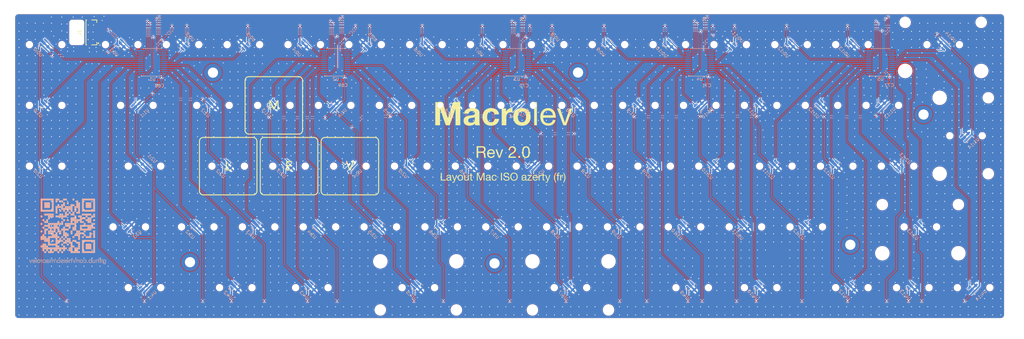
<source format=kicad_pcb>
(kicad_pcb (version 20240108) (generator "pcbnew") (generator_version "8.0")
  (layers (0 "F.Cu" mixed) (31 "B.Cu" mixed) (34 "B.Paste" user) (35 "F.Paste" user) (36 "B.SilkS" user "B.Silkscreen") (37 "F.SilkS" user "F.Silkscreen") (38 "B.Mask" user) (39 "F.Mask" user) (44 "Edge.Cuts" user))
  (net 0 "")
  (net 1 "GND")
  (net 2 "+3.3VA")
  (net 3 "/AMUX0:5")
  (net 4 "/AMUX0:7")
  (net 5 "/AMUX0:10")
  (net 6 "/AMUX0:3")
  (net 7 "/AMUX0:12")
  (net 9 "/SELECT2")
  (net 10 "/AMUX0:11")
  (net 11 "/AMUX0:13")
  (net 13 "/SELECT3")
  (net 14 "/AMUX0:2")
  (net 15 "/SELECT0")
  (net 16 "/ADC0")
  (net 17 "/SELECT1")
  (net 18 "/AMUX0:8")
  (net 19 "/AMUX0:9")
  (net 20 "/AMUX0:0")
  (net 21 "/AMUX0:1")
  (net 22 "/AMUX0:6")
  (net 23 "/AMUX0:4")
  (net 24 "/AMUX1:11")
  (net 26 "/AMUX1:4")
  (net 27 "/AMUX1:5")
  (net 28 "/AMUX1:12")
  (net 29 "/AMUX1:9")
  (net 30 "/AMUX1:8")
  (net 31 "/AMUX1:0")
  (net 33 "/AMUX1:1")
  (net 34 "/ADC1")
  (net 36 "/AMUX1:6")
  (net 37 "/AMUX1:7")
  (net 38 "/AMUX1:2")
  (net 39 "/AMUX1:3")
  (net 40 "/AMUX1:10")
  (net 41 "/AMUX2:5")
  (net 42 "/ADC2")
  (net 43 "/AMUX2:6")
  (net 44 "/AMUX2:12")
  (net 45 "/AMUX2:10")
  (net 46 "/AMUX2:7")
  (net 49 "/AMUX2:9")
  (net 50 "/AMUX2:11")
  (net 51 "/AMUX2:8")
  (net 52 "/AMUX2:2")
  (net 53 "/AMUX2:0")
  (net 54 "/AMUX2:1")
  (net 56 "/AMUX2:3")
  (net 57 "/AMUX2:4")
  (net 58 "/AMUX3:1")
  (net 59 "/AMUX3:10")
  (net 60 "/AMUX3:5")
  (net 61 "/AMUX3:3")
  (net 62 "/AMUX3:4")
  (net 63 "/AMUX3:0")
  (net 66 "/ADC3")
  (net 67 "/AMUX3:2")
  (net 68 "/AMUX3:12")
  (net 69 "/AMUX3:9")
  (net 70 "/AMUX3:7")
  (net 71 "/AMUX3:8")
  (net 72 "/AMUX3:6")
  (net 73 "/AMUX3:11")
  (net 75 "/AMUX4:8")
  (net 76 "/ADC4")
  (net 77 "/AMUX4:6")
  (net 78 "/AMUX4:10")
  (net 79 "/AMUX4:0")
  (net 80 "/AMUX4:4")
  (net 81 "/AMUX4:3")
  (net 82 "/AMUX4:9")
  (net 83 "/AMUX4:5")
  (net 84 "/AMUX4:12")
  (net 86 "/AMUX4:7")
  (net 87 "/AMUX4:1")
  (net 88 "/AMUX4:11")
  (net 89 "/AMUX4:2")
  (net 90 "/AMUX4:13")
  (footprint "SW_MX_Lekker:SW_MX_Lekker_1u" (layer "F.Cu") (at 209.55 76.2)
    (property "Reference" "REF**")
    (property "Value" "SW_MX_Lekker_1u" (hide yes))
  )
  (footprint "SW_MX_Lekker:SW_MX_Lekker_1u" (layer "F.Cu") (at 228.6 76.2)
    (property "Reference" "REF**")
    (property "Value" "SW_MX_Lekker_1u" (hide yes))
  )
  (footprint "SW_MX_Lekker:SW_MX_Lekker_1u" (layer "F.Cu") (at 176.2125 38.1)
    (property "Reference" "REF**")
    (property "Value" "SW_MX_Lekker_1u" (hide yes))
  )
  (footprint "SW_MX_Lekker:SW_MX_Lekker_1.5u" (layer "F.Cu") (at 66.675 57.15)
    (property "Reference" "REF**")
    (property "Value" "SW_MX_Lekker_1.5u" (hide yes))
  )
  (footprint "SW_MX_Lekker:SW_MX_Lekker_1u" (layer "F.Cu") (at 185.7375 57.15)
    (property "Reference" "REF**")
    (property "Value" "SW_MX_Lekker_1u" (hide yes))
  )
  (footprint "SW_MX_Lekker:SW_MX_Lekker_1u" (layer "F.Cu") (at 290.5125 38.1)
    (property "Reference" "REF**")
    (property "Value" "SW_MX_Lekker_1u" (hide yes))
  )
  (footprint "SW_MX_Lekker:SW_MX_Lekker_1u" (layer "F.Cu") (at 80.9625 38.1)
    (property "Reference" "REF**")
    (property "Value" "SW_MX_Lekker_1u" (hide yes))
  )
  (footprint "SW_MX_Lekker:SW_MX_Lekker_1u" (layer "F.Cu") (at 238.125 95.25)
    (property "Reference" "REF**")
    (property "Value" "SW_MX_Lekker_1u" (hide yes))
  )
  (footprint "SW_MX_Lekker:SW_MX_Lekker_1u" (layer "F.Cu") (at 128.5875 57.15)
    (property "Reference" "REF**")
    (property "Value" "SW_MX_Lekker_1u" (hide yes))
  )
  (footprint "SW_MX_Lekker:SW_MX_Lekker_1u" (layer "F.Cu") (at 142.875 95.25)
    (property "Reference" "REF**")
    (property "Value" "SW_MX_Lekker_1u" (hide yes))
  )
  (footprint "SW_MX_Lekker:SW_MX_Lekker_1u" (layer "F.Cu") (at 171.45 76.2)
    (property "Reference" "REF**")
    (property "Value" "SW_MX_Lekker_1u" (hide yes))
  )
  (footprint "SW_MX_Lekker:SW_MX_Lekker_1u" (layer "F.Cu") (at 233.3625 38.1)
    (property "Reference" "REF**")
    (property "Value" "SW_MX_Lekker_1u" (hide yes))
  )
  (footprint "SW_MX_Lekker:SW_MX_Lekker" (layer "F.Cu") (at 319.0875 38.1)
    (property "Reference" "REF**")
    (property "Value" "SW_MX_Lekker" (hide yes))
  )
  (footprint "JLCPCB:FPC-SMD_12P-P0.50_HCTL_HC-FPC-05-10-12RLTAG" (layer "F.Cu") (at 53.140458 34.270901 90)
    (property "Reference" "J1")
    (property "Value" "HC-FPC-05-10-12RLTAG")
  )
  (footprint "PCM_marbastlib-mx:STAB_MX_ISO-ROT" (layer "F.Cu") (at 326.23125 66.675)
    (property "Reference" "REF**" (hide yes))
    (property "Value" "STAB_MX_ISO-ROT")
  )
  (footprint "SW_MX_Lekker:SW_MX_Lekker_1u" (layer "F.Cu") (at 214.3125 38.1)
    (property "Reference" "REF**")
    (property "Value" "SW_MX_Lekker_1u" (hide yes))
  )
  (footprint "SW_MX_Lekker:SW_MX_Lekker_1u" (layer "F.Cu") (at 309.5625 114.3)
    (property "Reference" "REF**")
    (property "Value" "SW_MX_Lekker_1u" (hide yes))
  )
  (footprint "SW_MX_Lekker:SW_MX_Lekker_1u" (layer "F.Cu") (at 252.4125 38.1)
    (property "Reference" "REF**")
    (property "Value" "SW_MX_Lekker_1u" (hide yes))
  )
  (footprint "Connector_Wire:SolderWirePad_1x01_SMD_1x2mm" (layer "F.Cu") (at 49.410896 39.588248 90)
    (property "Reference" "REF**" (hide yes))
    (property "Value" "SolderWirePad_1x01_SMD_1x2mm")
  )
  (footprint "PCM_marbastlib-mx:STAB_MX_2u" (layer "F.Cu") (at 319.0875 38.1)
    (property "Reference" "REF**" (hide yes))
    (property "Value" "STAB_MX_2u")
  )
  (footprint "SW_MX_Lekker:SW_MX_Lekker_1u" (layer "F.Cu") (at 180.975 95.25)
    (property "Reference" "REF**")
    (property "Value" "SW_MX_Lekker_1u" (hide yes))
  )
  (footprint "SW_MX_Lekker:SW_MX_Lekker_1u" (layer "F.Cu") (at 109.5375 57.15)
    (property "Reference" "REF**")
    (property "Value" "SW_MX_Lekker_1u" (hide yes))
  )
  (footprint "SW_MX_Lekker:SW_MX_Lekker_1u" (layer "F.Cu") (at 195.2625 38.1)
    (property "Reference" "REF**")
    (property "Value" "SW_MX_Lekker_1u" (hide yes))
  )
  (footprint "SW_MX_Lekker:SW_MX_Lekker_1u" (layer "F.Cu") (at 223.8375 57.15)
    (property "Reference" "REF**")
    (property "Value" "SW_MX_Lekker_1u" (hide yes))
  )
  (footprint "SW_MX_Lekker:SW_MX_Lekker_1u" (layer "F.Cu") (at 257.175 95.25)
    (property "Reference" "REF**")
    (property "Value" "SW_MX_Lekker_1u" (hide yes))
  )
  (footprint "SW_MX_Lekker:SW_MX_Lekker_1u" (layer "F.Cu") (at 242.8875 57.15)
    (property "Reference" "REF**")
    (property "Value" "SW_MX_Lekker_1u" (hide yes))
  )
  (footprint "SW_MX_Lekker:SW_MX_Lekker_1.75u" (layer "F.Cu") (at 69.05625 114.3)
    (property "Reference" "REF**")
    (property "Value" "SW_MX_Lekker_1.75u" (hide yes))
  )
  (footprint "SW_MX_Lekker:SW_MX_Lekker_1u" (layer "F.Cu") (at 285.75 76.2)
    (property "Reference" "REF**")
    (property "Value" "SW_MX_Lekker_1u" (hide yes))
  )
  (footprint "SW_MX_Lekker:SW_MX_Lekker" (layer "F.Cu") (at 326.23125 66.675)
    (property "Reference" "REF**")
    (property "Value" "SW_MX_Lekker" (hide yes))
  )
  (footprint "SW_MX_Lekker:SW_MX_Lekker_1u" (layer "F.Cu") (at 152.4 76.2)
    (property "Reference" "REF**")
    (property "Value" "SW_MX_Lekker_1u" (hide yes))
  )
  (footprint "PCM_marbastlib-mx:STAB_MX_2.25u" (layer "F.Cu") (at 154.78125 114.3 180)
    (property "Reference" "REF**" (hide yes))
    (property "Value" "STAB_MX_2.25u")
  )
  (footprint "SW_MX_Lekker:SW_MX_Lekker_1u" (layer "F.Cu") (at 247.65 76.2)
    (property "Reference" "REF**")
    (property "Value" "SW_MX_Lekker_1u" (hide yes))
  )
  (footprint "SW_MX_Lekker:SW_MX_Lekker_1u" (layer "F.Cu") (at 147.6375 57.15)
    (property "Reference" "REF**")
    (property "Value" "SW_MX_Lekker_1u" (hide yes))
  )
  (footprint "SW_MX_Lekker:SW_MX_Lekker_1u" (layer "F.Cu") (at 138.1125 38.1)
    (property "Reference" "REF**")
    (property "Value" "SW_MX_Lekker_1u" (hide yes))
  )
  (footprint "SW_MX_Lekker:SW_MX_Lekker" (layer "F.Cu") (at 154.78125 114.3)
    (property "Reference" "REF**")
    (property "Value" "SW_MX_Lekker" (hide yes))
  )
  (footprint "SW_MX_Lekker:SW_MX_Lekker_1u" (layer "F.Cu") (at 300.0375 57.15)
    (property "Reference" "REF**")
    (property "Value" "SW_MX_Lekker_1u" (hide yes))
  )
  (footprint "SW_MX_Lekker:SW_MX_Lekker_1u" (layer "F.Cu") (at 133.35 76.2)
    (property "Reference" "REF**")
    (property "Value" "SW_MX_Lekker_1u" (hide yes))
  )
  (footprint "SW_MX_Lekker:SW_MX_Lekker_1.25u" (layer "F.Cu") (at 64.29375 95.25)
    (property "Reference" "REF**")
    (property "Value" "SW_MX_Lekker_1.25u" (hide yes))
  )
  (footprint "SW_MX_Lekker:SW_MX_Lekker_1u" (layer "F.Cu") (at 119.0625 38.1)
    (property "Reference" "REF**")
    (property "Value" "SW_MX_Lekker_1u" (hide yes))
  )
  (footprint "SW_MX_Lekker:SW_MX_Lekker_1u" (layer "F.Cu") (at 328.6125 114.3)
    (property "Reference" "REF**")
    (property "Value" "SW_MX_Lekker_1u" (hide yes))
  )
  (footprint "PCM_marbastlib-mx:STAB_MX_2.75u" (layer "F.Cu") (at 202.40625 114.3 180)
    (property "Reference" "REF**" (hide yes))
    (property "Value" "STAB_MX_2.75u")
  )
  (footprint "SW_MX_Lekker:SW_MX_Lekker_1u" (layer "F.Cu") (at 100.0125 38.1)
    (property "Reference" "REF**")
    (property "Value" "SW_MX_Lekker_1u" (hide yes))
  )
  (footprint "SW_MX_Lekker:SW_MX_Lekker_1u" (layer "F.Cu") (at 85.725 95.25)
    (property "Reference" "REF**")
    (property "Value" "SW_MX_Lekker_1u" (hide yes))
  )
  (footprint "SW_MX_Lekker:SW_MX_Lekker_1.75u" (layer "F.Cu") (at 69.05625 76.2)
    (property "Reference" "REF**")
    (property "Value" "SW_MX_Lekker_1.75u" (hide yes))
  )
  (footprint "SW_MX_Lekker:SW_MX_Lekker_1u" (layer "F.Cu") (at 61.9125 38.1)
    (property "Reference" "REF**")
    (property "Value" "SW_MX_Lekker_1u" (hide yes))
  )
  (footprint "SW_MX_Lekker:SW_MX_Lekker_1u" (layer "F.Cu") (at 200.025 95.25)
    (property "Reference" "REF**")
    (property "Value" "SW_MX_Lekker_1u" (hide yes))
  )
  (footprint "SW_MX_Lekker:SW_MX_Lekker_1u" (layer "F.Cu") (at 123.825 95.25)
    (property "Reference" "REF**")
    (property "Value" "SW_MX_Lekker_1u" (hide yes))
  )
  (footprint "SW_MX_Lekker:SW_MX_Lekker_1u" (layer "F.Cu") (at 157.1625 38.1)
    (property "Reference" "REF**")
    (property "Value" "SW_MX_Lekker_1u" (hide yes))
  )
  (footprint "SW_MX_Lekker:SW_MX_Lekker_1u" (layer "F.Cu") (at 204.7875 57.15)
    (property "Reference" "REF**")
    (property "Value" "SW_MX_Lekker_1u" (hide yes))
  )
  (footprint "SW_MX_Lekker:SW_MX_Lekker_1u" (layer "F.Cu") (at 104.775 95.25)
    (property "Reference" "REF**")
    (property "Value" "SW_MX_Lekker_1u" (hide yes))
  )
  (footprint "SW_MX_Lekker:SW_MX_Lekker_1u" (layer "F.Cu") (at 280.9875 57.15)
    (property "Reference" "REF**")
    (property "Value" "SW_MX_Lekker_1u" (hide yes))
  )
  (footprint "SW_MX_Lekker:SW_MX_Lekker_1u" (layer "F.Cu") (at 38.1 57.15)
    (property "Reference" "REF**")
    (property "Value" "SW_MX_Lekker_1u" (hide yes))
  )
  (footprint "SW_MX_Lekker:SW_MX_Lekker_1u" (layer "F.Cu") (at 38.1 76.2)
    (property "Reference" "REF**")
    (property "Value" "SW_MX_Lekker_1u" (hide yes))
  )
  (footprint "SW_MX_Lekker:SW_MX_Lekker_1u" (layer "F.Cu") (at 161.925 95.25)
    (property "Reference" "REF**")
    (property "Value" "SW_MX_Lekker_1u" (hide yes))
  )
  (footprint "SW_MX_Lekker:SW_MX_Lekker_1u" (layer "F.Cu") (at 95.25 76.2)
    (property "Reference" "REF**")
    (property "Value" "SW_MX_Lekker_1u" (hide yes))
  )
  (footprint "SW_MX_Lekker:SW_MX_Lekker_1u" (layer "F.Cu") (at 38.1 38.1)
    (property "Reference" "REF**")
    (property "Value" "SW_MX_Lekker_1u" (hide yes))
  )
  (footprint "SW_MX_Lekker:SW_MX_Lekker_1u" (layer "F.Cu") (at 271.4625 38.1)
    (property "Reference" "REF**")
    (property "Value" "SW_MX_Lekker_1u" (hide yes))
  )
  (footprint "SW_MX_Lekker:SW_MX_Lekker_1u" (layer "F.Cu") (at 261.9375 57.15)
    (property "Reference" "REF**")
    (property "Value" "SW_MX_Lekker_1u" (hide yes))
  )
  (footprint "SW_MX_Lekker:SW_MX_Lekker_1u" (layer "F.Cu") (at 166.6875 57.15)
    (property "Reference" "REF**")
    (property "Value" "SW_MX_Lekker_1u" (hide yes))
  )
  (footprint "SW_MX_Lekker:SW_MX_Lekker_1u" (layer "F.Cu") (at 219.075 95.25)
    (property "Reference" "REF**")
    (property "Value" "SW_MX_Lekker_1u" (hide yes))
  )
  (footprint "SW_MX_Lekker:SW_MX_Lekker_1u" (layer "F.Cu") (at 114.3 76.2)
    (property "Reference" "REF**")
    (property "Value" "SW_MX_Lekker_1u" (hide yes))
  )
  (footprint "PCM_marbastlib-mx:STAB_MX_2.75u" (layer "F.Cu") (at 311.94375 95.25)
    (property "Reference" "REF**" (hide yes))
    (property "Value" "STAB_MX_2.75u")
  )
  (footprint "SW_MX_Lekker:SW_MX_Lekker_1.25u" (layer "F.Cu") (at 240.50625 114.3)
    (property "Reference" "REF**")
    (property "Value" "SW_MX_Lekker_1.25u" (hide yes))
  )
  (footprint "SW_MX_Lekker:SW_MX_Lekker_1u" (layer "F.Cu") (at 190.5 76.2)
    (property "Reference" "REF**")
    (property "Value" "SW_MX_Lekker_1u" (hide yes))
  )
  (footprint "SW_MX_Lekker:SW_MX_Lekker_1u" (layer "F.Cu") (at 290.5125 114.3)
    (property "Reference" "REF**")
    (property "Value" "SW_MX_Lekker_1u" (hide yes))
  )
  (footprint "SW_MX_Lekker:SW_MX_Lekker_1u" (layer "F.Cu") (at 261.9375 114.3)
    (property "Reference" "REF**")
    (property "Value" "SW_MX_Lekker_1u" (hide yes))
  )
  (footprint "SW_MX_Lekker:SW_MX_Lekker_1u" (layer "F.Cu") (at 276.225 95.25)
    (property "Reference" "REF**")
    (property "Value" "SW_MX_Lekker_1u" (hide yes))
  )
  (footprint "SW_MX_Lekker:SW_MX_Lekker_1u" (layer "F.Cu") (at 90.4875 57.15)
    (property "Reference" "REF**")
    (property "Value" "SW_MX_Lekker_1u" (hide yes))
  )
  (footprint "SW_MX_Lekker:SW_MX_Lekker_1.25u" (layer "F.Cu") (at 121.44375 114.3)
    (property "Reference" "REF**")
    (property "Value" "SW_MX_Lekker_1.25u" (hide yes))
  )
  (footprint "SW_MX_Lekker:SW_MX_Lekker_1u" (layer "F.Cu") (at 304.8 76.2)
    (property "Reference" "REF**")
    (property "Value" "SW_MX_Lekker_1u" (hide yes))
  )
  (footprint "SW_MX_Lekker:SW_MX_Lekker" (layer "F.Cu") (at 311.94375 95.25)
    (property "Reference" "REF**")
    (property "Value" "SW_MX_Lekker" (hide yes))
  )
  (footprint "SW_MX_Lekker:SW_MX_Lekker_1.25u" (layer "F.Cu") (at 97.63125 114.3)
    (property "Reference" "REF**")
    (property "Value" "SW_MX_Lekker_1.25u" (hide yes))
  )
  (footprint "SW_MX_Lekker:SW_MX_Lekker_1u" (layer "F.Cu") (at 266.7 76.2)
    (property "Reference" "REF**")
    (property "Value" "SW_MX_Lekker_1u" (hide yes))
  )
  (footprint "SW_MX_Lekker:SW_MX_Lekker" (layer "F.Cu") (at 202.40625 114.3)
    (property "Reference" "REF**")
    (property "Value" "SW_MX_Lekker" (hide yes))
  )
  (footprint "Package_TO_SOT_SMD:SOT-23" (layer "B.Cu") (at 328.6125 114.3 45)
    (property "Reference" "U4:14")
    (property "Value" "GH39FKSW")
  )
  (footprint "Package_TO_SOT_SMD:SOT-23" (layer "B.Cu") (at 290.5125 114.3 -45)
    (property "Reference" "U4:12")
    (property "Value" "GH39FKSW")
  )
  (footprint "MountingHole:MountingHole_3.2mm_M3_ISO7380_Pad_TopOnly" (layer "B.Cu") (at 83.299194 106.307978 180)
    (property "Reference" "REF**" (hide yes))
    (property "Value" "MountingHole_3.2mm_M3_ISO7380_Pad_TopOnly")
  )
  (footprint "Package_TO_SOT_SMD:SOT-23" (layer "B.Cu") (at 85.725 95.25 -45)
    (property "Reference" "U3:2")
    (property "Value" "GH39FKSW")
  )
  (footprint "Package_TO_SOT_SMD:SOT-23" (layer "B.Cu") (at 152.4 76.2 -45)
    (property "Reference" "U2:5")
    (property "Value" "GH39FKSW")
  )
  (footprint "Package_TO_SOT_SMD:SOT-23" (layer "B.Cu") (at 123.825 95.25 -45)
    (property "Reference" "U3:4")
    (property "Value" "GH39FKSW")
  )
  (footprint "Package_TO_SOT_SMD:SOT-23" (layer "B.Cu") (at 228.6 76.2 -45)
    (property "Reference" "U2:9")
    (property "Value" "GH39FKSW")
  )
  (footprint "MountingHole:MountingHole_3.2mm_M3_ISO7380_Pad_TopOnly" (layer "B.Cu") (at 204.780049 46.851192 180)
    (property "Reference" "REF**" (hide yes))
    (property "Value" "MountingHole_3.2mm_M3_ISO7380_Pad_TopOnly")
  )
  (footprint "Package_TO_SOT_SMD:SOT-23" (layer "B.Cu") (at 271.4625 38.1 -45)
    (property "Reference" "U0:12")
    (property "Value" "GH39FKSW")
  )
  (footprint "Package_TO_SOT_SMD:SOT-23" (layer "B.Cu") (at 195.2625 38.1 135)
    (property "Reference" "U0:8")
    (property "Value" "GH39FKSW")
  )
  (footprint "Package_TO_SOT_SMD:SOT-23" (layer "B.Cu") (at 80.9625 38.1 135)
    (property "Reference" "U0:2")
    (property "Value" "GH39FKSW")
  )
  (footprint "Package_TO_SOT_SMD:SOT-23" (layer "B.Cu") (at 154.78125 114.3 -45)
    (property "Reference" "U4:5")
    (property "Value" "GH39FKSW")
  )
  (footprint "Package_TO_SOT_SMD:SOT-23" (layer "B.Cu") (at 266.7 76.2 -45)
    (property "Reference" "U2:11")
    (property "Value" "GH39FKSW")
  )
  (footprint "Package_TO_SOT_SMD:SOT-23" (layer "B.Cu") (at 290.5125 38.1 -45)
    (property "Reference" "U0:13")
    (property "Value" "GH39FKSW")
  )
  (footprint "Package_TO_SOT_SMD:SOT-23" (layer "B.Cu") (at 209.55 76.2 -45)
    (property "Reference" "U2:8")
    (property "Value" "GH39FKSW")
  )
  (footprint "Package_TO_SOT_SMD:SOT-23" (layer "B.Cu") (at 38.1 57.15 -45)
    (property "Reference" "U1:0")
    (property "Value" "GH39FKSW")
  )
  (footprint "MountingHole:MountingHole_3.2mm_M3_ISO7380_Pad_TopOnly" (layer "B.Cu") (at 312.940798 60.02247 180)
    (property "Reference" "REF**" (hide yes))
    (property "Value" "MountingHole_3.2mm_M3_ISO7380_Pad_TopOnly")
  )
  (footprint "Package_TO_SOT_SMD:SOT-23" (layer "B.Cu") (at 61.9125 38.1 -45)
    (property "Reference" "U0:1")
    (property "Value" "GH39FKSW")
  )
  (footprint "Package_TO_SOT_SMD:SOT-23" (layer "B.Cu") (at 142.875 95.25 -45)
    (property "Reference" "U3:5")
    (property "Value" "GH39FKSW")
  )
  (footprint "Package_TO_SOT_SMD:SOT-23" (layer "B.Cu") (at 280.9875 57.15 -45)
    (property "Reference" "U1:12")
    (property "Value" "GH39FKSW")
  )
  (footprint "Package_TO_SOT_SMD:SOT-23" (layer "B.Cu") (at 261.9375 114.3 -45)
    (property "Reference" "U4:10")
    (property "Value" "GH39FKSW")
  )
  (footprint "Package_TO_SOT_SMD:SOT-23" (layer "B.Cu") (at 171.45 76.2 -45)
    (property "Reference" "U2:6")
    (property "Value" "GH39FKSW")
  )
  (footprint "Package_TO_SOT_SMD:SOT-23" (layer "B.Cu") (at 257.175 95.25 -45)
    (property "Reference" "U3:11")
    (property "Value" "GH39FKSW")
  )
  (footprint "Package_TO_SOT_SMD:SOT-23" (layer "B.Cu") (at 161.925 95.25 -45)
    (property "Reference" "U3:6")
    (property "Value" "GH39FKSW")
  )
  (footprint "Package_TO_SOT_SMD:SOT-23" (layer "B.Cu") (at 133.35 76.2 45)
    (property "Reference" "U2:4")
    (property "Value" "GH39FKSW")
  )
  (footprint "Package_TO_SOT_SMD:SOT-23" (layer "B.Cu") (at 300.0375 57.15 45)
    (property "Reference" "U1:13")
    (property "Value" "GH39FKSW")
  )
  (footprint "Package_TO_SOT_SMD:SOT-23" (layer "B.Cu") (at 114.3 76.2 -45)
    (property "Reference" "U2:3")
    (property "Value" "GH39FKSW")
  )
  (footprint "Package_TO_SOT_SMD:SOT-23" (layer "B.Cu") (at 69.05625 114.3 45)
    (property "Reference" "U4:1")
    (property "Value" "GH39FKSW")
  )
  (footprint "Package_TO_SOT_SMD:SOT-23" (layer "B.Cu") (at 38.1 38.1 -45)
    (property "Reference" "U0:0")
    (property "Value" "GH39FKSW")
  )
  (footprint "Package_TO_SOT_SMD:SOT-23" (layer "B.Cu") (at 319.0875 38.1 135)
    (property "Reference" "U0:14")
    (property "Value" "GH39FKSW")
  )
  (footprint "Package_TO_SOT_SMD:SOT-23" (layer "B.Cu") (at 176.2125 38.1 -45)
    (property "Reference" "U0:7")
    (property "Value" "GH39FKSW")
  )
  (footprint "Package_TO_SOT_SMD:SOT-23" (layer "B.Cu") (at 219.075 95.25 -45)
    (property "Reference" "U3:9")
    (property "Value" "GH39FKSW")
  )
  (footprint "Package_TO_SOT_SMD:SOT-23" (layer "B.Cu") (at 261.9375 57.15 -45)
    (property "Reference" "U1:11")
    (property "Value" "GH39FKSW")
  )
  (footprint "Package_TO_SOT_SMD:SOT-23" (layer "B.Cu") (at 185.7375 57.15 45)
    (property "Reference" "U1:7")
    (property "Value" "GH39FKSW")
  )
  (footprint "Package_TO_SOT_SMD:SOT-23" (layer "B.Cu") (at 233.3625 38.1 -45)
    (property "Reference" "U0:10")
    (property "Value" "GH39FKSW")
  )
  (footprint "Package_TO_SOT_SMD:SOT-23" (layer "B.Cu") (at 223.8375 57.15 -45)
    (property "Reference" "U1:9")
    (property "Value" "GH39FKSW")
  )
  (footprint "Package_TO_SOT_SMD:SOT-23" (layer "B.Cu") (at 242.8875 57.15 45)
    (property "Reference" "U1:10")
    (property "Value" "GH39FKSW")
  )
  (footprint "Package_TO_SOT_SMD:SOT-23" (layer "B.Cu") (at 38.1 76.2 -45)
    (property "Reference" "U2:0")
    (property "Value" "GH39FKSW")
  )
  (footprint "Package_TO_SOT_SMD:SOT-23" (layer "B.Cu") (at 138.1125 38.1 135)
    (property "Reference" "U0:5")
    (property "Value" "GH39FKSW")
  )
  (footprint "Package_TO_SOT_SMD:SOT-23" (layer "B.Cu") (at 100.0125 38.1 135)
    (property "Reference" "U0:3")
    (property "Value" "GH39FKSW")
  )
  (footprint "Package_TO_SOT_SMD:SOT-23" (layer "B.Cu") (at 311.94375 95.25 -45)
    (property "Reference" "U3:13")
    (property "Value" "GH39FKSW")
  )
  (footprint "Package_SO:SSOP-24_5.3x8.2mm_P0.65mm" (layer "B.Cu") (at 128.932744 43.643279)
    (property "Reference" "U2")
    (property "Value" "CD4067BPWR")
  )
  (footprint "Package_TO_SOT_SMD:SOT-23" (layer "B.Cu") (at 90.4875 57.15 -45)
    (property "Reference" "U1:2")
    (property "Value" "GH39FKSW")
  )
  (footprint "Package_TO_SOT_SMD:SOT-23" (layer "B.Cu") (at 147.6375 57.15 -45)
    (property "Reference" "U1:5")
    (property "Value" "GH39FKSW")
  )
  (footprint "Package_TO_SOT_SMD:SOT-23" (layer "B.Cu") (at 119.0625 38.1 -45)
    (property "Reference" "U0:4")
    (property "Value" "GH39FKSW")
  )
  (footprint "Package_TO_SOT_SMD:SOT-23" (layer "B.Cu") (at 252.4125 38.1 135)
    (property "Reference" "U0:11")
    (property "Value" "GH39FKSW")
  )
  (footprint "Capacitor_SMD:C_0402_1005Metric_Pad0.74x0.62mm_HandSolder" (layer "B.Cu") (at 73.744274 49.559724 180)
    (property "Reference" "C68")
    (property "Value" "100n")
  )
  (footprint "Package_TO_SOT_SMD:SOT-23" (layer "B.Cu") (at 166.6875 57.15 -45)
    (property "Reference" "U1:6")
    (property "Value" "GH39FKSW")
  )
  (footprint "Package_TO_SOT_SMD:SOT-23" (layer "B.Cu") (at 238.125 95.25 -45)
    (property "Reference" "U3:10")
    (property "Value" "GH39FKSW")
  )
  (footprint "Package_TO_SOT_SMD:SOT-23" (layer "B.Cu") (at 64.29375 95.25 45)
    (property "Reference" "U3:1")
    (property "Value" "GH39FKSW")
  )
  (footprint "Package_TO_SOT_SMD:SOT-23" (layer "B.Cu") (at 128.5875 57.15 45)
    (property "Reference" "U1:4")
    (property "Value" "GH39FKSW")
  )
  (footprint "Package_TO_SOT_SMD:SOT-23" (layer "B.Cu") (at 104.775 95.25 -45)
    (property "Reference" "U3:3")
    (property "Value" "GH39FKSW")
  )
  (footprint "Package_TO_SOT_SMD:SOT-23" (layer "B.Cu") (at 214.3125 38.1 -45)
    (property "Reference" "U0:9")
    (property "Value" "GH39FKSW")
  )
  (footprint "Package_TO_SOT_SMD:SOT-23" (layer "B.Cu") (at 276.225 95.25 -45)
    (property "Reference" "U3:12")
    (property "Value" "GH39FKSW")
  )
  (footprint "Capacitor_SMD:C_0402_1005Metric_Pad0.74x0.62mm_HandSolder" (layer "B.Cu") (at 131.154675 49.596931 180)
    (property "Reference" "C69")
    (property "Value" "100n")
  )
  (footprint "Package_TO_SOT_SMD:SOT-23" (layer "B.Cu") (at 157.353125 38.1 -45)
    (property "Reference" "U0:6")
    (property "Value" "GH39FKSW")
  )
  (footprint "Package_TO_SOT_SMD:SOT-23" (layer "B.Cu") (at 95.25 76.2 -45)
    (property "Reference" "U2:2")
    (property "Value" "GH39FKSW")
  )
  (footprint "Package_TO_SOT_SMD:SOT-23" (layer "B.Cu") (at 66.675 57.15 45)
    (property "Reference" "U1:1")
    (property "Value" "GH39FKSW")
  )
  (footprint "Package_TO_SOT_SMD:SOT-23" (layer "B.Cu") (at 109.5375 57.15 -45)
    (property "Reference" "U1:3")
    (property "Value" "GH39FKSW")
  )
  (footprint "MountingHole:MountingHole_3.2mm_M3_ISO7380_Pad_TopOnly" (layer "B.Cu") (at 90.480145 46.888399 180)
    (property "Reference" "REF**" (hide yes))
    (property "Value" "MountingHole_3.2mm_M3_ISO7380_Pad_TopOnly")
  )
  (footprint "Package_TO_SOT_SMD:SOT-23" (layer "B.Cu") (at 285.75 76.2 -45)
    (property "Reference" "U2:12")
    (property "Value" "GH39FKSW")
  )
  (footprint "Package_TO_SOT_SMD:SOT-23" (layer "B.Cu") (at 97.63125 114.3 -45)
    (property "Reference" "U4:2")
    (property "Value" "GH39FKSW")
  )
  (footprint "Package_SO:SSOP-24_5.3x8.2mm_P0.65mm" (layer "B.Cu") (at 242.860578 43.643279)
    (property "Reference" "U4")
    (property "Value" "CD4067BPWR")
  )
  (footprint "Capacitor_SMD:C_0402_1005Metric_Pad0.74x0.62mm_HandSolder" (layer "B.Cu") (at 245.045302 49.522517 180)
    (property "Reference" "C71")
    (property "Value" "100n")
  )
  (footprint "Package_TO_SOT_SMD:SOT-23" (layer "B.Cu") (at 309.5625 114.3 -45)
    (property "Reference" "U4:13")
    (property "Value" "GH39FKSW")
  )
  (footprint "Package_TO_SOT_SMD:SOT-23" (layer "B.Cu") (at 180.975 95.25 -45)
    (property "Reference" "U3:7")
    (property "Value" "GH39FKSW")
  )
  (footprint "Capacitor_SMD:C_0402_1005Metric_Pad0.74x0.62mm_HandSolder" (layer "B.Cu") (at 302.232461 49.559724 180)
    (property "Reference" "C72")
    (property "Value" "100n")
  )
  (footprint "MountingHole:MountingHole_3.2mm_M3_ISO7380_Pad_TopOnly" (layer "B.Cu") (at 290.021286 100.838549 180)
    (property "Reference" "REF**" (hide yes))
    (property "Value" "MountingHole_3.2mm_M3_ISO7380_Pad_TopOnly")
  )
  (footprint "Package_SO:SSOP-24_5.3x8.2mm_P0.65mm" (layer "B.Cu") (at 71.54793 43.643279)
    (property "Reference" "U1")
    (property "Value" "CD4067BPWR")
  )
  (footprint "MountingHole:MountingHole_3.2mm_M3_ISO7380_Pad_TopOnly" (layer "B.Cu") (at 178.623528 106.680048 180)
    (property "Reference" "REF**" (hide yes))
    (property "Value" "MountingHole_3.2mm_M3_ISO7380_Pad_TopOnly")
  )
  (footprint "Package_TO_SOT_SMD:SOT-23" (layer "B.Cu") (at 204.7875 57.15 -45)
    (property "Reference" "U1:8")
    (property "Value" "GH39FKSW")
  )
  (footprint "Package_TO_SOT_SMD:SOT-23" (layer "B.Cu") (at 304.8 76.2 135)
    (property "Reference" "U2:13")
    (property "Value" "GH39FKSW")
  )
  (footprint "Package_TO_SOT_SMD:SOT-23" (layer "B.Cu") (at 200.025 95.25 -45)
    (property "Reference" "U3:8")
    (property "Value" "GH39FKSW")
  )
  (footprint "Package_TO_SOT_SMD:SOT-23" (layer "B.Cu") (at 247.65 76.2 -45)
    (property "Reference" "U2:10")
    (property "Value" "GH39FKSW")
  )
  (footprint "Package_SO:SSOP-24_5.3x8.2mm_P0.65mm" (layer "B.Cu") (at 185.710626 43.643279)
    (property "Reference" "U3")
    (property "Value" "CD4067BPWR")
  )
  (footprint "Package_TO_SOT_SMD:SOT-23" (layer "B.Cu") (at 240.50625 114.3 -45)
    (property "Reference" "U4:9")
    (property "Value" "GH39FKSW")
  )
  (footprint "Package_TO_SOT_SMD:SOT-23" (layer "B.Cu") (at 190.5 76.2 45)
    (property "Reference" "U2:7")
    (property "Value" "GH39FKSW")
  )
  (footprint "Package_SO:SSOP-24_5.3x8.2mm_P0.65mm" (layer "B.Cu") (at 299.451016 43.643279)
    (property "Reference" "U5")
    (property "Value" "CD4067BPWR")
  )
  (footprint "Package_TO_SOT_SMD:SOT-23" (layer "B.Cu") (at 326.23125 66.675 45)
    (property "Reference" "U1:14")
    (property "Value" "GH39FKSW")
  )
  (footprint "Package_TO_SOT_SMD:SOT-23" (layer "B.Cu") (at 69.05625 76.2 135)
    (property "Reference" "U2:1")
    (property "Value" "GH39FKSW")
  )
  (footprint "Package_TO_SOT_SMD:SOT-23" (layer "B.Cu") (at 121.44375 114.3 -45)
    (property "Reference" "U4:3")
    (property "Value" "GH39FKSW")
  )
  (footprint "Package_TO_SOT_SMD:SOT-23" (layer "B.Cu") (at 202.40625 114.3 -45)
    (property "Reference" "U4:7")
    (property "Value" "GH39FKSW")
  )
  (footprint "Capacitor_SMD:C_0402_1005Metric_Pad0.74x0.62mm_HandSolder" (layer "B.Cu") (at 187.89535 49.522517 180)
    (property "Reference" "C70")
    (property "Value" "100n")
  )
  (gr_poly (pts (xy 36.490555 92.26682) (xy 37.09685 92.26682) (xy 37.09685 91.660541) (xy 36.490555 91.660541)) (stroke (width -0.000001)) (fill solid) (layer "B.SilkS"))
  (gr_poly (pts (xy 41.788043 96.387137) (xy 42.394335 96.387137) (xy 42.394335 95.780857) (xy 41.788043 95.780857)) (stroke (width -0.000001)) (fill solid) (layer "B.SilkS"))
  (gr_poly (pts (xy 41.199478 90.500965) (xy 41.80577 90.500965) (xy 41.80577 89.894685) (xy 41.199478 89.894685)) (stroke (width -0.000001)) (fill solid) (layer "B.SilkS"))
  (gr_poly (pts (xy 47.08565 93.444057) (xy 47.691915 93.444057) (xy 47.691915 92.837778) (xy 47.08565 92.837778)) (stroke (width -0.000001)) (fill solid) (layer "B.SilkS"))
  (gr_poly (pts (xy 48.851492 92.855439) (xy 49.457771 92.855439) (xy 49.457771 92.249159) (xy 48.851492 92.249159)) (stroke (width -0.000001)) (fill solid) (layer "B.SilkS"))
  (gr_poly (pts (xy 48.262887 102.273256) (xy 48.869153 102.273256) (xy 48.869153 101.667095) (xy 48.262887 101.667095)) (stroke (width -0.000001)) (fill solid) (layer "B.SilkS"))
  (gr_poly (pts (xy 51.794584 93.444057) (xy 52.400851 93.444057) (xy 52.400851 92.837778) (xy 51.794584 92.837778)) (stroke (width -0.000001)) (fill solid) (layer "B.SilkS"))
  (gr_poly (pts (xy 50.028729 96.975755) (xy 50.635008 96.975755) (xy 50.635008 96.369476) (xy 50.028729 96.369476)) (stroke (width -0.000001)) (fill solid) (layer "B.SilkS"))
  (gr_poly (pts (xy 45.908412 92.855439) (xy 46.514678 92.855439) (xy 46.514678 92.249159) (xy 45.908412 92.249159)) (stroke (width -0.000001)) (fill solid) (layer "B.SilkS"))
  (gr_poly (pts (xy 48.262887 98.152992) (xy 48.869153 98.152992) (xy 48.869153 97.546712) (xy 48.262887 97.546712)) (stroke (width -0.000001)) (fill solid) (layer "B.SilkS"))
  (gr_poly (pts (xy 39.43365 94.621281) (xy 40.03994 94.621281) (xy 40.03994 94.015015) (xy 39.43365 94.015015)) (stroke (width -0.000001)) (fill solid) (layer "B.SilkS"))
  (gr_poly (pts (xy 44.731189 99.918861) (xy 45.337454 99.918861) (xy 45.337454 99.312569) (xy 44.731189 99.312569)) (stroke (width -0.000001)) (fill solid) (layer "B.SilkS"))
  (gr_poly (pts (xy 41.788043 100.507427) (xy 42.394335 100.507427) (xy 42.394335 99.901134) (xy 41.788043 99.901134)) (stroke (width -0.000001)) (fill solid) (layer "B.SilkS"))
  (gr_poly (pts (xy 52.971821 96.975755) (xy 53.578087 96.975755) (xy 53.578087 96.369476) (xy 52.971821 96.369476)) (stroke (width -0.000001)) (fill solid) (layer "B.SilkS"))
  (gr_poly (pts (xy 40.610913 102.273256) (xy 41.217073 102.273256) (xy 41.217073 101.667095) (xy 40.610913 101.667095)) (stroke (width -0.000001)) (fill solid) (layer "B.SilkS"))
  (gr_poly (pts (xy 51.794584 91.678202) (xy 52.400851 91.678202) (xy 52.400851 91.071922) (xy 51.794584 91.071922)) (stroke (width -0.000001)) (fill solid) (layer "B.SilkS"))
  (gr_poly (pts (xy 41.199478 91.089583) (xy 41.80577 91.089583) (xy 41.80577 90.483303) (xy 41.199478 90.483303)) (stroke (width -0.000001)) (fill solid) (layer "B.SilkS"))
  (gr_poly (pts (xy 47.674255 91.089583) (xy 48.280534 91.089583) (xy 48.280534 90.483303) (xy 47.674255 90.483303)) (stroke (width -0.000001)) (fill solid) (layer "B.SilkS"))
  (gr_poly (pts (xy 35.962935 105.464425) (xy 35.947928 105.464913) (xy 35.93317 105.465727) (xy 35.918659 105.466867) (xy 35.904396 105.468332) (xy 35.890382 105.470123) (xy 35.876615 105.472239) (xy 35.863096 105.474681) (xy 35.849826 105.477448) (xy 35.836803 105.480541) (xy 35.824029 105.48396) (xy 35.811502 105.487704) (xy 35.799224 105.491773) (xy 35.787194 105.496169) (xy 35.775412 105.50089) (xy 35.763878 105.505936) (xy 35.752336 105.511269) (xy 35.741027 105.516849) (xy 35.72995 105.522678) (xy 35.719105 105.528755) (xy 35.708494 105.53508) (xy 35.698114 105.541653) (xy 35.687968 105.548474) (xy 35.678054 105.555544) (xy 35.668372 105.562861) (xy 35.658923 105.570427) (xy 35.649707 105.57824) (xy 35.640723 105.586301) (xy 35.631972 105.594611) (xy 35.623453 105.603168) (xy 35.615167 105.611974) (xy 35.607113 105.621027) (xy 35.599299 105.630066) (xy 35.591734 105.639321) (xy 35.584416 105.648794) (xy 35.577347 105.658483) (xy 35.570525 105.66839) (xy 35.563952 105.678513) (xy 35.557627 105.688854) (xy 35.55155 105.699411) (xy 35.545721 105.710186) (xy 35.54014 105.721177) (xy 35.534807 105.732386) (xy 35.529722 105.743811) (xy 35.524885 105.755454) (xy 35.520296 105.767313) (xy 35.515955 105.77939) (xy 35.511862 105.791684) (xy 35.508017 105.8039) (xy 35.504421 105.81624) (xy 35.501072 105.828705) (xy 35.497971 105.841293) (xy 35.492514 105.866842) (xy 35.488049 105.892887) (xy 35.484577 105.919428) (xy 35.482097 105.946466) (xy 35.480609 105.974) (xy 35.480113 106.00203) (xy 35.480609 106.030059) (xy 35.482097 106.057592) (xy 35.484577 106.084628) (xy 35.488049 106.111169) (xy 35.492514 106.137214) (xy 35.497971 106.162763) (xy 35.504421 106.187815) (xy 35.511862 106.212372) (xy 35.515955 106.224433) (xy 35.520296 106.236309) (xy 35.524885 106.247998) (xy 35.529722 106.259501) (xy 35.534807 106.270818) (xy 35.54014 106.281949) (xy 35.545721 106.292894) (xy 35.55155 106.303653) (xy 35.557627 106.314226) (xy 35.563952 106.324613) (xy 35.570525 106.334814) (xy 35.577347 106.344829) (xy 35.584416 106.354658) (xy 35.591734 106.364301) (xy 35.599299 106.373758) (xy 35.607113 106.383028) (xy 35.615167 106.391842) (xy 35.623453 106.400423) (xy 35.631972 106.408771) (xy 35.640723 106.416886) (xy 35.649707 106.42477) (xy 35.658923 106.43242) (xy 35.668372 106.439838) (xy 35.678054 106.447024) (xy 35.687968 106.453977) (xy 35.698114 106.460698) (xy 35.708494 106.467186) (xy 35.719105 106.473441) (xy 35.72995 106.479464) (xy 35.741027 106.485255) (xy 35.752336 106.490813) (xy 35.763878 106.496138) (xy 35.775412 106.500944) (xy 35.787194 106.50544) (xy 35.799224 106.509626) (xy 35.811502 106.513501) (xy 35.824029 106.517067) (xy 35.836803 106.520322) (xy 35.849826 106.523268) (xy 35.863096 106.525903) (xy 35.876615 106.528228) (xy 35.890382 106.530244) (xy 35.904396 106.531949) (xy 35.918659 106.533344) (xy 35.93317 106.534429) (xy 35.947928 106.535204) (xy 35.962935 106.535669) (xy 35.97819 106.535824) (xy 35.993212 106.535669) (xy 36.008018 106.535204) (xy 36.022606 106.534429) (xy 36.036977 106.533344) (xy 36.051131 106.531949) (xy 36.065069 106.530244) (xy 36.078789 106.528228) (xy 36.092292 106.525903) (xy 36.105578 106.523268) (xy 36.118647 106.520322) (xy 36.131499 106.517067) (xy 36.144134 106.513501) (xy 36.156552 106.509626) (xy 36.168753 106.50544) (xy 36.180737 106.500944) (xy 36.192503 106.496138) (xy 36.204045 106.490813) (xy 36.215354 106.485255) (xy 36.226431 106.479464) (xy 36.237275 106.473441) (xy 36.247887 106.467186) (xy 36.258266 106.460698) (xy 36.268413 106.453977) (xy 36.278327 106.447024) (xy 36.288008 106.439838) (xy 36.297457 106.43242) (xy 36.306674 106.42477) (xy 36.315658 106.416886) (xy 36.324409 106.408771) (xy 36.332928 106.400423) (xy 36.341215 106.391842) (xy 36.349268 106.383028) (xy 36.357082 106.373758) (xy 36.364647 106.364301) (xy 36.371965 106.354658) (xy 36.379034 106.344829) (xy 36.385855 106.334814) (xy 36.392429 106.324613) (xy 36.398754 106.314226) (xy 36.404831 106.303653) (xy 36.41066 106.292894) (xy 36.416241 106.281949) (xy 36.421574 106.270818) (xy 36.42666 106.259501) (xy 36.431497 106.247998) (xy 36.436086 106.236309) (xy 36.440427 106.224433) (xy 36.44452 106.212372) (xy 36.448364 106.200156) (xy 36.45196 106.187815) (xy 36.455308 106.175351) (xy 36.458409 106.162763) (xy 36.463865 106.137214) (xy 36.46833 106.111169) (xy 36.471802 106.084628) (xy 36.474283 106.057592) (xy 36.475771 106.030059) (xy 36.476267 106.00203) (xy 36.297675 106.00203) (xy 36.297303 106.025036) (xy 36.296186 106.047422) (xy 36.294326 106.069188) (xy 36.291722 106.090333) (xy 36.288373 106.110859) (xy 36.28428 106.130765) (xy 36.279443 106.15005) (xy 36.273861 106.168715) (xy 36.270567 106.17756) (xy 36.267134 106.186234) (xy 36.26356 106.194737) (xy 36.259847 106.20307) (xy 36.255995 106.211232) (xy 36.252003 106.219224) (xy 36.247872 106.227045) (xy 36.243601 106.234696) (xy 36.23919 106.242176) (xy 36.23464 106.249486) (xy 36.22995 106.256625) (xy 36.225121 106.263593) (xy 36.220152 106.270391) (xy 36.215044 106.277018) (xy 36.209796 106.283475) (xy 36.204409 106.289761) (xy 36.198898 106.295629) (xy 36.193278 106.301327) (xy 36.18755 106.306854) (xy 36.181713 106.31221) (xy 36.175767 106.317396) (xy 36.169713 106.322411) (xy 36.163551 106.327256) (xy 36.15728 106.33193) (xy 36.150901 106.336434) (xy 36.144413 106.340767) (xy 36.137816 106.344929) (xy 36.131111 106.348921) (xy 36.124298 106.352743) (xy 36.117376 106.356394) (xy 36.110346 106.359874) (xy 36.103207 106.363184) (xy 36.095742 106.366308) (xy 36.088231 106.369231) (xy 36.080673 106.371951) (xy 36.073069 106.374471) (xy 36.065418 106.376788) (xy 36.057721 106.378905) (xy 36.049977 106.380819) (xy 36.042187 106.382532) (xy 36.03435 106.384044) (xy 36.026467 106.385354) (xy 36.018537 106.386462) (xy 36.010561 106.387369) (xy 36.002538 106.388074) (xy 35.994468 106.388578) (xy 35.986352 106.38888) (xy 35.97819 106.388981) (xy 35.970035 106.38888) (xy 35.961943 106.388578) (xy 35.953912 106.388074) (xy 35.945943 106.387369) (xy 35.938037 106.386462) (xy 35.930192 106.385354) (xy 35.92241 106.384044) (xy 35.91469 106.382532) (xy 35.907031 106.380819) (xy 35.899435 106.378905) (xy 35.891901 106.376788) (xy 35.884428 106.374471) (xy 35.877018 106.371951) (xy 35.86967 106.369231) (xy 35.862384 106.366308) (xy 35.85516 106.363184) (xy 35.847781 106.359874) (xy 35.840525 106.356394) (xy 35.833394 106.352743) (xy 35.826387 106.348921) (xy 35.819503 106.344929) (xy 35.812744 106.340767) (xy 35.806109 106.336434) (xy 35.799597 106.33193) (xy 35.79321 106.327256) (xy 35.786947 106.322411) (xy 35.780808 106.317396) (xy 35.774793 106.31221) (xy 35.768902 106.306854) (xy 35.763135 106.301327) (xy 35.757492 106.295629) (xy 35.751973 106.289761) (xy 35.746593 106.283475) (xy 35.741369 106.277018) (xy 35.736299 106.270391) (xy 35.731385 106.263593) (xy 35.726625 106.256625) (xy 35.722021 106.249486) (xy 35.717571 106.242176) (xy 35.713277 106.234696) (xy 35.709138 106.227045) (xy 35.705153 106.219224) (xy 35.701324 106.211232) (xy 35.69765 106.20307) (xy 35.69413 106.194737) (xy 35.690766 106.186234) (xy 35.687557 106.17756) (xy 35.684502 106.168715) (xy 35.681378 106.15946) (xy 35.678456 106.15005) (xy 35.675736 106.140485) (xy 35.673217 106.130765) (xy 35.670899 106.120889) (xy 35.668783 106.110859) (xy 35.666869 106.100674) (xy 35.665156 106.090333) (xy 35.663644 106.079838) (xy 35.662335 106.069188) (xy 35.661226 106.058382) (xy 35.660319 106.047422) (xy 35.659614 106.036306) (xy 35.65911 106.025036) (xy 35.658707 106.00203) (xy 35.65911 105.979054) (xy 35.660319 105.956761) (xy 35.662335 105.935149) (xy 35.665156 105.91422) (xy 35.668783 105.893973) (xy 35.670899 105.884105) (xy 35.673217 105.874408) (xy 35.675736 105.864881) (xy 35.678456 105.855525) (xy 35.681378 105.846339) (xy 35.684502 105.837325) (xy 35.687557 105.82824) (xy 35.690766 105.819341) (xy 35.69413 105.810628) (xy 35.69765 105.802102) (xy 35.701324 105.793761) (xy 35.705153 105.785607) (xy 35.709138 105.777638) (xy 35.713277 105.769856) (xy 35.717571 105.76226) (xy 35.722021 105.754849) (xy 35.726625 105.747625) (xy 35.731385 105.740587) (xy 35.736299 105.733735) (xy 35.741369 105.727069) (xy 35.746593 105.720589) (xy 35.751973 105.714295) (xy 35.757492 105.708187) (xy 35.763135 105.702264) (xy 35.768902 105.696528) (xy 35.774793 105.690978) (xy 35.780808 105.685614) (xy 35.786947 105.680436) (xy 35.79321 105.675444) (xy 35.799597 105.670638) (xy 35.806109 105.666018) (xy 35.812744 105.661584) (xy 35.819503 105.657337) (xy 35.826387 105.653275) (xy 35.833394 105.649399) (xy 35.840525 105.645709) (xy 35.847781 105.642205) (xy 35.85516 105.638888) (xy 35.862384 105.635764) (xy 35.86967 105.632842) (xy 35.877018 105.630121) (xy 35.884428 105.627602) (xy 35.891901 105.625285) (xy 35.899435 105.623168) (xy 35.907031 105.621254) (xy 35.91469 105.619541) (xy 35.92241 105.618029) (xy 35.930192 105.616719) (xy 35.938037 105.61561) (xy 35.945943 105.614703) (xy 35.953912 105.613998) (xy 35.961943 105.613494) (xy 35.970035 105.613192) (xy 35.97819 105.613091) (xy 35.986352 105.613192) (xy 35.994468 105.613494) (xy 36.002538 105.613998) (xy 36.010561 105.614703) (xy 36.018537 105.61561) (xy 36.026467 105.616719) (xy 36.03435 105.618029) (xy 36.042187 105.619541) (xy 36.049977 105.621254) (xy 36.057721 105.623168) (xy 36.065418 105.625285) (xy 36.073069 105.627602) (xy 36.080673 105.630121) (xy 36.088231 105.632842) (xy 36.095742 105.635764) (xy 36.103207 105.638888) (xy 36.110346 105.642205) (xy 36.117376 105.645709) (xy 36.124298 105.649399) (xy 36.131111 105.653275) (xy 36.137816 105.657337) (xy 36.144413 105.661584) (xy 36.150901 105.666018) (xy 36.15728 105.670638) (xy 36.163551 105.675444) (xy 36.169713 105.680436) (xy 36.175767 105.685614) (xy 36.181713 105.690978) (xy 36.18755 105.696528) (xy 36.193278 105.702264) (xy 36.198898 105.708187) (xy 36.204409 105.714295) (xy 36.209796 105.720589) (xy 36.215044 105.727069) (xy 36.220152 105.733735) (xy 36.225121 105.740587) (xy 36.22995 105.747625) (xy 36.23464 105.754849) (xy 36.23919 105.76226) (xy 36.243601 105.769856) (xy 36.247872 105.777638) (xy 36.252003 105.785607) (xy 36.255995 105.793761) (xy 36.259847 105.802102) (xy 36.26356 105.810628) (xy 36.267134 105.819341) (xy 36.270567 105.82824) (xy 36.273861 105.837325) (xy 36.276745 105.846339) (xy 36.279443 105.855525) (xy 36.281955 105.864881) (xy 36.28428 105.874408) (xy 36.28642 105.884105) (xy 36.288373 105.893973) (xy 36.290141 105.904011) (xy 36.291722 105.91422) (xy 36.293117 105.924599) (xy 36.294326 105.935149) (xy 36.296186 105.956761) (xy 36.297303 105.979054) (xy 36.297675 106.00203) (xy 36.476267 106.00203) (xy 36.475771 105.974) (xy 36.474283 105.946466) (xy 36.471802 105.919428) (xy 36.46833 105.892887) (xy 36.463865 105.866842) (xy 36.458409 105.841293) (xy 36.45196 105.81624) (xy 36.44452 105.791684) (xy 36.440427 105.77939) (xy 36.436086 105.767313) (xy 36.431497 105.755454) (xy 36.42666 105.743811) (xy 36.421574 105.732386) (xy 36.416241 105.721177) (xy 36.41066 105.710186) (xy 36.404831 105.699411) (xy 36.398754 105.688854) (xy 36.392429 105.678513) (xy 36.385855 105.66839) (xy 36.379034 105.658483) (xy 36.371965 105.648794) (xy 36.364647 105.639321) (xy 36.357082 105.630066) (xy 36.349268 105.621027) (xy 36.341215 105.611974) (xy 36.332928 105.603168) (xy 36.324409 105.594611) (xy 36.315658 105.586301) (xy 36.306674 105.57824) (xy 36.297457 105.570427) (xy 36.288008 105.562861) (xy 36.278327 105.555544) (xy 36.268413 105.548474) (xy 36.258266 105.541653) (xy 36.247887 105.53508) (xy 36.237275 105.528755) (xy 36.226431 105.522678) (xy 36.215354 105.516849) (xy 36.204045 105.511269) (xy 36.192503 105.505936) (xy 36.180737 105.50089) (xy 36.168753 105.496169) (xy 36.156552 105.491773) (xy 36.144134 105.487704) (xy 36.131499 105.48396) (xy 36.118647 105.480541) (xy 36.105578 105.477448) (xy 36.092292 105.474681) (xy 36.078789 105.472239) (xy 36.065069 105.470123) (xy 36.051131 105.468332) (xy 36.036977 105.466867) (xy 36.022606 105.465727) (xy 36.008018 105.464913) (xy 35.993212 105.464425) (xy 35.97819 105.464262)) (stroke (width -0.000001)) (fill solid) (layer "B.SilkS"))
  (gr_poly (pts (xy 42.376741 87.557883) (xy 42.983034 87.557883) (xy 42.983034 86.951607) (xy 42.376741 86.951607)) (stroke (width -0.000001)) (fill solid) (layer "B.SilkS"))
  (gr_poly (pts (xy 45.908412 94.621281) (xy 46.514678 94.621281) (xy 46.514678 94.015015) (xy 45.908412 94.015015)) (stroke (width -0.000001)) (fill solid) (layer "B.SilkS"))
  (gr_poly (pts (xy 38.84495 94.621281) (xy 39.451243 94.621281) (xy 39.451243 94.015015) (xy 38.84495 94.015015)) (stroke (width -0.000001)) (fill solid) (layer "B.SilkS"))
  (gr_poly (pts (xy 42.376741 99.918861) (xy 42.983034 99.918861) (xy 42.983034 99.312569) (xy 42.376741 99.312569)) (stroke (width -0.000001)) (fill solid) (layer "B.SilkS"))
  (gr_poly (pts (xy 52.971821 98.741598) (xy 53.578087 98.741598) (xy 53.578087 98.135332) (xy 52.971821 98.135332)) (stroke (width -0.000001)) (fill solid) (layer "B.SilkS"))
  (gr_poly (pts (xy 51.794584 97.564373) (xy 52.400851 97.564373) (xy 52.400851 96.958095) (xy 51.794584 96.958095)) (stroke (width -0.000001)) (fill solid) (layer "B.SilkS"))
  (gr_poly (pts (xy 48.851492 95.209899) (xy 49.457771 95.209899) (xy 49.457771 94.603633) (xy 48.851492 94.603633)) (stroke (width -0.000001)) (fill solid) (layer "B.SilkS"))
  (gr_poly (pts (xy 41.788043 99.918861) (xy 42.394335 99.918861) (xy 42.394335 99.312569) (xy 41.788043 99.312569)) (stroke (width -0.000001)) (fill solid) (layer "B.SilkS"))
  (gr_poly (pts (xy 48.262887 98.741598) (xy 48.869153 98.741598) (xy 48.869153 98.135332) (xy 48.262887 98.135332)) (stroke (width -0.000001)) (fill solid) (layer "B.SilkS"))
  (gr_poly (pts (xy 37.667819 103.45052) (xy 38.274113 103.45052) (xy 38.274113 102.844227) (xy 37.667819 102.844227)) (stroke (width -0.000001)) (fill solid) (layer "B.SilkS"))
  (gr_poly (pts (xy 41.199478 87.557883) (xy 41.80577 87.557883) (xy 41.80577 86.951607) (xy 41.199478 86.951607)) (stroke (width -0.000001)) (fill solid) (layer "B.SilkS"))
  (gr_poly (pts (xy 37.662185 105.464603) (xy 37.640915 105.465627) (xy 37.620016 105.467332) (xy 37.59949 105.46972) (xy 37.579337 105.472789) (xy 37.559555 105.476541) (xy 37.540146 105.480974) (xy 37.521109 105.48609) (xy 37.511513 105.488664) (xy 37.502071 105.491423) (xy 37.492785 105.494369) (xy 37.483654 105.497501) (xy 37.474677 105.500818) (xy 37.465856 105.504322) (xy 37.45719 105.508012) (xy 37.448678 105.511888) (xy 37.440322 105.51595) (xy 37.432121 105.520197) (xy 37.424075 105.524631) (xy 37.416184 105.529251) (xy 37.408448 105.534057) (xy 37.400867 105.539049) (xy 37.393441 105.544227) (xy 37.38617 105.549591) (xy 37.378814 105.555141) (xy 37.371629 105.560877) (xy 37.364614 105.566799) (xy 37.357769 105.572907) (xy 37.351095 105.579201) (xy 37.344592 105.585682) (xy 37.338259 105.592348) (xy 37.332097 105.5992) (xy 37.326105 105.606239) (xy 37.320284 105.613463) (xy 37.314633 105.620874) (xy 37.309153 105.62847) (xy 37.303843 105.636252) (xy 37.298704 105.644221) (xy 37.293735 105.652375) (xy 37.288937 105.660715) (xy 37.284332 105.669002) (xy 37.279945 105.67749) (xy 37.275774 105.686179) (xy 37.271821 105.69507) (xy 37.268085 105.704163) (xy 37.264565 105.713457) (xy 37.261263 105.722952) (xy 37.258178 105.732649) (xy 37.25531 105.742548) (xy 37.252659 105.752648) (xy 37.250225 105.76295) (xy 37.248008 105.773453) (xy 37.246008 105.784158) (xy 37.244225 105.795065) (xy 37.242659 105.806173) (xy 37.241311 105.817482) (xy 37.415936 105.817482) (xy 37.418587 105.805498) (xy 37.421579 105.793855) (xy 37.424912 105.782553) (xy 37.428587 105.771593) (xy 37.432602 105.760973) (xy 37.436958 105.750695) (xy 37.441656 105.740757) (xy 37.446694 105.731161) (xy 37.452074 105.721906) (xy 37.457794 105.712992) (xy 37.463856 105.704419) (xy 37.470259 105.696187) (xy 37.477002 105.688296) (xy 37.484087 105.680746) (xy 37.491513 105.673536) (xy 37.499279 105.666668) (xy 37.507388 105.66018) (xy 37.515837 105.654111) (xy 37.524627 105.64846) (xy 37.533758 105.643228) (xy 37.54323 105.638414) (xy 37.553044 105.634019) (xy 37.563198 105.630043) (xy 37.573694 105.626485) (xy 37.58453 105.623346) (xy 37.595708 105.620625) (xy 37.607227 105.618323) (xy 37.619087 105.616439) (xy 37.631288 105.614974) (xy 37.64383 105.613928) (xy 37.656713 105.6133) (xy 37.669938 105.613091) (xy 37.681231 105.613223) (xy 37.692292 105.613618) (xy 37.703121 105.614277) (xy 37.713717 105.615199) (xy 37.72408 105.616385) (xy 37.734212 105.617835) (xy 37.74411 105.619548) (xy 37.753776 105.621524) (xy 37.76321 105.623764) (xy 37.772411 105.626268) (xy 37.781379 105.629035) (xy 37.790115 105.632066) (xy 37.798619 105.635361) (xy 37.806889 105.638919) (xy 37.814928 105.642741) (xy 37.822733 105.646826) (xy 37.83033 105.651128) (xy 37.83774 105.655601) (xy 37.844964 105.660244) (xy 37.852003 105.665057) (xy 37.858855 105.670041) (xy 37.865521 105.675196) (xy 37.872001 105.680521) (xy 37.878296 105.686017) (xy 37.884404 105.691683) (xy 37.890326 105.697519) (xy 37.896062 105.703527) (xy 37.901612 105.709704) (xy 37.906976 105.716053) (xy 37.912154 105.722571) (xy 37.917146 105.729261) (xy 37.921952 105.736121) (xy 37.926339 105.743136) (xy 37.930571 105.750291) (xy 37.934648 105.757585) (xy 37.93857 105.765019) (xy 37.942337 105.772592) (xy 37.94595 105.780305) (xy 37.949407 105.788157) (xy 37.952709 105.796149) (xy 37.955856 105.804281) (xy 37.958848 105.812551) (xy 37.961685 105.820962) (xy 37.964367 105.829512) (xy 37.966894 105.838201) (xy 37.969267 105.84703) (xy 37.971484 105.855999) (xy 37.973546 105.865107) (xy 37.977266 105.883059) (xy 37.980491 105.901198) (xy 37.98322 105.919522) (xy 37.985452 105.938033) (xy 37.987188 105.956729) (xy 37.988428 105.975612) (xy 37.989172 105.994681) (xy 37.98942 106.013935) (xy 37.989172 106.031733) (xy 37.988428 106.049406) (xy 37.987188 106.066955) (xy 37.985452 106.08438) (xy 37.98322 106.101681) (xy 37.980491 106.118859) (xy 37.977266 106.135912) (xy 37.973546 106.152842) (xy 37.968801 106.169491) (xy 37.963499 106.185707) (xy 37.957639 106.201488) (xy 37.951221 106.216836) (xy 37.947802 106.224347) (xy 37.944245 106.23175) (xy 37.940547 106.239044) (xy 37.93671 106.24623) (xy 37.932734 106.253307) (xy 37.928618 106.260276) (xy 37.924363 106.267136) (xy 37.919968 106.273888) (xy 37.915418 106.28026) (xy 37.910697 106.286477) (xy 37.905806 106.292538) (xy 37.900744 106.298445) (xy 37.895512 106.304197) (xy 37.890109 106.309793) (xy 37.884535 106.315234) (xy 37.878791 106.320521) (xy 37.872877 106.325652) (xy 37.866792 106.330628) (xy 37.860537 106.33545) (xy 37.854111 106.340116) (xy 37.847514 106.344627) (xy 37.840748 106.348984) (xy 37.83381 106.353185) (xy 37.826703 106.357231) (xy 37.819424 106.361076) (xy 37.811974 106.364673) (xy 37.804354 106.368022) (xy 37.796564 106.371123) (xy 37.788603 106.373975) (xy 37.780471 106.37658) (xy 37.77217 106.378936) (xy 37.763697 106.381044) (xy 37.755054 106.382905) (xy 37.746241 106.384517) (xy 37.737257 106.385881) (xy 37.728102 106.386997) (xy 37.718777 106.387865) (xy 37.709282 106.388485) (xy 37.699616 106.388857) (xy 37.68978 106.388981) (xy 37.67437 106.388725) (xy 37.659394 106.387958) (xy 37.644852 106.386679) (xy 37.630745 106.384888) (xy 37.617071 106.382586) (xy 37.603832 106.379773) (xy 37.591026 106.376447) (xy 37.578655 106.37261) (xy 37.566717 106.368262) (xy 37.555214 106.363401) (xy 37.544145 106.35803) (xy 37.53351 106.352146) (xy 37.523309 106.345751) (xy 37.513542 106.338844) (xy 37.504209 106.331426) (xy 37.49531 106.323496) (xy 37.486598 106.315102) (xy 37.478319 106.306288) (xy 37.470475 106.297056) (xy 37.463064 106.287406) (xy 37.456088 106.277337) (xy 37.449546 106.266849) (xy 37.443438 106.255943) (xy 37.437764 106.244618) (xy 37.432524 106.232874) (xy 37.427718 106.220712) (xy 37.423346 106.208131) (xy 37.419408 106.195132) (xy 37.415904 106.181714) (xy 37.412835 106.167878) (xy 37.410199 106.153623) (xy 37.407998 106.138949) (xy 37.235358 106.138949) (xy 37.239171 106.16242) (xy 37.243667 106.18521) (xy 37.248845 106.207317) (xy 37.254705 106.228742) (xy 37.261248 106.249485) (xy 37.268472 106.269546) (xy 37.276379 106.288925) (xy 37.284967 106.307622) (xy 37.294238 106.325636) (xy 37.304191 106.342968) (xy 37.314826 106.359618) (xy 37.326144 106.375586) (xy 37.338143 106.390872) (xy 37.350824 106.405476) (xy 37.364188 106.419397) (xy 37.378233 106.432637) (xy 37.392697 106.445132) (xy 37.407813 106.456821) (xy 37.423579 106.467705) (xy 37.439996 106.477781) (xy 37.457065 106.487052) (xy 37.474785 106.495517) (xy 37.493156 106.503175) (xy 37.512178 106.510028) (xy 37.531851 106.516074) (xy 37.552176 106.521314) (xy 37.573151 106.525747) (xy 37.594778 106.529375) (xy 37.617056 106.532197) (xy 37.639985 106.534212) (xy 37.663565 106.535421) (xy 37.687796 106.535824) (xy 37.70233 106.535677) (xy 37.716662 106.535235) (xy 37.730793 106.534499) (xy 37.744722 106.533468) (xy 37.75845 106.532143) (xy 37.771976 106.530523) (xy 37.785301 106.528608) (xy 37.798424 106.526399) (xy 37.811346 106.523896) (xy 37.824066 106.521098) (xy 37.836585 106.518005) (xy 37.848902 106.514618) (xy 37.861017 106.510936) (xy 37.872931 106.50696) (xy 37.884644 106.502689) (xy 37.896155 106.498124) (xy 37.907208 106.493286) (xy 37.918045 106.488201) (xy 37.928664 106.482868) (xy 37.939067 106.477287) (xy 37.949252 106.471457) (xy 37.95922 106.46538) (xy 37.968972 106.459055) (xy 37.978506 106.452482) (xy 37.987823 106.44566) (xy 37.996924 106.438591) (xy 38.005807 106.431274) (xy 38.014473 106.423708) (xy 38.022922 106.415895) (xy 38.031154 106.407834) (xy 38.039169 106.399524) (xy 38.046967 106.390967) (xy 38.0543 106.382184) (xy 38.061416 106.3732) (xy 38.068315 106.364014) (xy 38.074997 106.354627) (xy 38.081461 106.345038) (xy 38.087709 106.335248) (xy 38.09374 106.325256) (xy 38.099553 106.315063) (xy 38.10515 106.304668) (xy 38.110529 106.294072) (xy 38.115692 106.283274) (xy 38.120637 106.272274) (xy 38.125366 106.261073) (xy 38.129877 106.249671) (xy 38.134171 106.238067) (xy 38.138249 106.226261) (xy 38.145225 106.201674) (xy 38.151271 106.176529) (xy 38.156387 106.150826) (xy 38.160573 106.124564) (xy 38.163829 106.097744) (xy 38.166154 106.070366) (xy 38.16755 106.04243) (xy 38.168015 106.013935) (xy 38.16755 105.98541) (xy 38.166154 105.95738) (xy 38.163829 105.929847) (xy 38.160573 105.90281) (xy 38.156387 105.876269) (xy 38.151271 105.850224) (xy 38.145225 105.824675) (xy 38.138249 105.799622) (xy 38.134412 105.78708) (xy 38.130342 105.774755) (xy 38.12604 105.762647) (xy 38.121505 105.750757) (xy 38.116738 105.739083) (xy 38.111738 105.727626) (xy 38.106506 105.716387) (xy 38.101041 105.705364) (xy 38.095344 105.694559) (xy 38.089414 105.68397) (xy 38.083251 105.673598) (xy 38.076856 105.663444) (xy 38.070229 105.653507) (xy 38.063369 105.643786) (xy 38.056276 105.634283) (xy 38.048951 105.624997) (xy 38.041145 105.615702) (xy 38.033107 105.606672) (xy 38.024836 105.597905) (xy 38.016333 105.589401) (xy 38.007597 105.581162) (xy 37.998629 105.573185) (xy 37.989428 105.565473) (xy 37.979994 105.558024) (xy 37.970328 105.550838) (xy 37.96043 105.543916) (xy 37.950299 105.537258) (xy 37.939935 105.530863) (xy 37.929339 105.524732) (xy 37.91851 105.518864) (xy 37.907449 105.51326) (xy 37.896155 105.50792) (xy 37.884628 105.502633) (xy 37.87287 105.497688) (xy 37.860878 105.493083) (xy 37.848654 105.48882) (xy 37.836197 105.484898) (xy 37.823508 105.481316) (xy 37.810587 105.478076) (xy 37.797432 105.475177) (xy 37.784046 105.472619) (xy 37.770426 105.470402) (xy 37.756574 105.468526) (xy 37.74249 105.466991) (xy 37.728173 105.465797) (xy 37.713624 105.464945) (xy 37.698841 105.464433) (xy 37.683827 105.464262)) (stroke (width -0.000001)) (fill solid) (layer "B.SilkS"))
  (gr_poly (pts (xy 38.84495 99.330216) (xy 39.451243 99.330216) (xy 39.451243 98.72395) (xy 38.84495 98.72395)) (stroke (width -0.000001)) (fill solid) (layer "B.SilkS"))
  (gr_poly (pts (xy 36.490555 98.741598) (xy 37.09685 98.741598) (xy 37.09685 98.135332) (xy 36.490555 98.135332)) (stroke (width -0.000001)) (fill solid) (layer "B.SilkS"))
  (gr_poly (pts (xy 41.788043 96.975755) (xy 42.394335 96.975755) (xy 42.394335 96.369476) (xy 41.788043 96.369476)) (stroke (width -0.000001)) (fill solid) (layer "B.SilkS"))
  (gr_poly (pts (xy 39.43365 101.096124) (xy 40.03994 101.096124) (xy 40.03994 100.489831) (xy 39.43365 100.489831)) (stroke (width -0.000001)) (fill solid) (layer "B.SilkS"))
  (gr_poly (pts (xy 47.08565 90.500965) (xy 47.691915 90.500965) (xy 47.691915 89.894685) (xy 47.08565 89.894685)) (stroke (width -0.000001)) (fill solid) (layer "B.SilkS"))
  (gr_poly (pts (xy 37.079121 102.273256) (xy 37.685414 102.273256) (xy 37.685414 101.667095) (xy 37.079121 101.667095)) (stroke (width -0.000001)) (fill solid) (layer "B.SilkS"))
  (gr_poly (pts (xy 41.788043 102.273256) (xy 42.394335 102.273256) (xy 42.394335 101.667095) (xy 41.788043 101.667095)) (stroke (width -0.000001)) (fill solid) (layer "B.SilkS"))
  (gr_poly (pts (xy 47.08565 89.323728) (xy 47.691915 89.323728) (xy 47.691915 88.717461) (xy 47.08565 88.717461)) (stroke (width -0.000001)) (fill solid) (layer "B.SilkS"))
  (gr_poly (pts (xy 44.731189 94.621281) (xy 45.337454 94.621281) (xy 45.337454 94.015015) (xy 44.731189 94.015015)) (stroke (width -0.000001)) (fill solid) (layer "B.SilkS"))
  (gr_poly (pts (xy 38.256386 95.209899) (xy 38.862677 95.209899) (xy 38.862677 94.603633) (xy 38.256386 94.603633)) (stroke (width -0.000001)) (fill solid) (layer "B.SilkS"))
  (gr_poly (pts (xy 49.440123 92.855439) (xy 50.04639 92.855439) (xy 50.04639 92.249159) (xy 49.440123 92.249159)) (stroke (width -0.000001)) (fill solid) (layer "B.SilkS"))
  (gr_poly (pts (xy 51.205966 91.678202) (xy 51.812245 91.678202) (xy 51.812245 91.071922) (xy 51.205966 91.071922)) (stroke (width -0.000001)) (fill solid) (layer "B.SilkS"))
  (gr_poly (pts (xy 45.908412 89.912346) (xy 46.514678 89.912346) (xy 46.514678 89.30608) (xy 45.908412 89.30608)) (stroke (width -0.000001)) (fill solid) (layer "B.SilkS"))
  (gr_poly (pts (xy 42.965307 98.741598) (xy 43.571599 98.741598) (xy 43.571599 98.135332) (xy 42.965307 98.135332)) (stroke (width -0.000001)) (fill solid) (layer "B.SilkS"))
  (gr_poly (pts (xy 47.674255 97.564373) (xy 48.280534 97.564373) (xy 48.280534 96.958095) (xy 47.674255 96.958095)) (stroke (width -0.000001)) (fill solid) (layer "B.SilkS"))
  (gr_poly (pts (xy 47.674255 98.152992) (xy 48.280534 98.152992) (xy 48.280534 97.546712) (xy 47.674255 97.546712)) (stroke (width -0.000001)) (fill solid) (layer "B.SilkS"))
  (gr_poly (pts (xy 37.667819 96.387137) (xy 38.274113 96.387137) (xy 38.274113 95.780857) (xy 37.667819 95.780857)) (stroke (width -0.000001)) (fill solid) (layer "B.SilkS"))
  (gr_poly (pts (xy 47.674255 102.273256) (xy 48.280534 102.273256) (xy 48.280534 101.667095) (xy 47.674255 101.667095)) (stroke (width -0.000001)) (fill solid) (layer "B.SilkS"))
  (gr_poly (pts (xy 41.199478 100.507427) (xy 41.80577 100.507427) (xy 41.80577 99.901134) (xy 41.199478 99.901134)) (stroke (width -0.000001)) (fill solid) (layer "B.SilkS"))
  (gr_poly (pts (xy 48.262887 88.735122) (xy 48.869153 88.735122) (xy 48.869153 88.128843) (xy 48.262887 88.128843)) (stroke (width -0.000001)) (fill solid) (layer "B.SilkS"))
  (gr_poly (pts (xy 47.08565 95.209899) (xy 47.691915 95.209899) (xy 47.691915 94.603633) (xy 47.08565 94.603633)) (stroke (width -0.000001)) (fill solid) (layer "B.SilkS"))
  (gr_poly (pts (xy 37.079121 101.68469) (xy 37.685414 101.68469) (xy 37.685414 101.078397) (xy 37.079121 101.078397)) (stroke (width -0.000001)) (fill solid) (layer "B.SilkS"))
  (gr_poly (pts (xy 38.84495 91.678202) (xy 39.451243 91.678202) (xy 39.451243 91.071922) (xy 38.84495 91.071922)) (stroke (width -0.000001)) (fill solid) (layer "B.SilkS"))
  (gr_poly (pts (xy 43.554005 99.330216) (xy 44.160218 99.330216) (xy 44.160218 98.72395) (xy 43.554005 98.72395)) (stroke (width -0.000001)) (fill solid) (layer "B.SilkS"))
  (gr_poly (pts (xy 36.51278 105.464262) (xy 36.51278 105.642855) (xy 36.537616 105.643289) (xy 36.561522 105.644592) (xy 36.584497 105.646762) (xy 36.606543 105.649801) (xy 36.617217 105.651646) (xy 36.627658 105.653708) (xy 36.637866 105.655987) (xy 36.647843 105.658483) (xy 36.657586 105.661196) (xy 36.667097 105.664126) (xy 36.676376 105.667273) (xy 36.685421 105.670637) (xy 36.694243 105.674211) (xy 36.702847 105.677986) (xy 36.711234 105.681962) (xy 36.719404 105.68614) (xy 36.727357 105.69052) (xy 36.735093 105.695101) (xy 36.742612 105.699884) (xy 36.749914 105.704868) (xy 36.756999 105.710054) (xy 36.763866 105.715441) (xy 36.770517 105.72103) (xy 36.77695 105.72682) (xy 36.783167 105.732812) (xy 36.789167 105.739006) (xy 36.794949 105.745401) (xy 36.800515 105.751997) (xy 36.805879 105.758787) (xy 36.811057 105.765763) (xy 36.816049 105.772926) (xy 36.820855 105.780274) (xy 36.825475 105.787808) (xy 36.829909 105.795529) (xy 36.834156 105.803435) (xy 36.838218 105.811528) (xy 36.842094 105.819806) (xy 36.845784 105.828271) (xy 36.849287 105.836922) (xy 36.852605 105.845758) (xy 36.855736 105.854781) (xy 36.858682 105.86399) (xy 36.861441 105.873385) (xy 36.864014 105.882965) (xy 36.868666 105.902189) (xy 36.872697 105.922158) (xy 36.876108 105.94287) (xy 36.878899 105.964326) (xy 36.881069 105.986526) (xy 36.88262 106.00947) (xy 36.88355 106.033159) (xy 36.88386 106.057591) (xy 36.88386 106.513996) (xy 37.052531 106.513996) (xy 37.052531 105.488074) (xy 36.89378 105.488074) (xy 36.89378 105.704373) (xy 36.889813 105.704373) (xy 36.882015 105.689001) (xy 36.874 105.674142) (xy 36.865768 105.659793) (xy 36.857319 105.645957) (xy 36.848653 105.632632) (xy 36.83977 105.619819) (xy 36.830669 105.607517) (xy 36.821352 105.595728) (xy 36.811818 105.584449) (xy 36.802066 105.573683) (xy 36.792098 105.563427) (xy 36.781912 105.553684) (xy 36.77151 105.544452) (xy 36.760891 105.535731) (xy 36.750054 105.527523) (xy 36.739001 105.519825) (xy 36.727652 105.512632) (xy 36.715932 105.505935) (xy 36.70384 105.499733) (xy 36.691375 105.494028) (xy 36.678539 105.488819) (xy 36.66533 105.484106) (xy 36.651749 105.479889) (xy 36.637796 105.476169) (xy 36.623472 105.472944) (xy 36.608775 105.470216) (xy 36.593706 105.467983) (xy 36.578265 105.466247) (xy 36.562451 105.465007) (xy 36.546266 105.464262) (xy 36.529709 105.464014)) (stroke (width -0.000001)) (fill solid) (layer "B.SilkS"))
  (gr_poly (pts (xy 37.079121 98.152992) (xy 37.685414 98.152992) (xy 37.685414 97.546712) (xy 37.079121 97.546712)) (stroke (width -0.000001)) (fill solid) (layer "B.SilkS"))
  (gr_poly (pts (xy 40.610913 98.152992) (xy 41.217073 98.152992) (xy 41.217073 97.546712) (xy 40.610913 97.546712)) (stroke (width -0.000001)) (fill solid) (layer "B.SilkS"))
  (gr_poly (pts (xy 52.971821 94.621281) (xy 53.578087 94.621281) (xy 53.578087 94.015015) (xy 52.971821 94.015015)) (stroke (width -0.000001)) (fill solid) (layer "B.SilkS"))
  (gr_poly (pts (xy 47.674255 96.975755) (xy 48.280534 96.975755) (xy 48.280534 96.369476) (xy 47.674255 96.369476)) (stroke (width -0.000001)) (fill solid) (layer "B.SilkS"))
  (gr_poly (pts (xy 48.851492 95.798518) (xy 49.457771 95.798518) (xy 49.457771 95.192238) (xy 48.851492 95.192238)) (stroke (width -0.000001)) (fill solid) (layer "B.SilkS"))
  (gr_poly (pts (xy 41.199478 101.096124) (xy 41.80577 101.096124) (xy 41.80577 100.489831) (xy 41.199478 100.489831)) (stroke (width -0.000001)) (fill solid) (layer "B.SilkS"))
  (gr_poly (pts (xy 45.908412 94.032663) (xy 46.514678 94.032663) (xy 46.514678 93.426396) (xy 45.908412 93.426396)) (stroke (width -0.000001)) (fill solid) (layer "B.SilkS"))
  (gr_poly (pts (xy 41.199478 95.798518) (xy 41.80577 95.798518) (xy 41.80577 95.192238) (xy 41.199478 95.192238)) (stroke (width -0.000001)) (fill solid) (layer "B.SilkS"))
  (gr_poly (pts (xy 46.497031 95.798518) (xy 47.103311 95.798518) (xy 47.103311 95.192238) (xy 46.497031 95.192238)) (stroke (width -0.000001)) (fill solid) (layer "B.SilkS"))
  (gr_poly (pts (xy 45.908412 102.273256) (xy 46.514678 102.273256) (xy 46.514678 101.667095) (xy 45.908412 101.667095)) (stroke (width -0.000001)) (fill solid) (layer "B.SilkS"))
  (gr_poly (pts (xy 44.142557 97.564373) (xy 44.748837 97.564373) (xy 44.748837 96.958095) (xy 44.142557 96.958095)) (stroke (width -0.000001)) (fill solid) (layer "B.SilkS"))
  (gr_poly (pts (xy 41.548727 106.545748) (xy 41.691602 106.545748) (xy 41.106211 105.06342) (xy 40.961354 105.06342)) (stroke (width -0.000001)) (fill solid) (layer "B.SilkS"))
  (gr_poly (pts (xy 36.490555 96.975755) (xy 37.09685 96.975755) (xy 37.09685 96.369476) (xy 36.490555 96.369476)) (stroke (width -0.000001)) (fill solid) (layer "B.SilkS"))
  (gr_poly (pts (xy 42.965307 94.032663) (xy 43.571599 94.032663) (xy 43.571599 93.426396) (xy 42.965307 93.426396)) (stroke (width -0.000001)) (fill solid) (layer "B.SilkS"))
  (gr_poly (pts (xy 44.142557 89.323728) (xy 44.748837 89.323728) (xy 44.748837 88.717461) (xy 44.142557 88.717461)) (stroke (width -0.000001)) (fill solid) (layer "B.SilkS"))
  (gr_poly (pts (xy 44.731189 91.678202) (xy 45.337454 91.678202) (xy 45.337454 91.071922) (xy 44.731189 91.071922)) (stroke (width -0.000001)) (fill solid) (layer "B.SilkS"))
  (gr_poly (pts (xy 43.554005 102.273256) (xy 44.160218 102.273256) (xy 44.160218 101.667095) (xy 43.554005 101.667095)) (stroke (width -0.000001)) (fill solid) (layer "B.SilkS"))
  (gr_poly (pts (xy 41.199478 94.621281) (xy 41.80577 94.621281) (xy 41.80577 94.015015) (xy 41.199478 94.015015)) (stroke (width -0.000001)) (fill solid) (layer "B.SilkS"))
  (gr_poly (pts (xy 43.554005 100.507427) (xy 44.160218 100.507427) (xy 44.160218 99.901134) (xy 43.554005 99.901134)) (stroke (width -0.000001)) (fill solid) (layer "B.SilkS"))
  (gr_poly (pts (xy 49.440123 98.741598) (xy 50.04639 98.741598) (xy 50.04639 98.135332) (xy 49.440123 98.135332)) (stroke (width -0.000001)) (fill solid) (layer "B.SilkS"))
  (gr_poly (pts (xy 47.674255 102.861952) (xy 48.280534 102.861952) (xy 48.280534 102.25566) (xy 47.674255 102.25566)) (stroke (width -0.000001)) (fill solid) (layer "B.SilkS"))
  (gr_poly (pts (xy 38.256386 102.861952) (xy 38.862677 102.861952) (xy 38.862677 102.25566) (xy 38.256386 102.25566)) (stroke (width -0.000001)) (fill solid) (layer "B.SilkS"))
  (gr_poly (pts (xy 45.908412 97.564373) (xy 46.514678 97.564373) (xy 46.514678 96.958095) (xy 45.908412 96.958095)) (stroke (width -0.000001)) (fill solid) (layer "B.SilkS"))
  (gr_poly (pts (xy 35.102684 106.513996) (xy 35.271355 106.513996) (xy 35.271355 105.097153) (xy 35.102684 105.097153)) (stroke (width -0.000001)) (fill solid) (layer "B.SilkS"))
  (gr_poly (pts (xy 44.142557 98.152992) (xy 44.748837 98.152992) (xy 44.748837 97.546712) (xy 44.142557 97.546712)) (stroke (width -0.000001)) (fill solid) (layer "B.SilkS"))
  (gr_poly (pts (xy 42.376741 99.330216) (xy 42.983034 99.330216) (xy 42.983034 98.72395) (xy 42.376741 98.72395)) (stroke (width -0.000001)) (fill solid) (layer "B.SilkS"))
  (gr_poly (pts (xy 36.508151 90.483303) (xy 40.628506 90.483303) (xy 40.628506 89.894685) (xy 40.03994 89.894685) (xy 37.09685 89.894685) (xy 37.09685 86.951607) (xy 40.03994 86.951607) (xy 40.03994 89.894685) (xy 40.628506 89.894685) (xy 40.628506 86.36299) (xy 36.508151 86.36299)) (stroke (width -0.000001)) (fill solid) (layer "B.SilkS"))
  (gr_poly (pts (xy 38.256386 101.68469) (xy 38.862677 101.68469) (xy 38.862677 101.078397) (xy 38.256386 101.078397)) (stroke (width -0.000001)) (fill solid) (layer "B.SilkS"))
  (gr_poly (pts (xy 47.08565 98.152992) (xy 47.691915 98.152992) (xy 47.691915 97.546712) (xy 47.08565 97.546712)) (stroke (width -0.000001)) (fill solid) (layer "B.SilkS"))
  (gr_poly (pts (xy 41.199478 97.564373) (xy 41.80577 97.564373) (xy 41.80577 96.958095) (xy 41.199478 96.958095)) (stroke (width -0.000001)) (fill solid) (layer "B.SilkS"))
  (gr_poly (pts (xy 52.383203 95.798518) (xy 52.989482 95.798518) (xy 52.989482 95.192238) (xy 52.383203 95.192238)) (stroke (width -0.000001)) (fill solid) (layer "B.SilkS"))
  (gr_poly (pts (xy 50.028729 94.621281) (xy 50.635008 94.621281) (xy 50.635008 94.015015) (xy 50.028729 94.015015)) (stroke (width -0.000001)) (fill solid) (layer "B.SilkS"))
  (gr_poly (pts (xy 46.497031 91.089583) (xy 47.103311 91.089583) (xy 47.103311 90.483303) (xy 46.497031 90.483303)) (stroke (width -0.000001)) (fill solid) (layer "B.SilkS"))
  (gr_poly (pts (xy 44.731189 93.444057) (xy 45.337454 93.444057) (xy 45.337454 92.837778) (xy 44.731189 92.837778)) (stroke (width -0.000001)) (fill solid) (layer "B.SilkS"))
  (gr_poly (pts (xy 46.497031 91.678202) (xy 47.103311 91.678202) (xy 47.103311 91.071922) (xy 46.497031 91.071922)) (stroke (width -0.000001)) (fill solid) (layer "B.SilkS"))
  (gr_poly (pts (xy 38.84495 102.273256) (xy 39.451243 102.273256) (xy 39.451243 101.667095) (xy 38.84495 101.667095)) (stroke (width -0.000001)) (fill solid) (layer "B.SilkS"))
  (gr_poly (pts (xy 37.667819 95.209899) (xy 38.274113 95.209899) (xy 38.274113 94.603633) (xy 37.667819 94.603633)) (stroke (width -0.000001)) (fill solid) (layer "B.SilkS"))
  (gr_poly (pts (xy 51.205966 92.855439) (xy 51.812245 92.855439) (xy 51.812245 92.249159) (xy 51.205966 92.249159)) (stroke (width -0.000001)) (fill solid) (layer "B.SilkS"))
  (gr_poly (pts (xy 55.649828 105.303528) (xy 55.818496 105.303528) (xy 55.818496 105.097153) (xy 55.649828 105.097153)) (stroke (width -0.000001)) (fill solid) (layer "B.SilkS"))
  (gr_poly (pts (xy 41.788043 98.741598) (xy 42.394335 98.741598) (xy 42.394335 98.135332) (xy 41.788043 98.135332)) (stroke (width -0.000001)) (fill solid) (layer "B.SilkS"))
  (gr_poly (pts (xy 48.262887 103.45052) (xy 48.869153 103.45052) (xy 48.869153 102.844227) (xy 48.262887 102.844227)) (stroke (width -0.000001)) (fill solid) (layer "B.SilkS"))
  (gr_poly (pts (xy 50.617347 93.444057) (xy 51.223614 93.444057) (xy 51.223614 92.837778) (xy 50.617347 92.837778)) (stroke (width -0.000001)) (fill solid) (layer "B.SilkS"))
  (gr_poly (pts (xy 52.383203 94.621281) (xy 52.989482 94.621281) (xy 52.989482 94.015015) (xy 52.383203 94.015015)) (stroke (width -0.000001)) (fill solid) (layer "B.SilkS"))
  (gr_poly (pts (xy 45.319793 94.621281) (xy 45.926074 94.621281) (xy 45.926074 94.015015) (xy 45.319793 94.015015)) (stroke (width -0.000001)) (fill solid) (layer "B.SilkS"))
  (gr_poly (pts (xy 47.08565 102.273256) (xy 47.691915 102.273256) (xy 47.691915 101.667095) (xy 47.08565 101.667095)) (stroke (width -0.000001)) (fill solid) (layer "B.SilkS"))
  (gr_poly (pts (xy 41.199478 102.861952) (xy 41.80577 102.861952) (xy 41.80577 102.25566) (xy 41.199478 102.25566)) (stroke (width -0.000001)) (fill solid) (layer "B.SilkS"))
  (gr_poly (pts (xy 37.667819 96.975755) (xy 38.274113 96.975755) (xy 38.274113 96.369476) (xy 37.667819 96.369476)) (stroke (width -0.000001)) (fill solid) (layer "B.SilkS"))
  (gr_poly (pts (xy 42.376741 97.564373) (xy 42.983034 97.564373) (xy 42.983034 96.958095) (xy 42.376741 96.958095)) (stroke (width -0.000001)) (fill solid) (layer "B.SilkS"))
  (gr_poly (pts (xy 51.794584 98.152992) (xy 52.400851 98.152992) (xy 52.400851 97.546712) (xy 51.794584 97.546712)) (stroke (width -0.000001)) (fill solid) (layer "B.SilkS"))
  (gr_poly (pts (xy 50.617347 96.387137) (xy 51.223614 96.387137) (xy 51.223614 95.780857) (xy 50.617347 95.780857)) (stroke (width -0.000001)) (fill solid) (layer "B.SilkS"))
  (gr_poly (pts (xy 38.84495 98.741598) (xy 39.451243 98.741598) (xy 39.451243 98.135332) (xy 38.84495 98.135332)) (stroke (width -0.000001)) (fill solid) (layer "B.SilkS"))
  (gr_poly (pts (xy 50.617347 91.678202) (xy 51.223614 91.678202) (xy 51.223614 91.071922) (xy 50.617347 91.071922)) (stroke (width -0.000001)) (fill solid) (layer "B.SilkS"))
  (gr_poly (pts (xy 41.788043 88.735122) (xy 42.394335 88.735122) (xy 42.394335 88.128843) (xy 41.788043 88.128843)) (stroke (width -0.000001)) (fill solid) (layer "B.SilkS"))
  (gr_poly (pts (xy 42.965307 99.918861) (xy 43.571599 99.918861) (xy 43.571599 99.312569) (xy 42.965307 99.312569)) (stroke (width -0.000001)) (fill solid) (layer "B.SilkS"))
  (gr_poly (pts (xy 40.022213 97.564373) (xy 40.628506 97.564373) (xy 40.628506 96.958095) (xy 40.022213 96.958095)) (stroke (width -0.000001)) (fill solid) (layer "B.SilkS"))
  (gr_poly (pts (xy 37.667819 101.68469) (xy 38.274113 101.68469) (xy 38.274113 101.078397) (xy 37.667819 101.078397)) (stroke (width -0.000001)) (fill solid) (layer "B.SilkS"))
  (gr_poly (pts (xy 37.079121 93.444057) (xy 37.685414 93.444057) (xy 37.685414 92.837778) (xy 37.079121 92.837778)) (stroke (width -0.000001)) (fill solid) (layer "B.SilkS"))
  (gr_poly (pts (xy 46.497031 86.969266) (xy 47.103311 86.969266) (xy 47.103311 86.36299) (xy 46.497031 86.36299)) (stroke (width -0.000001)) (fill solid) (layer "B.SilkS"))
  (gr_poly (pts (xy 41.199478 89.323728) (xy 41.80577 89.323728) (xy 41.80577 88.717461) (xy 41.199478 88.717461)) (stroke (width -0.000001)) (fill solid) (layer "B.SilkS"))
  (gr_poly (pts (xy 38.256386 94.032663) (xy 38.862677 94.032663) (xy 38.862677 93.426396) (xy 38.256386 93.426396)) (stroke (width -0.000001)) (fill solid) (layer "B.SilkS"))
  (gr_poly (pts (xy 41.199478 89.912346) (xy 41.80577 89.912346) (xy 41.80577 89.30608) (xy 41.199478 89.30608)) (stroke (width -0.000001)) (fill solid) (layer "B.SilkS"))
  (gr_poly (pts (xy 39.43365 92.26682) (xy 40.03994 92.26682) (xy 40.03994 91.660541) (xy 39.43365 91.660541)) (stroke (width -0.000001)) (fill solid) (layer "B.SilkS"))
  (gr_poly (pts (xy 42.965307 96.387137) (xy 43.571599 96.387137) (xy 43.571599 95.780857) (xy 42.965307 95.780857)) (stroke (width -0.000001)) (fill solid) (layer "B.SilkS"))
  (gr_poly (pts (xy 51.123045 106.513996) (xy 51.343311 106.513996) (xy 51.343311 106.293732) (xy 51.123045 106.293732)) (stroke (width -0.000001)) (fill solid) (layer "B.SilkS"))
  (gr_poly (pts (xy 43.554005 90.500965) (xy 44.160218 90.500965) (xy 44.160218 89.894685) (xy 43.554005 89.894685)) (stroke (width -0.000001)) (fill solid) (layer "B.SilkS"))
  (gr_poly (pts (xy 45.908412 90.500965) (xy 46.514678 90.500965) (xy 46.514678 89.894685) (xy 45.908412 89.894685)) (stroke (width -0.000001)) (fill solid) (layer "B.SilkS"))
  (gr_poly (pts (xy 45.319793 89.912346) (xy 45.926074 89.912346) (xy 45.926074 89.30608) (xy 45.319793 89.30608)) (stroke (width -0.000001)) (fill solid) (layer "B.SilkS"))
  (gr_poly (pts (xy 50.617347 92.26682) (xy 51.223614 92.26682) (xy 51.223614 91.660541) (xy 50.617347 91.660541)) (stroke (width -0.000001)) (fill solid) (layer "B.SilkS"))
  (gr_poly (pts (xy 51.794584 98.741598) (xy 52.400851 98.741598) (xy 52.400851 98.135332) (xy 51.794584 98.135332)) (stroke (width -0.000001)) (fill solid) (layer "B.SilkS"))
  (gr_poly (pts (xy 51.794584 92.855439) (xy 52.400851 92.855439) (xy 52.400851 92.249159) (xy 51.794584 92.249159)) (stroke (width -0.000001)) (fill solid) (layer "B.SilkS"))
  (gr_poly (pts (xy 48.851492 97.564373) (xy 49.457771 97.564373) (xy 49.457771 96.958095) (xy 48.851492 96.958095)) (stroke (width -0.000001)) (fill solid) (layer "B.SilkS"))
  (gr_poly (pts (xy 44.731189 96.387137) (xy 45.337454 96.387137) (xy 45.337454 95.780857) (xy 44.731189 95.780857)) (stroke (width -0.000001)) (fill solid) (layer "B.SilkS"))
  (gr_poly (pts (xy 37.667819 94.032663) (xy 38.274113 94.032663) (xy 38.274113 93.426396) (xy 37.667819 93.426396)) (stroke (width -0.000001)) (fill solid) (layer "B.SilkS"))
  (gr_poly (pts (xy 43.301544 105.46451) (xy 43.280367 105.465254) (xy 43.259624 105.466495) (xy 43.239315 105.468231) (xy 43.219441 105.470463) (xy 43.2 105.473192) (xy 43.180993 105.476416) (xy 43.162421 105.480137) (xy 43.153313 105.481967) (xy 43.144344 105.483982) (xy 43.135516 105.486184) (xy 43.126826 105.488572) (xy 43.118276 105.491145) (xy 43.109866 105.493905) (xy 43.101595 105.49685) (xy 43.093464 105.499982) (xy 43.085472 105.503299) (xy 43.07762 105.506803) (xy 43.069907 105.510492) (xy 43.062334 105.514368) (xy 43.0549 105.51843) (xy 43.047606 105.522677) (xy 43.040451 105.527111) (xy 43.033436 105.531731) (xy 43.026336 105.536304) (xy 43.019422 105.541095) (xy 43.012693 105.546103) (xy 43.006151 105.551327) (xy 42.999795 105.556769) (xy 42.993625 105.562427) (xy 42.987641 105.568303) (xy 42.981843 105.574396) (xy 42.976231 105.580705) (xy 42.970805 105.587232) (xy 42.965565 105.593976) (xy 42.960511 105.600937) (xy 42.955643 105.608114) (xy 42.950962 105.615509) (xy 42.946466 105.623121) (xy 42.942156 105.630949) (xy 42.938048 105.638763) (xy 42.934156 105.646824) (xy 42.930482 105.655134) (xy 42.927025 105.663691) (xy 42.923785 105.672497) (xy 42.920762 105.681551) (xy 42.917955 105.690852) (xy 42.915366 105.700402) (xy 42.912994 105.7102) (xy 42.910839 105.720246) (xy 42.908902 105.73054) (xy 42.907181 105.741082) (xy 42.905677 105.751872) (xy 42.90439 105.76291) (xy 42.903321 105.774196) (xy 42.902468 105.785731) (xy 43.07114 105.785731) (xy 43.071706 105.779599) (xy 43.072411 105.773607) (xy 43.073256 105.767755) (xy 43.07424 105.762042) (xy 43.075364 105.756469) (xy 43.076628 105.751035) (xy 43.078031 105.745741) (xy 43.079573 105.740586) (xy 43.081255 105.735571) (xy 43.083077 105.730696) (xy 43.085038 105.72596) (xy 43.087139 105.721363) (xy 43.089379 105.716906) (xy 43.091759 105.712589) (xy 43.094278 105.708411) (xy 43.096937 105.704373) (xy 43.099712 105.70021) (xy 43.10258 105.696156) (xy 43.105541 105.692211) (xy 43.108595 105.688374) (xy 43.111742 105.684645) (xy 43.114982 105.681025) (xy 43.118315 105.677514) (xy 43.121742 105.674111) (xy 43.125261 105.670816) (xy 43.128873 105.667631) (xy 43.132578 105.664553) (xy 43.136377 105.661585) (xy 43.140268 105.658724) (xy 43.144252 105.655973) (xy 43.148329 105.65333) (xy 43.1525 105.650795) (xy 43.156747 105.648361) (xy 43.161057 105.64602) (xy 43.165429 105.643772) (xy 43.169862 105.641616) (xy 43.174358 105.639554) (xy 43.178916 105.637585) (xy 43.183536 105.635709) (xy 43.188218 105.633927) (xy 43.192962 105.632237) (xy 43.197768 105.63064) (xy 43.202636 105.629136) (xy 43.207566 105.627725) (xy 43.212558 105.626408) (xy 43.217612 105.625183) (xy 43.222728 105.624051) (xy 43.227906 105.623013) (xy 43.237859 105.620687) (xy 43.247874 105.618672) (xy 43.25795 105.616967) (xy 43.268089 105.615571) (xy 43.27829 105.614486) (xy 43.288553 105.613711) (xy 43.298878 105.613246) (xy 43.309265 105.613091) (xy 43.318722 105.613184) (xy 43.328241 105.613463) (xy 43.337821 105.613928) (xy 43.347464 105.614579) (xy 43.357169 105.615416) (xy 43.366936 105.616439) (xy 43.376765 105.617648) (xy 43.386656 105.619044) (xy 43.395989 105.620687) (xy 43.405135 105.622641) (xy 43.414096 105.624904) (xy 43.42287 105.627478) (xy 43.431459 105.630361) (xy 43.439861 105.633555) (xy 43.448078 105.637058) (xy 43.456109 105.640871) (xy 43.460031 105.642655) (xy 43.46386 105.644531) (xy 43.467596 105.6465) (xy 43.471239 105.648562) (xy 43.47479 105.650717) (xy 43.478247 105.652965) (xy 43.481611 105.655306) (xy 43.484882 105.65774) (xy 43.48806 105.660267) (xy 43.491145 105.662887) (xy 43.494137 105.6656) (xy 43.497036 105.668406) (xy 43.499842 105.671305) (xy 43.502555 105.674297) (xy 43.505175 105.677382) (xy 43.507702 105.68056) (xy 43.510105 105.683598) (xy 43.512353 105.686761) (xy 43.514446 105.690048) (xy 43.516384 105.693459) (xy 43.518167 105.696993) (xy 43.519795 105.700652) (xy 43.521268 105.704434) (xy 43.522585 105.708341) (xy 43.523748 105.712372) (xy 43.524756 105.716526) (xy 43.525608 105.720805) (xy 43.526306 105.725208) (xy 43.526849 105.729734) (xy 43.527236 105.734385) (xy 43.527469 105.73916) (xy 43.527546 105.744059) (xy 43.52743 105.749462) (xy 43.527081 105.754756) (xy 43.5265 105.759942) (xy 43.525686 105.765019) (xy 43.52464 105.769988) (xy 43.523361 105.774848) (xy 43.521849 105.7796) (xy 43.520105 105.784243) (xy 43.518128 105.788778) (xy 43.515919 105.793204) (xy 43.513477 105.797522) (xy 43.510803 105.801731) (xy 43.507896 105.805832) (xy 43.504757 105.809824) (xy 43.501385 105.813707) (xy 43.49778 105.817482) (xy 43.49375 105.820924) (xy 43.489595 105.824303) (xy 43.485316 105.827621) (xy 43.480913 105.830876) (xy 43.476386 105.83407) (xy 43.471735 105.837201) (xy 43.466961 105.840271) (xy 43.462062 105.843278) (xy 43.457039 105.846223) (xy 43.451892 105.849107) (xy 43.446621 105.851929) (xy 43.441226 105.854688) (xy 43.435707 105.857386) (xy 43.430064 105.860021) (xy 43.424297 105.862595) (xy 43.418406 105.865107) (xy 43.406314 105.86951) (xy 43.393849 105.873788) (xy 43.381013 105.877943) (xy 43.367804 105.881974) (xy 43.354223 105.885881) (xy 43.340271 105.889663) (xy 43.325946 105.893322) (xy 43.311249 105.896857) (xy 43.281484 105.902934) (xy 43.251718 105.909259) (xy 43.221952 105.915832) (xy 43.192187 105.922654) (xy 43.176374 105.926219) (xy 43.160685 105.929971) (xy 43.14512 105.933908) (xy 43.129679 105.938032) (xy 43.114362 105.942342) (xy 43.099169 105.946838) (xy 43.084101 105.95152) (xy 43.069156 105.956389) (xy 43.054025 105.961566) (xy 43.03939 105.967178) (xy 43.025251 105.973224) (xy 43.011608 105.979704) (xy 43.004973 105.983107) (xy 42.998462 105.986619) (xy 42.992075 105.990239) (xy 42.985811 105.993967) (xy 42.979672 105.997804) (xy 42.973657 106.00175) (xy 42.967766 106.005804) (xy 42.961998 106.009966) (xy 42.956123 106.014005) (xy 42.950402 106.018183) (xy 42.944837 106.022501) (xy 42.939426 106.026958) (xy 42.934171 106.031554) (xy 42.929071 106.03629) (xy 42.924125 106.041166) (xy 42.919335 106.046181) (xy 42.914699 106.051335) (xy 42.910219 106.056629) (xy 42.905894 106.062063) (xy 42.901723 106.067636) (xy 42.897708 106.073349) (xy 42.893848 106.079201) (xy 42.890143 106.085193) (xy 42.886592 106.091324) (xy 42.882988 106.097619) (xy 42.879616 106.104099) (xy 42.876477 106.110765) (xy 42.87357 106.117618) (xy 42.870896 106.124656) (xy 42.868454 106.131881) (xy 42.866245 106.139291) (xy 42.864269 106.146888) (xy 42.862525 106.15467) (xy 42.861013 106.162639) (xy 42.859734 106.170793) (xy 42.858688 106.179134) (xy 42.857874 106.18766) (xy 42.857292 106.196373) (xy 42.856944 106.205271) (xy 42.856827 106.214356) (xy 42.856982 106.22589) (xy 42.857447 106.237176) (xy 42.858223 106.248214) (xy 42.859308 106.259005) (xy 42.860703 106.269547) (xy 42.862408 106.279841) (xy 42.864424 106.289887) (xy 42.866749 106.299684) (xy 42.869385 106.309234) (xy 42.87233 106.318536) (xy 42.875586 106.32759) (xy 42.879152 106.336395) (xy 42.883028 106.344953) (xy 42.887213 106.353262) (xy 42.891709 106.361324) (xy 42.896515 106.369137) (xy 42.901329 106.376734) (xy 42.906344 106.384144) (xy 42.91156 106.391368) (xy 42.916979 106.398406) (xy 42.922598 106.405259) (xy 42.92842 106.411925) (xy 42.934443 106.418405) (xy 42.940667 106.424699) (xy 42.947093 106.430808) (xy 42.953721 106.43673) (xy 42.96055 106.442466) (xy 42.96758 106.448016) (xy 42.974813 106.45338) (xy 42.982246 106.458558) (xy 42.989882 106.46355) (xy 42.997718 106.468356) (xy 43.005477 106.472976) (xy 43.013376 106.47741) (xy 43.021414 106.481658) (xy 43.029592 106.48572) (xy 43.037909 106.489596) (xy 43.046366 106.493285) (xy 43.054963 106.496789) (xy 43.063698 106.500107) (xy 43.072574 106.503239) (xy 43.081589 106.506184) (xy 43.090744 106.508943) (xy 43.100038 106.511517) (xy 43.109471 106.513904) (xy 43.119044 106.516105) (xy 43.128757 106.51812) (xy 43.138609 106.519949) (xy 43.157957 106.52367) (xy 43.177305 106.526895) (xy 43.196652 106.529623) (xy 43.216 106.531856) (xy 43.235347 106.533592) (xy 43.254695 106.534832) (xy 43.274042 106.535576) (xy 43.29339 106.535824) (xy 43.314598 106.535545) (xy 43.335558 106.534708) (xy 43.35627 106.533313) (xy 43.376734 106.53136) (xy 43.396949 106.528848) (xy 43.416917 106.525779) (xy 43.436637 106.522151) (xy 43.456109 106.517966) (xy 43.465713 106.515648) (xy 43.475177 106.51316) (xy 43.484502 106.510501) (xy 43.493688 106.507672) (xy 43.502734 106.504672) (xy 43.51164 106.501502) (xy 43.520407 106.498161) (xy 43.529034 106.49465) (xy 43.537522 106.490968) (xy 43.54587 106.487115) (xy 43.554079 106.483092) (xy 43.562148 106.478899) (xy 43.570078 106.474535) (xy 43.577868 106.47) (xy 43.585519 106.465295) (xy 43.59303 106.460419) (xy 43.600379 106.455117) (xy 43.607541 106.449629) (xy 43.614517 106.443955) (xy 43.621308 106.438094) (xy 43.627912 106.432048) (xy 43.63433 106.425816) (xy 43.640562 106.419398) (xy 43.646609 106.412794) (xy 43.652469 106.406004) (xy 43.658143 106.399027) (xy 43.663631 106.391865) (xy 43.668933 106.384517) (xy 43.674049 106.376982) (xy 43.678979 106.369262) (xy 43.683723 106.361355) (xy 43.688281 106.353262) (xy 43.692622 106.344721) (xy 43.696714 106.335962) (xy 43.700559 106.326986) (xy 43.704156 106.317792) (xy 43.707505 106.308382) (xy 43.710605 106.298755) (xy 43.713458 106.28891) (xy 43.716062 106.278849) (xy 43.718418 106.26857) (xy 43.720527 106.258075) (xy 43.722387 106.247362) (xy 43.723999 106.236432) (xy 43.725363 106.225285) (xy 43.72648 106.213922) (xy 43.727348 106.202341) (xy 43.727968 106.190543) (xy 43.559296 106.190543) (xy 43.558963 106.197426) (xy 43.558459 106.204186) (xy 43.557785 106.210822) (xy 43.55694 106.217333) (xy 43.555924 106.22372) (xy 43.554738 106.229984) (xy 43.553382 106.236123) (xy 43.551855 106.242138) (xy 43.550157 106.248029) (xy 43.548289 106.253796) (xy 43.54625 106.259439) (xy 43.544041 106.264958) (xy 43.541661 106.270353) (xy 43.539111 106.275624) (xy 43.536391 106.280771) (xy 43.533499 106.285794) (xy 43.530468 106.290452) (xy 43.527329 106.295002) (xy 43.524081 106.299444) (xy 43.520725 106.303777) (xy 43.51726 106.308002) (xy 43.513687 106.312118) (xy 43.510005 106.316125) (xy 43.506214 106.320024) (xy 43.502315 106.323815) (xy 43.498308 106.327497) (xy 43.494192 106.33107) (xy 43.489967 106.334535) (xy 43.485634 106.337891) (xy 43.481192 106.341139) (xy 43.476642 106.344279) (xy 43.471983 106.347309) (xy 43.466992 106.349992) (xy 43.461938 106.352581) (xy 43.451644 106.35748) (xy 43.441102 106.362007) (xy 43.430312 106.366161) (xy 43.419274 106.369944) (xy 43.407988 106.373354) (xy 43.396453 106.376393) (xy 43.384671 106.379059) (xy 43.372238 106.381385) (xy 43.359742 106.3834) (xy 43.347185 106.385105) (xy 43.334566 106.386501) (xy 43.321884 106.387586) (xy 43.309141 106.388361) (xy 43.296335 106.388826) (xy 43.283468 106.388981) (xy 43.273484 106.388888) (xy 43.263376 106.388609) (xy 43.253144 106.388144) (xy 43.242788 106.387493) (xy 43.232308 106.386655) (xy 43.221704 106.385632) (xy 43.210976 106.384423) (xy 43.200124 106.383028) (xy 43.189334 106.381385) (xy 43.178792 106.379432) (xy 43.168498 106.377168) (xy 43.158453 106.374595) (xy 43.148655 106.371712) (xy 43.139105 106.368518) (xy 43.129804 106.365015) (xy 43.12075 106.361201) (xy 43.116091 106.359162) (xy 43.111541 106.357015) (xy 43.107099 106.354759) (xy 43.102766 106.352395) (xy 43.098542 106.349922) (xy 43.094426 106.34734) (xy 43.090418 106.34465) (xy 43.086519 106.341852) (xy 43.082728 106.338945) (xy 43.079046 106.33593) (xy 43.075473 106.332806) (xy 43.072008 106.329574) (xy 43.068652 106.326233) (xy 43.065404 106.322784) (xy 43.062264 106.319226) (xy 43.059233 106.31556) (xy 43.05635 106.311529) (xy 43.053652 106.307374) (xy 43.051141 106.303095) (xy 43.048816 106.298692) (xy 43.046676 106.294165) (xy 43.044723 106.289514) (xy 43.042956 106.284739) (xy 43.041374 106.279841) (xy 43.039979 106.274818) (xy 43.03877 106.269671) (xy 43.037746 106.2644) (xy 43.036909 106.259005) (xy 43.036258 106.253485) (xy 43.035793 106.247842) (xy 43.035514 106.242075) (xy 43.035421 106.236184) (xy 43.035615 106.228122) (xy 43.036196 106.220309) (xy 43.037165 106.212744) (xy 43.038521 106.205427) (xy 43.040266 106.198358) (xy 43.042397 106.191537) (xy 43.044916 106.184964) (xy 43.047823 106.178639) (xy 43.051118 106.172561) (xy 43.0548 106.166732) (xy 43.058869 106.161151) (xy 43.063326 106.155818) (xy 43.068171 106.150733) (xy 43.073403 106.145895) (xy 43.079023 106.141306) (xy 43.08503 106.136965) (xy 43.091332 106.132803) (xy 43.097836 106.128749) (xy 43.104541 106.124803) (xy 43.111447 106.120966) (xy 43.118555 106.117238) (xy 43.125865 106.113618) (xy 43.133376 106.110107) (xy 43.141089 106.106704) (xy 43.149003 106.10341) (xy 43.157119 106.100224) (xy 43.165436 106.097147) (xy 43.173955 106.094178) (xy 43.182675 106.091317) (xy 43.191597 106.088566) (xy 43.20072 106.085922) (xy 43.210045 106.083388) (xy 43.228618 106.078023) (xy 43.247625 106.072845) (xy 43.267065 106.067853) (xy 43.28694 106.063047) (xy 43.307249 106.058428) (xy 43.327992 106.053994) (xy 43.349169 106.049746) (xy 43.37078 106.045685) (xy 43.392423 106.041034) (xy 43.413693 106.036011) (xy 43.434591 106.030615) (xy 43.455116 106.024848) (xy 43.47527 106.018709) (xy 43.495052 106.012198) (xy 43.514462 106.005315) (xy 43.533499 105.998061) (xy 43.542584 105.993999) (xy 43.551483 105.989751) (xy 43.560195 105.985317) (xy 43.568722 105.980697) (xy 43.577063 105.975891) (xy 43.585217 105.970899) (xy 43.593186 105.965721) (xy 43.600968 105.960357) (xy 43.608564 105.954807) (xy 43.615975 105.94907) (xy 43.623199 105.943148) (xy 43.630237 105.93704) (xy 43.637089 105.930746) (xy 43.643756 105.924266) (xy 43.650236 105.9176) (xy 43.65653 105.910748) (xy 43.662537 105.903632) (xy 43.668157 105.896175) (xy 43.673389 105.888377) (xy 43.678234 105.880238) (xy 43.682691 105.871757) (xy 43.686761 105.862936) (xy 43.690443 105.853774) (xy 43.693737 105.844271) (xy 43.696644 105.834426) (xy 43.699163 105.824241) (xy 43.701295 105.813714) (xy 43.703039 105.802847) (xy 43.704395 105.791638) (xy 43.705364 105.780089) (xy 43.705945 105.768198) (xy 43.706139 105.755967) (xy 43.706007 105.746378) (xy 43.705612 105.73696) (xy 43.704953 105.727712) (xy 43.704031 105.718635) (xy 43.702845 105.709729) (xy 43.701395 105.700993) (xy 43.699682 105.692427) (xy 43.697706 105.684032) (xy 43.695466 105.675808) (xy 43.692962 105.667754) (xy 43.690195 105.659871) (xy 43.687164 105.652158) (xy 43.68387 105.644616) (xy 43.680312 105.637244) (xy 43.676491 105.630043) (xy 43.672406 105.623013) (xy 43.667871 105.616153) (xy 43.663197 105.609463) (xy 43.658383 105.602944) (xy 43.65343 105.596595) (xy 43.648337 105.590417) (xy 43.643105 105.58441) (xy 43.637733 105.578573) (xy 43.632222 105.572906) (xy 43.626571 105.56741) (xy 43.620781 105.562085) (xy 43.614851 105.55693) (xy 43.608781 105.551946) (xy 43.602572 105.547132) (xy 43.596224 105.542489) (xy 43.589736 105.538017) (xy 43.583108 105.533715) (xy 43.576117 105.529328) (xy 43.569032 105.525095) (xy 43.561854 105.521018) (xy 43.554583 105.517096) (xy 43.547219 105.513329) (xy 43.539762 105.509717) (xy 43.532212 105.50626) (xy 43.524569 105.502957) (xy 43.516834 105.49981) (xy 43.509005 105.496818) (xy 43.501083 105.493981) (xy 43.493067 105.491299) (xy 43.484959 105.488772) (xy 43.476758 105.4864) (xy 43.468464 105.484183) (xy 43.460077 105.482121) (xy 43.442745 105.477935) (xy 43.425474 105.474308) (xy 43.408266 105.471238) (xy 43.39112 105.468727) (xy 43.374036 105.466774) (xy 43.357014 105.465379) (xy 43.340054 105.464541) (xy 43.323156 105.464262)) (stroke (width -0.000001)) (fill solid) (layer "B.SilkS"))
  (gr_poly (pts (xy 38.256386 102.273256) (xy 38.862677 102.273256) (xy 38.862677 101.667095) (xy 38.256386 101.667095)) (stroke (width -0.000001)) (fill solid) (layer "B.SilkS"))
  (gr_poly (pts (xy 38.256386 91.678202) (xy 38.862677 91.678202) (xy 38.862677 91.071922) (xy 38.256386 91.071922)) (stroke (width -0.000001)) (fill solid) (layer "B.SilkS"))
  (gr_poly (pts (xy 45.319793 99.918861) (xy 45.926074 99.918861) (xy 45.926074 99.312569) (xy 45.319793 99.312569)) (stroke (width -0.000001)) (fill solid) (layer "B.SilkS"))
  (gr_poly (pts (xy 41.199478 86.969266) (xy 41.80577 86.969266) (xy 41.80577 86.36299) (xy 41.199478 86.36299)) (stroke (width -0.000001)) (fill solid) (layer "B.SilkS"))
  (gr_poly (pts (xy 38.256386 96.387137) (xy 38.862677 96.387137) (xy 38.862677 95.780857) (xy 38.256386 95.780857)) (stroke (width -0.000001)) (fill solid) (layer "B.SilkS"))
  (gr_poly (pts (xy 44.724644 105.464487) (xy 44.708087 105.465162) (xy 44.691902 105.466286) (xy 44.676089 105.467859) (xy 44.660648 105.469883) (xy 44.645579 105.472355) (xy 44.630882 105.475278) (xy 44.616558 105.47865) (xy 44.602605 105.482471) (xy 44.589024 105.486742) (xy 44.575816 105.491463) (xy 44.56298 105.496633) (xy 44.550515 105.502253) (xy 44.538423 105.508322) (xy 44.526703 105.514841) (xy 44.515355 105.521809) (xy 44.504092 105.528878) (xy 44.493123 105.536196) (xy 44.48245 105.543762) (xy 44.472071 105.551575) (xy 44.461986 105.559637) (xy 44.452196 105.567946) (xy 44.4427 105.576504) (xy 44.433499 105.58531) (xy 44.424593 105.594363) (xy 44.415981 105.603665) (xy 44.407664 105.613215) (xy 44.399641 105.623013) (xy 44.391913 105.633059) (xy 44.384479 105.643353) (xy 44.37734 105.653895) (xy 44.370495 105.664685) (xy 44.36369 105.675661) (xy 44.357163 105.686761) (xy 44.350915 105.697985) (xy 44.344947 105.709333) (xy 44.339257 105.720805) (xy 44.333846 105.732401) (xy 44.328715 105.744122) (xy 44.323863 105.755966) (xy 44.319289 105.767934) (xy 44.314995 105.780026) (xy 44.31098 105.792243) (xy 44.307244 105.804583) (xy 44.303786 105.817047) (xy 44.300608 105.829636) (xy 44.297709 105.842348) (xy 44.295089 105.855185) (xy 44.290035 105.880826) (xy 44.285787 105.906158) (xy 44.282346 105.93118) (xy 44.27971 105.955891) (xy 44.277881 105.980293) (xy 44.276858 106.004385) (xy 44.276641 106.028166) (xy 44.27723 106.051638) (xy 45.045183 106.051638) (xy 45.045369 106.068412) (xy 45.044935 106.085) (xy 45.043881 106.101402) (xy 45.042207 106.117618) (xy 45.039912 106.133647) (xy 45.036998 106.149491) (xy 45.033463 106.165149) (xy 45.029308 106.180621) (xy 45.02699 106.188016) (xy 45.024502 106.195318) (xy 45.021843 106.202527) (xy 45.019014 106.209643) (xy 45.016014 106.216666) (xy 45.012844 106.223596) (xy 45.009503 106.230433) (xy 45.005992 106.237177) (xy 45.00231 106.243827) (xy 44.998457 106.250385) (xy 44.994434 106.25685) (xy 44.990241 106.263222) (xy 44.985877 106.2695) (xy 44.981342 106.275686) (xy 44.976637 106.281778) (xy 44.971761 106.287777) (xy 44.966715 106.293413) (xy 44.961498 106.298909) (xy 44.956111 106.304265) (xy 44.950553 106.309482) (xy 44.944825 106.314559) (xy 44.938926 106.319497) (xy 44.932856 106.324296) (xy 44.926616 106.328954) (xy 44.920206 106.333474) (xy 44.913625 106.337853) (xy 44.906873 106.342093) (xy 44.899951 106.346194) (xy 44.892859 106.350155) (xy 44.885596 106.353976) (xy 44.878162 106.357658) (xy 44.870558 106.361201) (xy 44.862783 106.364565) (xy 44.854838 106.367712) (xy 44.846722 106.370642) (xy 44.838436 106.373355) (xy 44.829979 106.375851) (xy 44.821352 106.378129) (xy 44.812554 106.380191) (xy 44.803585 106.382036) (xy 44.794446 106.383664) (xy 44.785137 106.385075) (xy 44.775656 106.386268) (xy 44.766006 106.387245) (xy 44.756185 106.388005) (xy 44.746193 106.388547) (xy 44.736031 106.388873) (xy 44.725698 106.388981) (xy 44.712459 106.388787) (xy 44.699529 106.388206) (xy 44.68691 106.387237) (xy 44.674601 106.385881) (xy 44.662601 106.384136) (xy 44.650912 106.382005) (xy 44.639533 106.379486) (xy 44.628464 106.376579) (xy 44.617705 106.373284) (xy 44.607256 106.369602) (xy 44.597117 106.365533) (xy 44.587288 106.361076) (xy 44.57777 106.356231) (xy 44.568561 106.350998) (xy 44.559662 106.345379) (xy 44.551074 106.339371) (xy 44.542578 106.332968) (xy 44.534454 106.326163) (xy 44.526703 106.318954) (xy 44.519324 106.311342) (xy 44.512316 106.303327) (xy 44.505681 106.294909) (xy 44.499418 106.286088) (xy 44.493526 106.276864) (xy 44.488007 106.267237) (xy 44.48286 106.257206) (xy 44.478085 106.246773) (xy 44.473682 106.235937) (xy 44.469652 106.224697) (xy 44.465993 106.213054) (xy 44.462706 106.201008) (xy 44.459792 106.188559) (xy 44.293105 106.188559) (xy 44.297639 106.209806) (xy 44.302809 106.230386) (xy 44.308615 106.2503) (xy 44.315057 106.269547) (xy 44.322134 106.288127) (xy 44.329847 106.306041) (xy 44.338195 106.323288) (xy 44.347179 106.339869) (xy 44.356798 106.355782) (xy 44.367054 106.37103) (xy 44.377944 106.38561) (xy 44.389471 106.399524) (xy 44.401633 106.412771) (xy 44.414431 106.425352) (xy 44.427864 106.437266) (xy 44.441933 106.448513) (xy 44.456552 106.459086) (xy 44.471637 106.468977) (xy 44.487186 106.478186) (xy 44.503201 106.486712) (xy 44.51968 106.494557) (xy 44.536625 106.501719) (xy 44.554035 106.508199) (xy 44.57191 106.513997) (xy 44.59025 106.519113) (xy 44.609054 106.523546) (xy 44.628324 106.527298) (xy 44.64806 106.530367) (xy 44.66826 106.532755) (xy 44.688925 106.53446) (xy 44.710055 106.535483) (xy 44.731651 106.535824) (xy 44.746906 106.535669) (xy 44.761913 106.535204) (xy 44.776672 106.534429) (xy 44.791183 106.533344) (xy 44.805445 106.531949) (xy 44.81946 106.530244) (xy 44.833227 106.528228) (xy 44.846745 106.525903) (xy 44.860016 106.523268) (xy 44.873039 106.520322) (xy 44.885813 106.517067) (xy 44.898339 106.513501) (xy 44.910618 106.509626) (xy 44.922648 106.50544) (xy 44.93443 106.500944) (xy 44.945964 106.496138) (xy 44.957018 106.491053) (xy 44.967854 106.48572) (xy 44.978474 106.480139) (xy 44.988876 106.474309) (xy 44.999061 106.468232) (xy 45.00903 106.461907) (xy 45.018781 106.455334) (xy 45.028316 106.448512) (xy 45.037633 106.441443) (xy 45.046733 106.434125) (xy 45.055616 106.42656) (xy 45.064282 106.418746) (xy 45.072732 106.410685) (xy 45.080964 106.402375) (xy 45.088979 106.393818) (xy 45.096776 106.385012) (xy 45.10435 106.375974) (xy 45.11169 106.366719) (xy 45.118798 106.357247) (xy 45.125674 106.347557) (xy 45.132317 106.337651) (xy 45.138727 106.327528) (xy 45.144905 106.317187) (xy 45.15085 106.30663) (xy 45.156563 106.295855) (xy 45.162044 106.284864) (xy 45.167291 106.273655) (xy 45.172307 106.262229) (xy 45.177089 106.250587) (xy 45.181639 106.238727) (xy 45.185957 106.22665) (xy 45.190042 106.214356) (xy 45.19708 106.189272) (xy 45.203313 106.163631) (xy 45.208739 106.137431) (xy 45.213359 106.110673) (xy 45.217172 106.083357) (xy 45.22018 106.055483) (xy 45.222381 106.027051) (xy 45.223776 105.998061) (xy 45.223218 105.9691) (xy 45.221544 105.940761) (xy 45.218754 105.913041) (xy 45.217279 105.902809) (xy 45.045183 105.902809) (xy 44.455823 105.902809) (xy 44.456397 105.895391) (xy 44.457126 105.88802) (xy 44.45801 105.880694) (xy 44.459048 105.873416) (xy 44.460242 105.866184) (xy 44.461591 105.858998) (xy 44.463095 105.851859) (xy 44.464753 105.844766) (xy 44.466567 105.83772) (xy 44.468536 105.830721) (xy 44.47066 105.823768) (xy 44.472939 105.816861) (xy 44.475372 105.810001) (xy 44.477961 105.803187) (xy 44.480705 105.79642) (xy 44.483604 105.7897) (xy 44.486402 105.783065) (xy 44.48934 105.776554) (xy 44.492418 105.770167) (xy 44.495634 105.763904) (xy 44.498991 105.757764) (xy 44.502487 105.751749) (xy 44.506123 105.745858) (xy 44.509898 105.740091) (xy 44.513812 105.734448) (xy 44.517866 105.728929) (xy 44.52206 105.723534) (xy 44.526393 105.718263) (xy 44.530866 105.713116) (xy 44.535478 105.708093) (xy 44.54023 105.703194) (xy 44.545121 105.69842) (xy 44.549896 105.693528) (xy 44.554794 105.688776) (xy 44.559817 105.684164) (xy 44.564964 105.679691) (xy 44.570235 105.675358) (xy 44.57563 105.671164) (xy 44.581149 105.66711) (xy 44.586792 105.663196) (xy 44.592559 105.659421) (xy 44.59845 105.655785) (xy 44.604466 105.652289) (xy 44.610605 105.648933) (xy 44.616868 105.645716) (xy 44.623255 105.642639) (xy 44.629766 105.639701) (xy 44.636402 105.636902) (xy 44.642897 105.634019) (xy 44.649486 105.631321) (xy 44.656168 105.62881) (xy 44.662942 105.626484) (xy 44.66981 105.624345) (xy 44.676771 105.622392) (xy 44.683825 105.620625) (xy 44.690972 105.619043) (xy 44.698212 105.617648) (xy 44.705544 105.616439) (xy 44.71297 105.615416) (xy 44.720489 105.614579) (xy 44.728101 105.613928) (xy 44.735806 105.613463) (xy 44.743604 105.613184) (xy 44.751495 105.613091) (xy 44.759634 105.613184) (xy 44.76768 105.613463) (xy 44.775633 105.613928) (xy 44.783493 105.614579) (xy 44.79126 105.615416) (xy 44.798934 105.616439) (xy 44.806515 105.617648) (xy 44.814003 105.619043) (xy 44.821398 105.620625) (xy 44.8287 105.622392) (xy 44.835909 105.624345) (xy 44.843025 105.626484) (xy 44.850048 105.62881) (xy 44.856978 105.631321) (xy 44.863814 105.634019) (xy 44.870558 105.636902) (xy 44.876953 105.639701) (xy 44.883239 105.642639) (xy 44.889417 105.645716) (xy 44.895487 105.648933) (xy 44.901448 105.652289) (xy 44.9073 105.655785) (xy 44.913044 105.659421) (xy 44.918679 105.663196) (xy 44.924206 105.66711) (xy 44.929624 105.671164) (xy 44.934934 105.675358) (xy 44.940135 105.679691) (xy 44.945228 105.684164) (xy 44.950212 105.688776) (xy 44.955088 105.693528) (xy 44.959856 105.69842) (xy 44.964506 105.703435) (xy 44.969033 105.708558) (xy 44.973436 105.71379) (xy 44.977714 105.719131) (xy 44.981869 105.72458) (xy 44.9859 105.730138) (xy 44.989806 105.735804) (xy 44.993589 105.741579) (xy 44.997248 105.747462) (xy 45.000782 105.753454) (xy 45.004193 105.759555) (xy 45.00748 105.765763) (xy 45.010642 105.772081) (xy 45.013681 105.778507) (xy 45.016595 105.785041) (xy 45.019386 105.791684) (xy 45.022045 105.798164) (xy 45.024564 105.804706) (xy 45.026944 105.811311) (xy 45.029184 105.817977) (xy 45.031284 105.824705) (xy 45.033246 105.831496) (xy 45.035067 105.838348) (xy 45.036749 105.845262) (xy 45.038292 105.852239) (xy 45.039695 105.859277) (xy 45.040958 105.866377) (xy 45.042082 105.87354) (xy 45.043067 105.880764) (xy 45.043912 105.888051) (xy 45.044617 105.895399) (xy 45.045183 105.902809) (xy 45.217279 105.902809) (xy 45.214847 105.885942) (xy 45.212475 105.872625) (xy 45.209824 105.859463) (xy 45.206894 105.846456) (xy 45.203685 105.833604) (xy 45.200197 105.820908) (xy 45.19643 105.808366) (xy 45.192384 105.795979) (xy 45.188058 105.783747) (xy 45.183485 105.771694) (xy 45.178694 105.759842) (xy 45.173687 105.748191) (xy 45.168462 105.736742) (xy 45.163021 105.725495) (xy 45.157362 105.714449) (xy 45.151486 105.703605) (xy 45.145394 105.692962) (xy 45.139084 105.682521) (xy 45.132557 105.672281) (xy 45.125814 105.662243) (xy 45.118853 105.652406) (xy 45.111675 105.642771) (xy 45.10428 105.633337) (xy 45.096668 105.624105) (xy 45.088839 105.615075) (xy 45.080568 105.606269) (xy 45.072127 105.597711) (xy 45.063515 105.589402) (xy 45.054732 105.581341) (xy 45.045779 105.573527) (xy 45.036656 105.565962) (xy 45.027362 105.558645) (xy 45.017897 105.551575) (xy 45.008262 105.544754) (xy 44.998457 105.538181) (xy 44.988481 105.531856) (xy 44.978334 105.525779) (xy 44.968017 105.51995) (xy 44.957529 105.514369) (xy 44.946871 105.509035) (xy 44.936042 105.50395) (xy 44.924818 105.499144) (xy 44.91347 105.494649) (xy 44.901998 105.490463) (xy 44.890402 105.486587) (xy 44.878681 105.483021) (xy 44.866837 105.479766) (xy 44.854869 105.47682) (xy 44.842777 105.474184) (xy 44.83056 105.471859) (xy 44.81822 105.469843) (xy 44.805756 105.468138) (xy 44.793167 105.466743) (xy 44.780455 105.465658) (xy 44.767619 105.464882) (xy 44.754658 105.464417) (xy 44.741574 105.464262)) (stroke (width -0.000001)) (fill solid) (layer "B.SilkS"))
  (gr_poly (pts (xy 37.667819 98.741598) (xy 38.274113 98.741598) (xy 38.274113 98.135332) (xy 37.667819 98.135332)) (stroke (width -0.000001)) (fill solid) (layer "B.SilkS"))
  (gr_poly (pts (xy 37.667819 99.918861) (xy 38.274113 99.918861) (xy 38.274113 99.312569) (xy 37.667819 99.312569)) (stroke (width -0.000001)) (fill solid) (layer "B.SilkS"))
  (gr_poly (pts (xy 40.022213 91.678202) (xy 40.628506 91.678202) (xy 40.628506 91.071922) (xy 40.022213 91.071922)) (stroke (width -0.000001)) (fill solid) (layer "B.SilkS"))
  (gr_poly (pts (xy 48.851492 93.444057) (xy 49.457771 93.444057) (xy 49.457771 92.837778) (xy 48.851492 92.837778)) (stroke (width -0.000001)) (fill solid) (layer "B.SilkS"))
  (gr_poly (pts (xy 45.319793 95.209899) (xy 45.926074 95.209899) (xy 45.926074 94.603633) (xy 45.319793 94.603633)) (stroke (width -0.000001)) (fill solid) (layer "B.SilkS"))
  (gr_poly (pts (xy 44.142557 95.209899) (xy 44.748837 95.209899) (xy 44.748837 94.603633) (xy 44.142557 94.603633)) (stroke (width -0.000001)) (fill solid) (layer "B.SilkS"))
  (gr_poly (pts (xy 44.731189 90.500965) (xy 45.337454 90.500965) (xy 45.337454 89.894685) (xy 44.731189 89.894685)) (stroke (width -0.000001)) (fill solid) (layer "B.SilkS"))
  (gr_poly (pts (xy 54.593915 105.638888) (xy 54.589947 105.638888) (xy 54.587404 105.632997) (xy 54.584738 105.62723) (xy 54.581947 105.621587) (xy 54.579033 105.616068) (xy 54.575994 105.610673) (xy 54.572832 105.605402) (xy 54.569545 105.600255) (xy 54.566134 105.595232) (xy 54.5626 105.590334) (xy 54.558941 105.585559) (xy 54.555158 105.580908) (xy 54.551251 105.576381) (xy 54.547221 105.571978) (xy 54.543066 105.567699) (xy 54.538787 105.563544) (xy 54.534384 105.559513) (xy 54.529888 105.555351) (xy 54.525331 105.551297) (xy 54.520711 105.547351) (xy 54.516029 105.543514) (xy 54.511285 105.539786) (xy 54.506479 105.536166) (xy 54.501611 105.532654) (xy 54.496681 105.529251) (xy 54.491689 105.525957) (xy 54.486635 105.522771) (xy 54.481519 105.519694) (xy 54.476341 105.516725) (xy 54.471101 105.513865) (xy 54.465799 105.511113) (xy 54.460435 105.50847) (xy 54.455009 105.505936) (xy 54.443568 105.500665) (xy 54.432065 105.495765) (xy 54.4205 105.491238) (xy 54.408873 105.487083) (xy 54.397183 105.4833) (xy 54.385432 105.47989) (xy 54.373619 105.476851) (xy 54.361744 105.474184) (xy 54.349403 105.471859) (xy 54.337187 105.469843) (xy 54.325095 105.468138) (xy 54.313126 105.466743) (xy 54.301282 105.465658) (xy 54.289562 105.464882) (xy 54.277966 105.464417) (xy 54.266494 105.464262) (xy 54.24172 105.464696) (xy 54.218 105.465999) (xy 54.195335 105.468169) (xy 54.184398 105.46958) (xy 54.173724 105.471207) (xy 54.163314 105.473052) (xy 54.153167 105.475114) (xy 54.143284 105.477393) (xy 54.133665 105.479889) (xy 54.124309 105.482602) (xy 54.115216 105.485532) (xy 54.106387 105.488679) (xy 54.097822 105.492043) (xy 54.089489 105.495601) (xy 54.081358 105.499329) (xy 54.073428 105.503228) (xy 54.0657 105.507298) (xy 54.058173 105.511538) (xy 54.050848 105.515949) (xy 54.043724 105.52053) (xy 54.036802 105.525282) (xy 54.030082 105.530204) (xy 54.023563 105.535297) (xy 54.017245 105.54056) (xy 54.011129 105.545994) (xy 54.005215 105.551599) (xy 53.999502 105.557374) (xy 53.993991 105.563319) (xy 53.988681 105.569435) (xy 53.983573 105.575714) (xy 53.978666 105.582147) (xy 53.973961 105.588736) (xy 53.969457 105.59548) (xy 53.965155 105.602378) (xy 53.961055 105.609432) (xy 53.957156 105.616641) (xy 53.953458 105.624005) (xy 53.949963 105.631524) (xy 53.946668 105.639197) (xy 53.943575 105.647026) (xy 53.940684 105.65501) (xy 53.937994 105.663149) (xy 53.935506 105.671443) (xy 53.933219 105.679892) (xy 53.931134 105.688496) (xy 53.926948 105.705612) (xy 53.923321 105.723223) (xy 53.920251 105.741331) (xy 53.91774 105.759935) (xy 53.915786 105.779034) (xy 53.914391 105.798629) (xy 53.913554 105.818721) (xy 53.913275 105.839308) (xy 53.913275 106.513996) (xy 54.081947 106.513996) (xy 54.081947 105.819466) (xy 54.082164 105.807715) (xy 54.082815 105.796274) (xy 54.0839 105.785143) (xy 54.085419 105.774322) (xy 54.087373 105.763811) (xy 54.08976 105.75361) (xy 54.092582 105.743719) (xy 54.095837 105.734138) (xy 54.099527 105.724867) (xy 54.103651 105.715906) (xy 54.108209 105.707256) (xy 54.113201 105.698915) (xy 54.118627 105.690885) (xy 54.124487 105.683164) (xy 54.130781 105.675754) (xy 54.137509 105.668654) (xy 54.144617 105.661925) (xy 54.152051 105.655631) (xy 54.15981 105.649771) (xy 54.167895 105.644345) (xy 54.176305 105.639353) (xy 54.185041 105.634795) (xy 54.194103 105.630671) (xy 54.20349 105.626981) (xy 54.213202 105.623726) (xy 54.22324 105.620904) (xy 54.233604 105.618517) (xy 54.244293 105.616563) (xy 54.255308 105.615044) (xy 54.266649 105.613959) (xy 54.278315 105.613308) (xy 54.290306 105.613091) (xy 54.309344 105.613463) (xy 54.31863 105.613928) (xy 54.327761 105.614579) (xy 54.336737 105.615416) (xy 54.345559 105.616439) (xy 54.354225 105.617648) (xy 54.362736 105.619043) (xy 54.371092 105.620625) (xy 54.379293 105.622392) (xy 54.387339 105.624345) (xy 54.39523 105.626484) (xy 54.402966 105.62881) (xy 54.410547 105.631321) (xy 54.417973 105.634019) (xy 54.425244 105.636902) (xy 54.432119 105.639957) (xy 54.438855 105.643166) (xy 54.445452 105.64653) (xy 54.451909 105.65005) (xy 54.458226 105.653724) (xy 54.464404 105.657553) (xy 54.470442 105.661538) (xy 54.476341 105.665677) (xy 54.482101 105.669972) (xy 54.48772 105.674421) (xy 54.493201 105.679025) (xy 54.498541 105.683785) (xy 54.503743 105.688699) (xy 54.508804 105.693769) (xy 54.513726 105.698993) (xy 54.518509 105.704373) (xy 54.523152 105.709892) (xy 54.527656 105.715535) (xy 54.53202 105.721302) (xy 54.536245 105.727193) (xy 54.54033 105.733208) (xy 54.544275 105.739347) (xy 54.548081 105.74561) (xy 54.551747 105.751998) (xy 54.555274 105.758509) (xy 54.558662 105.765144) (xy 54.56191 105.771903) (xy 54.565018 105.778787) (xy 54.567987 105.785794) (xy 54.570816 105.792925) (xy 54.573506 105.800181) (xy 54.576056 105.80756) (xy 54.580242 105.822132) (xy 54.58387 105.837077) (xy 54.586939 105.852394) (xy 54.589451 105.868083) (xy 54.591404 105.884144) (xy 54.592799 105.900577) (xy 54.593636 105.917382) (xy 54.593915 105.934559) (xy 54.593915 106.513996) (xy 54.762587 106.513996) (xy 54.762587 105.097153) (xy 54.593915 105.097153)) (stroke (width -0.000001)) (fill solid) (layer "B.SilkS"))
  (gr_poly (pts (xy 46.497031 92.855439) (xy 47.103311 92.855439) (xy 47.103311 92.249159) (xy 46.497031 92.249159)) (stroke (width -0.000001)) (fill solid) (layer "B.SilkS"))
  (gr_poly (pts (xy 42.965307 92.26682) (xy 43.571599 92.26682) (xy 43.571599 91.660541) (xy 42.965307 91.660541)) (stroke (width -0.000001)) (fill solid) (layer "B.SilkS"))
  (gr_poly (pts (xy 41.199478 92.26682) (xy 41.80577 92.26682) (xy 41.80577 91.660541) (xy 41.199478 91.660541)) (stroke (width -0.000001)) (fill solid) (layer "B.SilkS"))
  (gr_poly (pts (xy 51.205966 94.032663) (xy 51.812245 94.032663) (xy 51.812245 93.426396) (xy 51.205966 93.426396)) (stroke (width -0.000001)) (fill solid) (layer "B.SilkS"))
  (gr_poly (pts (xy 41.199478 99.330216) (xy 41.80577 99.330216) (xy 41.80577 98.72395) (xy 41.199478 98.72395)) (stroke (width -0.000001)) (fill solid) (layer "B.SilkS"))
  (gr_poly (pts (xy 37.667819 97.564373) (xy 38.274113 97.564373) (xy 38.274113 96.958095) (xy 37.667819 96.958095)) (stroke (width -0.000001)) (fill solid) (layer "B.SilkS"))
  (gr_poly (pts (xy 45.908412 96.975755) (xy 46.514678 96.975755) (xy 46.514678 96.369476) (xy 45.908412 96.369476)) (stroke (width -0.000001)) (fill solid) (layer "B.SilkS"))
  (gr_poly (pts (xy 46.102192 105.638888) (xy 46.098224 105.638888) (xy 46.095682 105.632997) (xy 46.093015 105.62723) (xy 46.090225 105.621587) (xy 46.08731 105.616068) (xy 46.084272 105.610673) (xy 46.081109 105.605402) (xy 46.077823 105.600255) (xy 46.074412 105.595232) (xy 46.070877 105.590334) (xy 46.067219 105.585559) (xy 46.063436 105.580908) (xy 46.059529 105.576381) (xy 46.055498 105.571978) (xy 46.051344 105.567699) (xy 46.047065 105.563544) (xy 46.042662 105.559513) (xy 46.038166 105.555351) (xy 46.033608 105.551297) (xy 46.028989 105.547351) (xy 46.024307 105.543514) (xy 46.019563 105.539786) (xy 46.014757 105.536166) (xy 46.009889 105.532654) (xy 46.004959 105.529251) (xy 45.999967 105.525957) (xy 45.994913 105.522771) (xy 45.989797 105.519694) (xy 45.984619 105.516725) (xy 45.979379 105.513865) (xy 45.974077 105.511113) (xy 45.968713 105.50847) (xy 45.963287 105.505936) (xy 45.951846 105.500665) (xy 45.940343 105.495765) (xy 45.928777 105.491238) (xy 45.91715 105.487083) (xy 45.905461 105.4833) (xy 45.89371 105.47989) (xy 45.881896 105.476851) (xy 45.870021 105.474184) (xy 45.857681 105.471859) (xy 45.845465 105.469843) (xy 45.833373 105.468138) (xy 45.821405 105.466743) (xy 45.80956 105.465658) (xy 45.79784 105.464882) (xy 45.786244 105.464417) (xy 45.774771 105.464262) (xy 45.749998 105.464696) (xy 45.726278 105.465999) (xy 45.703613 105.468169) (xy 45.692675 105.46958) (xy 45.682002 105.471207) (xy 45.671591 105.473052) (xy 45.661445 105.475114) (xy 45.651562 105.477393) (xy 45.641942 105.479889) (xy 45.632586 105.482602) (xy 45.623493 105.485532) (xy 45.614664 105.488679) (xy 45.606099 105.492043) (xy 45.597766 105.495601) (xy 45.589635 105.499329) (xy 45.581705 105.503228) (xy 45.573977 105.507298) (xy 45.56645 105.511538) (xy 45.559125 105.515949) (xy 45.552002 105.52053) (xy 45.54508 105.525282) (xy 45.538359 105.530204) (xy 45.53184 105.535297) (xy 45.525523 105.54056) (xy 45.519407 105.545994) (xy 45.513493 105.551599) (xy 45.50778 105.557374) (xy 45.502269 105.563319) (xy 45.496959 105.569435) (xy 45.491851 105.575714) (xy 45.486944 105.582147) (xy 45.482239 105.588736) (xy 45.477735 105.59548) (xy 45.473433 105.602378) (xy 45.469333 105.609432) (xy 45.465434 105.616641) (xy 45.461736 105.624005) (xy 45.45824 105.631524) (xy 45.454946 105.639197) (xy 45.451853 105.647026) (xy 45.448962 105.65501) (xy 45.446272 105.663149) (xy 45.443784 105.671443) (xy 45.441497 105.679892) (xy 45.439413 105.688496) (xy 45.435227 105.705612) (xy 45.431599 105.723223) (xy 45.428529 105.741331) (xy 45.426018 105.759935) (xy 45.424065 105.779034) (xy 45.422669 105.798629) (xy 45.421832 105.818721) (xy 45.421553 105.839308) (xy 45.421553 106.513996) (xy 45.590225 106.513996) (xy 45.590225 105.819466) (xy 45.590442 105.807715) (xy 45.591093 105.796274) (xy 45.592178 105.785143) (xy 45.593697 105.774322) (xy 45.595651 105.763811) (xy 45.598038 105.75361) (xy 45.60086 105.743719) (xy 45.604115 105.734138) (xy 45.607805 105.724867) (xy 45.611929 105.715906) (xy 45.616486 105.707256) (xy 45.621478 105.698915) (xy 45.626904 105.690885) (xy 45.632764 105.683164) (xy 45.639058 105.675754) (xy 45.645787 105.668654) (xy 45.652895 105.661925) (xy 45.660329 105.655631) (xy 45.668088 105.649771) (xy 45.676173 105.644345) (xy 45.684583 105.639353) (xy 45.693319 105.634795) (xy 45.70238 105.630671) (xy 45.711767 105.626981) (xy 45.72148 105.623726) (xy 45.731518 105.620904) (xy 45.741882 105.618517) (xy 45.752571 105.616563) (xy 45.763586 105.615044) (xy 45.774926 105.613959) (xy 45.786592 105.613308) (xy 45.798583 105.613091) (xy 45.817621 105.613463) (xy 45.826907 105.613928) (xy 45.836039 105.614579) (xy 45.845015 105.615416) (xy 45.853836 105.616439) (xy 45.862502 105.617648) (xy 45.871014 105.619043) (xy 45.87937 105.620625) (xy 45.887571 105.622392) (xy 45.895617 105.624345) (xy 45.903508 105.626484) (xy 45.911244 105.62881) (xy 45.918825 105.631321) (xy 45.926251 105.634019) (xy 45.933522 105.636902) (xy 45.940397 105.639957) (xy 45.947133 105.643166) (xy 45.95373 105.64653) (xy 45.960187 105.65005) (xy 45.966504 105.653724) (xy 45.972682 105.657553) (xy 45.978721 105.661538) (xy 45.984619 105.665677) (xy 45.990379 105.669972) (xy 45.995998 105.674421) (xy 46.001479 105.679025) (xy 46.006819 105.683785) (xy 46.01202 105.688699) (xy 46.017082 105.693769) (xy 46.022004 105.698993) (xy 46.026786 105.704373) (xy 46.03143 105.709892) (xy 46.035933 105.715535) (xy 46.040297 105.721302) (xy 46.044522 105.727193) (xy 46.048607 105.733208) (xy 46.052553 105.739347) (xy 46.056359 105.74561) (xy 46.060025 105.751998) (xy 46.063552 105.758509) (xy 46.066939 105.765144) (xy 46.070187 105.771903) (xy 46.073296 105.778787) (xy 46.076265 105.785794) (xy 46.079094 105.792925) (xy 46.081784 105.800181) (xy 46.084334 105.80756) (xy 46.088519 105.822132) (xy 46.092147 105.837077) (xy 46.095216 105.852394) (xy 46.097728 105.868083) (xy 46.099681 105.884144) (xy 46.101076 105.900577) (xy 46.101913 105.917382) (xy 46.102192 105.934559) (xy 46.102192 106.513996) (xy 46.270865 106.513996) (xy 46.270865 105.097153) (xy 46.102192 105.097153)) (stroke (width -0.000001)) (fill solid) (layer "B.SilkS"))
  (gr_poly (pts (xy 37.079121 102.861952) (xy 37.685414 102.861952) (xy 37.685414 102.25566) (xy 37.079121 102.25566)) (stroke (width -0.000001)) (fill solid) (layer "B.SilkS"))
  (gr_poly (pts (xy 38.256386 99.330216) (xy 38.862677 99.330216) (xy 38.862677 98.72395) (xy 38.256386 98.72395)) (stroke (width -0.000001)) (fill solid) (layer "B.SilkS"))
  (gr_poly (pts (xy 40.610913 102.861952) (xy 41.217073 102.861952) (xy 41.217073 102.25566) (xy 40.610913 102.25566)) (stroke (width -0.000001)) (fill solid) (layer "B.SilkS"))
  (gr_poly (pts (xy 45.319793 102.861952) (xy 45.926074 102.861952) (xy 45.926074 102.25566) (xy 45.319793 102.25566)) (stroke (width -0.000001)) (fill solid) (layer "B.SilkS"))
  (gr_poly (pts (xy 42.376741 92.26682) (xy 42.983034 92.26682) (xy 42.983034 91.660541) (xy 42.376741 91.660541)) (stroke (width -0.000001)) (fill solid) (layer "B.SilkS"))
  (gr_poly (pts (xy 36.490555 94.621281) (xy 37.09685 94.621281) (xy 37.09685 94.015015) (xy 36.490555 94.015015)) (stroke (width -0.000001)) (fill solid) (layer "B.SilkS"))
  (gr_poly (pts (xy 51.205966 95.798518) (xy 51.812245 95.798518) (xy 51.812245 95.192238) (xy 51.205966 95.192238)) (stroke (width -0.000001)) (fill solid) (layer "B.SilkS"))
  (gr_poly (pts (xy 40.610913 94.621281) (xy 41.217073 94.621281) (xy 41.217073 94.015015) (xy 40.610913 94.015015)) (stroke (width -0.000001)) (fill solid) (layer "B.SilkS"))
  (gr_poly (pts (xy 50.617347 95.209899) (xy 51.223614 95.209899) (xy 51.223614 94.603633) (xy 50.617347 94.603633)) (stroke (width -0.000001)) (fill solid) (layer "B.SilkS"))
  (gr_poly (pts (xy 47.08565 96.387137) (xy 47.691915 96.387137) (xy 47.691915 95.780857) (xy 47.08565 95.780857)) (stroke (width -0.000001)) (fill solid) (layer "B.SilkS"))
  (gr_poly (pts (xy 43.554005 96.975755) (xy 44.160218 96.975755) (xy 44.160218 96.369476) (xy 43.554005 96.369476)) (stroke (width -0.000001)) (fill solid) (layer "B.SilkS"))
  (gr_poly (pts (xy 37.667819 102.273256) (xy 38.274113 102.273256) (xy 38.274113 101.667095) (xy 37.667819 101.667095)) (stroke (width -0.000001)) (fill solid) (layer "B.SilkS"))
  (gr_poly (pts (xy 42.965307 103.45052) (xy 43.571599 103.45052) (xy 43.571599 102.844227) (xy 42.965307 102.844227)) (stroke (width -0.000001)) (fill solid) (layer "B.SilkS"))
  (gr_poly (pts (xy 46.949535 106.545748) (xy 47.092409 106.545748) (xy 46.50702 105.06342) (xy 46.362159 105.06342)) (stroke (width -0.000001)) (fill solid) (layer "B.SilkS"))
  (gr_poly (pts (xy 47.674255 94.032663) (xy 48.280534 94.032663) (xy 48.280534 93.426396) (xy 47.674255 93.426396)) (stroke (width -0.000001)) (fill solid) (layer "B.SilkS"))
  (gr_poly (pts (xy 47.08565 95.798518) (xy 47.691915 95.798518) (xy 47.691915 95.192238) (xy 47.08565 95.192238)) (stroke (width -0.000001)) (fill solid) (layer "B.SilkS"))
  (gr_poly (pts (xy 49.440123 97.564373) (xy 50.04639 97.564373) (xy 50.04639 96.958095) (xy 49.440123 96.958095)) (stroke (width -0.000001)) (fill solid) (layer "B.SilkS"))
  (gr_poly (pts (xy 39.43365 103.45052) (xy 40.03994 103.45052) (xy 40.03994 102.844227) (xy 39.43365 102.844227)) (stroke (width -0.000001)) (fill solid) (layer "B.SilkS"))
  (gr_poly (pts (xy 44.731189 95.209899) (xy 45.337454 95.209899) (xy 45.337454 94.603633) (xy 44.731189 94.603633)) (stroke (width -0.000001)) (fill solid) (layer "B.SilkS"))
  (gr_poly (pts (xy 43.554005 97.564373) (xy 44.160218 97.564373) (xy 44.160218 96.958095) (xy 43.554005 96.958095)) (stroke (width -0.000001)) (fill solid) (layer "B.SilkS"))
  (gr_poly (pts (xy 45.908412 100.507427) (xy 46.514678 100.507427) (xy 46.514678 99.901134) (xy 45.908412 99.901134)) (stroke (width -0.000001)) (fill solid) (layer "B.SilkS"))
  (gr_poly (pts (xy 46.497031 94.621281) (xy 47.103311 94.621281) (xy 47.103311 94.015015) (xy 46.497031 94.015015)) (stroke (width -0.000001)) (fill solid) (layer "B.SilkS"))
  (gr_poly (pts (xy 38.84495 103.45052) (xy 39.451243 103.45052) (xy 39.451243 102.844227) (xy 38.84495 102.844227)) (stroke (width -0.000001)) (fill solid) (layer "B.SilkS"))
  (gr_poly (pts (xy 46.497031 98.741598) (xy 47.103311 98.741598) (xy 47.103311 98.135332) (xy 46.497031 98.135332)) (stroke (width -0.000001)) (fill solid) (layer "B.SilkS"))
  (gr_poly (pts (xy 51.794584 95.209899) (xy 52.400851 95.209899) (xy 52.400851 94.603633) (xy 51.794584 94.603633)) (stroke (width -0.000001)) (fill solid) (layer "B.SilkS"))
  (gr_poly (pts (xy 43.554005 93.444057) (xy 44.160218 93.444057) (xy 44.160218 92.837778) (xy 43.554005 92.837778)) (stroke (width -0.000001)) (fill solid) (layer "B.SilkS"))
  (gr_poly (pts (xy 42.376741 96.975755) (xy 42.983034 96.975755) (xy 42.983034 96.369476) (xy 42.376741 96.369476)) (stroke (width -0.000001)) (fill solid) (layer "B.SilkS"))
  (gr_poly (pts (xy 47.08565 92.26682) (xy 47.691915 92.26682) (xy 47.691915 91.660541) (xy 47.08565 91.660541)) (stroke (width -0.000001)) (fill solid) (layer "B.SilkS"))
  (gr_poly (pts (xy 47.674255 103.45052) (xy 48.280534 103.45052) (xy 48.280534 102.844227) (xy 47.674255 102.844227)) (stroke (width -0.000001)) (fill solid) (layer "B.SilkS"))
  (gr_poly (pts (xy 44.142557 91.089583) (xy 44.748837 91.089583) (xy 44.748837 90.483303) (xy 44.142557 90.483303)) (stroke (width -0.000001)) (fill solid) (layer "B.SilkS"))
  (gr_poly (pts (xy 41.199478 102.273256) (xy 41.80577 102.273256) (xy 41.80577 101.667095) (xy 41.199478 101.667095)) (stroke (width -0.000001)) (fill solid) (layer "B.SilkS"))
  (gr_poly (pts (xy 38.742291 105.464417) (xy 38.72502 105.464882) (xy 38.707812 105.465658) (xy 38.690665 105.466743) (xy 38.673581 105.468138) (xy 38.656559 105.469843) (xy 38.639598 105.471859) (xy 38.6227 105.474184) (xy 38.614073 105.47551) (xy 38.605554 105.477006) (xy 38.597143 105.478673) (xy 38.588841 105.48051) (xy 38.580648 105.482517) (xy 38.572563 105.484696) (xy 38.564587 105.487044) (xy 38.556719 105.489564) (xy 38.54896 105.492253) (xy 38.541309 105.495114) (xy 38.533767 105.498144) (xy 38.526334 105.501346) (xy 38.519009 105.504718) (xy 38.511792 105.50826) (xy 38.504684 105.511973) (xy 38.497685 105.515856) (xy 38.490825 105.519678) (xy 38.484135 105.523701) (xy 38.477616 105.527925) (xy 38.471268 105.532352) (xy 38.46509 105.536979) (xy 38.459082 105.541809) (xy 38.453246 105.54684) (xy 38.447579 105.552072) (xy 38.442084 105.557506) (xy 38.436759 105.563141) (xy 38.431604 105.568978) (xy 38.42662 105.575017) (xy 38.421806 105.581256) (xy 38.417163 105.587698) (xy 38.412691 105.594341) (xy 38.408389 105.601185) (xy 38.404303 105.608262) (xy 38.400482 105.615603) (xy 38.396923 105.623207) (xy 38.393629 105.631074) (xy 38.390598 105.639206) (xy 38.387831 105.6476) (xy 38.385327 105.656259) (xy 38.383087 105.665181) (xy 38.38111 105.674366) (xy 38.379397 105.683815) (xy 38.377948 105.693528) (xy 38.376762 105.703504) (xy 38.375839 105.713744) (xy 38.37518 105.724247) (xy 38.374785 105.735014) (xy 38.374653 105.746044) (xy 38.374653 106.273888) (xy 38.37456 106.288275) (xy 38.374281 106.30167) (xy 38.373816 106.314072) (xy 38.373165 106.325482) (xy 38.372328 106.3359) (xy 38.371305 106.345326) (xy 38.370096 106.353759) (xy 38.3687 106.361201) (xy 38.368173 106.36291) (xy 38.367584 106.364565) (xy 38.366933 106.366165) (xy 38.36622 106.367712) (xy 38.365445 106.369204) (xy 38.364607 106.370642) (xy 38.363708 106.372025) (xy 38.362747 106.373355) (xy 38.361724 106.37463) (xy 38.360639 106.375851) (xy 38.359491 106.377017) (xy 38.358282 106.378129) (xy 38.357011 106.379187) (xy 38.355678 106.380191) (xy 38.354283 106.381141) (xy 38.352825 106.382036) (xy 38.351306 106.382877) (xy 38.349725 106.383664) (xy 38.348082 106.384396) (xy 38.346376 106.385075) (xy 38.344609 106.385699) (xy 38.34278 106.386268) (xy 38.340889 106.386784) (xy 38.338935 106.387245) (xy 38.33692 106.387652) (xy 38.334843 106.388005) (xy 38.332703 106.388303) (xy 38.330502 106.388547) (xy 38.328238 106.388737) (xy 38.325913 106.388873) (xy 38.323525 106.388954) (xy 38.321076 106.388981) (xy 38.318317 106.388942) (xy 38.315495 106.388826) (xy 38.312612 106.388632) (xy 38.309666 106.388361) (xy 38.306659 106.388012) (xy 38.303589 106.387586) (xy 38.300457 106.387082) (xy 38.297264 106.386501) (xy 38.290691 106.385105) (xy 38.283869 106.3834) (xy 38.2768 106.381385) (xy 38.269482 106.379059) (xy 38.269482 106.510029) (xy 38.275071 106.513153) (xy 38.280923 106.516075) (xy 38.287039 106.518796) (xy 38.293419 106.521315) (xy 38.300061 106.523633) (xy 38.306968 106.525749) (xy 38.314138 106.527663) (xy 38.321572 106.529376) (xy 38.329269 106.530887) (xy 38.337229 106.532197) (xy 38.345454 106.533306) (xy 38.353941 106.534212) (xy 38.362693 106.534917) (xy 38.371708 106.535421) (xy 38.380986 106.535723) (xy 38.390528 106.535824) (xy 38.398613 106.535685) (xy 38.406497 106.535266) (xy 38.414178 106.534568) (xy 38.421659 106.533592) (xy 38.428937 106.532336) (xy 38.436014 106.530801) (xy 38.44289 106.528988) (xy 38.449564 106.526895) (xy 38.456036 106.524523) (xy 38.462307 106.521872) (xy 38.468377 106.518942) (xy 38.474244 106.515733) (xy 38.47991 106.512245) (xy 38.485375 106.508478) (xy 38.490638 106.504432) (xy 38.495699 106.500107) (xy 38.500265 106.495216) (xy 38.504537 106.489968) (xy 38.508513 106.484363) (xy 38.512195 106.478402) (xy 38.515583 106.472084) (xy 38.518676 106.46541) (xy 38.521474 106.458379) (xy 38.523978 106.450992) (xy 38.526187 106.443248) (xy 38.528102 106.435148) (xy 38.529722 106.426691) (xy 38.531047 106.417878) (xy 38.532078 106.408708) (xy 38.532815 106.399182) (xy 38.533257 106.389299) (xy 38.533404 106.379059) (xy 38.542179 106.389299) (xy 38.551139 106.399182) (xy 38.560286 106.408708) (xy 38.569619 106.417878) (xy 38.579137 106.426691) (xy 38.588842 106.435148) (xy 38.598733 106.443248) (xy 38.60881 106.450992) (xy 38.619072 106.458379) (xy 38.629521 106.46541) (xy 38.640156 106.472084) (xy 38.650977 106.478402) (xy 38.661984 106.484363) (xy 38.673177 106.489968) (xy 38.684556 106.495216) (xy 38.696122 106.500107) (xy 38.707594 106.504432) (xy 38.719191 106.508478) (xy 38.730911 106.512245) (xy 38.742755 106.515733) (xy 38.754724 106.518942) (xy 38.766816 106.521872) (xy 38.779032 106.524523) (xy 38.791373 106.526895) (xy 38.803837 106.528988) (xy 38.816425 106.530801) (xy 38.829137 106.532336) (xy 38.841973 106.533592) (xy 38.854934 106.534568) (xy 38.868018 106.535266) (xy 38.881226 106.535685) (xy 38.894558 106.535824) (xy 38.911829 106.535576) (xy 38.928914 106.534832) (xy 38.945812 106.533592) (xy 38.962524 106.531856) (xy 38.979051 106.529623) (xy 38.995391 106.526895) (xy 39.011545 106.52367) (xy 39.027512 106.519949) (xy 39.03514 106.517895) (xy 39.042643 106.515701) (xy 39.050023 106.513368) (xy 39.057278 106.510896) (xy 39.06441 106.508283) (xy 39.071417 106.505532) (xy 39.078301 106.502641) (xy 39.08506 106.49961) (xy 39.091695 106.49644) (xy 39.098207 106.49313) (xy 39.104594 106.489681) (xy 39.110857 106.486092) (xy 39.116996 106.482363) (xy 39.123011 106.478496) (xy 39.128902 106.474488) (xy 39.134669 106.470341) (xy 39.140304 106.466047) (xy 39.1458 106.461597) (xy 39.151156 106.456993) (xy 39.156373 106.452234) (xy 39.16145 106.447319) (xy 39.166388 106.44225) (xy 39.171186 106.437025) (xy 39.175845 106.431646) (xy 39.180364 106.426111) (xy 39.184744 106.420422) (xy 39.188984 106.414577) (xy 39.193085 106.408577) (xy 39.197046 106.402423) (xy 39.200868 106.396113) (xy 39.20455 106.389648) (xy 39.208092 106.383028) (xy 39.211216 106.375998) (xy 39.214138 106.368796) (xy 39.216858 106.361425) (xy 39.219377 106.353882) (xy 39.221695 106.34617) (xy 39.223811 106.338286) (xy 39.225725 106.330233) (xy 39.227438 106.322008) (xy 39.22895 106.313614) (xy 39.23026 106.305049) (xy 39.231368 106.296313) (xy 39.232275 106.287407) (xy 39.23298 106.27833) (xy 39.233484 106.269083) (xy 39.233786 106.259665) (xy 39.233887 106.250077) (xy 39.233771 106.239286) (xy 39.233734 106.238167) (xy 39.055294 106.238167) (xy 39.055232 106.24333) (xy 39.055046 106.248399) (xy 39.054736 106.253376) (xy 39.054302 106.258259) (xy 39.053744 106.26305) (xy 39.053062 106.267747) (xy 39.052256 106.272352) (xy 39.051325 106.276863) (xy 39.050271 106.281282) (xy 39.049093 106.285607) (xy 39.047791 106.289839) (xy 39.046364 106.293979) (xy 39.044814 106.298025) (xy 39.04314 106.301979) (xy 39.041342 106.305839) (xy 39.03942 106.309607) (xy 39.037156 106.313041) (xy 39.03483 106.316397) (xy 39.032443 106.319676) (xy 39.029993 106.322877) (xy 39.027482 106.326001) (xy 39.024908 106.329048) (xy 39.022273 106.332016) (xy 39.019575 106.334908) (xy 39.016816 106.337722) (xy 39.013994 106.340458) (xy 39.01111 106.343117) (xy 39.008165 106.345698) (xy 39.005157 106.348202) (xy 39.002088 106.350628) (xy 38.998956 106.352977) (xy 38.995762 106.355248) (xy 38.992259 106.357441) (xy 38.988693 106.359557) (xy 38.985066 106.361596) (xy 38.981376 106.363557) (xy 38.977624 106.36544) (xy 38.973811 106.367246) (xy 38.969935 106.368975) (xy 38.965997 106.370626) (xy 38.961998 106.372199) (xy 38.957936 106.373695) (xy 38.953812 106.375114) (xy 38.949626 106.376454) (xy 38.945379 106.377718) (xy 38.941069 106.378904) (xy 38.936697 106.380012) (xy 38.932263 106.381043) (xy 38.923272 106.382904) (xy 38.914156 106.384516) (xy 38.904917 106.385881) (xy 38.895553 106.386997) (xy 38.886065 106.387865) (xy 38.876454 106.388485) (xy 38.866718 106.388857) (xy 38.856858 106.388981) (xy 38.836393 106.38864) (xy 38.816673 106.387617) (xy 38.797697 106.385912) (xy 38.779466 106.383524) (xy 38.761979 106.380454) (xy 38.753515 106.378664) (xy 38.745236 106.376703) (xy 38.737144 106.374571) (xy 38.729237 106.372269) (xy 38.721517 106.369797) (xy 38.713982 106.367154) (xy 38.69944 106.361045) (xy 38.685581 106.354627) (xy 38.678907 106.351302) (xy 38.672403 106.347899) (xy 38.66607 106.344419) (xy 38.659908 106.340861) (xy 38.653916 106.337225) (xy 38.648095 106.333512) (xy 38.642444 106.329722) (xy 38.636964 106.325854) (xy 38.631654 106.321908) (xy 38.626515 106.317885) (xy 38.621546 106.313785) (xy 38.616747 106.309607) (xy 38.612112 106.305126) (xy 38.607632 106.300615) (xy 38.603307 106.296073) (xy 38.599136 106.291499) (xy 38.595121 106.286895) (xy 38.591261 106.282259) (xy 38.587556 106.277593) (xy 38.584006 106.272895) (xy 38.580611 106.268167) (xy 38.577371 106.263408) (xy 38.574286 106.258617) (xy 38.571356 106.253796) (xy 38.568581 106.248943) (xy 38.565961 106.24406) (xy 38.563496 106.239145) (xy 38.561186 106.2342) (xy 38.559023 106.229014) (xy 38.557 106.223875) (xy 38.555116 106.218782) (xy 38.553372 106.213736) (xy 38.551767 106.208736) (xy 38.550302 106.203783) (xy 38.548977 106.198876) (xy 38.547791 106.194016) (xy 38.546744 106.189202) (xy 38.545837 106.184435) (xy 38.54507 106.179714) (xy 38.544442 106.17504) (xy 38.543954 106.170413) (xy 38.543605 106.165832) (xy 38.543396 106.161297) (xy 38.543326 106.156809) (xy 38.543326 105.984167) (xy 38.547372 105.987098) (xy 38.551573 105.989935) (xy 38.555929 105.992679) (xy 38.560441 105.99533) (xy 38.565107 105.997889) (xy 38.569929 106.000354) (xy 38.574905 106.002726) (xy 38.580037 106.005005) (xy 38.585323 106.007191) (xy 38.590765 106.009284) (xy 38.596361 106.011284) (xy 38.602113 106.013191) (xy 38.60802 106.015004) (xy 38.614081 106.016725) (xy 38.620298 106.018353) (xy 38.626669 106.019888) (xy 38.652838 106.024725) (xy 38.679751 106.029314) (xy 38.707408 106.033654) (xy 38.73581 106.037747) (xy 38.763715 106.040971) (xy 38.791868 106.044691) (xy 38.82027 106.048909) (xy 38.848919 106.053622) (xy 38.86312 106.055792) (xy 38.876948 106.058334) (xy 38.890405 106.061249) (xy 38.903489 106.064536) (xy 38.916202 106.068194) (xy 38.928542 106.072225) (xy 38.94051 106.076628) (xy 38.952107 106.081402) (xy 38.95775 106.083953) (xy 38.963269 106.086643) (xy 38.968664 106.089472) (xy 38.973935 106.092441) (xy 38.979082 106.09555) (xy 38.984105 106.098798) (xy 38.989004 106.102185) (xy 38.993779 106.105712) (xy 38.99843 106.109379) (xy 39.002957 106.113185) (xy 39.007359 106.11713) (xy 39.011638 106.121215) (xy 39.015793 106.125439) (xy 39.019823 106.129803) (xy 39.02373 106.134306) (xy 39.027512 106.138949) (xy 39.030876 106.143522) (xy 39.034024 106.148313) (xy 39.036954 106.15332) (xy 39.039667 106.158545) (xy 39.042163 106.163987) (xy 39.044442 106.169645) (xy 39.046504 106.175521) (xy 39.048349 106.181614) (xy 39.049977 106.187923) (xy 39.051388 106.19445) (xy 39.052581 106.201194) (xy 39.053558 106.208154) (xy 39.054318 106.215332) (xy 39.05486 106.222727) (xy 39.055186 106.230338) (xy 39.055294 106.238167) (xy 39.233734 106.238167) (xy 39.233422 106.228744) (xy 39.232841 106.21845) (xy 39.232027 106.208404) (xy 39.230981 106.198606) (xy 39.229702 106.189056) (xy 39.228191 106.179754) (xy 39.226447 106.1707) (xy 39.22447 106.161895) (xy 39.222261 106.153337) (xy 39.21982 106.145027) (xy 39.217145 106.136966) (xy 39.214239 106.129153) (xy 39.211099 106.121587) (xy 39.207727 106.11427) (xy 39.204123 106.107201) (xy 39.200332 106.100341) (xy 39.196402 106.093651) (xy 39.192333 106.087132) (xy 39.188124 106.080783) (xy 39.183775 106.074605) (xy 39.179287 106.068598) (xy 39.174659 106.062761) (xy 39.169892 106.057094) (xy 39.164986 106.051599) (xy 39.159939 106.046273) (xy 39.154754 106.041118) (xy 39.149428 106.036134) (xy 39.143964 106.031321) (xy 39.138359 106.026677) (xy 39.132616 106.022205) (xy 39.126732 106.017903) (xy 39.120485 106.013508) (xy 39.114144 106.009252) (xy 39.10771 106.005137) (xy 39.101183 106.00116) (xy 39.094564 105.997323) (xy 39.087851 105.993626) (xy 39.081045 105.990068) (xy 39.074146 105.986649) (xy 39.067154 105.98337) (xy 39.06007 105.980231) (xy 39.052892 105.977231) (xy 39.045621 105.974371) (xy 39.038257 105.97165) (xy 39.0308 105.969069) (xy 39.02325 105.966627) (xy 39.015606 105.964325) (xy 38.9997 105.959954) (xy 38.983732 105.955768) (xy 38.967702 105.951768) (xy 38.951611 105.947954) (xy 38.935457 105.944326) (xy 38.919241 105.940884) (xy 38.902962 105.937629) (xy 38.886622 105.934559) (xy 38.869383 105.931211) (xy 38.852392 105.92811) (xy 38.835649 105.925258) (xy 38.819154 105.922653) (xy 38.802907 105.920297) (xy 38.786908 105.918188) (xy 38.771157 105.916328) (xy 38.755654 105.914715) (xy 38.740027 105.912668) (xy 38.724896 105.910498) (xy 38.710261 105.908204) (xy 38.696123 105.905785) (xy 38.68248 105.903243) (xy 38.669333 105.900577) (xy 38.656683 105.897787) (xy 38.644528 105.894873) (xy 38.638653 105.893098) (xy 38.632932 105.891245) (xy 38.627367 105.889314) (xy 38.621957 105.887307) (xy 38.616701 105.885221) (xy 38.611601 105.883059) (xy 38.606655 105.880818) (xy 38.601865 105.878501) (xy 38.59723 105.876105) (xy 38.592749 105.873633) (xy 38.588424 105.871082) (xy 38.584254 105.868455) (xy 38.580238 105.865749) (xy 38.576378 105.862967) (xy 38.572673 105.860106) (xy 38.569123 105.857169) (xy 38.565759 105.853859) (xy 38.562612 105.850378) (xy 38.559682 105.846727) (xy 38.556968 105.842906) (xy 38.554472 105.838914) (xy 38.552193 105.834751) (xy 38.550131 105.830418) (xy 38.548286 105.825914) (xy 38.546658 105.82124) (xy 38.545248 105.816396) (xy 38.544054 105.811381) (xy 38.543077 105.806195) (xy 38.542317 105.800839) (xy 38.541774 105.795312) (xy 38.541449 105.789615) (xy 38.54134 105.783747) (xy 38.541426 105.776887) (xy 38.541681 105.770197) (xy 38.542108 105.763678) (xy 38.542705 105.75733) (xy 38.543473 105.751152) (xy 38.544411 105.745144) (xy 38.545519 105.739308) (xy 38.546798 105.733641) (xy 38.548248 105.728145) (xy 38.549868 105.72282) (xy 38.551659 105.717665) (xy 38.55362 105.712681) (xy 38.555752 105.707867) (xy 38.558054 105.703224) (xy 38.560527 105.698751) (xy 38.56317 105.694449) (xy 38.565704 105.690294) (xy 38.568347 105.686263) (xy 38.571099 105.682357) (xy 38.573959 105.678574) (xy 38.576928 105.674915) (xy 38.580005 105.671381) (xy 38.583191 105.66797) (xy 38.586485 105.664684) (xy 38.589888 105.661521) (xy 38.5934 105.658483) (xy 38.59702 105.655568) (xy 38.600748 105.652777) (xy 38.604585 105.650111) (xy 38.608531 105.647568) (xy 38.612585 105.64515) (xy 38.616747 105.642855) (xy 38.620755 105.640669) (xy 38.62484 105.638576) (xy 38.629003 105.636577) (xy 38.633243 105.63467) (xy 38.637561 105.632856) (xy 38.641956 105.631136) (xy 38.646428 105.629508) (xy 38.650978 105.627973) (xy 38.655606 105.626532) (xy 38.660311 105.625183) (xy 38.665093 105.623927) (xy 38.669954 105.622765) (xy 38.674891 105.621695) (xy 38.679906 105.620718) (xy 38.684999 105.619834) (xy 38.690169 105.619044) (xy 38.700091 105.617648) (xy 38.710013 105.616439) (xy 38.719935 105.615416) (xy 38.729857 105.614579) (xy 38.739779 105.613928) (xy 38.749701 105.613463) (xy 38.759623 105.613184) (xy 38.769545 105.613091) (xy 38.7828 105.613254) (xy 38.795775 105.613742) (xy 38.808472 105.614556) (xy 38.82089 105.615695) (xy 38.833028 105.61716) (xy 38.844888 105.618951) (xy 38.856468 105.621067) (xy 38.86777 105.623508) (xy 38.878792 105.626276) (xy 38.889536 105.629368) (xy 38.9 105.632787) (xy 38.910186 105.636531) (xy 38.920092 105.6406) (xy 38.92972 105.644995) (xy 38.939068 105.649716) (xy 38.948138 105.654763) (xy 38.952539 105.657315) (xy 38.956812 105.66001) (xy 38.960957 105.662849) (xy 38.964974 105.665832) (xy 38.968863 105.668958) (xy 38.972624 105.672227) (xy 38.976258 105.675639) (xy 38.979763 105.679195) (xy 38.983141 105.682895) (xy 38.986391 105.686738) (xy 38.989513 105.690724) (xy 38.992507 105.694853) (xy 38.995373 105.699126) (xy 38.998111 105.703543) (xy 39.000721 105.708103) (xy 39.003204 105.712806) (xy 39.005558 105.717652) (xy 39.007785 105.722642) (xy 39.009884 105.727776) (xy 39.011855 105.733053) (xy 39.013697 105.738473) (xy 39.015412 105.744037) (xy 39.017 105.749744) (xy 39.018459 105.755594) (xy 39.020994 105.767725) (xy 39.023017 105.78043) (xy 39.024528 105.793708) (xy 39.025528 105.80756) (xy 39.194199 105.80756) (xy 39.193579 105.79577) (xy 39.192712 105.784212) (xy 39.191596 105.772887) (xy 39.190232 105.761795) (xy 39.18862 105.750935) (xy 39.186759 105.740307) (xy 39.184651 105.729913) (xy 39.182295 105.71975) (xy 39.17969 105.709821) (xy 39.176838 105.700124) (xy 39.173738 105.690659) (xy 39.170389 105.681427) (xy 39.166793 105.672428) (xy 39.162948 105.663661) (xy 39.158855 105.655127) (xy 39.154515 105.646826) (xy 39.149956 105.638741) (xy 39.145212 105.630858) (xy 39.140282 105.623176) (xy 39.135166 105.615696) (xy 39.129863 105.608417) (xy 39.124375 105.60134) (xy 39.118701 105.594464) (xy 39.112841 105.58779) (xy 39.106795 105.581318) (xy 39.100563 105.575047) (xy 39.094144 105.568977) (xy 39.08754 105.563109) (xy 39.08075 105.557443) (xy 39.073774 105.551978) (xy 39.066612 105.546715) (xy 39.059264 105.541653) (xy 39.05176 105.536537) (xy 39.044133 105.531607) (xy 39.036381 105.526863) (xy 39.028506 105.522305) (xy 39.020506 105.517934) (xy 39.012382 105.513748) (xy 39.004135 105.509748) (xy 38.995763 105.505934) (xy 38.987268 105.502306) (xy 38.978648 105.498864) (xy 38.969905 105.495609) (xy 38.961037 105.492539) (xy 38.952045 105.489655) (xy 38.94293 105.486958) (xy 38.93369 105.484446) (xy 38.924326 105.482121) (xy 38.904824 105.477935) (xy 38.885011 105.474308) (xy 38.864888 105.471238) (xy 38.844455 105.468727) (xy 38.823711 105.466774) (xy 38.802658 105.465379) (xy 38.781296 105.464541) (xy 38.759623 105.464262)) (stroke (width -0.000001)) (fill solid) (layer "B.SilkS"))
  (gr_poly (pts (xy 56.537087 105.464433) (xy 56.525119 105.464945) (xy 56.513275 105.465797) (xy 56.501555 105.466991) (xy 56.489958 105.468526) (xy 56.478486 105.470402) (xy 56.467138 105.472619) (xy 56.455914 105.475177) (xy 56.444814 105.478076) (xy 56.433838 105.481316) (xy 56.422986 105.484898) (xy 56.412258 105.48882) (xy 56.401654 105.493083) (xy 56.391174 105.497688) (xy 56.380818 105.502633) (xy 56.370586 105.50792) (xy 56.360555 105.513299) (xy 56.350804 105.51902) (xy 56.341332 105.525081) (xy 56.332139 105.531484) (xy 56.323224 105.538227) (xy 56.314589 105.545312) (xy 56.306233 105.552738) (xy 56.298156 105.560505) (xy 56.290358 105.568613) (xy 56.282839 105.577062) (xy 56.275599 105.585852) (xy 56.268639 105.594983) (xy 56.261957 105.604456) (xy 56.255554 105.614269) (xy 56.24943 105.624423) (xy 56.243586 105.634919) (xy 56.241602 105.634919) (xy 56.241602 105.488074) (xy 56.082852 105.488074) (xy 56.082852 106.426684) (xy 56.083301 106.45769) (xy 56.08465 106.487703) (xy 56.086898 106.516725) (xy 56.090045 106.544754) (xy 56.094091 106.571791) (xy 56.099037 106.597836) (xy 56.104881 106.622889) (xy 56.111625 106.64695) (xy 56.119268 106.670018) (xy 56.12781 106.692094) (xy 56.137251 106.713178) (xy 56.147592 106.73327) (xy 56.158831 106.75237) (xy 56.17097 106.770477) (xy 56.184008 106.787592) (xy 56.197945 106.803715) (xy 56.212843 106.818854) (xy 56.228765 106.833016) (xy 56.24571 106.846201) (xy 56.263678 106.85841) (xy 56.282669 106.869642) (xy 56.302683 106.879897) (xy 56.32372 106.889176) (xy 56.345781 106.897477) (xy 56.368865 106.904802) (xy 56.392972 106.911151) (xy 56.418102 106.916522) (xy 56.444256 106.920917) (xy 56.471432 106.924335) (xy 56.499632 106.926777) (xy 56.528855 106.928242) (xy 56.559101 106.92873) (xy 56.577023 106.928482) (xy 56.595068 106.927738) (xy 56.613238 106.926498) (xy 56.631531 106.924762) (xy 56.649949 106.92253) (xy 56.66849 106.919801) (xy 56.687156 106.916576) (xy 56.705945 106.912855) (xy 56.724115 106.908577) (xy 56.741912 106.903678) (xy 56.759337 106.89816) (xy 56.77639 106.89202) (xy 56.793072 106.885261) (xy 56.809381 106.877881) (xy 56.825318 106.869882) (xy 56.840883 106.861262) (xy 56.848247 106.856712) (xy 56.855455 106.851991) (xy 56.862509 106.8471) (xy 56.869408 106.842039) (xy 56.876152 106.836807) (xy 56.882741 106.831404) (xy 56.889174 106.825831) (xy 56.895453 106.820087) (xy 56.901577 106.814173) (xy 56.907545 106.808088) (xy 56.913359 106.801832) (xy 56.919017 106.795406) (xy 56.924521 106.78881) (xy 56.929869 106.782042) (xy 56.935063 106.775105) (xy 56.940101 106.767996) (xy 56.944923 106.760702) (xy 56.949465 106.753207) (xy 56.953728 106.74551) (xy 56.957713 106.737611) (xy 56.961418 106.729511) (xy 56.964844 106.721209) (xy 56.967991 106.712706) (xy 56.970859 106.704001) (xy 56.973448 106.695094) (xy 56.975758 106.685986) (xy 56.977789 106.676676) (xy 56.979541 106.667165) (xy 56.981014 106.657453) (xy 56.982207 106.647539) (xy 56.983122 106.637423) (xy 56.983758 106.627106) (xy 56.815086 106.627106) (xy 56.814745 106.632757) (xy 56.814218 106.638299) (xy 56.813505 106.643733) (xy 56.812605 106.649059) (xy 56.81152 106.654276) (xy 56.810249 106.659384) (xy 56.808792 106.664383) (xy 56.807148 106.669275) (xy 56.805319 106.674057) (xy 56.803304 106.678731) (xy 56.801102 106.683297) (xy 56.798715 106.687754) (xy 56.796141 106.692103) (xy 56.793382 106.696342) (xy 56.790436 106.700474) (xy 56.787305 106.704497) (xy 56.783793 106.708419) (xy 56.780204 106.712249) (xy 56.776538 106.715985) (xy 56.772794 106.719628) (xy 56.768972 106.723178) (xy 56.765073 106.726635) (xy 56.761097 106.729999) (xy 56.757043 106.733271) (xy 56.752911 106.736449) (xy 56.748702 106.739534) (xy 56.744416 106.742526) (xy 56.740052 106.745425) (xy 56.73561 106.748231) (xy 56.731091 106.750944) (xy 56.726494 106.753564) (xy 56.72182 106.756091) (xy 56.711805 106.760865) (xy 56.701604 106.765268) (xy 56.691217 106.769298) (xy 56.680644 106.772957) (xy 56.669885 106.776244) (xy 56.65894 106.779158) (xy 56.647809 106.781701) (xy 56.636492 106.783871) (xy 56.625144 106.786197) (xy 56.61392 106.788212) (xy 56.60282 106.789918) (xy 56.591844 106.791314) (xy 56.580992 106.792399) (xy 56.570264 106.793175) (xy 56.55966 106.79364) (xy 56.54918 106.793795) (xy 56.538862 106.793679) (xy 56.528747 106.79333) (xy 56.518833 106.792748) (xy 56.50912 106.791934) (xy 56.499609 106.790888) (xy 56.490299 106.789609) (xy 56.481191 106.788097) (xy 56.472285 106.786353) (xy 56.46358 106.784376) (xy 56.455077 106.782167) (xy 56.446775 106.779725) (xy 56.438675 106.777051) (xy 56.430776 106.774144) (xy 56.423079 106.771005) (xy 56.415583 106.767633) (xy 56.408289 106.764029) (xy 56.401173 106.760463) (xy 56.394212 106.756711) (xy 56.387406 106.752773) (xy 56.380756 106.748649) (xy 56.37426 106.74434) (xy 56.367919 106.739844) (xy 56.361734 106.735162) (xy 56.355703 106.730294) (xy 56.349827 106.72524) (xy 56.344107 106.72) (xy 56.338541 106.714574) (xy 56.333131 106.708962) (xy 56.327875 106.703164) (xy 56.322775 106.697179) (xy 56.317829 106.691009) (xy 56.313039 106.684653) (xy 56.308411 106.678366) (xy 56.303954 106.671909) (xy 56.299668 106.665282) (xy 56.295552 106.658484) (xy 56.291606 106.651515) (xy 56.287831 106.644376) (xy 56.284227 106.637066) (xy 56.280793 106.629586) (xy 56.277529 106.621936) (xy 56.274437 106.614115) (xy 56.271514 106.606123) (xy 56.268763 106.597961) (xy 56.266181 106.589628) (xy 56.263771 106.581125) (xy 56.26153 106.572451) (xy 56.259461 106.563607) (xy 56.255275 106.54553) (xy 56.251647 106.52702) (xy 56.248578 106.508075) (xy 56.246066 106.488697) (xy 56.244113 106.468884) (xy 56.242718 106.448637) (xy 56.241881 106.427956) (xy 56.241602 106.406842) (xy 56.241602 106.339371) (xy 56.24557 106.339371) (xy 56.251206 106.351084) (xy 56.257197 106.362409) (xy 56.263546 106.373346) (xy 56.270251 106.383896) (xy 56.277312 106.394058) (xy 56.284731 106.403833) (xy 56.292505 106.41322) (xy 56.300637 106.422219) (xy 56.309124 106.430831) (xy 56.317969 106.439055) (xy 56.32717 106.446892) (xy 56.336727 106.454341) (xy 56.346642 106.461402) (xy 56.356912 106.468076) (xy 56.36754 106.474363) (xy 56.378523 106.480261) (xy 56.389484 106.485548) (xy 56.400537 106.490493) (xy 56.411684 106.495098) (xy 56.422924 106.499361) (xy 56.434256 106.503283) (xy 56.445682 106.506865) (xy 56.457201 106.510105) (xy 56.468812 106.513004) (xy 56.480517 106.515562) (xy 56.492315 106.517779) (xy 56.504206 106.519655) (xy 56.516189 106.52119) (xy 56.528266 106.522384) (xy 56.540436 106.523236) (xy 56.552699 106.523748) (xy 56.565055 106.523918) (xy 56.579325 106.523756) (xy 56.593363 106.523267) (xy 56.607168 106.522454) (xy 56.620741 106.521314) (xy 56.634081 106.519849) (xy 56.647189 106.518059) (xy 56.660064 106.515943) (xy 56.672707 106.513501) (xy 56.685117 106.510734) (xy 56.697295 106.507641) (xy 56.70924 106.504223) (xy 56.720952 106.500479) (xy 56.732432 106.496409) (xy 56.743679 106.492014) (xy 56.754694 106.487293) (xy 56.765476 106.482247) (xy 56.776034 106.476929) (xy 56.786374 106.471395) (xy 56.796498 106.465644) (xy 56.806404 106.459675) (xy 56.816093 106.453489) (xy 56.825566 106.447087) (xy 56.834821 106.440467) (xy 56.843859 106.43363) (xy 56.85268 106.426576) (xy 56.861285 106.419306) (xy 56.869672 106.411818) (xy 56.877842 106.404112) (xy 56.885795 106.39619) (xy 56.893531 106.388051) (xy 56.90105 106.379694) (xy 56.908351 106.371121) (xy 56.915436 106.362106) (xy 56.922304 106.352921) (xy 56.928955 106.343565) (xy 56.935389 106.334038) (xy 56.941605 106.324341) (xy 56.947605 106.314474) (xy 56.953387 106.304436) (xy 56.958953 106.294227) (xy 56.964301 106.283848) (xy 56.969433 106.273299) (xy 56.974347 106.262579) (xy 56.979045 106.251688) (xy 56.983525 106.240627) (xy 56.987788 106.229395) (xy 56.991835 106.217992) (xy 56.995664 106.206419) (xy 57.002175 106.182452) (xy 57.007818 106.158174) (xy 57.012593 106.133587) (xy 57.0165 106.108689) (xy 57.019538 106.083481) (xy 57.021709 106.057963) (xy 57.023011 106.032135) (xy 57.023445 106.005997) (xy 57.023122 105.986153) (xy 56.844851 105.986153) (xy 56.844634 106.003517) (xy 56.843983 106.02088) (xy 56.842898 106.038244) (xy 56.841379 106.055607) (xy 56.839425 106.07297) (xy 56.837038 106.090333) (xy 56.834216 106.107697) (xy 56.830961 106.125059) (xy 56.827178 106.142237) (xy 56.822775 106.159042) (xy 56.817752 106.175475) (xy 56.812109 106.191536) (xy 56.809055 106.199427) (xy 56.805846 106.207225) (xy 56.802482 106.21493) (xy 56.798963 106.222542) (xy 56.795289 106.230061) (xy 56.791459 106.237487) (xy 56.787475 106.24482) (xy 56.783336 106.25206) (xy 56.779034 106.258928) (xy 56.774561 106.265641) (xy 56.769918 106.272198) (xy 56.765104 106.278601) (xy 56.76012 106.284849) (xy 56.754965 106.290941) (xy 56.74964 106.296879) (xy 56.744144 106.302662) (xy 56.738478 106.308289) (xy 56.732641 106.313762) (xy 56.726634 106.319079) (xy 56.720456 106.324242) (xy 56.714107 106.32925) (xy 56.707589 106.334102) (xy 56.700899 106.3388) (xy 56.694039 106.343342) (xy 56.686985 106.347427) (xy 56.679714 106.351249) (xy 56.672226 106.354806) (xy 56.664521 106.358101) (xy 56.656599 106.361131) (xy 56.64846 106.363898) (xy 56.640104 106.366402) (xy 56.631531 106.368641) (xy 56.622741 106.370618) (xy 56.613734 106.372331) (xy 56.60451 106.37378) (xy 56.595068 106.374966) (xy 56.58541 106.375888) (xy 56.575535 106.376547) (xy 56.565442 106.376942) (xy 56.555133 106.377074) (xy 56.544816 106.376942) (xy 56.5347 106.376547) (xy 56.524786 106.375888) (xy 56.515073 106.374966) (xy 56.505562 106.37378) (xy 56.496253 106.372331) (xy 56.487145 106.370618) (xy 56.478238 106.368641) (xy 56.469533 106.366402) (xy 56.46103 106.363898) (xy 56.452728 106.361131) (xy 56.444628 106.358101) (xy 56.436729 106.354806) (xy 56.429032 106.351249) (xy 56.421536 106.347427) (xy 56.414242 106.343342) (xy 56.406894 106.3388) (xy 56.399731 106.334102) (xy 56.392755 106.32925) (xy 56.385965 106.324242) (xy 56.37936 106.319079) (xy 56.372942 106.313762) (xy 56.36671 106.308289) (xy 56.360664 106.302662) (xy 56.354804 106.296879) (xy 56.34913 106.290941) (xy 56.343642 106.284849) (xy 56.33834 106.278601) (xy 56.333224 106.272198) (xy 56.328294 106.265641) (xy 56.32355 106.258928) (xy 56.318992 106.25206) (xy 56.314605 106.244812) (xy 56.310372 106.237456) (xy 56.306295 106.229991) (xy 56.302373 106.222418) (xy 56.298606 106.214736) (xy 56.294994 106.206946) (xy 56.291536 106.199047) (xy 56.288234 106.19104) (xy 56.285087 106.182924) (xy 56.282095 106.1747) (xy 56.279258 106.166367) (xy 56.276576 106.157925) (xy 56.274049 106.149375) (xy 56.271677 106.140717) (xy 56.26946 106.13195) (xy 56.267398 106.123074) (xy 56.263213 106.105215) (xy 56.259585 106.087355) (xy 56.256515 106.069496) (xy 56.254004 106.051637) (xy 56.25205 106.033778) (xy 56.250655 106.015919) (xy 56.249818 105.998059) (xy 56.249539 105.9802) (xy 56.249787 105.963364) (xy 56.250531 105.94659) (xy 56.251771 105.929877) (xy 56.253508 105.913227) (xy 56.25574 105.896639) (xy 56.258469 105.880113) (xy 56.261693 105.86365) (xy 56.265414 105.847248) (xy 56.267476 105.839117) (xy 56.269693 105.831094) (xy 56.272065 105.82318) (xy 56.274592 105.815374) (xy 56.277274 105.807676) (xy 56.280111 105.800088) (xy 56.283103 105.792607) (xy 56.28625 105.785236) (xy 56.289552 105.777972) (xy 56.293009 105.770818) (xy 56.296621 105.763771) (xy 56.300389 105.756834) (xy 56.304311 105.750004) (xy 56.308388 105.743284) (xy 56.31262 105.736671) (xy 56.317008 105.730168) (xy 56.32131 105.723556) (xy 56.325782 105.717114) (xy 56.330425 105.710843) (xy 56.335239 105.704743) (xy 56.340223 105.698813) (xy 56.345378 105.693054) (xy 56.350703 105.687465) (xy 56.356199 105.682047) (xy 56.361865 105.676799) (xy 56.367702 105.671722) (xy 56.37371 105.666815) (xy 56.379888 105.662079) (xy 56.386236 105.657514) (xy 56.392755 105.653119) (xy 56.399445 105.648894) (xy 56.406305 105.644841) (xy 56.413343 105.640996) (xy 56.420567 105.637399) (xy 56.427978 105.634051) (xy 56.435574 105.63095) (xy 56.443357 105.628098) (xy 56.451325 105.625493) (xy 56.45948 105.623137) (xy 56.46782 105.621029) (xy 56.476347 105.619168) (xy 56.485059 105.617556) (xy 56.493958 105.616192) (xy 56.503043 105.615075) (xy 56.512314 105.614207) (xy 56.52177 105.613587) (xy 56.531413 105.613215) (xy 56.541242 105.613091) (xy 56.551319 105.613215) (xy 56.56121 105.613587) (xy 56.570915 105.614207) (xy 56.580433 105.615075) (xy 56.589766 105.616192) (xy 56.598913 105.617556) (xy 56.607874 105.619168) (xy 56.616648 105.621029) (xy 56.625237 105.623137) (xy 56.633639 105.625493) (xy 56.641856 105.628098) (xy 56.649887 105.63095) (xy 56.657731 105.634051) (xy 56.66539 105.637399) (xy 56.672862 105.640996) (xy 56.680148 105.644841) (xy 56.687264 105.648647) (xy 56.694225 105.652623) (xy 56.701031 105.65677) (xy 56.707681 105.661088) (xy 56.714177 105.665576) (xy 56.720518 105.670235) (xy 56.726704 105.675064) (xy 56.732734 105.680064) (xy 56.73861 105.685234) (xy 56.74433 105.690575) (xy 56.749896 105.696086) (xy 56.755307 105.701768) (xy 56.760562 105.70762) (xy 56.765662 105.713643) (xy 56.770608 105.719837) (xy 56.775398 105.7262) (xy 56.779793 105.732712) (xy 56.784049 105.739347) (xy 56.788165 105.746106) (xy 56.792141 105.752989) (xy 56.795978 105.759997) (xy 56.799676 105.767128) (xy 56.803234 105.774383) (xy 56.806652 105.781763) (xy 56.809931 105.789266) (xy 56.81307 105.796894) (xy 56.81607 105.804645) (xy 56.818931 105.812521) (xy 56.821651 105.82052) (xy 56.824233 105.828644) (xy 56.826674 105.836891) (xy 56.828976 105.845263) (xy 56.832697 105.862223) (xy 56.835922 105.879369) (xy 56.83865 105.896701) (xy 56.840883 105.914219) (xy 56.842619 105.931924) (xy 56.843859 105.949814) (xy 56.844603 105.96789) (xy 56.844851 105.986153) (xy 57.023122 105.986153) (xy 57.023073 105.983115) (xy 57.021957 105.960108) (xy 57.020097 105.936978) (xy 57.017492 105.913724) (xy 57.014143 105.890345) (xy 57.010051 105.866843) (xy 57.005214 105.843216) (xy 56.999633 105.819466) (xy 56.996532 105.807389) (xy 56.993183 105.795467) (xy 56.989587 105.783701) (xy 56.985742 105.772089) (xy 56.981649 105.760633) (xy 56.977308 105.749331) (xy 56.97272 105.738184) (xy 56.967883 105.727193) (xy 56.962798 105.716357) (xy 56.957465 105.705675) (xy 56.951884 105.695148) (xy 56.946055 105.684777) (xy 56.939977 105.67456) (xy 56.933652 105.664499) (xy 56.927079 105.654592) (xy 56.920258 105.644841) (xy 56.913173 105.635035) (xy 56.905809 105.625462) (xy 56.898166 105.616121) (xy 56.890244 105.607013) (xy 56.882043 105.598138) (xy 56.873563 105.589495) (xy 56.864804 105.581085) (xy 56.855765 105.572907) (xy 56.846448 105.564962) (xy 56.836852 105.557249) (xy 56.826977 105.549769) (xy 56.816822 105.542521) (xy 56.806389 105.535506) (xy 56.795676 105.528724) (xy 56.784685 105.522174) (xy 56.773414 105.515856) (xy 56.761841 105.509609) (xy 56.749942 105.503764) (xy 56.737718 105.498323) (xy 56.725169 105.493284) (xy 56.712294 105.488649) (xy 56.699093 105.484416) (xy 56.685567 105.480587) (xy 56.671715 105.477161) (xy 56.657537 105.474138) (xy 56.643034 105.471518) (xy 56.628206 105.469301) (xy 56.613052 105.467487) (xy 56.597572 105.466076) (xy 56.581767 105.465069) (xy 56.565636 105.464464) (xy 56.54918 105.464262)) (stroke (width -0.000001)) (fill solid) (layer "B.SilkS"))
  (gr_poly (pts (xy 42.376741 90.500965) (xy 42.983034 90.500965) (xy 42.983034 89.894685) (xy 42.376741 89.894685)) (stroke (width -0.000001)) (fill solid) (layer "B.SilkS"))
  (gr_poly (pts (xy 42.376741 91.678202) (xy 42.983034 91.678202) (xy 42.983034 91.071922) (xy 42.376741 91.071922)) (stroke (width -0.000001)) (fill solid) (layer "B.SilkS"))
  (gr_poly (pts (xy 43.554005 89.912346) (xy 44.160218 89.912346) (xy 44.160218 89.30608) (xy 43.554005 89.30608)) (stroke (width -0.000001)) (fill solid) (layer "B.SilkS"))
  (gr_poly (pts (xy 42.965307 94.621281) (xy 43.571599 94.621281) (xy 43.571599 94.015015) (xy 42.965307 94.015015)) (stroke (width -0.000001)) (fill solid) (layer "B.SilkS"))
  (gr_poly (pts (xy 52.971821 92.26682) (xy 53.578087 92.26682) (xy 53.578087 91.660541) (xy 52.971821 91.660541)) (stroke (width -0.000001)) (fill solid) (layer "B.SilkS"))
  (gr_poly (pts (xy 44.142557 100.507427) (xy 44.748837 100.507427) (xy 44.748837 99.901134) (xy 44.142557 99.901134)) (stroke (width -0.000001)) (fill solid) (layer "B.SilkS"))
  (gr_poly (pts (xy 50.028729 92.855439) (xy 50.635008 92.855439) (xy 50.635008 92.249159) (xy 50.028729 92.249159)) (stroke (width -0.000001)) (fill solid) (layer "B.SilkS"))
  (gr_poly (pts (xy 40.022213 96.975755) (xy 40.628506 96.975755) (xy 40.628506 96.369476) (xy 40.022213 96.369476)) (stroke (width -0.000001)) (fill solid) (layer "B.SilkS"))
  (gr_poly (pts (xy 47.674255 87.557883) (xy 48.280534 87.557883) (xy 48.280534 86.951607) (xy 47.674255 86.951607)) (stroke (width -0.000001)) (fill solid) (layer "B.SilkS"))
  (gr_poly (pts (xy 44.142557 91.678202) (xy 44.748837 91.678202) (xy 44.748837 91.071922) (xy 44.142557 91.071922)) (stroke (width -0.000001)) (fill solid) (layer "B.SilkS"))
  (gr_poly (pts (xy 50.028729 98.152992) (xy 50.635008 98.152992) (xy 50.635008 97.546712) (xy 50.028729 97.546712)) (stroke (width -0.000001)) (fill solid) (layer "B.SilkS"))
  (gr_poly (pts (xy 41.199478 101.68469) (xy 41.80577 101.68469) (xy 41.80577 101.078397) (xy 41.199478 101.078397)) (stroke (width -0.000001)) (fill solid) (layer "B.SilkS"))
  (gr_poly (pts (xy 47.08565 89.912346) (xy 47.691915 89.912346) (xy 47.691915 89.30608) (xy 47.08565 89.30608)) (stroke (width -0.000001)) (fill solid) (layer "B.SilkS"))
  (gr_poly (pts (xy 43.554005 102.861952) (xy 44.160218 102.861952) (xy 44.160218 102.25566) (xy 43.554005 102.25566)) (stroke (width -0.000001)) (fill solid) (layer "B.SilkS"))
  (gr_poly (pts (xy 43.554005 101.68469) (xy 44.160218 101.68469) (xy 44.160218 101.078397) (xy 43.554005 101.078397)) (stroke (width -0.000001)) (fill solid) (layer "B.SilkS"))
  (gr_poly (pts (xy 39.43365 96.975755) (xy 40.03994 96.975755) (xy 40.03994 96.369476) (xy 39.43365 96.369476)) (stroke (width -0.000001)) (fill solid) (layer "B.SilkS"))
  (gr_poly (pts (xy 49.440123 94.032663) (xy 50.04639 94.032663) (xy 50.04639 93.426396) (xy 49.440123 93.426396)) (stroke (width -0.000001)) (fill solid) (layer "B.SilkS"))
  (gr_poly (pts (xy 47.08565 94.032663) (xy 47.691915 94.032663) (xy 47.691915 93.426396) (xy 47.08565 93.426396)) (stroke (width -0.000001)) (fill solid) (layer "B.SilkS"))
  (gr_poly (pts (xy 43.554005 98.152992) (xy 44.160218 98.152992) (xy 44.160218 97.546712) (xy 43.554005 97.546712)) (stroke (width -0.000001)) (fill solid) (layer "B.SilkS"))
  (gr_poly (pts (xy 33.398503 106.343342) (xy 33.394534 106.343342) (xy 33.114739 105.488074) (xy 32.938128 105.488074) (xy 33.313176 106.513996) (xy 33.493752 106.513996) (xy 33.874752 105.488074) (xy 33.686238 105.488074)) (stroke (width -0.000001)) (fill solid) (layer "B.SilkS"))
  (gr_poly (pts (xy 50.617347 98.741598) (xy 51.223614 98.741598) (xy 51.223614 98.135332) (xy 50.617347 98.135332)) (stroke (width -0.000001)) (fill solid) (layer "B.SilkS"))
  (gr_poly (pts (xy 47.674255 88.146504) (xy 48.280534 88.146504) (xy 48.280534 87.540223) (xy 47.674255 87.540223)) (stroke (width -0.000001)) (fill solid) (layer "B.SilkS"))
  (gr_poly (pts (xy 47.506975 105.464541) (xy 47.488371 105.465379) (xy 47.470264 105.466774) (xy 47.452652 105.468727) (xy 47.435537 105.471238) (xy 47.418918 105.474308) (xy 47.402795 105.477935) (xy 47.387168 105.482121) (xy 47.379308 105.484183) (xy 47.371604 105.4864) (xy 47.364054 105.488772) (xy 47.356659 105.491299) (xy 47.349419 105.493981) (xy 47.342334 105.496818) (xy 47.335404 105.49981) (xy 47.328629 105.502957) (xy 47.32201 105.50626) (xy 47.315545 105.509717) (xy 47.309235 105.513329) (xy 47.303081 105.517096) (xy 47.297081 105.521018) (xy 47.291236 105.525095) (xy 47.285547 105.529328) (xy 47.280013 105.533715) (xy 47.274393 105.538265) (xy 47.268944 105.542986) (xy 47.263665 105.547877) (xy 47.258557 105.552939) (xy 47.253619 105.558171) (xy 47.248852 105.563574) (xy 47.244255 105.569148) (xy 47.239829 105.574891) (xy 47.235573 105.580806) (xy 47.231488 105.586891) (xy 47.227574 105.593146) (xy 47.22383 105.599572) (xy 47.220256 105.606168) (xy 47.216854 105.612935) (xy 47.213621 105.619872) (xy 47.210559 105.62698) (xy 47.207435 105.634019) (xy 47.204513 105.641243) (xy 47.201792 105.648654) (xy 47.199273 105.65625) (xy 47.196955 105.664033) (xy 47.194839 105.672001) (xy 47.192924 105.680156) (xy 47.191211 105.688497) (xy 47.1897 105.697023) (xy 47.18839 105.705736) (xy 47.187282 105.714635) (xy 47.186375 105.72372) (xy 47.185669 105.732991) (xy 47.185165 105.742447) (xy 47.184863 105.75209) (xy 47.184762 105.761919) (xy 47.184762 106.513996) (xy 47.353435 106.513996) (xy 47.353435 105.841294) (xy 47.353559 105.829481) (xy 47.353931 105.817853) (xy 47.354551 105.806412) (xy 47.355419 105.795157) (xy 47.356535 105.784088) (xy 47.357899 105.773205) (xy 47.359511 105.762508) (xy 47.361371 105.751997) (xy 47.362418 105.746835) (xy 47.363573 105.741765) (xy 47.364837 105.736789) (xy 47.366209 105.731905) (xy 47.367689 105.727115) (xy 47.369278 105.722417) (xy 47.370976 105.717813) (xy 47.372782 105.713302) (xy 47.374697 105.708883) (xy 47.37672 105.704558) (xy 47.378851 105.700326) (xy 47.381092 105.696186) (xy 47.38344 105.69214) (xy 47.385898 105.688187) (xy 47.388463 105.684327) (xy 47.391138 105.68056) (xy 47.393936 105.676645) (xy 47.396874 105.672839) (xy 47.399951 105.669141) (xy 47.403168 105.665552) (xy 47.406524 105.662071) (xy 47.41002 105.6587) (xy 47.413656 105.655436) (xy 47.41743 105.652281) (xy 47.421345 105.649235) (xy 47.425399 105.646297) (xy 47.429593 105.643468) (xy 47.433926 105.640747) (xy 47.438398 105.638135) (xy 47.44301 105.635631) (xy 47.447762 105.633236) (xy 47.452653 105.630949) (xy 47.457459 105.628787) (xy 47.462451 105.626764) (xy 47.467629 105.62488) (xy 47.472993 105.623136) (xy 47.478543 105.621532) (xy 47.484279 105.620067) (xy 47.490201 105.618741) (xy 47.496309 105.617555) (xy 47.502603 105.616509) (xy 47.509083 105.615602) (xy 47.51575 105.614835) (xy 47.522602 105.614207) (xy 47.52964 105.613719) (xy 47.536865 105.61337) (xy 47.544275 105.613161) (xy 47.551872 105.613091) (xy 47.567289 105.61337) (xy 47.582288 105.614207) (xy 47.596869 105.615602) (xy 47.611031 105.617556) (xy 47.624774 105.620067) (xy 47.638099 105.623136) (xy 47.651005 105.626764) (xy 47.663493 105.63095) (xy 47.675562 105.635693) (xy 47.687212 105.640995) (xy 47.698444 105.646855) (xy 47.709257 105.653273) (xy 47.719652 105.660249) (xy 47.729628 105.667784) (xy 47.739185 105.675876) (xy 47.748324 105.684527) (xy 47.756975 105.693643) (xy 47.765067 105.703131) (xy 47.772602 105.712991) (xy 47.779578 105.723223) (xy 47.785996 105.733827) (xy 47.791856 105.744804) (xy 47.797158 105.756152) (xy 47.801902 105.767872) (xy 47.806088 105.779965) (xy 47.809716 105.792429) (xy 47.812785 105.805265) (xy 47.815297 105.818474) (xy 47.81725 105.832054) (xy 47.818646 105.846006) (xy 47.819483 105.860331) (xy 47.819762 105.875027) (xy 47.819762 106.513996) (xy 47.988434 106.513996) (xy 47.988434 105.841294) (xy 47.988589 105.829015) (xy 47.989054 105.816985) (xy 47.98983 105.805203) (xy 47.990915 105.793669) (xy 47.99231 105.782383) (xy 47.994015 105.771345) (xy 47.996031 105.760555) (xy 47.998356 105.750014) (xy 47.999403 105.744851) (xy 48.000558 105.739781) (xy 48.001821 105.734805) (xy 48.003193 105.729921) (xy 48.004673 105.725131) (xy 48.006262 105.720433) (xy 48.00796 105.715829) (xy 48.009766 105.711318) (xy 48.011681 105.706899) (xy 48.013704 105.702574) (xy 48.015835 105.698341) (xy 48.018076 105.694202) (xy 48.020424 105.690156) (xy 48.022881 105.686202) (xy 48.025447 105.682342) (xy 48.028121 105.678574) (xy 48.030912 105.674667) (xy 48.033827 105.670885) (xy 48.036865 105.667226) (xy 48.040028 105.663692) (xy 48.043314 105.660281) (xy 48.046725 105.656995) (xy 48.050259 105.653832) (xy 48.053918 105.650793) (xy 48.057701 105.647879) (xy 48.061608 105.645088) (xy 48.065638 105.642422) (xy 48.069793 105.639879) (xy 48.074072 105.637461) (xy 48.078475 105.635166) (xy 48.083002 105.632996) (xy 48.087653 105.630949) (xy 48.092203 105.628787) (xy 48.096923 105.626764) (xy 48.101815 105.62488) (xy 48.106876 105.623136) (xy 48.112108 105.621532) (xy 48.117511 105.620067) (xy 48.123085 105.618741) (xy 48.128828 105.617555) (xy 48.134743 105.616509) (xy 48.140828 105.615602) (xy 48.147083 105.614835) (xy 48.153509 105.614207) (xy 48.160106 105.613719) (xy 48.166873 105.61337) (xy 48.17381 105.613161) (xy 48.180918 105.613091) (xy 48.190018 105.613207) (xy 48.198964 105.613556) (xy 48.207754 105.614137) (xy 48.216389 105.614951) (xy 48.224869 105.615998) (xy 48.233194 105.617277) (xy 48.241364 105.618788) (xy 48.24938 105.620532) (xy 48.257239 105.622509) (xy 48.264944 105.624718) (xy 48.272494 105.627159) (xy 48.279889 105.629833) (xy 48.287129 105.63274) (xy 48.294214 105.635879) (xy 48.301143 105.639251) (xy 48.307918 105.642855) (xy 48.314298 105.646623) (xy 48.320538 105.650483) (xy 48.326638 105.654437) (xy 48.332599 105.658483) (xy 48.33842 105.662623) (xy 48.344102 105.666855) (xy 48.349644 105.67118) (xy 48.355047 105.675599) (xy 48.36031 105.68011) (xy 48.365434 105.684715) (xy 48.370418 105.689412) (xy 48.375263 105.694202) (xy 48.379968 105.699086) (xy 48.384534 105.704062) (xy 48.38896 105.709132) (xy 48.393246 105.714295) (xy 48.397153 105.719519) (xy 48.400936 105.724774) (xy 48.404594 105.73006) (xy 48.408129 105.735377) (xy 48.41154 105.740726) (xy 48.414827 105.746105) (xy 48.417989 105.751515) (xy 48.421028 105.756957) (xy 48.423942 105.762429) (xy 48.426733 105.767933) (xy 48.429399 105.773468) (xy 48.431942 105.779034) (xy 48.43436 105.784631) (xy 48.436654 105.790258) (xy 48.438825 105.795917) (xy 48.440871 105.801607) (xy 48.444127 105.812304) (xy 48.446948 105.822567) (xy 48.449336 105.832396) (xy 48.451289 105.841791) (xy 48.452809 105.850751) (xy 48.453894 105.859277) (xy 48.454545 105.867369) (xy 48.454762 105.875027) (xy 48.454762 106.513996) (xy 48.623435 106.513996) (xy 48.623435 105.488074) (xy 48.464684 105.488074) (xy 48.464684 105.638888) (xy 48.460715 105.638888) (xy 48.445933 105.617742) (xy 48.43036 105.59796) (xy 48.413997 105.579542) (xy 48.405519 105.570845) (xy 48.396843 105.562489) (xy 48.387969 105.554474) (xy 48.378898 105.5468) (xy 48.369629 105.539467) (xy 48.360163 105.532475) (xy 48.350499 105.525825) (xy 48.340637 105.519515) (xy 48.330578 105.513546) (xy 48.32032 105.507919) (xy 48.309866 105.502632) (xy 48.299213 105.497687) (xy 48.288363 105.493082) (xy 48.277315 105.488819) (xy 48.26607 105.484897) (xy 48.254627 105.481316) (xy 48.242986 105.478075) (xy 48.231148 105.475176) (xy 48.206878 105.470402) (xy 48.181818 105.466991) (xy 48.155967 105.464944) (xy 48.129325 105.464262) (xy 48.117489 105.464417) (xy 48.105792 105.464882) (xy 48.094234 105.465658) (xy 48.082816 105.466743) (xy 48.071538 105.468138) (xy 48.060399 105.469843) (xy 48.049399 105.471859) (xy 48.03854 105.474184) (xy 48.027819 105.47682) (xy 48.017239 105.479766) (xy 48.006798 105.483021) (xy 47.996496 105.486587) (xy 47.986334 105.490463) (xy 47.976311 105.494649) (xy 47.966428 105.499144) (xy 47.956685 105.50395) (xy 47.947189 105.509129) (xy 47.93805 105.514741) (xy 47.929268 105.520787) (xy 47.920842 105.527267) (xy 47.912772 105.534181) (xy 47.90506 105.54153) (xy 47.897703 105.549312) (xy 47.890704 105.557529) (xy 47.884061 105.566179) (xy 47.877774 105.575264) (xy 47.871844 105.584783) (xy 47.866271 105.594736) (xy 47.861054 105.605123) (xy 47.856194 105.615944) (xy 47.85169 105.627199) (xy 47.847543 105.638888) (xy 47.84097 105.628617) (xy 47.834149 105.618641) (xy 47.82708 105.608959) (xy 47.819762 105.599572) (xy 47.812197 105.590479) (xy 47.804383 105.581681) (xy 47.796322 105.573178) (xy 47.788012 105.564969) (xy 47.779454 105.557055) (xy 47.770649 105.549435) (xy 47.761595 105.54211) (xy 47.752293 105.53508) (xy 47.742743 105.528344) (xy 47.732946 105.521902) (xy 47.7229 105.515755) (xy 47.712606 105.509903) (xy 47.701878 105.504376) (xy 47.691026 105.499206) (xy 47.68005 105.494392) (xy 47.66895 105.489935) (xy 47.657725 105.485835) (xy 47.646377 105.482091) (xy 47.634905 105.478703) (xy 47.623309 105.475672) (xy 47.611589 105.472998) (xy 47.599745 105.47068) (xy 47.587776 105.468719) (xy 47.575684 105.467115) (xy 47.563468 105.465867) (xy 47.551128 105.464975) (xy 47.538663 105.464441) (xy 47.526075 105.464262)) (stroke (width -0.000001)) (fill solid) (layer "B.SilkS"))
  (gr_poly (pts (xy 55.649828 106.513996) (xy 55.818496 106.513996) (xy 55.818496 105.488074) (xy 55.649828 105.488074)) (stroke (width -0.000001)) (fill solid) (layer "B.SilkS"))
  (gr_poly (pts (xy 39.753612 105.464541) (xy 39.735008 105.465379) (xy 39.716901 105.466774) (xy 39.69929 105.468727) (xy 39.682175 105.471238) (xy 39.665556 105.474308) (xy 39.649433 105.477935) (xy 39.633807 105.482121) (xy 39.625947 105.484183) (xy 39.618242 105.4864) (xy 39.610691 105.488772) (xy 39.603296 105.491299) (xy 39.596056 105.493981) (xy 39.588971 105.496818) (xy 39.582041 105.49981) (xy 39.575266 105.502957) (xy 39.568646 105.50626) (xy 39.562181 105.509717) (xy 39.555872 105.513329) (xy 39.549717 105.517096) (xy 39.543717 105.521018) (xy 39.537872 105.525095) (xy 39.532183 105.529328) (xy 39.526648 105.533715) (xy 39.521028 105.538265) (xy 39.515579 105.542986) (xy 39.510301 105.547877) (xy 39.505193 105.552939) (xy 39.500255 105.558171) (xy 39.495488 105.563574) (xy 39.490891 105.569148) (xy 39.486465 105.574891) (xy 39.48221 105.580806) (xy 39.478125 105.586891) (xy 39.47421 105.593146) (xy 39.470466 105.599572) (xy 39.466893 105.606168) (xy 39.46349 105.612935) (xy 39.460258 105.619872) (xy 39.457196 105.62698) (xy 39.454072 105.634019) (xy 39.451149 105.641243) (xy 39.448429 105.648654) (xy 39.445909 105.65625) (xy 39.443592 105.664033) (xy 39.441475 105.672001) (xy 39.439561 105.680156) (xy 39.437848 105.688497) (xy 39.436336 105.697023) (xy 39.435026 105.705736) (xy 39.433918 105.714635) (xy 39.433011 105.72372) (xy 39.432306 105.732991) (xy 39.431802 105.742447) (xy 39.4315 105.75209) (xy 39.431399 105.761919) (xy 39.431399 106.513996) (xy 39.600071 106.513996) (xy 39.600071 105.841294) (xy 39.600195 105.829481) (xy 39.600568 105.817853) (xy 39.601188 105.806412) (xy 39.602056 105.795157) (xy 39.603173 105.784088) (xy 39.604537 105.773205) (xy 39.60615 105.762508) (xy 39.60801 105.751997) (xy 39.609056 105.746835) (xy 39.61021 105.741765) (xy 39.611474 105.736789) (xy 39.612846 105.731905) (xy 39.614326 105.727115) (xy 39.615915 105.722417) (xy 39.617613 105.717813) (xy 39.619419 105.713302) (xy 39.621334 105.708883) (xy 39.623357 105.704558) (xy 39.625489 105.700326) (xy 39.627729 105.696186) (xy 39.630078 105.69214) (xy 39.632535 105.688187) (xy 39.635101 105.684327) (xy 39.637776 105.68056) (xy 39.640574 105.676645) (xy 39.643512 105.672839) (xy 39.646589 105.669141) (xy 39.649806 105.665552) (xy 39.653162 105.662071) (xy 39.656658 105.6587) (xy 39.660293 105.655436) (xy 39.664068 105.652281) (xy 39.667983 105.649235) (xy 39.672037 105.646297) (xy 39.67623 105.643468) (xy 39.680563 105.640747) (xy 39.685035 105.638135) (xy 39.689647 105.635631) (xy 39.694399 105.633236) (xy 39.69929 105.630949) (xy 39.704096 105.628787) (xy 39.709088 105.626764) (xy 39.714266 105.62488) (xy 39.71963 105.623136) (xy 39.72518 105.621532) (xy 39.730917 105.620067) (xy 39.736839 105.618741) (xy 39.742947 105.617555) (xy 39.749241 105.616509) (xy 39.755721 105.615602) (xy 39.762388 105.614835) (xy 39.76924 105.614207) (xy 39.776278 105.613719) (xy 39.783503 105.61337) (xy 39.790913 105.613161) (xy 39.79851 105.613091) (xy 39.813928 105.61337) (xy 39.828927 105.614207) (xy 39.843507 105.615602) (xy 39.857669 105.617556) (xy 39.871412 105.620067) (xy 39.884737 105.623136) (xy 39.897643 105.626764) (xy 39.91013 105.63095) (xy 39.922199 105.635693) (xy 39.93385 105.640995) (xy 39.945082 105.646855) (xy 39.955895 105.653273) (xy 39.96629 105.660249) (xy 39.976266 105.667784) (xy 39.985824 105.675876) (xy 39.994963 105.684527) (xy 40.003614 105.693643) (xy 40.011706 105.703131) (xy 40.01924 105.712991) (xy 40.026217 105.723223) (xy 40.032635 105.733827) (xy 40.038495 105.744804) (xy 40.043797 105.756152) (xy 40.04854 105.767872) (xy 40.052726 105.779965) (xy 40.056354 105.792429) (xy 40.059423 105.805265) (xy 40.061934 105.818474) (xy 40.063888 105.832054) (xy 40.065283 105.846006) (xy 40.06612 105.860331) (xy 40.066399 105.875027) (xy 40.066399 106.513996) (xy 40.235072 106.513996) (xy 40.235072 105.841294) (xy 40.235227 105.829015) (xy 40.235692 105.816985) (xy 40.236467 105.805203) (xy 40.237552 105.793669) (xy 40.238947 105.782383) (xy 40.240653 105.771345) (xy 40.242668 105.760555) (xy 40.244994 105.750014) (xy 40.24604 105.744851) (xy 40.247195 105.739781) (xy 40.248458 105.734805) (xy 40.24983 105.729921) (xy 40.251311 105.725131) (xy 40.2529 105.720433) (xy 40.254597 105.715829) (xy 40.256403 105.711318) (xy 40.258318 105.706899) (xy 40.260341 105.702574) (xy 40.262473 105.698341) (xy 40.264713 105.694202) (xy 40.267062 105.690156) (xy 40.269519 105.686202) (xy 40.272085 105.682342) (xy 40.27476 105.678574) (xy 40.27755 105.674667) (xy 40.280465 105.670885) (xy 40.283503 105.667226) (xy 40.286665 105.663692) (xy 40.289952 105.660281) (xy 40.293363 105.656995) (xy 40.296897 105.653832) (xy 40.300556 105.650793) (xy 40.304339 105.647879) (xy 40.308245 105.645088) (xy 40.312276 105.642422) (xy 40.316431 105.639879) (xy 40.32071 105.637461) (xy 40.325112 105.635166) (xy 40.329639 105.632996) (xy 40.33429 105.630949) (xy 40.33884 105.628787) (xy 40.343561 105.626764) (xy 40.348452 105.62488) (xy 40.353514 105.623136) (xy 40.358746 105.621532) (xy 40.364149 105.620067) (xy 40.369722 105.618741) (xy 40.375466 105.617555) (xy 40.38138 105.616509) (xy 40.387465 105.615602) (xy 40.393721 105.614835) (xy 40.400147 105.614207) (xy 40.406743 105.613719) (xy 40.41351 105.61337) (xy 40.420447 105.613161) (xy 40.427556 105.613091) (xy 40.436656 105.613207) (xy 40.445601 105.613556) (xy 40.454391 105.614137) (xy 40.463026 105.614951) (xy 40.471507 105.615998) (xy 40.479832 105.617277) (xy 40.488002 105.618788) (xy 40.496017 105.620532) (xy 40.503877 105.622509) (xy 40.511582 105.624718) (xy 40.519132 105.627159) (xy 40.526527 105.629833) (xy 40.533767 105.63274) (xy 40.540852 105.635879) (xy 40.547782 105.639251) (xy 40.554556 105.642855) (xy 40.560936 105.646623) (xy 40.567176 105.650483) (xy 40.573276 105.654437) (xy 40.579237 105.658483) (xy 40.585058 105.662623) (xy 40.59074 105.666855) (xy 40.596282 105.67118) (xy 40.601685 105.675599) (xy 40.606948 105.68011) (xy 40.612071 105.684715) (xy 40.617056 105.689412) (xy 40.6219 105.694202) (xy 40.626605 105.699086) (xy 40.631171 105.704062) (xy 40.635597 105.709132) (xy 40.639883 105.714295) (xy 40.64379 105.719519) (xy 40.647573 105.724774) (xy 40.651232 105.73006) (xy 40.654767 105.735377) (xy 40.658178 105.740726) (xy 40.661464 105.746105) (xy 40.664627 105.751515) (xy 40.667666 105.756957) (xy 40.67058 105.762429) (xy 40.673371 105.767933) (xy 40.676037 105.773468) (xy 40.67858 105.779034) (xy 40.680999 105.784631) (xy 40.683293 105.790258) (xy 40.685464 105.795917) (xy 40.68751 105.801607) (xy 40.690765 105.812304) (xy 40.693587 105.822567) (xy 40.695974 105.832396) (xy 40.697927 105.841791) (xy 40.699446 105.850751) (xy 40.700531 105.859277) (xy 40.701182 105.867369) (xy 40.701399 105.875027) (xy 40.701399 106.513996) (xy 40.870072 106.513996) (xy 40.870072 105.488074) (xy 40.711321 105.488074) (xy 40.711321 105.638888) (xy 40.707352 105.638888) (xy 40.69257 105.617742) (xy 40.676997 105.59796) (xy 40.660634 105.579542) (xy 40.652156 105.570845) (xy 40.64348 105.562489) (xy 40.634607 105.554474) (xy 40.625536 105.5468) (xy 40.616267 105.539467) (xy 40.6068 105.532475) (xy 40.597136 105.525825) (xy 40.587274 105.519515) (xy 40.577215 105.513546) (xy 40.566958 105.507919) (xy 40.556503 105.502632) (xy 40.54585 105.497687) (xy 40.535 105.493082) (xy 40.523953 105.488819) (xy 40.512707 105.484897) (xy 40.501264 105.481316) (xy 40.489623 105.478075) (xy 40.477785 105.475176) (xy 40.453515 105.470402) (xy 40.428455 105.466991) (xy 40.402603 105.464944) (xy 40.375962 105.464262) (xy 40.364125 105.464417) (xy 40.352429 105.464882) (xy 40.340871 105.465658) (xy 40.329453 105.466743) (xy 40.318175 105.468138) (xy 40.307036 105.469843) (xy 40.296037 105.471859) (xy 40.285177 105.474184) (xy 40.274457 105.47682) (xy 40.263876 105.479766) (xy 40.253435 105.483021) (xy 40.243133 105.486587) (xy 40.232971 105.490463) (xy 40.222949 105.494649) (xy 40.213066 105.499144) (xy 40.203322 105.50395) (xy 40.193826 105.509129) (xy 40.184687 105.514741) (xy 40.175905 105.520787) (xy 40.167479 105.527267) (xy 40.15941 105.534181) (xy 40.151697 105.54153) (xy 40.144341 105.549312) (xy 40.137341 105.557529) (xy 40.130698 105.566179) (xy 40.124412 105.575264) (xy 40.118482 105.584783) (xy 40.112909 105.594736) (xy 40.107692 105.605123) (xy 40.102832 105.615944) (xy 40.098328 105.627199) (xy 40.094182 105.638888) (xy 40.087608 105.628617) (xy 40.080787 105.618641) (xy 40.073717 105.608959) (xy 40.0664 105.599572) (xy 40.058834 105.590479) (xy 40.05102 105.581681) (xy 40.042959 105.573178) (xy 40.034649 105.564969) (xy 40.026091 105.557055) (xy 40.017286 105.549435) (xy 40.008232 105.54211) (xy 39.99893 105.53508) (xy 39.98938 105.528344) (xy 39.979582 105.521902) (xy 39.969536 105.515755) (xy 39.959242 105.509903) (xy 39.948515 105.504376) (xy 39.937663 105.499206) (xy 39.926687 105.494392) (xy 39.915587 105.489935) (xy 39.904363 105.485835) (xy 39.893015 105.482091) (xy 39.881543 105.478703) (xy 39.869947 105.475672) (xy 39.858227 105.472998) (xy 39.846383 105.47068) (xy 39.834414 105.468719) (xy 39.822322 105.467115) (xy 39.810105 105.465867) (xy 39.797765 105.464975) (xy 39.7853 105.464441) (xy 39.772711 105.464262)) (stroke (width -0.000001)) (fill solid) (layer "B.SilkS"))
  (gr_poly (pts (xy 42.376741 102.861952) (xy 42.983034 102.861952) (xy 42.983034 102.25566) (xy 42.376741 102.25566)) (stroke (width -0.000001)) (fill solid) (layer "B.SilkS"))
  (gr_poly (pts (xy 44.142557 96.387137) (xy 44.748837 96.387137) (xy 44.748837 95.780857) (xy 44.142557 95.780857)) (stroke (width -0.000001)) (fill solid) (layer "B.SilkS"))
  (gr_poly (pts (xy 45.319793 95.798518) (xy 45.926074 95.798518) (xy 45.926074 95.192238) (xy 45.319793 95.192238)) (stroke (width -0.000001)) (fill solid) (layer "B.SilkS"))
  (gr_poly (pts (xy 48.262887 92.26682) (xy 48.869153 92.26682) (xy 48.869153 91.660541) (xy 48.262887 91.660541)) (stroke (width -0.000001)) (fill solid) (layer "B.SilkS"))
  (gr_poly (pts (xy 37.667819 99.330216) (xy 38.274113 99.330216) (xy 38.274113 98.72395) (xy 37.667819 98.72395)) (stroke (width -0.000001)) (fill solid) (layer "B.SilkS"))
  (gr_poly (pts (xy 44.142557 99.918861) (xy 44.748837 99.918861) (xy 44.748837 99.312569) (xy 44.142557 99.312569)) (stroke (width -0.000001)) (fill solid) (layer "B.SilkS"))
  (gr_poly (pts (xy 46.497031 93.444057) (xy 47.103311 93.444057) (xy 47.103311 92.837778) (xy 46.497031 92.837778)) (stroke (width -0.000001)) (fill solid) (layer "B.SilkS"))
  (gr_poly (pts (xy 43.923799 105.303528) (xy 44.092472 105.303528) (xy 44.092472 105.097153) (xy 43.923799 105.097153)) (stroke (width -0.000001)) (fill solid) (layer "B.SilkS"))
  (gr_poly (pts (xy 38.84495 97.564373) (xy 39.451243 97.564373) (xy 39.451243 96.958095) (xy 38.84495 96.958095)) (stroke (width -0.000001)) (fill solid) (layer "B.SilkS"))
  (gr_poly (pts (xy 40.610913 101.096124) (xy 41.217073 101.096124) (xy 41.217073 100.489831) (xy 40.610913 100.489831)) (stroke (width -0.000001)) (fill solid) (layer "B.SilkS"))
  (gr_poly (pts (xy 52.383203 95.209899) (xy 52.989482 95.209899) (xy 52.989482 94.603633) (xy 52.383203 94.603633)) (stroke (width -0.000001)) (fill solid) (layer "B.SilkS"))
  (gr_poly (pts (xy 42.965307 92.855439) (xy 43.571599 92.855439) (xy 43.571599 92.249159) (xy 42.965307 92.249159)) (stroke (width -0.000001)) (fill solid) (layer "B.SilkS"))
  (gr_poly (pts (xy 49.440123 95.209899) (xy 50.04639 95.209899) (xy 50.04639 94.603633) (xy 49.440123 94.603633)) (stroke (width -0.000001)) (fill solid) (layer "B.SilkS"))
  (gr_poly (pts (xy 38.84495 95.798518) (xy 39.451243 95.798518) (xy 39.451243 95.192238) (xy 38.84495 95.192238)) (stroke (width -0.000001)) (fill solid) (layer "B.SilkS"))
  (gr_poly (pts (xy 52.971821 97.564373) (xy 53.578087 97.564373) (xy 53.578087 96.958095) (xy 52.971821 96.958095)) (stroke (width -0.000001)) (fill solid) (layer "B.SilkS"))
  (gr_poly (pts (xy 49.440123 91.678202) (xy 50.04639 91.678202) (xy 50.04639 91.071922) (xy 49.440123 91.071922)) (stroke (width -0.000001)) (fill solid) (layer "B.SilkS"))
  (gr_poly (pts (xy 43.554005 92.26682) (xy 44.160218 92.26682) (xy 44.160218 91.660541) (xy 43.554005 91.660541)) (stroke (width -0.000001)) (fill solid) (layer "B.SilkS"))
  (gr_poly (pts (xy 47.674255 100.507427) (xy 48.280534 100.507427) (xy 48.280534 99.901134) (xy 47.674255 99.901134)) (stroke (width -0.000001)) (fill solid) (layer "B.SilkS"))
  (gr_poly (pts (xy 42.965307 101.096124) (xy 43.571599 101.096124) (xy 43.571599 100.489831) (xy 42.965307 100.489831)) (stroke (width -0.000001)) (fill solid) (layer "B.SilkS"))
  (gr_poly (pts (xy 41.788043 95.798518) (xy 42.394335 95.798518) (xy 42.394335 95.192238) (xy 41.788043 95.192238)) (stroke (width -0.000001)) (fill solid) (layer "B.SilkS"))
  (gr_poly (pts (xy 45.908412 102.861952) (xy 46.514678 102.861952) (xy 46.514678 102.25566) (xy 45.908412 102.25566)) (stroke (width -0.000001)) (fill solid) (layer "B.SilkS"))
  (gr_poly (pts (xy 40.610913 96.975755) (xy 41.217073 96.975755) (xy 41.217073 96.369476) (xy 40.610913 96.369476)) (stroke (width -0.000001)) (fill solid) (layer "B.SilkS"))
  (gr_poly (pts (xy 34.397706 105.464487) (xy 34.381149 105.465162) (xy 34.364964 105.466286) (xy 34.349151 105.467859) (xy 34.33371 105.469883) (xy 34.318641 105.472355) (xy 34.303944 105.475278) (xy 34.28962 105.47865) (xy 34.275667 105.482471) (xy 34.262087 105.486742) (xy 34.248878 105.491463) (xy 34.236042 105.496633) (xy 34.223578 105.502253) (xy 34.211486 105.508322) (xy 34.199766 105.514841) (xy 34.188418 105.521809) (xy 34.177155 105.528878) (xy 34.166186 105.536196) (xy 34.155512 105.543762) (xy 34.145133 105.551575) (xy 34.135048 105.559637) (xy 34.125258 105.567946) (xy 34.115762 105.576504) (xy 34.106561 105.58531) (xy 34.097654 105.594363) (xy 34.089042 105.603665) (xy 34.080725 105.613215) (xy 34.072702 105.623013) (xy 34.064974 105.633059) (xy 34.05754 105.643353) (xy 34.050401 105.653895) (xy 34.043557 105.664685) (xy 34.036751 105.675661) (xy 34.030224 105.686761) (xy 34.023977 105.697985) (xy 34.018008 105.709333) (xy 34.012319 105.720805) (xy 34.006908 105.732401) (xy 34.001777 105.744122) (xy 33.996925 105.755966) (xy 33.992351 105.767934) (xy 33.988057 105.780026) (xy 33.984041 105.792243) (xy 33.980305 105.804583) (xy 33.976848 105.817047) (xy 33.973669 105.829636) (xy 33.97077 105.842348) (xy 33.96815 105.855185) (xy 33.963096 105.880826) (xy 33.958848 105.906158) (xy 33.955407 105.93118) (xy 33.952772 105.955891) (xy 33.950942 105.980293) (xy 33.949919 106.004385) (xy 33.949702 106.028166) (xy 33.950291 106.051638) (xy 34.718243 106.051638) (xy 34.71843 106.068412) (xy 34.717996 106.085) (xy 34.716943 106.101402) (xy 34.715268 106.117618) (xy 34.712974 106.133647) (xy 34.710059 106.149491) (xy 34.706525 106.165149) (xy 34.70237 106.180621) (xy 34.700053 106.188016) (xy 34.697564 106.195318) (xy 34.694906 106.202527) (xy 34.692076 106.209643) (xy 34.689076 106.216666) (xy 34.685906 106.223596) (xy 34.682565 106.230433) (xy 34.679054 106.237177) (xy 34.675372 106.243827) (xy 34.671519 106.250385) (xy 34.667496 106.25685) (xy 34.663302 106.263222) (xy 34.658938 106.2695) (xy 34.654404 106.275686) (xy 34.649699 106.281778) (xy 34.644824 106.287777) (xy 34.639777 106.293413) (xy 34.63456 106.298909) (xy 34.629173 106.304265) (xy 34.623615 106.309482) (xy 34.617887 106.314559) (xy 34.611988 106.319497) (xy 34.605918 106.324296) (xy 34.599678 106.328954) (xy 34.593268 106.333474) (xy 34.586687 106.337853) (xy 34.579935 106.342093) (xy 34.573013 106.346194) (xy 34.56592 106.350155) (xy 34.558657 106.353976) (xy 34.551224 106.357658) (xy 34.54362 106.361201) (xy 34.535845 106.364565) (xy 34.5279 106.367712) (xy 34.519784 106.370642) (xy 34.511498 106.373355) (xy 34.503041 106.375851) (xy 34.494414 106.378129) (xy 34.485616 106.380191) (xy 34.476647 106.382036) (xy 34.467508 106.383664) (xy 34.458199 106.385075) (xy 34.448719 106.386268) (xy 34.439068 106.387245) (xy 34.429247 106.388005) (xy 34.419255 106.388547) (xy 34.409093 106.388873) (xy 34.39876 106.388981) (xy 34.385521 106.388787) (xy 34.372591 106.388206) (xy 34.359972 106.387237) (xy 34.347663 106.385881) (xy 34.335663 106.384136) (xy 34.323974 106.382005) (xy 34.312595 106.379486) (xy 34.301526 106.376579) (xy 34.290767 106.373284) (xy 34.280318 106.369602) (xy 34.270179 106.365533) (xy 34.260351 106.361076) (xy 34.250832 106.356231) (xy 34.241623 106.350998) (xy 34.232724 106.345379) (xy 34.224135 106.339371) (xy 34.215639 106.332968) (xy 34.207516 106.326163) (xy 34.199765 106.318954) (xy 34.192385 106.311342) (xy 34.185378 106.303327) (xy 34.178743 106.294909) (xy 34.17248 106.286088) (xy 34.166589 106.276864) (xy 34.16107 106.267237) (xy 34.155923 106.257206) (xy 34.151148 106.246773) (xy 34.146745 106.235937) (xy 34.142714 106.224697) (xy 34.139056 106.213054) (xy 34.135769 106.201008) (xy 34.132855 106.188559) (xy 33.966166 106.188559) (xy 33.970701 106.209806) (xy 33.975871 106.230386) (xy 33.981677 106.2503) (xy 33.988118 106.269547) (xy 33.995195 106.288127) (xy 34.002908 106.306041) (xy 34.011257 106.323288) (xy 34.020241 106.339869) (xy 34.02986 106.355782) (xy 34.040115 106.37103) (xy 34.051006 106.38561) (xy 34.062533 106.399524) (xy 34.074695 106.412771) (xy 34.087492 106.425352) (xy 34.100926 106.437266) (xy 34.114994 106.448513) (xy 34.129614 106.459086) (xy 34.144698 106.468977) (xy 34.160247 106.478186) (xy 34.176262 106.486712) (xy 34.192741 106.494557) (xy 34.209686 106.501719) (xy 34.227096 106.508199) (xy 34.244971 106.513997) (xy 34.263311 106.519113) (xy 34.282116 106.523546) (xy 34.301386 106.527298) (xy 34.321121 106.530367) (xy 34.341322 106.532755) (xy 34.361987 106.53446) (xy 34.383117 106.535483) (xy 34.404713 106.535824) (xy 34.419968 106.535669) (xy 34.434975 106.535204) (xy 34.449733 106.534429) (xy 34.464244 106.533344) (xy 34.478507 106.531949) (xy 34.492522 106.530244) (xy 34.506288 106.528228) (xy 34.519807 106.525903) (xy 34.533077 106.523268) (xy 34.5461 106.520322) (xy 34.558874 106.517067) (xy 34.571401 106.513501) (xy 34.583679 106.509626) (xy 34.595709 106.50544) (xy 34.607491 106.500944) (xy 34.619025 106.496138) (xy 34.630079 106.491053) (xy 34.640916 106.48572) (xy 34.651535 106.480139) (xy 34.661938 106.474309) (xy 34.672124 106.468232) (xy 34.682092 106.461907) (xy 34.691843 106.455334) (xy 34.701377 106.448512) (xy 34.710694 106.441443) (xy 34.719795 106.434125) (xy 34.728677 106.42656) (xy 34.737343 106.418746) (xy 34.745792 106.410685) (xy 34.754024 106.402375) (xy 34.762039 106.393818) (xy 34.769837 106.385012) (xy 34.77741 106.375974) (xy 34.784751 106.366719) (xy 34.79186 106.357247) (xy 34.798735 106.347557) (xy 34.805378 106.337651) (xy 34.811789 106.327528) (xy 34.817967 106.317187) (xy 34.823913 106.30663) (xy 34.829625 106.295855) (xy 34.835106 106.284864) (xy 34.840353 106.273655) (xy 34.845368 106.262229) (xy 34.850151 106.250587) (xy 34.854701 106.238727) (xy 34.859018 106.22665) (xy 34.863102 106.214356) (xy 34.870141 106.189272) (xy 34.876374 106.163631) (xy 34.8818 106.137431) (xy 34.88642 106.110673) (xy 34.890234 106.083357) (xy 34.893241 106.055483) (xy 34.895443 106.027051) (xy 34.896838 105.998061) (xy 34.89628 105.9691) (xy 34.894605 105.940761) (xy 34.891815 105.913041) (xy 34.89034 105.902809) (xy 34.718243 105.902809) (xy 34.128884 105.902809) (xy 34.129458 105.895391) (xy 34.130187 105.88802) (xy 34.13107 105.880694) (xy 34.132109 105.873416) (xy 34.133303 105.866184) (xy 34.134652 105.858998) (xy 34.136156 105.851859) (xy 34.137815 105.844766) (xy 34.139629 105.83772) (xy 34.141597 105.830721) (xy 34.143721 105.823768) (xy 34.146 105.816861) (xy 34.148434 105.810001) (xy 34.151023 105.803187) (xy 34.153767 105.79642) (xy 34.156666 105.7897) (xy 34.159465 105.783065) (xy 34.162403 105.776554) (xy 34.16548 105.770167) (xy 34.168697 105.763904) (xy 34.172053 105.757764) (xy 34.175549 105.751749) (xy 34.179185 105.745858) (xy 34.18296 105.740091) (xy 34.186874 105.734448) (xy 34.190928 105.728929) (xy 34.195121 105.723534) (xy 34.199454 105.718263) (xy 34.203927 105.713116) (xy 34.208539 105.708093) (xy 34.213291 105.703194) (xy 34.218182 105.69842) (xy 34.222957 105.693528) (xy 34.227856 105.688776) (xy 34.232879 105.684164) (xy 34.238025 105.679691) (xy 34.243296 105.675358) (xy 34.248691 105.671164) (xy 34.25421 105.66711) (xy 34.259853 105.663196) (xy 34.26562 105.659421) (xy 34.271512 105.655785) (xy 34.277527 105.652289) (xy 34.283666 105.648933) (xy 34.289929 105.645716) (xy 34.296317 105.642639) (xy 34.302828 105.639701) (xy 34.309464 105.636902) (xy 34.315959 105.634019) (xy 34.322548 105.631321) (xy 34.329229 105.62881) (xy 34.336004 105.626484) (xy 34.342871 105.624345) (xy 34.349832 105.622392) (xy 34.356886 105.620625) (xy 34.364033 105.619043) (xy 34.371273 105.617648) (xy 34.378605 105.616439) (xy 34.386031 105.615416) (xy 34.39355 105.614579) (xy 34.401162 105.613928) (xy 34.408867 105.613463) (xy 34.416665 105.613184) (xy 34.424555 105.613091) (xy 34.432695 105.613184) (xy 34.440741 105.613463) (xy 34.448694 105.613928) (xy 34.456554 105.614579) (xy 34.464321 105.615416) (xy 34.471995 105.616439) (xy 34.479576 105.617648) (xy 34.487064 105.619043) (xy 34.494459 105.620625) (xy 34.501761 105.622392) (xy 34.50897 105.624345) (xy 34.516086 105.626484) (xy 34.523109 105.62881) (xy 34.530039 105.631321) (xy 34.536876 105.634019) (xy 34.54362 105.636902) (xy 34.550014 105.639701) (xy 34.556301 105.642639) (xy 34.562479 105.645716) (xy 34.568548 105.648933) (xy 34.574509 105.652289) (xy 34.580361 105.655785) (xy 34.586105 105.659421) (xy 34.591741 105.663196) (xy 34.597267 105.66711) (xy 34.602686 105.671164) (xy 34.607996 105.675358) (xy 34.613197 105.679691) (xy 34.61829 105.684164) (xy 34.623275 105.688776) (xy 34.62815 105.693528) (xy 34.632918 105.69842) (xy 34.637568 105.703435) (xy 34.642095 105.708558) (xy 34.646497 105.71379) (xy 34.650776 105.719131) (xy 34.654931 105.72458) (xy 34.658961 105.730138) (xy 34.662868 105.735804) (xy 34.666651 105.741579) (xy 34.670309 105.747462) (xy 34.673844 105.753454) (xy 34.677255 105.759555) (xy 34.680541 105.765763) (xy 34.683704 105.772081) (xy 34.686743 105.778507) (xy 34.689657 105.785041) (xy 34.692448 105.791684) (xy 34.695107 105.798164) (xy 34.697626 105.804706) (xy 34.700005 105.811311) (xy 34.702246 105.817977) (xy 34.704346 105.824705) (xy 34.706307 105.831496) (xy 34.708129 105.838348) (xy 34.709811 105.845262) (xy 34.711353 105.852239) (xy 34.712756 105.859277) (xy 34.71402 105.866377) (xy 34.715144 105.87354) (xy 34.716128 105.880764) (xy 34.716973 105.888051) (xy 34.717678 105.895399) (xy 34.718243 105.902809) (xy 34.89034 105.902809) (xy 34.887908 105.885942) (xy 34.885536 105.872625) (xy 34.882885 105.859463) (xy 34.879955 105.846456) (xy 34.876746 105.833604) (xy 34.873258 105.820908) (xy 34.869491 105.808366) (xy 34.865444 105.795979) (xy 34.861119 105.783747) (xy 34.856546 105.771694) (xy 34.851755 105.759842) (xy 34.846748 105.748191) (xy 34.841524 105.736742) (xy 34.836082 105.725495) (xy 34.830424 105.714449) (xy 34.824548 105.703605) (xy 34.818455 105.692962) (xy 34.812146 105.682521) (xy 34.805619 105.672281) (xy 34.798875 105.662243) (xy 34.791914 105.652406) (xy 34.784736 105.642771) (xy 34.777341 105.633337) (xy 34.769729 105.624105) (xy 34.7619 105.615075) (xy 34.753629 105.606269) (xy 34.745188 105.597711) (xy 34.736576 105.589402) (xy 34.727794 105.581341) (xy 34.718841 105.573527) (xy 34.709717 105.565962) (xy 34.700423 105.558645) (xy 34.690959 105.551575) (xy 34.681324 105.544754) (xy 34.671518 105.538181) (xy 34.661542 105.531856) (xy 34.651396 105.525779) (xy 34.641078 105.51995) (xy 34.63059 105.514369) (xy 34.619932 105.509035) (xy 34.609103 105.50395) (xy 34.597879 105.499144) (xy 34.586531 105.494649) (xy 34.575059 105.490463) (xy 34.563463 105.486587) (xy 34.551742 105.483021) (xy 34.539898 105.479766) (xy 34.52793 105.47682) (xy 34.515838 105.474184) (xy 34.503622 105.471859) (xy 34.491281 105.469843) (xy 34.478817 105.468138) (xy 34.466229 105.466743) (xy 34.453516 105.465658) (xy 34.44068 105.464882) (xy 34.42772 105.464417) (xy 34.414635 105.464262)) (stroke (width -0.000001)) (fill solid) (layer "B.SilkS"))
  (gr_poly (pts (xy 50.028729 91.678202) (xy 50.635008 91.678202) (xy 50.635008 91.071922) (xy 50.028729 91.071922)) (stroke (width -0.000001)) (fill solid) (layer "B.SilkS"))
  (gr_poly (pts (xy 42.965307 89.912346) (xy 43.571599 89.912346) (xy 43.571599 89.30608) (xy 42.965307 89.30608)) (stroke (width -0.000001)) (fill solid) (layer "B.SilkS"))
  (gr_poly (pts (xy 48.262887 100.507427) (xy 48.869153 100.507427) (xy 48.869153 99.901134) (xy 48.262887 99.901134)) (stroke (width -0.000001)) (fill solid) (layer "B.SilkS"))
  (gr_poly (pts (xy 44.142557 89.912346) (xy 44.748837 89.912346) (xy 44.748837 89.30608) (xy 44.142557 89.30608)) (stroke (width -0.000001)) (fill solid) (layer "B.SilkS"))
  (gr_poly (pts (xy 38.84495 95.209899) (xy 39.451243 95.209899) (xy 39.451243 94.603633) (xy 38.84495 94.603633)) (stroke (width -0.000001)) (fill solid) (layer "B.SilkS"))
  (gr_poly (pts (xy 48.262887 88.146504) (xy 48.869153 88.146504) (xy 48.869153 87.540223) (xy 48.262887 87.540223)) (stroke (width -0.000001)) (fill solid) (layer "B.SilkS"))
  (gr_poly (pts (xy 42.965307 102.273256) (xy 43.571599 102.273256) (xy 43.571599 101.667095) (xy 42.965307 101.667095)) (stroke (width -0.000001)) (fill solid) (layer "B.SilkS"))
  (gr_poly (pts (xy 48.262887 89.912346) (xy 48.869153 89.912346) (xy 48.869153 89.30608) (xy 48.262887 89.30608)) (stroke (width -0.000001)) (fill solid) (layer "B.SilkS"))
  (gr_poly (pts (xy 51.205966 93.444057) (xy 51.812245 93.444057) (xy 51.812245 92.837778) (xy 51.205966 92.837778)) (stroke (width -0.000001)) (fill solid) (layer "B.SilkS"))
  (gr_poly (pts (xy 40.022213 102.273256) (xy 40.628506 102.273256) (xy 40.628506 101.667095) (xy 40.022213 101.667095)) (stroke (width -0.000001)) (fill solid) (layer "B.SilkS"))
  (gr_poly (pts (xy 43.554005 95.798518) (xy 44.160218 95.798518) (xy 44.160218 95.192238) (xy 43.554005 95.192238)) (stroke (width -0.000001)) (fill solid) (layer "B.SilkS"))
  (gr_poly (pts (xy 40.022213 103.45052) (xy 40.628506 103.45052) (xy 40.628506 102.844227) (xy 40.022213 102.844227)) (stroke (width -0.000001)) (fill solid) (layer "B.SilkS"))
  (gr_poly (pts (xy 38.84495 92.26682) (xy 39.451243 92.26682) (xy 39.451243 91.660541) (xy 38.84495 91.660541)) (stroke (width -0.000001)) (fill solid) (layer "B.SilkS"))
  (gr_poly (pts (xy 51.205966 95.209899) (xy 51.812245 95.209899) (xy 51.812245 94.603633) (xy 51.205966 94.603633)) (stroke (width -0.000001)) (fill solid) (layer "B.SilkS"))
  (gr_poly (pts (xy 44.142557 102.273256) (xy 44.748837 102.273256) (xy 44.748837 101.667095) (xy 44.142557 101.667095)) (stroke (width -0.000001)) (fill solid) (layer "B.SilkS"))
  (gr_poly (pts (xy 45.319793 102.273256) (xy 45.926074 102.273256) (xy 45.926074 101.667095) (xy 45.319793 101.667095)) (stroke (width -0.000001)) (fill solid) (layer "B.SilkS"))
  (gr_poly (pts (xy 48.262887 97.564373) (xy 48.869153 97.564373) (xy 48.869153 96.958095) (xy 48.262887 96.958095)) (stroke (width -0.000001)) (fill solid) (layer "B.SilkS"))
  (gr_poly (pts (xy 52.971821 91.678202) (xy 53.578087 91.678202) (xy 53.578087 91.071922) (xy 52.971821 91.071922)) (stroke (width -0.000001)) (fill solid) (layer "B.SilkS"))
  (gr_poly (pts (xy 47.674255 93.444057) (xy 48.280534 93.444057) (xy 48.280534 92.837778) (xy 47.674255 92.837778)) (stroke (width -0.000001)) (fill solid) (layer "B.SilkS"))
  (gr_poly (pts (xy 46.497031 88.735122) (xy 47.103311 88.735122) (xy 47.103311 88.128843) (xy 46.497031 88.128843)) (stroke (width -0.000001)) (fill solid) (layer "B.SilkS"))
  (gr_poly (pts (xy 42.376741 94.621281) (xy 42.983034 94.621281) (xy 42.983034 94.015015) (xy 42.376741 94.015015)) (stroke (width -0.000001)) (fill solid) (layer "B.SilkS"))
  (gr_poly (pts (xy 43.554005 96.387137) (xy 44.160218 96.387137) (xy 44.160218 95.780857) (xy 43.554005 95.780857)) (stroke (width -0.000001)) (fill solid) (layer "B.SilkS"))
  (gr_poly (pts (xy 52.971821 93.444057) (xy 53.578087 93.444057) (xy 53.578087 92.837778) (xy 52.971821 92.837778)) (stroke (width -0.000001)) (fill solid) (layer "B.SilkS"))
  (gr_poly (pts (xy 42.212526 105.464425) (xy 42.197519 105.464913) (xy 42.18276 105.465727) (xy 42.16825 105.466867) (xy 42.153987 105.468332) (xy 42.139972 105.470123) (xy 42.126206 105.472239) (xy 42.112687 105.474681) (xy 42.099416 105.477448) (xy 42.086394 105.480541) (xy 42.07362 105.48396) (xy 42.061093 105.487704) (xy 42.048815 105.491773) (xy 42.036785 105.496169) (xy 42.025002 105.50089) (xy 42.013468 105.505936) (xy 42.001926 105.511269) (xy 41.990617 105.516849) (xy 41.97954 105.522678) (xy 41.968696 105.528755) (xy 41.958084 105.53508) (xy 41.947705 105.541653) (xy 41.937558 105.548474) (xy 41.927644 105.555544) (xy 41.917962 105.562861) (xy 41.908513 105.570427) (xy 41.899297 105.57824) (xy 41.890313 105.586301) (xy 41.881561 105.594611) (xy 41.873042 105.603168) (xy 41.864756 105.611974) (xy 41.856702 105.621027) (xy 41.848889 105.630066) (xy 41.841324 105.639321) (xy 41.834006 105.648794) (xy 41.826937 105.658483) (xy 41.820116 105.66839) (xy 41.813543 105.678513) (xy 41.807218 105.688854) (xy 41.80114 105.699411) (xy 41.795311 105.710186) (xy 41.78973 105.721177) (xy 41.784397 105.732386) (xy 41.779312 105.743811) (xy 41.774475 105.755454) (xy 41.769886 105.767313) (xy 41.765545 105.77939) (xy 41.761452 105.791684) (xy 41.757607 105.8039) (xy 41.754011 105.81624) (xy 41.750662 105.828705) (xy 41.747562 105.841293) (xy 41.742105 105.866842) (xy 41.73764 105.892887) (xy 41.734167 105.919428) (xy 41.731687 105.946466) (xy 41.730199 105.974) (xy 41.729702 106.00203) (xy 41.730199 106.030059) (xy 41.731687 106.057592) (xy 41.734167 106.084628) (xy 41.73764 106.111169) (xy 41.742105 106.137214) (xy 41.747562 106.162763) (xy 41.754011 106.187815) (xy 41.761452 106.212372) (xy 41.765545 106.224433) (xy 41.769886 106.236309) (xy 41.774475 106.247998) (xy 41.779312 106.259501) (xy 41.784397 106.270818) (xy 41.78973 106.281949) (xy 41.795311 106.292894) (xy 41.80114 106.303653) (xy 41.807218 106.314226) (xy 41.813543 106.324613) (xy 41.820116 106.334814) (xy 41.826937 106.344829) (xy 41.834006 106.354658) (xy 41.841324 106.364301) (xy 41.848889 106.373758) (xy 41.856702 106.383028) (xy 41.864756 106.391842) (xy 41.873042 106.400423) (xy 41.881561 106.408771) (xy 41.890313 106.416886) (xy 41.899297 106.42477) (xy 41.908513 106.43242) (xy 41.917962 106.439838) (xy 41.927644 106.447024) (xy 41.937558 106.453977) (xy 41.947705 106.460698) (xy 41.958084 106.467186) (xy 41.968696 106.473441) (xy 41.97954 106.479464) (xy 41.990617 106.485255) (xy 42.001926 106.490813) (xy 42.013468 106.496138) (xy 42.025002 106.500944) (xy 42.036785 106.50544) (xy 42.048815 106.509626) (xy 42.061093 106.513501) (xy 42.07362 106.517067) (xy 42.086394 106.520322) (xy 42.099416 106.523268) (xy 42.112687 106.525903) (xy 42.126206 106.528228) (xy 42.139972 106.530244) (xy 42.153987 106.531949) (xy 42.16825 106.533344) (xy 42.18276 106.534429) (xy 42.197519 106.535204) (xy 42.212526 106.535669) (xy 42.227781 106.535824) (xy 42.242803 106.535669) (xy 42.257608 106.535204) (xy 42.272197 106.534429) (xy 42.286568 106.533344) (xy 42.300722 106.531949) (xy 42.314659 106.530244) (xy 42.328379 106.528228) (xy 42.341882 106.525903) (xy 42.355168 106.523268) (xy 42.368237 106.520322) (xy 42.381089 106.517067) (xy 42.393724 106.513501) (xy 42.406142 106.509626) (xy 42.418342 106.50544) (xy 42.430326 106.500944) (xy 42.442092 106.496138) (xy 42.453634 106.490813) (xy 42.464944 106.485255) (xy 42.476021 106.479464) (xy 42.486865 106.473441) (xy 42.497477 106.467186) (xy 42.507856 106.460698) (xy 42.518003 106.453977) (xy 42.527917 106.447024) (xy 42.537599 106.439838) (xy 42.547048 106.43242) (xy 42.556265 106.42477) (xy 42.565249 106.416886) (xy 42.574 106.408771) (xy 42.582519 106.400423) (xy 42.590805 106.391842) (xy 42.598859 106.383028) (xy 42.606673 106.373758) (xy 42.614238 106.364301) (xy 42.621555 106.354658) (xy 42.628624 106.344829) (xy 42.635446 106.334814) (xy 42.642019 106.324613) (xy 42.648344 106.314226) (xy 42.654421 106.303653) (xy 42.66025 106.292894) (xy 42.665831 106.281949) (xy 42.671164 106.270818) (xy 42.676249 106.259501) (xy 42.681086 106.247998) (xy 42.685675 106.236309) (xy 42.690016 106.224433) (xy 42.694109 106.212372) (xy 42.697954 106.200156) (xy 42.701551 106.187815) (xy 42.704899 106.175351) (xy 42.708 106.162763) (xy 42.713457 106.137214) (xy 42.717921 106.111169) (xy 42.721394 106.084628) (xy 42.723875 106.057592) (xy 42.725363 106.030059) (xy 42.725859 106.00203) (xy 42.547266 106.00203) (xy 42.546893 106.025036) (xy 42.545777 106.047422) (xy 42.543917 106.069188) (xy 42.541312 106.090333) (xy 42.537963 106.110859) (xy 42.53387 106.130765) (xy 42.529033 106.15005) (xy 42.523452 106.168715) (xy 42.520158 106.17756) (xy 42.516724 106.186234) (xy 42.51315 106.194737) (xy 42.509437 106.20307) (xy 42.505585 106.211232) (xy 42.501593 106.219224) (xy 42.497461 106.227045) (xy 42.49319 106.234696) (xy 42.48878 106.242176) (xy 42.48423 106.249486) (xy 42.47954 106.256625) (xy 42.474711 106.263593) (xy 42.469742 106.270391) (xy 42.464634 106.277018) (xy 42.459386 106.283475) (xy 42.453999 106.289761) (xy 42.448488 106.295629) (xy 42.442868 106.301327) (xy 42.43714 106.306854) (xy 42.431303 106.31221) (xy 42.425358 106.317396) (xy 42.419304 106.322411) (xy 42.413141 106.327256) (xy 42.40687 106.33193) (xy 42.400491 106.336434) (xy 42.394003 106.340767) (xy 42.387407 106.344929) (xy 42.380702 106.348921) (xy 42.373888 106.352743) (xy 42.366966 106.356394) (xy 42.359935 106.359874) (xy 42.352796 106.363184) (xy 42.345331 106.366308) (xy 42.33782 106.369231) (xy 42.330263 106.371951) (xy 42.322659 106.374471) (xy 42.315008 106.376788) (xy 42.307311 106.378905) (xy 42.299567 106.380819) (xy 42.291777 106.382532) (xy 42.28394 106.384044) (xy 42.276057 106.385354) (xy 42.268127 106.386462) (xy 42.260151 106.387369) (xy 42.252128 106.388074) (xy 42.244059 106.388578) (xy 42.235943 106.38888) (xy 42.227781 106.388981) (xy 42.219626 106.38888) (xy 42.211534 106.388578) (xy 42.203503 106.388074) (xy 42.195535 106.387369) (xy 42.187628 106.386462) (xy 42.179784 106.385354) (xy 42.172001 106.384044) (xy 42.164281 106.382532) (xy 42.156622 106.380819) (xy 42.149026 106.378905) (xy 42.141492 106.376788) (xy 42.134019 106.374471) (xy 42.126609 106.371951) (xy 42.11926 106.369231) (xy 42.111974 106.366308) (xy 42.104749 106.363184) (xy 42.09737 106.359874) (xy 42.090115 106.356394) (xy 42.082983 106.352743) (xy 42.075976 106.348921) (xy 42.069093 106.344929) (xy 42.062334 106.340767) (xy 42.055698 106.336434) (xy 42.049187 106.33193) (xy 42.0428 106.327256) (xy 42.036537 106.322411) (xy 42.030398 106.317396) (xy 42.024383 106.31221) (xy 42.018492 106.306854) (xy 42.012725 106.301327) (xy 42.007082 106.295629) (xy 42.001563 106.289761) (xy 41.996183 106.283475) (xy 41.990958 106.277018) (xy 41.985889 106.270391) (xy 41.980974 106.263593) (xy 41.976215 106.256625) (xy 41.97161 106.249486) (xy 41.967161 106.242176) (xy 41.962867 106.234696) (xy 41.958727 106.227045) (xy 41.954743 106.219224) (xy 41.950914 106.211232) (xy 41.94724 106.20307) (xy 41.943721 106.194737) (xy 41.940356 106.186234) (xy 41.937147 106.17756) (xy 41.934093 106.168715) (xy 41.930969 106.15946) (xy 41.928047 106.15005) (xy 41.925326 106.140485) (xy 41.922807 106.130765) (xy 41.920489 106.120889) (xy 41.918373 106.110859) (xy 41.916459 106.100674) (xy 41.914745 106.090333) (xy 41.913234 106.079838) (xy 41.911924 106.069188) (xy 41.910815 106.058382) (xy 41.909908 106.047422) (xy 41.909203 106.036306) (xy 41.908699 106.025036) (xy 41.908296 106.00203) (xy 41.908699 105.979054) (xy 41.909908 105.956761) (xy 41.911924 105.935149) (xy 41.914745 105.91422) (xy 41.918373 105.893973) (xy 41.920489 105.884105) (xy 41.922807 105.874408) (xy 41.925326 105.864881) (xy 41.928047 105.855525) (xy 41.930969 105.846339) (xy 41.934093 105.837325) (xy 41.937147 105.82824) (xy 41.940356 105.819341) (xy 41.943721 105.810628) (xy 41.94724 105.802102) (xy 41.950914 105.793761) (xy 41.954743 105.785607) (xy 41.958727 105.777638) (xy 41.962867 105.769856) (xy 41.967161 105.76226) (xy 41.97161 105.754849) (xy 41.976215 105.747625) (xy 41.980974 105.740587) (xy 41.985889 105.733735) (xy 41.990958 105.727069) (xy 41.996183 105.720589) (xy 42.001563 105.714295) (xy 42.007082 105.708187) (xy 42.012725 105.702264) (xy 42.018492 105.696528) (xy 42.024383 105.690978) (xy 42.030398 105.685614) (xy 42.036537 105.680436) (xy 42.0428 105.675444) (xy 42.049187 105.670638) (xy 42.055698 105.666018) (xy 42.062334 105.661584) (xy 42.069093 105.657337) (xy 42.075976 105.653275) (xy 42.082983 105.649399) (xy 42.090115 105.645709) (xy 42.09737 105.642205) (xy 42.104749 105.638888) (xy 42.111974 105.635764) (xy 42.11926 105.632842) (xy 42.126609 105.630121) (xy 42.134019 105.627602) (xy 42.141492 105.625285) (xy 42.149026 105.623168) (xy 42.156622 105.621254) (xy 42.164281 105.619541) (xy 42.172001 105.618029) (xy 42.179784 105.616719) (xy 42.187628 105.61561) (xy 42.195535 105.614703) (xy 42.203503 105.613998) (xy 42.211534 105.613494) (xy 42.219626 105.613192) (xy 42.227781 105.613091) (xy 42.235943 105.613192) (xy 42.244059 105.613494) (xy 42.252128 105.613998) (xy 42.260151 105.614703) (xy 42.268127 105.61561) (xy 42.276057 105.616719) (xy 42.28394 105.618029) (xy 42.291777 105.619541) (xy 42.299567 105.621254) (xy 42.307311 105.623168) (xy 42.315008 105.625285) (xy 42.322659 105.627602) (xy 42.330263 105.630121) (xy 42.33782 105.632842) (xy 42.345331 105.635764) (xy 42.352796 105.638888) (xy 42.359935 105.642205) (xy 42.366966 105.645709) (xy 42.373888 105.649399) (xy 42.380702 105.653275) (xy 42.387407 105.657337) (xy 42.394003 105.661584) (xy 42.400491 105.666018) (xy 42.40687 105.670638) (xy 42.413141 105.675444) (xy 42.419304 105.680436) (xy 42.425358 105.685614) (xy 42.431303 105.690978) (xy 42.43714 105.696528) (xy 42.442868 105.702264) (xy 42.448488 105.708187) (xy 42.453999 105.714295) (xy 42.459386 105.720589) (xy 42.464634 105.727069) (xy 42.469742 105.733735) (xy 42.474711 105.740587) (xy 42.47954 105.747625) (xy 42.48423 105.754849) (xy 42.48878 105.76226) (xy 42.49319 105.769856) (xy 42.497461 105.777638) (xy 42.501593 105.785607) (xy 42.505585 105.793761) (xy 42.509437 105.802102) (xy 42.51315 105.810628) (xy 42.516724 105.819341) (xy 42.520158 105.82824) (xy 42.523452 105.837325) (xy 42.526336 105.846339) (xy 42.529033 105.855525) (xy 42.531545 105.864881) (xy 42.53387 105.874408) (xy 42.53601 105.884105) (xy 42.537963 105.893973) (xy 42.539731 105.904011) (xy 42.541312 105.91422) (xy 42.542707 105.924599) (xy 42.543917 105.935149) (xy 42.545777 105.956761) (xy 42.546893 105.979054) (xy 42.547266 106.00203) (xy 42.725859 106.00203) (xy 42.725363 105.974) (xy 42.723875 105.946466) (xy 42.721394 105.919428) (xy 42.717921 105.892887) (xy 42.713457 105.866842) (xy 42.708 105.841293) (xy 42.701551 105.81624) (xy 42.694109 105.791684) (xy 42.690016 105.77939) (xy 42.685675 105.767313) (xy 42.681086 105.755454) (xy 42.676249 105.743811) (xy 42.671164 105.732386) (xy 42.665831 105.721177) (xy 42.66025 105.710186) (xy 42.654421 105.699411) (xy 42.648344 105.688854) (xy 42.642019 105.678513) (xy 42.635446 105.66839) (xy 42.628624 105.658483) (xy 42.621555 105.648794) (xy 42.614238 105.639321) (xy 42.606673 105.630066) (xy 42.598859 105.621027) (xy 42.590805 105.611974) (xy 42.582519 105.603168) (xy 42.574 105.594611) (xy 42.565249 105.586301) (xy 42.556265 105.57824) (xy 42.547048 105.570427) (xy 42.537599 105.562861) (xy 42.527917 105.555544) (xy 42.518003 105.548474) (xy 42.507856 105.541653) (xy 42.497477 105.53508) (xy 42.486865 105.528755) (xy 42.476021 105.522678) (xy 42.464944 105.516849) (xy 42.453634 105.511269) (xy 42.442092 105.505936) (xy 42.430326 105.50089) (xy 42.418342 105.496169) (xy 42.406142 105.491773) (xy 42.393724 105.487704) (xy 42.381089 105.48396) (xy 42.368237 105.480541) (xy 42.355168 105.477448) (xy 42.341882 105.474681) (xy 42.328379 105.472239) (xy 42.314659 105.470123) (xy 42.300722 105.468332) (xy 42.286568 105.466867) (xy 42.272197 105.465727) (xy 42.257608 105.464913) (xy 42.242803 105.464425) (xy 42.227781 105.464262)) (stroke (width -0.000001)) (fill solid) (layer "B.SilkS"))
  (gr_poly (pts (xy 37.079121 101.096124) (xy 37.685414 101.096124) (xy 37.685414 100.489831) (xy 37.079121 100.489831)) (stroke (width -0.000001)) (fill solid) (layer "B.SilkS"))
  (gr_poly (pts (xy 45.908412 103.45052) (xy 46.514678 103.45052) (xy 46.514678 102.844227) (xy 45.908412 102.844227)) (stroke (width -0.000001)) (fill solid) (layer "B.SilkS"))
  (gr_poly (pts (xy 42.965307 88.735122) (xy 43.571599 88.735122) (xy 43.571599 88.128843) (xy 42.965307 88.128843)) (stroke (width -0.000001)) (fill solid) (layer "B.SilkS"))
  (gr_poly (pts (xy 38.256386 93.444057) (xy 38.862677 93.444057) (xy 38.862677 92.837778) (xy 38.256386 92.837778)) (stroke (width -0.000001)) (fill solid) (layer "B.SilkS"))
  (gr_poly (pts (xy 41.199478 98.152992) (xy 41.80577 98.152992) (xy 41.80577 97.546712) (xy 41.199478 97.546712)) (stroke (width -0.000001)) (fill solid) (layer "B.SilkS"))
  (gr_poly (pts (xy 48.262887 101.096124) (xy 48.869153 101.096124) (xy 48.869153 100.489831) (xy 48.262887 100.489831)) (stroke (width -0.000001)) (fill solid) (layer "B.SilkS"))
  (gr_poly (pts (xy 51.794584 94.032663) (xy 52.400851 94.032663) (xy 52.400851 93.426396) (xy 51.794584 93.426396)) (stroke (width -0.000001)) (fill solid) (layer "B.SilkS"))
  (gr_poly (pts (xy 42.376741 89.323728) (xy 42.983034 89.323728) (xy 42.983034 88.717461) (xy 42.376741 88.717461)) (stroke (width -0.000001)) (fill solid) (layer "B.SilkS"))
  (gr_poly (pts (xy 44.142557 92.26682) (xy 44.748837 92.26682) (xy 44.748837 91.660541) (xy 44.142557 91.660541)) (stroke (width -0.000001)) (fill solid) (layer "B.SilkS"))
  (gr_poly (pts (xy 44.142557 94.621281) (xy 44.748837 94.621281) (xy 44.748837 94.015015) (xy 44.142557 94.015015)) (stroke (width -0.000001)) (fill solid) (layer "B.SilkS"))
  (gr_poly (pts (xy 40.022213 99.918861) (xy 40.628506 99.918861) (xy 40.628506 99.312569) (xy 40.022213 99.312569)) (stroke (width -0.000001)) (fill solid) (layer "B.SilkS"))
  (gr_poly (pts (xy 52.971821 98.152992) (xy 53.578087 98.152992) (xy 53.578087 97.546712) (xy 52.971821 97.546712)) (stroke (width -0.000001)) (fill solid) (layer "B.SilkS"))
  (gr_poly (pts (xy 37.079121 95.798518) (xy 37.685414 95.798518) (xy 37.685414 95.192238) (xy 37.079121 95.192238)) (stroke (width -0.000001)) (fill solid) (layer "B.SilkS"))
  (gr_poly (pts (xy 47.08565 99.918861) (xy 47.691915 99.918861) (xy 47.691915 99.312569) (xy 47.08565 99.312569)) (stroke (width -0.000001)) (fill solid) (layer "B.SilkS"))
  (gr_poly (pts (xy 52.382674 105.62698) (xy 52.378705 105.62698) (xy 52.37331 105.616501) (xy 52.367543 105.606393) (xy 52.361404 105.596658) (xy 52.354892 105.587294) (xy 52.348009 105.578302) (xy 52.340754 105.569683) (xy 52.333126 105.561435) (xy 52.325127 105.55356) (xy 52.316755 105.546056) (xy 52.308011 105.538925) (xy 52.298896 105.532166) (xy 52.289408 105.525779) (xy 52.279548 105.519763) (xy 52.269316 105.51412) (xy 52.258712 105.508849) (xy 52.247736 105.50395) (xy 52.236504 105.499144) (xy 52.225133 105.494649) (xy 52.213622 105.490463) (xy 52.201971 105.486587) (xy 52.190181 105.483021) (xy 52.178252 105.479766) (xy 52.166183 105.47682) (xy 52.153974 105.474184) (xy 52.141626 105.471859) (xy 52.129139 105.469843) (xy 52.116511 105.468138) (xy 52.103745 105.466743) (xy 52.090839 105.465658) (xy 52.077793 105.464882) (xy 52.064608 105.464417) (xy 52.051283 105.464262) (xy 52.036524 105.464433) (xy 52.022013 105.464945) (xy 52.007751 105.465797) (xy 51.993736 105.466991) (xy 51.979969 105.468526) (xy 51.966451 105.470402) (xy 51.95318 105.472619) (xy 51.940158 105.475177) (xy 51.927384 105.478076) (xy 51.914857 105.481316) (xy 51.902579 105.484898) (xy 51.890549 105.48882) (xy 51.878766 105.493083) (xy 51.867232 105.497688) (xy 51.855946 105.502633) (xy 51.844908 105.50792) (xy 51.83387 105.513501) (xy 51.82308 105.51933) (xy 51.812538 105.525407) (xy 51.802244 105.531732) (xy 51.792198 105.538305) (xy 51.7824 105.545126) (xy 51.772851 105.552195) (xy 51.763549 105.559513) (xy 51.754495 105.567078) (xy 51.74569 105.574891) (xy 51.737132 105.582953) (xy 51.728822 105.591262) (xy 51.720761 105.59982) (xy 51.712947 105.608625) (xy 51.705382 105.617679) (xy 51.698064 105.62698) (xy 51.690739 105.636251) (xy 51.683647 105.645708) (xy 51.676787 105.655351) (xy 51.670159 105.66518) (xy 51.663764 105.675195) (xy 51.657602 105.685396) (xy 51.651672 105.695783) (xy 51.645975 105.706356) (xy 51.64051 105.717115) (xy 51.635277 105.728061) (xy 51.630278 105.739192) (xy 51.625511 105.750509) (xy 51.620976 105.762012) (xy 51.616674 105.773702) (xy 51.612604 105.785577) (xy 51.608767 105.797638) (xy 51.601791 105.822132) (xy 51.595745 105.846999) (xy 51.590629 105.872237) (xy 51.586443 105.897848) (xy 51.583187 105.923831) (xy 51.580862 105.950187) (xy 51.579466 105.976914) (xy 51.579001 106.004013) (xy 51.579466 106.031112) (xy 51.580862 106.057839) (xy 51.583187 106.084194) (xy 51.586443 106.110176) (xy 51.590629 106.135787) (xy 51.595745 106.161026) (xy 51.601791 106.185893) (xy 51.608767 106.210389) (xy 51.612364 106.22245) (xy 51.616209 106.234325) (xy 51.620302 106.246014) (xy 51.624642 106.257517) (xy 51.629231 106.268835) (xy 51.634068 106.279966) (xy 51.639153 106.290911) (xy 51.644486 106.301669) (xy 51.650067 106.312242) (xy 51.655896 106.322629) (xy 51.661973 106.33283) (xy 51.668299 106.342845) (xy 51.674872 106.352673) (xy 51.681693 106.362316) (xy 51.688763 106.371772) (xy 51.69608 106.381043) (xy 51.703397 106.389856) (xy 51.710963 106.398437) (xy 51.718776 106.406785) (xy 51.726838 106.414901) (xy 51.735147 106.422785) (xy 51.743705 106.430435) (xy 51.75251 106.437854) (xy 51.761564 106.445039) (xy 51.770866 106.451993) (xy 51.780416 106.458713) (xy 51.790214 106.465202) (xy 51.80026 106.471457) (xy 51.810553 106.47748) (xy 51.821096 106.483271) (xy 51.831886 106.488829) (xy 51.842924 106.494154) (xy 51.853954 106.4992) (xy 51.865217 106.503921) (xy 51.876712 106.508316) (xy 51.88844 106.512385) (xy 51.900401 106.516129) (xy 51.912594 106.519547) (xy 51.925019 106.52264) (xy 51.937678 106.525407) (xy 51.950568 106.527848) (xy 51.963691 106.529965) (xy 51.977047 106.531755) (xy 51.990635 106.53322) (xy 52.004456 106.534359) (xy 52.01851 106.535173) (xy 52.032796 106.535661) (xy 52.047314 106.535824) (xy 52.056895 106.5357) (xy 52.066786 106.535328) (xy 52.076987 106.534709) (xy 52.087498 106.533841) (xy 52.098319 106.532725) (xy 52.10945 106.531361) (xy 52.120891 106.529748) (xy 52.132642 106.527888) (xy 52.144052 106.525748) (xy 52.155463 106.523299) (xy 52.166873 106.520539) (xy 52.178283 106.51747) (xy 52.189693 106.51409) (xy 52.201103 106.5104) (xy 52.212514 106.5064) (xy 52.223924 106.502091) (xy 52.235272 106.49744) (xy 52.246496 106.492417) (xy 52.257596 106.487022) (xy 52.268572 106.481255) (xy 52.279424 106.475115) (xy 52.290152 106.468604) (xy 52.300756 106.461721) (xy 52.311236 106.454466) (xy 52.31615 106.450443) (xy 52.320972 106.446311) (xy 52.3257 106.442071) (xy 52.330336 106.437723) (xy 52.334878 106.433266) (xy 52.339327 106.4287) (xy 52.343684 106.424026) (xy 52.347947 106.419243) (xy 52.352117 106.414352) (xy 52.356195 106.409352) (xy 52.360179 106.404244) (xy 52.36407 106.399027) (xy 52.367868 106.393702) (xy 52.371574 106.388268) (xy 52.375186 106.382725) (xy 52.378705 106.377074) (xy 52.382674 106.377074) (xy 52.382674 106.513996) (xy 52.551346 106.513996) (xy 52.551346 106.000044) (xy 52.388627 106.000044) (xy 52.388348 106.018834) (xy 52.387511 106.037499) (xy 52.386115 106.05604) (xy 52.384162 106.074458) (xy 52.381651 106.092752) (xy 52.378581 106.110921) (xy 52.374953 106.128967) (xy 52.370767 106.146889) (xy 52.368457 106.155508) (xy 52.365992 106.164004) (xy 52.363372 106.172375) (xy 52.360597 106.180623) (xy 52.357667 106.188746) (xy 52.354582 106.196745) (xy 52.351342 106.204621) (xy 52.347947 106.212372) (xy 52.344397 106.22) (xy 52.340692 106.227503) (xy 52.336831 106.234882) (xy 52.332816 106.242138) (xy 52.328646 106.249269) (xy 52.324321 106.256276) (xy 52.31984 106.263159) (xy 52.315205 106.269919) (xy 52.310159 106.276539) (xy 52.304942 106.283003) (xy 52.299555 106.289313) (xy 52.293997 106.295468) (xy 52.288269 106.301467) (xy 52.28237 106.307312) (xy 52.2763 106.313002) (xy 52.27006 106.318536) (xy 52.26365 106.323916) (xy 52.257069 106.32914) (xy 52.250317 106.33421) (xy 52.243395 106.339124) (xy 52.236303 106.343883) (xy 52.229039 106.348488) (xy 52.221606 106.352937) (xy 52.214002 106.357231) (xy 52.206211 106.361076) (xy 52.19822 106.364673) (xy 52.190026 106.368022) (xy 52.181632 106.371123) (xy 52.173035 106.373975) (xy 52.164237 106.37658) (xy 52.155238 106.378936) (xy 52.146037 106.381044) (xy 52.136634 106.382905) (xy 52.12703 106.384517) (xy 52.117225 106.385881) (xy 52.107218 106.386997) (xy 52.097009 106.387865) (xy 52.086599 106.388485) (xy 52.075987 106.388857) (xy 52.065174 106.388981) (xy 52.054376 106.388849) (xy 52.043811 106.388454) (xy 52.033478 106.387795) (xy 52.023378 106.386873) (xy 52.01351 106.385687) (xy 52.003875 106.384238) (xy 51.994473 106.382525) (xy 51.985303 106.380548) (xy 51.976365 106.378308) (xy 51.96766 106.375804) (xy 51.959188 106.373037) (xy 51.950948 106.370006) (xy 51.942941 106.366712) (xy 51.935166 106.363154) (xy 51.927624 106.359333) (xy 51.920314 106.355248) (xy 51.912966 106.350946) (xy 51.905804 106.346473) (xy 51.898827 106.34183) (xy 51.892037 106.337016) (xy 51.885433 106.332032) (xy 51.879015 106.326877) (xy 51.872782 106.321552) (xy 51.866736 106.316056) (xy 51.860876 106.31039) (xy 51.855202 106.304553) (xy 51.849714 106.298545) (xy 51.844412 106.292367) (xy 51.839296 106.286019) (xy 51.834366 106.279499) (xy 51.829622 106.27281) (xy 51.825064 106.26595) (xy 51.820677 106.258942) (xy 51.816445 106.251811) (xy 51.812367 106.244556) (xy 51.808445 106.237176) (xy 51.804678 106.229673) (xy 51.801066 106.222045) (xy 51.797609 106.214294) (xy 51.794306 106.206418) (xy 51.791159 106.198418) (xy 51.788167 106.190295) (xy 51.78533 106.182047) (xy 51.782648 106.173675) (xy 51.780121 106.16518) (xy 51.777749 106.15656) (xy 51.775532 106.147816) (xy 51.77347 106.138949) (xy 51.76975 106.121028) (xy 51.766525 106.102982) (xy 51.763797 106.084813) (xy 51.761564 106.066519) (xy 51.759828 106.048102) (xy 51.758588 106.029561) (xy 51.757844 106.010895) (xy 51.757596 105.992106) (xy 51.757906 105.974309) (xy 51.758836 105.956636) (xy 51.760386 105.939087) (xy 51.762556 105.921662) (xy 51.765347 105.904361) (xy 51.768758 105.887184) (xy 51.772788 105.87013) (xy 51.777439 105.853201) (xy 51.779757 105.844582) (xy 51.782245 105.836086) (xy 51.784904 105.827714) (xy 51.787733 105.819467) (xy 51.790733 105.811343) (xy 51.793903 105.803343) (xy 51.797244 105.795468) (xy 51.800756 105.787716) (xy 51.804438 105.780089) (xy 51.80829 105.772585) (xy 51.812313 105.765206) (xy 51.816507 105.75795) (xy 51.820871 105.750819) (xy 51.825405 105.743811) (xy 51.830111 105.736927) (xy 51.834986 105.730168) (xy 51.839792 105.723556) (xy 51.844784 105.717114) (xy 51.849962 105.710843) (xy 51.855326 105.704743) (xy 51.860876 105.698813) (xy 51.866612 105.693054) (xy 51.872534 105.687465) (xy 51.878642 105.682047) (xy 51.884936 105.676799) (xy 51.891417 105.671722) (xy 51.898083 105.666815) (xy 51.904935 105.662079) (xy 51.911974 105.657514) (xy 51.919198 105.653119) (xy 51.926609 105.648894) (xy 51.934205 105.644841) (xy 51.941732 105.640996) (xy 51.949429 105.637399) (xy 51.957297 105.634051) (xy 51.965335 105.63095) (xy 51.973544 105.628098) (xy 51.981923 105.625493) (xy 51.990473 105.623137) (xy 51.999193 105.621029) (xy 52.008084 105.619168) (xy 52.017145 105.617556) (xy 52.026377 105.616192) (xy 52.03578 105.615075) (xy 52.045353 105.614207) (xy 52.055096 105.613587) (xy 52.065011 105.613215) (xy 52.075095 105.613091) (xy 52.08566 105.613223) (xy 52.096024 105.613618) (xy 52.106186 105.614277) (xy 52.116147 105.615199) (xy 52.125906 105.616385) (xy 52.135464 105.617835) (xy 52.14482 105.619548) (xy 52.153974 105.621524) (xy 52.162927 105.623764) (xy 52.171679 105.626268) (xy 52.180229 105.629035) (xy 52.188577 105.632066) (xy 52.196724 105.635361) (xy 52.204669 105.638919) (xy 52.212413 105.642741) (xy 52.219955 105.646826) (xy 52.227311 105.651128) (xy 52.234497 105.655601) (xy 52.241512 105.660244) (xy 52.248356 105.665057) (xy 52.25503 105.670041) (xy 52.261534 105.675196) (xy 52.267867 105.680521) (xy 52.274029 105.686017) (xy 52.280021 105.691683) (xy 52.285842 105.697519) (xy 52.291493 105.703527) (xy 52.296973 105.709704) (xy 52.302283 105.716053) (xy 52.307422 105.722571) (xy 52.312391 105.729261) (xy 52.317189 105.736121) (xy 52.321825 105.74288) (xy 52.326305 105.749764) (xy 52.33063 105.756771) (xy 52.334801 105.763903) (xy 52.338816 105.771159) (xy 52.342676 105.778538) (xy 52.346381 105.786042) (xy 52.349931 105.793669) (xy 52.353327 105.801421) (xy 52.356567 105.809296) (xy 52.359652 105.817296) (xy 52.362582 105.825419) (xy 52.365357 105.833667) (xy 52.367977 105.842039) (xy 52.370442 105.850534) (xy 52.372752 105.859154) (xy 52.376472 105.876548) (xy 52.379697 105.894004) (xy 52.382426 105.911522) (xy 52.384658 105.929103) (xy 52.386395 105.946745) (xy 52.387635 105.96445) (xy 52.388379 105.982216) (xy 52.388627 106.000044) (xy 52.551346 106.000044) (xy 52.551346 105.097153) (xy 52.382674 105.097153)) (stroke (width -0.000001)) (fill solid) (layer "B.SilkS"))
  (gr_poly (pts (xy 45.319793 89.323728) (xy 45.926074 89.323728) (xy 45.926074 88.717461) (xy 45.319793 88.717461)) (stroke (width -0.000001)) (fill solid) (layer "B.SilkS"))
  (gr_poly (pts (xy 46.497031 99.918861) (xy 47.103311 99.918861) (xy 47.103311 99.312569) (xy 46.497031 99.312569)) (stroke (width -0.000001)) (fill solid) (layer "B.SilkS"))
  (gr_poly (pts (xy 40.610913 95.209899) (xy 41.217073 95.209899) (xy 41.217073 94.603633) (xy 40.610913 94.603633)) (stroke (width -0.000001)) (fill solid) (layer "B.SilkS"))
  (gr_poly (pts (xy 44.731189 101.096124) (xy 45.337454 101.096124) (xy 45.337454 100.489831) (xy 44.731189 100.489831)) (stroke (width -0.000001)) (fill solid) (layer "B.SilkS"))
  (gr_poly (pts (xy 48.851492 92.26682) (xy 49.457771 92.26682) (xy 49.457771 91.660541) (xy 48.851492 91.660541)) (stroke (width -0.000001)) (fill solid) (layer "B.SilkS"))
  (gr_poly (pts (xy 41.199478 99.918861) (xy 41.80577 99.918861) (xy 41.80577 99.312569) (xy 41.199478 99.312569)) (stroke (width -0.000001)) (fill solid) (layer "B.SilkS"))
  (gr_poly (pts (xy 44.731189 89.912346) (xy 45.337454 89.912346) (xy 45.337454 89.30608) (xy 44.731189 89.30608)) (stroke (width -0.000001)) (fill solid) (layer "B.SilkS"))
  (gr_poly (pts (xy 41.788043 103.45052) (xy 42.394335 103.45052) (xy 42.394335 102.844227) (xy 41.788043 102.844227)) (stroke (width -0.000001)) (fill solid) (layer "B.SilkS"))
  (gr_poly (pts (xy 48.262887 89.323728) (xy 48.869153 89.323728) (xy 48.869153 88.717461) (xy 48.262887 88.717461)) (stroke (width -0.000001)) (fill solid) (layer "B.SilkS"))
  (gr_poly (pts (xy 49.305131 105.464425) (xy 49.290125 105.464913) (xy 49.275366 105.465727) (xy 49.260855 105.466867) (xy 49.246592 105.468332) (xy 49.232578 105.470123) (xy 49.218811 105.472239) (xy 49.205293 105.474681) (xy 49.192022 105.477448) (xy 49.179 105.480541) (xy 49.166225 105.48396) (xy 49.153699 105.487704) (xy 49.141421 105.491773) (xy 49.12939 105.496169) (xy 49.117608 105.50089) (xy 49.106074 105.505936) (xy 49.094532 105.511269) (xy 49.083223 105.516849) (xy 49.072146 105.522678) (xy 49.061302 105.528755) (xy 49.05069 105.53508) (xy 49.040311 105.541653) (xy 49.030164 105.548474) (xy 49.02025 105.555544) (xy 49.010568 105.562861) (xy 49.001119 105.570427) (xy 48.991902 105.57824) (xy 48.982918 105.586301) (xy 48.974167 105.594611) (xy 48.965648 105.603168) (xy 48.957362 105.611974) (xy 48.949308 105.621027) (xy 48.941495 105.630066) (xy 48.933929 105.639321) (xy 48.926612 105.648794) (xy 48.919543 105.658483) (xy 48.912721 105.66839) (xy 48.906148 105.678513) (xy 48.899823 105.688854) (xy 48.893746 105.699411) (xy 48.887916 105.710186) (xy 48.882335 105.721177) (xy 48.877002 105.732386) (xy 48.871917 105.743811) (xy 48.86708 105.755454) (xy 48.862491 105.767313) (xy 48.858151 105.77939) (xy 48.854058 105.791684) (xy 48.850213 105.8039) (xy 48.846616 105.81624) (xy 48.843268 105.828705) (xy 48.840167 105.841293) (xy 48.83471 105.866842) (xy 48.830245 105.892887) (xy 48.826773 105.919428) (xy 48.824292 105.946466) (xy 48.822804 105.974) (xy 48.822308 106.00203) (xy 48.822804 106.030059) (xy 48.824292 106.057592) (xy 48.826773 106.084628) (xy 48.830245 106.111169) (xy 48.83471 106.137214) (xy 48.840167 106.162763) (xy 48.846616 106.187815) (xy 48.854058 106.212372) (xy 48.858151 106.224433) (xy 48.862491 106.236309) (xy 48.86708 106.247998) (xy 48.871917 106.259501) (xy 48.877002 106.270818) (xy 48.882335 106.281949) (xy 48.887916 106.292894) (xy 48.893746 106.303653) (xy 48.899823 106.314226) (xy 48.906148 106.324613) (xy 48.912721 106.334814) (xy 48.919543 106.344829) (xy 48.926612 106.354658) (xy 48.933929 106.364301) (xy 48.941495 106.373758) (xy 48.949308 106.383028) (xy 48.957362 106.391842) (xy 48.965648 106.400423) (xy 48.974167 106.408771) (xy 48.982918 106.416886) (xy 48.991902 106.42477) (xy 49.001119 106.43242) (xy 49.010568 106.439838) (xy 49.02025 106.447024) (xy 49.030164 106.453977) (xy 49.040311 106.460698) (xy 49.05069 106.467186) (xy 49.061302 106.473441) (xy 49.072146 106.479464) (xy 49.083223 106.485255) (xy 49.094532 106.490813) (xy 49.106074 106.496138) (xy 49.117608 106.500944) (xy 49.12939 106.50544) (xy 49.141421 106.509626) (xy 49.153699 106.513501) (xy 49.166225 106.517067) (xy 49.179 106.520322) (xy 49.192022 106.523268) (xy 49.205293 106.525903) (xy 49.218811 106.528228) (xy 49.232578 106.530244) (xy 49.246592 106.531949) (xy 49.260855 106.533344) (xy 49.275366 106.534429) (xy 49.290125 106.535204) (xy 49.305131 106.535669) (xy 49.320386 106.535824) (xy 49.335409 106.535669) (xy 49.350214 106.535204) (xy 49.364802 106.534429) (xy 49.379173 106.533344) (xy 49.393328 106.531949) (xy 49.407265 106.530244) (xy 49.420985 106.528228) (xy 49.434488 106.525903) (xy 49.447774 106.523268) (xy 49.460843 106.520322) (xy 49.473695 106.517067) (xy 49.48633 106.513501) (xy 49.498747 106.509626) (xy 49.510948 106.50544) (xy 49.522932 106.500944) (xy 49.534699 106.496138) (xy 49.546241 106.490813) (xy 49.55755 106.485255) (xy 49.568627 106.479464) (xy 49.579471 106.473441) (xy 49.590083 106.467186) (xy 49.600462 106.460698) (xy 49.610609 106.453977) (xy 49.620523 106.447024) (xy 49.630205 106.439838) (xy 49.639654 106.43242) (xy 49.64887 106.42477) (xy 49.657854 106.416886) (xy 49.666606 106.408771) (xy 49.675124 106.400423) (xy 49.683411 106.391842) (xy 49.691464 106.383028) (xy 49.699278 106.373758) (xy 49.706843 106.364301) (xy 49.714161 106.354658) (xy 49.72123 106.344829) (xy 49.728051 106.334814) (xy 49.734625 106.324613) (xy 49.74095 106.314226) (xy 49.747027 106.303653) (xy 49.752856 106.292894) (xy 49.758437 106.281949) (xy 49.76377 106.270818) (xy 49.768855 106.259501) (xy 49.773692 106.247998) (xy 49.778281 106.236309) (xy 49.782621 106.224433) (xy 49.786714 106.212372) (xy 49.790559 106.200156) (xy 49.794156 106.187815) (xy 49.797504 106.175351) (xy 49.800605 106.162763) (xy 49.806062 106.137214) (xy 49.810527 106.111169) (xy 49.813999 106.084628) (xy 49.81648 106.057592) (xy 49.817968 106.030059) (xy 49.818464 106.00203) (xy 49.63987 106.00203) (xy 49.639498 106.025036) (xy 49.638382 106.047422) (xy 49.636522 106.069188) (xy 49.633917 106.090333) (xy 49.630569 106.110859) (xy 49.626476 106.130765) (xy 49.621639 106.15005) (xy 49.616058 106.168715) (xy 49.612764 106.17756) (xy 49.60933 106.186234) (xy 49.605757 106.194737) (xy 49.602044 106.20307) (xy 49.598191 106.211232) (xy 49.594199 106.219224) (xy 49.590068 106.227045) (xy 49.585797 106.234696) (xy 49.581386 106.242176) (xy 49.576836 106.249486) (xy 49.572146 106.256625) (xy 49.567317 106.263593) (xy 49.562348 106.270391) (xy 49.55724 106.277018) (xy 49.551992 106.283475) (xy 49.546605 106.289761) (xy 49.541094 106.295629) (xy 49.535474 106.301327) (xy 49.529746 106.306854) (xy 49.523909 106.31221) (xy 49.517963 106.317396) (xy 49.51191 106.322411) (xy 49.505747 106.327256) (xy 49.499476 106.33193) (xy 49.493097 106.336434) (xy 49.486609 106.340767) (xy 49.480012 106.344929) (xy 49.473307 106.348921) (xy 49.466494 106.352743) (xy 49.459572 106.356394) (xy 49.452541 106.359874) (xy 49.445402 106.363184) (xy 49.437937 106.366308) (xy 49.430426 106.369231) (xy 49.422869 106.371951) (xy 49.415264 106.374471) (xy 49.407614 106.376788) (xy 49.399916 106.378905) (xy 49.392173 106.380819) (xy 49.384382 106.382532) (xy 49.376546 106.384044) (xy 49.368662 106.385354) (xy 49.360733 106.386462) (xy 49.352756 106.387369) (xy 49.344734 106.388074) (xy 49.336664 106.388578) (xy 49.328549 106.38888) (xy 49.320386 106.388981) (xy 49.312232 106.38888) (xy 49.304139 106.388578) (xy 49.296109 106.388074) (xy 49.28814 106.387369) (xy 49.280234 106.386462) (xy 49.272389 106.385354) (xy 49.264607 106.384044) (xy 49.256886 106.382532) (xy 49.249228 106.380819) (xy 49.241631 106.378905) (xy 49.234097 106.376788) (xy 49.226625 106.374471) (xy 49.219214 106.371951) (xy 49.211866 106.369231) (xy 49.20458 106.366308) (xy 49.197355 106.363184) (xy 49.189976 106.359874) (xy 49.18272 106.356394) (xy 49.175589 106.352743) (xy 49.168582 106.348921) (xy 49.161698 106.344929) (xy 49.154939 106.340767) (xy 49.148304 106.336434) (xy 49.141792 106.33193) (xy 49.135405 106.327256) (xy 49.129142 106.322411) (xy 49.123003 106.317396) (xy 49.116988 106.31221) (xy 49.111096 106.306854) (xy 49.105329 106.301327) (xy 49.099686 106.295629) (xy 49.094167 106.289761) (xy 49.088788 106.283475) (xy 49.083563 106.277018) (xy 49.078494 106.270391) (xy 49.073579 106.263593) (xy 49.06882 106.256625) (xy 49.064216 106.249486) (xy 49.059766 106.242176) (xy 49.055472 106.234696) (xy 49.051333 106.227045) (xy 49.047348 106.219224) (xy 49.043519 106.211232) (xy 49.039845 106.20307) (xy 49.036326 106.194737) (xy 49.032962 106.186234) (xy 49.029753 106.17756) (xy 49.026699 106.168715) (xy 49.023575 106.15946) (xy 49.020653 106.15005) (xy 49.017932 106.140485) (xy 49.015413 106.130765) (xy 49.013095 106.120889) (xy 49.010979 106.110859) (xy 49.009064 106.100674) (xy 49.007351 106.090333) (xy 49.005839 106.079838) (xy 49.004529 106.069188) (xy 49.003421 106.058382) (xy 49.002514 106.047422) (xy 49.001809 106.036306) (xy 49.001305 106.025036) (xy 49.000902 106.00203) (xy 49.001305 105.979054) (xy 49.002514 105.956761) (xy 49.004529 105.935149) (xy 49.007351 105.91422) (xy 49.010979 105.893973) (xy 49.013095 105.884105) (xy 49.015413 105.874408) (xy 49.017932 105.864881) (xy 49.020653 105.855525) (xy 49.023575 105.846339) (xy 49.026699 105.837325) (xy 49.029753 105.82824) (xy 49.032962 105.819341) (xy 49.036326 105.810628) (xy 49.039845 105.802102) (xy 49.043519 105.793761) (xy 49.047348 105.785607) (xy 49.051333 105.777638) (xy 49.055472 105.769856) (xy 49.059766 105.76226) (xy 49.064216 105.754849) (xy 49.06882 105.747625) (xy 49.073579 105.740587) (xy 49.078494 105.733735) (xy 49.083563 105.727069) (xy 49.088788 105.720589) (xy 49.094167 105.714295) (xy 49.099686 105.708187) (xy 49.105329 105.702264) (xy 49.111096 105.696528) (xy 49.116988 105.690978) (xy 49.123003 105.685614) (xy 49.129142 105.680436) (xy 49.135405 105.675444) (xy 49.141792 105.670638) (xy 49.148304 105.666018) (xy 49.154939 105.661584) (xy 49.161698 105.657337) (xy 49.168582 105.653275) (xy 49.175589 105.649399) (xy 49.18272 105.645709) (xy 49.189976 105.642205) (xy 49.197355 105.638888) (xy 49.20458 105.635764) (xy 49.211866 105.632842) (xy 49.219214 105.630121) (xy 49.226625 105.627602) (xy 49.234097 105.625285) (xy 49.241631 105.623168) (xy 49.249228 105.621254) (xy 49.256886 105.619541) (xy 49.264607 105.618029) (xy 49.272389 105.616719) (xy 49.280234 105.61561) (xy 49.28814 105.614703) (xy 49.296109 105.613998) (xy 49.304139 105.613494) (xy 49.312232 105.613192) (xy 49.320386 105.613091) (xy 49.328549 105.613192) (xy 49.336664 105.613494) (xy 49.344734 105.613998) (xy 49.352756 105.614703) (xy 49.360733 105.61561) (xy 49.368662 105.616719) (xy 49.376546 105.618029) (xy 49.384382 105.619541) (xy 49.392173 105.621254) (xy 49.399916 105.623168) (xy 49.407614 105.625285) (xy 49.415264 105.627602) (xy 49.422869 105.630121) (xy 49.430426 105.632842) (xy 49.437937 105.635764) (xy 49.445402 105.638888) (xy 49.452541 105.642205) (xy 49.459572 105.645709) (xy 49.466494 105.649399) (xy 49.473307 105.653275) (xy 49.480012 105.657337) (xy 49.486609 105.661584) (xy 49.493097 105.666018) (xy 49.499476 105.670638) (xy 49.505747 105.675444) (xy 49.51191 105.680436) (xy 49.517963 105.685614) (xy 49.523909 105.690978) (xy 49.529746 105.696528) (xy 49.535474 105.702264) (xy 49.541094 105.708187) (xy 49.546605 105.714295) (xy 49.551992 105.720589) (xy 49.55724 105.727069) (xy 49.562348 105.733735) (xy 49.567317 105.740587) (xy 49.572146 105.747625) (xy 49.576836 105.754849) (xy 49.581386 105.76226) (xy 49.585797 105.769856) (xy 49.590068 105.777638) (xy 49.594199 105.785607) (xy 49.598191 105.793761) (xy 49.602044 105.802102) (xy 49.605757 105.810628) (xy 49.60933 105.819341) (xy 49.612764 105.82824) (xy 49.616058 105.837325) (xy 49.618942 105.846339) (xy 49.621639 105.855525) (xy 49.624151 105.864881) (xy 49.626476 105.874408) (xy 49.628615 105.884105) (xy 49.630569 105.893973) (xy 49.632336 105.904011) (xy 49.633917 105.91422) (xy 49.635313 105.924599) (xy 49.636522 105.935149) (xy 49.638382 105.956761) (xy 49.639498 105.979054) (xy 49.63987 106.00203) (xy 49.818464 106.00203) (xy 49.817968 105.974) (xy 49.81648 105.946466) (xy 49.813999 105.919428) (xy 49.810527 105.892887) (xy 49.806062 105.866842) (xy 49.800605 105.841293) (xy 49.794156 105.81624) (xy 49.786714 105.791684) (xy 49.782621 105.77939) (xy 49.778281 105.767313) (xy 49.773692 105.755454) (xy 49.768855 105.743811) (xy 49.76377 105.732386) (xy 49.758437 105.721177) (xy 49.752856 105.710186) (xy 49.747027 105.699411) (xy 49.74095 105.688854) (xy 49.734625 105.678513) (xy 49.728051 105.66839) (xy 49.72123 105.658483) (xy 49.714161 105.648794) (xy 49.706843 105.639321) (xy 49.699278 105.630066) (xy 49.691464 105.621027) (xy 49.683411 105.611974) (xy 49.675124 105.603168) (xy 49.666606 105.594611) (xy 49.657854 105.586301) (xy 49.64887 105.57824) (xy 49.639654 105.570427) (xy 49.630205 105.562861) (xy 49.620523 105.555544) (xy 49.610609 105.548474) (xy 49.600462 105.541653) (xy 49.590083 105.53508) (xy 49.579471 105.528755) (xy 49.568627 105.522678) (xy 49.55755 105.516849) (xy 49.546241 105.511269) (xy 49.534699 105.505936) (xy 49.522932 105.50089) (xy 49.510948 105.496169) (xy 49.498747 105.491773) (xy 49.48633 105.487704) (xy 49.473695 105.48396) (xy 49.460843 105.480541) (xy 49.447774 105.477448) (xy 49.434488 105.474681) (xy 49.420985 105.472239) (xy 49.407265 105.470123) (xy 49.393328 105.468332) (xy 49.379173 105.466867) (xy 49.364802 105.465727) (xy 49.350214 105.464913) (xy 49.335409 105.464425) (xy 49.320386 105.464262)) (stroke (width -0.000001)) (fill solid) (layer "B.SilkS"))
  (gr_poly (pts (xy 44.731189 88.146504) (xy 45.337454 88.146504) (xy 45.337454 87.540223) (xy 44.731189 87.540223)) (stroke (width -0.000001)) (fill solid) (layer "B.SilkS"))
  (gr_poly (pts (xy 38.256386 99.918861) (xy 38.862677 99.918861) (xy 38.862677 99.312569) (xy 38.256386 99.312569)) (stroke (width -0.000001)) (fill solid) (layer "B.SilkS"))
  (gr_poly (pts (xy 50.635008 89.30608) (xy 52.400851 89.30608) (xy 52.400851 87.540223) (xy 50.635008 87.540223)) (stroke (width -0.000001)) (fill solid) (layer "B.SilkS"))
  (gr_poly (pts (xy 45.908412 89.323728) (xy 46.514678 89.323728) (xy 46.514678 88.717461) (xy 45.908412 88.717461)) (stroke (width -0.000001)) (fill solid) (layer "B.SilkS"))
  (gr_poly (pts (xy 37.079121 99.330216) (xy 37.685414 99.330216) (xy 37.685414 98.72395) (xy 37.079121 98.72395)) (stroke (width -0.000001)) (fill solid) (layer "B.SilkS"))
  (gr_poly (pts (xy 44.142557 98.741598) (xy 44.748837 98.741598) (xy 44.748837 98.135332) (xy 44.142557 98.135332)) (stroke (width -0.000001)) (fill solid) (layer "B.SilkS"))
  (gr_poly (pts (xy 37.667819 101.096124) (xy 38.274113 101.096124) (xy 38.274113 100.489831) (xy 37.667819 100.489831)) (stroke (width -0.000001)) (fill solid) (layer "B.SilkS"))
  (gr_poly (pts (xy 39.43365 97.564373) (xy 40.03994 97.564373) (xy 40.03994 96.958095) (xy 39.43365 96.958095)) (stroke (width -0.000001)) (fill solid) (layer "B.SilkS"))
  (gr_poly (pts (xy 49.457771 90.483303) (xy 53.578087 90.483303) (xy 53.578087 89.894685) (xy 52.989469 89.894685) (xy 50.04639 89.894685) (xy 50.04639 86.951607) (xy 52.989469 86.951607) (xy 52.989469 89.894685) (xy 53.578087 89.894685) (xy 53.578087 86.36299) (xy 49.457771 86.36299)) (stroke (width -0.000001)) (fill solid) (layer "B.SilkS"))
  (gr_poly (pts (xy 41.199478 98.741598) (xy 41.80577 98.741598) (xy 41.80577 98.135332) (xy 41.199478 98.135332)) (stroke (width -0.000001)) (fill solid) (layer "B.SilkS"))
  (gr_poly (pts (xy 39.43365 91.678202) (xy 40.03994 91.678202) (xy 40.03994 91.071922) (xy 39.43365 91.071922)) (stroke (width -0.000001)) (fill solid) (layer "B.SilkS"))
  (gr_poly (pts (xy 47.08565 103.45052) (xy 47.691915 103.45052) (xy 47.691915 102.844227) (xy 47.08565 102.844227)) (stroke (width -0.000001)) (fill solid) (layer "B.SilkS"))
  (gr_poly (pts (xy 43.554005 88.735122) (xy 44.160218 88.735122) (xy 44.160218 88.128843) (xy 43.554005 88.128843)) (stroke (width -0.000001)) (fill solid) (layer "B.SilkS"))
  (gr_poly (pts (xy 48.262887 93.444057) (xy 48.869153 93.444057) (xy 48.869153 92.837778) (xy 48.262887 92.837778)) (stroke (width -0.000001)) (fill solid) (layer "B.SilkS"))
  (gr_poly (pts (xy 48.262887 96.975755) (xy 48.869153 96.975755) (xy 48.869153 96.369476) (xy 48.262887 96.369476)) (stroke (width -0.000001)) (fill solid) (layer "B.SilkS"))
  (gr_poly (pts (xy 55.154369 105.488074) (xy 54.949979 105.488074) (xy 54.949979 105.636902) (xy 55.154369 105.636902) (xy 55.154369 106.273888) (xy 55.154307 106.281143) (xy 55.154121 106.288027) (xy 55.153811 106.294538) (xy 55.153377 106.300677) (xy 55.152819 106.306444) (xy 55.152137 106.311839) (xy 55.15133 106.316862) (xy 55.1504 106.321513) (xy 55.149625 106.323714) (xy 55.148788 106.325853) (xy 55.147889 106.327931) (xy 55.146928 106.329946) (xy 55.145904 106.3319) (xy 55.144819 106.333791) (xy 55.143672 106.33562) (xy 55.142463 106.337388) (xy 55.141192 106.339093) (xy 55.139858 106.340737) (xy 55.138463 106.342318) (xy 55.137006 106.343838) (xy 55.135487 106.345295) (xy 55.133905 106.34669) (xy 55.132262 106.348024) (xy 55.130557 106.349295) (xy 55.128781 106.350512) (xy 55.126929 106.351682) (xy 55.124999 106.352806) (xy 55.122991 106.353883) (xy 55.120906 106.354914) (xy 55.118743 106.355898) (xy 55.116503 106.356836) (xy 55.114185 106.357727) (xy 55.11179 106.358572) (xy 55.109318 106.359371) (xy 55.106767 106.360123) (xy 55.10414 106.360828) (xy 55.101434 106.361487) (xy 55.098652 106.362099) (xy 55.095791 106.362665) (xy 55.092854 106.363184) (xy 55.086187 106.363649) (xy 55.079087 106.364052) (xy 55.071553 106.364393) (xy 55.063584 106.364672) (xy 55.046345 106.365044) (xy 55.027369 106.365168) (xy 54.949979 106.365168) (xy 54.949979 106.513996) (xy 55.078963 106.513996) (xy 55.095055 106.513872) (xy 55.110589 106.5135) (xy 55.125565 106.51288) (xy 55.139982 106.512012) (xy 55.153842 106.510896) (xy 55.167143 106.509532) (xy 55.179887 106.50792) (xy 55.192072 106.50606) (xy 55.197715 106.504765) (xy 55.203234 106.503362) (xy 55.208629 106.501851) (xy 55.2139 106.500231) (xy 55.219047 106.498502) (xy 55.22407 106.496665) (xy 55.228969 106.494719) (xy 55.233744 106.492665) (xy 55.238395 106.490502) (xy 55.242922 106.488231) (xy 55.247325 106.485851) (xy 55.251603 106.483363) (xy 55.255758 106.480766) (xy 55.259789 106.478061) (xy 55.263696 106.475247) (xy 55.267478 106.472325) (xy 55.270897 106.469271) (xy 55.274207 106.466062) (xy 55.277408 106.462697) (xy 55.280501 106.459178) (xy 55.283485 106.455504) (xy 55.286361 106.451675) (xy 55.289128 106.447691) (xy 55.291787 106.443551) (xy 55.294337 106.439257) (xy 55.296779 106.434808) (xy 55.299112 106.430203) (xy 55.301337 106.425444) (xy 55.303453 106.42053) (xy 55.305461 106.41546) (xy 55.30736 106.410236) (xy 55.30915 106.404856) (xy 55.310832 106.399291) (xy 55.312406 106.393508) (xy 55.313871 106.387508) (xy 55.315227 106.381292) (xy 55.316475 106.374858) (xy 55.317615 106.368207) (xy 55.318646 106.361339) (xy 55.319568 106.354254) (xy 55.321088 106.339433) (xy 55.322173 106.323744) (xy 55.322824 106.307187) (xy 55.323041 106.289761) (xy 55.323041 105.636902) (xy 55.497666 105.636902) (xy 55.497666 105.488074) (xy 55.323041 105.488074) (xy 55.323041 105.180497) (xy 55.154369 105.180497)) (stroke (width -0.000001)) (fill solid) (layer "B.SilkS"))
  (gr_poly (pts (xy 51.794584 96.387137) (xy 52.400851 96.387137) (xy 52.400851 95.780857) (xy 51.794584 95.780857)) (stroke (width -0.000001)) (fill solid) (layer "B.SilkS"))
  (gr_poly (pts (xy 42.376741 102.273256) (xy 42.983034 102.273256) (xy 42.983034 101.667095) (xy 42.376741 101.667095)) (stroke (width -0.000001)) (fill solid) (layer "B.SilkS"))
  (gr_poly (pts (xy 47.08565 102.861952) (xy 47.691915 102.861952) (xy 47.691915 102.25566) (xy 47.08565 102.25566)) (stroke (width -0.000001)) (fill solid) (layer "B.SilkS"))
  (gr_poly (pts (xy 40.610913 98.741598) (xy 41.217073 98.741598) (xy 41.217073 98.135332) (xy 40.610913 98.135332)) (stroke (width -0.000001)) (fill solid) (layer "B.SilkS"))
  (gr_poly (pts (xy 43.923799 106.513996) (xy 44.092472 106.513996) (xy 44.092472 105.488074) (xy 43.923799 105.488074)) (stroke (width -0.000001)) (fill solid) (layer "B.SilkS"))
  (gr_poly (pts (xy 39.43365 95.798518) (xy 40.03994 95.798518) (xy 40.03994 95.192238) (xy 39.43365 95.192238)) (stroke (width -0.000001)) (fill solid) (layer "B.SilkS"))
  (gr_poly (pts (xy 46.497031 96.387137) (xy 47.103311 96.387137) (xy 47.103311 95.780857) (xy 46.497031 95.780857)) (stroke (width -0.000001)) (fill solid) (layer "B.SilkS"))
  (gr_poly (pts (xy 40.022213 94.621281) (xy 40.628506 94.621281) (xy 40.628506 94.015015) (xy 40.022213 94.015015)) (stroke (width -0.000001)) (fill solid) (layer "B.SilkS"))
  (gr_poly (pts (xy 39.43365 102.861952) (xy 40.03994 102.861952) (xy 40.03994 102.25566) (xy 39.43365 102.25566)) (stroke (width -0.000001)) (fill solid) (layer "B.SilkS"))
  (gr_poly (pts (xy 38.84495 99.918861) (xy 39.451243 99.918861) (xy 39.451243 99.312569) (xy 38.84495 99.312569)) (stroke (width -0.000001)) (fill solid) (layer "B.SilkS"))
  (gr_poly (pts (xy 44.731189 98.152992) (xy 45.337454 98.152992) (xy 45.337454 97.546712) (xy 44.731189 97.546712)) (stroke (width -0.000001)) (fill solid) (layer "B.SilkS"))
  (gr_poly (pts (xy 38.84495 100.507427) (xy 39.451243 100.507427) (xy 39.451243 99.901134) (xy 38.84495 99.901134)) (stroke (width -0.000001)) (fill solid) (layer "B.SilkS"))
  (gr_poly (pts (xy 38.84495 92.855439) (xy 39.451243 92.855439) (xy 39.451243 92.249159) (xy 38.84495 92.249159)) (stroke (width -0.000001)) (fill solid) (layer "B.SilkS"))
  (gr_poly (pts (xy 37.685414 89.30608) (xy 39.451243 89.30608) (xy 39.451243 87.540223) (xy 37.685414 87.540223)) (stroke (width -0.000001)) (fill solid) (layer "B.SilkS"))
  (gr_poly (pts (xy 45.908412 88.735122) (xy 46.514678 88.735122) (xy 46.514678 88.128843) (xy 45.908412 88.128843)) (stroke (width -0.000001)) (fill solid) (layer "B.SilkS"))
  (gr_poly (pts (xy 39.43365 102.273256) (xy 40.03994 102.273256) (xy 40.03994 101.667095) (xy 39.43365 101.667095)) (stroke (width -0.000001)) (fill solid) (layer "B.SilkS"))
  (gr_poly (pts (xy 40.022213 98.152992) (xy 40.628506 98.152992) (xy 40.628506 97.546712) (xy 40.022213 97.546712)) (stroke (width -0.000001)) (fill solid) (layer "B.SilkS"))
  (gr_poly (pts (xy 45.319793 99.330216) (xy 45.926074 99.330216) (xy 45.926074 98.72395) (xy 45.319793 98.72395)) (stroke (width -0.000001)) (fill solid) (layer "B.SilkS"))
  (gr_poly (pts (xy 48.262887 90.500965) (xy 48.869153 90.500965) (xy 48.869153 89.894685) (xy 48.262887 89.894685)) (stroke (width -0.000001)) (fill solid) (layer "B.SilkS"))
  (gr_poly (pts (xy 45.908412 101.68469) (xy 46.514678 101.68469) (xy 46.514678 101.078397) (xy 45.908412 101.078397)) (stroke (width -0.000001)) (fill solid) (layer "B.SilkS"))
  (gr_poly (pts (xy 44.731189 99.330216) (xy 45.337454 99.330216) (xy 45.337454 98.72395) (xy 44.731189 98.72395)) (stroke (width -0.000001)) (fill solid) (layer "B.SilkS"))
  (gr_poly (pts (xy 41.788043 94.621281) (xy 42.394335 94.621281) (xy 42.394335 94.015015) (xy 41.788043 94.015015)) (stroke (width -0.000001)) (fill solid) (layer "B.SilkS"))
  (gr_poly (pts (xy 51.794584 95.798518) (xy 52.400851 95.798518) (xy 52.400851 95.192238) (xy 51.794584 95.192238)) (stroke (width -0.000001)) (fill solid) (layer "B.SilkS"))
  (gr_poly (pts (xy 45.319793 100.507427) (xy 45.926074 100.507427) (xy 45.926074 99.901134) (xy 45.319793 99.901134)) (stroke (width -0.000001)) (fill solid) (layer "B.SilkS"))
  (gr_poly (pts (xy 37.667819 91.678202) (xy 38.274113 91.678202) (xy 38.274113 91.071922) (xy 37.667819 91.071922)) (stroke (width -0.000001)) (fill solid) (layer "B.SilkS"))
  (gr_poly (pts (xy 43.554005 86.969266) (xy 44.160218 86.969266) (xy 44.160218 86.36299) (xy 43.554005 86.36299)) (stroke (width -0.000001)) (fill solid) (layer "B.SilkS"))
  (gr_poly (pts (xy 50.378456 105.464603) (xy 50.357186 105.465627) (xy 50.336288 105.467332) (xy 50.315762 105.46972) (xy 50.295608 105.472789) (xy 50.275826 105.476541) (xy 50.256417 105.480974) (xy 50.237379 105.48609) (xy 50.227783 105.488664) (xy 50.218341 105.491423) (xy 50.209055 105.494369) (xy 50.199924 105.497501) (xy 50.190948 105.500818) (xy 50.182127 105.504322) (xy 50.17346 105.508012) (xy 50.164949 105.511888) (xy 50.156593 105.51595) (xy 50.148392 105.520197) (xy 50.140346 105.524631) (xy 50.132455 105.529251) (xy 50.124719 105.534057) (xy 50.117138 105.539049) (xy 50.109712 105.544227) (xy 50.102441 105.549591) (xy 50.095085 105.555141) (xy 50.0879 105.560877) (xy 50.080885 105.566799) (xy 50.07404 105.572907) (xy 50.067366 105.579201) (xy 50.060863 105.585682) (xy 50.05453 105.592348) (xy 50.048367 105.5992) (xy 50.042376 105.606239) (xy 50.036554 105.613463) (xy 50.030903 105.620874) (xy 50.025423 105.62847) (xy 50.020113 105.636252) (xy 50.014974 105.644221) (xy 50.010005 105.652375) (xy 50.005207 105.660715) (xy 50.000603 105.669002) (xy 49.996215 105.67749) (xy 49.992045 105.686179) (xy 49.988092 105.69507) (xy 49.984356 105.704163) (xy 49.980837 105.713457) (xy 49.977535 105.722952) (xy 49.97445 105.732649) (xy 49.971582 105.742548) (xy 49.968931 105.752648) (xy 49.966497 105.76295) (xy 49.96428 105.773453) (xy 49.96228 105.784158) (xy 49.960497 105.795065) (xy 49.958931 105.806173) (xy 49.957582 105.817482) (xy 50.132207 105.817482) (xy 50.134858 105.805498) (xy 50.13785 105.793855) (xy 50.141183 105.782553) (xy 50.144858 105.771593) (xy 50.148873 105.760973) (xy 50.153229 105.750695) (xy 50.157927 105.740757) (xy 50.162965 105.731161) (xy 50.168345 105.721906) (xy 50.174065 105.712992) (xy 50.180127 105.704419) (xy 50.186529 105.696187) (xy 50.193273 105.688296) (xy 50.200358 105.680746) (xy 50.207784 105.673536) (xy 50.215551 105.666668) (xy 50.223659 105.66018) (xy 50.232108 105.654111) (xy 50.240898 105.64846) (xy 50.250029 105.643228) (xy 50.259502 105.638414) (xy 50.269315 105.634019) (xy 50.279469 105.630043) (xy 50.289965 105.626485) (xy 50.300801 105.623346) (xy 50.311979 105.620625) (xy 50.323498 105.618323) (xy 50.335357 105.616439) (xy 50.347558 105.614974) (xy 50.3601 105.613928) (xy 50.372983 105.6133) (xy 50.386207 105.613091) (xy 50.397501 105.613223) (xy 50.408562 105.613618) (xy 50.419391 105.614277) (xy 50.429987 105.615199) (xy 50.440351 105.616385) (xy 50.450482 105.617835) (xy 50.460381 105.619548) (xy 50.470047 105.621524) (xy 50.479481 105.623764) (xy 50.488682 105.626268) (xy 50.49765 105.629035) (xy 50.506386 105.632066) (xy 50.514889 105.635361) (xy 50.52316 105.638919) (xy 50.531198 105.642741) (xy 50.539004 105.646826) (xy 50.5466 105.651128) (xy 50.554011 105.655601) (xy 50.561235 105.660244) (xy 50.568274 105.665057) (xy 50.575126 105.670041) (xy 50.581792 105.675196) (xy 50.588272 105.680521) (xy 50.594567 105.686017) (xy 50.600675 105.691683) (xy 50.606597 105.697519) (xy 50.612333 105.703527) (xy 50.617883 105.709704) (xy 50.623247 105.716053) (xy 50.628425 105.722571) (xy 50.633417 105.729261) (xy 50.638223 105.736121) (xy 50.64261 105.743136) (xy 50.646842 105.750291) (xy 50.650919 105.757585) (xy 50.654842 105.765019) (xy 50.658609 105.772592) (xy 50.662221 105.780305) (xy 50.665678 105.788157) (xy 50.66898 105.796149) (xy 50.672128 105.804281) (xy 50.67512 105.812551) (xy 50.677957 105.820962) (xy 50.680639 105.829512) (xy 50.683166 105.838201) (xy 50.685538 105.84703) (xy 50.687755 105.855999) (xy 50.689817 105.865107) (xy 50.693537 105.883059) (xy 50.696762 105.901198) (xy 50.699491 105.919522) (xy 50.701723 105.938033) (xy 50.703459 105.956729) (xy 50.7047 105.975612) (xy 50.705444 105.994681) (xy 50.705692 106.013935) (xy 50.705444 106.031733) (xy 50.7047 106.049406) (xy 50.703459 106.066955) (xy 50.701723 106.08438) (xy 50.699491 106.101681) (xy 50.696762 106.118859) (xy 50.693537 106.135912) (xy 50.689817 106.152842) (xy 50.685073 106.169491) (xy 50.679771 106.185707) (xy 50.673911 106.201488) (xy 50.667492 106.216836) (xy 50.664074 106.224347) (xy 50.660516 106.23175) (xy 50.656819 106.239044) (xy 50.652982 106.24623) (xy 50.649005 106.253307) (xy 50.644889 106.260276) (xy 50.640634 106.267136) (xy 50.636239 106.273888) (xy 50.631688 106.28026) (xy 50.626968 106.286477) (xy 50.622076 106.292538) (xy 50.617015 106.298445) (xy 50.611782 106.304197) (xy 50.60638 106.309793) (xy 50.600806 106.315234) (xy 50.595062 106.320521) (xy 50.589148 106.325652) (xy 50.583063 106.330628) (xy 50.576808 106.33545) (xy 50.570382 106.340116) (xy 50.563785 106.344627) (xy 50.557018 106.348984) (xy 50.550081 106.353185) (xy 50.542973 106.357231) (xy 50.535694 106.361076) (xy 50.528245 106.364673) (xy 50.520625 106.368022) (xy 50.512835 106.371123) (xy 50.504874 106.373975) (xy 50.496743 106.37658) (xy 50.488441 106.378936) (xy 50.479969 106.381044) (xy 50.471326 106.382905) (xy 50.462513 106.384517) (xy 50.453529 106.385881) (xy 50.444374 106.386997) (xy 50.435049 106.387865) (xy 50.425554 106.388485) (xy 50.415888 106.388857) (xy 50.406051 106.388981) (xy 50.390641 106.388725) (xy 50.375665 106.387958) (xy 50.361124 106.386679) (xy 50.347016 106.384888) (xy 50.333342 106.382586) (xy 50.320103 106.379773) (xy 50.307297 106.376447) (xy 50.294926 106.37261) (xy 50.282989 106.368262) (xy 50.271485 106.363401) (xy 50.260416 106.35803) (xy 50.249781 106.352146) (xy 50.23958 106.345751) (xy 50.229814 106.338844) (xy 50.220481 106.331426) (xy 50.211582 106.323496) (xy 50.202869 106.315102) (xy 50.194591 106.306288) (xy 50.186746 106.297056) (xy 50.179336 106.287406) (xy 50.17236 106.277337) (xy 50.165817 106.266849) (xy 50.159709 106.255943) (xy 50.154035 106.244618) (xy 50.148795 106.232874) (xy 50.143989 106.220712) (xy 50.139618 106.208131) (xy 50.13568 106.195132) (xy 50.132176 106.181714) (xy 50.129107 106.167878) (xy 50.126471 106.153623) (xy 50.12427 106.138949) (xy 49.951629 106.138949) (xy 49.955443 106.16242) (xy 49.959939 106.18521) (xy 49.965117 106.207317) (xy 49.970977 106.228742) (xy 49.977519 106.249485) (xy 49.984743 106.269546) (xy 49.99265 106.288925) (xy 50.001239 106.307622) (xy 50.010509 106.325636) (xy 50.020462 106.342968) (xy 50.031097 106.359618) (xy 50.042414 106.375586) (xy 50.054414 106.390872) (xy 50.067095 106.405476) (xy 50.080459 106.419397) (xy 50.094504 106.432637) (xy 50.108969 106.445132) (xy 50.124084 106.456821) (xy 50.13985 106.467705) (xy 50.156268 106.477781) (xy 50.173337 106.487052) (xy 50.191056 106.495517) (xy 50.209427 106.503175) (xy 50.22845 106.510028) (xy 50.248123 106.516074) (xy 50.268447 106.521314) (xy 50.289423 106.525747) (xy 50.311049 106.529375) (xy 50.333327 106.532197) (xy 50.356256 106.534212) (xy 50.379836 106.535421) (xy 50.404067 106.535824) (xy 50.418601 106.535677) (xy 50.432933 106.535235) (xy 50.447064 106.534499) (xy 50.460993 106.533468) (xy 50.474721 106.532143) (xy 50.488248 106.530523) (xy 50.501572 106.528608) (xy 50.514695 106.526399) (xy 50.527617 106.523896) (xy 50.540337 106.521098) (xy 50.552856 106.518005) (xy 50.565173 106.514618) (xy 50.577288 106.510936) (xy 50.589202 106.50696) (xy 50.600915 106.502689) (xy 50.612426 106.498124) (xy 50.623479 106.493286) (xy 50.634316 106.488201) (xy 50.644935 106.482868) (xy 50.655338 106.477287) (xy 50.665523 106.471457) (xy 50.675492 106.46538) (xy 50.685243 106.459055) (xy 50.694777 106.452482) (xy 50.704095 106.44566) (xy 50.713195 106.438591) (xy 50.722078 106.431274) (xy 50.730744 106.423708) (xy 50.739193 106.415895) (xy 50.747425 106.407834) (xy 50.75544 106.399524) (xy 50.763238 106.390967) (xy 50.770571 106.382184) (xy 50.777687 106.3732) (xy 50.784586 106.364014) (xy 50.791268 106.354627) (xy 50.797732 106.345038) (xy 50.80398 106.335248) (xy 50.810011 106.325256) (xy 50.815824 106.315063) (xy 50.821421 106.304668) (xy 50.826801 106.294072) (xy 50.831963 106.283274) (xy 50.836908 106.272274) (xy 50.841637 106.261073) (xy 50.846148 106.249671) (xy 50.850443 106.238067) (xy 50.85452 106.226261) (xy 50.861496 106.201674) (xy 50.867542 106.176529) (xy 50.872658 106.150826) (xy 50.876844 106.124564) (xy 50.8801 106.097744) (xy 50.882425 106.070366) (xy 50.88382 106.04243) (xy 50.884285 106.013935) (xy 50.88382 105.98541) (xy 50.882425 105.95738) (xy 50.8801 105.929847) (xy 50.876844 105.90281) (xy 50.872658 105.876269) (xy 50.867542 105.850224) (xy 50.861496 105.824675) (xy 50.85452 105.799622) (xy 50.850683 105.78708) (xy 50.846613 105.774755) (xy 50.842311 105.762647) (xy 50.837777 105.750757) (xy 50.833009 105.739083) (xy 50.82801 105.727626) (xy 50.822778 105.716387) (xy 50.817313 105.705364) (xy 50.811615 105.694559) (xy 50.805686 105.68397) (xy 50.799523 105.673598) (xy 50.793128 105.663444) (xy 50.786501 105.653507) (xy 50.779641 105.643786) (xy 50.772548 105.634283) (xy 50.765223 105.624997) (xy 50.757417 105.615702) (xy 50.749379 105.606672) (xy 50.741108 105.597905) (xy 50.732605 105.589401) (xy 50.723869 105.581162) (xy 50.7149 105.573185) (xy 50.705699 105.565473) (xy 50.696266 105.558024) (xy 50.6866 105.550838) (xy 50.676701 105.543916) (xy 50.66657 105.537258) (xy 50.656206 105.530863) (xy 50.64561 105.524732) (xy 50.634781 105.518864) (xy 50.62372 105.51326) (xy 50.612426 105.50792) (xy 50.600899 105.502633) (xy 50.58914 105.497688) (xy 50.577149 105.493083) (xy 50.564925 105.48882) (xy 50.552468 105.484898) (xy 50.539779 105.481316) (xy 50.526858 105.478076) (xy 50.513703 105.475177) (xy 50.500317 105.472619) (xy 50.486697 105.470402) (xy 50.472845 105.468526) (xy 50.458761 105.466991) (xy 50.444444 105.465797) (xy 50.429894 105.464945) (xy 50.415112 105.464433) (xy 50.400098 105.464262)) (stroke (width -0.000001)) (fill solid) (layer "B.SilkS"))
  (gr_poly (pts (xy 45.908412 91.678202) (xy 46.514678 91.678202) (xy 46.514678 91.071922) (xy 45.908412 91.071922)) (stroke (width -0.000001)) (fill solid) (layer "B.SilkS"))
  (gr_poly (pts (xy 47.08565 92.855439) (xy 47.691915 92.855439) (xy 47.691915 92.249159) (xy 47.08565 92.249159)) (stroke (width -0.000001)) (fill solid) (layer "B.SilkS"))
  (gr_poly (pts (xy 47.08565 94.621281) (xy 47.691915 94.621281) (xy 47.691915 94.015015) (xy 47.08565 94.015015)) (stroke (width -0.000001)) (fill solid) (layer "B.SilkS"))
  (gr_poly (pts (xy 40.610913 96.387137) (xy 41.217073 96.387137) (xy 41.217073 95.780857) (xy 40.610913 95.780857)) (stroke (width -0.000001)) (fill solid) (layer "B.SilkS"))
  (gr_poly (pts (xy 48.262887 101.68469) (xy 48.869153 101.68469) (xy 48.869153 101.078397) (xy 48.262887 101.078397)) (stroke (width -0.000001)) (fill solid) (layer "B.SilkS"))
  (gr_poly (pts (xy 45.319793 91.089583) (xy 45.926074 91.089583) (xy 45.926074 90.483303) (xy 45.319793 90.483303)) (stroke (width -0.000001)) (fill solid) (layer "B.SilkS"))
  (gr_poly (pts (xy 42.965307 89.323728) (xy 43.571599 89.323728) (xy 43.571599 88.717461) (xy 42.965307 88.717461)) (stroke (width -0.000001)) (fill solid) (layer "B.SilkS"))
  (gr_poly (pts (xy 36.490555 101.68469) (xy 37.09685 101.68469) (xy 37.09685 101.078397) (xy 36.490555 101.078397)) (stroke (width -0.000001)) (fill solid) (layer "B.SilkS"))
  (gr_poly (pts (xy 40.022213 98.741598) (xy 40.628506 98.741598) (xy 40.628506 98.135332) (xy 40.022213 98.135332)) (stroke (width -0.000001)) (fill solid) (layer "B.SilkS"))
  (gr_poly (pts (xy 43.554005 88.146504) (xy 44.160218 88.146504) (xy 44.160218 87.540223) (xy 43.554005 87.540223)) (stroke (width -0.000001)) (fill solid) (layer "B.SilkS"))
  (gr_poly (pts (xy 48.851492 94.032663) (xy 49.457771 94.032663) (xy 49.457771 93.426396) (xy 48.851492 93.426396)) (stroke (width -0.000001)) (fill solid) (layer "B.SilkS"))
  (gr_poly (pts (xy 36.490555 99.330216) (xy 37.09685 99.330216) (xy 37.09685 98.72395) (xy 36.490555 98.72395)) (stroke (width -0.000001)) (fill solid) (layer "B.SilkS"))
  (gr_poly (pts (xy 40.022213 95.798518) (xy 40.628506 95.798518) (xy 40.628506 95.192238) (xy 40.022213 95.192238)) (stroke (width -0.000001)) (fill solid) (layer "B.SilkS"))
  (gr_poly (pts (xy 50.028729 96.387137) (xy 50.635008 96.387137) (xy 50.635008 95.780857) (xy 50.028729 95.780857)) (stroke (width -0.000001)) (fill solid) (layer "B.SilkS"))
  (gr_poly (pts (xy 50.635008 102.25566) (xy 52.400851 102.25566) (xy 52.400851 100.489831) (xy 50.635008 100.489831)) (stroke (width -0.000001)) (fill solid) (layer "B.SilkS"))
  (gr_poly (pts (xy 42.965307 87.557883) (xy 43.571599 87.557883) (xy 43.571599 86.951607) (xy 42.965307 86.951607)) (stroke (width -0.000001)) (fill solid) (layer "B.SilkS"))
  (gr_poly (pts (xy 40.022213 92.26682) (xy 40.628506 92.26682) (xy 40.628506 91.660541) (xy 40.022213 91.660541)) (stroke (width -0.000001)) (fill solid) (layer "B.SilkS"))
  (gr_poly (pts (xy 41.788043 92.26682) (xy 42.394335 92.26682) (xy 42.394335 91.660541) (xy 41.788043 91.660541)) (stroke (width -0.000001)) (fill solid) (layer "B.SilkS"))
  (gr_poly (pts (xy 41.788043 94.032663) (xy 42.394335 94.032663) (xy 42.394335 93.426396) (xy 41.788043 93.426396)) (stroke (width -0.000001)) (fill solid) (layer "B.SilkS"))
  (gr_poly (pts (xy 39.43365 98.741598) (xy 40.03994 98.741598) (xy 40.03994 98.135332) (xy 39.43365 98.135332)) (stroke (width -0.000001)) (fill solid) (layer "B.SilkS"))
  (gr_poly (pts (xy 45.908412 101.096124) (xy 46.514678 101.096124) (xy 46.514678 100.489831) (xy 45.908412 100.489831)) (stroke (width -0.000001)) (fill solid) (layer "B.SilkS"))
  (gr_poly (pts (xy 44.731189 89.323728) (xy 45.337454 89.323728) (xy 45.337454 88.717461) (xy 44.731189 88.717461)) (stroke (width -0.000001)) (fill solid) (layer "B.SilkS"))
  (gr_poly (pts (xy 38.84495 96.975755) (xy 39.451243 96.975755) (xy 39.451243 96.369476) (xy 38.84495 96.369476)) (stroke (width -0.000001)) (fill solid) (layer "B.SilkS"))
  (gr_poly (pts (xy 48.262887 91.089583) (xy 48.869153 91.089583) (xy 48.869153 90.483303) (xy 48.262887 90.483303)) (stroke (width -0.000001)) (fill solid) (layer "B.SilkS"))
  (gr_poly (pts (xy 48.851492 96.387137) (xy 49.457771 96.387137) (xy 49.457771 95.780857) (xy 48.851492 95.780857)) (stroke (width -0.000001)) (fill solid) (layer "B.SilkS"))
  (gr_poly (pts (xy 52.383203 92.26682) (xy 52.989482 92.26682) (xy 52.989482 91.660541) (xy 52.383203 91.660541)) (stroke (width -0.000001)) (fill solid) (layer "B.SilkS"))
  (gr_poly (pts (xy 49.440123 96.387137) (xy 50.04639 96.387137) (xy 50.04639 95.780857) (xy 49.440123 95.780857)) (stroke (width -0.000001)) (fill solid) (layer "B.SilkS"))
  (gr_poly (pts (xy 44.142557 86.969266) (xy 44.748837 86.969266) (xy 44.748837 86.36299) (xy 44.142557 86.36299)) (stroke (width -0.000001)) (fill solid) (layer "B.SilkS"))
  (gr_poly (pts (xy 47.674255 89.323728) (xy 48.280534 89.323728) (xy 48.280534 88.717461) (xy 47.674255 88.717461)) (stroke (width -0.000001)) (fill solid) (layer "B.SilkS"))
  (gr_poly (pts (xy 47.674255 88.735122) (xy 48.280534 88.735122) (xy 48.280534 88.128843) (xy 47.674255 88.128843)) (stroke (width -0.000001)) (fill solid) (layer "B.SilkS"))
  (gr_poly (pts (xy 41.199478 95.209899) (xy 41.80577 95.209899) (xy 41.80577 94.603633) (xy 41.199478 94.603633)) (stroke (width -0.000001)) (fill solid) (layer "B.SilkS"))
  (gr_poly (pts (xy 46.497031 101.68469) (xy 47.103311 101.68469) (xy 47.103311 101.078397) (xy 46.497031 101.078397)) (stroke (width -0.000001)) (fill solid) (layer "B.SilkS"))
  (gr_poly (pts (xy 48.262887 99.330216) (xy 48.869153 99.330216) (xy 48.869153 98.72395) (xy 48.262887 98.72395)) (stroke (width -0.000001)) (fill solid) (layer "B.SilkS"))
  (gr_poly (pts (xy 51.205966 98.741598) (xy 51.812245 98.741598) (xy 51.812245 98.135332) (xy 51.205966 98.135332)) (stroke (width -0.000001)) (fill solid) (layer "B.SilkS"))
  (gr_poly (pts (xy 53.491278 106.182606) (xy 53.491061 106.194358) (xy 53.49041 106.205799) (xy 53.489325 106.21693) (xy 53.487805 106.227751) (xy 53.485852 106.238262) (xy 53.483464 106.248463) (xy 53.480643 106.258354) (xy 53.477387 106.267935) (xy 53.473697 106.277206) (xy 53.469574 106.286166) (xy 53.465016 106.294817) (xy 53.460024 106.303157) (xy 53.454598 106.311188) (xy 53.448738 106.318908) (xy 53.442444 106.326318) (xy 53.435715 106.333418) (xy 53.428607 106.340146) (xy 53.421174 106.34644) (xy 53.413414 106.3523) (xy 53.40533 106.357727) (xy 53.396919 106.362718) (xy 53.388183 106.367276) (xy 53.379122 106.3714) (xy 53.369735 106.37509) (xy 53.360022 106.378346) (xy 53.349984 106.381167) (xy 53.33962 106.383555) (xy 53.328931 106.385508) (xy 53.317916 106.387028) (xy 53.306576 106.388113) (xy 53.29491 106.388764) (xy 53.282918 106.388981) (xy 53.263912 106.388609) (xy 53.254664 106.388144) (xy 53.245587 106.387493) (xy 53.236681 106.386656) (xy 53.227945 106.385632) (xy 53.21938 106.384423) (xy 53.210985 106.383028) (xy 53.20276 106.381446) (xy 53.194707 106.379679) (xy 53.186823 106.377725) (xy 53.179111 106.375586) (xy 53.171568 106.373261) (xy 53.164197 106.370749) (xy 53.156996 106.368052) (xy 53.149965 106.365168) (xy 53.142849 106.362114) (xy 53.135888 106.358905) (xy 53.129083 106.355542) (xy 53.122432 106.352023) (xy 53.115936 106.348349) (xy 53.109596 106.34452) (xy 53.10341 106.340535) (xy 53.097379 106.336396) (xy 53.091504 106.332102) (xy 53.085783 106.327653) (xy 53.080218 106.323048) (xy 53.074807 106.318289) (xy 53.069551 106.313375) (xy 53.064451 106.308305) (xy 53.059506 106.303081) (xy 53.054715 106.297701) (xy 53.05008 106.29219) (xy 53.045599 106.28657) (xy 53.041274 106.280842) (xy 53.037104 106.275005) (xy 53.033088 106.269059) (xy 53.029228 106.263005) (xy 53.025523 106.256843) (xy 53.021973 106.250572) (xy 53.018578 106.244192) (xy 53.015338 106.237704) (xy 53.012253 106.231108) (xy 53.009322 106.224403) (xy 53.006547 106.217589) (xy 53.003928 106.210667) (xy 53.001463 106.203636) (xy 52.999153 106.196497) (xy 52.99675 106.189017) (xy 52.994502 106.181459) (xy 52.992409 106.173824) (xy 52.990471 106.166111) (xy 52.988688 106.158321) (xy 52.98706 106.150453) (xy 52.985588 106.142508) (xy 52.98427 106.134486) (xy 52.982099 106.118208) (xy 52.980549 106.10162) (xy 52.979619 106.084721) (xy 52.979309 106.067513) (xy 52.979309 105.488074) (xy 52.810637 105.488074) (xy 52.810637 106.513996) (xy 52.969387 106.513996) (xy 52.969387 106.351279) (xy 52.973356 106.351279) (xy 52.980169 106.362991) (xy 52.987215 106.374316) (xy 52.994494 106.385253) (xy 53.002005 106.395803) (xy 53.009749 106.405965) (xy 53.017725 106.415739) (xy 53.025934 106.425126) (xy 53.034375 106.434126) (xy 53.043049 106.442737) (xy 53.051956 106.450962) (xy 53.061095 106.458798) (xy 53.070466 106.466248) (xy 53.08007 106.473309) (xy 53.089907 106.479983) (xy 53.099976 106.48627) (xy 53.110278 106.492169) (xy 53.120812 106.497455) (xy 53.131579 106.5024) (xy 53.142578 106.507004) (xy 53.15381 106.511267) (xy 53.165274 106.51519) (xy 53.176971 106.518771) (xy 53.188901 106.522011) (xy 53.201063 106.52491) (xy 53.213457 106.527468) (xy 53.226085 106.529685) (xy 53.238944 106.531561) (xy 53.252037 106.533096) (xy 53.265361 106.534289) (xy 53.278919 106.535142) (xy 53.292709 106.535654) (xy 53.306731 106.535824) (xy 53.331505 106.535421) (xy 53.355224 106.534212) (xy 53.377889 106.532197) (xy 53.3995 106.529376) (xy 53.420057 106.525749) (xy 53.42994 106.523633) (xy 53.43956 106.521315) (xy 53.448916 106.518796) (xy 53.458008 106.516075) (xy 53.466837 106.513153) (xy 53.475403 106.510029) (xy 53.483736 106.506471) (xy 53.491867 106.502742) (xy 53.499797 106.498843) (xy 53.507525 106.494773) (xy 53.515051 106.490533) (xy 53.522377 106.486123) (xy 53.5295 106.481541) (xy 53.536422 106.47679) (xy 53.543143 106.471867) (xy 53.549662 106.466775) (xy 53.555979 106.461511) (xy 53.562095 106.456077) (xy 53.568009 106.450473) (xy 53.573722 106.444698) (xy 53.579234 106.438753) (xy 53.584543 106.432637) (xy 53.589659 106.426366) (xy 53.594589 106.419955) (xy 53.599333 106.413405) (xy 53.603891 106.406716) (xy 53.608263 106.399887) (xy 53.612449 106.392918) (xy 53.616448 106.38581) (xy 53.620262 106.378563) (xy 53.62389 106.371176) (xy 53.627331 106.363649) (xy 53.630587 106.355983) (xy 53.633656 106.348178) (xy 53.63654 106.340232) (xy 53.639238 106.332148) (xy 53.641749 106.323924) (xy 53.644074 106.31556) (xy 53.647795 106.297979) (xy 53.65102 106.279965) (xy 53.653748 106.261516) (xy 53.655981 106.242633) (xy 53.657717 106.223317) (xy 53.658957 106.203566) (xy 53.659701 106.183381) (xy 53.65995 106.162762) (xy 53.65995 105.488074) (xy 53.491278 105.488074)) (stroke (width -0.000001)) (fill solid) (layer "B.SilkS"))
  (gr_poly (pts (xy 41.788043 89.323728) (xy 42.394335 89.323728) (xy 42.394335 88.717461) (xy 41.788043 88.717461)) (stroke (width -0.000001)) (fill solid) (layer "B.SilkS"))
  (gr_poly (pts (xy 37.079121 98.741598) (xy 37.685414 98.741598) (xy 37.685414 98.135332) (xy 37.079121 98.135332)) (stroke (width -0.000001)) (fill solid) (layer "B.SilkS"))
  (gr_poly (pts (xy 49.457771 103.432925) (xy 53.578087 103.432925) (xy 53.578087 102.844227) (xy 52.989469 102.844227) (xy 50.04639 102.844227) (xy 50.04639 99.901134) (xy 52.989469 99.901134) (xy 52.989469 102.844227) (xy 53.578087 102.844227) (xy 53.578087 99.312569) (xy 49.457771 99.312569)) (stroke (width -0.000001)) (fill solid) (layer "B.SilkS"))
  (gr_poly (pts (xy 45.908412 93.444057) (xy 46.514678 93.444057) (xy 46.514678 92.837778) (xy 45.908412 92.837778)) (stroke (width -0.000001)) (fill solid) (layer "B.SilkS"))
  (gr_poly (pts (xy 40.022213 101.096124) (xy 40.628506 101.096124) (xy 40.628506 100.489831) (xy 40.022213 100.489831)) (stroke (width -0.000001)) (fill solid) (layer "B.SilkS"))
  (gr_poly (pts (xy 42.965307 91.678202) (xy 43.571599 91.678202) (xy 43.571599 91.071922) (xy 42.965307 91.071922)) (stroke (width -0.000001)) (fill solid) (layer "B.SilkS"))
  (gr_poly (pts (xy 39.43365 96.387137) (xy 40.03994 96.387137) (xy 40.03994 95.780857) (xy 39.43365 95.780857)) (stroke (width -0.000001)) (fill solid) (layer "B.SilkS"))
  (gr_poly (pts (xy 50.028729 95.209899) (xy 50.635008 95.209899) (xy 50.635008 94.603633) (xy 50.028729 94.603633)) (stroke (width -0.000001)) (fill solid) (layer "B.SilkS"))
  (gr_poly (pts (xy 41.788043 86.969266) (xy 42.394335 86.969266) (xy 42.394335 86.36299) (xy 41.788043 86.36299)) (stroke (width -0.000001)) (fill solid) (layer "B.SilkS"))
  (gr_poly (pts (xy 38.84495 101.096124) (xy 39.451243 101.096124) (xy 39.451243 100.489831) (xy 38.84495 100.489831)) (stroke (width -0.000001)) (fill solid) (layer "B.SilkS"))
  (gr_poly (pts (xy 41.788043 101.68469) (xy 42.394335 101.68469) (xy 42.394335 101.078397) (xy 41.788043 101.078397)) (stroke (width -0.000001)) (fill solid) (layer "B.SilkS"))
  (gr_poly (pts (xy 40.610913 95.798518) (xy 41.217073 95.798518) (xy 41.217073 95.192238) (xy 40.610913 95.192238)) (stroke (width -0.000001)) (fill solid) (layer "B.SilkS"))
  (gr_poly (pts (xy 51.205966 96.387137) (xy 51.812245 96.387137) (xy 51.812245 95.780857) (xy 51.205966 95.780857)) (stroke (width -0.000001)) (fill solid) (layer "B.SilkS"))
  (gr_poly (pts (xy 46.497031 103.45052) (xy 47.103311 103.45052) (xy 47.103311 102.844227) (xy 46.497031 102.844227)) (stroke (width -0.000001)) (fill solid) (layer "B.SilkS"))
  (gr_poly (pts (xy 52.971821 95.798518) (xy 53.578087 95.798518) (xy 53.578087 95.192238) (xy 52.971821 95.192238)) (stroke (width -0.000001)) (fill solid) (layer "B.SilkS"))
  (gr_poly (pts (xy 200.109087 78.914888) (xy 200.109087 79.220548) (xy 200.066582 79.221292) (xy 200.025668 79.223522) (xy 199.986346 79.227238) (xy 199.948616 79.232439) (xy 199.930348 79.235597) (xy 199.912478 79.239126) (xy 199.895006 79.243026) (xy 199.877932 79.247298) (xy 199.861256 79.25194) (xy 199.844979 79.256954) (xy 199.829099 79.262339) (xy 199.813617 79.268094) (xy 199.798522 79.274209) (xy 199.783801 79.280668) (xy 199.769453 79.287473) (xy 199.755477 79.294624) (xy 199.741873 79.302119) (xy 199.72864 79.30996) (xy 199.715779 79.318146) (xy 199.703288 79.326677) (xy 199.691167 79.335553) (xy 199.679416 79.344774) (xy 199.668034 79.35434) (xy 199.65702 79.36425) (xy 199.646375 79.374506) (xy 199.636098 79.385106) (xy 199.626189 79.396052) (xy 199.616646 79.407341) (xy 199.607501 79.418962) (xy 199.598668 79.430902) (xy 199.590146 79.44316) (xy 199.581937 79.455736) (xy 199.574041 79.468631) (xy 199.566458 79.481845) (xy 199.559189 79.495377) (xy 199.552234 79.509227) (xy 199.545593 79.523396) (xy 199.539268 79.537883) (xy 199.533259 79.552688) (xy 199.527565 79.567812) (xy 199.522188 79.583254) (xy 199.517128 79.599015) (xy 199.512386 79.615094) (xy 199.507961 79.631491) (xy 199.500066 79.664389) (xy 199.493197 79.698564) (xy 199.487364 79.734013) (xy 199.482573 79.770737) (xy 199.478834 79.808734) (xy 199.476153 79.848004) (xy 199.474538 79.888546) (xy 199.473998 79.93036) (xy 199.473998 80.711492) (xy 199.185314 80.711492) (xy 199.185314 78.955642) (xy 199.457017 78.955642) (xy 199.457017 79.32583) (xy 199.463804 79.32583) (xy 199.477169 79.299523) (xy 199.490901 79.274091) (xy 199.505 79.249535) (xy 199.519467 79.225855) (xy 199.534302 79.20305) (xy 199.549505 79.18112) (xy 199.565078 79.160066) (xy 199.58102 79.139888) (xy 199.597332 79.120586) (xy 199.614015 79.102158) (xy 199.631069 79.084607) (xy 199.648494 79.067931) (xy 199.666292 79.05213) (xy 199.684462 79.037205) (xy 199.703006 79.023156) (xy 199.721923 79.009982) (xy 199.741345 78.997671) (xy 199.761405 78.986209) (xy 199.7821 78.975596) (xy 199.803433 78.965832) (xy 199.825402 78.956918) (xy 199.848008 78.948853) (xy 199.871251 78.941636) (xy 199.89513 78.935269) (xy 199.919647 78.929751) (xy 199.944799 78.925081) (xy 199.970589 78.92126) (xy 199.997015 78.918289) (xy 200.024078 78.916166) (xy 200.051778 78.914891) (xy 200.080114 78.914465)) (stroke (width -0.000001)) (fill solid) (layer "F.SilkS"))
  (gr_poly (pts (xy 193.997914 78.955642) (xy 194.347727 78.955642) (xy 194.347727 79.210361) (xy 193.997914 79.210361) (xy 193.997914 80.30055) (xy 193.998024 80.312967) (xy 193.998354 80.324747) (xy 193.998899 80.335891) (xy 193.999656 80.346398) (xy 194.000619 80.356269) (xy 194.001785 80.365502) (xy 194.00315 80.374099) (xy 194.00471 80.382059) (xy 194.006035 80.385827) (xy 194.007463 80.389489) (xy 194.008997 80.393045) (xy 194.010635 80.396495) (xy 194.012379 80.399839) (xy 194.01423 80.403076) (xy 194.016186 80.406208) (xy 194.01825 80.409234) (xy 194.020422 80.412153) (xy 194.022701 80.414965) (xy 194.025089 80.417672) (xy 194.027586 80.420272) (xy 194.030193 80.422765) (xy 194.032909 80.425152) (xy 194.035735 80.427432) (xy 194.038673 80.429605) (xy 194.04173 80.431686) (xy 194.044914 80.433689) (xy 194.048227 80.435612) (xy 194.051668 80.437456) (xy 194.055239 80.439222) (xy 194.058939 80.440907) (xy 194.06277 80.442513) (xy 194.066732 80.44404) (xy 194.070825 80.445487) (xy 194.07505 80.446854) (xy 194.079407 80.448142) (xy 194.083898 80.449349) (xy 194.088522 80.450477) (xy 194.09328 80.451524) (xy 194.098172 80.452491) (xy 194.1032 80.453378) (xy 194.114646 80.454178) (xy 194.126824 80.454869) (xy 194.139733 80.455454) (xy 194.153376 80.455931) (xy 194.182858 80.456565) (xy 194.215274 80.456776) (xy 194.347727 80.456776) (xy 194.347727 80.711492) (xy 194.126978 80.711492) (xy 194.099435 80.711281) (xy 194.072848 80.710645) (xy 194.047216 80.709586) (xy 194.02254 80.708101) (xy 193.998819 80.706192) (xy 193.976053 80.703856) (xy 193.954242 80.701095) (xy 193.933386 80.697907) (xy 193.923747 80.695693) (xy 193.914315 80.693294) (xy 193.905091 80.690708) (xy 193.896076 80.687936) (xy 193.887269 80.684978) (xy 193.878672 80.681834) (xy 193.870285 80.678504) (xy 193.862109 80.674988) (xy 193.854143 80.671286) (xy 193.846389 80.667398) (xy 193.838847 80.663325) (xy 193.831517 80.659066) (xy 193.8244 80.654621) (xy 193.817496 80.649991) (xy 193.810807 80.645175) (xy 193.804331 80.640174) (xy 193.798501 80.634946) (xy 193.792854 80.629454) (xy 193.787389 80.623697) (xy 193.782108 80.617674) (xy 193.777009 80.611387) (xy 193.772094 80.604834) (xy 193.767361 80.598015) (xy 193.762812 80.590932) (xy 193.758445 80.583583) (xy 193.754262 80.575968) (xy 193.750262 80.568087) (xy 193.746445 80.559941) (xy 193.742811 80.55153) (xy 193.73936 80.542852) (xy 193.736092 80.533909) (xy 193.733007 80.524699) (xy 193.730112 80.515172) (xy 193.727406 80.505274) (xy 193.72489 80.495005) (xy 193.722563 80.484364) (xy 193.720426 80.473353) (xy 193.718476 80.46197) (xy 193.716715 80.450216) (xy 193.715141 80.438091) (xy 193.712553 80.412727) (xy 193.71071 80.385877) (xy 193.709606 80.357541) (xy 193.709239 80.327719) (xy 193.709239 79.210361) (xy 193.410361 79.210361) (xy 193.410361 78.955642) (xy 193.709239 78.955642) (xy 193.709239 78.429226) (xy 193.997914 78.429226)) (stroke (width -0.000001)) (fill solid) (layer "F.SilkS"))
  (gr_poly (pts (xy 141.2225 67.201537) (xy 141.282867 67.206127) (xy 141.342355 67.213686) (xy 141.400891 67.22414) (xy 141.4584 67.237413) (xy 141.514807 67.253431) (xy 141.570038 67.272119) (xy 141.624018 67.293402) (xy 141.676672 67.317207) (xy 141.727926 67.343457) (xy 141.777704 67.372079) (xy 141.825932 67.402998) (xy 141.872536 67.436139) (xy 141.917441 67.471427) (xy 141.960572 67.508788) (xy 142.001854 67.548147) (xy 142.041213 67.589429) (xy 142.078573 67.632559) (xy 142.113862 67.677464) (xy 142.147002 67.724068) (xy 142.177921 67.772297) (xy 142.206543 67.822075) (xy 142.232794 67.873328) (xy 142.256598 67.925983) (xy 142.277882 67.979962) (xy 142.29657 68.035193) (xy 142.312588 68.091601) (xy 142.325861 68.14911) (xy 142.336314 68.207646) (xy 142.343874 68.267135) (xy 142.348464 68.327501) (xy 142.350011 68.388671) (xy 142.350011 84.011328) (xy 142.348464 84.072498) (xy 142.343874 84.132865) (xy 142.336314 84.192353) (xy 142.325861 84.25089) (xy 142.312588 84.308399) (xy 142.29657 84.364807) (xy 142.277882 84.420038) (xy 142.256598 84.474018) (xy 142.232794 84.526672) (xy 142.206543 84.577925) (xy 142.177921 84.627704) (xy 142.147002 84.675932) (xy 142.113862 84.722536) (xy 142.078573 84.767441) (xy 142.041213 84.810572) (xy 142.001854 84.851854) (xy 141.960572 84.891213) (xy 141.917441 84.928574) (xy 141.872536 84.963862) (xy 141.825932 84.997002) (xy 141.777704 85.027921) (xy 141.727926 85.056543) (xy 141.676672 85.082794) (xy 141.624018 85.106598) (xy 141.570038 85.127882) (xy 141.514807 85.14657) (xy 141.4584 85.162588) (xy 141.400891 85.175861) (xy 141.342355 85.186314) (xy 141.282867 85.193873) (xy 141.2225 85.198464) (xy 141.161331 85.20001) (xy 125.538671 85.20001) (xy 125.477501 85.198464) (xy 125.417135 85.193873) (xy 125.357646 85.186314) (xy 125.29911 85.175861) (xy 125.2416 85.162588) (xy 125.185193 85.14657) (xy 125.129962 85.127882) (xy 125.075982 85.106598) (xy 125.023328 85.082794) (xy 124.972074 85.056543) (xy 124.922296 85.027921) (xy 124.874067 84.997002) (xy 124.827463 84.963862) (xy 124.782558 84.928574) (xy 124.739428 84.891213) (xy 124.698145 84.851854) (xy 124.658787 84.810572) (xy 124.621426 84.767441) (xy 124.586138 84.722536) (xy 124.552997 84.675932) (xy 124.522078 84.627704) (xy 124.493456 84.577925) (xy 124.467206 84.526672) (xy 124.443401 84.474018) (xy 124.422118 84.420038) (xy 124.40343 84.364807) (xy 124.387412 84.308399) (xy 124.374139 84.25089) (xy 124.363685 84.192353) (xy 124.356126 84.132865) (xy 124.351536 84.072498) (xy 124.349989 84.011328) (xy 124.349989 68.388671) (xy 124.351536 68.327501) (xy 124.356126 68.267135) (xy 124.363685 68.207646) (xy 124.374139 68.14911) (xy 124.387412 68.091601) (xy 124.40343 68.035193) (xy 124.422118 67.979962) (xy 124.443401 67.925983) (xy 124.467206 67.873328) (xy 124.493456 67.822075) (xy 124.522078 67.772297) (xy 124.552997 67.724068) (xy 124.586138 67.677464) (xy 124.621426 67.632559) (xy 124.658787 67.589429) (xy 124.698145 67.548147) (xy 124.739428 67.508788) (xy 124.782558 67.471427) (xy 124.827463 67.436139) (xy 124.874067 67.402998) (xy 124.922296 67.372079) (xy 124.972074 67.343457) (xy 125.023328 67.317207) (xy 125.075982 67.293402) (xy 125.129962 67.272119) (xy 125.185193 67.253431) (xy 125.2416 67.237413) (xy 125.29911 67.22414) (xy 125.357646 67.213686) (xy 125.417135 67.206127) (xy 125.477501 67.201537) (xy 125.538671 67.19999) (xy 141.161331 67.19999)) (stroke (width 0.3) (color 255 255 255 1)) (fill none) (layer "F.SilkS"))
  (gr_poly (pts (xy 169.412597 80.144324) (xy 169.412968 80.164436) (xy 169.414079 80.184016) (xy 169.415932 80.203066) (xy 169.418526 80.221586) (xy 169.421863 80.239574) (xy 169.425943 80.257032) (xy 169.430766 80.273959) (xy 169.436332 80.290356) (xy 169.442643 80.306222) (xy 169.449699 80.321558) (xy 169.4575 80.336363) (xy 169.466047 80.350638) (xy 169.475339 80.364383) (xy 169.485379 80.377598) (xy 169.496165 80.390282) (xy 169.507699 80.402436) (xy 169.519825 80.413953) (xy 169.532516 80.424727) (xy 169.545772 80.434758) (xy 169.559591 80.444045) (xy 169.573973 80.452589) (xy 169.588918 80.46039) (xy 169.604426 80.467447) (xy 169.620495 80.473762) (xy 169.637125 80.479333) (xy 169.654316 80.484161) (xy 169.672067 80.488246) (xy 169.690378 80.491589) (xy 169.709248 80.494188) (xy 169.728676 80.496045) (xy 169.748663 80.497159) (xy 169.769207 80.497531) (xy 169.801733 80.496894) (xy 169.817555 80.496098) (xy 169.833084 80.494984) (xy 169.84832 80.493551) (xy 169.863264 80.4918) (xy 169.877917 80.48973) (xy 169.892278 80.487343) (xy 169.906349 80.484636) (xy 169.92013 80.481612) (xy 169.933621 80.478268) (xy 169.946823 80.474607) (xy 169.959737 80.470627) (xy 169.972363 80.466328) (xy 169.984701 80.461712) (xy 169.996752 80.456776) (xy 170.008912 80.451549) (xy 170.020809 80.446057) (xy 170.032444 80.4403) (xy 170.043815 80.434277) (xy 170.054923 80.42799) (xy 170.065769 80.421437) (xy 170.076352 80.414618) (xy 170.086672 80.407535) (xy 170.096729 80.400186) (xy 170.106524 80.392571) (xy 170.116056 80.384691) (xy 170.125326 80.376545) (xy 170.134333 80.368134) (xy 170.143078 80.359456) (xy 170.15156 80.350513) (xy 170.159779 80.341305) (xy 170.167675 80.33187) (xy 170.175314 80.32225) (xy 170.182697 80.312445) (xy 170.189822 80.302454) (xy 170.196689 80.292277) (xy 170.203296 80.281915) (xy 170.209643 80.271368) (xy 170.215728 80.260635) (xy 170.221551 80.249717) (xy 170.227109 80.238614) (xy 170.232404 80.227325) (xy 170.237433 80.21585) (xy 170.242195 80.20419) (xy 170.246689 80.192344) (xy 170.250915 80.180313) (xy 170.254872 80.168097) (xy 170.258945 80.155295) (xy 170.262764 80.142359) (xy 170.26963 80.11609) (xy 170.275461 80.08929) (xy 170.280251 80.06196) (xy 170.28399 80.034099) (xy 170.28667 80.005709) (xy 170.288285 79.97679) (xy 170.288825 79.947341) (xy 170.288825 78.955642) (xy 170.577509 78.955642) (xy 170.577509 80.711492) (xy 170.305816 80.711492) (xy 170.305816 80.433003) (xy 170.299019 80.433003) (xy 170.287359 80.453049) (xy 170.2753 80.472431) (xy 170.262843 80.491151) (xy 170.249988 80.509207) (xy 170.236735 80.5266) (xy 170.223084 80.54333) (xy 170.209035 80.559396) (xy 170.194588 80.574799) (xy 170.179743 80.589539) (xy 170.1645 80.603615) (xy 170.148858 80.617027) (xy 170.132818 80.629776) (xy 170.116381 80.641861) (xy 170.099544 80.653282) (xy 170.08231 80.66404) (xy 170.064678 80.674134) (xy 170.046649 80.683184) (xy 170.028222 80.691649) (xy 170.009397 80.69953) (xy 169.990175 80.706827) (xy 169.970554 80.713541) (xy 169.950535 80.71967) (xy 169.930118 80.725215) (xy 169.909304 80.730176) (xy 169.888091 80.734553) (xy 169.86648 80.738347) (xy 169.844471 80.741557) (xy 169.822065 80.744183) (xy 169.79926 80.746225) (xy 169.776057 80.747684) (xy 169.752456 80.748559) (xy 169.728457 80.748851) (xy 169.686048 80.748162) (xy 169.645429 80.746093) (xy 169.606608 80.742646) (xy 169.569595 80.737818) (xy 169.534396 80.73161) (xy 169.51748 80.727989) (xy 169.501021 80.724022) (xy 169.485019 80.71971) (xy 169.469477 80.715052) (xy 169.454395 80.710049) (xy 169.439773 80.704701) (xy 169.425494 80.698614) (xy 169.411564 80.692234) (xy 169.397983 80.685563) (xy 169.384751 80.678599) (xy 169.371867 80.671343) (xy 169.359331 80.663795) (xy 169.347142 80.655955) (xy 169.3353 80.647822) (xy 169.323803 80.639398) (xy 169.312653 80.630681) (xy 169.301847 80.621672) (xy 169.291386 80.612371) (xy 169.281269 80.602778) (xy 169.271496 80.592892) (xy 169.262066 80.582715) (xy 169.252978 80.572245) (xy 169.244222 80.561512) (xy 169.235785 80.55054) (xy 169.227666 80.539329) (xy 169.219865 80.527881) (xy 169.212383 80.516194) (xy 169.20522 80.504268) (xy 169.198374 80.492104) (xy 169.191848 80.479701) (xy 169.185639 80.467059) (xy 169.179749 80.454178) (xy 169.174178 80.441058) (xy 169.168925 80.427699) (xy 169.163991 80.4141) (xy 169.159375 80.400263) (xy 169.155078 80.386186) (xy 169.151099 80.371869) (xy 169.144665 80.341785) (xy 169.139115 80.310955) (xy 169.13444 80.279381) (xy 169.130633 80.247064) (xy 169.127685 80.214002) (xy 169.12559 80.180198) (xy 169.124338 80.145651) (xy 169.123923 80.110361) (xy 169.123923 78.955642) (xy 169.412597 78.955642)) (stroke (width -0.000001)) (fill solid) (layer "F.SilkS"))
  (gr_poly (pts (xy 122.172499 67.201537) (xy 122.232866 67.206127) (xy 122.292355 67.213686) (xy 122.350891 67.22414) (xy 122.4084 67.237413) (xy 122.464808 67.253431) (xy 122.520039 67.272119) (xy 122.574019 67.293402) (xy 122.626673 67.317207) (xy 122.677927 67.343457) (xy 122.727705 67.372079) (xy 122.775934 67.402998) (xy 122.822538 67.436139) (xy 122.867442 67.471427) (xy 122.910573 67.508788) (xy 122.951855 67.548147) (xy 122.991214 67.589429) (xy 123.028575 67.632559) (xy 123.063863 67.677464) (xy 123.097004 67.724068) (xy 123.127922 67.772297) (xy 123.156544 67.822075) (xy 123.182795 67.873328) (xy 123.206599 67.925983) (xy 123.227883 67.979962) (xy 123.246571 68.035193) (xy 123.262589 68.091601) (xy 123.275862 68.14911) (xy 123.286315 68.207646) (xy 123.293874 68.267135) (xy 123.298465 68.327501) (xy 123.300011 68.388671) (xy 123.300011 84.011328) (xy 123.298465 84.072498) (xy 123.293874 84.132865) (xy 123.286315 84.192353) (xy 123.275862 84.25089) (xy 123.262589 84.308399) (xy 123.246571 84.364807) (xy 123.227883 84.420038) (xy 123.206599 84.474018) (xy 123.182795 84.526672) (xy 123.156544 84.577925) (xy 123.127922 84.627704) (xy 123.097004 84.675932) (xy 123.063863 84.722536) (xy 123.028575 84.767441) (xy 122.991214 84.810572) (xy 122.951855 84.851854) (xy 122.910573 84.891213) (xy 122.867442 84.928574) (xy 122.822538 84.963862) (xy 122.775934 84.997002) (xy 122.727705 85.027921) (xy 122.677927 85.056543) (xy 122.626673 85.082794) (xy 122.574019 85.106598) (xy 122.520039 85.127882) (xy 122.464808 85.14657) (xy 122.4084 85.162588) (xy 122.350891 85.175861) (xy 122.292355 85.186314) (xy 122.232866 85.193873) (xy 122.172499 85.198464) (xy 122.11133 85.20001) (xy 106.488671 85.20001) (xy 106.427501 85.198464) (xy 106.367135 85.193873) (xy 106.307646 85.186314) (xy 106.24911 85.175861) (xy 106.191601 85.162588) (xy 106.135193 85.14657) (xy 106.079962 85.127882) (xy 106.025983 85.106598) (xy 105.973328 85.082794) (xy 105.922075 85.056543) (xy 105.872297 85.027921) (xy 105.824068 84.997002) (xy 105.777464 84.963862) (xy 105.732559 84.928574) (xy 105.689429 84.891213) (xy 105.648147 84.851854) (xy 105.608788 84.810572) (xy 105.571427 84.767441) (xy 105.536139 84.722536) (xy 105.502998 84.675932) (xy 105.472079 84.627704) (xy 105.443457 84.577925) (xy 105.417207 84.526672) (xy 105.393402 84.474018) (xy 105.372119 84.420038) (xy 105.353431 84.364807) (xy 105.337413 84.308399) (xy 105.32414 84.25089) (xy 105.313686 84.192353) (xy 105.306127 84.132865) (xy 105.301537 84.072498) (xy 105.29999 84.011328) (xy 105.29999 68.388671) (xy 105.301537 68.327501) (xy 105.306127 68.267135) (xy 105.313686 68.207646) (xy 105.32414 68.14911) (xy 105.337413 68.091601) (xy 105.353431 68.035193) (xy 105.372119 67.979962) (xy 105.393402 67.925983) (xy 105.417207 67.873328) (xy 105.443457 67.822075) (xy 105.472079 67.772297) (xy 105.502998 67.724068) (xy 105.536139 67.677464) (xy 105.571427 67.632559) (xy 105.608788 67.589429) (xy 105.648147 67.548147) (xy 105.689429 67.508788) (xy 105.732559 67.471427) (xy 105.777464 67.436139) (xy 105.824068 67.402998) (xy 105.872297 67.372079) (xy 105.922075 67.343457) (xy 105.973328 67.317207) (xy 106.025983 67.293402) (xy 106.079962 67.272119) (xy 106.135193 67.253431) (xy 106.191601 67.237413) (xy 106.24911 67.22414) (xy 106.307646 67.213686) (xy 106.367135 67.206127) (xy 106.427501 67.201537) (xy 106.488671 67.19999) (xy 122.11133 67.19999)) (stroke (width 0.3) (color 255 255 255 1)) (fill none) (layer "F.SilkS"))
  (gr_poly (pts (xy 109.552683 58.005282) (xy 109.587427 58.005282) (xy 110.594716 55.544934) (xy 111.023081 55.544934) (xy 111.023081 58.508909) (xy 110.68733 58.508909) (xy 110.68733 56.256984) (xy 110.658395 56.256984) (xy 109.73214 58.508909) (xy 109.407936 58.508909) (xy 108.481715 56.256984) (xy 108.452747 56.256984) (xy 108.452747 58.508909) (xy 108.116994 58.508909) (xy 108.116994 55.544934) (xy 108.545394 55.544934)) (stroke (width -0.000001)) (fill solid) (layer "F.SilkS"))
  (gr_poly (pts (xy 115.208888 74.9008) (xy 113.779006 74.9008) (xy 113.779006 75.90228) (xy 115.116272 75.90228) (xy 115.116272 76.220677) (xy 113.779006 76.220677) (xy 113.779006 77.227967) (xy 115.232049 77.227967) (xy 115.232049 77.546363) (xy 113.420092 77.546363) (xy 113.420092 74.582402) (xy 115.208888 74.582402)) (stroke (width -0.000001)) (fill solid) (layer "F.SilkS"))
  (gr_poly (pts (xy 171.411625 78.955642) (xy 171.761438 78.955642) (xy 171.761438 79.210361) (xy 171.411625 79.210361) (xy 171.411625 80.30055) (xy 171.411736 80.312967) (xy 171.412066 80.324747) (xy 171.41261 80.335891) (xy 171.413366 80.346398) (xy 171.414328 80.356269) (xy 171.415492 80.365502) (xy 171.416855 80.374099) (xy 171.418412 80.382059) (xy 171.419738 80.385827) (xy 171.421168 80.389489) (xy 171.422702 80.393045) (xy 171.424341 80.396495) (xy 171.426086 80.399839) (xy 171.427936 80.403076) (xy 171.429893 80.406208) (xy 171.431957 80.409234) (xy 171.434128 80.412153) (xy 171.436408 80.414965) (xy 171.438796 80.417672) (xy 171.441293 80.420272) (xy 171.4439 80.422765) (xy 171.446617 80.425152) (xy 171.449445 80.427432) (xy 171.452384 80.429605) (xy 171.455439 80.431686) (xy 171.458623 80.433689) (xy 171.461934 80.435612) (xy 171.465375 80.437456) (xy 171.468945 80.439222) (xy 171.472646 80.440907) (xy 171.476477 80.442513) (xy 171.480438 80.44404) (xy 171.484531 80.445487) (xy 171.488756 80.446854) (xy 171.493114 80.448142) (xy 171.497604 80.449349) (xy 171.502227 80.450477) (xy 171.506984 80.451524) (xy 171.511876 80.452491) (xy 171.516902 80.453378) (xy 171.528351 80.454178) (xy 171.540531 80.454869) (xy 171.553443 80.455454) (xy 171.567086 80.455931) (xy 171.59657 80.456565) (xy 171.628985 80.456776) (xy 171.761438 80.456776) (xy 171.761438 80.711492) (xy 171.54068 80.711492) (xy 171.51314 80.711281) (xy 171.486554 80.710645) (xy 171.460923 80.709586) (xy 171.436246 80.708101) (xy 171.412525 80.706192) (xy 171.38976 80.703856) (xy 171.367951 80.701095) (xy 171.347098 80.697907) (xy 171.337458 80.695693) (xy 171.328026 80.693294) (xy 171.318802 80.690708) (xy 171.309786 80.687936) (xy 171.300979 80.684978) (xy 171.292381 80.681834) (xy 171.283994 80.678504) (xy 171.275817 80.674988) (xy 171.267851 80.671286) (xy 171.260096 80.667398) (xy 171.252554 80.663325) (xy 171.245224 80.659066) (xy 171.238108 80.654621) (xy 171.231205 80.649991) (xy 171.224517 80.645175) (xy 171.218043 80.640174) (xy 171.212211 80.634946) (xy 171.206562 80.629454) (xy 171.201097 80.623697) (xy 171.195815 80.617674) (xy 171.190716 80.611387) (xy 171.185801 80.604834) (xy 171.181069 80.598015) (xy 171.17652 80.590932) (xy 171.172154 80.583583) (xy 171.167971 80.575968) (xy 171.163971 80.568087) (xy 171.160155 80.559941) (xy 171.156521 80.55153) (xy 171.153071 80.542852) (xy 171.149803 80.533909) (xy 171.146719 80.524699) (xy 171.143821 80.515172) (xy 171.141114 80.505274) (xy 171.138598 80.495005) (xy 171.136271 80.484364) (xy 171.134133 80.473353) (xy 171.132184 80.46197) (xy 171.130422 80.450216) (xy 171.128849 80.438091) (xy 171.126262 80.412727) (xy 171.12442 80.385877) (xy 171.123317 80.357541) (xy 171.122951 80.327719) (xy 171.122951 79.210361) (xy 170.824072 79.210361) (xy 170.824072 78.955642) (xy 171.122951 78.955642) (xy 171.122951 78.429226) (xy 171.411625 78.429226)) (stroke (width -0.000001)) (fill solid) (layer "F.SilkS"))
  (gr_poly (pts (xy 177.585621 70.885078) (xy 177.628128 70.886809) (xy 177.669678 70.889695) (xy 177.710274 70.893734) (xy 177.749914 70.898928) (xy 177.7886 70.905276) (xy 177.826329 70.912778) (xy 177.863104 70.921435) (xy 177.898924 70.931245) (xy 177.933788 70.94221) (xy 177.967697 70.954329) (xy 178.000651 70.967602) (xy 178.03265 70.982029) (xy 178.063694 70.997611) (xy 178.093783 71.014346) (xy 178.122917 71.032236) (xy 178.15183 71.050385) (xy 178.179988 71.06917) (xy 178.20739 71.088593) (xy 178.234035 71.108652) (xy 178.259925 71.129347) (xy 178.285059 71.15068) (xy 178.309436 71.17265) (xy 178.333058 71.195256) (xy 178.355923 71.218499) (xy 178.378032 71.242379) (xy 178.399385 71.266896) (xy 178.419982 71.292049) (xy 178.439822 71.317839) (xy 178.458906 71.344266) (xy 178.477233 71.37133) (xy 178.494804 71.399031) (xy 178.512275 71.427209) (xy 178.52903 71.455705) (xy 178.545069 71.484519) (xy 178.560392 71.513653) (xy 178.574998 71.543104) (xy 178.588888 71.572874) (xy 178.602061 71.602962) (xy 178.614518 71.633369) (xy 178.626259 71.664095) (xy 178.637283 71.695138) (xy 178.647591 71.7265) (xy 178.657183 71.758181) (xy 178.666058 71.790179) (xy 178.674217 71.822497) (xy 178.68166 71.855132) (xy 178.688386 71.888086) (xy 178.701362 71.953915) (xy 178.712268 72.018948) (xy 178.721104 72.083185) (xy 178.72787 72.146625) (xy 178.732565 72.20927) (xy 178.73519 72.271118) (xy 178.735745 72.33217) (xy 178.734228 72.392426) (xy 176.762719 72.392426) (xy 176.762244 72.43549) (xy 176.76336 72.478076) (xy 176.766068 72.520184) (xy 176.770366 72.561814) (xy 176.776257 72.602967) (xy 176.783739 72.643642) (xy 176.792813 72.68384) (xy 176.803478 72.723561) (xy 176.80943 72.742545) (xy 176.815819 72.76129) (xy 176.822645 72.779797) (xy 176.829909 72.798065) (xy 176.837611 72.816094) (xy 176.84575 72.833884) (xy 176.854326 72.851436) (xy 176.863341 72.868749) (xy 176.872792 72.885823) (xy 176.882682 72.902658) (xy 176.893009 72.919255) (xy 176.903773 72.935612) (xy 176.914976 72.951731) (xy 176.926616 72.967611) (xy 176.938693 72.983253) (xy 176.951209 72.998655) (xy 176.964164 73.013122) (xy 176.977557 73.02723) (xy 176.991388 73.040981) (xy 177.005656 73.054373) (xy 177.020363 73.067408) (xy 177.035507 73.080084) (xy 177.051089 73.092402) (xy 177.067109 73.104362) (xy 177.083566 73.115963) (xy 177.100462 73.127207) (xy 177.117795 73.138092) (xy 177.135565 73.148619) (xy 177.153773 73.158788) (xy 177.172419 73.168598) (xy 177.191502 73.178051) (xy 177.211023 73.187145) (xy 177.230983 73.195781) (xy 177.25138 73.203861) (xy 177.272216 73.211383) (xy 177.293489 73.218348) (xy 177.3152 73.224756) (xy 177.337349 73.230607) (xy 177.359935 73.2359) (xy 177.382959 73.240636) (xy 177.406421 73.244815) (xy 177.430321 73.248437) (xy 177.454658 73.251501) (xy 177.479433 73.254009) (xy 177.504645 73.255959) (xy 177.530296 73.257352) (xy 177.556384 73.258188) (xy 177.58291 73.258466) (xy 177.6169 73.257969) (xy 177.650095 73.256476) (xy 177.682493 73.253989) (xy 177.714095 73.250506) (xy 177.744901 73.246029) (xy 177.774911 73.240556) (xy 177.804125 73.234089) (xy 177.832542 73.226626) (xy 177.860163 73.218169) (xy 177.886989 73.208717) (xy 177.913018 73.198269) (xy 177.938251 73.186827) (xy 177.962688 73.17439) (xy 177.986329 73.160957) (xy 178.009174 73.14653) (xy 178.031223 73.131108) (xy 178.053033 73.114671) (xy 178.073888 73.097198) (xy 178.093788 73.078692) (xy 178.112732 73.05915) (xy 178.13072 73.038574) (xy 178.147754 73.016962) (xy 178.163832 72.994316) (xy 178.178956 72.970636) (xy 178.193124 72.94592) (xy 178.206337 72.92017) (xy 178.218595 72.893385) (xy 178.229899 72.865565) (xy 178.240247 72.83671) (xy 178.249641 72.80682) (xy 178.25808 72.775896) (xy 178.265564 72.743936) (xy 178.693478 72.743936) (xy 178.681838 72.798482) (xy 178.668565 72.851316) (xy 178.653661 72.902438) (xy 178.637125 72.95185) (xy 178.618957 72.99955) (xy 178.599157 73.045538) (xy 178.577725 73.089815) (xy 178.554661 73.132381) (xy 178.529965 73.173235) (xy 178.503638 73.212378) (xy 178.475679 73.24981) (xy 178.446088 73.28553) (xy 178.414865 73.319538) (xy 178.382011 73.351836) (xy 178.347524 73.382422) (xy 178.311406 73.411296) (xy 178.273876 73.43844) (xy 178.235151 73.463832) (xy 178.195232 73.487473) (xy 178.154119 73.509363) (xy 178.111812 73.529501) (xy 178.068311 73.547889) (xy 178.023616 73.564525) (xy 177.977726 73.57941) (xy 177.930643 73.592544) (xy 177.882365 73.603927) (xy 177.832894 73.613558) (xy 177.782228 73.621439) (xy 177.730368 73.627568) (xy 177.677313 73.631946) (xy 177.623065 73.634573) (xy 177.567622 73.635448) (xy 177.52846 73.63505) (xy 177.489935 73.633856) (xy 177.452046 73.631866) (xy 177.414795 73.62908) (xy 177.37818 73.625498) (xy 177.342202 73.62112) (xy 177.306861 73.615946) (xy 177.272157 73.609976) (xy 177.238089 73.60321) (xy 177.204658 73.595648) (xy 177.171863 73.58729) (xy 177.139706 73.578136) (xy 177.108185 73.568186) (xy 177.0773 73.55744) (xy 177.047052 73.545898) (xy 177.01744 73.53356) (xy 176.989064 73.520506) (xy 176.961245 73.506815) (xy 176.933983 73.492487) (xy 176.907278 73.477523) (xy 176.88113 73.461921) (xy 176.855539 73.445683) (xy 176.830505 73.428808) (xy 176.806028 73.411297) (xy 176.782109 73.393148) (xy 176.758746 73.374363) (xy 176.735941 73.354941) (xy 176.713693 73.334882) (xy 176.692003 73.314186) (xy 176.67087 73.292854) (xy 176.650294 73.270885) (xy 176.630276 73.248279) (xy 176.610833 73.225075) (xy 176.591987 73.201315) (xy 176.573739 73.176997) (xy 176.556087 73.152122) (xy 176.539032 73.12669) (xy 176.522574 73.100701) (xy 176.506714 73.074154) (xy 176.49145 73.047051) (xy 176.476783 73.01939) (xy 176.462713 72.991172) (xy 176.449241 72.962396) (xy 176.436365 72.933064) (xy 176.424086 72.903174) (xy 176.412404 72.872728) (xy 176.40132 72.841724) (xy 176.390832 72.810163) (xy 176.372766 72.745767) (xy 176.356768 72.679939) (xy 176.34284 72.612677) (xy 176.33098 72.543983) (xy 176.321189 72.473856) (xy 176.313467 72.402297) (xy 176.307814 72.329304) (xy 176.304231 72.254878) (xy 176.305664 72.180533) (xy 176.309963 72.10778) (xy 176.317128 72.036619) (xy 176.320916 72.010349) (xy 176.762719 72.010349) (xy 178.275749 72.010349) (xy 178.274276 71.991306) (xy 178.272405 71.972382) (xy 178.270136 71.953577) (xy 178.267469 71.934891) (xy 178.264405 71.916325) (xy 178.260942 71.897878) (xy 178.257081 71.87955) (xy 178.252822 71.861342) (xy 178.248165 71.843253) (xy 178.24311 71.825284) (xy 178.237657 71.807434) (xy 178.231805 71.789703) (xy 178.225555 71.772091) (xy 178.218907 71.754599) (xy 178.211861 71.737227) (xy 178.204416 71.719974) (xy 178.197233 71.702939) (xy 178.189692 71.686223) (xy 178.181793 71.669826) (xy 178.173536 71.653747) (xy 178.16492 71.637986) (xy 178.155946 71.622544) (xy 178.146614 71.60742) (xy 178.136923 71.592615) (xy 178.126874 71.578128) (xy 178.116467 71.563959) (xy 178.105702 71.550109) (xy 178.094578 71.536577) (xy 178.083096 71.523364) (xy 178.071256 71.510469) (xy 178.059057 71.497893) (xy 178.0465 71.485635) (xy 178.034241 71.473078) (xy 178.021663 71.460879) (xy 178.008767 71.449038) (xy 177.995554 71.437556) (xy 177.982022 71.426432) (xy 177.968172 71.415666) (xy 177.954003 71.405259) (xy 177.939517 71.395209) (xy 177.924712 71.385518) (xy 177.909589 71.376185) (xy 177.894147 71.36721) (xy 177.878386 71.358594) (xy 177.862308 71.350335) (xy 177.84591 71.342435) (xy 177.829194 71.334893) (xy 177.812159 71.327709) (xy 177.795484 71.320307) (xy 177.77857 71.313382) (xy 177.761416 71.306934) (xy 177.744024 71.300964) (xy 177.726393 71.295472) (xy 177.708523 71.290457) (xy 177.690414 71.28592) (xy 177.672066 71.281861) (xy 177.653479 71.278279) (xy 177.634653 71.275174) (xy 177.615589 71.272548) (xy 177.596286 71.270398) (xy 177.576744 71.268727) (xy 177.556964 71.267533) (xy 177.536945 71.266817) (xy 177.516688 71.266578) (xy 177.495793 71.266817) (xy 177.475137 71.267533) (xy 177.45472 71.268727) (xy 177.434541 71.270398) (xy 177.414601 71.272548) (xy 177.3949 71.275174) (xy 177.375437 71.278279) (xy 177.356213 71.281861) (xy 177.337228 71.28592) (xy 177.318481 71.290457) (xy 177.299974 71.295472) (xy 177.281706 71.300964) (xy 177.263676 71.306934) (xy 177.245886 71.313382) (xy 177.228335 71.320307) (xy 177.211023 71.327709) (xy 177.194605 71.334893) (xy 177.178466 71.342435) (xy 177.162606 71.350335) (xy 177.147024 71.358594) (xy 177.131722 71.36721) (xy 177.116698 71.376185) (xy 177.101953 71.385518) (xy 177.087486 71.395209) (xy 177.073298 71.405259) (xy 177.059389 71.415666) (xy 177.045759 71.426432) (xy 177.032406 71.437556) (xy 177.019333 71.449038) (xy 177.006538 71.460879) (xy 176.994021 71.473078) (xy 176.981783 71.485635) (xy 176.969843 71.49851) (xy 176.958222 71.511664) (xy 176.946918 71.525096) (xy 176.935933 71.538807) (xy 176.925266 71.552796) (xy 176.914918 71.567064) (xy 176.904888 71.581611) (xy 176.895176 71.596436) (xy 176.885783 71.611539) (xy 176.876708 71.626922) (xy 176.867952 71.642583) (xy 176.859514 71.658523) (xy 176.851395 71.674741) (xy 176.843595 71.691238) (xy 176.836113 71.708014) (xy 176.828951 71.725069) (xy 176.822126 71.741705) (xy 176.81566 71.7585) (xy 176.809552 71.775455) (xy 176.803801 71.792569) (xy 176.798409 71.809842) (xy 176.793375 71.827274) (xy 176.788699 71.844866) (xy 176.78438 71.862616) (xy 176.78042 71.880526) (xy 176.776818 71.898595) (xy 176.773573 71.916823) (xy 176.770687 71.93521) (xy 176.768158 71.953756) (xy 176.765987 71.972461) (xy 176.764174 71.991326) (xy 176.762719 72.010349) (xy 176.320916 72.010349) (xy 176.327159 71.96705) (xy 176.333249 71.932862) (xy 176.340055 71.899072) (xy 176.347578 71.865681) (xy 176.355817 71.832687) (xy 176.364772 71.800091) (xy 176.374443 71.767893) (xy 176.384831 71.736093) (xy 176.395934 71.704691) (xy 176.407675 71.673747) (xy 176.419972 71.64332) (xy 176.432827 71.613411) (xy 176.44624 71.584019) (xy 176.460209 71.555144) (xy 176.474736 71.526787) (xy 176.48982 71.498947) (xy 176.505461 71.471625) (xy 176.52166 71.44482) (xy 176.538416 71.418532) (xy 176.55573 71.392762) (xy 176.5736 71.367509) (xy 176.592028 71.342774) (xy 176.611013 71.318556) (xy 176.630556 71.294856) (xy 176.650655 71.271673) (xy 176.671886 71.249066) (xy 176.693556 71.227097) (xy 176.715663 71.205764) (xy 176.738208 71.185068) (xy 176.761192 71.165009) (xy 176.784613 71.145586) (xy 176.808472 71.126801) (xy 176.83277 71.108652) (xy 176.857505 71.09114) (xy 176.882678 71.074265) (xy 176.90829 71.058027) (xy 176.934339 71.042425) (xy 176.960825 71.027461) (xy 176.98775 71.013133) (xy 177.015112 70.999441) (xy 177.042912 70.986387) (xy 177.071726 70.974049) (xy 177.100859 70.962508) (xy 177.13031 70.951762) (xy 177.16008 70.941812) (xy 177.190168 70.932658) (xy 177.220575 70.9243) (xy 177.251301 70.916739) (xy 177.282345 70.909973) (xy 177.313708 70.904003) (xy 177.345389 70.898829) (xy 177.377388 70.894451) (xy 177.409706 70.890869) (xy 177.442342 70.888083) (xy 177.475297 70.886093) (xy 177.508569 70.884899) (xy 177.54216 70.884501)) (stroke (width -0.000001)) (fill solid) (layer "F.SilkS"))
  (gr_poly (pts (xy 174.806705 69.943042) (xy 174.868972 69.946027) (xy 174.929448 69.951002) (xy 174.988133 69.957967) (xy 175.045027 69.966922) (xy 175.100129 69.977867) (xy 175.153441 69.990802) (xy 175.204961 70.005727) (xy 175.25469 70.022642) (xy 175.302628 70.041546) (xy 175.348776 70.062441) (xy 175.393132 70.085326) (xy 175.435698 70.1102) (xy 175.476473 70.137065) (xy 175.515458 70.165919) (xy 175.552651 70.196763) (xy 175.588429 70.229339) (xy 175.6219 70.263388) (xy 175.653062 70.298909) (xy 175.681916 70.335903) (xy 175.708462 70.374369) (xy 175.7327 70.414308) (xy 175.754629 70.45572) (xy 175.774251 70.498604) (xy 175.791564 70.542961) (xy 175.806569 70.58879) (xy 175.819266 70.636092) (xy 175.829654 70.684867) (xy 175.837734 70.735114) (xy 175.843505 70.786833) (xy 175.846968 70.840026) (xy 175.848122 70.894691) (xy 175.847525 70.935764) (xy 175.845734 70.9762) (xy 175.842749 71.016) (xy 175.83857 71.055163) (xy 175.833197 71.093689) (xy 175.82663 71.131578) (xy 175.818869 71.168831) (xy 175.809914 71.205446) (xy 175.799765 71.241425) (xy 175.788422 71.276767) (xy 175.775885 71.311472) (xy 175.762154 71.34554) (xy 175.747229 71.378971) (xy 175.73111 71.411766) (xy 175.713796 71.443924) (xy 175.695289 71.475445) (xy 175.676106 71.506031) (xy 175.65549 71.535383) (xy 175.633441 71.563501) (xy 175.60996 71.590386) (xy 175.585046 71.616037) (xy 175.558698 71.640454) (xy 175.530919 71.663637) (xy 175.501706 71.685586) (xy 175.47106 71.706302) (xy 175.438982 71.725784) (xy 175.405471 71.744032) (xy 175.370527 71.761046) (xy 175.33415 71.776826) (xy 175.29634 71.791373) (xy 175.257097 71.804686) (xy 175.216421 71.816765) (xy 175.216421 71.826955) (xy 175.235924 71.830935) (xy 175.254949 71.835233) (xy 175.273496 71.83985) (xy 175.291565 71.844785) (xy 175.309157 71.850038) (xy 175.326271 71.85561) (xy 175.342908 71.861501) (xy 175.359067 71.867709) (xy 175.374748 71.874236) (xy 175.389952 71.881082) (xy 175.404678 71.888246) (xy 175.418926 71.895728) (xy 175.432696 71.903529) (xy 175.445989 71.911648) (xy 175.458805 71.920085) (xy 175.471143 71.928841) (xy 175.483698 71.937875) (xy 175.495895 71.947149) (xy 175.507735 71.956661) (xy 175.519216 71.966412) (xy 175.53034 71.976402) (xy 175.541106 71.986631) (xy 175.551514 71.997098) (xy 175.561563 72.007804) (xy 175.571255 72.018749) (xy 175.580588 72.029933) (xy 175.589564 72.041355) (xy 175.598181 72.053017) (xy 175.60644 72.064917) (xy 175.614341 72.077056) (xy 175.621883 72.089434) (xy 175.629068 72.102051) (xy 175.636569 72.114249) (xy 175.643792 72.126646) (xy 175.650736 72.139242) (xy 175.657402 72.152037) (xy 175.66379 72.165031) (xy 175.669899 72.178225) (xy 175.675729 72.191617) (xy 175.681281 72.205209) (xy 175.686555 72.218999) (xy 175.69155 72.232989) (xy 175.696266 72.247177) (xy 175.700704 72.261565) (xy 175.704863 72.276151) (xy 175.708744 72.290937) (xy 175.712346 72.305921) (xy 175.715669 72.321105) (xy 175.723072 72.351831) (xy 175.729997 72.382875) (xy 175.736444 72.414238) (xy 175.742413 72.445918) (xy 175.747904 72.477917) (xy 175.752917 72.510235) (xy 175.757453 72.54287) (xy 175.761511 72.575824) (xy 175.766293 72.642369) (xy 175.770433 72.70955) (xy 175.773933 72.777368) (xy 175.776798 72.845822) (xy 175.778308 72.88013) (xy 175.780298 72.914279) (xy 175.782765 72.948268) (xy 175.785711 72.982098) (xy 175.789135 73.015769) (xy 175.793036 73.04928) (xy 175.797415 73.082633) (xy 175.80227 73.115826) (xy 175.807603 73.148779) (xy 175.813413 73.181414) (xy 175.8197 73.213731) (xy 175.826466 73.24573) (xy 175.833709 73.27741) (xy 175.84143 73.308772) (xy 175.849629 73.339816) (xy 175.858307 73.370542) (xy 175.863542 73.385089) (xy 175.869055 73.399436) (xy 175.874847 73.413585) (xy 175.880917 73.427535) (xy 175.887265 73.441286) (xy 175.893892 73.454837) (xy 175.900798 73.46819) (xy 175.907982 73.481344) (xy 175.915444 73.494298) (xy 175.923186 73.507054) (xy 175.931205 73.519611) (xy 175.939504 73.531968) (xy 175.94808 73.544127) (xy 175.956936 73.556087) (xy 175.96607 73.567847) (xy 175.975483 73.579409) (xy 175.435476 73.579409) (xy 175.429227 73.572245) (xy 175.423217 73.564763) (xy 175.417446 73.556962) (xy 175.411914 73.548843) (xy 175.40662 73.540405) (xy 175.401565 73.531649) (xy 175.39675 73.522575) (xy 175.392173 73.513182) (xy 175.387835 73.503471) (xy 175.383736 73.493442) (xy 175.379876 73.483094) (xy 175.376255 73.472428) (xy 175.372873 73.461444) (xy 175.36973 73.450141) (xy 175.366826 73.43852) (xy 175.364162 73.426581) (xy 175.360501 73.402064) (xy 175.357157 73.37691) (xy 175.354131 73.35112) (xy 175.351423 73.324693) (xy 175.349034 73.297629) (xy 175.346964 73.269928) (xy 175.345213 73.241591) (xy 175.343782 73.212617) (xy 175.333597 72.952806) (xy 175.332004 72.918498) (xy 175.329774 72.88435) (xy 175.326907 72.850361) (xy 175.323404 72.816532) (xy 175.319263 72.782861) (xy 175.314486 72.74935) (xy 175.309073 72.715998) (xy 175.303023 72.682805) (xy 175.29777 72.64993) (xy 175.292198 72.617533) (xy 175.286308 72.585614) (xy 175.280099 72.554172) (xy 175.273572 72.523208) (xy 175.266726 72.492722) (xy 175.259561 72.462713) (xy 175.252078 72.433181) (xy 175.248118 72.418037) (xy 175.243879 72.403172) (xy 175.239362 72.388586) (xy 175.234566 72.374278) (xy 175.229492 72.360249) (xy 175.224139 72.346498) (xy 175.218507 72.333026) (xy 175.212597 72.319832) (xy 175.206408 72.306917) (xy 175.199941 72.294281) (xy 175.193195 72.281923) (xy 175.18617 72.269844) (xy 175.178866 72.258044) (xy 175.171284 72.246522) (xy 175.163422 72.235279) (xy 175.155282 72.224314) (xy 175.146846 72.213011) (xy 175.13809 72.202026) (xy 175.129017 72.19136) (xy 175.119625 72.181012) (xy 175.109914 72.170983) (xy 175.099886 72.161272) (xy 175.089539 72.151879) (xy 175.078873 72.142805) (xy 175.06789 72.134049) (xy 175.056588 72.125611) (xy 175.044967 72.117492) (xy 175.033028 72.109691) (xy 175.020771 72.102209) (xy 175.008196 72.095044) (xy 174.995302 72.088199) (xy 174.98209 72.081671) (xy 174.968436 72.074885) (xy 174.954226 72.068538) (xy 174.939459 72.062628) (xy 174.924134 72.057156) (xy 174.908254 72.052121) (xy 174.891816 72.047524) (xy 174.874821 72.043365) (xy 174.857269 72.039644) (xy 174.83916 72.03636) (xy 174.820495 72.033515) (xy 174.801272 72.031107) (xy 174.781493 72.029137) (xy 174.761156 72.027604) (xy 174.740262 72.02651) (xy 174.718812 72.025853) (xy 174.696804 72.025634) (xy 173.514911 72.025634) (xy 173.514911 73.579409) (xy 173.030951 73.579409) (xy 173.030951 71.618085) (xy 173.514911 71.618085) (xy 174.523591 71.618085) (xy 174.56538 71.617687) (xy 174.606692 71.616493) (xy 174.647526 71.614503) (xy 174.687882 71.611717) (xy 174.727761 71.608136) (xy 174.767163 71.603758) (xy 174.806087 71.598585) (xy 174.844534 71.592615) (xy 174.863479 71.589252) (xy 174.882106 71.585531) (xy 174.900414 71.581451) (xy 174.918404 71.577014) (xy 174.936075 71.572218) (xy 174.953428 71.567063) (xy 174.970462 71.561551) (xy 174.987178 71.55568) (xy 175.003576 71.549452) (xy 175.019655 71.542865) (xy 175.035416 71.53592) (xy 175.050858 71.528616) (xy 175.065981 71.520955) (xy 175.080786 71.512935) (xy 175.095273 71.504558) (xy 175.10944 71.495822) (xy 175.123887 71.486091) (xy 175.137936 71.476001) (xy 175.151587 71.465554) (xy 175.164841 71.454748) (xy 175.177696 71.443584) (xy 175.190153 71.432062) (xy 175.202213 71.420182) (xy 175.213874 71.407944) (xy 175.225137 71.395347) (xy 175.236002 71.382393) (xy 175.246469 71.36908) (xy 175.256537 71.355408) (xy 175.266207 71.341379) (xy 175.275479 71.326992) (xy 175.284353 71.312246) (xy 175.292828 71.297142) (xy 175.301466 71.280944) (xy 175.309547 71.264189) (xy 175.31707 71.246876) (xy 175.324036 71.229006) (xy 175.330445 71.210579) (xy 175.336297 71.191594) (xy 175.341591 71.172053) (xy 175.346328 71.151954) (xy 175.350508 71.131298) (xy 175.35413 71.110085) (xy 175.357195 71.088314) (xy 175.359703 71.065987) (xy 175.361654 71.043102) (xy 175.363047 71.01966) (xy 175.363883 70.995661) (xy 175.364162 70.971105) (xy 175.363565 70.937116) (xy 175.361773 70.903923) (xy 175.358788 70.871526) (xy 175.354608 70.839925) (xy 175.349235 70.80912) (xy 175.342667 70.779111) (xy 175.334905 70.749898) (xy 175.32595 70.721481) (xy 175.3158 70.69386) (xy 175.304457 70.667035) (xy 175.29192 70.641007) (xy 175.278189 70.615774) (xy 175.263265 70.591337) (xy 175.247146 70.567697) (xy 175.229834 70.544852) (xy 175.211329 70.522804) (xy 175.191488 70.501829) (xy 175.170175 70.482208) (xy 175.14739 70.46394) (xy 175.123132 70.447025) (xy 175.097401 70.431463) (xy 175.070198 70.417254) (xy 175.041522 70.404399) (xy 175.011374 70.392897) (xy 174.979753 70.382748) (xy 174.94666 70.373952) (xy 174.912095 70.366509) (xy 174.876057 70.360419) (xy 174.838547 70.355683) (xy 174.799565 70.3523) (xy 174.75911 70.35027) (xy 174.717183 70.349594) (xy 173.514911 70.349594) (xy 173.514911 71.618085) (xy 173.030951 71.618085) (xy 173.030951 69.942047) (xy 174.742646 69.942047)) (stroke (width -0.000001)) (fill solid) (layer "F.SilkS"))
  (gr_poly (pts (xy 197.949278 78.325535) (xy 197.894831 78.422008) (xy 197.844842 78.518269) (xy 197.79931 78.614317) (xy 197.758237 78.710154) (xy 197.721621 78.805779) (xy 197.704985 78.853513) (xy 197.689464 78.901193) (xy 197.675058 78.948821) (xy 197.661766 78.996397) (xy 197.637886 79.092078) (xy 197.61719 79.188926) (xy 197.599678 79.286939) (xy 197.58535 79.386119) (xy 197.574206 79.486466) (xy 197.566246 79.58798) (xy 197.56147 79.690661) (xy 197.559878 79.794511) (xy 197.56147 79.900803) (xy 197.566246 80.005715) (xy 197.574206 80.109249) (xy 197.58535 80.211402) (xy 197.599678 80.312175) (xy 197.61719 80.411568) (xy 197.637886 80.50958) (xy 197.661766 80.606211) (xy 197.690135 80.702256) (xy 197.722771 80.798516) (xy 197.759673 80.894988) (xy 197.800842 80.991674) (xy 197.846277 81.088574) (xy 197.895979 81.185687) (xy 197.949947 81.283013) (xy 198.008181 81.380552) (xy 197.787423 81.380552) (xy 197.757227 81.333007) (xy 197.727766 81.285459) (xy 197.699044 81.23791) (xy 197.671066 81.190361) (xy 197.643836 81.142811) (xy 197.617357 81.095263) (xy 197.591636 81.047716) (xy 197.566674 81.000172) (xy 197.54241 80.953365) (xy 197.51903 80.906347) (xy 197.496525 80.859118) (xy 197.474889 80.811678) (xy 197.454111 80.764026) (xy 197.434186 80.716162) (xy 197.415105 80.668085) (xy 197.39686 80.619796) (xy 197.380287 80.57124) (xy 197.364697 80.522366) (xy 197.350086 80.473173) (xy 197.336451 80.423662) (xy 197.323786 80.373833) (xy 197.31209 80.323686) (xy 197.301357 80.273219) (xy 197.291583 80.222435) (xy 197.28276 80.171174) (xy 197.275138 80.119276) (xy 197.268711 80.06674) (xy 197.26347 80.013568) (xy 197.259408 79.959759) (xy 197.256516 79.905313) (xy 197.254787 79.85023) (xy 197.254212 79.794511) (xy 197.256282 79.694212) (xy 197.262492 79.593703) (xy 197.272841 79.492984) (xy 197.287329 79.392053) (xy 197.305957 79.29091) (xy 197.328724 79.189555) (xy 197.35563 79.087988) (xy 197.386675 78.986207) (xy 197.404122 78.93549) (xy 197.422587 78.885223) (xy 197.442068 78.835408) (xy 197.462566 78.786045) (xy 197.484079 78.737132) (xy 197.506606 78.68867) (xy 197.530146 78.640659) (xy 197.554698 78.593099) (xy 197.580261 78.54599) (xy 197.606834 78.499332) (xy 197.634416 78.453125) (xy 197.663005 78.407368) (xy 197.692602 78.362062) (xy 197.723204 78.317207) (xy 197.754812 78.272803) (xy 197.787423 78.22885) (xy 198.008181 78.22885)) (stroke (width -0.000001)) (fill solid) (layer "F.SilkS"))
  (gr_poly (pts (xy 167.956976 78.915166) (xy 167.982694 78.916002) (xy 168.007983 78.917395) (xy 168.032842 78.919345) (xy 168.057271 78.921853) (xy 168.081271 78.924917) (xy 168.10484 78.928539) (xy 168.127979 78.932718) (xy 168.150689 78.937454) (xy 168.172969 78.942747) (xy 168.194819 78.948597) (xy 168.216239 78.955005) (xy 168.237229 78.96197) (xy 168.25779 78.969491) (xy 168.277921 78.977571) (xy 168.297622 78.986207) (xy 168.317413 78.995334) (xy 168.3368 79.004886) (xy 168.355782 79.014862) (xy 168.374359 79.025263) (xy 168.392532 79.036088) (xy 168.410302 79.047337) (xy 168.427669 79.059012) (xy 168.444634 79.07111) (xy 168.461197 79.083634) (xy 168.477358 79.096581) (xy 168.493118 79.109954) (xy 168.508478 79.123752) (xy 168.523438 79.137974) (xy 168.537998 79.152621) (xy 168.552159 79.167693) (xy 168.565921 79.18319) (xy 168.579334 79.198659) (xy 168.592317 79.214499) (xy 168.60487 79.230711) (xy 168.616993 79.247295) (xy 168.628686 79.26425) (xy 168.63995 79.281577) (xy 168.650783 79.299275) (xy 168.661187 79.317345) (xy 168.671161 79.335786) (xy 168.680705 79.354598) (xy 168.689819 79.373782) (xy 168.698503 79.393336) (xy 168.706757 79.413262) (xy 168.714581 79.433558) (xy 168.721975 79.454226) (xy 168.728939 79.475265) (xy 168.735538 79.496175) (xy 168.741708 79.517296) (xy 168.747449 79.53863) (xy 168.752762 79.560175) (xy 168.757647 79.581933) (xy 168.762104 79.603902) (xy 168.769738 79.648477) (xy 168.775669 79.693901) (xy 168.779901 79.740173) (xy 168.782437 79.787295) (xy 168.783281 79.835265) (xy 168.782437 79.883237) (xy 168.779901 79.930358) (xy 168.775669 79.976631) (xy 168.769738 80.022054) (xy 168.762104 80.066629) (xy 168.752762 80.110357) (xy 168.741708 80.153236) (xy 168.728939 80.195268) (xy 168.721975 80.215912) (xy 168.714581 80.236237) (xy 168.706757 80.256243) (xy 168.698503 80.275931) (xy 168.689819 80.295299) (xy 168.680705 80.314349) (xy 168.671161 80.33308) (xy 168.661187 80.351493) (xy 168.650783 80.369587) (xy 168.63995 80.387363) (xy 168.628686 80.404821) (xy 168.616993 80.421961) (xy 168.60487 80.438783) (xy 168.592317 80.455287) (xy 168.579334 80.471473) (xy 168.565921 80.487341) (xy 168.552159 80.502425) (xy 168.537998 80.517111) (xy 168.523438 80.5314) (xy 168.508478 80.54529) (xy 168.493118 80.558782) (xy 168.477358 80.571876) (xy 168.461197 80.584572) (xy 168.444634 80.59687) (xy 168.427669 80.608771) (xy 168.410302 80.620273) (xy 168.392532 80.631377) (xy 168.374359 80.642083) (xy 168.355782 80.652391) (xy 168.3368 80.662301) (xy 168.317413 80.671814) (xy 168.297622 80.680928) (xy 168.277921 80.689151) (xy 168.25779 80.696844) (xy 168.237229 80.704006) (xy 168.216239 80.710639) (xy 168.194819 80.716741) (xy 168.172969 80.722313) (xy 168.150689 80.727354) (xy 168.127979 80.731865) (xy 168.10484 80.735846) (xy 168.081271 80.739296) (xy 168.057271 80.742215) (xy 168.032842 80.744604) (xy 168.007983 80.746462) (xy 167.982694 80.747789) (xy 167.956976 80.748586) (xy 167.930827 80.748851) (xy 167.905156 80.748586) (xy 167.879851 80.747789) (xy 167.854913 80.746462) (xy 167.83034 80.744604) (xy 167.806134 80.742215) (xy 167.782294 80.739296) (xy 167.758821 80.735846) (xy 167.735713 80.731865) (xy 167.712972 80.727354) (xy 167.690597 80.722313) (xy 167.668588 80.716741) (xy 167.646946 80.710639) (xy 167.625669 80.704006) (xy 167.604759 80.696844) (xy 167.584215 80.689151) (xy 167.564037 80.680928) (xy 167.544304 80.671814) (xy 167.524968 80.662301) (xy 167.50603 80.652391) (xy 167.487488 80.642083) (xy 167.469342 80.631377) (xy 167.451591 80.620273) (xy 167.434236 80.608771) (xy 167.417275 80.59687) (xy 167.400708 80.584572) (xy 167.384535 80.571876) (xy 167.368754 80.558782) (xy 167.353366 80.54529) (xy 167.33837 80.5314) (xy 167.323765 80.517111) (xy 167.309551 80.502425) (xy 167.295728 80.487341) (xy 167.282376 80.471473) (xy 167.269445 80.455287) (xy 167.256937 80.438783) (xy 167.24485 80.421961) (xy 167.233185 80.404821) (xy 167.221942 80.387363) (xy 167.211121 80.369587) (xy 167.200721 80.351493) (xy 167.190743 80.33308) (xy 167.181188 80.314349) (xy 167.172054 80.295299) (xy 167.163341 80.275931) (xy 167.155051 80.256243) (xy 167.147182 80.236237) (xy 167.139735 80.215912) (xy 167.13271 80.195268) (xy 167.12004 80.153236) (xy 167.109033 80.110357) (xy 167.099697 80.066629) (xy 167.092042 80.022054) (xy 167.086073 79.976631) (xy 167.081801 79.930358) (xy 167.079231 79.883237) (xy 167.078373 79.835265) (xy 167.384033 79.835265) (xy 167.38467 79.874636) (xy 167.38658 79.912947) (xy 167.389764 79.950198) (xy 167.394221 79.986389) (xy 167.399952 80.021519) (xy 167.406957 80.05559) (xy 167.415235 80.0886) (xy 167.424788 80.120551) (xy 167.430448 80.135688) (xy 167.436346 80.150532) (xy 167.442482 80.165084) (xy 167.448855 80.179345) (xy 167.455465 80.193314) (xy 167.462312 80.206991) (xy 167.469394 80.220376) (xy 167.476711 80.233469) (xy 167.484263 80.246271) (xy 167.492049 80.258781) (xy 167.500069 80.271) (xy 167.508322 80.282927) (xy 167.516808 80.294562) (xy 167.525526 80.305906) (xy 167.534476 80.316958) (xy 167.543658 80.327719) (xy 167.55311 80.337762) (xy 167.562746 80.347512) (xy 167.572565 80.356971) (xy 167.582566 80.366137) (xy 167.592751 80.375012) (xy 167.603119 80.383595) (xy 167.61367 80.391886) (xy 167.624404 80.399885) (xy 167.635321 80.407592) (xy 167.646421 80.415008) (xy 167.657704 80.422132) (xy 167.66917 80.428964) (xy 167.680819 80.435505) (xy 167.692651 80.441754) (xy 167.704667 80.447712) (xy 167.716865 80.453378) (xy 167.72964 80.458726) (xy 167.742495 80.463729) (xy 167.755429 80.468387) (xy 167.768444 80.472699) (xy 167.781538 80.476666) (xy 167.794711 80.480288) (xy 167.807964 80.483565) (xy 167.821297 80.486496) (xy 167.83471 80.489083) (xy 167.848202 80.491324) (xy 167.861774 80.493221) (xy 167.875425 80.494773) (xy 167.889156 80.495979) (xy 167.902967 80.496841) (xy 167.916857 80.497358) (xy 167.930827 80.497531) (xy 167.944785 80.497358) (xy 167.958638 80.496841) (xy 167.972388 80.495979) (xy 167.986032 80.494773) (xy 167.999571 80.493221) (xy 168.013004 80.491324) (xy 168.026331 80.489083) (xy 168.039551 80.486496) (xy 168.052663 80.483565) (xy 168.065667 80.480288) (xy 168.078562 80.476666) (xy 168.091349 80.472699) (xy 168.104026 80.468387) (xy 168.116593 80.463729) (xy 168.12905 80.458726) (xy 168.141396 80.453378) (xy 168.154027 80.447712) (xy 168.166451 80.441754) (xy 168.178666 80.435505) (xy 168.190671 80.428964) (xy 168.202465 80.422132) (xy 168.214047 80.415008) (xy 168.225417 80.407592) (xy 168.236573 80.399885) (xy 168.247513 80.391886) (xy 168.258238 80.383595) (xy 168.268746 80.375012) (xy 168.279036 80.366137) (xy 168.289107 80.356971) (xy 168.298958 80.347512) (xy 168.308588 80.337762) (xy 168.317996 80.327719) (xy 168.327222 80.316958) (xy 168.336178 80.305906) (xy 168.344864 80.294562) (xy 168.35328 80.282927) (xy 168.361428 80.271) (xy 168.369308 80.258781) (xy 168.37692 80.246271) (xy 168.384265 80.233469) (xy 168.391343 80.220376) (xy 168.398156 80.206991) (xy 168.404702 80.193314) (xy 168.410984 80.179345) (xy 168.417 80.165084) (xy 168.422753 80.150532) (xy 168.428242 80.135688) (xy 168.433468 80.120551) (xy 168.438834 80.104708) (xy 168.44385 80.0886) (xy 168.448516 80.072228) (xy 168.452834 80.05559) (xy 168.456803 80.038687) (xy 168.460424 80.021519) (xy 168.463699 80.004087) (xy 168.466626 79.986389) (xy 168.469207 79.968426) (xy 168.471442 79.950198) (xy 168.473332 79.931705) (xy 168.474877 79.912947) (xy 168.476936 79.874636) (xy 168.477621 79.835265) (xy 168.476936 79.795947) (xy 168.474877 79.757794) (xy 168.471442 79.720807) (xy 168.466626 79.684987) (xy 168.460424 79.650334) (xy 168.456803 79.633445) (xy 168.452834 79.616847) (xy 168.448516 79.600542) (xy 168.44385 79.584529) (xy 168.438834 79.568807) (xy 168.433468 79.553378) (xy 168.428242 79.537828) (xy 168.422753 79.522597) (xy 168.417 79.507685) (xy 168.410984 79.493092) (xy 168.404702 79.478818) (xy 168.398156 79.464863) (xy 168.391343 79.451226) (xy 168.384265 79.437907) (xy 168.37692 79.424907) (xy 168.369308 79.412225) (xy 168.361428 79.399861) (xy 168.35328 79.387816) (xy 168.344864 79.376088) (xy 168.336178 79.364678) (xy 168.327222 79.353586) (xy 168.317996 79.342812) (xy 168.308588 79.332356) (xy 168.298958 79.322219) (xy 168.289107 79.312402) (xy 168.279036 79.302903) (xy 168.268746 79.293723) (xy 168.258238 79.284862) (xy 168.247513 79.276319) (xy 168.236573 79.268095) (xy 168.225417 79.260189) (xy 168.214047 79.252601) (xy 168.202465 79.245332) (xy 168.190671 79.238381) (xy 168.178666 79.231747) (xy 168.166451 79.225432) (xy 168.154027 79.219434) (xy 168.141396 79.213754) (xy 168.12905 79.208406) (xy 168.116593 79.203404) (xy 168.104026 79.198747) (xy 168.091349 79.194434) (xy 168.078562 79.190468) (xy 168.065667 79.186846) (xy 168.052663 79.183569) (xy 168.039551 79.180638) (xy 168.026331 79.178052) (xy 168.013004 79.17581) (xy 167.999571 79.173914) (xy 167.986032 79.172362) (xy 167.972388 79.171155) (xy 167.958638 79.170294) (xy 167.944785 79.169776) (xy 167.930827 79.169604) (xy 167.916857 79.169776) (xy 167.902967 79.170294) (xy 167.889156 79.171155) (xy 167.875425 79.172362) (xy 167.861774 79.173914) (xy 167.848202 79.17581) (xy 167.83471 79.178052) (xy 167.821297 79.180638) (xy 167.807964 79.183569) (xy 167.794711 79.186846) (xy 167.781538 79.190468) (xy 167.768444 79.194434) (xy 167.755429 79.198747) (xy 167.742495 79.203404) (xy 167.72964 79.208406) (xy 167.716865 79.213754) (xy 167.704667 79.219434) (xy 167.692651 79.225432) (xy 167.680819 79.231747) (xy 167.66917 79.238381) (xy 167.657704 79.245332) (xy 167.646421 79.252601) (xy 167.635321 79.260189) (xy 167.624404 79.268095) (xy 167.61367 79.276319) (xy 167.603119 79.284862) (xy 167.592751 79.293723) (xy 167.582566 79.302903) (xy 167.572565 79.312402) (xy 167.562746 79.322219) (xy 167.55311 79.332356) (xy 167.543658 79.342812) (xy 167.534476 79.353586) (xy 167.525526 79.364678) (xy 167.516808 79.376088) (xy 167.508322 79.387816) (xy 167.500069 79.399861) (xy 167.492049 79.412225) (xy 167.484263 79.424907) (xy 167.476711 79.437907) (xy 167.469394 79.451226) (xy 167.462312 79.464863) (xy 167.455465 79.478818) (xy 167.448855 79.493092) (xy 167.442482 79.507685) (xy 167.436346 79.522597) (xy 167.430448 79.537828) (xy 167.424788 79.553378) (xy 167.419852 79.568807) (xy 167.415235 79.584529) (xy 167.410937 79.600542) (xy 167.406957 79.616847) (xy 167.403295 79.633445) (xy 167.399952 79.650334) (xy 167.396928 79.667514) (xy 167.394221 79.684987) (xy 167.391833 79.702751) (xy 167.389764 79.720807) (xy 167.38658 79.757794) (xy 167.38467 79.795947) (xy 167.384033 79.835265) (xy 167.078373 79.835265) (xy 167.079231 79.787295) (xy 167.081801 79.740173) (xy 167.086073 79.693901) (xy 167.092042 79.648477) (xy 167.099697 79.603902) (xy 167.109033 79.560175) (xy 167.12004 79.517296) (xy 167.13271 79.475265) (xy 167.139735 79.454226) (xy 167.147182 79.433558) (xy 167.155051 79.413262) (xy 167.163341 79.393336) (xy 167.172054 79.373782) (xy 167.181188 79.354598) (xy 167.190743 79.335786) (xy 167.200721 79.317345) (xy 167.211121 79.299275) (xy 167.221942 79.281577) (xy 167.233185 79.26425) (xy 167.24485 79.247295) (xy 167.256937 79.230711) (xy 167.269445 79.214499) (xy 167.282376 79.198659) (xy 167.295728 79.18319) (xy 167.309551 79.167693) (xy 167.323765 79.152621) (xy 167.33837 79.137974) (xy 167.353366 79.123752) (xy 167.368754 79.109954) (xy 167.384535 79.096581) (xy 167.400708 79.083634) (xy 167.417275 79.07111) (xy 167.434236 79.059012) (xy 167.451591 79.047337) (xy 167.469342 79.036088) (xy 167.487488 79.025263) (xy 167.50603 79.014862) (xy 167.524968 79.004886) (xy 167.544304 78.995334) (xy 167.564037 78.986207) (xy 167.584215 78.977571) (xy 167.604759 78.969491) (xy 167.625669 78.96197) (xy 167.646946 78.955005) (xy 167.668588 78.948597) (xy 167.690597 78.942747) (xy 167.712972 78.937454) (xy 167.735713 78.932718) (xy 167.758821 78.928539) (xy 167.782294 78.924917) (xy 167.806134 78.921853) (xy 167.83034 78.919345) (xy 167.854913 78.917395) (xy 167.879851 78.916002) (xy 167.905156 78.915166) (xy 167.930827 78.914888)) (stroke (width -0.000001)) (fill solid) (layer "F.SilkS"))
  (gr_poly (pts (xy 176.732235 78.915154) (xy 176.761766 78.915951) (xy 176.791202 78.917278) (xy 176.820543 78.919137) (xy 176.849789 78.921526) (xy 176.878938 78.924444) (xy 176.907992 78.927892) (xy 176.93695 78.931869) (xy 176.951695 78.934136) (xy 176.966257 78.936694) (xy 176.980637 78.939545) (xy 176.994833 78.942688) (xy 177.008847 78.946123) (xy 177.022677 78.94985) (xy 177.036324 78.953869) (xy 177.049788 78.958181) (xy 177.06307 78.962784) (xy 177.076168 78.96768) (xy 177.089083 78.972868) (xy 177.101815 78.978348) (xy 177.114364 78.984121) (xy 177.12673 78.990185) (xy 177.138912 78.996542) (xy 177.150912 79.003191) (xy 177.162614 79.009731) (xy 177.174029 79.016615) (xy 177.185157 79.023845) (xy 177.195999 79.031419) (xy 177.206554 79.039339) (xy 177.216822 79.047603) (xy 177.226803 79.056212) (xy 177.236498 79.065167) (xy 177.245907 79.074466) (xy 177.255028 79.084111) (xy 177.263864 79.0941) (xy 177.272413 79.104435) (xy 177.280675 79.115115) (xy 177.288651 79.12614) (xy 177.296341 79.137511) (xy 177.303745 79.149227) (xy 177.310716 79.161341) (xy 177.317242 79.173906) (xy 177.32332 79.186922) (xy 177.328952 79.200388) (xy 177.334137 79.214305) (xy 177.338873 79.228672) (xy 177.34316 79.243491) (xy 177.346999 79.25876) (xy 177.350387 79.27448) (xy 177.353326 79.290652) (xy 177.355814 79.307274) (xy 177.357851 79.324347) (xy 177.359436 79.341871) (xy 177.360569 79.359847) (xy 177.361249 79.378274) (xy 177.361475 79.397152) (xy 177.361475 80.30055) (xy 177.361635 80.325173) (xy 177.362113 80.348099) (xy 177.362909 80.369327) (xy 177.364024 80.388856) (xy 177.365458 80.406688) (xy 177.36721 80.42282) (xy 177.369281 80.437252) (xy 177.37167 80.449985) (xy 177.372551 80.452909) (xy 177.37354 80.45574) (xy 177.374636 80.458479) (xy 177.375839 80.461125) (xy 177.37715 80.463678) (xy 177.378569 80.466139) (xy 177.380095 80.468506) (xy 177.381729 80.470781) (xy 177.38347 80.472963) (xy 177.385319 80.475053) (xy 177.387275 80.477049) (xy 177.389338 80.478953) (xy 177.391509 80.480764) (xy 177.393788 80.482482) (xy 177.396174 80.484107) (xy 177.398668 80.48564) (xy 177.401269 80.487079) (xy 177.403977 80.488426) (xy 177.406793 80.48968) (xy 177.409717 80.490841) (xy 177.412748 80.49191) (xy 177.415886 80.492885) (xy 177.419132 80.493768) (xy 177.422485 80.494557) (xy 177.425946 80.495254) (xy 177.429514 80.495858) (xy 177.43319 80.496369) (xy 177.436973 80.496787) (xy 177.440863 80.497112) (xy 177.444861 80.497345) (xy 177.448966 80.497484) (xy 177.453179 80.497531) (xy 177.457884 80.497464) (xy 177.462699 80.497265) (xy 177.467625 80.496933) (xy 177.47266 80.496468) (xy 177.477805 80.49587) (xy 177.483058 80.49514) (xy 177.48842 80.494277) (xy 177.493889 80.493282) (xy 177.50515 80.490893) (xy 177.516837 80.487974) (xy 177.528947 80.484526) (xy 177.541475 80.480549) (xy 177.541475 80.704701) (xy 177.531891 80.710049) (xy 177.52186 80.715052) (xy 177.511383 80.71971) (xy 177.500459 80.724022) (xy 177.489087 80.727989) (xy 177.477267 80.73161) (xy 177.464998 80.734887) (xy 177.452281 80.737818) (xy 177.439113 80.740404) (xy 177.425495 80.742646) (xy 177.411427 80.744542) (xy 177.396908 80.746093) (xy 177.381937 80.7473) (xy 177.366514 80.748162) (xy 177.350638 80.748679) (xy 177.334309 80.748851) (xy 177.320472 80.748612) (xy 177.306977 80.747896) (xy 177.293825 80.746702) (xy 177.281017 80.745031) (xy 177.268552 80.742882) (xy 177.256433 80.740255) (xy 177.244658 80.737151) (xy 177.23323 80.733569) (xy 177.222147 80.72951) (xy 177.211412 80.724973) (xy 177.201024 80.719958) (xy 177.190983 80.714466) (xy 177.181291 80.708496) (xy 177.171948 80.702048) (xy 177.162954 80.695123) (xy 177.15431 80.687719) (xy 177.146476 80.679346) (xy 177.139152 80.670363) (xy 177.132336 80.660771) (xy 177.126028 80.650568) (xy 177.120228 80.639755) (xy 177.114936 80.628333) (xy 177.110149 80.616301) (xy 177.105869 80.603658) (xy 177.102095 80.590405) (xy 177.098825 80.576543) (xy 177.09606 80.56207) (xy 177.093799 80.546986) (xy 177.092041 80.531293) (xy 177.090786 80.514989) (xy 177.090033 80.498074) (xy 177.089783 80.480549) (xy 177.074726 80.498074) (xy 177.059359 80.514989) (xy 177.04368 80.531293) (xy 177.027689 80.546986) (xy 177.011386 80.56207) (xy 176.99477 80.576543) (xy 176.97784 80.590405) (xy 176.960597 80.603658) (xy 176.943039 80.616301) (xy 176.925167 80.628333) (xy 176.906979 80.639755) (xy 176.888475 80.650568) (xy 176.869655 80.660771) (xy 176.850519 80.670363) (xy 176.831065 80.679346) (xy 176.811293 80.687719) (xy 176.79164 80.695123) (xy 176.771778 80.702048) (xy 176.75171 80.708496) (xy 176.731432 80.714466) (xy 176.710946 80.719958) (xy 176.690251 80.724973) (xy 176.669345 80.72951) (xy 176.648229 80.733569) (xy 176.626902 80.737151) (xy 176.605364 80.740255) (xy 176.583614 80.742882) (xy 176.561651 80.745031) (xy 176.539475 80.746702) (xy 176.517086 80.747896) (xy 176.494483 80.748612) (xy 176.471665 80.748851) (xy 176.442038 80.748426) (xy 176.412757 80.747151) (xy 176.383819 80.745027) (xy 176.35522 80.742054) (xy 176.326956 80.738233) (xy 176.299022 80.733563) (xy 176.271415 80.728046) (xy 176.24413 80.721682) (xy 176.231055 80.718168) (xy 176.218195 80.714415) (xy 176.20555 80.710422) (xy 176.19312 80.70619) (xy 176.180904 80.701718) (xy 176.168904 80.697008) (xy 176.157118 80.692059) (xy 176.145548 80.68687) (xy 176.134192 80.681443) (xy 176.123052 80.675777) (xy 176.112126 80.669873) (xy 176.101415 80.66373) (xy 176.090919 80.657349) (xy 176.080639 80.650729) (xy 176.070573 80.643871) (xy 176.060723 80.636775) (xy 176.05104 80.629428) (xy 176.041604 80.621814) (xy 176.032414 80.613935) (xy 176.023468 80.60579) (xy 176.014767 80.597379) (xy 176.00631 80.588703) (xy 175.998097 80.579761) (xy 175.990127 80.570553) (xy 175.9824 80.56108) (xy 175.974915 80.551342) (xy 175.967672 80.541338) (xy 175.96067 80.531069) (xy 175.953909 80.520535) (xy 175.947388 80.509735) (xy 175.941108 80.49867) (xy 175.935066 80.487341) (xy 175.929701 80.475306) (xy 175.924686 80.462981) (xy 175.92002 80.450363) (xy 175.915703 80.437455) (xy 175.911734 80.424254) (xy 175.908113 80.410762) (xy 175.90484 80.396979) (xy 175.901912 80.382903) (xy 175.899332 80.368536) (xy 175.897097 80.353877) (xy 175.895207 80.338927) (xy 175.893662 80.323684) (xy 175.892461 80.308149) (xy 175.891604 80.292323) (xy 175.89109 80.276204) (xy 175.890918 80.259793) (xy 175.891117 80.241329) (xy 175.89118 80.239418) (xy 176.196574 80.239418) (xy 176.196678 80.248254) (xy 176.196989 80.25693) (xy 176.19751 80.265447) (xy 176.198241 80.273805) (xy 176.199182 80.282003) (xy 176.200336 80.290043) (xy 176.201702 80.297923) (xy 176.203282 80.305644) (xy 176.205077 80.313206) (xy 176.207088 80.320608) (xy 176.209316 80.327852) (xy 176.211761 80.334936) (xy 176.214426 80.341861) (xy 176.21731 80.348627) (xy 176.220414 80.355234) (xy 176.22374 80.361682) (xy 176.227615 80.367557) (xy 176.231593 80.3733) (xy 176.235676 80.37891) (xy 176.239862 80.384389) (xy 176.244154 80.389735) (xy 176.248552 80.394949) (xy 176.253056 80.40003) (xy 176.257666 80.404979) (xy 176.262384 80.409795) (xy 176.26721 80.414479) (xy 176.272143 80.41903) (xy 176.277186 80.423449) (xy 176.282337 80.427735) (xy 176.287599 80.431887) (xy 176.29297 80.435908) (xy 176.298453 80.439795) (xy 176.304432 80.443549) (xy 176.310522 80.44717) (xy 176.316722 80.450659) (xy 176.323033 80.454015) (xy 176.329452 80.457238) (xy 176.33598 80.460328) (xy 176.342617 80.463286) (xy 176.349361 80.466111) (xy 176.356213 80.468804) (xy 176.363172 80.471364) (xy 176.370237 80.473792) (xy 176.377407 80.476087) (xy 176.384683 80.478251) (xy 176.392064 80.480282) (xy 176.399549 80.482181) (xy 176.407138 80.483947) (xy 176.422516 80.487134) (xy 176.438094 80.489895) (xy 176.45388 80.492229) (xy 176.46988 80.494139) (xy 176.486104 80.495623) (xy 176.502559 80.496683) (xy 176.519253 80.497319) (xy 176.536193 80.497531) (xy 176.571218 80.496946) (xy 176.604969 80.495194) (xy 176.637445 80.492274) (xy 176.668648 80.488187) (xy 176.698577 80.482932) (xy 176.713064 80.479868) (xy 176.727233 80.476512) (xy 176.741084 80.472864) (xy 176.754617 80.468925) (xy 176.767832 80.464694) (xy 176.780729 80.460172) (xy 176.805612 80.449718) (xy 176.829321 80.438732) (xy 176.840736 80.43304) (xy 176.851859 80.427215) (xy 176.86269 80.421258) (xy 176.87323 80.415168) (xy 176.88348 80.408945) (xy 176.89344 80.40259) (xy 176.90311 80.396103) (xy 176.912491 80.389483) (xy 176.921583 80.382731) (xy 176.930388 80.375847) (xy 176.938905 80.36883) (xy 176.947135 80.361682) (xy 176.955032 80.354014) (xy 176.962673 80.346292) (xy 176.970057 80.338517) (xy 176.977183 80.33069) (xy 176.984051 80.322809) (xy 176.990659 80.314874) (xy 176.997006 80.306887) (xy 177.003091 80.298847) (xy 177.008913 80.290754) (xy 177.014472 80.282608) (xy 177.019766 80.274409) (xy 177.024793 80.266158) (xy 177.029555 80.257853) (xy 177.034048 80.249496) (xy 177.038272 80.241087) (xy 177.042227 80.232624) (xy 177.045929 80.223749) (xy 177.049391 80.214953) (xy 177.052615 80.206237) (xy 177.0556 80.1976) (xy 177.058346 80.189043) (xy 177.060854 80.180566) (xy 177.063122 80.172168) (xy 177.065152 80.16385) (xy 177.066942 80.155612) (xy 177.068494 80.147453) (xy 177.069807 80.139374) (xy 177.070882 80.131374) (xy 177.071717 80.123454) (xy 177.072314 80.115613) (xy 177.072672 80.107853) (xy 177.072791 80.100171) (xy 177.072791 79.804701) (xy 177.065848 79.809716) (xy 177.058641 79.814571) (xy 177.051172 79.819268) (xy 177.04344 79.823805) (xy 177.035445 79.828183) (xy 177.027187 79.832401) (xy 177.018667 79.836461) (xy 177.009884 79.840361) (xy 177.000838 79.844102) (xy 176.991529 79.847684) (xy 176.981958 79.851107) (xy 176.972125 79.85437) (xy 176.962028 79.857474) (xy 176.951669 79.860419) (xy 176.941047 79.863205) (xy 176.930163 79.865832) (xy 176.88526 79.874104) (xy 176.839181 79.881956) (xy 176.791891 79.889387) (xy 176.743358 79.896397) (xy 176.695541 79.901918) (xy 176.647339 79.908289) (xy 176.598754 79.915506) (xy 176.549785 79.923568) (xy 176.525411 79.927286) (xy 176.501701 79.931638) (xy 176.478651 79.936625) (xy 176.456258 79.942247) (xy 176.434518 79.948507) (xy 176.413426 79.955404) (xy 176.39298 79.96294) (xy 176.373175 79.971114) (xy 176.363479 79.975481) (xy 176.354005 79.980085) (xy 176.344752 79.984928) (xy 176.33572 79.99001) (xy 176.326906 79.995329) (xy 176.318311 80.000887) (xy 176.309932 80.006684) (xy 176.30177 80.012719) (xy 176.293823 80.018993) (xy 176.28609 80.025506) (xy 176.27857 80.032258) (xy 176.271262 80.039249) (xy 176.264165 80.04648) (xy 176.257278 80.053949) (xy 176.2506 80.061658) (xy 176.24413 80.069607) (xy 176.238333 80.077434) (xy 176.232917 80.085633) (xy 176.227882 80.094204) (xy 176.223226 80.103146) (xy 176.218949 80.11246) (xy 176.215049 80.122145) (xy 176.211525 80.132201) (xy 176.208376 80.14263) (xy 176.205602 80.153429) (xy 176.2032 80.1646) (xy 176.201171 80.176142) (xy 176.199514 80.188055) (xy 176.198226 80.200339) (xy 176.197308 80.212994) (xy 176.196757 80.226021) (xy 176.196574 80.239418) (xy 175.89118 80.239418) (xy 175.891714 80.223288) (xy 175.892708 80.205672) (xy 175.894101 80.18848) (xy 175.895891 80.171712) (xy 175.898079 80.155369) (xy 175.900665 80.13945) (xy 175.90365 80.123954) (xy 175.907032 80.108884) (xy 175.910812 80.094237) (xy 175.91499 80.080014) (xy 175.919566 80.066216) (xy 175.924541 80.052842) (xy 175.929913 80.039892) (xy 175.935684 80.027366) (xy 175.941853 80.015264) (xy 175.94834 80.003522) (xy 175.955067 79.992071) (xy 175.962032 79.980913) (xy 175.969236 79.970046) (xy 175.976679 79.959472) (xy 175.984361 79.94919) (xy 175.992282 79.9392) (xy 176.000442 79.929502) (xy 176.00884 79.920096) (xy 176.017478 79.910983) (xy 176.026354 79.902161) (xy 176.035469 79.893632) (xy 176.044822 79.885395) (xy 176.054415 79.87745) (xy 176.064246 79.869797) (xy 176.074316 79.862437) (xy 176.084969 79.854914) (xy 176.095789 79.84763) (xy 176.106775 79.840586) (xy 176.117928 79.83378) (xy 176.129245 79.827213) (xy 176.140728 79.820885) (xy 176.152375 79.814795) (xy 176.164185 79.808945) (xy 176.176159 79.803333) (xy 176.188296 79.79796) (xy 176.200594 79.792826) (xy 176.213054 79.787931) (xy 176.225676 79.783275) (xy 176.238457 79.778857) (xy 176.251399 79.774678) (xy 176.2645 79.770738) (xy 176.291688 79.763255) (xy 176.319001 79.756091) (xy 176.346434 79.749245) (xy 176.373983 79.742718) (xy 176.401644 79.736509) (xy 176.429413 79.730619) (xy 176.457286 79.725047) (xy 176.485258 79.719794) (xy 176.514725 79.714059) (xy 176.543778 79.708751) (xy 176.572418 79.703869) (xy 176.600644 79.699413) (xy 176.628456 79.695381) (xy 176.655854 79.691774) (xy 176.682837 79.688592) (xy 176.709405 79.685833) (xy 176.736116 79.682327) (xy 176.761996 79.678611) (xy 176.787042 79.674683) (xy 176.811248 79.670544) (xy 176.834611 79.666194) (xy 176.857127 79.661631) (xy 176.878791 79.656856) (xy 176.899599 79.651868) (xy 176.909651 79.648828) (xy 176.919434 79.645656) (xy 176.928948 79.642352) (xy 176.938194 79.638915) (xy 176.947174 79.635346) (xy 176.955889 79.631645) (xy 176.964339 79.627811) (xy 176.972525 79.623845) (xy 176.980449 79.619747) (xy 176.988112 79.615516) (xy 176.995514 79.611152) (xy 177.002656 79.606656) (xy 177.009541 79.602026) (xy 177.016168 79.597265) (xy 177.022538 79.59237) (xy 177.028654 79.587343) (xy 177.034392 79.581676) (xy 177.039764 79.575718) (xy 177.044769 79.569469) (xy 177.049407 79.562928) (xy 177.053676 79.556095) (xy 177.057577 79.548971) (xy 177.061108 79.541555) (xy 177.06427 79.533848) (xy 177.067062 79.525848) (xy 177.069483 79.517557) (xy 177.071533 79.508975) (xy 177.073212 79.5001) (xy 177.074518 79.490933) (xy 177.075452 79.481475) (xy 177.076013 79.471724) (xy 177.0762 79.461681) (xy 177.076052 79.449938) (xy 177.075611 79.438488) (xy 177.074877 79.427329) (xy 177.073849 79.416462) (xy 177.072529 79.405888) (xy 177.070916 79.395605) (xy 177.069013 79.385615) (xy 177.066818 79.375917) (xy 177.064332 79.366511) (xy 177.061557 79.357398) (xy 177.058491 79.348576) (xy 177.055137 79.340047) (xy 177.051494 79.33181) (xy 177.047563 79.323865) (xy 177.043344 79.316212) (xy 177.038838 79.308851) (xy 177.03448 79.301742) (xy 177.029938 79.294845) (xy 177.025213 79.288159) (xy 177.020305 79.281686) (xy 177.015215 79.275424) (xy 177.009941 79.269374) (xy 177.004484 79.263537) (xy 176.998844 79.257911) (xy 176.993021 79.252498) (xy 176.987015 79.247297) (xy 176.980826 79.242308) (xy 176.974454 79.237531) (xy 176.967899 79.232967) (xy 176.961161 79.228615) (xy 176.954239 79.224475) (xy 176.947135 79.220548) (xy 176.940259 79.216807) (xy 176.933255 79.213225) (xy 176.926122 79.209803) (xy 176.918861 79.206539) (xy 176.91147 79.203434) (xy 176.903949 79.200489) (xy 176.896298 79.197703) (xy 176.888515 79.195076) (xy 176.880601 79.192609) (xy 176.872555 79.1903) (xy 176.864377 79.188151) (xy 176.856065 79.18616) (xy 176.84762 79.184329) (xy 176.839041 79.182658) (xy 176.830327 79.181145) (xy 176.821478 79.179792) (xy 176.804428 79.177405) (xy 176.787405 79.175336) (xy 176.770407 79.173585) (xy 176.753428 79.172152) (xy 176.736465 79.171037) (xy 176.719513 79.170241) (xy 176.702568 79.169763) (xy 176.685627 79.169604) (xy 176.662941 79.169883) (xy 176.640732 79.170719) (xy 176.619001 79.172111) (xy 176.597749 79.174062) (xy 176.576973 79.176569) (xy 176.556676 79.179633) (xy 176.536856 79.183255) (xy 176.517514 79.187434) (xy 176.49865 79.19217) (xy 176.480263 79.197464) (xy 176.462354 79.203314) (xy 176.444923 79.209722) (xy 176.427969 79.216687) (xy 176.411492 79.224209) (xy 176.395493 79.232289) (xy 176.379971 79.240926) (xy 176.372439 79.245293) (xy 176.365125 79.249905) (xy 176.35803 79.254763) (xy 176.351154 79.259867) (xy 176.344497 79.265216) (xy 176.338059 79.270811) (xy 176.331841 79.276651) (xy 176.325841 79.282737) (xy 176.32006 79.289068) (xy 176.314498 79.295645) (xy 176.309155 79.302467) (xy 176.304031 79.309535) (xy 176.299126 79.316848) (xy 176.29444 79.324407) (xy 176.289972 79.332211) (xy 176.285724 79.340261) (xy 176.281695 79.348556) (xy 176.277884 79.357097) (xy 176.274293 79.365883) (xy 176.27092 79.374915) (xy 176.267766 79.384192) (xy 176.264831 79.393714) (xy 176.262115 79.403482) (xy 176.259618 79.413495) (xy 176.25528 79.434258) (xy 176.251817 79.456002) (xy 176.24923 79.478728) (xy 176.247518 79.502436) (xy 175.958834 79.502436) (xy 175.959877 79.482257) (xy 175.96135 79.462477) (xy 175.963251 79.443094) (xy 175.965581 79.42411) (xy 175.968338 79.405523) (xy 175.971523 79.387335) (xy 175.975134 79.369544) (xy 175.979172 79.352152) (xy 175.983636 79.335157) (xy 175.988525 79.318561) (xy 175.993839 79.302362) (xy 175.999576 79.286562) (xy 176.005738 79.271159) (xy 176.012323 79.256155) (xy 176.01933 79.241548) (xy 176.02676 79.22734) (xy 176.034561 79.213503) (xy 176.042681 79.200011) (xy 176.051119 79.186864) (xy 176.059875 79.174061) (xy 176.068949 79.161603) (xy 176.078342 79.14949) (xy 176.088053 79.137722) (xy 176.098083 79.126299) (xy 176.108431 79.115221) (xy 176.119097 79.104488) (xy 176.130082 79.0941) (xy 176.141386 79.084058) (xy 176.153008 79.074361) (xy 176.164949 79.065009) (xy 176.177209 79.056002) (xy 176.189787 79.047341) (xy 176.202625 79.038585) (xy 176.215672 79.030147) (xy 176.228927 79.022028) (xy 176.242393 79.014227) (xy 176.256069 79.006745) (xy 176.269958 78.999581) (xy 176.28406 78.992736) (xy 176.298376 78.986209) (xy 176.312906 78.98) (xy 176.327653 78.97411) (xy 176.342617 78.968538) (xy 176.357798 78.963285) (xy 176.373198 78.95835) (xy 176.388818 78.953733) (xy 176.404659 78.949435) (xy 176.420721 78.945455) (xy 176.454091 78.93829) (xy 176.487979 78.932081) (xy 176.522392 78.926827) (xy 176.557339 78.922529) (xy 176.592825 78.919186) (xy 176.628861 78.916798) (xy 176.665452 78.915365) (xy 176.702608 78.914888)) (stroke (width -0.000001)) (fill solid) (layer "F.SilkS"))
  (gr_poly (pts (xy 133.343952 77.077445) (xy 133.378933 77.077445) (xy 134.258897 74.582402) (xy 134.635198 74.582402) (xy 133.546706 77.546363) (xy 133.17618 77.546363) (xy 132.088025 74.582402) (xy 132.464329 74.582402)) (stroke (width -0.000001)) (fill solid) (layer "F.SilkS"))
  (gr_poly (pts (xy 117.409998 48.151537) (xy 117.470365 48.156127) (xy 117.529853 48.163686) (xy 117.58839 48.17414) (xy 117.645899 48.187413) (xy 117.702307 48.203431) (xy 117.757538 48.222119) (xy 117.811518 48.243403) (xy 117.864172 48.267207) (xy 117.915426 48.293457) (xy 117.965204 48.322079) (xy 118.013433 48.352998) (xy 118.060037 48.386139) (xy 118.104941 48.421427) (xy 118.148072 48.458788) (xy 118.189354 48.498147) (xy 118.228713 48.539429) (xy 118.266074 48.582559) (xy 118.301362 48.627464) (xy 118.334503 48.674068) (xy 118.365421 48.722297) (xy 118.394043 48.772075) (xy 118.420294 48.823328) (xy 118.444098 48.875983) (xy 118.465382 48.929962) (xy 118.48407 48.985193) (xy 118.500088 49.041601) (xy 118.513361 49.09911) (xy 118.523814 49.157646) (xy 118.531373 49.217135) (xy 118.535964 49.277501) (xy 118.53751 49.338671) (xy 118.53751 64.961331) (xy 118.535964 65.0225) (xy 118.531373 65.082866) (xy 118.523814 65.142355) (xy 118.513361 65.200891) (xy 118.500088 65.2584) (xy 118.48407 65.314808) (xy 118.465382 65.370039) (xy 118.444098 65.424019) (xy 118.420294 65.476673) (xy 118.394043 65.527926) (xy 118.365421 65.577705) (xy 118.334503 65.625933) (xy 118.301362 65.672537) (xy 118.266074 65.717442) (xy 118.228713 65.760572) (xy 118.189354 65.801855) (xy 118.148072 65.841213) (xy 118.104941 65.878574) (xy 118.060037 65.913862) (xy 118.013433 65.947003) (xy 117.965204 65.977922) (xy 117.915426 66.006544) (xy 117.864172 66.032794) (xy 117.811518 66.056599) (xy 117.757538 66.077882) (xy 117.702307 66.09657) (xy 117.645899 66.112588) (xy 117.58839 66.125861) (xy 117.529853 66.136315) (xy 117.470365 66.143874) (xy 117.409998 66.148464) (xy 117.348829 66.150011) (xy 101.726171 66.150011) (xy 101.665001 66.148464) (xy 101.604635 66.143874) (xy 101.545146 66.136315) (xy 101.48661 66.125861) (xy 101.429101 66.112588) (xy 101.372694 66.09657) (xy 101.317463 66.077882) (xy 101.263483 66.056599) (xy 101.210829 66.032794) (xy 101.159575 66.006544) (xy 101.109797 65.977922) (xy 101.061568 65.947003) (xy 101.014964 65.913862) (xy 100.97006 65.878574) (xy 100.926929 65.841213) (xy 100.885647 65.801855) (xy 100.846288 65.760572) (xy 100.808927 65.717442) (xy 100.773639 65.672537) (xy 100.740498 65.625933) (xy 100.709579 65.577705) (xy 100.680957 65.527926) (xy 100.654707 65.476673) (xy 100.630903 65.424019) (xy 100.609619 65.370039) (xy 100.590931 65.314808) (xy 100.574913 65.2584) (xy 100.56164 65.200891) (xy 100.551186 65.142355) (xy 100.543627 65.082866) (xy 100.539037 65.0225) (xy 100.53749 64.961331) (xy 100.53749 49.338671) (xy 100.539037 49.277501) (xy 100.543627 49.217135) (xy 100.551186 49.157646) (xy 100.56164 49.09911) (xy 100.574913 49.041601) (xy 100.590931 48.985193) (xy 100.609619 48.929962) (xy 100.630903 48.875983) (xy 100.654707 48.823328) (xy 100.680957 48.772075) (xy 100.709579 48.722297) (xy 100.740498 48.674068) (xy 100.773639 48.627464) (xy 100.808927 48.582559) (xy 100.846288 48.539429) (xy 100.885647 48.498147) (xy 100.926929 48.458788) (xy 100.97006 48.421427) (xy 101.014964 48.386139) (xy 101.061568 48.352998) (xy 101.109797 48.322079) (xy 101.159575 48.293457) (xy 101.210829 48.267207) (xy 101.263483 48.243403) (xy 101.317463 48.222119) (xy 101.372694 48.203431) (xy 101.429101 48.187413) (xy 101.48661 48.17414) (xy 101.545146 48.163686) (xy 101.604635 48.156127) (xy 101.665001 48.151537) (xy 101.726171 48.14999) (xy 117.348829 48.14999)) (stroke (width 0.3) (color 255 255 255 1)) (fill none) (layer "F.SilkS"))
  (gr_poly (pts (xy 191.401262 78.915273) (xy 191.4296 78.916427) (xy 191.4573 78.918351) (xy 191.484364 78.921045) (xy 191.51079 78.924508) (xy 191.53658 78.928741) (xy 191.561733 78.933743) (xy 191.586249 78.939515) (xy 191.610129 78.946056) (xy 191.633371 78.953366) (xy 191.655978 78.961445) (xy 191.677947 78.970293) (xy 191.69928 78.979911) (xy 191.719977 78.990298) (xy 191.740038 79.001453) (xy 191.759462 79.013378) (xy 191.778757 79.025479) (xy 191.797543 79.038004) (xy 191.815821 79.050953) (xy 191.83359 79.064327) (xy 191.850852 79.078125) (xy 191.867606 79.092347) (xy 191.883854 79.106994) (xy 191.899596 79.122065) (xy 191.914833 79.13756) (xy 191.929564 79.153479) (xy 191.943791 79.169823) (xy 191.957514 79.186591) (xy 191.970733 79.203784) (xy 191.98345 79.2214) (xy 191.995664 79.239442) (xy 192.007377 79.257907) (xy 192.019044 79.27669) (xy 192.030226 79.295686) (xy 192.040925 79.314895) (xy 192.051141 79.334316) (xy 192.060875 79.353949) (xy 192.070128 79.373795) (xy 192.078902 79.393853) (xy 192.087197 79.414124) (xy 192.095015 79.434608) (xy 192.102355 79.455304) (xy 192.10922 79.476213) (xy 192.11561 79.497334) (xy 192.121526 79.518668) (xy 192.126969 79.540214) (xy 192.131941 79.561973) (xy 192.136441 79.583945) (xy 192.145052 79.627834) (xy 192.152293 79.671192) (xy 192.158167 79.714018) (xy 192.162671 79.756312) (xy 192.165807 79.798074) (xy 192.167575 79.839304) (xy 192.167974 79.880003) (xy 192.167006 79.92017) (xy 190.85266 79.92017) (xy 190.852311 79.948882) (xy 190.853041 79.977273) (xy 190.854844 80.005344) (xy 190.857717 80.033096) (xy 190.861657 80.060529) (xy 190.866659 80.087644) (xy 190.87272 80.114443) (xy 190.879836 80.140926) (xy 190.883804 80.153582) (xy 190.888066 80.166079) (xy 190.892622 80.178417) (xy 190.89747 80.190595) (xy 190.90261 80.202615) (xy 190.908043 80.214475) (xy 190.913767 80.226176) (xy 190.919781 80.237718) (xy 190.926087 80.249101) (xy 190.932682 80.260325) (xy 190.939567 80.271389) (xy 190.94674 80.282294) (xy 190.954203 80.29304) (xy 190.961953 80.303627) (xy 190.969991 80.314055) (xy 190.978317 80.324323) (xy 190.986936 80.333966) (xy 190.995849 80.343371) (xy 191.005057 80.352538) (xy 191.014559 80.361466) (xy 191.024354 80.370156) (xy 191.034444 80.378608) (xy 191.044828 80.386821) (xy 191.055507 80.394795) (xy 191.066479 80.402531) (xy 191.077746 80.410028) (xy 191.089307 80.417285) (xy 191.101163 80.424304) (xy 191.113313 80.431083) (xy 191.125757 80.437623) (xy 191.138496 80.443924) (xy 191.151529 80.449985) (xy 191.164855 80.45574) (xy 191.178467 80.461125) (xy 191.192367 80.466139) (xy 191.206555 80.470781) (xy 191.221032 80.475053) (xy 191.235797 80.478953) (xy 191.250852 80.482482) (xy 191.266198 80.48564) (xy 191.281833 80.488426) (xy 191.29776 80.490841) (xy 191.313979 80.492885) (xy 191.330489 80.494557) (xy 191.347293 80.495858) (xy 191.364389 80.496787) (xy 191.381779 80.497345) (xy 191.399464 80.497531) (xy 191.42212 80.497199) (xy 191.444245 80.496204) (xy 191.465837 80.494546) (xy 191.486897 80.492225) (xy 191.507426 80.489241) (xy 191.527425 80.485593) (xy 191.546893 80.481282) (xy 191.565832 80.476308) (xy 191.584241 80.47067) (xy 191.602122 80.464369) (xy 191.619474 80.457404) (xy 191.636299 80.449776) (xy 191.652597 80.441484) (xy 191.668368 80.432528) (xy 191.683613 80.422909) (xy 191.698332 80.412626) (xy 191.712855 80.401666) (xy 191.726747 80.390016) (xy 191.740009 80.377677) (xy 191.752639 80.364648) (xy 191.764636 80.350931) (xy 191.776 80.336523) (xy 191.786729 80.321426) (xy 191.796822 80.305639) (xy 191.806278 80.289163) (xy 191.815096 80.271997) (xy 191.823275 80.254141) (xy 191.830815 80.235595) (xy 191.837713 80.216359) (xy 191.84397 80.196433) (xy 191.849584 80.175817) (xy 191.854554 80.154511) (xy 192.139839 80.154511) (xy 192.132098 80.190875) (xy 192.123266 80.226099) (xy 192.113344 80.260181) (xy 192.102331 80.293123) (xy 192.090227 80.324923) (xy 192.077034 80.355583) (xy 192.062749 80.385102) (xy 192.047374 80.413479) (xy 192.030909 80.440716) (xy 192.013353 80.466811) (xy 191.994707 80.491765) (xy 191.97497 80.515578) (xy 191.954143 80.53825) (xy 191.932225 80.55978) (xy 191.909217 80.580169) (xy 191.885118 80.599417) (xy 191.86008 80.617511) (xy 191.834253 80.634438) (xy 191.807636 80.650198) (xy 191.780228 80.66479) (xy 191.752028 80.678216) (xy 191.723035 80.690474) (xy 191.693248 80.701565) (xy 191.662666 80.711489) (xy 191.631288 80.720246) (xy 191.599113 80.727835) (xy 191.566139 80.734256) (xy 191.532367 80.73951) (xy 191.497795 80.743597) (xy 191.462422 80.746516) (xy 191.426247 80.748267) (xy 191.389269 80.748851) (xy 191.363181 80.748586) (xy 191.337515 80.747789) (xy 191.312271 80.746462) (xy 191.287448 80.744604) (xy 191.263048 80.742215) (xy 191.239068 80.739296) (xy 191.215511 80.735846) (xy 191.192375 80.731865) (xy 191.169661 80.727354) (xy 191.147369 80.722313) (xy 191.125499 80.716741) (xy 191.10405 80.710639) (xy 191.083023 80.704006) (xy 191.062419 80.696844) (xy 191.042235 80.689151) (xy 191.022474 80.680928) (xy 191.003559 80.672227) (xy 190.985017 80.663101) (xy 190.966848 80.65355) (xy 190.949051 80.643574) (xy 190.931627 80.633173) (xy 190.914573 80.622347) (xy 190.897891 80.611096) (xy 190.881579 80.599421) (xy 190.865638 80.587321) (xy 190.850065 80.574797) (xy 190.834862 80.561848) (xy 190.820028 80.548474) (xy 190.805561 80.534676) (xy 190.791462 80.520454) (xy 190.77773 80.505807) (xy 190.764365 80.490737) (xy 190.751387 80.475268) (xy 190.738814 80.459427) (xy 190.726644 80.443215) (xy 190.714877 80.426632) (xy 190.703512 80.409677) (xy 190.692548 80.39235) (xy 190.681984 80.374652) (xy 190.671819 80.356582) (xy 190.662052 80.338141) (xy 190.652681 80.319329) (xy 190.643707 80.300146) (xy 190.635128 80.280591) (xy 190.626943 80.260665) (xy 190.619152 80.240369) (xy 190.611753 80.219701) (xy 190.604745 80.198662) (xy 190.592694 80.155734) (xy 190.582016 80.111849) (xy 190.572715 80.067007) (xy 190.564795 80.021209) (xy 190.55826 79.974456) (xy 190.553114 79.926748) (xy 190.549361 79.878087) (xy 190.547004 79.828474) (xy 190.54796 79.778913) (xy 190.550825 79.730413) (xy 190.555602 79.682974) (xy 190.558127 79.665454) (xy 190.85266 79.665454) (xy 191.86134 79.665454) (xy 191.860377 79.652758) (xy 191.859144 79.640141) (xy 191.857641 79.627605) (xy 191.85587 79.615147) (xy 191.85383 79.60277) (xy 191.851522 79.590472) (xy 191.848946 79.578253) (xy 191.846103 79.566114) (xy 191.842994 79.554055) (xy 191.839619 79.542075) (xy 191.835978 79.530175) (xy 191.832071 79.518355) (xy 191.8279 79.506614) (xy 191.823465 79.494953) (xy 191.818766 79.483371) (xy 191.813804 79.471869) (xy 191.809032 79.460513) (xy 191.804013 79.44937) (xy 191.79875 79.438439) (xy 191.793244 79.42772) (xy 191.787494 79.417214) (xy 191.781503 79.40692) (xy 191.775271 79.396838) (xy 191.768799 79.386968) (xy 191.762089 79.377311) (xy 191.755141 79.367865) (xy 191.747956 79.358632) (xy 191.740536 79.34961) (xy 191.732881 79.340801) (xy 191.724992 79.332203) (xy 191.716871 79.323817) (xy 191.708517 79.315643) (xy 191.700325 79.307273) (xy 191.691926 79.299142) (xy 191.68332 79.291249) (xy 191.674505 79.283594) (xy 191.665481 79.276178) (xy 191.656248 79.269) (xy 191.646805 79.26206) (xy 191.637152 79.25536) (xy 191.627288 79.248898) (xy 191.617212 79.242675) (xy 191.606924 79.236691) (xy 191.596424 79.230946) (xy 191.585711 79.225441) (xy 191.574784 79.220175) (xy 191.563642 79.215148) (xy 191.552286 79.210361) (xy 191.541186 79.205426) (xy 191.529919 79.200809) (xy 191.518487 79.19651) (xy 191.506891 79.19253) (xy 191.495132 79.188868) (xy 191.483211 79.185525) (xy 191.471129 79.1825) (xy 191.458886 79.179793) (xy 191.446485 79.177405) (xy 191.433925 79.175336) (xy 191.421209 79.173584) (xy 191.408336 79.172151) (xy 191.395309 79.171037) (xy 191.382127 79.170241) (xy 191.368793 79.169763) (xy 191.355306 79.169604) (xy 191.341377 79.169763) (xy 191.327607 79.170241) (xy 191.313995 79.171037) (xy 191.300543 79.172151) (xy 191.287249 79.173584) (xy 191.274115 79.175336) (xy 191.26114 79.177405) (xy 191.248324 79.179793) (xy 191.235667 79.1825) (xy 191.223169 79.185525) (xy 191.210831 79.188868) (xy 191.198652 79.19253) (xy 191.186632 79.19651) (xy 191.174771 79.200809) (xy 191.16307 79.205426) (xy 191.151529 79.210361) (xy 191.140605 79.215148) (xy 191.129864 79.220175) (xy 191.119306 79.225441) (xy 191.108931 79.230946) (xy 191.098738 79.236691) (xy 191.088729 79.242675) (xy 191.078903 79.248898) (xy 191.06926 79.25536) (xy 191.0598 79.26206) (xy 191.050523 79.269) (xy 191.041429 79.276178) (xy 191.032518 79.283594) (xy 191.02379 79.291249) (xy 191.015246 79.299142) (xy 191.006884 79.307273) (xy 190.998706 79.315643) (xy 190.990725 79.324224) (xy 190.982959 79.332992) (xy 190.975408 79.341946) (xy 190.968072 79.351086) (xy 190.960952 79.360412) (xy 190.954046 79.369924) (xy 190.947355 79.379622) (xy 190.94088 79.389506) (xy 190.934619 79.399576) (xy 190.928574 79.409832) (xy 190.922743 79.420273) (xy 190.917128 79.4309) (xy 190.911728 79.441713) (xy 190.906543 79.452711) (xy 190.901573 79.463895) (xy 190.896818 79.475265) (xy 190.892284 79.486354) (xy 190.887982 79.497549) (xy 190.883913 79.508852) (xy 190.880078 79.52026) (xy 190.876478 79.531776) (xy 190.873114 79.543397) (xy 190.869986 79.555125) (xy 190.867096 79.566959) (xy 190.864446 79.5789) (xy 190.862035 79.590947) (xy 190.859864 79.603099) (xy 190.857936 79.615358) (xy 190.85625 79.627723) (xy 190.854808 79.640194) (xy 190.853611 79.652771) (xy 190.85266 79.665454) (xy 190.558127 79.665454) (xy 190.562288 79.636594) (xy 190.566347 79.613802) (xy 190.570884 79.591275) (xy 190.575899 79.569013) (xy 190.581391 79.547017) (xy 190.58736 79.525285) (xy 190.593807 79.503819) (xy 190.600732 79.482618) (xy 190.608134 79.461681) (xy 190.615961 79.44105) (xy 190.624163 79.420764) (xy 190.632738 79.400824) (xy 190.641686 79.381229) (xy 190.651007 79.361979) (xy 190.660699 79.343074) (xy 190.670763 79.324514) (xy 190.681197 79.3063) (xy 190.692001 79.28843) (xy 190.703175 79.270906) (xy 190.714718 79.253727) (xy 190.726629 79.236892) (xy 190.738909 79.220402) (xy 190.751555 79.204258) (xy 190.764568 79.188458) (xy 190.777948 79.173002) (xy 190.792104 79.157932) (xy 190.806554 79.143285) (xy 190.821297 79.129063) (xy 190.836334 79.115265) (xy 190.851664 79.101891) (xy 190.867286 79.088942) (xy 190.883199 79.076418) (xy 190.899404 79.064318) (xy 190.9159 79.052643) (xy 190.932685 79.041393) (xy 190.949761 79.030567) (xy 190.967125 79.020166) (xy 190.984779 79.01019) (xy 191.00272 79.00064) (xy 191.020949 78.991514) (xy 191.039465 78.982814) (xy 191.058675 78.97459) (xy 191.078099 78.966897) (xy 191.097738 78.959734) (xy 191.11759 78.953101) (xy 191.137655 78.946999) (xy 191.157932 78.941427) (xy 191.178422 78.936385) (xy 191.199123 78.931874) (xy 191.220035 78.927893) (xy 191.241158 78.924443) (xy 191.26249 78.921524) (xy 191.284033 78.919135) (xy 191.305784 78.917277) (xy 191.327744 78.91595) (xy 191.349912 78.915153) (xy 191.372287 78.914888)) (stroke (width -0.000001)) (fill solid) (layer "F.SilkS"))
  (gr_poly (pts (xy 195.317009 80.392246) (xy 195.323805 80.392246) (xy 195.816257 78.955642) (xy 196.121922 78.955642) (xy 195.357768 80.945834) (xy 195.345032 80.977458) (xy 195.332296 81.007812) (xy 195.31956 81.036893) (xy 195.306823 81.064701) (xy 195.294086 81.091236) (xy 195.281348 81.116497) (xy 195.268609 81.140482) (xy 195.25587 81.163192) (xy 195.249894 81.174095) (xy 195.243807 81.184733) (xy 195.237609 81.195106) (xy 195.231301 81.205214) (xy 195.224884 81.215057) (xy 195.218357 81.224635) (xy 195.211722 81.233948) (xy 195.204978 81.242996) (xy 195.198127 81.251778) (xy 195.19117 81.260296) (xy 195.184105 81.268548) (xy 195.176935 81.276536) (xy 195.169659 81.284258) (xy 195.162278 81.291715) (xy 195.154793 81.298908) (xy 195.147205 81.305835) (xy 195.139941 81.312917) (xy 195.132542 81.319734) (xy 195.125007 81.326285) (xy 195.117337 81.332572) (xy 195.109531 81.338594) (xy 195.101591 81.344351) (xy 195.093514 81.349843) (xy 195.085303 81.35507) (xy 195.076956 81.360031) (xy 195.068474 81.364728) (xy 195.059857 81.36916) (xy 195.051104 81.373327) (xy 195.042217 81.377228) (xy 195.033194 81.380865) (xy 195.024035 81.384237) (xy 195.014742 81.387343) (xy 195.005737 81.390631) (xy 194.996548 81.393708) (xy 194.987174 81.396572) (xy 194.977616 81.399225) (xy 194.967872 81.401665) (xy 194.957943 81.403894) (xy 194.947827 81.405911) (xy 194.937525 81.407715) (xy 194.927035 81.409308) (xy 194.916359 81.410688) (xy 194.905494 81.411857) (xy 194.894441 81.412812) (xy 194.883199 81.413556) (xy 194.871767 81.414087) (xy 194.860147 81.414406) (xy 194.848336 81.414512) (xy 194.835596 81.414406) (xy 194.822858 81.414086) (xy 194.81012 81.413554) (xy 194.797383 81.41281) (xy 194.784646 81.411855) (xy 194.77191 81.410687) (xy 194.759174 81.409309) (xy 194.746437 81.407721) (xy 194.733767 81.405866) (xy 194.721215 81.403691) (xy 194.708775 81.401195) (xy 194.696437 81.398381) (xy 194.684194 81.395248) (xy 194.672039 81.391798) (xy 194.659962 81.388031) (xy 194.647957 81.383948) (xy 194.647957 81.119039) (xy 194.657522 81.123176) (xy 194.667378 81.127101) (xy 194.677531 81.130816) (xy 194.687983 81.13432) (xy 194.698739 81.137611) (xy 194.709802 81.14069) (xy 194.721175 81.143557) (xy 194.732864 81.14621) (xy 194.745341 81.149398) (xy 194.757301 81.152159) (xy 194.768737 81.154494) (xy 194.77964 81.156404) (xy 194.790003 81.157888) (xy 194.799818 81.158948) (xy 194.809077 81.159584) (xy 194.817771 81.159796) (xy 194.828726 81.159624) (xy 194.839435 81.159107) (xy 194.849899 81.158245) (xy 194.860118 81.157038) (xy 194.870092 81.155487) (xy 194.879822 81.153591) (xy 194.889309 81.151349) (xy 194.898553 81.148763) (xy 194.907554 81.145832) (xy 194.916313 81.142555) (xy 194.92483 81.138933) (xy 194.933106 81.134967) (xy 194.941142 81.130654) (xy 194.948937 81.125997) (xy 194.956492 81.120994) (xy 194.963807 81.115646) (xy 194.971329 81.110405) (xy 194.978611 81.104872) (xy 194.985655 81.099048) (xy 194.99246 81.092931) (xy 194.999026 81.086523) (xy 195.005354 81.079822) (xy 195.011443 81.07283) (xy 195.017293 81.065546) (xy 195.022904 81.05797) (xy 195.028277 81.050103) (xy 195.033411 81.041944) (xy 195.038307 81.033493) (xy 195.042963 81.024751) (xy 195.047381 81.015718) (xy 195.051561 81.006392) (xy 195.055501 80.996776) (xy 195.174371 80.701305) (xy 194.478143 78.955642) (xy 194.804178 78.955642)) (stroke (width -0.000001)) (fill solid) (layer "F.SilkS"))
  (gr_poly (pts (xy 188.555622 69.968793) (xy 188.62185 69.972613) (xy 188.654009 69.975479) (xy 188.685531 69.978981) (xy 188.716416 69.98312) (xy 188.746664 69.987896) (xy 188.776275 69.993309) (xy 188.805249 69.999359) (xy 188.833586 70.006045) (xy 188.861286 70.013369) (xy 188.888349 70.021329) (xy 188.914775 70.029926) (xy 188.940564 70.03916) (xy 188.965716 70.04903) (xy 188.990909 70.059438) (xy 189.015546 70.070283) (xy 189.039625 70.081566) (xy 189.063147 70.093287) (xy 189.086113 70.105445) (xy 189.108521 70.118042) (xy 189.130371 70.131076) (xy 189.151665 70.144548) (xy 189.172402 70.158458) (xy 189.192581 70.172806) (xy 189.212203 70.187591) (xy 189.231268 70.202814) (xy 189.249776 70.218475) (xy 189.267726 70.234574) (xy 189.285119 70.251111) (xy 189.301955 70.268085) (xy 189.31829 70.285457) (xy 189.334188 70.303187) (xy 189.349648 70.321276) (xy 189.364671 70.339723) (xy 189.379257 70.358528) (xy 189.393405 70.377692) (xy 189.407115 70.397214) (xy 189.420388 70.417094) (xy 189.433224 70.437332) (xy 189.445621 70.457928) (xy 189.457581 70.478883) (xy 189.469104 70.500195) (xy 189.480188 70.521866) (xy 189.490835 70.543895) (xy 189.501044 70.566282) (xy 189.510815 70.589028) (xy 189.529362 70.635196) (xy 189.546794 70.682) (xy 189.563112 70.729441) (xy 189.578315 70.777519) (xy 189.592403 70.826234) (xy 189.605377 70.875585) (xy 189.617236 70.925574) (xy 189.627981 70.976199) (xy 189.637691 71.027302) (xy 189.646447 71.078723) (xy 189.654249 71.130462) (xy 189.661095 71.18252) (xy 189.666987 71.234896) (xy 189.671922 71.287591) (xy 189.675902 71.340604) (xy 189.678925 71.393936) (xy 189.683381 71.499961) (xy 189.686567 71.604077) (xy 189.688481 71.706282) (xy 189.68912 71.806577) (xy 189.688481 71.906872) (xy 189.686567 72.009077) (xy 189.683381 72.113193) (xy 189.678925 72.219221) (xy 189.675902 72.272552) (xy 189.671922 72.325565) (xy 189.666987 72.378259) (xy 189.661095 72.430635) (xy 189.654249 72.482693) (xy 189.646447 72.534432) (xy 189.637691 72.585853) (xy 189.627981 72.636955) (xy 189.617236 72.68758) (xy 189.605377 72.737568) (xy 189.592403 72.78692) (xy 189.578315 72.835635) (xy 189.563112 72.883712) (xy 189.546794 72.931153) (xy 189.529362 72.977957) (xy 189.510815 73.024125) (xy 189.501044 73.046253) (xy 189.490835 73.068063) (xy 189.480188 73.089555) (xy 189.469104 73.110729) (xy 189.457581 73.131584) (xy 189.445621 73.152121) (xy 189.433224 73.172339) (xy 189.420388 73.192239) (xy 189.407115 73.211821) (xy 189.393405 73.231084) (xy 189.379257 73.250029) (xy 189.364671 73.268655) (xy 189.349648 73.286963) (xy 189.334188 73.304952) (xy 189.31829 73.322623) (xy 189.301955 73.339975) (xy 189.285139 73.35695) (xy 189.267806 73.373486) (xy 189.249955 73.389585) (xy 189.231586 73.405246) (xy 189.2127 73.42047) (xy 189.193297 73.435255) (xy 189.173376 73.449603) (xy 189.152938 73.463513) (xy 189.131983 73.476985) (xy 189.110511 73.49002) (xy 189.088521 73.502617) (xy 189.066015 73.514776) (xy 189.042991 73.526497) (xy 189.01945 73.53778) (xy 188.995392 73.548626) (xy 188.970818 73.559034) (xy 188.945643 73.568287) (xy 188.919791 73.576943) (xy 188.893264 73.585002) (xy 188.866059 73.592464) (xy 188.838179 73.599329) (xy 188.809622 73.605598) (xy 188.780388 73.611269) (xy 188.750478 73.616343) (xy 188.719892 73.620821) (xy 188.688629 73.624702) (xy 188.65669 73.627985) (xy 188.624074 73.630672) (xy 188.590782 73.632761) (xy 188.556814 73.634254) (xy 188.522169 73.63515) (xy 188.486848 73.635448) (xy 188.417996 73.634254) (xy 188.351533 73.630672) (xy 188.287456 73.624702) (xy 188.225767 73.616343) (xy 188.166465 73.605598) (xy 188.13771 73.599329) (xy 188.109551 73.592464) (xy 188.08199 73.585002) (xy 188.055025 73.576943) (xy 188.028658 73.568287) (xy 188.002887 73.559034) (xy 187.978311 73.548626) (xy 187.954252 73.53778) (xy 187.93071 73.526497) (xy 187.907686 73.514776) (xy 187.885179 73.502617) (xy 187.86319 73.49002) (xy 187.841718 73.476985) (xy 187.820763 73.463513) (xy 187.800325 73.449603) (xy 187.780405 73.435255) (xy 187.761003 73.42047) (xy 187.742117 73.405246) (xy 187.723749 73.389585) (xy 187.705899 73.373486) (xy 187.688565 73.35695) (xy 187.671749 73.339975) (xy 187.655411 73.322623) (xy 187.639511 73.304952) (xy 187.624049 73.286963) (xy 187.609025 73.268655) (xy 187.594439 73.250029) (xy 187.580291 73.231084) (xy 187.566581 73.211821) (xy 187.553309 73.192239) (xy 187.540475 73.172339) (xy 187.528078 73.152121) (xy 187.516119 73.131584) (xy 187.504598 73.110729) (xy 187.493515 73.089555) (xy 187.482869 73.068063) (xy 187.472661 73.046253) (xy 187.46289 73.024125) (xy 187.444343 72.977957) (xy 187.426909 72.931153) (xy 187.41059 72.883712) (xy 187.395385 72.835635) (xy 187.381295 72.78692) (xy 187.36832 72.737568) (xy 187.356459 72.68758) (xy 187.345714 72.636955) (xy 187.336004 72.585853) (xy 187.327249 72.534432) (xy 187.319449 72.482693) (xy 187.312605 72.430635) (xy 187.306715 72.378259) (xy 187.301781 72.325565) (xy 187.297803 72.272552) (xy 187.29478 72.219221) (xy 187.290315 72.113193) (xy 187.28713 72.009077) (xy 187.285221 71.906872) (xy 187.284585 71.806577) (xy 187.285221 71.706282) (xy 187.28713 71.604077) (xy 187.289974 71.511107) (xy 187.743073 71.511107) (xy 187.743073 71.801482) (xy 187.74371 71.906554) (xy 187.745621 72.017993) (xy 187.748804 72.135799) (xy 187.753258 72.259973) (xy 187.75788 72.321982) (xy 187.764091 72.383194) (xy 187.771893 72.44361) (xy 187.781285 72.50323) (xy 187.792269 72.562054) (xy 187.804846 72.620081) (xy 187.819015 72.677313) (xy 187.834777 72.733749) (xy 187.84401 72.760872) (xy 187.85388 72.787479) (xy 187.864387 72.813567) (xy 187.87553 72.839139) (xy 187.887311 72.864192) (xy 187.899728 72.888729) (xy 187.912782 72.912748) (xy 187.926473 72.93625) (xy 187.940801 72.959234) (xy 187.955766 72.981701) (xy 187.971368 73.00365) (xy 187.987607 73.025082) (xy 188.004483 73.045997) (xy 188.021996 73.066394) (xy 188.040146 73.086274) (xy 188.058934 73.105636) (xy 188.078514 73.124143) (xy 188.099049 73.141455) (xy 188.12054 73.157574) (xy 188.142986 73.172499) (xy 188.166388 73.18623) (xy 188.190745 73.198766) (xy 188.216057 73.210109) (xy 188.242325 73.220258) (xy 188.269547 73.229213) (xy 188.297725 73.236974) (xy 188.326858 73.243541) (xy 188.356946 73.248914) (xy 188.387989 73.253093) (xy 188.419987 73.256078) (xy 188.45294 73.257869) (xy 188.486848 73.258466) (xy 188.520757 73.257869) (xy 188.553711 73.256078) (xy 188.585711 73.253093) (xy 188.616755 73.248914) (xy 188.646844 73.243541) (xy 188.675977 73.236974) (xy 188.704156 73.229213) (xy 188.731379 73.220258) (xy 188.757647 73.210109) (xy 188.782959 73.198766) (xy 188.807317 73.18623) (xy 188.830718 73.172499) (xy 188.853165 73.157574) (xy 188.874656 73.141455) (xy 188.895191 73.124143) (xy 188.914771 73.105636) (xy 188.933537 73.086274) (xy 188.951627 73.066394) (xy 188.969039 73.045997) (xy 188.985776 73.025082) (xy 189.001836 73.00365) (xy 189.017219 72.981701) (xy 189.031925 72.959234) (xy 189.045955 72.93625) (xy 189.059308 72.912748) (xy 189.071984 72.888729) (xy 189.083983 72.864192) (xy 189.095306 72.839139) (xy 189.105951 72.813567) (xy 189.11592 72.787479) (xy 189.125211 72.760872) (xy 189.133826 72.733749) (xy 189.150703 72.677313) (xy 189.16567 72.620081) (xy 189.178725 72.562054) (xy 189.18987 72.50323) (xy 189.199104 72.44361) (xy 189.206427 72.383194) (xy 189.211841 72.321982) (xy 189.215344 72.259973) (xy 189.222028 72.135799) (xy 189.226802 72.017993) (xy 189.229667 71.906554) (xy 189.230622 71.801482) (xy 189.230302 71.733664) (xy 189.229346 71.662662) (xy 189.227754 71.588476) (xy 189.225529 71.511107) (xy 189.225132 71.470431) (xy 189.223939 71.429914) (xy 189.22195 71.389557) (xy 189.219165 71.34936) (xy 189.215583 71.309321) (xy 189.211205 71.269442) (xy 189.20603 71.229722) (xy 189.200057 71.190161) (xy 189.194565 71.149566) (xy 189.188278 71.109288) (xy 189.181193 71.06933) (xy 189.173313 71.02969) (xy 189.164636 70.990368) (xy 189.155163 70.951365) (xy 189.144893 70.91268) (xy 189.133826 70.874313) (xy 189.128553 70.855369) (xy 189.122922 70.836742) (xy 189.116932 70.818434) (xy 189.110585 70.800444) (xy 189.103879 70.782773) (xy 189.096814 70.76542) (xy 189.089392 70.748386) (xy 189.081611 70.73167) (xy 189.073472 70.715272) (xy 189.064974 70.699193) (xy 189.056118 70.683432) (xy 189.046904 70.66799) (xy 189.037332 70.652866) (xy 189.027401 70.638061) (xy 189.017112 70.623574) (xy 189.006465 70.609405) (xy 188.9961 70.594938) (xy 188.985377 70.58083) (xy 188.974294 70.567079) (xy 188.962853 70.553687) (xy 188.951054 70.540652) (xy 188.938896 70.527976) (xy 188.926379 70.515658) (xy 188.913504 70.503698) (xy 188.900271 70.492097) (xy 188.886679 70.480853) (xy 188.872729 70.469968) (xy 188.858421 70.459441) (xy 188.843754 70.449272) (xy 188.828729 70.439461) (xy 188.813346 70.430009) (xy 188.797605 70.420915) (xy 188.781466 70.412278) (xy 188.76489 70.404199) (xy 188.747875 70.396677) (xy 188.730423 70.389712) (xy 188.712533 70.383304) (xy 188.694206 70.377453) (xy 188.67544 70.37216) (xy 188.656237 70.367424) (xy 188.636596 70.363245) (xy 188.616517 70.359623) (xy 188.596 70.356558) (xy 188.575045 70.354051) (xy 188.553653 70.352101) (xy 188.531822 70.350708) (xy 188.509554 70.349872) (xy 188.486848 70.349594) (xy 188.464143 70.349872) (xy 188.441876 70.350708) (xy 188.420047 70.352101) (xy 188.398655 70.354051) (xy 188.377702 70.356558) (xy 188.357186 70.359623) (xy 188.337107 70.363245) (xy 188.317467 70.367424) (xy 188.298264 70.37216) (xy 188.279499 70.377453) (xy 188.261171 70.383304) (xy 188.243281 70.389712) (xy 188.225829 70.396677) (xy 188.208815 70.404199) (xy 188.192238 70.412278) (xy 188.176099 70.420915) (xy 188.160339 70.430009) (xy 188.144896 70.439461) (xy 188.129772 70.449272) (xy 188.114966 70.459441) (xy 188.100479 70.469968) (xy 188.08631 70.480853) (xy 188.072459 70.492097) (xy 188.058927 70.503698) (xy 188.045714 70.515658) (xy 188.032819 70.527976) (xy 188.020242 70.540652) (xy 188.007984 70.553687) (xy 187.996045 70.567079) (xy 187.984424 70.58083) (xy 187.973121 70.594938) (xy 187.962138 70.609405) (xy 187.952088 70.623574) (xy 187.942316 70.638061) (xy 187.932824 70.652866) (xy 187.92361 70.66799) (xy 187.914675 70.683432) (xy 187.906018 70.699193) (xy 187.89764 70.715272) (xy 187.889541 70.73167) (xy 187.88172 70.748386) (xy 187.874178 70.76542) (xy 187.866914 70.782773) (xy 187.85993 70.800444) (xy 187.853223 70.818434) (xy 187.846796 70.836742) (xy 187.840647 70.855369) (xy 187.834777 70.874313) (xy 187.824825 70.91268) (xy 187.815351 70.951365) (xy 187.806356 70.990368) (xy 187.797838 71.02969) (xy 187.789798 71.06933) (xy 187.782237 71.109288) (xy 187.775152 71.149566) (xy 187.768545 71.190161) (xy 187.763691 71.229722) (xy 187.759313 71.269442) (xy 187.755413 71.309321) (xy 187.75199 71.34936) (xy 187.749045 71.389557) (xy 187.746577 71.429914) (xy 187.744586 71.470431) (xy 187.743073 71.511107) (xy 187.289974 71.511107) (xy 187.290315 71.499961) (xy 187.29478 71.393936) (xy 187.297803 71.340604) (xy 187.301781 71.287591) (xy 187.306715 71.234896) (xy 187.312605 71.18252) (xy 187.319449 71.130462) (xy 187.327249 71.078723) (xy 187.336004 71.027302) (xy 187.345714 70.976199) (xy 187.356459 70.925574) (xy 187.36832 70.875585) (xy 187.381295 70.826234) (xy 187.395385 70.777519) (xy 187.41059 70.729441) (xy 187.426909 70.682) (xy 187.444343 70.635196) (xy 187.46289 70.589028) (xy 187.472661 70.566282) (xy 187.482869 70.543895) (xy 187.493515 70.521866) (xy 187.504598 70.500195) (xy 187.516119 70.478883) (xy 187.528078 70.457928) (xy 187.540475 70.437332) (xy 187.553309 70.417094) (xy 187.566581 70.397214) (xy 187.580291 70.377692) (xy 187.594439 70.358528) (xy 187.609025 70.339723) (xy 187.624049 70.321276) (xy 187.639511 70.303187) (xy 187.655411 70.285457) (xy 187.671749 70.268085) (xy 187.688565 70.251111) (xy 187.705899 70.234574) (xy 187.723749 70.218475) (xy 187.742117 70.202814) (xy 187.761003 70.187591) (xy 187.780405 70.172806) (xy 187.800325 70.158458) (xy 187.820763 70.144548) (xy 187.841718 70.131076) (xy 187.86319 70.118042) (xy 187.885179 70.105445) (xy 187.907686 70.093287) (xy 187.93071 70.081566) (xy 187.954252 70.070283) (xy 187.978311 70.059438) (xy 188.002887 70.04903) (xy 188.028658 70.03916) (xy 188.055025 70.029926) (xy 188.08199 70.021329) (xy 188.109551 70.013369) (xy 188.13771 70.006045) (xy 188.166465 69.999359) (xy 188.195818 69.993309) (xy 188.225767 69.987896) (xy 188.256313 69.98312) (xy 188.287456 69.978981) (xy 188.319196 69.975479) (xy 188.351533 69.972613) (xy 188.384466 69.970385) (xy 188.417996 69.968793) (xy 188.452124 69.967838) (xy 188.486848 69.967519)) (stroke (width -0.000001)) (fill solid) (layer "F.SilkS"))
  (gr_poly (pts (xy 182.367301 78.229539) (xy 182.412754 78.231607) (xy 182.457347 78.235055) (xy 182.501079 78.239882) (xy 182.543952 78.24609) (xy 182.585965 78.253679) (xy 182.627119 78.262648) (xy 182.667413 78.273) (xy 182.687188 78.278719) (xy 182.706652 78.284836) (xy 182.725804 78.291351) (xy 182.744643 78.298262) (xy 182.763167 78.305572) (xy 182.781376 78.313279) (xy 182.799269 78.321384) (xy 182.816844 78.329886) (xy 182.834101 78.338787) (xy 182.851038 78.348086) (xy 182.867655 78.357783) (xy 182.88395 78.367879) (xy 182.899922 78.378373) (xy 182.915571 78.389265) (xy 182.930895 78.400557) (xy 182.945893 78.412247) (xy 182.960966 78.424334) (xy 182.975617 78.436819) (xy 182.989845 78.449701) (xy 183.00365 78.46298) (xy 183.01703 78.476657) (xy 183.029986 78.490732) (xy 183.042517 78.505205) (xy 183.054623 78.520075) (xy 183.066303 78.535344) (xy 183.077556 78.55101) (xy 183.088383 78.567075) (xy 183.098782 78.583539) (xy 183.108753 78.600401) (xy 183.118296 78.617661) (xy 183.127411 78.63532) (xy 183.136096 78.653378) (xy 183.144759 78.671433) (xy 183.152919 78.689941) (xy 183.160578 78.708899) (xy 183.167734 78.728309) (xy 183.174387 78.748169) (xy 183.180536 78.768481) (xy 183.18618 78.789244) (xy 183.19132 78.810458) (xy 183.195954 78.832123) (xy 183.200083 78.854238) (xy 183.203705 78.876805) (xy 183.206819 78.899822) (xy 183.209427 78.92329) (xy 183.211526 78.947208) (xy 183.213116 78.971577) (xy 183.214197 78.996397) (xy 182.908541 78.996397) (xy 182.904633 78.96428) (xy 182.899659 78.933305) (xy 182.893619 78.90347) (xy 182.886514 78.874776) (xy 182.878344 78.847222) (xy 182.86911 78.820809) (xy 182.858813 78.795537) (xy 182.847453 78.771405) (xy 182.83503 78.748414) (xy 182.821544 78.726564) (xy 182.806998 78.705854) (xy 182.79139 78.686285) (xy 182.774721 78.667857) (xy 182.756993 78.650569) (xy 182.738205 78.634421) (xy 182.718357 78.619415) (xy 182.698063 78.605022) (xy 182.677045 78.591558) (xy 182.655305 78.579022) (xy 182.632844 78.567415) (xy 182.609663 78.556735) (xy 182.585762 78.546984) (xy 182.561142 78.538162) (xy 182.535806 78.530268) (xy 182.509753 78.523303) (xy 182.482985 78.517266) (xy 182.455503 78.512158) (xy 182.427308 78.507978) (xy 182.3984 78.504727) (xy 182.368782 78.502405) (xy 182.338453 78.501012) (xy 182.307415 78.500547) (xy 182.281991 78.500866) (xy 182.256667 78.501821) (xy 182.231446 78.503413) (xy 182.206332 78.505642) (xy 182.181329 78.508508) (xy 182.156441 78.512011) (xy 182.131673 78.516151) (xy 182.107026 78.520927) (xy 182.082751 78.526445) (xy 182.059089 78.532813) (xy 182.047491 78.536316) (xy 182.036048 78.540031) (xy 182.024763 78.543958) (xy 182.013636 78.548098) (xy 182.002668 78.55245) (xy 181.99186 78.557014) (xy 181.981213 78.56179) (xy 181.970728 78.566778) (xy 181.960406 78.571978) (xy 181.950247 78.57739) (xy 181.940254 78.583014) (xy 181.930426 78.58885) (xy 181.921172 78.594924) (xy 181.912134 78.601264) (xy 181.90331 78.60787) (xy 181.894702 78.614741) (xy 181.886308 78.621878) (xy 181.87813 78.629281) (xy 181.870166 78.636949) (xy 181.862418 78.644883) (xy 181.854884 78.653082) (xy 181.847566 78.661547) (xy 181.840462 78.670277) (xy 181.833573 78.679272) (xy 181.8269 78.688533) (xy 181.820441 78.698058) (xy 181.814197 78.707849) (xy 181.808167 78.717905) (xy 181.802802 78.727827) (xy 181.797787 78.738068) (xy 181.793122 78.748628) (xy 181.788804 78.759506) (xy 181.784836 78.770704) (xy 181.781215 78.78222) (xy 181.777941 78.794055) (xy 181.775014 78.806208) (xy 181.772433 78.81868) (xy 181.770198 78.83147) (xy 181.768308 78.844578) (xy 181.766763 78.858004) (xy 181.765562 78.871748) (xy 181.764705 78.88581) (xy 181.764191 78.90019) (xy 181.76402 78.914888) (xy 181.76427 78.928738) (xy 181.765023 78.94227) (xy 181.766278 78.955483) (xy 181.768036 78.968378) (xy 181.770297 78.980955) (xy 181.773062 78.993213) (xy 181.776331 79.005153) (xy 181.780106 79.016774) (xy 181.784386 79.028077) (xy 181.789172 79.039062) (xy 181.794465 79.049728) (xy 181.800265 79.060076) (xy 181.806573 79.070105) (xy 181.813389 79.079816) (xy 181.820713 79.089209) (xy 181.828547 79.098283) (xy 181.837179 79.106679) (xy 181.846136 79.114889) (xy 181.855418 79.122914) (xy 181.865024 79.130754) (xy 181.874952 79.138408) (xy 181.885201 79.145877) (xy 181.895771 79.15316) (xy 181.90666 79.160257) (xy 181.917868 79.16717) (xy 181.929392 79.173896) (xy 181.941234 79.180437) (xy 181.95339 79.186793) (xy 181.965861 79.192963) (xy 181.978645 79.198948) (xy 181.991741 79.204747) (xy 182.005148 79.210361) (xy 182.033594 79.22119) (xy 182.062897 79.231592) (xy 182.093052 79.241568) (xy 182.124054 79.251119) (xy 182.155901 79.260245) (xy 182.188587 79.268947) (xy 182.222108 79.277224) (xy 182.256461 79.285078) (xy 182.326251 79.29908) (xy 182.396517 79.313936) (xy 182.46723 79.329646) (xy 182.538358 79.34621) (xy 182.574795 79.354916) (xy 182.61101 79.364046) (xy 182.647003 79.373599) (xy 182.682774 79.383576) (xy 182.718322 79.393977) (xy 182.753648 79.404801) (xy 182.788752 79.416048) (xy 182.823634 79.427719) (xy 182.857942 79.439291) (xy 182.891318 79.451923) (xy 182.923755 79.465615) (xy 182.955244 79.480368) (xy 182.985778 79.496181) (xy 183.015349 79.513054) (xy 183.02977 79.521888) (xy 183.043948 79.530988) (xy 183.057881 79.540352) (xy 183.071569 79.549982) (xy 183.08539 79.559904) (xy 183.098838 79.570145) (xy 183.111913 79.580704) (xy 183.124616 79.591583) (xy 183.136946 79.60278) (xy 183.148904 79.614296) (xy 183.160492 79.626131) (xy 183.171709 79.638284) (xy 183.182556 79.650756) (xy 183.193034 79.663546) (xy 183.203143 79.676654) (xy 183.212883 79.69008) (xy 183.222255 79.703824) (xy 183.23126 79.717887) (xy 183.239898 79.732267) (xy 183.24817 79.746965) (xy 183.256376 79.76206) (xy 183.264056 79.777634) (xy 183.27121 79.793686) (xy 183.277838 79.810216) (xy 183.283938 79.827224) (xy 183.28951 79.84471) (xy 183.294554 79.862674) (xy 183.29907 79.881115) (xy 183.303056 79.900034) (xy 183.306512 79.919431) (xy 183.309438 79.939304) (xy 183.311833 79.959656) (xy 183.313697 79.980484) (xy 183.315029 80.001789) (xy 183.315829 80.023572) (xy 183.316095 80.045831) (xy 183.315749 80.069817) (xy 183.314711 80.093379) (xy 183.312981 80.116517) (xy 183.310561 80.13923) (xy 183.307449 80.161518) (xy 183.303648 80.183382) (xy 183.299157 80.204821) (xy 183.293977 80.225836) (xy 183.288109 80.246426) (xy 183.281552 80.266591) (xy 183.274308 80.286332) (xy 183.266377 80.305647) (xy 183.257759 80.324538) (xy 183.248455 80.343004) (xy 183.238465 80.361045) (xy 183.22779 80.378661) (xy 183.216961 80.395458) (xy 183.205741 80.411884) (xy 183.194129 80.427938) (xy 183.182124 80.44362) (xy 183.169724 80.458931) (xy 183.156929 80.47387) (xy 183.143738 80.488437) (xy 183.130151 80.502633) (xy 183.116164 80.516457) (xy 183.101779 80.529909) (xy 183.086994 80.542989) (xy 183.071808 80.555698) (xy 183.056219 80.568035) (xy 183.040228 80.58) (xy 183.023832 80.591593) (xy 183.007032 80.602815) (xy 182.989899 80.613244) (xy 182.972503 80.623302) (xy 182.954844 80.632988) (xy 182.936923 80.642302) (xy 182.918738 80.651244) (xy 182.900291 80.659815) (xy 182.881581 80.668014) (xy 182.862609 80.675842) (xy 182.843373 80.683297) (xy 182.823875 80.690381) (xy 182.804114 80.697093) (xy 182.78409 80.703434) (xy 182.763803 80.709402) (xy 182.743254 80.714999) (xy 182.722441 80.720225) (xy 182.701366 80.725078) (xy 182.659735 80.734631) (xy 182.618129 80.742909) (xy 182.576538 80.749914) (xy 182.534955 80.755646) (xy 182.493372 80.760104) (xy 182.451782 80.763288) (xy 182.410175 80.765198) (xy 182.368544 80.765835) (xy 182.317918 80.765039) (xy 182.26793 80.762651) (xy 182.218578 80.75867) (xy 182.169863 80.753098) (xy 182.121785 80.745934) (xy 182.074344 80.737178) (xy 182.027539 80.72683) (xy 181.98137 80.714891) (xy 181.959046 80.708324) (xy 181.937034 80.701359) (xy 181.915335 80.693996) (xy 181.893948 80.686235) (xy 181.872877 80.678076) (xy 181.85212 80.669519) (xy 181.831681 80.660563) (xy 181.811558 80.65121) (xy 181.791754 80.641459) (xy 181.772269 80.63131) (xy 181.753105 80.620763) (xy 181.734262 80.609818) (xy 181.715741 80.598475) (xy 181.697543 80.586734) (xy 181.67967 80.574595) (xy 181.662121 80.562058) (xy 181.645335 80.548684) (xy 181.628977 80.534885) (xy 181.613049 80.520662) (xy 181.597549 80.506015) (xy 181.582476 80.490943) (xy 181.567831 80.475448) (xy 181.553613 80.459527) (xy 181.539821 80.443183) (xy 181.526455 80.426414) (xy 181.513514 80.409221) (xy 181.500998 80.391604) (xy 181.488906 80.373562) (xy 181.477238 80.355096) (xy 181.465993 80.336205) (xy 181.455171 80.316891) (xy 181.444771 80.297152) (xy 181.435329 80.276549) (xy 181.426492 80.255495) (xy 181.418262 80.23399) (xy 181.410639 80.212033) (xy 181.403622 80.189625) (xy 181.397214 80.166766) (xy 181.391413 80.143456) (xy 181.386221 80.119695) (xy 181.381638 80.095484) (xy 181.377665 80.070821) (xy 181.374301 80.045707) (xy 181.371548 80.020143) (xy 181.369406 79.994128) (xy 181.367876 79.967663) (xy 181.366957 79.940747) (xy 181.366651 79.913381) (xy 181.672306 79.913381) (xy 181.672533 79.932325) (xy 181.673213 79.95095) (xy 181.674346 79.969258) (xy 181.675931 79.987247) (xy 181.677968 80.004918) (xy 181.680456 80.02227) (xy 181.683395 80.039304) (xy 181.686784 80.05602) (xy 181.690623 80.072417) (xy 181.694911 80.088496) (xy 181.699648 80.104257) (xy 181.704834 80.119699) (xy 181.710467 80.134823) (xy 181.716547 80.149629) (xy 181.723074 80.164116) (xy 181.730047 80.178284) (xy 181.737821 80.191722) (xy 181.745858 80.204868) (xy 181.754158 80.217722) (xy 181.762722 80.230285) (xy 181.771551 80.242556) (xy 181.780646 80.254536) (xy 181.790005 80.266224) (xy 181.799631 80.277621) (xy 181.809524 80.288725) (xy 181.819683 80.299538) (xy 181.83011 80.310059) (xy 181.840806 80.320288) (xy 181.85177 80.330226) (xy 181.863003 80.339871) (xy 181.874505 80.349225) (xy 181.886278 80.358286) (xy 181.898693 80.367055) (xy 181.911353 80.375532) (xy 181.924258 80.383716) (xy 181.937406 80.391609) (xy 181.950797 80.39921) (xy 181.96443 80.406519) (xy 181.978303 80.413537) (xy 181.992415 80.420262) (xy 182.006767 80.426696) (xy 182.021356 80.432838) (xy 182.036181 80.438689) (xy 182.051242 80.444247) (xy 182.066538 80.449515) (xy 182.082067 80.454491) (xy 182.097829 80.459175) (xy 182.113823 80.463568) (xy 182.146157 80.471531) (xy 182.178713 80.478432) (xy 182.211493 80.484269) (xy 182.244495 80.489044) (xy 182.27772 80.492758) (xy 182.311167 80.49541) (xy 182.344837 80.497) (xy 182.378729 80.497531) (xy 182.405869 80.497212) (xy 182.433034 80.496257) (xy 182.460215 80.494665) (xy 182.487405 80.492436) (xy 182.514596 80.48957) (xy 182.541779 80.486068) (xy 182.568946 80.481929) (xy 182.596089 80.477153) (xy 182.62374 80.471634) (xy 182.650656 80.465265) (xy 182.676832 80.458046) (xy 182.702265 80.449979) (xy 182.726949 80.441063) (xy 182.75088 80.431299) (xy 182.774055 80.420687) (xy 182.796468 80.409228) (xy 182.807352 80.402728) (xy 182.817974 80.395962) (xy 182.828334 80.388932) (xy 182.838431 80.381636) (xy 182.848265 80.374075) (xy 182.857837 80.366249) (xy 182.867146 80.358157) (xy 182.876193 80.3498) (xy 182.884977 80.341177) (xy 182.893498 80.332288) (xy 182.901757 80.323134) (xy 182.909752 80.313715) (xy 182.917485 80.30403) (xy 182.924955 80.294078) (xy 182.932162 80.283862) (xy 182.939106 80.273379) (xy 182.945705 80.262578) (xy 182.951875 80.251407) (xy 182.957616 80.239864) (xy 182.962929 80.22795) (xy 182.967814 80.215665) (xy 182.972271 80.203009) (xy 182.976302 80.189982) (xy 182.979906 80.176583) (xy 182.983084 80.162813) (xy 182.985837 80.148672) (xy 182.988165 80.134159) (xy 182.990068 80.119275) (xy 182.991548 80.104019) (xy 182.992604 80.088391) (xy 182.993237 80.072392) (xy 182.993448 80.056021) (xy 182.993182 80.040498) (xy 182.992383 80.025346) (xy 182.991051 80.010565) (xy 182.989188 79.996157) (xy 182.986793 79.98212) (xy 182.983868 79.968454) (xy 182.980412 79.955161) (xy 182.976427 79.942239) (xy 182.971912 79.929689) (xy 182.966868 79.91751) (xy 182.961295 79.905704) (xy 182.955195 79.894269) (xy 182.948567 79.883205) (xy 182.941412 79.872514) (xy 182.93373 79.862194) (xy 182.925523 79.852247) (xy 182.917253 79.842604) (xy 182.908616 79.833199) (xy 182.899612 79.824032) (xy 182.89024 79.815104) (xy 182.8805 79.806414) (xy 182.870391 79.797963) (xy 182.859914 79.78975) (xy 182.849066 79.781775) (xy 182.837848 79.77404) (xy 182.82626 79.766543) (xy 182.814301 79.759286) (xy 182.80197 79.752267) (xy 182.789267 79.745488) (xy 182.776192 79.738947) (xy 182.762744 79.732647) (xy 182.748922 79.726585) (xy 182.721301 79.714168) (xy 182.692702 79.702388) (xy 182.663131 79.691244) (xy 182.632597 79.680737) (xy 182.601108 79.670867) (xy 182.568671 79.661633) (xy 182.535295 79.653036) (xy 182.500987 79.645076) (xy 182.360138 79.614511) (xy 182.215711 79.583945) (xy 182.144587 79.566534) (xy 182.073875 79.54828) (xy 182.003609 79.529179) (xy 181.933824 79.509228) (xy 181.899468 79.497814) (xy 181.865944 79.48566) (xy 181.833256 79.472763) (xy 181.801409 79.459124) (xy 181.770405 79.444744) (xy 181.74025 79.429622) (xy 181.710948 79.413758) (xy 181.682501 79.397152) (xy 181.669094 79.38809) (xy 181.655998 79.378737) (xy 181.643214 79.369092) (xy 181.630743 79.359154) (xy 181.618587 79.348925) (xy 181.606746 79.338404) (xy 181.595221 79.327591) (xy 181.584013 79.316486) (xy 181.573124 79.30509) (xy 181.562554 79.293402) (xy 181.552305 79.281422) (xy 181.542377 79.269151) (xy 181.532771 79.256588) (xy 181.523489 79.243733) (xy 181.514532 79.230587) (xy 181.5059 79.21715) (xy 181.498068 79.202929) (xy 181.490745 79.188283) (xy 181.48393 79.173212) (xy 181.477623 79.157718) (xy 181.471823 79.141799) (xy 181.46653 79.125455) (xy 181.461743 79.108687) (xy 181.457463 79.091494) (xy 181.453688 79.073877) (xy 181.450418 79.055835) (xy 181.447652 79.037368) (xy 181.44539 79.018477) (xy 181.443632 78.99916) (xy 181.442376 78.979419) (xy 181.441624 78.959252) (xy 181.441373 78.938661) (xy 181.441663 78.915935) (xy 181.442535 78.893607) (xy 181.443989 78.871678) (xy 181.446026 78.850146) (xy 181.448645 78.829012) (xy 181.451848 78.808277) (xy 181.455635 78.787939) (xy 181.460007 78.768) (xy 181.464963 78.748458) (xy 181.470506 78.729314) (xy 181.476634 78.710569) (xy 181.483349 78.692221) (xy 181.490651 78.674272) (xy 181.498541 78.65672) (xy 181.507018 78.639566) (xy 181.516085 78.62281) (xy 181.525629 78.606027) (xy 181.53554 78.589641) (xy 181.545818 78.573655) (xy 181.556464 78.558067) (xy 181.567477 78.542877) (xy 181.57886 78.528086) (xy 181.590611 78.513692) (xy 181.602733 78.499697) (xy 181.615224 78.4861) (xy 181.628087 78.472901) (xy 181.64132 78.460099) (xy 181.654926 78.447696) (xy 181.668903 78.435689) (xy 181.683254 78.42408) (xy 181.697978 78.412869) (xy 181.713075 78.402055) (xy 181.728918 78.391205) (xy 181.744993 78.380726) (xy 181.761301 78.370618) (xy 181.777842 78.360881) (xy 181.794619 78.351516) (xy 181.811631 78.342521) (xy 181.828881 78.333898) (xy 181.846368 78.325646) (xy 181.864094 78.317765) (xy 181.882061 78.310256) (xy 181.900268 78.303118) (xy 181.918717 78.296351) (xy 181.937409 78.289956) (xy 181.956345 78.283932) (xy 181.975526 78.27828) (xy 181.994953 78.273) (xy 182.034929 78.262648) (xy 182.075127 78.253679) (xy 182.115547 78.24609) (xy 182.15619 78.239882) (xy 182.197055 78.235055) (xy 182.238143 78.231607) (xy 182.279454 78.229539) (xy 182.320988 78.22885)) (stroke (width -0.000001)) (fill solid) (layer "F.SilkS"))
  (gr_poly (pts (xy 195.520079 58.002055) (xy 195.605092 58.005518) (xy 195.688194 58.011289) (xy 195.769386 58.019368) (xy 195.848667 58.029756) (xy 195.926038 58.042452) (xy 196.001498 58.057456) (xy 196.075048 58.074769) (xy 196.146688 58.09439) (xy 196.216417 58.11632) (xy 196.284235 58.140558) (xy 196.350143 58.167104) (xy 196.41414 58.195959) (xy 196.476227 58.227122) (xy 196.536404 58.260593) (xy 196.594669 58.296373) (xy 196.652498 58.332671) (xy 196.708814 58.370242) (xy 196.763618 58.409086) (xy 196.81691 58.449204) (xy 196.868689 58.490596) (xy 196.918956 58.533261) (xy 196.96771 58.5772) (xy 197.014952 58.622412) (xy 197.060682 58.668898) (xy 197.104899 58.716657) (xy 197.147604 58.76569) (xy 197.188797 58.815997) (xy 197.228477 58.867577) (xy 197.266645 58.920431) (xy 197.3033 58.974558) (xy 197.338444 59.029959) (xy 197.373388 59.086315) (xy 197.4069 59.143308) (xy 197.438979 59.200938) (xy 197.469625 59.259205) (xy 197.498839 59.318108) (xy 197.526619 59.377648) (xy 197.552967 59.437825) (xy 197.577881 59.498639) (xy 197.601363 59.560089) (xy 197.623412 59.622177) (xy 197.644028 59.684901) (xy 197.663212 59.748262) (xy 197.680962 59.812259) (xy 197.69728 59.876894) (xy 197.712165 59.942165) (xy 197.725618 60.008073) (xy 197.751566 60.139731) (xy 197.773375 60.269796) (xy 197.791045 60.398269) (xy 197.804577 60.52515) (xy 197.81397 60.650439) (xy 197.819225 60.774136) (xy 197.820342 60.896241) (xy 197.817321 61.016754) (xy 193.874294 61.016754) (xy 193.873337 61.10288) (xy 193.875565 61.188051) (xy 193.880976 61.272267) (xy 193.889571 61.355528) (xy 193.901351 61.437833) (xy 193.916314 61.519184) (xy 193.934462 61.599579) (xy 193.955793 61.679019) (xy 193.967694 61.716988) (xy 193.980471 61.754479) (xy 193.994123 61.791493) (xy 194.008651 61.828029) (xy 194.024054 61.864087) (xy 194.040332 61.899668) (xy 194.057487 61.934771) (xy 194.075516 61.969396) (xy 194.094421 62.003544) (xy 194.114202 62.037215) (xy 194.134858 62.070408) (xy 194.15639 62.103123) (xy 194.178798 62.135361) (xy 194.202081 62.167121) (xy 194.226239 62.198403) (xy 194.251274 62.229208) (xy 194.277183 62.258143) (xy 194.303969 62.28636) (xy 194.33163 62.313862) (xy 194.360167 62.340647) (xy 194.389579 62.366715) (xy 194.419867 62.392068) (xy 194.451031 62.416704) (xy 194.48307 62.440623) (xy 194.515985 62.463826) (xy 194.549775 62.486313) (xy 194.58444 62.508083) (xy 194.619982 62.529137) (xy 194.656398 62.549475) (xy 194.69369 62.569096) (xy 194.731858 62.588001) (xy 194.770901 62.606189) (xy 194.810819 62.623462) (xy 194.851613 62.639621) (xy 194.893283 62.654666) (xy 194.935827 62.668596) (xy 194.979248 62.681411) (xy 195.023544 62.693112) (xy 195.068716 62.703699) (xy 195.114763 62.713171) (xy 195.161687 62.721529) (xy 195.209486 62.728773) (xy 195.258161 62.734902) (xy 195.307712 62.739917) (xy 195.358139 62.743817) (xy 195.409441 62.746603) (xy 195.46162 62.748275) (xy 195.514675 62.748832) (xy 195.582651 62.747837) (xy 195.649036 62.744852) (xy 195.713828 62.739877) (xy 195.777029 62.732912) (xy 195.838638 62.723957) (xy 195.898655 62.713012) (xy 195.957081 62.700077) (xy 196.013914 62.685153) (xy 196.069156 62.668238) (xy 196.122805 62.649333) (xy 196.174863 62.628438) (xy 196.225329 62.605553) (xy 196.274202 62.580679) (xy 196.321484 62.553814) (xy 196.367174 62.524959) (xy 196.411272 62.494114) (xy 196.454893 62.46124) (xy 196.496603 62.426296) (xy 196.536403 62.389282) (xy 196.574292 62.350199) (xy 196.610271 62.309046) (xy 196.64434 62.265824) (xy 196.676498 62.220532) (xy 196.706745 62.17317) (xy 196.735082 62.123739) (xy 196.761509 62.072239) (xy 196.786026 62.018668) (xy 196.808632 61.963029) (xy 196.829328 61.905319) (xy 196.848114 61.845541) (xy 196.86499 61.783692) (xy 196.879955 61.719774) (xy 197.735803 61.719774) (xy 197.71252 61.828865) (xy 197.685974 61.934533) (xy 197.656164 62.036777) (xy 197.62309 62.1356) (xy 197.586753 62.230999) (xy 197.547152 62.322976) (xy 197.504287 62.41153) (xy 197.458159 62.496661) (xy 197.408768 62.578369) (xy 197.356113 62.656655) (xy 197.300194 62.731518) (xy 197.241012 62.802958) (xy 197.178566 62.870976) (xy 197.112857 62.93557) (xy 197.043885 62.996742) (xy 196.971649 63.054491) (xy 196.896587 63.108778) (xy 196.819138 63.159562) (xy 196.7393 63.206844) (xy 196.657074 63.250624) (xy 196.57246 63.290901) (xy 196.485459 63.327676) (xy 196.396069 63.360949) (xy 196.304291 63.390719) (xy 196.210125 63.416987) (xy 196.113572 63.439752) (xy 196.01463 63.459015) (xy 195.9133 63.474776) (xy 195.809582 63.487034) (xy 195.703476 63.49579) (xy 195.594982 63.501044) (xy 195.484101 63.502795) (xy 195.405776 63.501999) (xy 195.328725 63.499611) (xy 195.252947 63.495631) (xy 195.178443 63.490059) (xy 195.105212 63.482895) (xy 195.033255 63.474139) (xy 194.962571 63.463791) (xy 194.89316 63.451851) (xy 194.825024 63.438319) (xy 194.75816 63.423195) (xy 194.692571 63.40648) (xy 194.628255 63.388172) (xy 194.565212 63.368272) (xy 194.503443 63.34678) (xy 194.442948 63.323696) (xy 194.383727 63.29902) (xy 194.326972 63.272912) (xy 194.271331 63.24553) (xy 194.216805 63.216874) (xy 194.163394 63.186945) (xy 194.111097 63.155742) (xy 194.059915 63.123266) (xy 194.009847 63.089516) (xy 193.960894 63.054492) (xy 193.913055 63.018195) (xy 193.866331 62.980624) (xy 193.820721 62.941779) (xy 193.776226 62.901661) (xy 193.732845 62.86027) (xy 193.690578 62.817605) (xy 193.649426 62.773666) (xy 193.609388 62.728454) (xy 193.570502 62.682047) (xy 193.532811 62.634527) (xy 193.496314 62.585892) (xy 193.461011 62.536142) (xy 193.426903 62.485279) (xy 193.393988 62.4333) (xy 193.362267 62.380208) (xy 193.331741 62.326001) (xy 193.302408 62.270679) (xy 193.27427 62.214244) (xy 193.247325 62.156693) (xy 193.221574 62.098029) (xy 193.197017 62.03825) (xy 193.173654 61.977356) (xy 193.151485 61.915349) (xy 193.13051 61.852226) (xy 193.094375 61.723435) (xy 193.062377 61.591778) (xy 193.034519 61.457256) (xy 193.010799 61.319868) (xy 192.991219 61.179614) (xy 192.975778 61.036495) (xy 192.964478 60.89051) (xy 192.957317 60.74166) (xy 192.960183 60.592968) (xy 192.968779 60.447461) (xy 192.983106 60.305137) (xy 192.99068 60.252601) (xy 193.874294 60.252601) (xy 196.900335 60.252601) (xy 196.897388 60.214513) (xy 196.893646 60.176664) (xy 196.889109 60.139053) (xy 196.883775 60.101681) (xy 196.877646 60.064548) (xy 196.870721 60.027654) (xy 196.863 59.990999) (xy 196.854483 59.954582) (xy 196.84517 59.918405) (xy 196.835061 59.882466) (xy 196.824156 59.846766) (xy 196.812455 59.811304) (xy 196.799957 59.776082) (xy 196.786664 59.741098) (xy 196.772574 59.706353) (xy 196.757687 59.671847) (xy 196.74332 59.637778) (xy 196.728237 59.604347) (xy 196.712437 59.571552) (xy 196.69592 59.539393) (xy 196.678687 59.507872) (xy 196.660738 59.476988) (xy 196.642072 59.44674) (xy 196.622689 59.417129) (xy 196.60259 59.388155) (xy 196.581774 59.359818) (xy 196.560243 59.332117) (xy 196.537994 59.305053) (xy 196.515029 59.278626) (xy 196.491348 59.252836) (xy 196.466951 59.227683) (xy 196.441837 59.203166) (xy 196.417321 59.178053) (xy 196.392168 59.153656) (xy 196.366378 59.129975) (xy 196.339952 59.107011) (xy 196.312888 59.084763) (xy 196.285188 59.063231) (xy 196.256851 59.042416) (xy 196.227877 59.022317) (xy 196.198266 59.002935) (xy 196.168019 58.984269) (xy 196.137134 58.96632) (xy 196.105612 58.949087) (xy 196.073453 58.93257) (xy 196.040657 58.91677) (xy 196.007224 58.901686) (xy 195.973154 58.887318) (xy 195.939802 58.872513) (xy 195.905973 58.858662) (xy 195.871667 58.845767) (xy 195.836883 58.833827) (xy 195.801622 58.822843) (xy 195.765883 58.812813) (xy 195.729666 58.803739) (xy 195.692971 58.79562) (xy 195.655799 58.788456) (xy 195.618149 58.782247) (xy 195.580021 58.776994) (xy 195.541415 58.772695) (xy 195.502331 58.769352) (xy 195.46277 58.766964) (xy 195.42273 58.765531) (xy 195.382212 58.765054) (xy 195.340423 58.765531) (xy 195.299112 58.766964) (xy 195.258278 58.769352) (xy 195.217922 58.772695) (xy 195.178043 58.776994) (xy 195.138642 58.782247) (xy 195.099718 58.788456) (xy 195.061272 58.79562) (xy 195.023303 58.803739) (xy 194.985813 58.812813) (xy 194.9488 58.822843) (xy 194.912264 58.833827) (xy 194.876207 58.845767) (xy 194.840627 58.858662) (xy 194.805525 58.872513) (xy 194.770901 58.887318) (xy 194.738065 58.901686) (xy 194.705787 58.91677) (xy 194.674066 58.93257) (xy 194.642903 58.949087) (xy 194.612297 58.96632) (xy 194.582248 58.984269) (xy 194.552756 59.002935) (xy 194.523822 59.022317) (xy 194.495445 59.042416) (xy 194.467625 59.063231) (xy 194.440362 59.084763) (xy 194.413656 59.107011) (xy 194.387507 59.129975) (xy 194.361916 59.153656) (xy 194.336881 59.178053) (xy 194.312403 59.203166) (xy 194.288523 59.228917) (xy 194.265281 59.255224) (xy 194.242675 59.282089) (xy 194.220707 59.309511) (xy 194.199375 59.33749) (xy 194.17868 59.366027) (xy 194.158622 59.39512) (xy 194.1392 59.424771) (xy 194.120415 59.454979) (xy 194.102267 59.485744) (xy 194.084756 59.517066) (xy 194.067881 59.548946) (xy 194.051643 59.581382) (xy 194.036041 59.614376) (xy 194.021076 59.647927) (xy 194.006747 59.682035) (xy 193.993095 59.715308) (xy 193.980159 59.748899) (xy 193.96794 59.782808) (xy 193.956438 59.817035) (xy 193.945652 59.851581) (xy 193.935583 59.886446) (xy 193.92623 59.921628) (xy 193.917593 59.957129) (xy 193.909673 59.992949) (xy 193.90247 60.029087) (xy 193.895983 60.065543) (xy 193.890212 60.102318) (xy 193.885158 60.139411) (xy 193.88082 60.176823) (xy 193.877199 60.214553) (xy 193.874294 60.252601) (xy 192.99068 60.252601) (xy 193.003164 60.165998) (xy 193.015342 60.097622) (xy 193.028953 60.030042) (xy 193.043996 59.963259) (xy 193.060473 59.897271) (xy 193.078382 59.832079) (xy 193.097723 59.767683) (xy 193.118498 59.704084) (xy 193.140705 59.64128) (xy 193.164187 59.579392) (xy 193.188784 59.518538) (xy 193.214495 59.458719) (xy 193.241321 59.399935) (xy 193.26926 59.342186) (xy 193.298314 59.285472) (xy 193.328483 59.229793) (xy 193.359765 59.175148) (xy 193.392162 59.121538) (xy 193.425673 59.068963) (xy 193.460298 59.017422) (xy 193.496038 58.966917) (xy 193.532891 58.917446) (xy 193.570859 58.869009) (xy 193.609941 58.821608) (xy 193.650137 58.775241) (xy 193.692604 58.730029) (xy 193.735947 58.68609) (xy 193.780165 58.643425) (xy 193.825258 58.602033) (xy 193.871227 58.561916) (xy 193.918071 58.523071) (xy 193.965791 58.4855) (xy 194.014386 58.449203) (xy 194.063856 58.41418) (xy 194.114202 58.38043) (xy 194.165423 58.347953) (xy 194.21752 58.31675) (xy 194.270492 58.286821) (xy 194.32434 58.258165) (xy 194.379063 58.230783) (xy 194.434661 58.204675) (xy 194.492293 58.179999) (xy 194.550562 58.156915) (xy 194.609467 58.135423) (xy 194.669008 58.115524) (xy 194.729186 58.097216) (xy 194.79 58.0805) (xy 194.85145 58.065376) (xy 194.913538 58.051845) (xy 194.976261 58.039905) (xy 195.039622 58.029557) (xy 195.103619 58.020801) (xy 195.168253 58.013637) (xy 195.233523 58.008065) (xy 195.299431 58.004085) (xy 195.365975 58.001697) (xy 195.433156 58.000901)) (stroke (width -0.000001)) (fill solid) (layer "F.SilkS"))
  (gr_poly (pts (xy 164.397581 78.915154) (xy 164.427191 78.915951) (xy 164.456674 78.917278) (xy 164.48603 78.919137) (xy 164.515259 78.921526) (xy 164.54436 78.924444) (xy 164.573334 78.927892) (xy 164.602181 78.931869) (xy 164.616986 78.934136) (xy 164.631601 78.936694) (xy 164.646024 78.939545) (xy 164.660256 78.942688) (xy 164.674298 78.946123) (xy 164.688148 78.94985) (xy 164.701807 78.953869) (xy 164.715275 78.958181) (xy 164.728552 78.962784) (xy 164.741638 78.96768) (xy 164.754533 78.972868) (xy 164.767237 78.978348) (xy 164.77975 78.984121) (xy 164.792072 78.990185) (xy 164.804203 78.996542) (xy 164.816143 79.003191) (xy 164.827904 79.009731) (xy 164.83937 79.016615) (xy 164.850542 79.023845) (xy 164.861419 79.031419) (xy 164.872002 79.039339) (xy 164.882291 79.047603) (xy 164.892285 79.056212) (xy 164.901985 79.065167) (xy 164.91139 79.074466) (xy 164.9205 79.084111) (xy 164.929316 79.0941) (xy 164.937837 79.104435) (xy 164.946064 79.115115) (xy 164.953996 79.12614) (xy 164.961633 79.137511) (xy 164.968976 79.149227) (xy 164.976004 79.161341) (xy 164.982571 79.173906) (xy 164.988679 79.186922) (xy 164.994328 79.200388) (xy 164.99952 79.214305) (xy 165.004254 79.228672) (xy 165.008534 79.243491) (xy 165.012358 79.25876) (xy 165.015729 79.27448) (xy 165.018648 79.290652) (xy 165.021114 79.307274) (xy 165.02313 79.324347) (xy 165.024696 79.341871) (xy 165.025814 79.359847) (xy 165.026484 79.378274) (xy 165.026707 79.397152) (xy 165.026707 80.30055) (xy 165.026866 80.325173) (xy 165.027344 80.348099) (xy 165.028142 80.369327) (xy 165.029257 80.388856) (xy 165.030691 80.406688) (xy 165.032443 80.42282) (xy 165.034513 80.437252) (xy 165.036901 80.449985) (xy 165.037813 80.452909) (xy 165.038831 80.45574) (xy 165.039954 80.458479) (xy 165.041183 80.461125) (xy 165.042517 80.463678) (xy 165.043956 80.466139) (xy 165.045501 80.468506) (xy 165.047152 80.470781) (xy 165.048908 80.472963) (xy 165.05077 80.475053) (xy 165.052737 80.477049) (xy 165.054809 80.478953) (xy 165.056987 80.480764) (xy 165.059271 80.482482) (xy 165.06166 80.484107) (xy 165.064154 80.48564) (xy 165.066754 80.487079) (xy 165.069459 80.488426) (xy 165.07227 80.48968) (xy 165.075187 80.490841) (xy 165.078208 80.49191) (xy 165.081336 80.492885) (xy 165.084569 80.493768) (xy 165.087907 80.494557) (xy 165.091351 80.495254) (xy 165.0949 80.495858) (xy 165.098555 80.496369) (xy 165.102315 80.496787) (xy 165.10618 80.497112) (xy 165.110151 80.497345) (xy 165.114228 80.497484) (xy 165.11841 80.497531) (xy 165.123171 80.497464) (xy 165.128028 80.497265) (xy 165.132982 80.496933) (xy 165.138035 80.496468) (xy 165.143187 80.49587) (xy 165.148439 80.49514) (xy 165.153794 80.494277) (xy 165.15925 80.493282) (xy 165.170475 80.490893) (xy 165.182122 80.487974) (xy 165.1942 80.484526) (xy 165.206715 80.480549) (xy 165.206715 80.704701) (xy 165.197186 80.710049) (xy 165.187197 80.715052) (xy 165.176748 80.71971) (xy 165.16584 80.724022) (xy 165.154476 80.727989) (xy 165.142654 80.73161) (xy 165.130377 80.734887) (xy 165.117646 80.737818) (xy 165.104461 80.740404) (xy 165.090823 80.742646) (xy 165.076733 80.744542) (xy 165.062193 80.746093) (xy 165.047203 80.7473) (xy 165.031765 80.748162) (xy 165.015878 80.748679) (xy 164.999545 80.748851) (xy 164.985711 80.748612) (xy 164.972225 80.747896) (xy 164.959088 80.746702) (xy 164.946298 80.745031) (xy 164.933854 80.742882) (xy 164.921755 80.740255) (xy 164.910001 80.737151) (xy 164.89859 80.733569) (xy 164.887521 80.72951) (xy 164.876794 80.724973) (xy 164.866407 80.719958) (xy 164.856359 80.714466) (xy 164.846649 80.708496) (xy 164.837277 80.702048) (xy 164.828241 80.695123) (xy 164.819541 80.687719) (xy 164.811765 80.679346) (xy 164.804483 80.670363) (xy 164.797696 80.660771) (xy 164.791406 80.650568) (xy 164.785614 80.639755) (xy 164.78032 80.628333) (xy 164.775525 80.616301) (xy 164.771231 80.603658) (xy 164.767438 80.590405) (xy 164.764148 80.576543) (xy 164.761361 80.56207) (xy 164.759079 80.546986) (xy 164.757302 80.531293) (xy 164.756031 80.514989) (xy 164.755268 80.498074) (xy 164.755014 80.480549) (xy 164.740017 80.498074) (xy 164.724701 80.514989) (xy 164.709066 80.531293) (xy 164.693111 80.546986) (xy 164.676836 80.56207) (xy 164.66024 80.576543) (xy 164.643322 80.590405) (xy 164.626083 80.603658) (xy 164.608521 80.616301) (xy 164.590636 80.628333) (xy 164.572428 80.639755) (xy 164.553896 80.650568) (xy 164.53504 80.660771) (xy 164.515859 80.670363) (xy 164.496352 80.679346) (xy 164.47652 80.687719) (xy 164.456922 80.695123) (xy 164.437103 80.702048) (xy 164.417063 80.708496) (xy 164.396804 80.714466) (xy 164.376325 80.719958) (xy 164.355629 80.724973) (xy 164.334716 80.72951) (xy 164.313586 80.733569) (xy 164.292242 80.737151) (xy 164.270684 80.740255) (xy 164.248913 80.742882) (xy 164.22693 80.745031) (xy 164.204735 80.746702) (xy 164.182331 80.747896) (xy 164.159718 80.748612) (xy 164.136896 80.748851) (xy 164.107381 80.748426) (xy 164.07818 80.747151) (xy 164.04929 80.745027) (xy 164.020705 80.742054) (xy 163.992423 80.738233) (xy 163.96444 80.733563) (xy 163.93675 80.728046) (xy 163.909351 80.721682) (xy 163.896337 80.718168) (xy 163.883529 80.714415) (xy 163.870928 80.710422) (xy 163.858535 80.70619) (xy 163.846348 80.701718) (xy 163.834368 80.697008) (xy 163.822596 80.692059) (xy 163.81103 80.68687) (xy 163.799671 80.681443) (xy 163.78852 80.675777) (xy 163.777575 80.669873) (xy 163.766838 80.66373) (xy 163.756307 80.657349) (xy 163.745984 80.650729) (xy 163.735868 80.643871) (xy 163.725959 80.636775) (xy 163.716335 80.629428) (xy 163.706949 80.621814) (xy 163.697802 80.613935) (xy 163.688891 80.60579) (xy 163.680217 80.597379) (xy 163.67178 80.588703) (xy 163.663578 80.579761) (xy 163.655612 80.570553) (xy 163.64788 80.56108) (xy 163.640383 80.551342) (xy 163.633119 80.541338) (xy 163.626089 80.531069) (xy 163.619292 80.520535) (xy 163.612727 80.509735) (xy 163.606394 80.49867) (xy 163.600292 80.487341) (xy 163.594983 80.475306) (xy 163.590009 80.462981) (xy 163.585372 80.450363) (xy 163.581072 80.437455) (xy 163.57711 80.424254) (xy 163.573488 80.410762) (xy 163.570206 80.396979) (xy 163.567265 80.382903) (xy 163.564667 80.368536) (xy 163.562412 80.353877) (xy 163.560501 80.338927) (xy 163.558935 80.323684) (xy 163.557716 80.308149) (xy 163.556844 80.292323) (xy 163.55632 80.276204) (xy 163.556145 80.259793) (xy 163.556344 80.241329) (xy 163.556407 80.239418) (xy 163.861805 80.239418) (xy 163.861912 80.248254) (xy 163.862234 80.25693) (xy 163.86277 80.265447) (xy 163.863519 80.273805) (xy 163.864481 80.282003) (xy 163.865655 80.290043) (xy 163.867041 80.297923) (xy 163.868639 80.305644) (xy 163.870448 80.313206) (xy 163.872467 80.320608) (xy 163.874696 80.327852) (xy 163.877135 80.334936) (xy 163.879783 80.341861) (xy 163.88264 80.348627) (xy 163.885704 80.355234) (xy 163.888976 80.361682) (xy 163.892852 80.367557) (xy 163.896839 80.3733) (xy 163.900935 80.37891) (xy 163.905139 80.384389) (xy 163.909451 80.389735) (xy 163.91387 80.394949) (xy 163.918394 80.40003) (xy 163.923022 80.404979) (xy 163.927755 80.409795) (xy 163.932589 80.414479) (xy 163.937525 80.41903) (xy 163.942562 80.423449) (xy 163.947698 80.427735) (xy 163.952933 80.431887) (xy 163.958265 80.435908) (xy 163.963694 80.439795) (xy 163.969727 80.443549) (xy 163.975856 80.44717) (xy 163.982084 80.450659) (xy 163.98841 80.454015) (xy 163.994835 80.457238) (xy 164.001361 80.460328) (xy 164.007989 80.463286) (xy 164.014719 80.466111) (xy 164.021552 80.468804) (xy 164.02849 80.471364) (xy 164.035534 80.473792) (xy 164.042684 80.476087) (xy 164.049941 80.478251) (xy 164.057307 80.480282) (xy 164.064783 80.482181) (xy 164.072369 80.483947) (xy 164.087764 80.487134) (xy 164.103378 80.489895) (xy 164.119206 80.492229) (xy 164.135244 80.494139) (xy 164.15149 80.495623) (xy 164.167938 80.496683) (xy 164.184586 80.497319) (xy 164.201429 80.497531) (xy 164.236452 80.496946) (xy 164.270201 80.495194) (xy 164.302678 80.492274) (xy 164.333881 80.488187) (xy 164.36381 80.482932) (xy 164.378297 80.479868) (xy 164.392466 80.476512) (xy 164.406316 80.472864) (xy 164.419848 80.468925) (xy 164.433061 80.464694) (xy 164.445955 80.460172) (xy 164.470853 80.449718) (xy 164.494596 80.438732) (xy 164.506032 80.43304) (xy 164.517177 80.427215) (xy 164.52803 80.421258) (xy 164.538588 80.415168) (xy 164.548852 80.408945) (xy 164.558821 80.40259) (xy 164.568493 80.396103) (xy 164.577868 80.389483) (xy 164.586944 80.382731) (xy 164.59572 80.375847) (xy 164.604196 80.36883) (xy 164.612371 80.361682) (xy 164.620323 80.354014) (xy 164.628005 80.346292) (xy 164.635417 80.338517) (xy 164.64256 80.33069) (xy 164.649435 80.322809) (xy 164.656041 80.314874) (xy 164.662379 80.306887) (xy 164.66845 80.298847) (xy 164.674255 80.290754) (xy 164.679794 80.282608) (xy 164.685067 80.274409) (xy 164.690075 80.266158) (xy 164.694818 80.257853) (xy 164.699298 80.249496) (xy 164.703514 80.241087) (xy 164.707468 80.232624) (xy 164.711169 80.223749) (xy 164.714631 80.214953) (xy 164.717854 80.206237) (xy 164.720839 80.1976) (xy 164.723585 80.189043) (xy 164.726092 80.180566) (xy 164.728361 80.172168) (xy 164.730391 80.16385) (xy 164.732182 80.155612) (xy 164.733734 80.147453) (xy 164.735047 80.139374) (xy 164.736122 80.131374) (xy 164.736958 80.123454) (xy 164.737555 80.115613) (xy 164.737913 80.107853) (xy 164.738032 80.100171) (xy 164.738032 79.804701) (xy 164.731147 79.809716) (xy 164.723991 79.814571) (xy 164.716564 79.819268) (xy 164.708867 79.823805) (xy 164.700899 79.828183) (xy 164.69266 79.832401) (xy 164.684151 79.836461) (xy 164.675371 79.840361) (xy 164.66632 79.844102) (xy 164.656999 79.847684) (xy 164.647407 79.851107) (xy 164.637544 79.85437) (xy 164.627412 79.857474) (xy 164.617008 79.860419) (xy 164.606334 79.863205) (xy 164.595389 79.865832) (xy 164.550681 79.874104) (xy 164.504668 79.881956) (xy 164.457317 79.889387) (xy 164.408599 79.896397) (xy 164.360965 79.901918) (xy 164.312823 79.908289) (xy 164.264171 79.915506) (xy 164.215012 79.923568) (xy 164.190749 79.927286) (xy 164.16712 79.931638) (xy 164.144119 79.936625) (xy 164.121742 79.942247) (xy 164.099987 79.948507) (xy 164.07885 79.955404) (xy 164.058325 79.96294) (xy 164.038411 79.971114) (xy 164.028771 79.975481) (xy 164.019339 79.980085) (xy 164.010115 79.984928) (xy 164.0011 79.99001) (xy 163.992293 79.995329) (xy 163.983695 80.000887) (xy 163.975308 80.006684) (xy 163.967131 80.012719) (xy 163.959165 80.018993) (xy 163.95141 80.025506) (xy 163.943868 80.032258) (xy 163.936538 80.039249) (xy 163.92942 80.04648) (xy 163.922516 80.053949) (xy 163.915827 80.061658) (xy 163.909351 80.069607) (xy 163.903612 80.077434) (xy 163.898239 80.085633) (xy 163.893234 80.094204) (xy 163.888596 80.103146) (xy 163.884327 80.11246) (xy 163.880426 80.122145) (xy 163.876894 80.132201) (xy 163.873733 80.14263) (xy 163.870941 80.153429) (xy 163.86852 80.1646) (xy 163.86647 80.176142) (xy 163.864792 80.188055) (xy 163.863486 80.200339) (xy 163.862553 80.212994) (xy 163.861992 80.226021) (xy 163.861805 80.239418) (xy 163.556407 80.239418) (xy 163.55694 80.223288) (xy 163.557935 80.205672) (xy 163.559328 80.18848) (xy 163.561119 80.171712) (xy 163.563307 80.155369) (xy 163.565894 80.13945) (xy 163.568879 80.123954) (xy 163.572262 80.108884) (xy 163.576043 80.094237) (xy 163.580222 80.080014) (xy 163.584799 80.066216) (xy 163.589774 80.052842) (xy 163.595147 80.039892) (xy 163.600919 80.027366) (xy 163.607089 80.015264) (xy 163.613576 80.003522) (xy 163.620302 79.992071) (xy 163.627267 79.980913) (xy 163.634471 79.970046) (xy 163.641913 79.959472) (xy 163.649594 79.94919) (xy 163.657514 79.9392) (xy 163.665673 79.929502) (xy 163.674071 79.920096) (xy 163.682707 79.910983) (xy 163.691582 79.902161) (xy 163.700696 79.893632) (xy 163.710049 79.885395) (xy 163.719641 79.87745) (xy 163.729472 79.869797) (xy 163.739542 79.862437) (xy 163.750256 79.854914) (xy 163.761129 79.84763) (xy 163.772159 79.840586) (xy 163.783348 79.83378) (xy 163.794694 79.827213) (xy 163.806196 79.820885) (xy 163.817855 79.814795) (xy 163.829669 79.808945) (xy 163.841638 79.803333) (xy 163.853762 79.79796) (xy 163.86604 79.792826) (xy 163.878472 79.787931) (xy 163.891057 79.783275) (xy 163.903795 79.778857) (xy 163.916684 79.774678) (xy 163.929726 79.770738) (xy 163.957014 79.763255) (xy 163.984374 79.756091) (xy 164.011814 79.749245) (xy 164.039341 79.742718) (xy 164.066964 79.736509) (xy 164.09469 79.730619) (xy 164.122528 79.725047) (xy 164.150484 79.719794) (xy 164.180063 79.714059) (xy 164.209197 79.708751) (xy 164.237884 79.703869) (xy 164.266125 79.699413) (xy 164.293921 79.695381) (xy 164.32127 79.691774) (xy 164.348174 79.688592) (xy 164.374631 79.685833) (xy 164.401442 79.682327) (xy 164.42737 79.678611) (xy 164.452422 79.674683) (xy 164.476606 79.670544) (xy 164.499931 79.666194) (xy 164.522404 79.661631) (xy 164.544033 79.656856) (xy 164.564825 79.651868) (xy 164.574882 79.648828) (xy 164.584675 79.645656) (xy 164.594205 79.642352) (xy 164.603471 79.638915) (xy 164.612473 79.635346) (xy 164.621209 79.631645) (xy 164.629679 79.627811) (xy 164.637883 79.623845) (xy 164.645821 79.619747) (xy 164.653492 79.615516) (xy 164.660895 79.611152) (xy 164.66803 79.606656) (xy 164.674896 79.602026) (xy 164.681494 79.597265) (xy 164.687822 79.59237) (xy 164.69388 79.587343) (xy 164.699675 79.581676) (xy 164.705089 79.575718) (xy 164.710123 79.569469) (xy 164.714778 79.562928) (xy 164.719054 79.556095) (xy 164.722953 79.548971) (xy 164.726477 79.541555) (xy 164.729625 79.533848) (xy 164.732399 79.525848) (xy 164.7348 79.517557) (xy 164.736829 79.508975) (xy 164.738486 79.5001) (xy 164.739774 79.490933) (xy 164.740692 79.481475) (xy 164.741243 79.471724) (xy 164.741426 79.461681) (xy 164.741282 79.449938) (xy 164.740851 79.438488) (xy 164.740132 79.427329) (xy 164.739123 79.416462) (xy 164.737824 79.405888) (xy 164.736233 79.395605) (xy 164.73435 79.385615) (xy 164.732173 79.375917) (xy 164.729702 79.366511) (xy 164.726935 79.357398) (xy 164.723871 79.348576) (xy 164.72051 79.340047) (xy 164.71685 79.33181) (xy 164.712891 79.323865) (xy 164.708631 79.316212) (xy 164.70407 79.308851) (xy 164.699771 79.301742) (xy 164.695281 79.294845) (xy 164.690601 79.288159) (xy 164.685729 79.281686) (xy 164.680667 79.275424) (xy 164.675413 79.269374) (xy 164.669969 79.263537) (xy 164.664333 79.257911) (xy 164.658506 79.252498) (xy 164.652489 79.247297) (xy 164.64628 79.242308) (xy 164.63988 79.237531) (xy 164.63329 79.232967) (xy 164.626508 79.228615) (xy 164.619535 79.224475) (xy 164.612371 79.220548) (xy 164.605549 79.216807) (xy 164.598586 79.213225) (xy 164.59148 79.209803) (xy 164.584235 79.206539) (xy 164.57685 79.203434) (xy 164.569327 79.200489) (xy 164.561667 79.197703) (xy 164.55387 79.195076) (xy 164.545938 79.192609) (xy 164.537872 79.1903) (xy 164.529672 79.188151) (xy 164.52134 79.18616) (xy 164.512877 79.184329) (xy 164.504283 79.182658) (xy 164.49556 79.181145) (xy 164.486709 79.179792) (xy 164.469771 79.177405) (xy 164.452829 79.175336) (xy 164.435878 79.173585) (xy 164.418915 79.172152) (xy 164.401936 79.171037) (xy 164.384937 79.170241) (xy 164.367914 79.169763) (xy 164.350863 79.169604) (xy 164.328177 79.169883) (xy 164.305969 79.170719) (xy 164.284239 79.172111) (xy 164.262986 79.174062) (xy 164.24221 79.176569) (xy 164.221912 79.179633) (xy 164.202092 79.183255) (xy 164.182749 79.187434) (xy 164.163884 79.19217) (xy 164.145496 79.197464) (xy 164.127586 79.203314) (xy 164.110153 79.209722) (xy 164.093198 79.216687) (xy 164.07672 79.224209) (xy 164.06072 79.232289) (xy 164.045198 79.240926) (xy 164.037666 79.245293) (xy 164.030353 79.249905) (xy 164.023259 79.254763) (xy 164.016384 79.259867) (xy 164.009728 79.265216) (xy 164.003291 79.270811) (xy 163.997073 79.276651) (xy 163.991073 79.282737) (xy 163.985292 79.289068) (xy 163.979731 79.295645) (xy 163.974388 79.302467) (xy 163.969263 79.309535) (xy 163.964358 79.316848) (xy 163.959672 79.324407) (xy 163.955204 79.332211) (xy 163.950956 79.340261) (xy 163.946926 79.348556) (xy 163.943115 79.357097) (xy 163.939523 79.365883) (xy 163.93615 79.374915) (xy 163.932996 79.384192) (xy 163.93006 79.393714) (xy 163.927344 79.403482) (xy 163.924846 79.413495) (xy 163.920507 79.434258) (xy 163.917044 79.456002) (xy 163.914457 79.478728) (xy 163.912745 79.502436) (xy 163.62407 79.502436) (xy 163.625168 79.482257) (xy 163.626681 79.462477) (xy 163.62861 79.443094) (xy 163.630956 79.42411) (xy 163.63372 79.405523) (xy 163.636904 79.387335) (xy 163.640507 79.369544) (xy 163.644531 79.352152) (xy 163.648977 79.335157) (xy 163.653845 79.318561) (xy 163.659138 79.302362) (xy 163.664855 79.286562) (xy 163.670998 79.271159) (xy 163.677568 79.256155) (xy 163.684565 79.241548) (xy 163.691991 79.22734) (xy 163.699792 79.213503) (xy 163.707911 79.200011) (xy 163.716348 79.186864) (xy 163.725104 79.174061) (xy 163.734179 79.161603) (xy 163.743572 79.14949) (xy 163.753283 79.137722) (xy 163.763312 79.126299) (xy 163.77366 79.115221) (xy 163.784327 79.104488) (xy 163.795311 79.0941) (xy 163.806614 79.084058) (xy 163.818235 79.074361) (xy 163.830175 79.065009) (xy 163.842433 79.056002) (xy 163.855009 79.047341) (xy 163.867852 79.038585) (xy 163.88091 79.030147) (xy 163.894182 79.022028) (xy 163.907667 79.014227) (xy 163.921365 79.006745) (xy 163.935276 78.999581) (xy 163.949399 78.992736) (xy 163.963733 78.986209) (xy 163.978278 78.98) (xy 163.993033 78.97411) (xy 164.007999 78.968538) (xy 164.023173 78.963285) (xy 164.038557 78.95835) (xy 164.054149 78.953733) (xy 164.069949 78.949435) (xy 164.085957 78.945455) (xy 164.11934 78.93829) (xy 164.15326 78.932081) (xy 164.187714 78.926827) (xy 164.222697 78.922529) (xy 164.258206 78.919186) (xy 164.294236 78.916798) (xy 164.330784 78.915365) (xy 164.367844 78.914888)) (stroke (width -0.000001)) (fill solid) (layer "F.SilkS"))
  (gr_poly (pts (xy 184.7695 78.229261) (xy 184.804771 78.230494) (xy 184.839483 78.23255) (xy 184.873636 78.235428) (xy 184.90723 78.239128) (xy 184.940264 78.243652) (xy 184.972738 78.248997) (xy 185.004652 78.255165) (xy 185.036003 78.262156) (xy 185.066794 78.26997) (xy 185.097022 78.278606) (xy 185.126688 78.288065) (xy 185.15579 78.298347) (xy 185.184329 78.309452) (xy 185.212305 78.32138) (xy 185.239715 78.334131) (xy 185.266628 78.347572) (xy 185.292982 78.36157) (xy 185.318779 78.376124) (xy 185.344017 78.391235) (xy 185.368695 78.406902) (xy 185.392815 78.423127) (xy 185.416374 78.439908) (xy 185.439372 78.457246) (xy 185.461809 78.475142) (xy 185.483684 78.493594) (xy 185.504997 78.512604) (xy 185.525748 78.532172) (xy 185.545935 78.552297) (xy 185.565558 78.57298) (xy 185.584617 78.59422) (xy 185.603112 78.616019) (xy 185.621093 78.638308) (xy 185.638486 78.661022) (xy 185.655291 78.68416) (xy 185.671508 78.707723) (xy 185.687138 78.731709) (xy 185.702181 78.75612) (xy 185.716638 78.780956) (xy 185.73051 78.806215) (xy 185.743797 78.831899) (xy 185.7565 78.858007) (xy 185.768618 78.884539) (xy 185.780154 78.911496) (xy 185.791106 78.938877) (xy 185.801476 78.966682) (xy 185.811265 78.994912) (xy 185.820472 79.023565) (xy 185.838017 79.080774) (xy 185.85321 79.138617) (xy 185.866054 79.197094) (xy 185.876555 79.256208) (xy 185.884715 79.315959) (xy 185.890539 79.376347) (xy 185.894031 79.437374) (xy 185.895194 79.49904) (xy 185.894031 79.56076) (xy 185.890539 79.621947) (xy 185.884715 79.682603) (xy 185.876555 79.742727) (xy 185.866054 79.80232) (xy 185.85321 79.86138) (xy 185.838017 79.919909) (xy 185.820472 79.977906) (xy 185.811265 80.006152) (xy 185.801476 80.034) (xy 185.791106 80.061449) (xy 185.780154 80.0885) (xy 185.768618 80.115152) (xy 185.7565 80.141405) (xy 185.743797 80.167261) (xy 185.73051 80.192718) (xy 185.716638 80.217778) (xy 185.702181 80.242439) (xy 185.687138 80.266703) (xy 185.671508 80.290569) (xy 185.655291 80.314038) (xy 185.638486 80.337109) (xy 185.621093 80.359782) (xy 185.603112 80.382059) (xy 185.584617 80.403858) (xy 185.565558 80.425099) (xy 185.545935 80.445782) (xy 185.525748 80.465907) (xy 185.504997 80.485474) (xy 185.483684 80.504484) (xy 185.461809 80.522937) (xy 185.439372 80.540832) (xy 185.416374 80.558171) (xy 185.392815 80.574952) (xy 185.368695 80.591176) (xy 185.344017 80.606843) (xy 185.318779 80.621954) (xy 185.292982 80.636508) (xy 185.266628 80.650505) (xy 185.239715 80.663946) (xy 185.212305 80.676284) (xy 185.184329 80.687826) (xy 185.15579 80.698572) (xy 185.126688 80.708522) (xy 185.097022 80.717676) (xy 185.066794 80.726034) (xy 185.036003 80.733596) (xy 185.004652 80.740362) (xy 184.972738 80.746332) (xy 184.940264 80.751506) (xy 184.90723 80.755884) (xy 184.873636 80.759467) (xy 184.839483 80.762253) (xy 184.804771 80.764243) (xy 184.7695 80.765437) (xy 184.733671 80.765835) (xy 184.697906 80.765437) (xy 184.66269 80.764243) (xy 184.628023 80.762253) (xy 184.593907 80.759467) (xy 184.560342 80.755884) (xy 184.527328 80.751506) (xy 184.494866 80.746332) (xy 184.462956 80.740362) (xy 184.4316 80.733596) (xy 184.400797 80.726034) (xy 184.370548 80.717676) (xy 184.340854 80.708522) (xy 184.311716 80.698572) (xy 184.283133 80.687826) (xy 184.255106 80.676284) (xy 184.227637 80.663946) (xy 184.200785 80.650505) (xy 184.174483 80.636508) (xy 184.148731 80.621954) (xy 184.12353 80.606843) (xy 184.09888 80.591176) (xy 184.074781 80.574952) (xy 184.051235 80.558171) (xy 184.028241 80.540832) (xy 184.0058 80.522937) (xy 183.983913 80.504484) (xy 183.96258 80.485474) (xy 183.941801 80.465907) (xy 183.921577 80.445782) (xy 183.901909 80.425099) (xy 183.882797 80.403858) (xy 183.86424 80.382059) (xy 183.846302 80.359782) (xy 183.828913 80.337109) (xy 183.812076 80.314038) (xy 183.795789 80.290569) (xy 183.780054 80.266703) (xy 183.76487 80.242439) (xy 183.750239 80.217778) (xy 183.736161 80.192718) (xy 183.722636 80.167261) (xy 183.709665 80.141405) (xy 183.697248 80.115152) (xy 183.685386 80.0885) (xy 183.674079 80.061449) (xy 183.663327 80.034) (xy 183.653131 80.006152) (xy 183.643492 79.977906) (xy 183.626773 79.919909) (xy 183.612285 79.86138) (xy 183.600026 79.80232) (xy 183.589996 79.742727) (xy 183.582196 79.682603) (xy 183.576625 79.621947) (xy 183.573282 79.56076) (xy 183.572168 79.49904) (xy 183.894805 79.49904) (xy 183.895553 79.544836) (xy 183.897793 79.590527) (xy 183.901522 79.636112) (xy 183.906736 79.68159) (xy 183.91343 79.726962) (xy 183.921602 79.772228) (xy 183.931247 79.817386) (xy 183.942361 79.862437) (xy 183.948552 79.884381) (xy 183.955159 79.90606) (xy 183.962181 79.927473) (xy 183.969621 79.94862) (xy 183.977479 79.969502) (xy 183.985756 79.990118) (xy 183.994453 80.010469) (xy 184.003571 80.030554) (xy 184.013111 80.050374) (xy 184.023074 80.069928) (xy 184.033462 80.089217) (xy 184.044274 80.108241) (xy 184.055513 80.126999) (xy 184.067178 80.145492) (xy 184.079272 80.16372) (xy 184.091795 80.181683) (xy 184.104756 80.199301) (xy 184.118171 80.216494) (xy 184.132039 80.233264) (xy 184.146359 80.249609) (xy 184.161131 80.265529) (xy 184.176354 80.281025) (xy 184.192028 80.296097) (xy 184.208153 80.310743) (xy 184.224728 80.324965) (xy 184.241752 80.338763) (xy 184.259225 80.352136) (xy 184.277146 80.365083) (xy 184.295515 80.377606) (xy 184.314331 80.389705) (xy 184.333594 80.401378) (xy 184.353303 80.412626) (xy 184.373533 80.422909) (xy 184.394233 80.432528) (xy 184.415404 80.441484) (xy 184.437045 80.449776) (xy 184.459159 80.457404) (xy 184.481745 80.464369) (xy 184.504803 80.47067) (xy 184.528335 80.476308) (xy 184.55234 80.481282) (xy 184.576818 80.485593) (xy 184.601772 80.489241) (xy 184.6272 80.492225) (xy 184.653104 80.494546) (xy 184.679483 80.496204) (xy 184.706339 80.497199) (xy 184.733671 80.497531) (xy 184.761067 80.497199) (xy 184.787978 80.496204) (xy 184.814403 80.494546) (xy 184.840345 80.492225) (xy 184.865802 80.489241) (xy 184.890777 80.485593) (xy 184.915268 80.481282) (xy 184.939277 80.476308) (xy 184.962804 80.47067) (xy 184.98585 80.464369) (xy 185.008416 80.457404) (xy 185.030501 80.449776) (xy 185.052106 80.441484) (xy 185.073232 80.432528) (xy 185.09388 80.422909) (xy 185.114049 80.412626) (xy 185.133815 80.401378) (xy 185.15312 80.389705) (xy 185.171965 80.377606) (xy 185.190351 80.365083) (xy 185.20828 80.352136) (xy 185.225751 80.338763) (xy 185.242767 80.324965) (xy 185.259329 80.310743) (xy 185.275436 80.296097) (xy 185.291091 80.281025) (xy 185.306294 80.265529) (xy 185.321046 80.249609) (xy 185.335348 80.233264) (xy 185.349202 80.216494) (xy 185.362608 80.199301) (xy 185.375567 80.181683) (xy 185.38809 80.16372) (xy 185.400191 80.145492) (xy 185.41187 80.126999) (xy 185.423125 80.108241) (xy 185.433957 80.089217) (xy 185.444364 80.069928) (xy 185.454347 80.050374) (xy 185.463905 80.030554) (xy 185.473037 80.010469) (xy 185.481743 79.990118) (xy 185.490022 79.969502) (xy 185.497874 79.94862) (xy 185.505299 79.927473) (xy 185.512295 79.90606) (xy 185.518863 79.884381) (xy 185.525001 79.862437) (xy 185.53621 79.817386) (xy 185.545899 79.772228) (xy 185.554075 79.726962) (xy 185.560746 79.68159) (xy 185.565921 79.636112) (xy 185.569608 79.590527) (xy 185.571814 79.544836) (xy 185.572547 79.49904) (xy 185.571814 79.453297) (xy 185.569608 79.407767) (xy 185.565921 79.36245) (xy 185.560746 79.317345) (xy 185.554075 79.272452) (xy 185.545899 79.22777) (xy 185.53621 79.1833) (xy 185.525001 79.13904) (xy 185.518863 79.116687) (xy 185.512295 79.094626) (xy 185.505299 79.072857) (xy 185.497874 79.051379) (xy 185.490022 79.030192) (xy 185.481743 79.009297) (xy 185.473037 78.988694) (xy 185.463905 78.968382) (xy 185.454347 78.948362) (xy 185.444364 78.928634) (xy 185.433957 78.909197) (xy 185.423125 78.890053) (xy 185.41187 78.8712) (xy 185.400191 78.85264) (xy 185.38809 78.834371) (xy 185.375567 78.816395) (xy 185.362608 78.798791) (xy 185.349202 78.781638) (xy 185.335348 78.764936) (xy 185.321046 78.748686) (xy 185.306294 78.732886) (xy 185.291091 78.717538) (xy 185.275436 78.70264) (xy 185.259329 78.688194) (xy 185.242767 78.674198) (xy 185.225751 78.660653) (xy 185.20828 78.647559) (xy 185.190351 78.634916) (xy 185.171965 78.622723) (xy 185.15312 78.610982) (xy 185.133815 78.599691) (xy 185.114049 78.58885) (xy 185.09388 78.578159) (xy 185.073232 78.568157) (xy 185.052106 78.558845) (xy 185.030501 78.550222) (xy 185.008416 78.542289) (xy 184.98585 78.535046) (xy 184.962804 78.528492) (xy 184.939277 78.522627) (xy 184.915268 78.517453) (xy 184.890777 78.512968) (xy 184.865802 78.509173) (xy 184.840345 78.506068) (xy 184.814403 78.503653) (xy 184.787978 78.501927) (xy 184.761067 78.500892) (xy 184.733671 78.500547) (xy 184.706339 78.500892) (xy 184.679483 78.501927) (xy 184.653104 78.503653) (xy 184.6272 78.506068) (xy 184.601772 78.509173) (xy 184.576818 78.512968) (xy 184.55234 78.517453) (xy 184.528335 78.522627) (xy 184.504803 78.528492) (xy 184.481745 78.535046) (xy 184.459159 78.542289) (xy 184.437045 78.550222) (xy 184.415404 78.558845) (xy 184.394233 78.568157) (xy 184.373533 78.578159) (xy 184.353303 78.58885) (xy 184.333594 78.599691) (xy 184.314331 78.610982) (xy 184.295515 78.622723) (xy 184.277146 78.634916) (xy 184.259225 78.647559) (xy 184.241752 78.660653) (xy 184.224728 78.674198) (xy 184.208153 78.688194) (xy 184.192028 78.70264) (xy 184.176354 78.717538) (xy 184.161131 78.732886) (xy 184.146359 78.748686) (xy 184.132039 78.764936) (xy 184.118171 78.781638) (xy 184.104756 78.798791) (xy 184.091795 78.816395) (xy 184.079272 78.834371) (xy 184.067178 78.85264) (xy 184.055513 78.8712) (xy 184.044274 78.890053) (xy 184.033462 78.909197) (xy 184.023074 78.928634) (xy 184.013111 78.948362) (xy 184.003571 78.968382) (xy 183.994453 78.988694) (xy 183.985756 79.009297) (xy 183.977479 79.030192) (xy 183.969621 79.051379) (xy 183.962181 79.072857) (xy 183.955159 79.094626) (xy 183.948552 79.116687) (xy 183.942361 79.13904) (xy 183.931247 79.1833) (xy 183.921602 79.22777) (xy 183.91343 79.272452) (xy 183.906736 79.317345) (xy 183.901522 79.36245) (xy 183.897793 79.407767) (xy 183.895553 79.453297) (xy 183.894805 79.49904) (xy 183.572168 79.49904) (xy 183.573282 79.437374) (xy 183.576625 79.376347) (xy 183.582196 79.315959) (xy 183.589996 79.256208) (xy 183.600026 79.197094) (xy 183.612285 79.138617) (xy 183.626773 79.080774) (xy 183.643492 79.023565) (xy 183.653131 78.994912) (xy 183.663327 78.966682) (xy 183.674079 78.938877) (xy 183.685386 78.911496) (xy 183.697248 78.884539) (xy 183.709665 78.858007) (xy 183.722636 78.831899) (xy 183.736161 78.806215) (xy 183.750239 78.780956) (xy 183.76487 78.75612) (xy 183.780054 78.731709) (xy 183.795789 78.707723) (xy 183.812076 78.68416) (xy 183.828913 78.661022) (xy 183.846302 78.638308) (xy 183.86424 78.616019) (xy 183.882797 78.59422) (xy 183.901909 78.57298) (xy 183.921577 78.552297) (xy 183.941801 78.532172) (xy 183.96258 78.512604) (xy 183.983913 78.493594) (xy 184.0058 78.475142) (xy 184.028241 78.457246) (xy 184.051235 78.439908) (xy 184.074781 78.423127) (xy 184.09888 78.406902) (xy 184.12353 78.391235) (xy 184.148731 78.376124) (xy 184.174483 78.36157) (xy 184.200785 78.347572) (xy 184.227637 78.334131) (xy 184.255106 78.32138) (xy 184.283133 78.309452) (xy 184.311716 78.298347) (xy 184.340854 78.288065) (xy 184.370548 78.278606) (xy 184.400797 78.26997) (xy 184.4316 78.262156) (xy 184.462956 78.255165) (xy 184.494866 78.248997) (xy 184.527328 78.243652) (xy 184.560342 78.239128) (xy 184.593907 78.235428) (xy 184.628023 78.23255) (xy 184.66269 78.230494) (xy 184.697906 78.229261) (xy 184.733671 78.22885)) (stroke (width -0.000001)) (fill solid) (layer "F.SilkS"))
  (gr_poly (pts (xy 183.985628 57.98132) (xy 184.02272 57.983708) (xy 184.060769 57.987688) (xy 184.099772 57.99326) (xy 184.13973 58.000424) (xy 184.180643 58.00918) (xy 184.22251 58.019527) (xy 184.265331 58.031467) (xy 184.265331 59.376375) (xy 184.239225 59.37144) (xy 184.211844 59.366823) (xy 184.183188 59.362524) (xy 184.153259 59.358544) (xy 184.122055 59.354883) (xy 184.089578 59.35154) (xy 184.055828 59.348515) (xy 184.020804 59.345809) (xy 183.985304 59.341033) (xy 183.950122 59.336894) (xy 183.915259 59.333391) (xy 183.880714 59.330525) (xy 183.846487 59.328296) (xy 183.812578 59.326704) (xy 183.778987 59.325749) (xy 183.745713 59.325431) (xy 183.696521 59.325948) (xy 183.648284 59.3275) (xy 183.601001 59.330087) (xy 183.554674 59.333709) (xy 183.509302 59.338366) (xy 183.464886 59.344057) (xy 183.421424 59.350783) (xy 183.378917 59.358544) (xy 183.337366 59.36734) (xy 183.29677 59.37717) (xy 183.257129 59.388036) (xy 183.218443 59.399936) (xy 183.180713 59.412871) (xy 183.143938 59.42684) (xy 183.108118 59.441845) (xy 183.073253 59.457884) (xy 183.039266 59.474839) (xy 183.006074 59.492589) (xy 182.973679 59.511136) (xy 182.942079 59.530479) (xy 182.911275 59.550617) (xy 182.881267 59.571552) (xy 182.852054 59.593283) (xy 182.823638 59.615809) (xy 182.796017 59.639132) (xy 182.769193 59.66325) (xy 182.743164 59.688165) (xy 182.717931 59.713875) (xy 182.693494 59.740382) (xy 182.669853 59.767684) (xy 182.647009 59.795783) (xy 182.62496 59.824677) (xy 182.604939 59.853014) (xy 182.585636 59.881988) (xy 182.567049 59.911599) (xy 182.549178 59.941847) (xy 182.532024 59.972731) (xy 182.515587 60.004252) (xy 182.499866 60.03641) (xy 182.484862 60.069205) (xy 182.470574 60.102637) (xy 182.457002 60.136706) (xy 182.444147 60.171411) (xy 182.432009 60.206753) (xy 182.420586 60.242732) (xy 182.409881 60.279348) (xy 182.399891 60.3166) (xy 182.390618 60.354489) (xy 182.373902 60.4317) (xy 182.359415 60.510504) (xy 182.347156 60.590899) (xy 182.337126 60.672886) (xy 182.329325 60.756465) (xy 182.323752 60.841636) (xy 182.320409 60.928399) (xy 182.319294 61.016754) (xy 182.319294 63.390719) (xy 180.872505 63.390719) (xy 180.872505 58.123166) (xy 182.24797 58.123166) (xy 182.24797 59.101279) (xy 182.26835 59.101279) (xy 182.281365 59.070872) (xy 182.294936 59.040784) (xy 182.309065 59.011014) (xy 182.323751 58.981562) (xy 182.338994 58.952429) (xy 182.354794 58.923614) (xy 182.371151 58.895118) (xy 182.388066 58.86694) (xy 182.405537 58.83908) (xy 182.423566 58.811539) (xy 182.442152 58.784316) (xy 182.461295 58.757411) (xy 182.480996 58.730825) (xy 182.501254 58.704557) (xy 182.522069 58.678608) (xy 182.543441 58.652977) (xy 182.565291 58.62651) (xy 182.587539 58.600601) (xy 182.610186 58.575249) (xy 182.63323 58.550454) (xy 182.656673 58.526216) (xy 182.680514 58.502535) (xy 182.704753 58.479412) (xy 182.729389 58.456845) (xy 182.754424 58.434836) (xy 182.779857 58.413384) (xy 182.805688 58.392489) (xy 182.831917 58.372152) (xy 182.858543 58.352371) (xy 182.885568 58.333148) (xy 182.91299 58.314482) (xy 182.94081 58.296373) (xy 182.997325 58.25928) (xy 183.054796 58.224416) (xy 183.113221 58.19178) (xy 183.172602 58.161373) (xy 183.232937 58.133195) (xy 183.294229 58.107246) (xy 183.356476 58.083525) (xy 183.419678 58.062033) (xy 183.483676 58.042929) (xy 183.548311 58.026373) (xy 183.613583 58.012364) (xy 183.67949 58.000901) (xy 183.746035 57.991986) (xy 183.813216 57.985618) (xy 183.881035 57.981798) (xy 183.94949 57.980524)) (stroke (width -0.000001)) (fill solid) (layer "F.SilkS"))
  (gr_poly (pts (xy 193.379796 78.914888) (xy 193.379796 79.220548) (xy 193.337293 79.221292) (xy 193.29638 79.223522) (xy 193.257059 79.227238) (xy 193.219328 79.232439) (xy 193.20106 79.235597) (xy 193.183189 79.239126) (xy 193.165717 79.243026) (xy 193.148642 79.247298) (xy 193.131966 79.25194) (xy 193.115688 79.256954) (xy 193.099807 79.262339) (xy 193.084325 79.268094) (xy 193.069229 79.274209) (xy 193.054507 79.280668) (xy 193.040158 79.287473) (xy 193.026181 79.294624) (xy 193.012577 79.302119) (xy 192.999344 79.30996) (xy 192.986482 79.318146) (xy 192.973991 79.326677) (xy 192.96187 79.335553) (xy 192.950119 79.344774) (xy 192.938737 79.35434) (xy 192.927723 79.36425) (xy 192.917078 79.374506) (xy 192.9068 79.385106) (xy 192.896889 79.396052) (xy 192.887345 79.407341) (xy 192.878147 79.418962) (xy 192.869274 79.430902) (xy 192.860726 79.44316) (xy 192.852501 79.455736) (xy 192.844599 79.468631) (xy 192.837018 79.481845) (xy 192.829757 79.495377) (xy 192.822816 79.509227) (xy 192.816194 79.523396) (xy 192.809889 79.537883) (xy 192.8039 79.552688) (xy 192.798227 79.567812) (xy 192.792868 79.583254) (xy 192.787823 79.599015) (xy 192.783091 79.615094) (xy 192.77867 79.631491) (xy 192.770676 79.664389) (xy 192.763761 79.698564) (xy 192.757922 79.734013) (xy 192.753153 79.770737) (xy 192.749452 79.808734) (xy 192.746813 79.848004) (xy 192.745233 79.888546) (xy 192.744707 79.93036) (xy 192.744707 80.711492) (xy 192.456023 80.711492) (xy 192.456023 78.955642) (xy 192.727716 78.955642) (xy 192.727716 79.32583) (xy 192.734522 79.32583) (xy 192.747886 79.299523) (xy 192.761616 79.274091) (xy 192.775714 79.249535) (xy 192.790179 79.225855) (xy 192.805013 79.20305) (xy 192.820215 79.18112) (xy 192.835787 79.160066) (xy 192.851728 79.139888) (xy 192.868039 79.120586) (xy 192.884721 79.102158) (xy 192.901774 79.084607) (xy 192.919199 79.067931) (xy 192.936995 79.05213) (xy 192.955164 79.037205) (xy 192.973706 79.023156) (xy 192.992622 79.009982) (xy 193.012046 78.997671) (xy 193.032107 78.986209) (xy 193.052804 78.975596) (xy 193.074137 78.965832) (xy 193.096108 78.956918) (xy 193.118714 78.948853) (xy 193.141958 78.941636) (xy 193.165838 78.935269) (xy 193.190354 78.929751) (xy 193.215507 78.925081) (xy 193.241297 78.92126) (xy 193.267724 78.918289) (xy 193.294787 78.916166) (xy 193.322486 78.914891) (xy 193.350823 78.914465)) (stroke (width -0.000001)) (fill solid) (layer "F.SilkS"))
  (gr_poly (pts (xy 200.326404 78.276394) (xy 200.355835 78.32394) (xy 200.384516 78.371488) (xy 200.412456 78.419037) (xy 200.439664 78.466586) (xy 200.466148 78.514134) (xy 200.491915 78.561681) (xy 200.516974 78.609225) (xy 200.54108 78.656085) (xy 200.564234 78.703262) (xy 200.586439 78.750755) (xy 200.607701 78.798566) (xy 200.628024 78.846695) (xy 200.647412 78.895144) (xy 200.665869 78.943912) (xy 200.6834 78.993001) (xy 200.700687 79.041557) (xy 200.716901 79.090431) (xy 200.73205 79.139623) (xy 200.74614 79.189134) (xy 200.75918 79.238963) (xy 200.771178 79.28911) (xy 200.78214 79.339576) (xy 200.792075 79.39036) (xy 200.800799 79.441622) (xy 200.808372 79.493521) (xy 200.81479 79.546056) (xy 200.82005 79.599229) (xy 200.824146 79.653038) (xy 200.827077 79.707484) (xy 200.828839 79.762567) (xy 200.829427 79.818286) (xy 200.827295 79.918584) (xy 200.820904 80.019092) (xy 200.810264 80.119812) (xy 200.79538 80.220742) (xy 200.776263 80.321885) (xy 200.752919 80.42324) (xy 200.725357 80.524807) (xy 200.693585 80.626588) (xy 200.67651 80.676892) (xy 200.658401 80.726772) (xy 200.639257 80.776228) (xy 200.619078 80.82526) (xy 200.597865 80.873868) (xy 200.575616 80.922051) (xy 200.552333 80.96981) (xy 200.528015 81.017145) (xy 200.502662 81.064056) (xy 200.476274 81.110542) (xy 200.448852 81.156605) (xy 200.420395 81.202242) (xy 200.390902 81.247456) (xy 200.360375 81.292246) (xy 200.328813 81.336611) (xy 200.296216 81.380552) (xy 200.078866 81.380552) (xy 200.136939 81.284665) (xy 200.190679 81.188882) (xy 200.240081 81.093206) (xy 200.285141 80.997634) (xy 200.325855 80.902167) (xy 200.36222 80.806806) (xy 200.378769 80.759165) (xy 200.39423 80.71155) (xy 200.408601 80.663961) (xy 200.421882 80.616398) (xy 200.445762 80.51998) (xy 200.466459 80.422604) (xy 200.483971 80.324271) (xy 200.498299 80.224983) (xy 200.509443 80.124739) (xy 200.517403 80.023541) (xy 200.522179 79.92139) (xy 200.523771 79.818286) (xy 200.522116 79.711994) (xy 200.517158 79.60708) (xy 200.508905 79.503547) (xy 200.497365 79.401393) (xy 200.482545 79.30062) (xy 200.464455 79.201228) (xy 200.443102 79.103216) (xy 200.418494 79.006586) (xy 200.390887 78.909741) (xy 200.359023 78.81279) (xy 200.32291 78.715734) (xy 200.282554 78.618571) (xy 200.237965 78.521302) (xy 200.189148 78.423925) (xy 200.136113 78.326441) (xy 200.078866 78.22885) (xy 200.296216 78.22885)) (stroke (width -0.000001)) (fill solid) (layer "F.SilkS"))
  (gr_poly (pts (xy 200.650789 62.51449) (xy 200.671168 62.51449) (xy 202.107772 58.123166) (xy 203.014564 58.123166) (xy 201.088907 63.390719) (xy 200.161726 63.390719) (xy 198.205495 58.123166) (xy 199.173425 58.123166)) (stroke (width -0.000001)) (fill solid) (layer "F.SilkS"))
  (gr_poly (pts (xy 184.266045 69.968634) (xy 184.3232 69.971977) (xy 184.379399 69.977548) (xy 184.434642 69.985349) (xy 184.488928 69.995378) (xy 184.542259 70.007636) (xy 184.594633 70.022123) (xy 184.646051 70.038838) (xy 184.671942 70.047375) (xy 184.697395 70.05643) (xy 184.722409 70.066002) (xy 184.746987 70.076092) (xy 184.771126 70.086698) (xy 184.794827 70.097822) (xy 184.818091 70.109464) (xy 184.840917 70.121623) (xy 184.863304 70.134299) (xy 184.885254 70.147493) (xy 184.906766 70.161204) (xy 184.927839 70.175432) (xy 184.948475 70.190178) (xy 184.968673 70.205441) (xy 184.988432 70.221222) (xy 185.007754 70.23752) (xy 185.026597 70.253699) (xy 185.044924 70.270394) (xy 185.062734 70.287607) (xy 185.080027 70.305338) (xy 185.096802 70.323586) (xy 185.11306 70.342351) (xy 185.128801 70.361634) (xy 185.144025 70.381434) (xy 185.158731 70.401752) (xy 185.172919 70.422587) (xy 185.18659 70.44394) (xy 185.199743 70.465809) (xy 185.212379 70.488197) (xy 185.224496 70.511101) (xy 185.236096 70.534524) (xy 185.247178 70.558463) (xy 185.258285 70.5829) (xy 185.268675 70.607815) (xy 185.278348 70.633207) (xy 185.287305 70.659077) (xy 185.295545 70.685424) (xy 185.303068 70.712249) (xy 185.309875 70.739552) (xy 185.315965 70.767332) (xy 185.321339 70.79559) (xy 185.325996 70.824325) (xy 185.329936 70.853538) (xy 185.33316 70.883228) (xy 185.335667 70.913397) (xy 185.337458 70.944042) (xy 185.338533 70.975166) (xy 185.338891 71.006767) (xy 185.338592 71.036476) (xy 185.337697 71.065748) (xy 185.336204 71.094583) (xy 185.334114 71.122979) (xy 185.331427 71.150938) (xy 185.328142 71.178459) (xy 185.324261 71.205543) (xy 185.319783 71.232189) (xy 185.314708 71.258397) (xy 185.309037 71.284167) (xy 185.302768 71.309499) (xy 185.295903 71.334394) (xy 185.288441 71.358851) (xy 185.280382 71.38287) (xy 185.271727 71.406452) (xy 185.262475 71.429595) (xy 185.253359 71.45238) (xy 185.243846 71.474887) (xy 185.233935 71.497115) (xy 185.223627 71.519064) (xy 185.212921 71.540735) (xy 185.201817 71.562128) (xy 185.190315 71.583241) (xy 185.178415 71.604077) (xy 185.166117 71.624633) (xy 185.153421 71.644911) (xy 185.140327 71.66491) (xy 185.126835 71.684631) (xy 185.112944 71.704073) (xy 185.098655 71.723237) (xy 185.083968 71.742122) (xy 185.068883 71.760728) (xy 185.03776 71.795991) (xy 185.005523 71.830458) (xy 184.972173 71.864128) (xy 184.937708 71.897003) (xy 184.902128 71.929081) (xy 184.865433 71.960364) (xy 184.827624 71.990851) (xy 184.788699 72.020542) (xy 184.749058 72.049674) (xy 184.709098 72.078488) (xy 184.668821 72.106984) (xy 184.628225 72.135162) (xy 184.587311 72.163022) (xy 184.546078 72.190563) (xy 184.504526 72.217786) (xy 184.462654 72.244691) (xy 184.126434 72.448465) (xy 184.084804 72.472902) (xy 184.043969 72.497817) (xy 184.00393 72.523209) (xy 183.964687 72.549079) (xy 183.92624 72.575427) (xy 183.888588 72.602252) (xy 183.851734 72.629555) (xy 183.815676 72.657335) (xy 183.781847 72.685672) (xy 183.749132 72.714645) (xy 183.71753 72.744256) (xy 183.687042 72.774504) (xy 183.657669 72.805388) (xy 183.629411 72.836909) (xy 183.602269 72.869067) (xy 183.576242 72.901861) (xy 183.564402 72.91794) (xy 183.553079 72.934338) (xy 183.542273 72.951053) (xy 183.531985 72.968088) (xy 183.522214 72.98544) (xy 183.512961 73.003111) (xy 183.504225 73.021101) (xy 183.496006 73.039409) (xy 183.488305 73.058035) (xy 183.481121 73.07698) (xy 183.474454 73.096243) (xy 183.468305 73.115825) (xy 183.462673 73.135725) (xy 183.457558 73.155943) (xy 183.452961 73.17648) (xy 183.448881 73.197335) (xy 185.303224 73.197335) (xy 185.303224 73.579409) (xy 182.944541 73.579409) (xy 182.951864 73.500686) (xy 182.961098 73.424987) (xy 182.972243 73.352313) (xy 182.985298 73.282664) (xy 183.000264 73.21604) (xy 183.01714 73.15244) (xy 183.035927 73.091865) (xy 183.056624 73.034314) (xy 183.080264 72.977958) (xy 183.105337 72.923512) (xy 183.131843 72.870977) (xy 183.159782 72.820352) (xy 183.189154 72.771637) (xy 183.219958 72.724833) (xy 183.252195 72.679939) (xy 183.26885 72.658208) (xy 183.285864 72.636955) (xy 183.320809 72.595564) (xy 183.356869 72.555446) (xy 183.375316 72.535865) (xy 183.394042 72.516602) (xy 183.413047 72.497658) (xy 183.43233 72.479032) (xy 183.451891 72.460724) (xy 183.471731 72.442735) (xy 183.49185 72.425064) (xy 183.512247 72.407711) (xy 183.532923 72.390677) (xy 183.553877 72.373961) (xy 183.57511 72.357564) (xy 183.596622 72.341485) (xy 183.640162 72.309884) (xy 183.68418 72.278761) (xy 183.728676 72.248115) (xy 183.77365 72.217947) (xy 183.819101 72.188257) (xy 183.86503 72.159044) (xy 183.911438 72.130308) (xy 183.958324 72.102051) (xy 184.069441 72.032321) (xy 184.173556 71.965776) (xy 184.270668 71.902415) (xy 184.360775 71.842239) (xy 184.403119 71.811673) (xy 184.443554 71.781106) (xy 184.482079 71.75054) (xy 184.518694 71.719974) (xy 184.5534 71.689408) (xy 184.586195 71.658842) (xy 184.617079 71.628276) (xy 184.646051 71.59771) (xy 184.66046 71.582348) (xy 184.674391 71.566826) (xy 184.687844 71.551145) (xy 184.700819 71.535305) (xy 184.713316 71.519306) (xy 184.725336 71.503147) (xy 184.736878 71.486829) (xy 184.747942 71.470352) (xy 184.758529 71.453716) (xy 184.768638 71.43692) (xy 184.778269 71.419965) (xy 184.787423 71.402852) (xy 184.7961 71.385579) (xy 184.804298 71.368146) (xy 184.81202 71.350555) (xy 184.819264 71.332804) (xy 184.826666 71.314795) (xy 184.83359 71.296427) (xy 184.840037 71.277702) (xy 184.846006 71.258618) (xy 184.851498 71.239175) (xy 184.856513 71.219375) (xy 184.86105 71.199216) (xy 184.865109 71.1787) (xy 184.868691 71.157825) (xy 184.871796 71.136592) (xy 184.874423 71.115) (xy 184.876572 71.093051) (xy 184.878244 71.070743) (xy 184.879438 71.048077) (xy 184.880154 71.025054) (xy 184.880393 71.001672) (xy 184.880174 70.983324) (xy 184.879517 70.965215) (xy 184.878423 70.947345) (xy 184.876891 70.929714) (xy 184.874921 70.912322) (xy 184.872514 70.895168) (xy 184.869668 70.878253) (xy 184.866385 70.861577) (xy 184.862664 70.845139) (xy 184.858505 70.828941) (xy 184.853908 70.812981) (xy 184.848874 70.79726) (xy 184.843401 70.781777) (xy 184.837491 70.766534) (xy 184.831142 70.751529) (xy 184.824356 70.736763) (xy 184.817192 70.721619) (xy 184.80971 70.706754) (xy 184.801909 70.692168) (xy 184.79379 70.67786) (xy 184.785353 70.663831) (xy 184.776598 70.65008) (xy 184.767524 70.636608) (xy 184.758132 70.623415) (xy 184.748422 70.6105) (xy 184.738393 70.597863) (xy 184.728046 70.585506) (xy 184.71738 70.573427) (xy 184.706396 70.561626) (xy 184.695094 70.550104) (xy 184.683473 70.538861) (xy 184.671533 70.527896) (xy 184.659929 70.51723) (xy 184.648047 70.506882) (xy 184.635886 70.496852) (xy 184.623447 70.487141) (xy 184.610731 70.477748) (xy 184.597736 70.468674) (xy 184.584462 70.459918) (xy 184.570911 70.45148) (xy 184.55708 70.443361) (xy 184.542972 70.43556) (xy 184.528585 70.428078) (xy 184.513919 70.420914) (xy 184.498975 70.414069) (xy 184.483752 70.407542) (xy 184.46825 70.401333) (xy 184.452469 70.395443) (xy 184.436489 70.389891) (xy 184.42039 70.384697) (xy 184.404172 70.379862) (xy 184.387834 70.375385) (xy 184.371377 70.371265) (xy 184.3548 70.367504) (xy 184.338104 70.364101) (xy 184.321289 70.361057) (xy 184.304355 70.35837) (xy 184.287301 70.356042) (xy 184.270127 70.354071) (xy 184.252835 70.352459) (xy 184.235423 70.351206) (xy 184.217891 70.35031) (xy 184.200241 70.349773) (xy 184.182471 70.349594) (xy 184.159109 70.349912) (xy 184.136145 70.350867) (xy 184.113579 70.352459) (xy 184.09141 70.354688) (xy 184.06964 70.357554) (xy 184.048267 70.361056) (xy 184.027293 70.365196) (xy 184.006716 70.369972) (xy 183.986537 70.375385) (xy 183.966755 70.381434) (xy 183.947372 70.388121) (xy 183.928387 70.395444) (xy 183.9098 70.403404) (xy 183.89161 70.412001) (xy 183.873819 70.421235) (xy 183.856425 70.431105) (xy 183.840049 70.440856) (xy 183.824031 70.451004) (xy 183.808371 70.461551) (xy 183.793068 70.472496) (xy 183.778124 70.483839) (xy 183.763538 70.495579) (xy 183.74931 70.507718) (xy 183.73544 70.520255) (xy 183.721928 70.53319) (xy 183.708775 70.546523) (xy 183.695979 70.560254) (xy 183.683541 70.574383) (xy 183.671462 70.58891) (xy 183.65974 70.603835) (xy 183.648376 70.619158) (xy 183.637371 70.634879) (xy 183.626726 70.650938) (xy 183.616438 70.667276) (xy 183.606509 70.683892) (xy 183.596937 70.700787) (xy 183.587724 70.71796) (xy 183.578869 70.735412) (xy 183.570372 70.753142) (xy 183.562233 70.771152) (xy 183.554452 70.789439) (xy 183.547029 70.808006) (xy 183.539964 70.826851) (xy 183.533257 70.845974) (xy 183.526908 70.865377) (xy 183.520918 70.885057) (xy 183.515285 70.905017) (xy 183.51001 70.925255) (xy 183.501734 70.964816) (xy 183.49473 71.004536) (xy 183.488999 71.044415) (xy 183.484541 71.084453) (xy 183.481356 71.12465) (xy 183.479446 71.165007) (xy 183.478809 71.205523) (xy 183.479446 71.246198) (xy 183.04643 71.246198) (xy 183.043963 71.178061) (xy 183.044203 71.111197) (xy 183.047148 71.045608) (xy 183.0528 70.981291) (xy 183.056641 70.949611) (xy 183.061159 70.918249) (xy 183.066353 70.887205) (xy 183.072224 70.85648) (xy 183.078772 70.826073) (xy 183.085996 70.795985) (xy 183.093898 70.766215) (xy 183.102476 70.736763) (xy 183.111688 70.707729) (xy 183.121497 70.679213) (xy 183.131903 70.651214) (xy 183.142906 70.623733) (xy 183.154507 70.596769) (xy 183.166705 70.570322) (xy 183.1795 70.544393) (xy 183.192892 70.518981) (xy 183.206881 70.494086) (xy 183.221468 70.469709) (xy 183.236652 70.44585) (xy 183.252433 70.422507) (xy 183.268812 70.399682) (xy 183.285787 70.377375) (xy 183.30336 70.355584) (xy 183.321531 70.334311) (xy 183.340911 70.312959) (xy 183.36085 70.292203) (xy 183.381345 70.272045) (xy 183.402398 70.252483) (xy 183.424008 70.233519) (xy 183.446175 70.215151) (xy 183.4689 70.197381) (xy 183.492182 70.180207) (xy 183.516021 70.163631) (xy 183.540418 70.147651) (xy 183.565372 70.132269) (xy 183.590883 70.117483) (xy 183.616951 70.103295) (xy 183.643577 70.089704) (xy 183.67076 70.07671) (xy 183.6985 70.064313) (xy 183.726758 70.052592) (xy 183.755493 70.041627) (xy 183.784707 70.031418) (xy 183.814397 70.021965) (xy 183.844565 70.013269) (xy 183.875211 70.005329) (xy 183.906335 69.998145) (xy 183.937935 69.991717) (xy 183.970014 69.986046) (xy 184.00257 69.981131) (xy 184.035603 69.976972) (xy 184.069114 69.973569) (xy 184.103103 69.970922) (xy 184.137569 69.969032) (xy 184.172512 69.967897) (xy 184.207933 69.967519)) (stroke (width -0.000001)) (fill solid) (layer "F.SilkS"))
  (gr_poly (pts (xy 190.300774 79.152625) (xy 189.227566 80.456776) (xy 190.34833 80.456776) (xy 190.34833 80.711492) (xy 188.867568 80.711492) (xy 188.867568 80.490737) (xy 189.927183 79.210361) (xy 188.935494 79.210361) (xy 188.935494 78.955642) (xy 190.300774 78.955642)) (stroke (width -0.000001)) (fill solid) (layer "F.SilkS"))
  (gr_poly (pts (xy 164.033994 61.118641) (xy 164.054369 61.118641) (xy 165.664185 56.115994) (xy 167.915883 56.115994) (xy 167.915883 63.390719) (xy 166.418144 63.390719) (xy 166.418144 58.235242) (xy 166.39777 58.235242) (xy 164.614746 63.390719) (xy 163.381919 63.390719) (xy 161.5989 58.286185) (xy 161.578515 58.286185) (xy 161.578515 63.390719) (xy 160.080782 63.390719) (xy 160.080782 56.115994) (xy 162.332479 56.115994)) (stroke (width -0.000001)) (fill solid) (layer "F.SilkS"))
  (gr_poly (pts (xy 103.122499 67.201537) (xy 103.182865 67.206127) (xy 103.242354 67.213686) (xy 103.30089 67.22414) (xy 103.358399 67.237413) (xy 103.414807 67.253431) (xy 103.470038 67.272119) (xy 103.524017 67.293402) (xy 103.576671 67.317207) (xy 103.627925 67.343457) (xy 103.677703 67.372079) (xy 103.725932 67.402998) (xy 103.772536 67.436139) (xy 103.817441 67.471427) (xy 103.860571 67.508788) (xy 103.901853 67.548147) (xy 103.941212 67.589429) (xy 103.978573 67.632559) (xy 104.013861 67.677464) (xy 104.047002 67.724068) (xy 104.077921 67.772297) (xy 104.106543 67.822075) (xy 104.132793 67.873328) (xy 104.156598 67.925983) (xy 104.177881 67.979962) (xy 104.196569 68.035193) (xy 104.212587 68.091601) (xy 104.22586 68.14911) (xy 104.236314 68.207646) (xy 104.243873 68.267135) (xy 104.248463 68.327501) (xy 104.25001 68.388671) (xy 104.25001 84.011328) (xy 104.248463 84.072498) (xy 104.243873 84.132865) (xy 104.236314 84.192353) (xy 104.22586 84.25089) (xy 104.212587 84.308399) (xy 104.196569 84.364807) (xy 104.177881 84.420038) (xy 104.156598 84.474018) (xy 104.132793 84.526672) (xy 104.106543 84.577925) (xy 104.077921 84.627704) (xy 104.047002 84.675932) (xy 104.013861 84.722536) (xy 103.978573 84.767441) (xy 103.941212 84.810572) (xy 103.901853 84.851854) (xy 103.860571 84.891213) (xy 103.817441 84.928574) (xy 103.772536 84.963862) (xy 103.725932 84.997002) (xy 103.677703 85.027921) (xy 103.627925 85.056543) (xy 103.576671 85.082794) (xy 103.524017 85.106598) (xy 103.470038 85.127882) (xy 103.414807 85.14657) (xy 103.358399 85.162588) (xy 103.30089 85.175861) (xy 103.242354 85.186314) (xy 103.182865 85.193873) (xy 103.122499 85.198464) (xy 103.061329 85.20001) (xy 87.43867 85.20001) (xy 87.377501 85.198464) (xy 87.317134 85.193873) (xy 87.257646 85.186314) (xy 87.199109 85.175861) (xy 87.1416 85.162588) (xy 87.085193 85.14657) (xy 87.029962 85.127882) (xy 86.975982 85.106598) (xy 86.923328 85.082794) (xy 86.872074 85.056543) (xy 86.822296 85.027921) (xy 86.774067 84.997002) (xy 86.727464 84.963862) (xy 86.682559 84.928574) (xy 86.639428 84.891213) (xy 86.598146 84.851854) (xy 86.558787 84.810572) (xy 86.521426 84.767441) (xy 86.486138 84.722536) (xy 86.452997 84.675932) (xy 86.422079 84.627704) (xy 86.393457 84.577925) (xy 86.367206 84.526672) (xy 86.343402 84.474018) (xy 86.322118 84.420038) (xy 86.30343 84.364807) (xy 86.287412 84.308399) (xy 86.274139 84.25089) (xy 86.263686 84.192353) (xy 86.256127 84.132865) (xy 86.251536 84.072498) (xy 86.24999 84.011328) (xy 86.24999 68.388671) (xy 86.251536 68.327501) (xy 86.256127 68.267135) (xy 86.263686 68.207646) (xy 86.274139 68.14911) (xy 86.287412 68.091601) (xy 86.30343 68.035193) (xy 86.322118 67.979962) (xy 86.343402 67.925983) (xy 86.367206 67.873328) (xy 86.393457 67.822075) (xy 86.422079 67.772297) (xy 86.452997 67.724068) (xy 86.486138 67.677464) (xy 86.521426 67.632559) (xy 86.558787 67.589429) (xy 86.598146 67.548147) (xy 86.639428 67.508788) (xy 86.682559 67.471427) (xy 86.727464 67.436139) (xy 86.774067 67.402998) (xy 86.822296 67.372079) (xy 86.872074 67.343457) (xy 86.923328 67.317207) (xy 86.975982 67.293402) (xy 87.029962 67.272119) (xy 87.085193 67.253431) (xy 87.1416 67.237413) (xy 87.199109 67.22414) (xy 87.257646 67.213686) (xy 87.317134 67.206127) (xy 87.377501 67.201537) (xy 87.43867 67.19999) (xy 103.061329 67.19999)) (stroke (width 0.3) (color 255 255 255 1)) (fill none) (layer "F.SilkS"))
  (gr_poly (pts (xy 198.805441 78.259521) (xy 198.816106 78.25984) (xy 198.82709 78.260372) (xy 198.838392 78.261116) (xy 198.850014 78.262072) (xy 198.861953 78.26324) (xy 198.874211 78.264619) (xy 198.886788 78.266208) (xy 198.900191 78.268009) (xy 198.913154 78.270022) (xy 198.925679 78.27225) (xy 198.937771 78.27469) (xy 198.949434 78.277344) (xy 198.96067 78.280211) (xy 198.971485 78.283291) (xy 198.98188 78.286585) (xy 198.98188 78.537906) (xy 198.972473 78.534667) (xy 198.962844 78.531748) (xy 198.952991 78.529149) (xy 198.942914 78.52687) (xy 198.932614 78.524908) (xy 198.92209 78.523264) (xy 198.911343 78.521938) (xy 198.900371 78.520927) (xy 198.889515 78.519337) (xy 198.878849 78.517959) (xy 198.868374 78.516791) (xy 198.858089 78.515835) (xy 198.847995 78.515091) (xy 198.838093 78.514559) (xy 198.828382 78.514239) (xy 198.818862 78.514133) (xy 198.805927 78.514292) (xy 198.793359 78.51477) (xy 198.781156 78.515565) (xy 198.769319 78.51668) (xy 198.757849 78.518112) (xy 198.746745 78.519864) (xy 198.736007 78.521933) (xy 198.725635 78.524321) (xy 198.715629 78.527027) (xy 198.70599 78.530052) (xy 198.696717 78.533395) (xy 198.68781 78.537056) (xy 198.679269 78.541037) (xy 198.671095 78.545335) (xy 198.663287 78.549952) (xy 198.655845 78.554887) (xy 198.652302 78.557507) (xy 198.648872 78.560274) (xy 198.645552 78.563186) (xy 198.642345 78.566243) (xy 198.639249 78.569447) (xy 198.636264 78.572797) (xy 198.633392 78.576292) (xy 198.630631 78.579934) (xy 198.627983 78.583721) (xy 198.625446 78.587654) (xy 198.623022 78.591733) (xy 198.620709 78.595958) (xy 198.618509 78.600329) (xy 198.616421 78.604846) (xy 198.614445 78.609509) (xy 198.612582 78.614318) (xy 198.609193 78.624373) (xy 198.606254 78.635012) (xy 198.603766 78.646236) (xy 198.601729 78.658043) (xy 198.600144 78.670434) (xy 198.599011 78.68341) (xy 198.598331 78.69697) (xy 198.598104 78.711113) (xy 198.598104 78.955642) (xy 198.937732 78.955642) (xy 198.937732 79.210361) (xy 198.598104 79.210361) (xy 198.598104 80.711492) (xy 198.30942 80.711492) (xy 198.30942 79.210361) (xy 198.013949 79.210361) (xy 198.013949 78.955642) (xy 198.30942 78.955642) (xy 198.30942 78.694132) (xy 198.309898 78.667798) (xy 198.311331 78.642286) (xy 198.31372 78.617597) (xy 198.317064 78.59373) (xy 198.321363 78.570685) (xy 198.326617 78.548463) (xy 198.332827 78.527064) (xy 198.339992 78.506487) (xy 198.348112 78.486732) (xy 198.357187 78.467801) (xy 198.367217 78.449692) (xy 198.378201 78.432406) (xy 198.390141 78.415942) (xy 198.403035 78.400302) (xy 198.416884 78.385484) (xy 198.431688 78.37149) (xy 198.447857 78.357918) (xy 198.4649 78.345222) (xy 198.482817 78.333402) (xy 198.501609 78.322457) (xy 198.521273 78.312387) (xy 198.541811 78.303194) (xy 198.563221 78.294876) (xy 198.585503 78.287433) (xy 198.608656 78.280866) (xy 198.632681 78.275175) (xy 198.657576 78.270359) (xy 198.683341 78.266419) (xy 198.709976 78.263354) (xy 198.73748 78.261165) (xy 198.765853 78.259852) (xy 198.795094 78.259414)) (stroke (width -0.000001)) (fill solid) (layer "F.SilkS"))
  (gr_poly (pts (xy 180.151148 73.141295) (xy 180.161333 73.141295) (xy 180.879635 70.945635) (xy 181.33303 70.945635) (xy 180.370202 73.579409) (xy 179.906621 73.579409) (xy 178.928505 70.945635) (xy 179.412466 70.945635)) (stroke (width -0.000001)) (fill solid) (layer "F.SilkS"))
  (gr_poly (pts (xy 187.932322 78.915154) (xy 187.961854 78.915951) (xy 187.991291 78.917278) (xy 188.020631 78.919137) (xy 188.049876 78.921526) (xy 188.079024 78.924444) (xy 188.108077 78.927892) (xy 188.137034 78.931869) (xy 188.151781 78.934136) (xy 188.166345 78.936694) (xy 188.180726 78.939545) (xy 188.194923 78.942688) (xy 188.208937 78.946123) (xy 188.222768 78.94985) (xy 188.236416 78.953869) (xy 188.24988 78.958181) (xy 188.263161 78.962784) (xy 188.276259 78.96768) (xy 188.289174 78.972868) (xy 188.301905 78.978348) (xy 188.314453 78.984121) (xy 188.326817 78.990185) (xy 188.338998 78.996542) (xy 188.350996 79.003191) (xy 188.362759 79.009731) (xy 188.374226 79.016615) (xy 188.385399 79.023845) (xy 188.396278 79.031419) (xy 188.406861 79.039339) (xy 188.41715 79.047603) (xy 188.427145 79.056212) (xy 188.436845 79.065167) (xy 188.44625 79.074466) (xy 188.45536 79.084111) (xy 188.464177 79.0941) (xy 188.472698 79.104435) (xy 188.480925 79.115115) (xy 188.488857 79.12614) (xy 188.496495 79.137511) (xy 188.503839 79.149227) (xy 188.510812 79.161341) (xy 188.517338 79.173906) (xy 188.523417 79.186922) (xy 188.529049 79.200388) (xy 188.534233 79.214305) (xy 188.538968 79.228672) (xy 188.543255 79.243491) (xy 188.547092 79.25876) (xy 188.550479 79.27448) (xy 188.553416 79.290652) (xy 188.555903 79.307274) (xy 188.557938 79.324347) (xy 188.559522 79.341871) (xy 188.560654 79.359847) (xy 188.561333 79.378274) (xy 188.56156 79.397152) (xy 188.56156 80.30055) (xy 188.56172 80.325173) (xy 188.562198 80.348099) (xy 188.562996 80.369327) (xy 188.564112 80.388856) (xy 188.565547 80.406688) (xy 188.567299 80.42282) (xy 188.569368 80.437252) (xy 188.571755 80.449985) (xy 188.572667 80.452909) (xy 188.573684 80.45574) (xy 188.574808 80.458479) (xy 188.576036 80.461125) (xy 188.57737 80.463678) (xy 188.57881 80.466139) (xy 188.580355 80.468506) (xy 188.582006 80.470781) (xy 188.583762 80.472963) (xy 188.585624 80.475053) (xy 188.587591 80.477049) (xy 188.589664 80.478953) (xy 188.591842 80.480764) (xy 188.594126 80.482482) (xy 188.596515 80.484107) (xy 188.59901 80.48564) (xy 188.601611 80.487079) (xy 188.604316 80.488426) (xy 188.607128 80.48968) (xy 188.610044 80.490841) (xy 188.613067 80.49191) (xy 188.616194 80.492885) (xy 188.619428 80.493768) (xy 188.622766 80.494557) (xy 188.62621 80.495254) (xy 188.62976 80.495858) (xy 188.633415 80.496369) (xy 188.637176 80.496787) (xy 188.641042 80.497112) (xy 188.645014 80.497345) (xy 188.649091 80.497484) (xy 188.653273 80.497531) (xy 188.657976 80.497464) (xy 188.662791 80.497265) (xy 188.667715 80.496933) (xy 188.67275 80.496468) (xy 188.677895 80.49587) (xy 188.683148 80.49514) (xy 188.68851 80.494277) (xy 188.69398 80.493282) (xy 188.705242 80.490893) (xy 188.71693 80.487974) (xy 188.72904 80.484526) (xy 188.741569 80.480549) (xy 188.741569 80.704701) (xy 188.731985 80.710049) (xy 188.721955 80.715052) (xy 188.711478 80.71971) (xy 188.700555 80.724022) (xy 188.689183 80.727989) (xy 188.677364 80.73161) (xy 188.665096 80.734887) (xy 188.652378 80.737818) (xy 188.639211 80.740404) (xy 188.625594 80.742646) (xy 188.611526 80.744542) (xy 188.597006 80.746093) (xy 188.582034 80.7473) (xy 188.566611 80.748162) (xy 188.550734 80.748679) (xy 188.534403 80.748851) (xy 188.520564 80.748612) (xy 188.507068 80.747896) (xy 188.493915 80.746702) (xy 188.481107 80.745031) (xy 188.468642 80.742882) (xy 188.456523 80.740255) (xy 188.444749 80.737151) (xy 188.43332 80.733569) (xy 188.422238 80.72951) (xy 188.411503 80.724973) (xy 188.401116 80.719958) (xy 188.391076 80.714466) (xy 188.381384 80.708496) (xy 188.372041 80.702048) (xy 188.363048 80.695123) (xy 188.354404 80.687719) (xy 188.34657 80.679346) (xy 188.339246 80.670363) (xy 188.332429 80.660771) (xy 188.326121 80.650568) (xy 188.32032 80.639755) (xy 188.315027 80.628333) (xy 188.31024 80.616301) (xy 188.305958 80.603658) (xy 188.302183 80.590405) (xy 188.298912 80.576543) (xy 188.296147 80.56207) (xy 188.293885 80.546986) (xy 188.292126 80.531293) (xy 188.290871 80.514989) (xy 188.290118 80.498074) (xy 188.289867 80.480549) (xy 188.274867 80.498074) (xy 188.259542 80.514989) (xy 188.243893 80.531293) (xy 188.22792 80.546986) (xy 188.211624 80.56207) (xy 188.195007 80.576543) (xy 188.17807 80.590405) (xy 188.160813 80.603658) (xy 188.143238 80.616301) (xy 188.125346 80.628333) (xy 188.107136 80.639755) (xy 188.088612 80.650568) (xy 188.069773 80.660771) (xy 188.05062 80.670363) (xy 188.031155 80.679346) (xy 188.011378 80.687719) (xy 187.991724 80.695123) (xy 187.971863 80.702048) (xy 187.951795 80.708496) (xy 187.931518 80.714466) (xy 187.911032 80.719958) (xy 187.890338 80.724973) (xy 187.869433 80.72951) (xy 187.848317 80.733569) (xy 187.826991 80.737151) (xy 187.805453 80.740255) (xy 187.783703 80.742882) (xy 187.76174 80.745031) (xy 187.739563 80.746702) (xy 187.717173 80.747896) (xy 187.694569 80.748612) (xy 187.671749 80.748851) (xy 187.642221 80.748426) (xy 187.612986 80.747151) (xy 187.584054 80.745027) (xy 187.555433 80.742054) (xy 187.52713 80.738233) (xy 187.499154 80.733563) (xy 187.471513 80.728046) (xy 187.444214 80.721682) (xy 187.431139 80.718168) (xy 187.418279 80.714415) (xy 187.405634 80.710422) (xy 187.393204 80.70619) (xy 187.380989 80.701718) (xy 187.368989 80.697008) (xy 187.357204 80.692059) (xy 187.345633 80.68687) (xy 187.334278 80.681443) (xy 187.323138 80.675777) (xy 187.312213 80.669873) (xy 187.301504 80.66373) (xy 187.291009 80.657349) (xy 187.28073 80.650729) (xy 187.270666 80.643871) (xy 187.260817 80.636775) (xy 187.251188 80.629428) (xy 187.241791 80.621814) (xy 187.232627 80.613935) (xy 187.223697 80.60579) (xy 187.215002 80.597379) (xy 187.206543 80.588703) (xy 187.198322 80.579761) (xy 187.190338 80.570553) (xy 187.182593 80.56108) (xy 187.175088 80.551342) (xy 187.167824 80.541338) (xy 187.160801 80.531069) (xy 187.154022 80.520535) (xy 187.147486 80.509735) (xy 187.141196 80.49867) (xy 187.135151 80.487341) (xy 187.129786 80.475306) (xy 187.124771 80.462981) (xy 187.120105 80.450363) (xy 187.115788 80.437455) (xy 187.111819 80.424254) (xy 187.108198 80.410762) (xy 187.104924 80.396979) (xy 187.101997 80.382903) (xy 187.099416 80.368536) (xy 187.097181 80.353877) (xy 187.095291 80.338927) (xy 187.093746 80.323684) (xy 187.092545 80.308149) (xy 187.091688 80.292323) (xy 187.091174 80.276204) (xy 187.091003 80.259793) (xy 187.091202 80.241329) (xy 187.091265 80.239418) (xy 187.396658 80.239418) (xy 187.396766 80.248254) (xy 187.397088 80.25693) (xy 187.397624 80.265447) (xy 187.398373 80.273805) (xy 187.399336 80.282003) (xy 187.400511 80.290043) (xy 187.401898 80.297923) (xy 187.403497 80.305644) (xy 187.405306 80.313206) (xy 187.407326 80.320608) (xy 187.409555 80.327852) (xy 187.411995 80.334936) (xy 187.414643 80.341861) (xy 187.417499 80.348627) (xy 187.420563 80.355234) (xy 187.423835 80.361682) (xy 187.427707 80.367557) (xy 187.431684 80.3733) (xy 187.435765 80.37891) (xy 187.439951 80.384389) (xy 187.444242 80.389735) (xy 187.448639 80.394949) (xy 187.453143 80.40003) (xy 187.457753 80.404979) (xy 187.462471 80.409795) (xy 187.467297 80.414479) (xy 187.472231 80.41903) (xy 187.477274 80.423449) (xy 187.482427 80.427735) (xy 187.48769 80.431887) (xy 187.493063 80.435908) (xy 187.498547 80.439795) (xy 187.504524 80.443549) (xy 187.510613 80.44717) (xy 187.516812 80.450659) (xy 187.523121 80.454015) (xy 187.52954 80.457238) (xy 187.536067 80.460328) (xy 187.542703 80.463286) (xy 187.549447 80.466111) (xy 187.556298 80.468804) (xy 187.563257 80.471364) (xy 187.570321 80.473792) (xy 187.577492 80.476087) (xy 187.584768 80.478251) (xy 187.592148 80.480282) (xy 187.599633 80.482181) (xy 187.607222 80.483947) (xy 187.622617 80.487134) (xy 187.638231 80.489895) (xy 187.654059 80.492229) (xy 187.670098 80.494139) (xy 187.686344 80.495623) (xy 187.702793 80.496683) (xy 187.719442 80.497319) (xy 187.736287 80.497531) (xy 187.771309 80.496946) (xy 187.805059 80.495194) (xy 187.837535 80.492274) (xy 187.868737 80.488187) (xy 187.898666 80.482932) (xy 187.913153 80.479868) (xy 187.927322 80.476512) (xy 187.941172 80.472864) (xy 187.954704 80.468925) (xy 187.967918 80.464694) (xy 187.980813 80.460172) (xy 188.005697 80.449718) (xy 188.029407 80.438732) (xy 188.040822 80.43304) (xy 188.051946 80.427215) (xy 188.062778 80.421258) (xy 188.073319 80.415168) (xy 188.083569 80.408945) (xy 188.093528 80.40259) (xy 188.103199 80.396103) (xy 188.112579 80.389483) (xy 188.121671 80.382731) (xy 188.130475 80.375847) (xy 188.138991 80.36883) (xy 188.147219 80.361682) (xy 188.155173 80.354014) (xy 188.162855 80.346292) (xy 188.170268 80.338517) (xy 188.177412 80.33069) (xy 188.184287 80.322809) (xy 188.190894 80.314874) (xy 188.197233 80.306887) (xy 188.203305 80.298847) (xy 188.20911 80.290754) (xy 188.214649 80.282608) (xy 188.219922 80.274409) (xy 188.22493 80.266158) (xy 188.229674 80.257853) (xy 188.234153 80.249496) (xy 188.238368 80.241087) (xy 188.242321 80.232624) (xy 188.246021 80.223749) (xy 188.249483 80.214953) (xy 188.252707 80.206237) (xy 188.255692 80.1976) (xy 188.258438 80.189043) (xy 188.260947 80.180566) (xy 188.263216 80.172168) (xy 188.265247 80.16385) (xy 188.267039 80.155612) (xy 188.268592 80.147453) (xy 188.269907 80.139374) (xy 188.270983 80.131374) (xy 188.271819 80.123454) (xy 188.272417 80.115613) (xy 188.272776 80.107853) (xy 188.272895 80.100171) (xy 188.272895 79.804701) (xy 188.265948 79.809716) (xy 188.258739 79.814571) (xy 188.251267 79.819268) (xy 188.243534 79.823805) (xy 188.235537 79.828183) (xy 188.227279 79.832401) (xy 188.218758 79.836461) (xy 188.209974 79.840361) (xy 188.200928 79.844102) (xy 188.191619 79.847684) (xy 188.182048 79.851107) (xy 188.172213 79.85437) (xy 188.162116 79.857474) (xy 188.151756 79.860419) (xy 188.141133 79.863205) (xy 188.130248 79.865832) (xy 188.085491 79.874104) (xy 188.0394 79.881956) (xy 187.992036 79.889387) (xy 187.943462 79.896397) (xy 187.895634 79.901918) (xy 187.847426 79.908289) (xy 187.798838 79.915506) (xy 187.74987 79.923568) (xy 187.725594 79.927286) (xy 187.701931 79.931638) (xy 187.678888 79.936625) (xy 187.656475 79.942247) (xy 187.634697 79.948507) (xy 187.613563 79.955404) (xy 187.593081 79.96294) (xy 187.573259 79.971114) (xy 187.563621 79.975481) (xy 187.554191 79.980085) (xy 187.544968 79.984928) (xy 187.535953 79.99001) (xy 187.527147 79.995329) (xy 187.51855 80.000887) (xy 187.510163 80.006684) (xy 187.501987 80.012719) (xy 187.494021 80.018993) (xy 187.486267 80.025506) (xy 187.478725 80.032258) (xy 187.471396 80.039249) (xy 187.464279 80.04648) (xy 187.457376 80.053949) (xy 187.450688 80.061658) (xy 187.444214 80.069607) (xy 187.438474 80.077434) (xy 187.4331 80.085633) (xy 187.428094 80.094204) (xy 187.423455 80.103146) (xy 187.419185 80.11246) (xy 187.415284 80.122145) (xy 187.411751 80.132201) (xy 187.408589 80.14263) (xy 187.405797 80.153429) (xy 187.403375 80.1646) (xy 187.401325 80.176142) (xy 187.399646 80.188055) (xy 187.39834 80.200339) (xy 187.397406 80.212994) (xy 187.396845 80.226021) (xy 187.396658 80.239418) (xy 187.091265 80.239418) (xy 187.091798 80.223288) (xy 187.092793 80.205672) (xy 187.094185 80.18848) (xy 187.095976 80.171712) (xy 187.098164 80.155369) (xy 187.100751 80.13945) (xy 187.103735 80.123954) (xy 187.107118 80.108884) (xy 187.110899 80.094237) (xy 187.115078 80.080014) (xy 187.119655 80.066216) (xy 187.12463 80.052842) (xy 187.130004 80.039892) (xy 187.135776 80.027366) (xy 187.141947 80.015264) (xy 187.148434 80.003522) (xy 187.155161 79.992071) (xy 187.162125 79.980913) (xy 187.169329 79.970046) (xy 187.176771 79.959472) (xy 187.184452 79.94919) (xy 187.192372 79.9392) (xy 187.200531 79.929502) (xy 187.208929 79.920096) (xy 187.217565 79.910983) (xy 187.22644 79.902161) (xy 187.235555 79.893632) (xy 187.244908 79.885395) (xy 187.2545 79.87745) (xy 187.26433 79.869797) (xy 187.2744 79.862437) (xy 187.28511 79.854914) (xy 187.295971 79.84763) (xy 187.306987 79.840586) (xy 187.318157 79.83378) (xy 187.329482 79.827213) (xy 187.340963 79.820885) (xy 187.352602 79.814795) (xy 187.364398 79.808945) (xy 187.376354 79.803333) (xy 187.388471 79.79796) (xy 187.400748 79.792826) (xy 187.413187 79.787931) (xy 187.425789 79.783275) (xy 187.438556 79.778857) (xy 187.451487 79.774678) (xy 187.464584 79.770738) (xy 187.491775 79.763255) (xy 187.519089 79.756091) (xy 187.546522 79.749245) (xy 187.574071 79.742718) (xy 187.601731 79.736509) (xy 187.629499 79.730619) (xy 187.65737 79.725047) (xy 187.685342 79.719794) (xy 187.714809 79.714059) (xy 187.743863 79.708751) (xy 187.772502 79.703869) (xy 187.800728 79.699413) (xy 187.82854 79.695381) (xy 187.855938 79.691774) (xy 187.882921 79.688592) (xy 187.909489 79.685833) (xy 187.936203 79.682327) (xy 187.962085 79.678611) (xy 187.98713 79.674683) (xy 188.011336 79.670544) (xy 188.034698 79.666194) (xy 188.057213 79.661631) (xy 188.078876 79.656856) (xy 188.099683 79.651868) (xy 188.109741 79.648828) (xy 188.119535 79.645656) (xy 188.129065 79.642352) (xy 188.138331 79.638915) (xy 188.147332 79.635346) (xy 188.156068 79.631645) (xy 188.164538 79.627811) (xy 188.172742 79.623845) (xy 188.180679 79.619747) (xy 188.188349 79.615516) (xy 188.195752 79.611152) (xy 188.202887 79.606656) (xy 188.209753 79.602026) (xy 188.216351 79.597265) (xy 188.222679 79.59237) (xy 188.228738 79.587343) (xy 188.234477 79.581676) (xy 188.239849 79.575718) (xy 188.244854 79.569469) (xy 188.249491 79.562928) (xy 188.25376 79.556095) (xy 188.257661 79.548971) (xy 188.261193 79.541555) (xy 188.264355 79.533848) (xy 188.267146 79.525848) (xy 188.269568 79.517557) (xy 188.271618 79.508975) (xy 188.273296 79.5001) (xy 188.274603 79.490933) (xy 188.275536 79.481475) (xy 188.276097 79.471724) (xy 188.276284 79.461681) (xy 188.276137 79.449938) (xy 188.275696 79.438488) (xy 188.274961 79.427329) (xy 188.273933 79.416462) (xy 188.272613 79.405888) (xy 188.271001 79.395605) (xy 188.269098 79.385615) (xy 188.266903 79.375917) (xy 188.264418 79.366511) (xy 188.261643 79.357398) (xy 188.258579 79.348576) (xy 188.255226 79.340047) (xy 188.251584 79.33181) (xy 188.247654 79.323865) (xy 188.243437 79.316212) (xy 188.238933 79.308851) (xy 188.234574 79.301742) (xy 188.230032 79.294845) (xy 188.225306 79.288159) (xy 188.220398 79.281686) (xy 188.215306 79.275424) (xy 188.210032 79.269374) (xy 188.204574 79.263537) (xy 188.198934 79.257911) (xy 188.19311 79.252498) (xy 188.187103 79.247297) (xy 188.180913 79.242308) (xy 188.17454 79.237531) (xy 188.167984 79.232967) (xy 188.161246 79.228615) (xy 188.154324 79.224475) (xy 188.147219 79.220548) (xy 188.140343 79.216807) (xy 188.133339 79.213225) (xy 188.126206 79.209803) (xy 188.118945 79.206539) (xy 188.111554 79.203434) (xy 188.104033 79.200489) (xy 188.096382 79.197703) (xy 188.0886 79.195076) (xy 188.080686 79.192609) (xy 188.07264 79.1903) (xy 188.064461 79.188151) (xy 188.05615 79.18616) (xy 188.047705 79.184329) (xy 188.039125 79.182658) (xy 188.030412 79.181145) (xy 188.021563 79.179792) (xy 188.004611 79.177405) (xy 187.987634 79.175336) (xy 187.970642 79.173585) (xy 187.953642 79.172152) (xy 187.936642 79.171037) (xy 187.919649 79.170241) (xy 187.902673 79.169763) (xy 187.885721 79.169604) (xy 187.863036 79.169883) (xy 187.840829 79.170719) (xy 187.819098 79.172111) (xy 187.797845 79.174062) (xy 187.77707 79.176569) (xy 187.756771 79.179633) (xy 187.736951 79.183255) (xy 187.717607 79.187434) (xy 187.698742 79.19217) (xy 187.680353 79.197464) (xy 187.662443 79.203314) (xy 187.64501 79.209722) (xy 187.628055 79.216687) (xy 187.611577 79.224209) (xy 187.595578 79.232289) (xy 187.580056 79.240926) (xy 187.572524 79.245293) (xy 187.565211 79.249905) (xy 187.558116 79.254763) (xy 187.551241 79.259867) (xy 187.544585 79.265216) (xy 187.538147 79.270811) (xy 187.531929 79.276651) (xy 187.525929 79.282737) (xy 187.520148 79.289068) (xy 187.514587 79.295645) (xy 187.509244 79.302467) (xy 187.504119 79.309535) (xy 187.499214 79.316848) (xy 187.494528 79.324407) (xy 187.490061 79.332211) (xy 187.485812 79.340261) (xy 187.481782 79.348556) (xy 187.477972 79.357097) (xy 187.47438 79.365883) (xy 187.471007 79.374915) (xy 187.467853 79.384192) (xy 187.464917 79.393714) (xy 187.462201 79.403482) (xy 187.459704 79.413495) (xy 187.455365 79.434258) (xy 187.451902 79.456002) (xy 187.449315 79.478728) (xy 187.447603 79.502436) (xy 187.158919 79.502436) (xy 187.159962 79.482257) (xy 187.161434 79.462477) (xy 187.163335 79.443094) (xy 187.165665 79.42411) (xy 187.168422 79.405523) (xy 187.171607 79.387335) (xy 187.175219 79.369544) (xy 187.179257 79.352152) (xy 187.18372 79.335157) (xy 187.188609 79.318561) (xy 187.193923 79.302362) (xy 187.199661 79.286562) (xy 187.205822 79.271159) (xy 187.212407 79.256155) (xy 187.219415 79.241548) (xy 187.226844 79.22734) (xy 187.234646 79.213503) (xy 187.242766 79.200011) (xy 187.251204 79.186864) (xy 187.259961 79.174061) (xy 187.269036 79.161603) (xy 187.278429 79.14949) (xy 187.288141 79.137722) (xy 187.298171 79.126299) (xy 187.308519 79.115221) (xy 187.319186 79.104488) (xy 187.330171 79.0941) (xy 187.341474 79.084058) (xy 187.353096 79.074361) (xy 187.365036 79.065009) (xy 187.377295 79.056002) (xy 187.389872 79.047341) (xy 187.402713 79.038585) (xy 187.41577 79.030147) (xy 187.429041 79.022028) (xy 187.442525 79.014227) (xy 187.456223 79.006745) (xy 187.470133 78.999581) (xy 187.484256 78.992736) (xy 187.49859 78.986209) (xy 187.513135 78.98) (xy 187.52789 78.97411) (xy 187.542856 78.968538) (xy 187.558031 78.963285) (xy 187.573415 78.95835) (xy 187.589007 78.953733) (xy 187.604807 78.949435) (xy 187.620815 78.945455) (xy 187.654199 78.93829) (xy 187.688119 78.932081) (xy 187.722571 78.926827) (xy 187.757553 78.922529) (xy 187.793059 78.919186) (xy 187.829087 78.916798) (xy 187.865633 78.915365) (xy 187.902693 78.914888)) (stroke (width -0.000001)) (fill solid) (layer "F.SilkS"))
  (gr_poly (pts (xy 171.685688 57.981479) (xy 171.785505 57.984345) (xy 171.885641 57.989121) (xy 171.986096 57.995807) (xy 172.086868 58.004404) (xy 172.187958 58.014911) (xy 172.289366 58.027328) (xy 172.391092 58.041656) (xy 172.491866 58.056143) (xy 172.590411 58.074132) (xy 172.686727 58.095624) (xy 172.780814 58.120618) (xy 172.872672 58.149115) (xy 172.962302 58.181114) (xy 173.049703 58.216615) (xy 173.134876 58.255619) (xy 173.176426 58.276513) (xy 173.217021 58.298443) (xy 173.256661 58.321407) (xy 173.295346 58.345406) (xy 173.333075 58.37044) (xy 173.36985 58.396509) (xy 173.40567 58.423613) (xy 173.440534 58.451751) (xy 173.474444 58.480924) (xy 173.507398 58.511132) (xy 173.539397 58.542375) (xy 173.570442 58.574652) (xy 173.600531 58.607964) (xy 173.629665 58.642311) (xy 173.657844 58.677693) (xy 173.685068 58.71411) (xy 173.710975 58.750526) (xy 173.735211 58.788455) (xy 173.757776 58.827897) (xy 173.778669 58.86885) (xy 173.797891 58.911317) (xy 173.815442 58.955295) (xy 173.831322 59.000786) (xy 173.84553 59.047789) (xy 173.858066 59.096305) (xy 173.868931 59.146333) (xy 173.878125 59.197873) (xy 173.885647 59.250926) (xy 173.891498 59.305491) (xy 173.895677 59.361569) (xy 173.898184 59.419159) (xy 173.89902 59.478261) (xy 173.89902 62.219019) (xy 173.899657 62.307692) (xy 173.901567 62.395411) (xy 173.904751 62.482174) (xy 173.909209 62.567982) (xy 173.91494 62.652835) (xy 173.921946 62.736732) (xy 173.930226 62.819675) (xy 173.939779 62.901662) (xy 173.950923 62.980625) (xy 173.963977 63.054493) (xy 173.978942 63.123266) (xy 173.987141 63.155743) (xy 173.995817 63.186946) (xy 174.004971 63.216875) (xy 174.014603 63.24553) (xy 174.024712 63.272913) (xy 174.035299 63.299021) (xy 174.046362 63.323856) (xy 174.057903 63.347417) (xy 174.069922 63.369705) (xy 174.082417 63.390719) (xy 172.615249 63.390719) (xy 172.59551 63.329587) (xy 172.577042 63.268454) (xy 172.559847 63.207322) (xy 172.543925 63.14619) (xy 172.534375 63.079964) (xy 172.526098 63.013737) (xy 172.519093 62.94751) (xy 172.51336 62.881284) (xy 172.469581 62.925024) (xy 172.424846 62.967092) (xy 172.379157 63.007489) (xy 172.332512 63.046214) (xy 172.284912 63.083267) (xy 172.236357 63.118649) (xy 172.186847 63.152359) (xy 172.136382 63.184398) (xy 172.084962 63.214765) (xy 172.032586 63.24346) (xy 171.979255 63.270484) (xy 171.924969 63.295836) (xy 171.869728 63.319517) (xy 171.813531 63.341526) (xy 171.756379 63.361864) (xy 171.698272 63.38053) (xy 171.580781 63.413962) (xy 171.462654 63.442936) (xy 171.343892 63.467453) (xy 171.224493 63.487512) (xy 171.104457 63.503113) (xy 170.983784 63.514257) (xy 170.862474 63.520943) (xy 170.740526 63.523172) (xy 170.647079 63.521739) (xy 170.555224 63.517441) (xy 170.464959 63.510277) (xy 170.376286 63.500247) (xy 170.289205 63.487352) (xy 170.203715 63.471591) (xy 170.119817 63.452965) (xy 170.037511 63.431473) (xy 169.997075 63.419613) (xy 169.957275 63.406957) (xy 169.918112 63.393504) (xy 169.879585 63.379256) (xy 169.841695 63.364212) (xy 169.804443 63.348372) (xy 169.767826 63.331735) (xy 169.731847 63.314303) (xy 169.696505 63.296075) (xy 169.661799 63.277051) (xy 169.62773 63.257231) (xy 169.594298 63.236615) (xy 169.561503 63.215203) (xy 169.529345 63.192994) (xy 169.497824 63.16999) (xy 169.46694 63.14619) (xy 169.436772 63.121594) (xy 169.4074 63.096202) (xy 169.378824 63.070014) (xy 169.351045 63.04303) (xy 169.324061 63.01525) (xy 169.297873 62.986674) (xy 169.272481 62.957301) (xy 169.247885 62.927133) (xy 169.224086 62.896169) (xy 169.201082 62.864409) (xy 169.178874 62.831853) (xy 169.157462 62.798501) (xy 169.136847 62.764353) (xy 169.117027 62.729409) (xy 169.098003 62.693669) (xy 169.079775 62.657133) (xy 169.063736 62.619761) (xy 169.048731 62.581514) (xy 169.034761 62.542391) (xy 169.021826 62.502392) (xy 169.009926 62.461518) (xy 168.99906 62.419768) (xy 168.98923 62.377143) (xy 168.980434 62.333642) (xy 168.972674 62.289265) (xy 168.965948 62.244013) (xy 168.960256 62.197886) (xy 168.9556 62.150882) (xy 168.951979 62.103003) (xy 168.949392 62.054249) (xy 168.94784 62.004619) (xy 168.947322 61.954114) (xy 168.947919 61.898712) (xy 168.948109 61.892981) (xy 170.394111 61.892981) (xy 170.39439 61.91694) (xy 170.395226 61.940422) (xy 170.396619 61.963426) (xy 170.398569 61.985953) (xy 170.401077 62.008002) (xy 170.404142 62.029573) (xy 170.407764 62.050667) (xy 170.411943 62.071283) (xy 170.41668 62.091422) (xy 170.421974 62.111083) (xy 170.427824 62.130266) (xy 170.434232 62.148972) (xy 170.441197 62.1672) (xy 170.44872 62.184951) (xy 170.456799 62.202223) (xy 170.465435 62.219019) (xy 170.474549 62.235376) (xy 170.484061 62.251336) (xy 170.493971 62.266898) (xy 170.504279 62.282062) (xy 170.514985 62.296827) (xy 170.526088 62.311195) (xy 170.53759 62.325165) (xy 170.54949 62.338737) (xy 170.561788 62.35191) (xy 170.574484 62.364686) (xy 170.587578 62.377064) (xy 170.60107 62.389043) (xy 170.61496 62.400625) (xy 170.629248 62.411808) (xy 170.643933 62.422594) (xy 170.659017 62.432982) (xy 170.674459 62.441738) (xy 170.69022 62.450175) (xy 170.706299 62.458294) (xy 170.722696 62.466095) (xy 170.739412 62.473577) (xy 170.756446 62.480741) (xy 170.773798 62.487586) (xy 170.791469 62.494114) (xy 170.809459 62.500322) (xy 170.827767 62.506213) (xy 170.846393 62.511785) (xy 170.865338 62.517038) (xy 170.884601 62.521973) (xy 170.904183 62.52659) (xy 170.924084 62.530889) (xy 170.944303 62.534869) (xy 170.985216 62.542033) (xy 171.026448 62.548241) (xy 171.067999 62.553495) (xy 171.109868 62.557793) (xy 171.152056 62.561136) (xy 171.194561 62.563524) (xy 171.237384 62.564957) (xy 171.280523 62.565435) (xy 171.33326 62.564877) (xy 171.384484 62.563206) (xy 171.434195 62.56042) (xy 171.482393 62.55652) (xy 171.529079 62.551505) (xy 171.574252 62.545376) (xy 171.617912 62.538132) (xy 171.66006 62.529774) (xy 171.700696 62.520302) (xy 171.739819 62.509716) (xy 171.777429 62.498015) (xy 171.813528 62.485199) (xy 171.848114 62.47127) (xy 171.881188 62.456225) (xy 171.912749 62.440067) (xy 171.942799 62.422794) (xy 171.971612 62.404765) (xy 171.999471 62.386337) (xy 172.026375 62.367512) (xy 172.052324 62.348289) (xy 172.077317 62.328668) (xy 172.101356 62.308648) (xy 172.124439 62.288231) (xy 172.146567 62.267416) (xy 172.16774 62.246203) (xy 172.187957 62.224592) (xy 172.20722 62.202583) (xy 172.225527 62.180175) (xy 172.242879 62.15737) (xy 172.259276 62.134167) (xy 172.274717 62.110566) (xy 172.289204 62.086567) (xy 172.302856 62.061095) (xy 172.315791 62.035623) (xy 172.32801 62.010151) (xy 172.339513 61.984679) (xy 172.350299 61.959208) (xy 172.360368 61.933736) (xy 172.369721 61.908264) (xy 172.378357 61.882792) (xy 172.386277 61.857321) (xy 172.393481 61.831849) (xy 172.399968 61.806377) (xy 172.405738 61.780905) (xy 172.410793 61.755434) (xy 172.41513 61.729962) (xy 172.418752 61.704491) (xy 172.421657 61.679019) (xy 172.428825 61.629349) (xy 172.435036 61.582227) (xy 172.440291 61.537651) (xy 172.44459 61.495623) (xy 172.447933 61.456142) (xy 172.450321 61.419208) (xy 172.451754 61.384821) (xy 172.452231 61.352981) (xy 172.452231 60.81298) (xy 172.440569 60.823049) (xy 172.428508 60.83288) (xy 172.41605 60.842471) (xy 172.403195 60.851824) (xy 172.389941 60.860938) (xy 172.376289 60.869814) (xy 172.36224 60.87845) (xy 172.347793 60.886848) (xy 172.332948 60.895007) (xy 172.317705 60.902927) (xy 172.302064 60.910608) (xy 172.286025 60.918051) (xy 172.269588 60.925255) (xy 172.252753 60.93222) (xy 172.23552 60.938946) (xy 172.21789 60.945433) (xy 172.184298 60.955463) (xy 172.149751 60.965174) (xy 172.114249 60.974567) (xy 172.077793 60.983641) (xy 172.040382 60.992396) (xy 172.002016 61.000834) (xy 171.962695 61.008953) (xy 171.922419 61.016754) (xy 171.883892 61.024236) (xy 171.844728 61.0314) (xy 171.764491 61.044772) (xy 171.681709 61.056872) (xy 171.596384 61.067698) (xy 171.509778 61.078523) (xy 171.423171 61.090622) (xy 171.336564 61.103995) (xy 171.249959 61.118641) (xy 171.209206 61.126601) (xy 171.168452 61.135197) (xy 171.127699 61.144431) (xy 171.086945 61.154301) (xy 171.04619 61.164808) (xy 171.005436 61.175952) (xy 170.96468 61.187732) (xy 170.923924 61.20015) (xy 170.886193 61.213523) (xy 170.849419 61.228169) (xy 170.83139 61.23597) (xy 170.813599 61.244089) (xy 170.796048 61.252527) (xy 170.778736 61.261283) (xy 170.761662 61.270357) (xy 170.744827 61.27975) (xy 170.728231 61.289461) (xy 170.711874 61.29949) (xy 170.695755 61.309838) (xy 170.679876 61.320505) (xy 170.664235 61.331489) (xy 170.648832 61.342792) (xy 170.634983 61.35318) (xy 170.621452 61.363966) (xy 170.608238 61.37515) (xy 170.595344 61.386731) (xy 170.582767 61.398711) (xy 170.570508 61.411089) (xy 170.558568 61.423864) (xy 170.546946 61.437038) (xy 170.535643 61.450609) (xy 170.524658 61.464579) (xy 170.513991 61.478947) (xy 170.503643 61.493712) (xy 170.493613 61.508876) (xy 170.483902 61.524437) (xy 170.474509 61.540397) (xy 170.465435 61.556754) (xy 170.456799 61.57359) (xy 170.44872 61.590982) (xy 170.441197 61.608931) (xy 170.434232 61.627438) (xy 170.427824 61.646502) (xy 170.421974 61.666123) (xy 170.41668 61.686302) (xy 170.411943 61.707037) (xy 170.407764 61.72833) (xy 170.404142 61.75018) (xy 170.401077 61.772587) (xy 170.398569 61.795552) (xy 170.396619 61.819073) (xy 170.395226 61.843152) (xy 170.39439 61.867788) (xy 170.394111 61.892981) (xy 168.948109 61.892981) (xy 168.94971 61.844585) (xy 168.952694 61.791731) (xy 168.956873 61.740151) (xy 168.962245 61.689844) (xy 168.968811 61.640811) (xy 168.976571 61.593051) (xy 168.985526 61.546565) (xy 168.995674 61.501353) (xy 169.007016 61.457414) (xy 169.019552 61.414749) (xy 169.033282 61.373358) (xy 169.048207 61.33324) (xy 169.064325 61.294396) (xy 169.081638 61.256825) (xy 169.100145 61.220528) (xy 169.120842 61.184072) (xy 169.142175 61.14857) (xy 169.164146 61.114024) (xy 169.186753 61.080433) (xy 169.209996 61.047798) (xy 169.233877 61.016117) (xy 169.258394 60.985392) (xy 169.283547 60.955621) (xy 169.309338 60.926806) (xy 169.335765 60.898947) (xy 169.362829 60.872042) (xy 169.39053 60.846093) (xy 169.418867 60.821099) (xy 169.447841 60.79706) (xy 169.477452 60.773976) (xy 169.507699 60.751847) (xy 169.539776 60.730555) (xy 169.572331 60.709978) (xy 169.605364 60.690118) (xy 169.638875 60.670975) (xy 169.672864 60.652548) (xy 169.70733 60.634837) (xy 169.742274 60.617842) (xy 169.777695 60.601564) (xy 169.813594 60.586003) (xy 169.849971 60.571157) (xy 169.886826 60.557028) (xy 169.924158 60.543616) (xy 169.961967 60.53092) (xy 170.000254 60.51894) (xy 170.039019 60.507677) (xy 170.078261 60.49713) (xy 170.159771 60.474842) (xy 170.241281 60.453828) (xy 170.322791 60.434088) (xy 170.404301 60.415621) (xy 170.485811 60.398428) (xy 170.567321 60.382508) (xy 170.648831 60.367862) (xy 170.730341 60.354489) (xy 170.892724 60.330291) (xy 171.053833 60.30864) (xy 171.213667 60.289536) (xy 171.372227 60.272979) (xy 171.450074 60.26486) (xy 171.525693 60.255785) (xy 171.599083 60.245756) (xy 171.670245 60.234771) (xy 171.739178 60.222831) (xy 171.805882 60.209936) (xy 171.870358 60.196086) (xy 171.932604 60.181281) (xy 171.962772 60.17344) (xy 171.992143 60.165202) (xy 172.020719 60.156565) (xy 172.048499 60.147531) (xy 172.075483 60.138098) (xy 172.101671 60.128268) (xy 172.127063 60.118039) (xy 172.151659 60.107413) (xy 172.17546 60.096389) (xy 172.198464 60.084966) (xy 172.220673 60.073146) (xy 172.242085 60.060927) (xy 172.262702 60.048311) (xy 172.282523 60.035296) (xy 172.301549 60.021884) (xy 172.319778 60.008073) (xy 172.337011 59.992392) (xy 172.35305 59.975915) (xy 172.367894 59.958642) (xy 172.381545 59.940573) (xy 172.394002 59.921708) (xy 172.405265 59.902047) (xy 172.415334 59.88159) (xy 172.424209 59.860337) (xy 172.43189 59.838288) (xy 172.438378 59.815443) (xy 172.443671 59.791802) (xy 172.447771 59.767365) (xy 172.450677 59.742133) (xy 172.452389 59.716104) (xy 172.452907 59.689279) (xy 172.452231 59.661658) (xy 172.451913 59.632764) (xy 172.450958 59.604665) (xy 172.449366 59.577363) (xy 172.447137 59.550857) (xy 172.444272 59.525146) (xy 172.44077 59.500231) (xy 172.436631 59.476113) (xy 172.431855 59.45279) (xy 172.426443 59.430264) (xy 172.420393 59.408533) (xy 172.413707 59.387598) (xy 172.406384 59.36746) (xy 172.398424 59.348117) (xy 172.389827 59.32957) (xy 172.380593 59.31182) (xy 172.370722 59.294865) (xy 172.361569 59.277313) (xy 172.351937 59.260319) (xy 172.341828 59.243882) (xy 172.331242 59.228002) (xy 172.320177 59.212679) (xy 172.308635 59.197913) (xy 172.296616 59.183705) (xy 172.284119 59.170054) (xy 172.271144 59.15696) (xy 172.257691 59.144423) (xy 172.243761 59.132443) (xy 172.229353 59.121021) (xy 172.214468 59.110156) (xy 172.199105 59.099848) (xy 172.183264 59.090097) (xy 172.166945 59.080903) (xy 172.151463 59.070953) (xy 172.135584 59.061481) (xy 172.119306 59.052486) (xy 172.10263 59.043969) (xy 172.085556 59.035929) (xy 172.068084 59.028367) (xy 172.050214 59.021283) (xy 172.031946 59.014676) (xy 172.01328 59.008547) (xy 171.994216 59.002895) (xy 171.974754 58.997721) (xy 171.954894 58.993024) (xy 171.934636 58.988806) (xy 171.91398 58.985064) (xy 171.892927 58.981801) (xy 171.871475 58.979015) (xy 171.830244 58.971851) (xy 171.788057 58.965642) (xy 171.744914 58.960389) (xy 171.700816 58.956091) (xy 171.655762 58.952747) (xy 171.609752 58.950359) (xy 171.562786 58.948926) (xy 171.514865 58.948449) (xy 171.462092 58.949165) (xy 171.410751 58.951314) (xy 171.360844 58.954896) (xy 171.312368 58.959911) (xy 171.265325 58.966359) (xy 171.219715 58.974239) (xy 171.175538 58.983552) (xy 171.132793 58.994298) (xy 171.091481 59.006477) (xy 171.051602 59.020088) (xy 171.013155 59.035133) (xy 170.976141 59.05161) (xy 170.94056 59.06952) (xy 170.906412 59.088862) (xy 170.873697 59.109638) (xy 170.842415 59.131846) (xy 170.812645 59.155726) (xy 170.784467 59.181516) (xy 170.757881 59.209216) (xy 170.732888 59.238827) (xy 170.709486 59.270349) (xy 170.687676 59.30378) (xy 170.667458 59.339122) (xy 170.648832 59.376374) (xy 170.631799 59.415537) (xy 170.616357 59.45661) (xy 170.602507 59.499594) (xy 170.59025 59.544488) (xy 170.579584 59.591292) (xy 170.57051 59.640007) (xy 170.563028 59.690632) (xy 170.557139 59.743167) (xy 169.11034 59.743167) (xy 169.114917 59.680164) (xy 169.121007 59.618515) (xy 169.128609 59.558218) (xy 169.137723 59.499275) (xy 169.14835 59.441685) (xy 169.160489 59.385449) (xy 169.17414 59.330565) (xy 169.189304 59.277035) (xy 169.205979 59.224857) (xy 169.224167 59.174033) (xy 169.243868 59.124562) (xy 169.26508 59.076445) (xy 169.287805 59.02968) (xy 169.312041 58.984269) (xy 169.33779 58.940211) (xy 169.365051 58.897506) (xy 169.393548 58.855995) (xy 169.423 58.815519) (xy 169.453407 58.776078) (xy 169.484769 58.737671) (xy 169.517087 58.700299) (xy 169.55036 58.663962) (xy 169.584588 58.62866) (xy 169.619771 58.594393) (xy 169.65591 58.56116) (xy 169.693003 58.528962) (xy 169.731052 58.497799) (xy 169.770056 58.467671) (xy 169.810015 58.438578) (xy 169.850929 58.410519) (xy 169.892799 58.383495) (xy 169.935623 58.357506) (xy 169.979243 58.332512) (xy 170.0235 58.308473) (xy 170.068395 58.285389) (xy 170.113926 58.26326) (xy 170.160093 58.242087) (xy 170.206898 58.221868) (xy 170.254339 58.202605) (xy 170.302417 58.184298) (xy 170.351132 58.166945) (xy 170.400484 58.150548) (xy 170.450472 58.135105) (xy 170.501097 58.120619) (xy 170.552358 58.107087) (xy 170.604256 58.09451) (xy 170.656791 58.082889) (xy 170.709962 58.072223) (xy 170.819492 58.050731) (xy 170.929022 58.032104) (xy 171.038551 58.016344) (xy 171.148079 58.003449) (xy 171.257607 57.993419) (xy 171.367134 57.986255) (xy 171.476662 57.981957) (xy 171.586189 57.980524)) (stroke (width -0.000001)) (fill solid) (layer "F.SilkS"))
  (gr_poly (pts (xy 180.96318 80.711492) (xy 180.640534 80.711492) (xy 180.640534 78.286585) (xy 180.96318 78.286585)) (stroke (width -0.000001)) (fill solid) (layer "F.SilkS"))
  (gr_poly (pts (xy 191.900738 63.390719) (xy 191.034706 63.390719) (xy 191.034706 56.115994) (xy 191.900738 56.115994)) (stroke (width -0.000001)) (fill solid) (layer "F.SilkS"))
  (gr_poly (pts (xy 187.288102 57.98132) (xy 187.364358 57.983708) (xy 187.439659 57.987688) (xy 187.514004 57.99326) (xy 187.587394 58.000424) (xy 187.659829 58.00918) (xy 187.731308 58.019528) (xy 187.801833 58.031467) (xy 187.871401 58.044999) (xy 187.940015 58.060123) (xy 188.007673 58.076839) (xy 188.074376 58.095147) (xy 188.140124 58.115046) (xy 188.204916 58.136538) (xy 188.268753 58.159622) (xy 188.331635 58.184297) (xy 188.394718 58.209172) (xy 188.456608 58.2354) (xy 188.517303 58.262981) (xy 188.576804 58.291916) (xy 188.635111 58.322203) (xy 188.692225 58.353844) (xy 188.748144 58.386837) (xy 188.802869 58.421185) (xy 188.856401 58.456885) (xy 188.908738 58.493938) (xy 188.959881 58.532345) (xy 189.00983 58.572104) (xy 189.058585 58.613217) (xy 189.106147 58.655683) (xy 189.152514 58.699503) (xy 189.197687 58.744675) (xy 189.241625 58.789888) (xy 189.284289 58.836374) (xy 189.32568 58.884133) (xy 189.365797 58.933166) (xy 189.404641 58.983473) (xy 189.442211 59.035053) (xy 189.478508 59.087907) (xy 189.513531 59.142035) (xy 189.547281 59.197436) (xy 189.579757 59.25411) (xy 189.61096 59.312059) (xy 189.640889 59.37128) (xy 189.669545 59.431776) (xy 189.696926 59.493545) (xy 189.723035 59.556588) (xy 189.747869 59.620904) (xy 189.771313 59.685061) (xy 189.793243 59.750173) (xy 189.813662 59.81624) (xy 189.832567 59.883263) (xy 189.84996 59.95124) (xy 189.865841 60.020173) (xy 189.880209 60.090061) (xy 189.893065 60.160904) (xy 189.904408 60.232702) (xy 189.914238 60.305456) (xy 189.922556 60.379165) (xy 189.929362 60.453829) (xy 189.934656 60.529448) (xy 189.938437 60.606022) (xy 189.940705 60.683551) (xy 189.941461 60.762036) (xy 189.938437 60.918051) (xy 189.929362 61.070244) (xy 189.914238 61.218617) (xy 189.904408 61.291371) (xy 189.893065 61.363169) (xy 189.880209 61.434012) (xy 189.865841 61.5039) (xy 189.84996 61.572833) (xy 189.832567 61.640811) (xy 189.813662 61.707833) (xy 189.793243 61.7739) (xy 189.771313 61.839012) (xy 189.747869 61.903169) (xy 189.723035 61.966292) (xy 189.696926 62.028299) (xy 189.669545 62.089193) (xy 189.640889 62.148972) (xy 189.61096 62.207636) (xy 189.579757 62.265187) (xy 189.547281 62.321623) (xy 189.513531 62.376944) (xy 189.478508 62.431151) (xy 189.442211 62.484244) (xy 189.404641 62.536222) (xy 189.365797 62.587086) (xy 189.32568 62.636836) (xy 189.284289 62.685471) (xy 189.241625 62.732991) (xy 189.197687 62.779398) (xy 189.152514 62.823337) (xy 189.106147 62.866002) (xy 189.058585 62.907393) (xy 189.00983 62.947511) (xy 188.959881 62.986355) (xy 188.908738 63.023926) (xy 188.856401 63.060223) (xy 188.802869 63.095247) (xy 188.748144 63.128997) (xy 188.692225 63.161473) (xy 188.635111 63.192676) (xy 188.576804 63.222605) (xy 188.517303 63.251261) (xy 188.456608 63.278643) (xy 188.394718 63.304751) (xy 188.331635 63.329586) (xy 188.268753 63.353028) (xy 188.204916 63.374958) (xy 188.140124 63.395375) (xy 188.074376 63.41428) (xy 188.007673 63.431672) (xy 187.940015 63.447552) (xy 187.871401 63.46192) (xy 187.801833 63.474775) (xy 187.731308 63.486118) (xy 187.659829 63.495949) (xy 187.587394 63.504267) (xy 187.514004 63.511073) (xy 187.439659 63.516366) (xy 187.364358 63.520147) (xy 187.288102 63.522416) (xy 187.210891 63.523172) (xy 187.057424 63.520147) (xy 186.907777 63.511073) (xy 186.834386 63.504267) (xy 186.76195 63.495949) (xy 186.69047 63.486118) (xy 186.619945 63.474775) (xy 186.550375 63.46192) (xy 186.481761 63.447552) (xy 186.414102 63.431672) (xy 186.347398 63.41428) (xy 186.28165 63.395375) (xy 186.216857 63.374958) (xy 186.153019 63.353028) (xy 186.090137 63.329586) (xy 186.028289 63.304751) (xy 185.967554 63.278643) (xy 185.907934 63.251261) (xy 185.849428 63.222605) (xy 185.792037 63.192676) (xy 185.73576 63.161473) (xy 185.680598 63.128997) (xy 185.626549 63.095247) (xy 185.573615 63.060223) (xy 185.521796 63.023926) (xy 185.471091 62.986355) (xy 185.4215 62.947511) (xy 185.373023 62.907393) (xy 185.325661 62.866002) (xy 185.279413 62.823337) (xy 185.23428 62.779398) (xy 185.190342 62.732991) (xy 185.147678 62.685471) (xy 185.106287 62.636836) (xy 185.06617 62.587086) (xy 185.027326 62.536222) (xy 184.989755 62.484244) (xy 184.953458 62.431151) (xy 184.918435 62.376944) (xy 184.884684 62.321623) (xy 184.852207 62.265187) (xy 184.821004 62.207636) (xy 184.791074 62.148972) (xy 184.762417 62.089193) (xy 184.735034 62.028299) (xy 184.708925 61.966292) (xy 184.684088 61.903169) (xy 184.660647 61.839012) (xy 184.638717 61.7739) (xy 184.6183 61.707833) (xy 184.599396 61.640811) (xy 184.582004 61.572833) (xy 184.566124 61.5039) (xy 184.551757 61.434012) (xy 184.538901 61.363169) (xy 184.527559 61.291371) (xy 184.517728 61.218617) (xy 184.50941 61.144908) (xy 184.502605 61.070244) (xy 184.497312 60.994625) (xy 184.493531 60.918051) (xy 184.491262 60.840521) (xy 184.490506 60.762036) (xy 185.937305 60.762036) (xy 185.93826 60.840839) (xy 185.941124 60.919325) (xy 185.945899 60.997491) (xy 185.952585 61.075339) (xy 185.96118 61.152869) (xy 185.971687 61.23008) (xy 185.984105 61.306973) (xy 185.998434 61.383547) (xy 186.014989 61.456619) (xy 186.034092 61.528099) (xy 186.055742 61.597987) (xy 186.07994 61.666283) (xy 186.106686 61.732987) (xy 186.13598 61.798099) (xy 186.167822 61.86162) (xy 186.202211 61.923548) (xy 186.221671 61.952482) (xy 186.241849 61.9807) (xy 186.262742 62.008201) (xy 186.284353 62.034986) (xy 186.306679 62.061055) (xy 186.329723 62.086407) (xy 186.353483 62.111043) (xy 186.37796 62.134963) (xy 186.403153 62.158166) (xy 186.429063 62.180653) (xy 186.455689 62.202423) (xy 186.483032 62.223477) (xy 186.511092 62.243815) (xy 186.539868 62.263436) (xy 186.569361 62.282341) (xy 186.59957 62.30053) (xy 186.630612 62.317803) (xy 186.662609 62.333961) (xy 186.695562 62.349005) (xy 186.72947 62.362935) (xy 186.764334 62.37575) (xy 186.800153 62.387451) (xy 186.836927 62.398038) (xy 186.874657 62.40751) (xy 186.913343 62.415868) (xy 186.952984 62.423111) (xy 186.99358 62.42924) (xy 187.035131 62.434255) (xy 187.077638 62.438155) (xy 187.121101 62.440941) (xy 187.165518 62.442613) (xy 187.210891 62.44317) (xy 187.256262 62.442613) (xy 187.300678 62.440941) (xy 187.344139 62.438155) (xy 187.386645 62.434255) (xy 187.428196 62.42924) (xy 187.468791 62.423111) (xy 187.508431 62.415868) (xy 187.547116 62.40751) (xy 187.584846 62.398038) (xy 187.62162 62.387451) (xy 187.657439 62.37575) (xy 187.692303 62.362935) (xy 187.726211 62.349005) (xy 187.759163 62.333961) (xy 187.791161 62.317803) (xy 187.822202 62.30053) (xy 187.853605 62.282341) (xy 187.884131 62.263436) (xy 187.913783 62.243815) (xy 187.942558 62.223477) (xy 187.970458 62.202423) (xy 187.997482 62.180653) (xy 188.023631 62.158166) (xy 188.048904 62.134963) (xy 188.073302 62.111043) (xy 188.096824 62.086407) (xy 188.11947 62.061055) (xy 188.141242 62.034986) (xy 188.162137 62.008201) (xy 188.182157 61.9807) (xy 188.201302 61.952482) (xy 188.219571 61.923548) (xy 188.238316 61.892783) (xy 188.256344 61.86162) (xy 188.273656 61.830059) (xy 188.290253 61.798099) (xy 188.306133 61.765742) (xy 188.321297 61.732987) (xy 188.335744 61.699834) (xy 188.349476 61.666283) (xy 188.362491 61.632334) (xy 188.37479 61.597987) (xy 188.386372 61.563242) (xy 188.397237 61.528099) (xy 188.407386 61.492558) (xy 188.416819 61.456619) (xy 188.425534 61.420282) (xy 188.433533 61.383547) (xy 188.44786 61.306973) (xy 188.460276 61.23008) (xy 188.470782 61.152869) (xy 188.479379 61.075339) (xy 188.486065 60.997491) (xy 188.490841 60.919325) (xy 188.493707 60.840839) (xy 188.494663 60.762036) (xy 188.493707 60.683233) (xy 188.490841 60.604748) (xy 188.486065 60.526582) (xy 188.479379 60.448734) (xy 188.470782 60.371204) (xy 188.460276 60.293993) (xy 188.44786 60.217101) (xy 188.433533 60.140526) (xy 188.425534 60.102597) (xy 188.416819 60.065226) (xy 188.407386 60.028411) (xy 188.397237 59.992154) (xy 188.386372 59.956454) (xy 188.37479 59.921311) (xy 188.362491 59.886725) (xy 188.349476 59.852696) (xy 188.335744 59.819225) (xy 188.321297 59.78631) (xy 188.306133 59.753953) (xy 188.290253 59.722153) (xy 188.273656 59.690911) (xy 188.256344 59.660225) (xy 188.238316 59.630097) (xy 188.219571 59.600525) (xy 188.201302 59.571591) (xy 188.182157 59.543373) (xy 188.162137 59.515872) (xy 188.141242 59.489087) (xy 188.11947 59.463018) (xy 188.096824 59.437666) (xy 188.073302 59.41303) (xy 188.048904 59.38911) (xy 188.023631 59.365907) (xy 187.997482 59.34342) (xy 187.970458 59.32165) (xy 187.942558 59.300596) (xy 187.913783 59.280259) (xy 187.884131 59.260638) (xy 187.853605 59.241733) (xy 187.822202 59.223545) (xy 187.791161 59.205038) (xy 187.759163 59.187725) (xy 187.726211 59.171606) (xy 187.692303 59.156681) (xy 187.657439 59.14295) (xy 187.62162 59.130413) (xy 187.584846 59.11907) (xy 187.547116 59.108921) (xy 187.508431 59.099966) (xy 187.468791 59.092205) (xy 187.428196 59.085638) (xy 187.386645 59.080265) (xy 187.344139 59.076086) (xy 187.300678 59.073101) (xy 187.256262 59.07131) (xy 187.210891 59.070713) (xy 187.165518 59.07131) (xy 187.121101 59.073101) (xy 187.077638 59.076086) (xy 187.035131 59.080265) (xy 186.99358 59.085638) (xy 186.952984 59.092205) (xy 186.913343 59.099966) (xy 186.874657 59.108921) (xy 186.836927 59.11907) (xy 186.800153 59.130413) (xy 186.764334 59.14295) (xy 186.72947 59.156681) (xy 186.695562 59.171606) (xy 186.662609 59.187725) (xy 186.630612 59.205038) (xy 186.59957 59.223545) (xy 186.569361 59.241733) (xy 186.539868 59.260638) (xy 186.511092 59.280259) (xy 186.483032 59.300596) (xy 186.455689 59.32165) (xy 186.429063 59.34342) (xy 186.403153 59.365907) (xy 186.37796 59.38911) (xy 186.353483 59.41303) (xy 186.329723 59.437666) (xy 186.306679 59.463018) (xy 186.284353 59.489087) (xy 186.262742 59.515872) (xy 186.241849 59.543373) (xy 186.221671 59.571591) (xy 186.202211 59.600525) (xy 186.184698 59.630097) (xy 186.167822 59.660225) (xy 186.151582 59.690911) (xy 186.13598 59.722153) (xy 186.121015 59.753953) (xy 186.106686 59.78631) (xy 186.092995 59.819225) (xy 186.07994 59.852696) (xy 186.067523 59.886725) (xy 186.055742 59.921311) (xy 186.044598 59.956454) (xy 186.034092 59.992154) (xy 186.024222 60.028411) (xy 186.014989 60.065226) (xy 186.006393 60.102597) (xy 185.998434 60.140526) (xy 185.984105 60.217101) (xy 185.971687 60.293993) (xy 185.96118 60.371204) (xy 185.952585 60.448734) (xy 185.945899 60.526582) (xy 185.941124 60.604748) (xy 185.93826 60.683233) (xy 185.937305 60.762036) (xy 184.490506 60.762036) (xy 184.493531 60.606022) (xy 184.502605 60.453829) (xy 184.517728 60.305456) (xy 184.527559 60.232702) (xy 184.538901 60.160904) (xy 184.551757 60.090061) (xy 184.566124 60.020173) (xy 184.582004 59.95124) (xy 184.599396 59.883263) (xy 184.6183 59.81624) (xy 184.638717 59.750173) (xy 184.660647 59.685061) (xy 184.684088 59.620904) (xy 184.708925 59.556588) (xy 184.735034 59.493545) (xy 184.762417 59.431776) (xy 184.791074 59.37128) (xy 184.821004 59.312059) (xy 184.852207 59.25411) (xy 184.884684 59.197436) (xy 184.918435 59.142035) (xy 184.953458 59.087907) (xy 184.989755 59.035053) (xy 185.027326 58.983473) (xy 185.06617 58.933166) (xy 185.106287 58.884133) (xy 185.147678 58.836374) (xy 185.190342 58.789888) (xy 185.23428 58.744675) (xy 185.279413 58.699503) (xy 185.325661 58.655683) (xy 185.373023 58.613217) (xy 185.4215 58.572104) (xy 185.471091 58.532345) (xy 185.521796 58.493938) (xy 185.573615 58.456885) (xy 185.626549 58.421185) (xy 185.680598 58.386837) (xy 185.73576 58.353844) (xy 185.792037 58.322203) (xy 185.849428 58.291916) (xy 185.907934 58.262981) (xy 185.967554 58.2354) (xy 186.028289 58.209172) (xy 186.090137 58.184297) (xy 186.153019 58.159622) (xy 186.216857 58.136538) (xy 186.28165 58.115046) (xy 186.347398 58.095147) (xy 186.414102 58.076839) (xy 186.481761 58.060123) (xy 186.550375 58.044999) (xy 186.619945 58.031467) (xy 186.69047 58.019528) (xy 186.76195 58.00918) (xy 186.834386 58.000424) (xy 186.907777 57.99326) (xy 186.982122 57.987688) (xy 187.057424 57.983708) (xy 187.13368 57.98132) (xy 187.210891 57.980524)) (stroke (width -0.000001)) (fill solid) (layer "F.SilkS"))
  (gr_poly (pts (xy 178.580709 78.915472) (xy 178.617073 78.917224) (xy 178.652809 78.920144) (xy 178.68792 78.924231) (xy 178.722409 78.929485) (xy 178.756281 78.935906) (xy 178.78954 78.943493) (xy 178.82219 78.952246) (xy 178.838613 78.956653) (xy 178.854765 78.961377) (xy 178.870649 78.966419) (xy 178.886265 78.971779) (xy 178.901615 78.977456) (xy 178.916698 78.983452) (xy 178.931518 78.989766) (xy 178.946073 78.996398) (xy 178.960366 79.003348) (xy 178.974397 79.010617) (xy 178.988168 79.018205) (xy 179.001678 79.026111) (xy 179.01493 79.034336) (xy 179.027924 79.04288) (xy 179.040662 79.051742) (xy 179.053144 79.060924) (xy 179.065731 79.070425) (xy 179.078024 79.080243) (xy 179.090024 79.090379) (xy 179.101732 79.100833) (xy 179.113147 79.111605) (xy 179.12427 79.122695) (xy 179.135102 79.134104) (xy 179.145643 79.14583) (xy 179.155893 79.157875) (xy 179.165854 79.170239) (xy 179.175526 79.182921) (xy 179.184908 79.195921) (xy 179.194002 79.209241) (xy 179.202809 79.222879) (xy 179.211328 79.236837) (xy 179.219559 79.251113) (xy 179.227401 79.265295) (xy 179.234875 79.279821) (xy 179.241984 79.294693) (xy 179.248726 79.309909) (xy 179.255102 79.325469) (xy 179.261112 79.341375) (xy 179.266755 79.357626) (xy 179.272033 79.374222) (xy 179.276944 79.391163) (xy 179.281489 79.408449) (xy 179.285667 79.42608) (xy 179.28948 79.444056) (xy 179.292926 79.462378) (xy 179.296006 79.481045) (xy 179.29872 79.500057) (xy 179.301068 79.519415) (xy 179.002189 79.519415) (xy 178.997633 79.498903) (xy 178.992496 79.478975) (xy 178.986778 79.459632) (xy 178.980478 79.440873) (xy 178.973597 79.422698) (xy 178.966136 79.405107) (xy 178.958093 79.388099) (xy 178.949469 79.371676) (xy 178.940264 79.355837) (xy 178.930478 79.340581) (xy 178.920111 79.325909) (xy 178.909163 79.311821) (xy 178.897634 79.298316) (xy 178.885524 79.285395) (xy 178.872833 79.273057) (xy 178.859561 79.261303) (xy 178.845648 79.250199) (xy 178.83116 79.239811) (xy 178.816097 79.23014) (xy 178.800457 79.221185) (xy 178.784241 79.212946) (xy 178.767446 79.205424) (xy 178.750072 79.198619) (xy 178.732117 79.192529) (xy 178.713582 79.187156) (xy 178.694464 79.182499) (xy 178.674764 79.178559) (xy 178.654479 79.175335) (xy 178.633609 79.172828) (xy 178.612153 79.171037) (xy 178.59011 79.169962) (xy 178.567479 79.169604) (xy 178.54813 79.16983) (xy 178.529178 79.170507) (xy 178.510626 79.171635) (xy 178.492473 79.173214) (xy 178.47472 79.175245) (xy 178.457367 79.177727) (xy 178.440415 79.180659) (xy 178.423864 79.184043) (xy 178.407715 79.187878) (xy 178.391969 79.192163) (xy 178.376626 79.196899) (xy 178.361686 79.202086) (xy 178.34715 79.207724) (xy 178.333019 79.213812) (xy 178.319292 79.220351) (xy 178.305971 79.22734) (xy 178.292948 79.234701) (xy 178.280244 79.242354) (xy 178.26786 79.2503) (xy 178.255796 79.258537) (xy 178.244052 79.267067) (xy 178.232629 79.275888) (xy 178.221528 79.285002) (xy 178.210748 79.294408) (xy 178.200291 79.304106) (xy 178.190157 79.314096) (xy 178.180346 79.324379) (xy 178.170858 79.334953) (xy 178.161695 79.34582) (xy 178.152857 79.356979) (xy 178.144344 79.36843) (xy 178.136157 79.380173) (xy 178.128648 79.39218) (xy 178.121402 79.404426) (xy 178.114419 79.41691) (xy 178.107701 79.429632) (xy 178.101247 79.442593) (xy 178.095058 79.455793) (xy 178.089134 79.46923) (xy 178.083477 79.482907) (xy 178.078086 79.496822) (xy 178.072962 79.510977) (xy 178.068105 79.52537) (xy 178.063517 79.540003) (xy 178.059197 79.554875) (xy 178.055145 79.569986) (xy 178.051364 79.585336) (xy 178.047852 79.600926) (xy 178.041421 79.631651) (xy 178.035873 79.662695) (xy 178.0312 79.694057) (xy 178.027394 79.725738) (xy 178.024447 79.757737) (xy 178.022352 79.790055) (xy 178.021101 79.822691) (xy 178.020685 79.855645) (xy 178.021101 79.886104) (xy 178.022352 79.916351) (xy 178.024447 79.946384) (xy 178.027394 79.976206) (xy 178.0312 80.005816) (xy 178.035873 80.035215) (xy 178.041421 80.064403) (xy 178.047852 80.09338) (xy 178.055972 80.121879) (xy 178.065048 80.149634) (xy 178.075079 80.176645) (xy 178.086065 80.202912) (xy 178.091916 80.215767) (xy 178.098006 80.228436) (xy 178.104334 80.240919) (xy 178.110901 80.253217) (xy 178.117707 80.265329) (xy 178.124751 80.277255) (xy 178.132034 80.288995) (xy 178.139555 80.30055) (xy 178.147341 80.311453) (xy 178.155414 80.322091) (xy 178.163776 80.332464) (xy 178.172427 80.342572) (xy 178.181369 80.352415) (xy 178.190602 80.361993) (xy 178.200127 80.371305) (xy 178.209946 80.380353) (xy 178.22006 80.389135) (xy 178.230469 80.397653) (xy 178.241174 80.405905) (xy 178.252177 80.413892) (xy 178.263479 80.421614) (xy 178.27508 80.429071) (xy 178.286981 80.436264) (xy 178.299184 80.443191) (xy 178.311622 80.449773) (xy 178.324353 80.45593) (xy 178.337379 80.461663) (xy 178.3507 80.46697) (xy 178.364315 80.471852) (xy 178.378225 80.47631) (xy 178.392429 80.480342) (xy 178.406928 80.48395) (xy 178.421722 80.487134) (xy 178.43681 80.489892) (xy 178.452192 80.492227) (xy 178.46787 80.494136) (xy 178.483842 80.495621) (xy 178.500108 80.496682) (xy 178.51667 80.497318) (xy 178.533526 80.497531) (xy 178.559895 80.497093) (xy 178.585518 80.495779) (xy 178.610394 80.49359) (xy 178.634526 80.490526) (xy 178.657914 80.486586) (xy 178.680559 80.48177) (xy 178.702462 80.476079) (xy 178.723624 80.469512) (xy 178.744046 80.462069) (xy 178.763728 80.453751) (xy 178.782672 80.444557) (xy 178.800879 80.434488) (xy 178.818348 80.423543) (xy 178.835083 80.411723) (xy 178.851082 80.399026) (xy 178.866348 80.385455) (xy 178.881259 80.371087) (xy 178.895422 80.356003) (xy 178.908839 80.340203) (xy 178.92151 80.323686) (xy 178.933436 80.306453) (xy 178.94462 80.288503) (xy 178.955061 80.269837) (xy 178.96476 80.250455) (xy 178.973719 80.230356) (xy 178.981938 80.209541) (xy 178.989419 80.18801) (xy 178.996163 80.165762) (xy 179.00217 80.142798) (xy 179.007441 80.119117) (xy 179.011979 80.09472) (xy 179.015782 80.069607) (xy 179.311253 80.069607) (xy 179.304686 80.109778) (xy 179.296957 80.148781) (xy 179.288066 80.186616) (xy 179.278013 80.223284) (xy 179.266798 80.258785) (xy 179.254421 80.293118) (xy 179.240882 80.326283) (xy 179.226181 80.358281) (xy 179.210317 80.389112) (xy 179.193291 80.418776) (xy 179.175103 80.447272) (xy 179.155753 80.474601) (xy 179.13524 80.500763) (xy 179.113565 80.525757) (xy 179.090727 80.549585) (xy 179.066727 80.572245) (xy 179.041972 80.593633) (xy 179.016102 80.613641) (xy 178.989118 80.632268) (xy 178.961019 80.649515) (xy 178.931806 80.665382) (xy 178.901478 80.67987) (xy 178.870036 80.692977) (xy 178.83748 80.704704) (xy 178.803809 80.715051) (xy 178.769024 80.724019) (xy 178.733125 80.731607) (xy 178.696111 80.737815) (xy 178.657983 80.742643) (xy 178.618741 80.746092) (xy 178.578385 80.748161) (xy 178.536914 80.748851) (xy 178.512001 80.748599) (xy 178.487438 80.747843) (xy 178.463225 80.746583) (xy 178.439361 80.74482) (xy 178.415848 80.742552) (xy 178.392685 80.73978) (xy 178.369873 80.736504) (xy 178.34741 80.732723) (xy 178.325297 80.728439) (xy 178.303535 80.72365) (xy 178.282123 80.718357) (xy 178.261061 80.712559) (xy 178.240349 80.706257) (xy 178.219987 80.69945) (xy 178.199976 80.692139) (xy 178.180315 80.684324) (xy 178.161392 80.676043) (xy 178.142837 80.667338) (xy 178.124651 80.65821) (xy 178.106834 80.648656) (xy 178.089387 80.638679) (xy 178.072312 80.628277) (xy 178.055609 80.617451) (xy 178.039279 80.606201) (xy 178.023324 80.594527) (xy 178.007743 80.582428) (xy 177.992539 80.569905) (xy 177.977712 80.556958) (xy 177.963263 80.543586) (xy 177.949194 80.529791) (xy 177.935504 80.515571) (xy 177.922195 80.500926) (xy 177.909644 80.485897) (xy 177.897459 80.470523) (xy 177.885643 80.454803) (xy 177.874195 80.438738) (xy 177.863117 80.422327) (xy 177.852409 80.405572) (xy 177.842074 80.388471) (xy 177.832112 80.371025) (xy 177.822524 80.353234) (xy 177.813312 80.335098) (xy 177.804475 80.316618) (xy 177.796016 80.297792) (xy 177.787935 80.278621) (xy 177.780234 80.259106) (xy 177.772913 80.239246) (xy 177.765974 80.219041) (xy 177.754034 80.176956) (xy 177.743686 80.133919) (xy 177.73493 80.089928) (xy 177.727766 80.044983) (xy 177.722194 79.999083) (xy 177.718214 79.952227) (xy 177.715826 79.904415) (xy 177.71503 79.855645) (xy 177.715826 79.80682) (xy 177.718214 79.758845) (xy 177.722194 79.71172) (xy 177.727766 79.665446) (xy 177.73493 79.620022) (xy 177.743686 79.575448) (xy 177.754034 79.531724) (xy 177.765974 79.48885) (xy 177.772541 79.467385) (xy 177.779506 79.446292) (xy 177.786869 79.42557) (xy 177.79463 79.40522) (xy 177.802789 79.385241) (xy 177.811346 79.365634) (xy 177.820301 79.346398) (xy 177.829654 79.327534) (xy 177.839405 79.30904) (xy 177.849554 79.290919) (xy 177.860101 79.273168) (xy 177.871046 79.255789) (xy 177.882389 79.23878) (xy 177.894131 79.222143) (xy 177.90627 79.205877) (xy 177.918807 79.189981) (xy 177.932127 79.174077) (xy 177.945854 79.158623) (xy 177.959985 79.143619) (xy 177.97452 79.129067) (xy 177.989459 79.114964) (xy 178.004802 79.101313) (xy 178.020548 79.088113) (xy 178.036696 79.075363) (xy 178.053246 79.063065) (xy 178.070198 79.051217) (xy 178.087551 79.03982) (xy 178.105304 79.028875) (xy 178.123458 79.018381) (xy 178.142011 79.008337) (xy 178.160963 78.998746) (xy 178.180315 78.989605) (xy 178.200003 78.980555) (xy 178.220098 78.97209) (xy 178.240597 78.964209) (xy 178.2615 78.956911) (xy 178.282807 78.950198) (xy 178.304518 78.944069) (xy 178.326632 78.938524) (xy 178.349148 78.933563) (xy 178.372066 78.929185) (xy 178.395386 78.925392) (xy 178.419107 78.922182) (xy 178.443229 78.919556) (xy 178.46775 78.917514) (xy 178.492671 78.916055) (xy 178.517992 78.91518) (xy 178.543711 78.914888)) (stroke (width -0.000001)) (fill solid) (layer "F.SilkS"))
  (gr_poly (pts (xy 94.839929 77.227967) (xy 96.217719 77.227967) (xy 96.217719 77.546363) (xy 94.481009 77.546363) (xy 94.481009 74.582402) (xy 94.839929 74.582402)) (stroke (width -0.000001)) (fill solid) (layer "F.SilkS"))
  (gr_poly (pts (xy 177.66514 57.982434) (xy 177.780402 57.988166) (xy 177.89439 57.997717) (xy 178.007103 58.01109) (xy 178.118543 58.028283) (xy 178.228709 58.049298) (xy 178.337602 58.074133) (xy 178.445221 58.102789) (xy 178.499586 58.118589) (xy 178.553156 58.135424) (xy 178.605929 58.153294) (xy 178.657907 58.172199) (xy 178.709089 58.192138) (xy 178.759475 58.213113) (xy 178.809065 58.235122) (xy 178.857858 58.258166) (xy 178.905857 58.282245) (xy 178.953059 58.307358) (xy 178.999465 58.333507) (xy 179.045076 58.36069) (xy 179.08989 58.388908) (xy 179.133909 58.418161) (xy 179.177132 58.448448) (xy 179.219559 58.47977) (xy 179.262344 58.510854) (xy 179.304094 58.542972) (xy 179.344809 58.576125) (xy 179.384489 58.610313) (xy 179.423135 58.645536) (xy 179.460745 58.681793) (xy 179.497321 58.719085) (xy 179.532862 58.757412) (xy 179.567369 58.796774) (xy 179.60084 58.83717) (xy 179.633277 58.878602) (xy 179.664678 58.921067) (xy 179.695045 58.964568) (xy 179.724377 59.009104) (xy 179.752674 59.054674) (xy 179.779936 59.101279) (xy 179.805966 59.147686) (xy 179.830563 59.195206) (xy 179.853727 59.243842) (xy 179.875457 59.293591) (xy 179.895755 59.344455) (xy 179.914619 59.396434) (xy 179.932051 59.449526) (xy 179.94805 59.503733) (xy 179.962616 59.559055) (xy 179.975749 59.61549) (xy 179.98745 59.673041) (xy 179.997718 59.731705) (xy 180.006553 59.791484) (xy 180.013955 59.852377) (xy 180.019925 59.914385) (xy 180.024463 59.977507) (xy 178.608238 59.977507) (xy 178.598557 59.921718) (xy 178.587344 59.8677) (xy 178.574598 59.815453) (xy 178.56032 59.764978) (xy 178.54451 59.716273) (xy 178.527167 59.669339) (xy 178.508292 59.624176) (xy 178.487885 59.580785) (xy 178.465945 59.539164) (xy 178.442473 59.499315) (xy 178.417469 59.461237) (xy 178.390933 59.42493) (xy 178.362864 59.390394) (xy 178.333263 59.357629) (xy 178.302129 59.326635) (xy 178.269463 59.297412) (xy 178.235265 59.26996) (xy 178.199535 59.244279) (xy 178.162272 59.22037) (xy 178.123477 59.198231) (xy 178.08315 59.177864) (xy 178.04129 59.159267) (xy 177.997899 59.142442) (xy 177.952974 59.127388) (xy 177.906518 59.114105) (xy 177.858529 59.102593) (xy 177.809008 59.092852) (xy 177.757955 59.084882) (xy 177.705369 59.078683) (xy 177.651252 59.074255) (xy 177.595601 59.071599) (xy 177.538419 59.070713) (xy 177.495555 59.07135) (xy 177.453567 59.07326) (xy 177.412454 59.076444) (xy 177.372217 59.080902) (xy 177.332855 59.086633) (xy 177.294369 59.093638) (xy 177.256759 59.101916) (xy 177.220024 59.111468) (xy 177.184164 59.122294) (xy 177.149181 59.134393) (xy 177.115072 59.147765) (xy 177.081839 59.162411) (xy 177.049482 59.178331) (xy 177.018 59.195525) (xy 176.987394 59.213992) (xy 176.957663 59.233732) (xy 176.928689 59.253234) (xy 176.900353 59.273532) (xy 176.872653 59.294626) (xy 176.84559 59.316516) (xy 176.819164 59.339202) (xy 176.793375 59.362683) (xy 176.768222 59.386961) (xy 176.743706 59.412035) (xy 176.719826 59.437904) (xy 176.696583 59.46457) (xy 176.673977 59.492032) (xy 176.652008 59.520289) (xy 176.630676 59.549343) (xy 176.60998 59.579193) (xy 176.589921 59.609838) (xy 176.570498 59.64128) (xy 176.552987 59.672085) (xy 176.536112 59.703367) (xy 176.519874 59.735127) (xy 176.504273 59.767365) (xy 176.489309 59.80008) (xy 176.474981 59.833273) (xy 176.46129 59.866944) (xy 176.448236 59.901092) (xy 176.435819 59.935718) (xy 176.424039 59.970821) (xy 176.412895 60.006402) (xy 176.402388 60.04246) (xy 176.392519 60.078997) (xy 176.383286 60.11601) (xy 176.37469 60.153502) (xy 176.366731 60.191471) (xy 176.352402 60.265338) (xy 176.339983 60.339206) (xy 176.329474 60.413074) (xy 176.320877 60.486942) (xy 176.31419 60.56081) (xy 176.309413 60.634678) (xy 176.306547 60.708546) (xy 176.305592 60.782414) (xy 176.306547 60.853894) (xy 176.309413 60.925693) (xy 176.31419 60.99781) (xy 176.320877 61.070245) (xy 176.329474 61.142998) (xy 176.339983 61.21607) (xy 176.352402 61.28946) (xy 176.366731 61.363168) (xy 176.383127 61.436241) (xy 176.401751 61.507721) (xy 176.422605 61.577609) (xy 176.445689 61.645905) (xy 176.471001 61.712609) (xy 176.498543 61.777721) (xy 176.528313 61.841241) (xy 176.560313 61.903169) (xy 176.578501 61.932144) (xy 176.597406 61.960481) (xy 176.617027 61.988182) (xy 176.637365 62.015245) (xy 176.658419 62.041672) (xy 176.680189 62.067462) (xy 176.702676 62.092616) (xy 176.72588 62.117132) (xy 176.749799 62.141012) (xy 176.774435 62.164255) (xy 176.799788 62.186861) (xy 176.825856 62.20883) (xy 176.852641 62.230163) (xy 176.880142 62.250859) (xy 176.908359 62.270918) (xy 176.937293 62.29034) (xy 176.966982 62.308847) (xy 176.997468 62.32616) (xy 177.028749 62.342279) (xy 177.060827 62.357203) (xy 177.0937 62.370934) (xy 177.12737 62.383471) (xy 177.161836 62.394814) (xy 177.197098 62.404963) (xy 177.233156 62.413918) (xy 177.27001 62.421679) (xy 177.30766 62.428245) (xy 177.346107 62.433618) (xy 177.385349 62.437797) (xy 177.425388 62.440782) (xy 177.466223 62.442573) (xy 177.507854 62.44317) (xy 177.571854 62.442056) (xy 177.633943 62.438713) (xy 177.694121 62.433141) (xy 177.752388 62.42534) (xy 177.808745 62.415311) (xy 177.863192 62.403052) (xy 177.915727 62.388565) (xy 177.966353 62.371849) (xy 178.015067 62.352905) (xy 178.061871 62.331731) (xy 178.106765 62.308329) (xy 178.149748 62.282698) (xy 178.19082 62.254839) (xy 178.229981 62.22475) (xy 178.267232 62.192433) (xy 178.302573 62.157887) (xy 178.337397 62.120197) (xy 178.370549 62.080994) (xy 178.40203 62.04028) (xy 178.431839 61.998052) (xy 178.459978 61.954313) (xy 178.486444 61.90906) (xy 178.51124 61.862296) (xy 178.534363 61.814019) (xy 178.555816 61.76423) (xy 178.575597 61.712928) (xy 178.593706 61.660114) (xy 178.610144 61.605788) (xy 178.624911 61.549949) (xy 178.638006 61.492598) (xy 178.64943 61.433734) (xy 178.659183 61.373358) (xy 180.055027 61.373358) (xy 180.035128 61.502587) (xy 180.01109 61.627916) (xy 179.982912 61.749345) (xy 179.950596 61.866873) (xy 179.91414 61.9805) (xy 179.873545 62.090228) (xy 179.828811 62.196055) (xy 179.779938 62.297981) (xy 179.726925 62.396008) (xy 179.669773 62.490134) (xy 179.608482 62.580359) (xy 179.543052 62.666685) (xy 179.473483 62.74911) (xy 179.399774 62.827634) (xy 179.321926 62.902259) (xy 179.239939 62.972982) (xy 179.154408 63.039607) (xy 179.065932 63.101933) (xy 178.974511 63.159961) (xy 178.880145 63.21369) (xy 178.782834 63.263121) (xy 178.682578 63.308254) (xy 178.579378 63.349088) (xy 178.473232 63.385624) (xy 178.364141 63.417862) (xy 178.252105 63.445801) (xy 178.137123 63.469442) (xy 178.019197 63.488785) (xy 177.898326 63.503829) (xy 177.774509 63.514575) (xy 177.647747 63.521023) (xy 177.518039 63.523172) (xy 177.44453 63.522416) (xy 177.371737 63.520147) (xy 177.299661 63.516366) (xy 177.228301 63.511073) (xy 177.157658 63.504267) (xy 177.087731 63.495949) (xy 177.01852 63.486118) (xy 176.950026 63.474775) (xy 176.882249 63.46192) (xy 176.815187 63.447552) (xy 176.748842 63.431672) (xy 176.683213 63.41428) (xy 176.618301 63.395375) (xy 176.554104 63.374958) (xy 176.490624 63.353028) (xy 176.42786 63.329586) (xy 176.367286 63.303517) (xy 176.307825 63.276255) (xy 176.249479 63.247798) (xy 176.192247 63.218147) (xy 176.136129 63.187303) (xy 176.081126 63.155264) (xy 176.027237 63.122031) (xy 175.974462 63.087605) (xy 175.922801 63.051984) (xy 175.872255 63.015169) (xy 175.822824 62.977161) (xy 175.774506 62.937958) (xy 175.727304 62.897562) (xy 175.681215 62.855971) (xy 175.636242 62.813187) (xy 175.592382 62.769208) (xy 175.549677 62.724115) (xy 175.508166 62.677988) (xy 175.467849 62.630825) (xy 175.428726 62.582628) (xy 175.390796 62.533396) (xy 175.354061 62.483129) (xy 175.318519 62.431828) (xy 175.284172 62.379491) (xy 175.251019 62.32612) (xy 175.21906 62.271714) (xy 175.188295 62.216273) (xy 175.158724 62.159798) (xy 175.130348 62.102288) (xy 175.103166 62.043742) (xy 175.077178 61.984162) (xy 175.052385 61.923548) (xy 175.028944 61.860784) (xy 175.007014 61.797304) (xy 174.986598 61.733107) (xy 174.967693 61.668194) (xy 174.950301 61.602564) (xy 174.934421 61.536218) (xy 174.920054 61.469156) (xy 174.907199 61.401377) (xy 174.895856 61.332882) (xy 174.886025 61.263671) (xy 174.877707 61.193743) (xy 174.870902 61.123099) (xy 174.865609 61.051738) (xy 174.861828 60.979661) (xy 174.859559 60.906867) (xy 174.858803 60.833357) (xy 174.861509 60.68196) (xy 174.869628 60.533428) (xy 174.883159 60.387761) (xy 174.902102 60.24496) (xy 174.926459 60.105025) (xy 174.956228 59.967955) (xy 174.99141 59.833751) (xy 175.032006 59.702413) (xy 175.055568 59.636783) (xy 175.080403 59.572347) (xy 175.106512 59.509106) (xy 175.133894 59.447058) (xy 175.16255 59.386205) (xy 175.192479 59.326545) (xy 175.223682 59.26808) (xy 175.256159 59.210808) (xy 175.289908 59.15473) (xy 175.324932 59.099847) (xy 175.361229 59.046157) (xy 175.398799 58.993662) (xy 175.437644 58.94236) (xy 175.477761 58.892253) (xy 175.519153 58.843339) (xy 175.561818 58.79562) (xy 175.605717 58.7479) (xy 175.65081 58.701533) (xy 175.697096 58.65652) (xy 175.744577 58.61286) (xy 175.793252 58.570553) (xy 175.843121 58.529599) (xy 175.894184 58.489998) (xy 175.946441 58.451751) (xy 175.999892 58.414857) (xy 176.054537 58.379316) (xy 176.110376 58.345128) (xy 176.167409 58.312294) (xy 176.225636 58.280812) (xy 176.285057 58.250684) (xy 176.345672 58.221909) (xy 176.40748 58.194487) (xy 176.470444 58.168578) (xy 176.534521 58.14434) (xy 176.599713 58.121773) (xy 176.666019 58.100878) (xy 176.733439 58.081655) (xy 176.801974 58.064104) (xy 176.871623 58.048223) (xy 176.942386 58.034015) (xy 177.014264 58.021478) (xy 177.087256 58.010613) (xy 177.161362 58.001419) (xy 177.236582 57.993897) (xy 177.312916 57.988046) (xy 177.390365 57.983867) (xy 177.468927 57.98136) (xy 177.548604 57.980524)) (stroke (width -0.000001)) (fill solid) (layer "F.SilkS"))
  (gr_poly (pts (xy 166.12403 80.392246) (xy 166.130827 80.392246) (xy 166.623278 78.955642) (xy 166.928943 78.955642) (xy 166.164789 80.945834) (xy 166.152053 80.977458) (xy 166.139317 81.007812) (xy 166.12658 81.036893) (xy 166.113843 81.064701) (xy 166.101107 81.091236) (xy 166.088371 81.116497) (xy 166.075636 81.140482) (xy 166.062901 81.163192) (xy 166.056923 81.174095) (xy 166.050835 81.184733) (xy 166.044636 81.195106) (xy 166.038327 81.205214) (xy 166.031909 81.215057) (xy 166.025382 81.224635) (xy 166.018746 81.233948) (xy 166.012002 81.242996) (xy 166.005151 81.251778) (xy 165.998192 81.260296) (xy 165.991127 81.268548) (xy 165.983956 81.276536) (xy 165.976679 81.284258) (xy 165.969298 81.291715) (xy 165.961811 81.298908) (xy 165.954221 81.305835) (xy 165.946958 81.312917) (xy 165.93956 81.319734) (xy 165.932026 81.326285) (xy 165.924357 81.332572) (xy 165.916552 81.338594) (xy 165.908612 81.344351) (xy 165.900537 81.349843) (xy 165.892326 81.35507) (xy 165.88398 81.360031) (xy 165.875498 81.364728) (xy 165.866882 81.36916) (xy 165.85813 81.373327) (xy 165.849242 81.377228) (xy 165.840219 81.380865) (xy 165.831061 81.384237) (xy 165.821768 81.387343) (xy 165.812761 81.390631) (xy 165.803571 81.393708) (xy 165.794197 81.396572) (xy 165.784639 81.399225) (xy 165.774895 81.401665) (xy 165.764966 81.403894) (xy 165.75485 81.405911) (xy 165.744548 81.407715) (xy 165.734059 81.409308) (xy 165.723383 81.410688) (xy 165.712518 81.411857) (xy 165.701465 81.412812) (xy 165.690223 81.413556) (xy 165.678791 81.414087) (xy 165.667169 81.414406) (xy 165.655357 81.414512) (xy 165.642619 81.414406) (xy 165.629882 81.414086) (xy 165.617145 81.413554) (xy 165.604409 81.41281) (xy 165.591673 81.411855) (xy 165.578938 81.410687) (xy 165.566203 81.409309) (xy 165.553468 81.407721) (xy 165.540793 81.405866) (xy 165.528239 81.403691) (xy 165.515796 81.401195) (xy 165.503457 81.398381) (xy 165.491213 81.395248) (xy 165.479057 81.391798) (xy 165.46698 81.388031) (xy 165.454973 81.383948) (xy 165.454973 81.119039) (xy 165.464542 81.123176) (xy 165.474402 81.127101) (xy 165.484556 81.130816) (xy 165.495008 81.13432) (xy 165.505763 81.137611) (xy 165.516824 81.14069) (xy 165.528195 81.143557) (xy 165.53988 81.14621) (xy 165.55236 81.149398) (xy 165.564323 81.152159) (xy 165.57576 81.154494) (xy 165.586664 81.156404) (xy 165.597026 81.157888) (xy 165.60684 81.158948) (xy 165.616096 81.159584) (xy 165.624787 81.159796) (xy 165.635745 81.159624) (xy 165.646455 81.159107) (xy 165.65692 81.158245) (xy 165.66714 81.157038) (xy 165.677115 81.155487) (xy 165.686845 81.153591) (xy 165.696331 81.151349) (xy 165.705574 81.148763) (xy 165.714575 81.145832) (xy 165.723333 81.142555) (xy 165.731849 81.138933) (xy 165.740125 81.134967) (xy 165.748159 81.130654) (xy 165.755953 81.125997) (xy 165.763508 81.120994) (xy 165.770824 81.115646) (xy 165.778346 81.110405) (xy 165.785629 81.104872) (xy 165.792673 81.099048) (xy 165.799479 81.092931) (xy 165.806046 81.086523) (xy 165.812374 81.079822) (xy 165.818463 81.07283) (xy 165.824314 81.065546) (xy 165.829926 81.05797) (xy 165.835299 81.050103) (xy 165.840434 81.041944) (xy 165.84533 81.033493) (xy 165.849987 81.024751) (xy 165.854406 81.015718) (xy 165.858586 81.006392) (xy 165.862527 80.996776) (xy 165.981392 80.701305) (xy 165.285164 78.955642) (xy 165.611204 78.955642)) (stroke (width -0.000001)) (fill solid) (layer "F.SilkS"))
  (gr_poly (pts (xy 162.13448 80.439795) (xy 163.418256 80.439795) (xy 163.418256 80.711492) (xy 161.811843 80.711492) (xy 161.811843 78.286585) (xy 162.13448 78.286585)) (stroke (width -0.000001)) (fill solid) (layer "F.SilkS"))
  (gr_poly (pts (xy 174.287556 80.324323) (xy 175.055098 78.286585) (xy 175.496605 78.286585) (xy 175.496605 80.711492) (xy 175.190949 80.711492) (xy 175.190949 78.694132) (xy 175.184163 78.694132) (xy 174.426795 80.711492) (xy 174.151704 80.711492) (xy 173.394337 78.694132) (xy 173.387551 78.694132) (xy 173.387551 80.711492) (xy 173.081885 80.711492) (xy 173.081885 78.286585) (xy 173.523402 78.286585)) (stroke (width -0.000001)) (fill solid) (layer "F.SilkS"))
  (gr_poly (pts (xy 186.641338 73.579409) (xy 186.075859 73.579409) (xy 186.075859 73.013937) (xy 186.641338 73.013937)) (stroke (width -0.000001)) (fill solid) (layer "F.SilkS"))
  (gr_line (start 338.1375 29.575) (end 338.1375 122.825) (stroke (width 0.05)) (layer "Edge.Cuts"))
  (gr_line (start 45.466954 37.267647) (end 45.466954 31.267647) (stroke (width 0.05)) (layer "Edge.Cuts"))
  (gr_arc (start 28.575 29.575) (mid 28.867893 28.867893) (end 29.575 28.575) (stroke (width 0.05)) (layer "Edge.Cuts"))
  (gr_line (start 46.466954 30.267647) (end 49.22945 30.267647) (stroke (width 0.05)) (layer "Edge.Cuts"))
  (gr_arc (start 337.1375 28.575) (mid 337.844607 28.867893) (end 338.1375 29.575) (stroke (width 0.05)) (layer "Edge.Cuts"))
  (gr_line (start 49.22945 38.267647) (end 46.466954 38.267647) (stroke (width 0.05)) (layer "Edge.Cuts"))
  (gr_arc (start 49.22945 30.267647) (mid 49.936553 30.560536) (end 50.22945 31.267647) (stroke (width 0.05)) (layer "Edge.Cuts"))
  (gr_arc (start 338.1375 122.825) (mid 337.844607 123.532107) (end 337.1375 123.825) (stroke (width 0.05)) (layer "Edge.Cuts"))
  (gr_line (start 28.575 122.825) (end 28.575 29.575) (stroke (width 0.05)) (layer "Edge.Cuts"))
  (gr_arc (start 29.575 123.825) (mid 28.867893 123.532107) (end 28.575 122.825) (stroke (width 0.05)) (layer "Edge.Cuts"))
  (gr_arc (start 45.466954 31.267647) (mid 45.7598 30.560473) (end 46.466954 30.267647) (stroke (width 0.05)) (layer "Edge.Cuts"))
  (gr_arc (start 50.22945 37.267647) (mid 49.93651 37.974687) (end 49.22945 38.267647) (stroke (width 0.05)) (layer "Edge.Cuts"))
  (gr_line (start 50.22945 31.267647) (end 50.22945 37.267647) (stroke (width 0.05)) (layer "Edge.Cuts"))
  (gr_line (start 29.575 28.575) (end 337.1375 28.575) (stroke (width 0.05)) (layer "Edge.Cuts"))
  (gr_arc (start 46.466954 38.267647) (mid 45.759844 37.97475) (end 45.466954 37.267647) (stroke (width 0.05)) (layer "Edge.Cuts"))
  (gr_line (start 337.1375 123.825) (end 29.575 123.825) (stroke (width 0.05)) (layer "Edge.Cuts"))
  (via (at 172.010514 72.02286) (size 0.7) (drill 0.3) (layers "F.Cu" "B.Cu") (net 1))
  (via (at 85.650514 87.26286) (size 0.7) (drill 0.3) (layers "F.Cu" "B.Cu") (net 1))
  (via (at 62.790514 84.72286) (size 0.7) (drill 0.3) (layers "F.Cu" "B.Cu") (net 1))
  (via (at 141.530514 72.02286) (size 0.7) (drill 0.3) (layers "F.Cu" "B.Cu") (net 1))
  (via (at 95.810514 46.62286) (size 0.7) (drill 0.3) (layers "F.Cu" "B.Cu") (net 1))
  (via (at 47.550514 87.26286) (size 0.7) (drill 0.3) (layers "F.Cu" "B.Cu") (net 1))
  (via (at 253.290514 112.66286) (size 0.7) (drill 0.3) (layers "F.Cu" "B.Cu") (net 1))
  (via (at 39.930514 120.28286) (size 0.7) (drill 0.3) (layers "F.Cu" "B.Cu") (net 1))
  (via (at 126.290514 66.94286) (size 0.7) (drill 0.3) (layers "F.Cu" "B.Cu") (net 1))
  (via (at 265.990514 33.92286) (size 0.7) (drill 0.3) (layers "F.Cu" "B.Cu") (net 1))
  (via (at 291.390514 72.02286) (size 0.7) (drill 0.3) (layers "F.Cu" "B.Cu") (net 1))
  (via (at 324.410514 31.38286) (size 0.7) (drill 0.3) (layers "F.Cu" "B.Cu") (net 1))
  (via (at 227.890514 59.32286) (size 0.7) (drill 0.3) (layers "F.Cu" "B.Cu") (net 1))
  (via (at 64.444949 59.508863) (size 0.7) (drill 0.3) (layers "F.Cu" "B.Cu") (net 1))
  (via (at 75.490514 49.16286) (size 0.7) (drill 0.3) (layers "F.Cu" "B.Cu") (net 1))
  (via (at 111.050514 112.66286) (size 0.7) (drill 0.3) (layers "F.Cu" "B.Cu") (net 1))
  (via (at 149.150514 39.00286) (size 0.7) (drill 0.3) (layers "F.Cu" "B.Cu") (net 1))
  (via (at 245.670514 66.94286) (size 0.7) (drill 0.3) (layers "F.Cu" "B.Cu") (net 1))
  (via (at 177.090514 72.02286) (size 0.7) (drill 0.3) (layers "F.Cu" "B.Cu") (net 1))
  (via (at 179.630514 77.10286) (size 0.7) (drill 0.3) (layers "F.Cu" "B.Cu") (net 1))
  (via (at 100.890514 110.12286) (size 0.7) (drill 0.3) (layers "F.Cu" "B.Cu") (net 1))
  (via (at 240.590514 110.12286) (size 0.7) (drill 0.3) (layers "F.Cu" "B.Cu") (net 1))
  (via (at 159.310514 89.80286) (size 0.7) (drill 0.3) (layers "F.Cu" "B.Cu") (net 1))
  (via (at 105.970514 61.86286) (size 0.7) (drill 0.3) (layers "F.Cu" "B.Cu") (net 1))
  (via (at 199.950514 99.96286) (size 0.7) (drill 0.3) (layers "F.Cu" "B.Cu") (net 1))
  (via (at 289.321632 44.797228) (size 0.7) (drill 0.3) (layers "F.Cu" "B.Cu") (net 1))
  (via (at 273.610514 99.96286) (size 0.7) (drill 0.3) (layers "F.Cu" "B.Cu") (net 1))
  (via (at 103.430514 99.96286) (size 0.7) (drill 0.3) (layers "F.Cu" "B.Cu") (net 1))
  (via (at 194.870514 102.50286) (size 0.7) (drill 0.3) (layers "F.Cu" "B.Cu") (net 1))
  (via (at 154.230514 122.82286) (size 0.7) (drill 0.3) (layers "F.Cu" "B.Cu") (net 1))
  (via (at 118.670514 82.18286) (size 0.7) (drill 0.3) (layers "F.Cu" "B.Cu") (net 1))
  (via (at 177.090514 84.72286) (size 0.7) (drill 0.3) (layers "F.Cu" "B.Cu") (net 1))
  (via (at 189.790514 115.20286) (size 0.7) (drill 0.3) (layers "F.Cu" "B.Cu") (net 1))
  (via (at 134.715692 46.668433) (size 0.7) (drill 0.3) (layers "F.Cu" "B.Cu") (net 1))
  (via (at 260.300172 69.57709) (size 0.7) (drill 0.3) (layers "F.Cu" "B.Cu") (net 1))
  (via (at 215.190514 41.54286) (size 0.7) (drill 0.3) (layers "F.Cu" "B.Cu") (net 1))
  (via (at 121.210514 110.12286) (size 0.7) (drill 0.3) (layers "F.Cu" "B.Cu") (net 1))
  (via (at 131.370514 102.50286) (size 0.7) (drill 0.3) (layers "F.Cu" "B.Cu") (net 1))
  (via (at 166.930514 44.08286) (size 0.7) (drill 0.3) (layers "F.Cu" "B.Cu") (net 1))
  (via (at 50.090514 46.62286) (size 0.7) (drill 0.3) (layers "F.Cu" "B.Cu") (net 1))
  (via (at 321.870514 69.48286) (size 0.7) (drill 0.3) (layers "F.Cu" "B.Cu") (net 1))
  (via (at 128.830514 87.26286) (size 0.7) (drill 0.3) (layers "F.Cu" "B.Cu") (net 1))
  (via (at 103.430514 59.32286) (size 0.7) (drill 0.3) (layers "F.Cu" "B.Cu") (net 1))
  (via (at 133.910514 105.04286) (size 0.7) (drill 0.3) (layers "F.Cu" "B.Cu") (net 1))
  (via (at 337.110514 99.96286) (size 0.7) (drill 0.3) (layers "F.Cu" "B.Cu") (net 1))
  (via (at 192.330514 92.34286) (size 0.7) (drill 0.3) (layers "F.Cu" "B.Cu") (net 1))
  (via (at 51.420074 31.960813) (size 0.7) (drill 0.3) (layers "F.Cu" "B.Cu") (net 1))
  (via (at 121.210514 122.82286) (size 0.7) (drill 0.3) (layers "F.Cu" "B.Cu") (net 1))
  (via (at 231.653207 44.700477) (size 0.7) (drill 0.3) (layers "F.Cu" "B.Cu") (net 1))
  (via (at 206.501275 75.879943) (size 0.7) (drill 0.3) (layers "F.Cu" "B.Cu") (net 1))
  (via (at 217.730514 54.24286) (size 0.7) (drill 0.3) (layers "F.Cu" "B.Cu") (net 1))
  (via (at 198.985461 54.671953) (size 0.7) (drill 0.3) (layers "F.Cu" "B.Cu") (net 1))
  (via (at 32.310514 59.32286) (size 0.7) (drill 0.3) (layers "F.Cu" "B.Cu") (net 1))
  (via (at 187.250514 82.18286) (size 0.7) (drill 0.3) (layers "F.Cu" "B.Cu") (net 1))
  (via (at 161.850514 79.64286) (size 0.7) (drill 0.3) (layers "F.Cu" "B.Cu") (net 1))
  (via (at 88.190514 97.42286) (size 0.7) (drill 0.3) (layers "F.Cu" "B.Cu") (net 1))
  (via (at 258.219005 56.160233) (size 0.7) (drill 0.3) (layers "F.Cu" "B.Cu") (net 1))
  (via (at 299.010514 84.72286) (size 0.7) (drill 0.3) (layers "F.Cu" "B.Cu") (net 1))
  (via (at 145.258553 59.285621) (size 0.7) (drill 0.3) (layers "F.Cu" "B.Cu") (net 1))
  (via (at 262.941869 67.084221) (size 0.7) (drill 0.3) (layers "F.Cu" "B.Cu") (net 1))
  (via (at 154.230514 51.70286) (size 0.7) (drill 0.3) (layers "F.Cu" "B.Cu") (net 1))
  (via (at 97.112695 111.152179) (size 0.7) (drill 0.3) (layers "F.Cu" "B.Cu") (net 1))
  (via (at 286.310514 33.92286) (size 0.7) (drill 0.3) (layers "F.Cu" "B.Cu") (net 1))
  (via (at 149.150514 69.48286) (size 0.7) (drill 0.3) (layers "F.Cu" "B.Cu") (net 1))
  (via (at 65.330514 69.48286) (size 0.7) (drill 0.3) (layers "F.Cu" "B.Cu") (net 1))
  (via (at 130.819812 41.336977) (size 0.7) (drill 0.3) (layers "F.Cu" "B.Cu") (net 1))
  (via (at 329.490514 74.56286) (size 0.7) (drill 0.3) (layers "F.Cu" "B.Cu") (net 1))
  (via (at 133.910514 51.70286) (size 0.7) (drill 0.3) (layers "F.Cu" "B.Cu") (net 1))
  (via (at 212.650514 84.72286) (size 0.7) (drill 0.3) (layers "F.Cu" "B.Cu") (net 1))
  (via (at 95.810514 36.46286) (size 0.7) (drill 0.3) (layers "F.Cu" "B.Cu") (net 1))
  (via (at 95.810514 54.24286) (size 0.7) (drill 0.3) (layers "F.Cu" "B.Cu") (net 1))
  (via (at 197.410514 120.28286) (size 0.7) (drill 0.3) (layers "F.Cu" "B.Cu") (net 1))
  (via (at 276.150514 46.62286) (size 0.7) (drill 0.3) (layers "F.Cu" "B.Cu") (net 1))
  (via (at 313.952666 43.867053) (size 0.7) (drill 0.3) (layers "F.Cu" "B.Cu") (net 1))
  (via (at 307.034589 78.633261) (size 0.7) (drill 0.3) (layers "F.Cu" "B.Cu") (net 1))
  (via (at 78.030514 79.64286) (size 0.7) (drill 0.3) (layers "F.Cu" "B.Cu") (net 1))
  (via (at 52.630514 105.04286) (size 0.7) (drill 0.3) (layers "F.Cu" "B.Cu") (net 1))
  (via (at 334.570514 31.38286) (size 0.7) (drill 0.3) (layers "F.Cu" "B.Cu") (net 1))
  (via (at 146.610514 61.86286) (size 0.7) (drill 0.3) (layers "F.Cu" "B.Cu") (net 1))
  (via (at 173.759115 35.101071) (size 0.7) (drill 0.3) (layers "F.Cu" "B.Cu") (net 1))
  (via (at 78.030514 102.50286) (size 0.7) (drill 0.3) (layers "F.Cu" "B.Cu") (net 1))
  (via (at 52.630514 122.82286) (size 0.7) (drill 0.3) (layers "F.Cu" "B.Cu") (net 1))
  (via (at 141.530514 87.26286) (size 0.7) (drill 0.3) (layers "F.Cu" "B.Cu") (net 1))
  (via (at 57.710514 122.82286) (size 0.7) (drill 0.3) (layers "F.Cu" "B.Cu") (net 1))
  (via (at 192.330514 112.66286) (size 0.7) (drill 0.3) (layers "F.Cu" "B.Cu") (net 1))
  (via (at 199.950514 82.18286) (size 0.7) (drill 0.3) (layers "F.Cu" "B.Cu") (net 1))
  (via (at 67.942407 117.328541) (size 0.7) (drill 0.3) (layers "F.Cu" "B.Cu") (net 1))
  (via (at 238.050514 122.82286) (size 0.7) (drill 0.3) (layers "F.Cu" "B.Cu") (net 1))
  (via (at 276.150514 107.58286) (size 0.7) (drill 0.3) (layers "F.Cu" "B.Cu") (net 1))
  (via (at 326.950514 84.72286) (size 0.7) (drill 0.3) (layers "F.Cu" "B.Cu") (net 1))
  (via (at 98.350514 64.40286) (size 0.7) (drill 0.3) (layers "F.Cu" "B.Cu") (net 1))
  (via (at 227.890514 112.66286) (size 0.7) (drill 0.3) (layers "F.Cu" "B.Cu") (net 1))
  (via (at 334.570514 46.62286) (size 0.7) (drill 0.3) (layers "F.Cu" "B.Cu") (net 1))
  (via (at 299.010514 74.56286) (size 0.7) (drill 0.3) (layers "F.Cu" "B.Cu") (net 1))
  (via (at 73.225801 50.653597) (size 0.7) (drill 0.3) (layers "F.Cu" "B.Cu") (net 1))
  (via (at 131.370514 84.72286) (size 0.7) (drill 0.3) (layers "F.Cu" "B.Cu") (net 1))
  (via (at 81.336927 45.370203) (size 0.7) (drill 0.3) (layers "F.Cu" "B.Cu") (net 1))
  (via (at 42.470514 84.72286) (size 0.7) (drill 0.3) (layers "F.Cu" "B.Cu") (net 1))
  (via (at 182.170514 99.96286) (size 0.7) (drill 0.3) (layers "F.Cu" "B.Cu") (net 1))
  (via (at 334.570514 39.00286) (size 0.7) (drill 0.3) (layers "F.Cu" "B.Cu") (net 1))
  (via (at 149.150514 66.94286) (size 0.7) (drill 0.3) (layers "F.Cu" "B.Cu") (net 1))
  (via (at 182.170514 110.12286) (size 0.7) (drill 0.3) (layers "F.Cu" "B.Cu") (net 1))
  (via (at 230.430514 41.54286) (size 0.7) (drill 0.3) (layers "F.Cu" "B.Cu") (net 1))
  (via (at 29.770514 122.82286) (size 0.7) (drill 0.3) (layers "F.Cu" "B.Cu") (net 1))
  (via (at 215.190514 110.12286) (size 0.7) (drill 0.3) (layers "F.Cu" "B.Cu") (net 1))
  (via (at 281.230514 99.96286) (size 0.7) (drill 0.3) (layers "F.Cu" "B.Cu") (net 1))
  (via (at 222.810514 49.16286) (size 0.7) (drill 0.3) (layers "F.Cu" "B.Cu") (net 1))
  (via (at 227.890514 66.94286) (size 0.7) (drill 0.3) (layers "F.Cu" "B.Cu") (net 1))
  (via (at 57.710514 99.96286) (size 0.7) (drill 0.3) (layers "F.Cu" "B.Cu") (net 1))
  (via (at 166.930514 46.62286) (size 0.7) (drill 0.3) (layers "F.Cu" "B.Cu") (net 1))
  (via (at 122.820307 48.071444) (size 0.7) (drill 0.3) (layers "F.Cu" "B.Cu") (net 1))
  (via (at 319.330514 107.58286) (size 0.7) (drill 0.3) (layers "F.Cu" "B.Cu") (net 1))
  (via (at 123.750514 102.50286) (size 0.7) (drill 0.3) (layers "F.Cu" "B.Cu") (net 1))
  (via (at 141.530514 39.00286) (size 0.7) (drill 0.3) (layers "F.Cu" "B.Cu") (net 1))
  (via (at 250.750514 107.58286) (size 0.7) (drill 0.3) (layers "F.Cu" "B.Cu") (net 1))
  (via (at 232.970514 79.64286) (size 0.7) (drill 0.3) (layers "F.Cu" "B.Cu") (net 1))
  (via (at 34.850514 46.62286) (size 0.7) (drill 0.3) (layers "F.Cu" "B.Cu") (net 1))
  (via (at 60.250514 105.04286) (size 0.7) (drill 0.3) (layers "F.Cu" "B.Cu") (net 1))
  (via (at 189.790514 89.80286) (size 0.7) (drill 0.3) (layers "F.Cu" "B.Cu") (net 1))
  (via (at 165.201505 95.004341) (size 0.7) (drill 0.3) (layers "F.Cu" "B.Cu") (net 1))
  (via (at 258.370514 99.96286) (size 0.7) (drill 0.3) (layers "F.Cu" "B.Cu") (net 1))
  (via (at 255.830514 79.64286) (size 0.7) (drill 0.3) (layers "F.Cu" "B.Cu") (net 1))
  (via (at 253.290514 44.08286) (size 0.7) (drill 0.3) (layers "F.Cu" "B.Cu") (net 1))
  (via (at 161.850514 82.18286) (size 0.7) (drill 0.3) (layers "F.Cu" "B.Cu") (net 1))
  (via (at 115.862598 46.359922) (size 0.7) (drill 0.3) (layers "F.Cu" "B.Cu") (net 1))
  (via (at 78.030514 64.40286) (size 0.7) (drill 0.3) (layers "F.Cu" "B.Cu") (net 1))
  (via (at 57.710514 82.18286) (size 0.7) (drill 0.3) (layers "F.Cu" "B.Cu") (net 1))
  (via (at 52.630514 66.94286) (size 0.7) (drill 0.3) (layers "F.Cu" "B.Cu") (net 1))
  (via (at 102.470503 92.846335) (size 0.7) (drill 0.3) (layers "F.Cu" "B.Cu") (net 1))
  (via (at 321.989378 84.943581) (size 0.7) (drill 0.3) (layers "F.Cu" "B.Cu") (net 1))
  (via (at 95.810514 79.64286) (size 0.7) (drill 0.3) (layers "F.Cu" "B.Cu") (net 1))
  (via (at 278.690514 66.94286) (size 0.7) (drill 0.3) (layers "F.Cu" "B.Cu") (net 1))
  (via (at 291.390514 97.42286) (size 0.7) (drill 0.3) (layers "F.Cu" "B.Cu") (net 1))
  (via (at 50.090514 99.96286) (size 0.7) (drill 0.3) (layers "F.Cu" "B.Cu") (net 1))
  (via (at 179.630514 36.46286) (size 0.7) (drill 0.3) (layers "F.Cu" "B.Cu") (net 1))
  (via (at 240.590514 51.70286) (size 0.7) (drill 0.3) (layers "F.Cu" "B.Cu") (net 1))
  (via (at 311.350601 111.375421) (size 0.7) (drill 0.3) (layers "F.Cu" "B.Cu") (net 1))
  (via (at 108.510514 97.42286) (size 0.7) (drill 0.3) (layers "F.Cu" "B.Cu") (net 1))
  (via (at 271.070514 120.28286) (size 0.7) (drill 0.3) (layers "F.Cu" "B.Cu") (net 1))
  (via (at 281.230514 39.00286) (size 0.7) (drill 0.3) (layers "F.Cu" "B.Cu") (net 1))
  (via (at 337.110514 36.46286) (size 0.7) (drill 0.3) (layers "F.Cu" "B.Cu") (net 1))
  (via (at 205.030514 102.50286) (size 0.7) (drill 0.3) (layers "F.Cu" "B.Cu") (net 1))
  (via (at 156.770514 105.04286) (size 0.7) (drill 0.3) (layers "F.Cu" "B.Cu") (net 1))
  (via (at 100.890514 41.54286) (size 0.7) (drill 0.3) (layers "F.Cu" "B.Cu") (net 1))
  (via (at 227.890514 102.50286) (size 0.7) (drill 0.3) (layers "F.Cu" "B.Cu") (net 1))
  (via (at 126.290514 59.32286) (size 0.7) (drill 0.3) (layers "F.Cu" "B.Cu") (net 1))
  (via (at 42.470514 72.02286) (size 0.7) (drill 0.3) (layers "F.Cu" "B.Cu") (net 1))
  (via (at 316.790514 31.38286) (size 0.7) (drill 0.3) (layers "F.Cu" "B.Cu") (net 1))
  (via (at 103.430514 112.66286) (size 0.7) (drill 0.3) (layers "F.Cu" "B.Cu") (net 1))
  (via (at 293.930514 82.18286) (size 0.7) (drill 0.3) (layers "F.Cu" "B.Cu") (net 1))
  (via (at 78.030514 94.88286) (size 0.7) (drill 0.3) (layers "F.Cu" "B.Cu") (net 1))
  (via (at 37.390514 31.38286) (size 0.7) (drill 0.3) (layers "F.Cu" "B.Cu") (net 1))
  (via (at 248.210514 64.40286) (size 0.7) (drill 0.3) (layers "F.Cu" "B.Cu") (net 1))
  (via (at 194.870514 122.82286) (size 0.7) (drill 0.3) (layers "F.Cu" "B.Cu") (net 1))
  (via (at 164.390514 92.34286) (size 0.7) (drill 0.3) (layers "F.Cu" "B.Cu") (net 1))
  (via (at 222.810514 44.08286) (size 0.7) (drill 0.3) (layers "F.Cu" "B.Cu") (net 1))
  (via (at 240.590514 107.58286) (size 0.7) (drill 0.3) (layers "F.Cu" "B.Cu") (net 1))
  (via (at 116.130514 54.24286) (size 0.7) (drill 0.3) (layers "F.Cu" "B.Cu") (net 1))
  (via (at 166.930514 74.56286) (size 0.7) (drill 0.3) (layers "F.Cu" "B.Cu") (net 1))
  (via (at 321.870514 110.12286) (size 0.7) (drill 0.3) (layers "F.Cu" "B.Cu") (net 1))
  (via (at 202.490514 44.08286) (size 0.7) (drill 0.3) (layers "F.Cu" "B.Cu") (net 1))
  (via (at 250.750514 61.86286) (size 0.7) (drill 0.3) (layers "F.Cu" "B.Cu") (net 1))
  (via (at 141.530514 36.46286) (size 0.7) (drill 0.3) (layers "F.Cu" "B.Cu") (net 1))
  (via (at 60.250514 61.86286) (size 0.7) (drill 0.3) (layers "F.Cu" "B.Cu") (net 1))
  (via (at 268.530514 94.88286) (size 0.7) (drill 0.3) (layers "F.Cu" "B.Cu") (net 1))
  (via (at 177.393052 112.690079) (size 0.7) (drill 0.3) (layers "F.Cu" "B.Cu") (net 1))
  (via (at 194.870514 66.94286) (size 0.7) (drill 0.3) (layers "F.Cu" "B.Cu") (net 1))
  (via (at 61.170733 94.781099) (size 0.7) (drill 0.3) (layers "F.Cu" "B.Cu") (net 1))
  (via (at 169.470514 44.08286) (size 0.7) (drill 0.3) (layers "F.Cu" "B.Cu") (net 1))
  (via (at 202.557333 59.657691) (size 0.7) (drill 0.3) (layers "F.Cu" "B.Cu") (net 1))
  (via (at 146.610514 89.80286) (size 0.7) (drill 0.3) (layers "F.Cu" "B.Cu") (net 1))
  (via (at 121.210514 69.48286) (size 0.7) (drill 0.3) (layers "F.Cu" "B.Cu") (net 1))
  (via (at 121.210514 92.34286) (size 0.7) (drill 0.3) (layers "F.Cu" "B.Cu") (net 1))
  (via (at 123.750514 36.46286) (size 0.7) (drill 0.3) (layers "F.Cu" "B.Cu") (net 1))
  (via (at 70.410514 69.48286) (size 0.7) (drill 0.3) (layers "F.Cu" "B.Cu") (net 1))
  (via (at 276.150514 82.18286) (size 0.7) (drill 0.3) (layers "F.Cu" "B.Cu") (net 1))
  (via (at 55.170514 46.62286) (size 0.7) (drill 0.3) (layers "F.Cu" "B.Cu") (net 1))
  (via (at 177.090514 59.32286) (size 0.7) (drill 0.3) (layers "F.Cu" "B.Cu") (net 1))
  (via (at 45.010514 44.08286) (size 0.7) (drill 0.3) (layers "F.Cu" "B.Cu") (net 1))
  (via (at 210.110514 61.86286) (size 0.7) (drill 0.3) (layers "F.Cu" "B.Cu") (net 1))
  (via (at 232.970514 107.58286) (size 0.7) (drill 0.3) (layers "F.Cu" "B.Cu") (net 1))
  (via (at 232.970514 69.48286) (size 0.7) (drill 0.3) (layers "F.Cu" "B.Cu") (net 1))
  (via (at 301.550514 51.70286) (size 0.7) (drill 0.3) (layers "F.Cu" "B.Cu") (net 1))
  (via (at 268.530514 99.96286) (size 0.7) (drill 0.3) (layers "F.Cu" "B.Cu") (net 1))
  (via (at 282.922028 64.40286) (size 0.7) (drill 0.3) (layers "F.Cu" "B.Cu") (net 1))
  (via (at 245.670514 72.02286) (size 0.7) (drill 0.3) (layers "F.Cu" "B.Cu") (net 1))
  (via (at 283.770514 33.92286) (size 0.7) (drill 0.3) (layers "F.Cu" "B.Cu") (net 1))
  (via (at 123.564447 40.109146) (size 0.7) (drill 0.3) (layers "F.Cu" "B.Cu") (net 1))
  (via (at 95.810514 51.70286) (size 0.7) (drill 0.3) (layers "F.Cu" "B.Cu") (net 1))
  (via (at 34.850514 99.96286) (size 0.7) (drill 0.3) (layers "F.Cu" "B.Cu") (net 1))
  (via (at 288.949562 85.350369) (size 0.7) (drill 0.3) (layers "F.Cu" "B.Cu") (net 1))
  (via (at 103.430514 72.02286) (size 0.7) (drill 0.3) (layers "F.Cu" "B.Cu") (net 1))
  (via (at 301.302286 41.336977) (size 0.7) (drill 0.3) (layers "F.Cu" "B.Cu") (net 1))
  (via (at 172.010514 54.24286) (size 0.7) (drill 0.3) (layers "F.Cu" "B.Cu") (net 1))
  (via (at 78.030514 82.18286) (size 0.7) (drill 0.3) (layers "F.Cu" "B.Cu") (net 1))
  (via (at 321.870514 74.56286) (size 0.7) (drill 0.3) (layers "F.Cu" "B.Cu") (net 1))
  (via (at 134.245281 79.228573) (size 0.7) (drill 0.3) (layers "F.Cu" "B.Cu") (net 1))
  (via (at 324.000981 64.048117) (size 0.7) (drill 0.3) (layers "F.Cu" "B.Cu") (net 1))
  (via (at 169.470514 110.12286) (size 0.7) (drill 0.3) (layers "F.Cu" "B.Cu") (net 1))
  (via (at 81.8554 69.502676) (size 0.7) (drill 0.3) (layers "F.Cu" "B.Cu") (net 1))
  (via (at 184.710514 87.26286) (size 0.7) (drill 0.3) (layers "F.Cu" "B.Cu") (net 1))
  (via (at 52.630514 51.70286) (size 0.7) (drill 0.3) (layers "F.Cu" "B.Cu") (net 1))
  (via (at 337.110514 39.00286) (size 0.7) (drill 0.3) (layers "F.Cu" "B.Cu") (net 1))
  (via (at 60.250514 69.48286) (size 0.7) (drill 0.3) (layers "F.Cu" "B.Cu") (net 1))
  (via (at 105.970514 69.48286) (size 0.7) (drill 0.3) (layers "F.Cu" "B.Cu") (net 1))
  (via (at 42.517677 110.19721) (size 0.7) (drill 0.3) (layers "F.Cu" "B.Cu") (net 1))
  (via (at 161.850514 74.56286) (size 0.7) (drill 0.3) (layers "F.Cu" "B.Cu") (net 1))
  (via (at 118.670514 105.04286) (size 0.7) (drill 0.3) (layers "F.Cu" "B.Cu") (net 1))
  (via (at 75.490514 69.48286) (size 0.7) (drill 0.3) (layers "F.Cu" "B.Cu") (net 1))
  (via (at 273.610514 84.72286) (size 0.7) (drill 0.3) (layers "F.Cu" "B.Cu") (net 1))
  (via (at 255.830514 82.18286) (size 0.7) (drill 0.3) (layers "F.Cu" "B.Cu") (net 1))
  (via (at 310.864485 48.3691) (size 0.7) (drill 0.3) (layers "F.Cu" "B.Cu") (net 1))
  (via (at 202.490514 122.82286) (size 0.7) (drill 0.3) (layers "F.Cu" "B.Cu") (net 1))
  (via (at 126.290514 84.72286) (size 0.7) (drill 0.3) (layers "F.Cu" "B.Cu") (net 1))
  (via (at 52.945561 34.156026) (size 0.7) (drill 0.3) (layers "F.Cu" "B.Cu") (net 1))
  (via (at 134.131235 42.304359) (size 0.7) (drill 0.3) (layers "F.Cu" "B.Cu") (net 1))
  (via (at 271.070514 41.54286) (size 0.7) (drill 0.3) (layers "F.Cu" "B.Cu") (net 1))
  (via (at 232.970514 92.34286) (size 0.7) (drill 0.3) (layers "F.Cu" "B.Cu") (net 1))
  (via (at 268.530514 64.40286) (size 0.7) (drill 0.3) (layers "F.Cu" "B.Cu") (net 1))
  (via (at 301.550514 94.88286) (size 0.7) (drill 0.3) (layers "F.Cu" "B.Cu") (net 1))
  (via (at 238.050514 82.18286) (size 0.7) (drill 0.3) (layers "F.Cu" "B.Cu") (net 1))
  (via (at 90.730514 112.66286) (size 0.7) (drill 0.3) (layers "F.Cu" "B.Cu") (net 1))
  (via (at 164.390514 79.64286) (size 0.7) (drill 0.3) (layers "F.Cu" "B.Cu") (net 1))
  (via (at 306.630514 102.50286) (size 0.7) (drill 0.3) (layers "F.Cu" "B.Cu") (net 1))
  (via (at 161.850514 91.878953) (size 0.7) (drill 0.3) (layers "F.Cu" "B.Cu") (net 1))
  (via (at 29.770514 107.58286) (size 0.7) (drill 0.3) (layers "F.Cu" "B.Cu") (net 1))
  (via (at 47.550514 94.88286) (size 0.7) (drill 0.3) (layers "F.Cu" "B.Cu") (net 1))
  (via (at 39.997525 46.57324) (size 0.7) (drill 0.3) (layers "F.Cu" "B.Cu") (net 1))
  (via (at 217.730514 82.18286) (size 0.7) (drill 0.3) (layers "F.Cu" "B.Cu") (net 1))
  (via (at 278.690514 110.12286) (size 0.7) (drill 0.3) (layers "F.Cu" "B.Cu") (net 1))
  (via (at 123.750514 99.96286) (size 0.7) (drill 0.3) (layers "F.Cu" "B.Cu") (net 1))
  (via (at 93.270514 41.54286) (size 0.7) (drill 0.3) (layers "F.Cu" "B.Cu") (net 1))
  (via (at 47.550514 74.56286) (size 0.7) (drill 0.3) (layers "F.Cu" "B.Cu") (net 1))
  (via (at 296.470514 120.28286) (size 0.7) (drill 0.3) (layers "F.Cu" "B.Cu") (net 1))
  (via (at 232.970514 61.86286) (size 0.7) (drill 0.3) (layers "F.Cu" "B.Cu") (net 1))
  (via (at 52.630514 94.88286) (size 0.7) (drill 0.3) (layers "F.Cu" "B.Cu") (net 1))
  (via (at 202.490514 39.00286) (size 0.7) (drill 0.3) (layers "F.Cu" "B.Cu") (net 1))
  (via (at 65.409906 53.95015) (size 0.7) (drill 0.3) (layers "F.Cu" "B.Cu") (net 1))
  (via (at 293.19116 41.67184) (size 0.7) (drill 0.3) (layers "F.Cu" "B.Cu") (net 1))
  (via (at 156.770514 120.28286) (size 0.7) (drill 0.3) (layers "F.Cu" "B.Cu") (net 1))
  (via (at 291.554052 47.773788) (size 0.7) (drill 0.3) (layers "F.Cu" "B.Cu") (net 1))
  (via (at 50.901601 44.179579) (size 0.7) (drill 0.3) (layers "F.Cu" "B.Cu") (net 1))
  (via (at 159.310514 82.18286) (size 0.7) (drill 0.3) (layers "F.Cu" "B.Cu") (net 1))
  (via (at 291.390514 41.54286) (size 0.7) (drill 0.3) (layers "F.Cu" "B.Cu") (net 1))
  (via (at 42.470514 107.58286) (size 0.7) (drill 0.3) (layers "F.Cu" "B.Cu") (net 1))
  (via (at 32.310514 102.50286) (size 0.7) (drill 0.3) (layers "F.Cu" "B.Cu") (net 1))
  (via (at 37.390514 117.74286) (size 0.7) (drill 0.3) (layers "F.Cu" "B.Cu") (net 1))
  (via (at 311.710514 39.00286) (size 0.7) (drill 0.3) (layers "F.Cu" "B.Cu") (net 1))
  (via (at 39.930514 94.88286) (size 0.7) (drill 0.3) (layers "F.Cu" "B.Cu") (net 1))
  (via (at 149.150514 61.86286) (size 0.7) (drill 0.3) (layers "F.Cu" "B.Cu") (net 1))
  (via (at 154.230514 97.42286) (size 0.7) (drill 0.3) (layers "F.Cu" "B.Cu") (net 1))
  (via (at 34.850514 36.46286) (size 0.7) (drill 0.3) (layers "F.Cu" "B.Cu") (net 1))
  (via (at 154.230514 59.32286) (size 0.7) (drill 0.3) (layers "F.Cu" "B.Cu") (net 1))
  (via (at 207.022173 59.360035) (size 0.7) (drill 0.3) (layers "F.Cu" "B.Cu") (net 1))
  (via (at 47.550514 77.10286) (size 0.7) (drill 0.3) (layers "F.Cu" "B.Cu") (net 1))
  (via (at 253.977407 95.227583) (size 0.7) (drill 0.3) (layers "F.Cu" "B.Cu") (net 1))
  (via (at 296.470514 122.82286) (size 0.7) (drill 0.3) (layers "F.Cu" "B.Cu") (net 1))
  (via (at 52.630514 107.58286) (size 0.7) (drill 0.3) (layers "F.Cu" "B.Cu") (net 1))
  (via (at 65.635573 60.178589) (size 0.7) (drill 0.3) (layers "F.Cu" "B.Cu") (net 1))
  (via (at 217.730514 44.08286) (size 0.7) (drill 0.3) (layers "F.Cu" "B.Cu") (net 1))
  (via (at 230.430514 72.02286) (size 0.7) (drill 0.3) (layers "F.Cu" "B.Cu") (net 1))
  (via (at 334.570514 112.66286) (size 0.7) (drill 0.3) (layers "F.Cu" "B.Cu") (net 1))
  (via (at 77.76263 46.88082) (size 0.7) (drill 0.3) (layers "F.Cu" "B.Cu") (net 1))
  (via (at 307.106578 85.146975) (size 0.7) (drill 0.3) (layers "F.Cu" "B.Cu") (net 1))
  (via (at 238.050514 84.72286) (size 0.7) (drill 0.3) (layers "F.Cu" "B.Cu") (net 1))
  (via (at 154.634717 73.721937) (size 0.7) (drill 0.3) (layers "F.Cu" "B.Cu") (net 1))
  (via (at 227.890514 79.64286) (size 0.7) (drill 0.3) (layers "F.Cu" "B.Cu") (net 1))
  (via (at 194.870514 69.48286) (size 0.7) (drill 0.3) (layers "F.Cu" "B.Cu") (net 1))
  (via (at 240.590514 77.10286) (size 0.7) (drill 0.3) (layers "F.Cu" "B.Cu") (net 1))
  (via (at 154.230514 84.72286) (size 0.7) (drill 0.3) (layers "F.Cu" "B.Cu") (net 1))
  (via (at 72.950514 120.28286) (size 0.7) (drill 0.3) (layers "F.Cu" "B.Cu") (net 1))
  (via (at 45.010514 64.40286) (size 0.7) (drill 0.3) (layers "F.Cu" "B.Cu") (net 1))
  (via (at 131.370514 122.82286) (size 0.7) (drill 0.3) (layers "F.Cu" "B.Cu") (net 1))
  (via (at 103.430514 66.94286) (size 0.7) (drill 0.3) (layers "F.Cu" "B.Cu") (net 1))
  (via (at 326.950514 31.38286) (size 0.7) (drill 0.3) (layers "F.Cu" "B.Cu") (net 1))
  (via (at 39.930514 82.18286) (size 0.7) (drill 0.3) (layers "F.Cu" "B.Cu") (net 1))
  (via (at 215.190514 84.72286) (size 0.7) (drill 0.3) (layers "F.Cu" "B.Cu") (net 1))
  (via (at 164.390514 66.94286) (size 0.7) (drill 0.3) (layers "F.Cu" "B.Cu") (net 1))
  (via (at 45.010514 120.28286) (size 0.7) (drill 0.3) (layers "F.Cu" "B.Cu") (net 1))
  (via (at 291.390514 69.48286) (size 0.7) (drill 0.3) (layers "F.Cu" "B.Cu") (net 1))
  (via (at 70.358437 84.720339) (size 0.7) (drill 0.3) (layers "F.Cu" "B.Cu") (net 1))
  (via (at 316.63157 43.308948) (size 0.7) (drill 0.3) (layers "F.Cu" "B.Cu") (net 1))
  (via (at 187.250514 87.26286) (size 0.7) (drill 0.3) (layers "F.Cu" "B.Cu") (net 1))
  (via (at 203.375887 111.077765) (size 0.7) (drill 0.3) (layers "F.Cu" "B.Cu") (net 1))
  (via (at 76.572006 48.108651) (size 0.7) (drill 0.3) (layers "F.Cu" "B.Cu") (net 1))
  (via (at 286.310514 82.18286) (size 0.7) (drill 0.3) (layers "F.Cu" "B.Cu") (net 1))
  (via (at 34.850514 120.28286) (size 0.7) (drill 0.3) (layers "F.Cu" "B.Cu") (net 1))
  (via (at 169.552299 52.536284) (size 0.7) (drill 0.3) (layers "F.Cu" "B.Cu") (net 1))
  (via (at 282.922028 54.173392) (size 0.7) (drill 0.3) (layers "F.Cu" "B.Cu") (net 1))
  (via (at 90.078147 50.489899) (size 0.7) (drill 0.3) (layers "F.Cu" "B.Cu") (net 1))
  (via (at 169.470514 87.26286) (size 0.7) (drill 0.3) (layers "F.Cu" "B.Cu") (net 1))
  (via (at 332.030514 97.42286) (size 0.7) (drill 0.3) (layers "F.Cu" "B.Cu") (net 1))
  (via (at 149.150514 122.82286) (size 0.7) (drill 0.3) (layers "F.Cu" "B.Cu") (net 1))
  (via (at 189.790514 94.88286) (size 0.7) (drill 0.3) (layers "F.Cu" "B.Cu") (net 1))
  (via (at 113.590514 41.54286) (size 0.7) (drill 0.3) (layers "F.Cu" "B.Cu") (net 1))
  (via (at 77.502181 49.931794) (size 0.7) (drill 0.3) (layers "F.Cu" "B.Cu") (net 1))
  (via (at 187.250514 110.12286) (size 0.7) (drill 0.3) (layers "F.Cu" "B.Cu") (net 1))
  (via (at 281.230514 115.20286) (size 0.7) (drill 0.3) (layers "F.Cu" "B.Cu") (net 1))
  (via (at 337.110514 110.12286) (size 0.7) (drill 0.3) (layers "F.Cu" "B.Cu") (net 1))
  (via (at 212.650514 97.42286) (size 0.7) (drill 0.3) (layers "F.Cu" "B.Cu") (net 1))
  (via (at 144.070514 46.62286) (size 0.7) (drill 0.3) (layers "F.Cu" "B.Cu") (net 1))
  (via (at 116.130514 66.94286) (size 0.7) (drill 0.3) (layers "F.Cu" "B.Cu") (net 1))
  (via (at 205.030514 110.12286) (size 0.7) (drill 0.3) (layers "F.Cu" "B.Cu") (net 1))
  (via (at 311.710514 33.92286) (size 0.7) (drill 0.3) (layers "F.Cu" "B.Cu") (net 1))
  (via (at 172.010514 64.40286) (size 0.7) (drill 0.3) (layers "F.Cu" "B.Cu") (net 1))
  (via (at 253.416877 49.969001) (size 0.7) (drill 0.3) (layers "F.Cu" "B.Cu") (net 1))
  (via (at 227.890514 97.42286) (size 0.7) (drill 0.3) (layers "F.Cu" "B.Cu") (net 1))
  (via (at 29.770514 84.72286) (size 0.7) (drill 0.3) (layers "F.Cu" "B.Cu") (net 1))
  (via (at 151.690514 54.24286) (size 0.7) (drill 0.3) (layers "F.Cu" "B.Cu") (net 1))
  (via (at 126.290514 61.86286) (size 0.7) (drill 0.3) (layers "F.Cu" "B.Cu") (net 1))
  (via (at 243.130514 82.18286) (size 0.7) (drill 0.3) (layers "F.Cu" "B.Cu") (net 1))
  (via (at 321.870514 97.42286) (size 0.7) (drill 0.3) (layers "F.Cu" "B.Cu") (net 1))
  (via (at 144.070514 102.50286) (size 0.7) (drill 0.3) (layers "F.Cu" "B.Cu") (net 1))
  (via (at 160.364595 38.226459) (size 0.7) (drill 0.3) (layers "F.Cu" "B.Cu") (net 1))
  (via (at 232.970514 97.42286) (size 0.7) (drill 0.3) (layers "F.Cu" "B.Cu") (net 1))
  (via (at 182.170514 84.72286) (size 0.7) (drill 0.3) (layers "F.Cu" "B.Cu") (net 1))
  (via (at 172.010514 99.96286) (size 0.7) (drill 0.3) (layers "F.Cu" "B.Cu") (net 1))
  (via (at 324.410514 33.92286) (size 0.7) (drill 0.3) (layers "F.Cu" "B.Cu") (net 1))
  (via (at 220.270514 72.02286) (size 0.7) (drill 0.3) (layers "F.Cu" "B.Cu") (net 1))
  (via (at 235.510514 102.50286) (size 0.7) (drill 0.3) (layers "F.Cu" "B.Cu") (net 1))
  (via (at 32.310514 92.34286) (size 0.7) (drill 0.3) (layers "F.Cu" "B.Cu") (net 1))
  (via (at 151.690514 79.64286) (size 0.7) (drill 0.3) (layers "F.Cu" "B.Cu") (net 1))
  (via (at 29.770514 46.62286) (size 0.7) (drill 0.3) (layers "F.Cu" "B.Cu") (net 1))
  (via (at 210.110514 89.80286) (size 0.7) (drill 0.3) (layers "F.Cu" "B.Cu") (net 1))
  (via (at 75.490514 105.04286) (size 0.7) (drill 0.3) (layers "F.Cu" "B.Cu") (net 1))
  (via (at 80.570514 99.96286) (size 0.7) (drill 0.3) (layers "F.Cu" "B.Cu") (net 1))
  (via (at 324.410514 69.48286) (size 0.7) (drill 0.3) (layers "F.Cu" "B.Cu") (net 1))
  (via (at 126.290514 87.26286) (size 0.7) (drill 0.3) (layers "F.Cu" "B.Cu") (net 1))
  (via (at 70.410514 61.86286) (size 0.7) (drill 0.3) (layers "F.Cu" "B.Cu") (net 1))
  (via (at 123.752907 92.027781) (size 0.7) (drill 0.3) (layers "F.Cu" "B.Cu") (net 1))
  (via (at 255.830514 44.08286) (size 0.7) (drill 0.3) (layers "F.Cu" "B.Cu") (net 1))
  (via (at 290.068197 111.077765) (size 0.7) (drill 0.3) (layers "F.Cu" "B.Cu") (net 1))
  (via (at 263.450514 92.34286) (size 0.7) (drill 0.3) (layers "F.Cu" "B.Cu") (net 1))
  (via (at 212.650514 112.66286) (size 0.7) (drill 0.3) (layers "F.Cu" "B.Cu") (net 1))
  (via (at 235.510514 105.04286) (size 0.7) (drill 0.3) (layers "F.Cu" "B.Cu") (net 1))
  (via (at 62.790514 102.50286) (size 0.7) (drill 0.3) (layers "F.Cu" "B.Cu") (net 1))
  (via (at 230.430514 59.32286) (size 0.7) (drill 0.3) (layers "F.Cu" "B.Cu") (net 1))
  (via (at 131.370514 112.66286) (size 0.7) (drill 0.3) (layers "F.Cu" "B.Cu") (net 1))
  (via (at 215.168081 46.57324) (size 0.7) (drill 0.3) (layers "F.Cu" "B.Cu") (net 1))
  (via (at 29.770514 105.04286) (size 0.7) (drill 0.3) (layers "F.Cu" "B.Cu") (net 1))
  (via (at 156.770514 122.82286) (size 0.7) (drill 0.3) (layers "F.Cu" "B.Cu") (net 1))
  (via (at 201.589951 111.077765) (size 0.7) (drill 0.3) (layers "F.Cu" "B.Cu") (net 1))
  (via (at 244.598818 50.899176) (size 0.7) (drill 0.3) (layers "F.Cu" "B.Cu") (net 1))
  (via (at 230.430514 49.16286) (size 0.7) (drill 0.3) (layers "F.Cu" "B.Cu") (net 1))
  (via (at 291.390514 74.56286) (size 0.7) (drill 0.3) (layers "F.Cu" "B.Cu") (net 1))
  (via (at 70.410514 105.04286) (size 0.7) (drill 0.3) (layers "F.Cu" "B.Cu") (net 1))
  (via (at 146.610514 51.70286) (size 0.7) (drill 0.3) (layers "F.Cu" "B.Cu") (net 1))
  (via (at 276.150514 112.66286) (size 0.7) (drill 0.3) (layers "F.Cu" "B.Cu") (net 1))
  (via (at 291.390514 84.72286) (size 0.7) (drill 0.3) (layers "F.Cu" "B.Cu") (net 1))
  (via (at 90.730514 36.46286) (size 0.7) (drill 0.3) (layers "F.Cu" "B.Cu") (net 1))
  (via (at 296.470514 99.96286) (size 0.7) (drill 0.3) (layers "F.Cu" "B.Cu") (net 1))
  (via (at 329.490514 97.42286) (size 0.7) (drill 0.3) (layers "F.Cu" "B.Cu") (net 1))
  (via (at 103.430514 61.86286) (size 0.7) (drill 0.3) (layers "F.Cu" "B.Cu") (net 1))
  (via (at 337.110514 102.50286) (size 0.7) (drill 0.3) (layers "F.Cu" "B.Cu") (net 1))
  (via (at 293.930514 74.56286) (size 0.7) (drill 0.3) (layers "F.Cu" "B.Cu") (net 1))
  (via (at 311.710514 120.28286) (size 0.7) (drill 0.3) (layers "F.Cu" "B.Cu") (net 1))
  (via (at 37.390514 112.66286) (size 0.7) (drill 0.3) (layers "F.Cu" "B.Cu") (net 1))
  (via (at 62.790514 112.66286) (size 0.7) (drill 0.3) (layers "F.Cu" "B.Cu") (net 1))
  (via (at 329.490514 105.04286) (size 0.7) (drill 0.3) (layers "F.Cu" "B.Cu") (net 1))
  (via (at 299.010514 79.64286) (size 0.7) (drill 0.3) (layers "F.Cu" "B.Cu") (net 1))
  (via (at 37.730323 79.228573) (size 0.7) (drill 0.3) (layers "F.Cu" "B.Cu") (net 1))
  (via (at 263.450514 61.86286) (size 0.7) (drill 0.3) (layers "F.Cu" "B.Cu") (net 1))
  (via (at 29.770514 112.66286) (size 0.7) (drill 0.3) (layers "F.Cu" "B.Cu") (net 1))
  (via (at 105.970514 49.16286) (size 0.7) (drill 0.3) (layers "F.Cu" "B.Cu") (net 1))
  (via (at 146.610514 112.66286) (size 0.7) (drill 0.3) (layers "F.Cu" "B.Cu") (net 1))
  (via (at 232.970514 110.12286) (size 0.7) (drill 0.3) (layers "F.Cu" "B.Cu") (net 1))
  (via (at 236.564531 46.039929) (size 0.7) (drill 0.3) (layers "F.Cu" "B.Cu") (net 1))
  (via (at 293.930514 77.10286) (size 0.7) (drill 0.3) (layers "F.Cu" "B.Cu") (net 1))
  (via (at 159.310514 79.64286) (size 0.7) (drill 0.3) (layers "F.Cu" "B.Cu") (net 1))
  (via (at 292.343148 49.009368) (size 0.7) (drill 0.3) (layers "F.Cu" "B.Cu") (net 1))
  (via (at 105.970514 66.94286) (size 0.7) (drill 0.3) (layers "F.Cu" "B.Cu") (net 1))
  (via (at 305.357849 48.517928) (size 0.7) (drill 0.3) (layers "F.Cu" "B.Cu") (net 1))
  (via (at 337.110514 59.32286) (size 0.7) (drill 0.3) (layers "F.Cu" "B.Cu") (net 1))
  (via (at 60.250514 87.26286) (size 0.7) (drill 0.3) (layers "F.Cu" "B.Cu") (net 1))
  (via (at 250.750514 74.56286) (size 0.7) (drill 0.3) (layers "F.Cu" "B.Cu") (net 1))
  (via (at 207.245415 78.410019) (size 0.7) (drill 0.3) (layers "F.Cu" "B.Cu") (net 1))
  (via (at 232.970514 66.94286) (size 0.7) (drill 0.3) (layers "F.Cu" "B.Cu") (net 1))
  (via (at 194.870514 87.26286) (size 0.7) (drill 0.3) (layers "F.Cu" "B.Cu") (net 1))
  (via (at 74.490839 38.970599) (size 0.7) (drill 0.3) (layers "F.Cu" "B.Cu") (net 1))
  (via (at 156.770514 102.50286) (size 0.7) (drill 0.3) (layers "F.Cu" "B.Cu") (net 1))
  (via (at 102.470503 97.906487) (size 0.7) (drill 0.3) (layers "F.Cu" "B.Cu") (net 1))
  (via (at 238.050514 107.58286) (size 0.7) (drill 0.3) (layers "F.Cu" "B.Cu") (net 1))
  (via (at 207.570514 44.08286) (size 0.7) (drill 0.3) (layers "F.Cu" "B.Cu") (net 1))
  (via (at 245.670514 122.82286) (size 0.7) (drill 0.3) (layers "F.Cu" "B.Cu") (net 1))
  (via (at 128.830514 97.42286) (size 0.7) (drill 0.3) (layers "F.Cu" "B.Cu") (net 1))
  (via (at 205.030514 82.18286) (size 0.7) (drill 0.3) (layers "F.Cu" "B.Cu") (net 1))
  (via (at 57.710514 56.78286) (size 0.7) (drill 0.3) (layers "F.Cu" "B.Cu") (net 1))
  (via (at 248.210514 72.02286) (size 0.7) (drill 0.3) (layers "F.Cu" "B.Cu") (net 1))
  (via (at 250.750514 64.40286) (size 0.7) (drill 0.3) (layers "F.Cu" "B.Cu") (net 1))
  (via (at 83.110514 87.26286) (size 0.7) (drill 0.3) (layers "F.Cu" "B.Cu") (net 1))
  (via (at 278.690514 77.10286) (size 0.7) (drill 0.3) (layers "F.Cu" "B.Cu") (net 1))
  (via (at 113.590514 69.48286) (size 0.7) (drill 0.3) (layers "F.Cu" "B.Cu") (net 1))
  (via (at 50.090514 107.58286) (size 0.7) (drill 0.3) (layers "F.Cu" "B.Cu") (net 1))
  (via (at 164.390514 46.62286) (size 0.7) (drill 0.3) (layers "F.Cu" "B.Cu") (net 1))
  (via (at 306.630514 105.04286) (size 0.7) (drill 0.3) (layers "F.Cu" "B.Cu") (net 1))
  (via (at 133.910514 54.24286) (size 0.7) (drill 0.3) (layers "F.Cu" "B.Cu") (net 1))
  (via (at 197.410514 107.58286) (size 0.7) (drill 0.3) (layers "F.Cu" "B.Cu") (net 1))
  (via (at 118.69033 49.48531) (size 0.7) (drill 0.3) (layers "F.Cu" "B.Cu") (net 1))
  (via (at 184.710514 66.94286) (size 0.7) (drill 0.3) (layers "F.Cu" "B.Cu") (net 1))
  (via (at 164.390514 112.66286) (size 0.7) (drill 0.3) (layers "F.Cu" "B.Cu") (net 1))
  (via (at 220.639935 57.202029) (size 0.7) (drill 0.3) (layers "F.Cu" "B.Cu") (net 1))
  (via (at 72.950514 97.42286) (size 0.7) (drill 0.3) (layers "F.Cu" "B.Cu") (net 1))
  (via (at 337.110514 41.54286) (size 0.7) (drill 0.3) (layers "F.Cu" "B.Cu") (net 1))
  (via (at 286.310514 59.32286) (size 0.7) (drill 0.3) (layers "F.Cu" "B.Cu") (net 1))
  (via (at 45.010514 87.26286) (size 0.7) (drill 0.3) (layers "F.Cu" "B.Cu") (net 1))
  (via (at 166.930514 61.86286) (size 0.7) (drill 0.3) (layers "F.Cu" "B.Cu") (net 1))
  (via (at 227.890514 115.20286) (size 0.7) (drill 0.3) (layers "F.Cu" "B.Cu") (net 1))
  (via (at 255.830514 87.26286) (size 0.7) (drill 0.3) (layers "F.Cu" "B.Cu") (net 1))
  (via (at 187.250514 122.82286) (size 0.7) (drill 0.3) (layers "F.Cu" "B.Cu") (net 1))
  (via (at 43.16012 29.467944) (size 0.7) (drill 0.3) (layers "F.Cu" "B.Cu") (net 1))
  (via (at 212.650514 82.18286) (size 0.7) (drill 0.3) (layers "F.Cu" "B.Cu") (net 1))
  (via (at 326.950514 74.56286) (size 0.7) (drill 0.3) (layers "F.Cu" "B.Cu") (net 1))
  (via (at 123.750514 59.32286) (size 0.7) (drill 0.3) (layers "F.Cu" "B.Cu") (net 1))
  (via (at 232.970514 82.18286) (size 0.7) (drill 0.3) (layers "F.Cu" "B.Cu") (net 1))
  (via (at 105.970514 36.46286) (size 0.7) (drill 0.3) (layers "F.Cu" "B.Cu") (net 1))
  (via (at 248.210514 105.04286) (size 0.7) (drill 0.3) (layers "F.Cu" "B.Cu") (net 1))
  (via (at 263.450514 77.10286) (size 0.7) (drill 0.3) (layers "F.Cu" "B.Cu") (net 1))
  (via (at 60.250514 72.02286) (size 0.7) (drill 0.3) (layers "F.Cu" "B.Cu") (net 1))
  (via (at 88.190514 61.86286) (size 0.7) (drill 0.3) (layers "F.Cu" "B.Cu") (net 1))
  (via (at 113.590514 54.24286) (size 0.7) (drill 0.3) (layers "F.Cu" "B.Cu") (net 1))
  (via (at 293.930514 110.12286) (size 0.7) (drill 0.3) (layers "F.Cu" "B.Cu") (net 1))
  (via (at 45.010514 39.00286) (size 0.7) (drill 0.3) (layers "F.Cu" "B.Cu") (net 1))
  (via (at 172.010514 89.80286) (size 0.7) (drill 0.3) (layers "F.Cu" "B.Cu") (net 1))
  (via (at 131.370514 120.28286) (size 0.7) (drill 0.3) (layers "F.Cu" "B.Cu") (net 1))
  (via (at 55.8105 30.50974) (size 0.7) (drill 0.3) (layers "F.Cu" "B.Cu") (net 1))
  (via (at 98.350514 92.34286) (size 0.7) (drill 0.3) (layers "F.Cu" "B.Cu") (net 1))
  (via (at 62.790514 79.64286) (size 0.7) (drill 0.3) (layers "F.Cu" "B.Cu") (net 1))
  (via (at 298.623382 41.448598) (size 0.7) (drill 0.3) (layers "F.Cu" "B.Cu") (net 1))
  (via (at 235.510514 110.12286) (size 0.7) (drill 0.3) (layers "F.Cu" "B.Cu") (net 1))
  (via (at 334.570514 110.12286) (size 0.7) (drill 0.3) (layers "F.Cu" "B.Cu") (net 1))
  (via (at 294.232956 51.643316) (size 0.7) (drill 0.3) (layers "F.Cu" "B.Cu") (net 1))
  (via (at 42.862464 39.885904) (size 0.7) (drill 0.3) (layers "F.Cu" "B.Cu") (net 1))
  (via (at 179.933052 115.230079) (size 0.7) (drill 0.3) (layers "F.Cu" "B.Cu") (net 1))
  (via (at 197.410514 102.50286) (size 0.7) (drill 0.3) (layers "F.Cu" "B.Cu") (net 1))
  (via (at 201.589951 98.204143) (size 0.7) (drill 0.3) (layers "F.Cu" "B.Cu") (net 1))
  (via (at 156.770514 79.64286) (size 0.7) (drill 0.3) (layers "F.Cu" "B.Cu") (net 1))
  (via (at 100.890514 61.86286) (size 0.7) (drill 0.3) (layers "F.Cu" "B.Cu") (net 1))
  (via (at 319.330514 92.34286) (size 0.7) (drill 0.3) (layers "F.Cu" "B.Cu") (net 1))
  (via (at 116.130514 69.48286) (size 0.7) (drill 0.3) (layers "F.Cu" "B.Cu") (net 1))
  (via (at 286.310514 105.04286) (size 0.7) (drill 0.3) (layers "F.Cu" "B.Cu") (net 1))
  (via (at 271.070514 105.04286) (size 0.7) (drill 0.3) (layers "F.Cu" "B.Cu") (net 1))
  (via (at 126.290514 102.50286) (size 0.7) (drill 0.3) (layers "F.Cu" "B.Cu") (net 1))
  (via (at 207.245415 73.721937) (size 0.7) (drill 0.3) (layers "F.Cu" "B.Cu") (net 1))
  (via (at 154.230514 69.48286) (size 0.7) (drill 0.3) (layers "F.Cu" "B.Cu") (net 1))
  (via (at 308.07396 59.28811) (size 0.7) (drill 0.3) (layers "F.Cu" "B.Cu") (net 1))
  (via (at 164.457365 54.671953) (size 0.7) (drill 0.3) (layers "F.Cu" "B.Cu") (net 1))
  (via (at 258.739903 92.176609) (size 0.7) (drill 0.3) (layers "F.Cu" "B.Cu") (net 1))
  (via (at 192.330514 97.42286) (size 0.7) (drill 0.3) (layers "F.Cu" "B.Cu") (net 1))
  (via (at 72.950514 74.56286) (size 0.7) (drill 0.3) (layers "F.Cu" "B.Cu") (net 1))
  (via (at 141.530514 89.80286) (size 0.7) (drill 0.3) (layers "F.Cu" "B.Cu") (net 1))
  (via (at 248.096276 40.034732) (size 0.7) (drill 0.3) (layers "F.Cu" "B.Cu") (net 1))
  (via (at 238.050514 66.94286) (size 0.7) (drill 0.3) (layers "F.Cu" "B.Cu") (net 1))
  (via (at 37.390514 72.02286) (size 0.7) (drill 0.3) (layers "F.Cu" "B.Cu") (net 1))
  (via (at 133.910514 59.32286) (size 0.7) (drill 0.3) (layers "F.Cu" "B.Cu") (net 1))
  (via (at 271.070514 51.70286) (size 0.7) (drill 0.3) (layers "F.Cu" "B.Cu") (net 1))
  (via (at 57.710514 112.66286) (size 0.7) (drill 0.3) (layers "F.Cu" "B.Cu") (net 1))
  (via (at 303.013808 38.955729) (size 0.7) (drill 0.3) (layers "F.Cu" "B.Cu") (net 1))
  (via (at 319.087232 46.13668) (size 0.7) (drill 0.3) (layers "F.Cu" "B.Cu") (net 1))
  (via (at 79.548566 46.173887) (size 0.7) (drill 0.3) (layers "F.Cu" "B.Cu") (net 1))
  (via (at 82.004228 52.610698) (size 0.7) (drill 0.3) (layers "F.Cu" "B.Cu") (net 1))
  (via (at 78.030514 56.78286) (size 0.7) (drill 0.3) (layers "F.Cu" "B.Cu") (net 1))
  (via (at 118.670514 69.48286) (size 0.7) (drill 0.3) (layers "F.Cu" "B.Cu") (net 1))
  (via (at 78.030514 112.66286) (size 0.7) (drill 0.3) (layers "F.Cu" "B.Cu") (net 1))
  (via (at 130.673409 54.597539) (size 0.7) (drill 0.3) (layers "F.Cu" "B.Cu") (net 1))
  (via (at 29.770514 54.24286) (size 0.7) (drill 0.3) (layers "F.Cu" "B.Cu") (net 1))
  (via (at 316.790514 92.34286) (size 0.7) (drill 0.3) (layers "F.Cu" "B.Cu") (net 1))
  (via (at 184.710514 102.50286) (size 0.7) (drill 0.3) (layers "F.Cu" "B.Cu") (net 1))
  (via (at 169.470514 102.50286) (size 0.7) (drill 0.3) (layers "F.Cu" "B.Cu") (net 1))
  (via (at 259.928102 72.330408) (size 0.7) (drill 0.3) (layers "F.Cu" "B.Cu") (net 1))
  (via (at 283.770514 115.20286) (size 0.7) (drill 0.3) (layers "F.Cu" "B.Cu") (net 1))
  (via (at 65.330514 122.82286) (size 0.7) (drill 0.3) (layers "F.Cu" "B.Cu") (net 1))
  (via (at 215.190514 89.80286) (size 0.7) (drill 0.3) (layers "F.Cu" "B.Cu") (net 1))
  (via (at 179.598189 41.820668) (size 0.7) (drill 0.3) (layers "F.Cu" "B.Cu") (net 1))
  (via (at 240.590514 97.42286) (size 0.7) (drill 0.3) (layers "F.Cu" "B.Cu") (net 1))
  (via (at 254.793536 48.517928) (size 0.7) (drill 0.3) (layers "F.Cu" "B.Cu") (net 1))
  (via (at 121.210514 87.26286) (size 0.7) (drill 0.3) (layers "F.Cu" "B.Cu") (net 1))
  (via (at 93.270514 49.16286) (size 0.7) (drill 0.3) (layers "F.Cu" "B.Cu") (net 1))
  (via (at 258.370514 112.66286) (size 0.7) (drill 0.3) (layers "F.Cu" "B.Cu") (net 1))
  (via (at 314.250514 92.34286) (size 0.7) (drill 0.3) (layers "F.Cu" "B.Cu") (net 1))
  (via (at 337.110514 107.58286) (size 0.7) (drill 0.3) (layers "F.Cu" "B.Cu") (net 1))
  (via (at 314.250514 120.28286) (size 0.7) (drill 0.3) (layers "F.Cu" "B.Cu") (net 1))
  (via (at 212.650514 79.64286) (size 0.7) (drill 0.3) (layers "F.Cu" "B.Cu") (net 1))
  (via (at 319.330514 115.20286) (size 0.7) (drill 0.3) (layers "F.Cu" "B.Cu") (net 1))
  (via (at 288.949562 80.270369) (size 0.7) (drill 0.3) (layers "F.Cu" "B.Cu") (net 1))
  (via (at 121.210514 41.54286) (size 0.7) (drill 0.3) (layers "F.Cu" "B.Cu") (net 1))
  (via (at 37.390514 41.54286) (size 0.7) (drill 0.3) (layers "F.Cu" "B.Cu") (net 1))
  (via (at 151.690514 120.28286) (size 0.7) (drill 0.3) (layers "F.Cu" "B.Cu") (net 1))
  (via (at 57.710514 66.94286) (size 0.7) (drill 0.3) (layers "F.Cu" "B.Cu") (net 1))
  (via (at 293.265574 45.987852) (size 0.7) (drill 0.3) (layers "F.Cu" "B.Cu") (net 1))
  (via (at 146.610514 110.12286) (size 0.7) (drill 0.3) (layers "F.Cu" "B.Cu") (net 1))
  (via (at 311.710514 36.46286) (size 0.7) (drill 0.3) (layers "F.Cu" "B.Cu") (net 1))
  (via (at 60.250514 115.20286) (size 0.7) (drill 0.3) (layers "F.Cu" "B.Cu") (net 1))
  (via (at 141.530514 84.72286) (size 0.7) (drill 0.3) (layers "F.Cu" "B.Cu") (net 1))
  (via (at 154.230514 107.58286) (size 0.7) (drill 0.3) (layers "F.Cu" "B.Cu") (net 1))
  (via (at 37.390514 115.20286) (size 0.7) (drill 0.3) (layers "F.Cu" "B.Cu") (net 1))
  (via (at 314.250514 122.82286) (size 0.7) (drill 0.3) (layers "F.Cu" "B.Cu") (net 1))
  (via (at 75.490514 110.12286) (size 0.7) (drill 0.3) (layers "F.Cu" "B.Cu") (net 1))
  (via (at 52.630514 102.50286) (size 0.7) (drill 0.3) (layers "F.Cu" "B.Cu") (net 1))
  (via (at 138.990514 84.72286) (size 0.7) (drill 0.3) (layers "F.Cu" "B.Cu") (net 1))
  (via (at 281.230514 102.50286) (size 0.7) (drill 0.3) (layers "F.Cu" "B.Cu") (net 1))
  (via (at 179.630514 51.70286) (size 0.7) (drill 0.3) (layers "F.Cu" "B.Cu") (net 1))
  (via (at 265.990514 120.28286) (size 0.7) (drill 0.3) (layers "F.Cu" "B.Cu") (net 1))
  (via (at 177.090514 66.94286) (size 0.7) (drill 0.3) (layers "F.Cu" "B.Cu") (net 1))
  (via (at 72.950514 122.82286) (size 0.7) (drill 0.3) (layers "F.Cu" "B.Cu") (net 1))
  (via (at 299.010514 97.42286) (size 0.7) (drill 0.3) (layers "F.Cu" "B.Cu") (net 1))
  (via (at 230.430514 122.82286) (size 0.7) (drill 0.3) (layers "F.Cu" "B.Cu") (net 1))
  (via (at 154.230514 110.12286) (size 0.7) (drill 0.3) (layers "F.Cu" "B.Cu") (net 1))
  (via (at 100.124037 82.086077) (size 0.7) (drill 0.3) (layers "F.Cu" "B.Cu") (net 1))
  (via (at 217.730514 122.82286) (size 0.7) (drill 0.3) (layers "F.Cu" "B.Cu") (net 1))
  (via (at 126.290514 36.46286) (size 0.7) (drill 0.3) (layers "F.Cu" "B.Cu") (net 1))
  (via (at 120.848336 59.382372) (size 0.7) (drill 0.3) (layers "F.Cu" "B.Cu") (net 1))
  (via (at 50.090514 102.50286) (size 0.7) (drill 0.3) (layers "F.Cu" "B.Cu") (net 1))
  (via (at 144.070514 49.16286) (size 0.7) (drill 0.3) (layers "F.Cu" "B.Cu") (net 1))
  (via (at 141.530514 99.96286) (size 0.7) (drill 0.3) (layers "F.Cu" "B.Cu") (net 1))
  (via (at 108.572451 53.927813) (size 0.7) (drill 0.3) (layers "F.Cu" "B.Cu") (net 1))
  (via (at 280.689608 71.735096) (size 0.7) (drill 0.3) (layers "F.Cu" "B.Cu") (net 1))
  (via (at 291.390514 33.92286) (size 0.7) (drill 0.3) (layers "F.Cu" "B.Cu") (net 1))
  (via (at 47.550514 84.72286) (size 0.7) (drill 0.3) (layers "F.Cu" "B.Cu") (net 1))
  (via (at 316.790514 87.26286) (size 0.7) (drill 0.3) (layers "F.Cu" "B.Cu") (net 1))
  (via (at 278.690514 72.02286) (size 0.7) (drill 0.3) (layers "F.Cu" "B.Cu") (net 1))
  (via (at 197.720423 34.803415) (size 0.7) (drill 0.3) (layers "F.Cu" "B.Cu") (net 1))
  (via (at 245.345383 78.558847) (size 0.7) (drill 0.3) (layers "F.Cu" "B.Cu") (net 1))
  (via (at 241.327027 95.078755) (size 0.7) (drill 0.3) (layers "F.Cu" "B.Cu") (net 1))
  (via (at 93.270514 120.28286) (size 0.7) (drill 0.3) (layers "F.Cu" "B.Cu") (net 1))
  (via (at 212.650514 51.70286) (size 0.7) (drill 0.3) (layers "F.Cu" "B.Cu") (net 1))
  (via (at 108.510514 49.16286) (size 0.7) (drill 0.3) (layers "F.Cu" "B.Cu") (net 1))
  (via (at 120.848336 51.792144) (size 0.7) (drill 0.3) (layers "F.Cu" "B.Cu") (net 1))
  (via (at 210.110514 79.64286) (size 0.7) (drill 0.3) (layers "F.Cu" "B.Cu") (net 1))
  (via (at 67.870514 110.12286) (size 0.7) (drill 0.3) (layers "F.Cu" "B.Cu") (net 1))
  (via (at 334.570514 107.58286) (size 0.7) (drill 0.3) (layers "F.Cu" "B.Cu") (net 1))
  (via (at 37.581495 53.927813) (size 0.7) (drill 0.3) (layers "F.Cu" "B.Cu") (net 1))
  (via (at 39.930514 92.34286) (size 0.7) (drill 0.3) (layers "F.Cu" "B.Cu") (net 1))
  (via (at 146.610514 41.54286) (size 0.7) (drill 0.3) (layers "F.Cu" "B.Cu") (net 1))
  (via (at 131.370514 66.94286) (size 0.7) (drill 0.3) (layers "F.Cu" "B.Cu") (net 1))
  (via (at 210.110514 115.20286) (size 0.7) (drill 0.3) (layers "F.Cu" "B.Cu") (net 1))
  (via (at 260.910514 44.08286) (size 0.7) (drill 0.3) (layers "F.Cu" "B.Cu") (net 1))
  (via (at 265.990514 122.82286) (size 0.7) (drill 0.3) (layers "F.Cu" "B.Cu") (net 1))
  (via (at 255.830514 99.96286) (size 0.7) (drill 0.3) (layers "F.Cu" "B.Cu") (net 1))
  (via (at 88.190514 74.56286) (size 0.7) (drill 0.3) (layers "F.Cu" "B.Cu") (net 1))
  (via (at 196.750616 57.149952) (size 0.7) (drill 0.3) (layers "F.Cu" "B.Cu") (net 1))
  (via (at 70.410514 97.42286) (size 0.7) (drill 0.3) (layers "F.Cu" "B.Cu") (net 1))
  (via (at 81.929814 74.637242) (size 0.7) (drill 0.3) (layers "F.Cu" "B.Cu") (net 1))
  (via (at 305.581091 50.675934) (size 0.7) (drill 0.3) (layers "F.Cu" "B.Cu") (net 1))
  (via (at 85.650514 54.24286) (size 0.7) (drill 0.3) (layers "F.Cu" "B.Cu") (net 1))
  (via (at 80.570514 120.28286) (size 0.7) (drill 0.3) (layers "F.Cu" "B.Cu") (net 1))
  (via (at 217.730514 69.48286) (size 0.7) (drill 0.3) (layers "F.Cu" "B.Cu") (net 1))
  (via (at 69.133031 38.598529) (size 0.7) (drill 0.3) (layers "F.Cu" "B.Cu") (net 1))
  (via (at 337.110514 105.04286) (size 0.7) (drill 0.3) (layers "F.Cu" "B.Cu") (net 1))
  (via (at 293.930514 89.80286) (size 0.7) (drill 0.3) (layers "F.Cu" "B.Cu") (net 1))
  (via (at 182.170514 122.82286) (size 0.7) (drill 0.3) (layers "F.Cu" "B.Cu") (net 1))
  (via (at 281.230514 105.04286) (size 0.7) (drill 0.3) (layers "F.Cu" "B.Cu") (net 1))
  (via (at 103.472667 81.780986) (size 0.7) (drill 0.3) (layers "F.Cu" "B.Cu") (net 1))
  (via (at 189.790514 99.96286) (size 0.7) (drill 0.3) (layers "F.Cu" "B.Cu") (net 1))
  (via (at 321.870514 44.08286) (size 0.7) (drill 0.3) (layers "F.Cu" "B.Cu") (net 1))
  (via (at 248.210514 94.88286) (size 0.7) (drill 0.3) (layers "F.Cu" "B.Cu") (net 1))
  (via (at 113.590514 110.12286) (size 0.7) (drill 0.3) (layers "F.Cu" "B.Cu") (net 1))
  (via (at 64.444949 54.746367) (size 0.7) (drill 0.3) (layers "F.Cu" "B.Cu") (net 1))
  (via (at 78.030514 51.70286) (size 0.7) (drill 0.3) (layers "F.Cu" "B.Cu") (net 1))
  (via (at 61.914873 92.995163) (size 0.7) (drill 0.3) (layers "F.Cu" "B.Cu") (net 1))
  (via (at 103.430514 107.58286) (size 0.7) (drill 0.3) (layers "F.Cu" "B.Cu") (net 1))
  (via (at 85.650514 74.56286) (size 0.7) (drill 0.3) (layers "F.Cu" "B.Cu") (net 1))
  (via (at 85.650514 115.20286) (size 0.7) (drill 0.3) (layers "F.Cu" "B.Cu") (net 1))
  (via (at 199.950514 77.10286) (size 0.7) (drill 0.3) (layers "F.Cu" "B.Cu") (net 1))
  (via (at 197.410514 122.82286) (size 0.7) (drill 0.3) (layers "F.Cu" "B.Cu") (net 1))
  (via (at 315.964269 39.119427) (size 0.7) (drill 0.3) (layers "F.Cu" "B.Cu") (net 1))
  (via (at 88.190514 92.34286) (size 0.7) (drill 0.3) (layers "F.Cu" "B.Cu") (net 1))
  (via (at 230.430514 79.64286) (size 0.7) (drill 0.3) (layers "F.Cu" "B.Cu") (net 1))
  (via (at 293.930514 69.48286) (size 0.7) (drill 0.3) (layers "F.Cu" "B.Cu") (net 1))
  (via (at 265.990514 46.62286) (size 0.7) (drill 0.3) (layers "F.Cu" "B.Cu") (net 1))
  (via (at 73.781481 89.966526) (size 0.7) (drill 0.3) (layers "F.Cu" "B.Cu") (net 1))
  (via (at 123.750514 69.48286) (size 0.7) (drill 0.3) (layers "F.Cu" "B.Cu") (net 1))
  (via (at 312.352765 65.48432) (size 0.7) (drill 0.3) (layers "F.Cu" "B.Cu") (net 1))
  (via (at 326.950514 41.54286) (size 0.7) (drill 0.3) (layers "F.Cu" "B.Cu") (net 1))
  (via (at 57.710514 79.64286) (size 0.7) (drill 0.3) (layers "F.Cu" "B.Cu") (net 1))
  (via (at 242.850089 46.50875) (size 0.7) (drill 0.3) (layers "F.Cu" "B.Cu") (net 1))
  (via (at 235.510514 99.96286) (size 0.7) (drill 0.3) (layers "F.Cu" "B.Cu") (net 1))
  (via (at 75.490514 72.02286) (size 0.7) (drill 0.3) (layers "F.Cu" "B.Cu") (net 1))
  (via (at 251.407699 45.504161) (size 0.7) (drill 0.3) (layers "F.Cu" "B.Cu") (net 1))
  (via (at 240.590514 105.04286) (size 0.7) (drill 0.3) (layers "F.Cu" "B.Cu") (net 1))
  (via (at 329.490514 79.64286) (size 0.7) (drill 0.3) (layers "F.Cu" "B.Cu") (net 1))
  (via (at 266.104464 61.317136) (size 0.7) (drill 0.3) (layers "F.Cu" "B.Cu") (net 1))
  (via (at 306.630514 122.82286) (size 0.7) (drill 0.3) (layers "F.Cu" "B.Cu") (net 1))
  (via (at 121.210514 84.72286) (size 0.7) (drill 0.3) (layers "F.Cu" "B.Cu") (net 1))
  (via (at 232.970514 41.54286) (size 0.7) (drill 0.3) (layers "F.Cu" "B.Cu") (net 1))
  (via (at 222.810514 112.66286) (size 0.7) (drill 0.3) (layers "F.Cu" "B.Cu") (net 1))
  (via (at 52.630514 110.12286) (size 0.7) (drill 0.3) (layers "F.Cu" "B.Cu") (net 1))
  (via (at 306.960175 117.105299) (size 0.7) (drill 0.3) (layers "F.Cu" "B.Cu") (net 1))
  (via (at 126.290514 49.16286) (size 0.7) (drill 0.3) (layers "F.Cu" "B.Cu") (net 1))
  (via (at 260.910514 105.04286) (size 0.7) (drill 0.3) (layers "F.Cu" "B.Cu") (net 1))
  (via (at 271.070514 112.66286) (size 0.7) (drill 0.3) (layers "F.Cu" "B.Cu") (net 1))
  (via (at 141.530514 74.56286) (size 0.7) (drill 0.3) (layers "F.Cu" "B.Cu") (net 1))
  (via (at 224.73028 87.19336) (size 0.7) (drill 0.3) (layers "F.Cu" "B.Cu") (net 1))
  (via (at 301.550514 72.02286) (size 0.7) (drill 0.3) (layers "F.Cu" "B.Cu") (net 1))
  (via (at 98.350514 122.82286) (size 0.7) (drill 0.3) (layers "F.Cu" "B.Cu") (net 1))
  (via (at 332.030514 99.96286) (size 0.7) (drill 0.3) (layers "F.Cu" "B.Cu") (net 1))
  (via (at 136.450514 107.58286) (size 0.7) (drill 0.3) (layers "F.Cu" "B.Cu") (net 1))
  (via (at 34.850514 56.78286) (size 0.7) (drill 0.3) (layers "F.Cu" "B.Cu") (net 1))
  (via (at 98.350514 49.16286) (size 0.7) (drill 0.3) (layers "F.Cu" "B.Cu") (net 1))
  (via (at 281.230514 84.72286) (size 0.7) (drill 0.3) (layers "F.Cu" "B.Cu") (net 1))
  (via (at 253.290514 122.82286) (size 0.7) (drill 0.3) (layers "F.Cu" "B.Cu") (net 1))
  (via (at 278.690514 51.70286) (size 0.7) (drill 0.3) (layers "F.Cu" "B.Cu") (net 1))
  (via (at 224.953522 100.1017) (size 0.7) (drill 0.3) (layers "F.Cu" "B.Cu") (net 1))
  (via (at 187.672108 46.173887) (size 0.7) (drill 0.3) (layers "F.Cu" "B.Cu") (net 1))
  (via (at 121.210514 99.96286) (size 0.7) (drill 0.3) (layers "F.Cu" "B.Cu") (net 1))
  (via (at 319.330514 41.54286) (size 0.7) (drill 0.3) (layers "F.Cu" "B.Cu") (net 1))
  (via (at 205.030514 74.56286) (size 0.7) (drill 0.3) (layers "F.Cu" "B.Cu") (net 1))
  (via (at 207.570514 107.58286) (size 0.7) (drill 0.3) (layers "F.Cu" "B.Cu") (net 1))
  (via (at 50.090514 77.10286) (size 0.7) (drill 0.3) (layers "F.Cu" "B.Cu") (net 1))
  (via (at 111.050514 105.04286) (size 0.7) (drill 0.3) (layers "F.Cu" "B.Cu") (net 1))
  (via (at 192.330514 115.20286) (size 0.7) (drill 0.3) (layers "F.Cu" "B.Cu") (net 1))
  (via (at 62.790514 49.16286) (size 0.7) (drill 0.3) (layers "F.Cu" "B.Cu") (net 1))
  (via (at 57.710514 97.42286) (size 0.7) (drill 0.3) (layers "F.Cu" "B.Cu") (net 1))
  (via (at 135.173031 50.117829) (size 0.7) (drill 0.3) (layers "F.Cu" "B.Cu") (net 1))
  (via (at 62.790514 122.82286) (size 0.7) (drill 0.3) (layers "F.Cu" "B.Cu") (net 1))
  (via (at 308.929721 50.303864) (size 0.7) (drill 0.3) (layers "F.Cu" "B.Cu") (net 1))
  (via (at 177.090514 102.50286) (size 0.7) (drill 0.3) (layers "F.Cu" "B.Cu") (net 1))
  (via (at 245.670514 112.66286) (size 0.7) (drill 0.3) (layers "F.Cu" "B.Cu") (net 1))
  (via (at 227.890514 107.58286) (size 0.7) (drill 0.3) (layers "F.Cu" "B.Cu") (net 1))
  (via (at 192.330514 79.64286) (size 0.7) (drill 0.3) (layers "F.Cu" "B.Cu") (net 1))
  (via (at 212.650514 59.32286) (size 0.7) (drill 0.3) (layers "F.Cu" "B.Cu") (net 1))
  (via (at 281.230514 89.80286) (size 0.7) (drill 0.3) (layers "F.Cu" "B.Cu") (net 1))
  (via (at 62.790514 66.94286) (size 0.7) (drill 0.3) (layers "F.Cu" "B.Cu") (net 1))
  (via (at 239.764333 56.681131) (size 0.7) (drill 0.3) (layers "F.Cu" "B.Cu") (net 1))
  (via (at 85.650514 102.50286) (size 0.7) (drill 0.3) (layers "F.Cu" "B.Cu") (net 1))
  (via (at 253.290514 99.96286) (size 0.7) (drill 0.3) (layers "F.Cu" "B.Cu") (net 1))
  (via (at 83.110514 112.66286) (size 0.7) (drill 0.3) (layers "F.Cu" "B.Cu") (net 1))
  (via (at 319.330514 74.56286) (size 0.7) (drill 0.3) (layers "F.Cu" "B.Cu") (net 1))
  (via (at 52.630514 92.34286) (size 0.7) (drill 0.3) (layers "F.Cu" "B.Cu") (net 1))
  (via (at 90.730514 110.12286) (size 0.7) (drill 0.3) (layers "F.Cu" "B.Cu") (net 1))
  (via (at 293.930514 102.50286) (size 0.7) (drill 0.3) (layers "F.Cu" "B.Cu") (net 1))
  (via (at 215.190514 69.48286) (size 0.7) (drill 0.3) (layers "F.Cu" "B.Cu") (net 1))
  (via (at 305.060193 39.774283) (size 0.7) (drill 0.3) (layers "F.Cu" "B.Cu") (net 1))
  (via (at 120.850761 44.700477) (size 0.7) (drill 0.3) (layers "F.Cu" "B.Cu") (net 1))
  (via (at 57.710514 54.24286) (size 0.7) (drill 0.3) (layers "F.Cu" "B.Cu") (net 1))
  (via (at 250.750514 99.96286) (size 0.7) (drill 0.3) (layers "F.Cu" "B.Cu") (net 1))
  (via (at 230.430514 84.72286) (size 0.7) (drill 0.3) (layers "F.Cu" "B.Cu") (net 1))
  (via (at 326.950514 56.78286) (size 0.7) (drill 0.3) (layers "F.Cu" "B.Cu") (net 1))
  (via (at 212.628081 49.11324) (size 0.7) (drill 0.3) (layers "F.Cu" "B.Cu") (net 1))
  (via (at 47.550514 120.28286) (size 0.7) (drill 0.3) (layers "F.Cu" "B.Cu") (net 1))
  (via (at 243.130514 89.80286) (size 0.7) (drill 0.3) (layers "F.Cu" "B.Cu") (net 1))
  (via (at 244.82206 46.211094) (size 0.7) (drill 0.3) (layers "F.Cu" "B.Cu") (net 1))
  (via (at 84.611143 44.700477) (size 0.7) (drill 0.3) (layers "F.Cu" "B.Cu") (net 1))
  (via (at 123.750514 74.56286) (size 0.7) (drill 0.3) (layers "F.Cu" "B.Cu") (net 1))
  (via (at 83.110514 102.50286) (size 0.7) (drill 0.3) (layers "F.Cu" "B.Cu") (net 1))
  (via (at 100.890514 56.78286) (size 0.7) (drill 0.3) (layers "F.Cu" "B.Cu") (net 1))
  (via (at 113.590514 44.08286) (size 0.7) (drill 0.3) (layers "F.Cu" "B.Cu") (net 1))
  (via (at 75.490514 59.32286) (size 0.7) (drill 0.3) (layers "F.Cu" "B.Cu") (net 1))
  (via (at 98.350514 105.04286) (size 0.7) (drill 0.3) (layers "F.Cu" "B.Cu") (net 1))
  (via (at 304.090514 66.94286) (size 0.7) (drill 0.3) (layers "F.Cu" "B.Cu") (net 1))
  (via (at 156.770514 110.12286) (size 0.7) (drill 0.3) (layers "F.Cu" "B.Cu") (net 1))
  (via (at 116.130514 92.34286) (size 0.7) (drill 0.3) (layers "F.Cu" "B.Cu") (net 1))
  (via (at 138.990514 110.12286) (size 0.7) (drill 0.3) (layers "F.Cu" "B.Cu") (net 1))
  (via (at 301.302286 48.183065) (size 0.7) (drill 0.3) (layers "F.Cu" "B.Cu") (net 1))
  (via (at 184.177075 95.227583) (size 0.7) (drill 0.3) (layers "F.Cu" "B.Cu") (net 1))
  (via (at 161.850514 36.46286) (size 0.7) (drill 0.3) (layers "F.Cu" "B.Cu") (net 1))
  (via (at 68.984203 54.746367) (size 0.7) (drill 0.3) (layers "F.Cu" "B.Cu") (net 1))
  (via (at 70.358437 87.287622) (size 0.7) (drill 0.3) (layers "F.Cu" "B.Cu") (net 1))
  (via (at 230.430514 110.12286) (size 0.7) (drill 0.3) (layers "F.Cu" "B.Cu") (net 1))
  (via (at 73.707067 87.324829) (size 0.7) (drill 0.3) (layers "F.Cu" "B.Cu") (net 1))
  (via (at 156.770514 49.16286) (size 0.7) (drill 0.3) (layers "F.Cu" "B.Cu") (net 1))
  (via (at 197.140045 43.681018) (size 0.7) (drill 0.3) (layers "F.Cu" "B.Cu") (net 1))
  (via (at 240.590514 39.00286) (size 0.7) (drill 0.3) (layers "F.Cu" "B.Cu") (net 1))
  (via (at 276.150514 122.82286) (size 0.7) (drill 0.3) (layers "F.Cu" "B.Cu") (net 1))
  (via (at 121.210514 97.42286) (size 0.7) (drill 0.3) (layers "F.Cu" "B.Cu") (net 1))
  (via (at 194.870514 64.40286) (size 0.7) (drill 0.3) (layers "F.Cu" "B.Cu") (net 1))
  (via (at 144.070514 84.72286) (size 0.7) (drill 0.3) (layers "F.Cu" "B.Cu") (net 1))
  (via (at 172.010514 92.34286) (size 0.7) (drill 0.3) (layers "F.Cu" "B.Cu") (net 1))
  (via (at 156.770514 74.56286) (size 0.7) (drill 0.3) (layers "F.Cu" "B.Cu") (net 1))
  (via (at 185.737344 46.769199) (size 0.7) (drill 0.3) (layers "F.Cu" "B.Cu") (net 1))
  (via (at 250.750514 97.42286) (size 0.7) (drill 0.3) (layers "F.Cu" "B.Cu") (net 1))
  (via (at 227.890514 89.80286) (size 0.7) (drill 0.3) (layers "F.Cu" "B.Cu") (net 1))
  (via (at 92.126957 75.805529) (size 0.7) (drill 0.3) (layers "F.Cu" "B.Cu") (net 1))
  (via (at 88.190514 64.40286) (size 0.7) (drill 0.3) (layers "F.Cu" "B.Cu") (net 1))
  (via (at 75.490514 92.34286) (size 0.7) (drill 0.3) (layers "F.Cu" "B.Cu") (net 1))
  (via (at 326.950514 51.70286) (size 0.7) (drill 0.3) (layers "F.Cu" "B.Cu") (net 1))
  (via (at 169.145447 73.721937) (size 0.7) (drill 0.3) (layers "F.Cu" "B.Cu") (net 1))
  (via (at 164.390514 44.08286) (size 0.7) (drill 0.3) (layers "F.Cu" "B.Cu") (net 1))
  (via (at 278.690514 99.96286) (size 0.7) (drill 0.3) (layers "F.Cu" "B.Cu") (net 1))
  (via (at 245.670514 59.32286) (size 0.7) (drill 0.3) (layers "F.Cu" "B.Cu") (net 1))
  (via (at 283.147695 59.508863) (size 0.7) (drill 0.3) (layers "F.Cu" "B.Cu") (net 1))
  (via (at 45.010514 46.62286) (size 0.7) (drill 0.3) (layers "F.Cu" "B.Cu") (net 1))
  (via (at 182.170514 51.70286) (size 0.7) (drill 0.3) (layers "F.Cu" "B.Cu") (net 1))
  (via (at 321.870514 59.32286) (size 0.7) (drill 0.3) (layers "F.Cu" "B.Cu") (net 1))
  (via (at 78.030514 115.20286) (size 0.7) (drill 0.3) (layers "F.Cu" "B.Cu") (net 1))
  (via (at 29.770514 92.34286) (size 0.7) (drill 0.3) (layers "F.Cu" "B.Cu") (net 1))
  (via (at 192.330514 36.46286) (size 0.7) (drill 0.3) (layers "F.Cu" "B.Cu") (net 1))
  (via (at 332.030514 51.70286) (size 0.7) (drill 0.3) (layers "F.Cu" "B.Cu") (net 1))
  (via (at 253.290514 89.80286) (size 0.7) (drill 0.3) (layers "F.Cu" "B.Cu") (net 1))
  (via (at 263.450514 51.70286) (size 0.7) (drill 0.3) (layers "F.Cu" "B.Cu") (net 1))
  (via (at 67.381877 48.294686) (size 0.7) (drill 0.3) (layers "F.Cu" "B.Cu") (net 1))
  (via (at 88.190514 36.46286) (size 0.7) (drill 0.3) (layers "F.Cu" "B.Cu") (net 1))
  (via (at 268.530514 41.54286) (size 0.7) (drill 0.3) (layers "F.Cu" "B.Cu") (net 1))
  (via (at 230.430514 36.46286) (size 0.7) (drill 0.3) (layers "F.Cu" "B.Cu") (net 1))
  (via (at 282.922028 61.86286) (size 0.7) (drill 0.3) (layers "F.Cu" "B.Cu") (net 1))
  (via (at 293.930514 99.96286) (size 0.7) (drill 0.3) (layers "F.Cu" "B.Cu") (net 1))
  (via (at 319.330514 64.40286) (size 0.7) (drill 0.3) (layers "F.Cu" "B.Cu") (net 1))
  (via (at 304.090514 54.24286) (size 0.7) (drill 0.3) (layers "F.Cu" "B.Cu") (net 1))
  (via (at 212.650514 72.02286) (size 0.7) (drill 0.3) (layers "F.Cu" "B.Cu") (net 1))
  (via (at 45.010514 77.10286) (size 0.7) (drill 0.3) (layers "F.Cu" "B.Cu") (net 1))
  (via (at 276.150514 84.72286) (size 0.7) (drill 0.3) (layers "F.Cu" "B.Cu") (net 1))
  (via (at 128.830514 64.40286) (size 0.7) (drill 0.3) (layers "F.Cu" "B.Cu") (net 1))
  (via (at 133.910514 110.12286) (size 0.7) (drill 0.3) (layers "F.Cu" "B.Cu") (net 1))
  (via (at 98.350514 110.12286) (size 0.7) (drill 0.3) (layers "F.Cu" "B.Cu") (net 1))
  (via (at 131.936022 39.216178) (size 0.7) (drill 0.3) (layers "F.Cu" "B.Cu") (net 1))
  (via (at 268.530514 61.86286) (size 0.7) (drill 0.3) (layers "F.Cu" "B.Cu") (net 1))
  (via (at 314.250514 87.26286) (size 0.7) (drill 0.3) (layers "F.Cu" "B.Cu") (net 1))
  (via (at 177.090514 41.54286) (size 0.7) (drill 0.3) (layers "F.Cu" "B.Cu") (net 1))
  (via (at 179.630514 82.18286) (size 0.7) (drill 0.3) (layers "F.Cu" "B.Cu") (net 1))
  (via (at 88.190514 51.70286) (size 0.7) (drill 0.3) (layers "F.Cu" "B.Cu") (net 1))
  (via (at 217.730514 120.28286) (size 0.7) (drill 0.3) (layers "F.Cu" "B.Cu") (net 1))
  (via (at 40.409227 54.597539) (size 0.7) (drill 0.3) (layers "F.Cu" "B.Cu") (net 1))
  (via (at 288.949562 90.430369) (size 0.7) (drill 0.3) (layers "F.Cu" "B.Cu") (net 1))
  (via (at 159.310514 41.54286) (size 0.7) (drill 0.3) (layers "F.Cu" "B.Cu") (net 1))
  (via (at 263.450514 49.16286) (size 0.7) (drill 0.3) (layers "F.Cu" "B.Cu") (net 1))
  (via (at 29.770514 72.02286) (size 0.7) (drill 0.3) (layers "F.Cu" "B.Cu") (net 1))
  (via (at 100.890514 59.32286) (size 0.7) (drill 0.3) (layers "F.Cu" "B.Cu") (net 1))
  (via (at 138.990514 87.26286) (size 0.7) (drill 0.3) (layers "F.Cu" "B.Cu") (net 1))
  (via (at 50.090514 66.94286) (size 0.7) (drill 0.3) (layers "F.Cu" "B.Cu") (net 1))
  (via (at 286.310514 122.82286) (size 0.7) (drill 0.3) (layers "F.Cu" "B.Cu") (net 1))
  (via (at 92.945511 59.360035) (size 0.7) (drill 0.3) (layers "F.Cu" "B.Cu") (net 1))
  (via (at 230.430514 120.28286) (size 0.7) (drill 0.3) (layers "F.Cu" "B.Cu") (net 1))
  (via (at 164.390514 110.12286) (size 0.7) (drill 0.3) (layers "F.Cu" "B.Cu") (net 1))
  (via (at 121.210514 102.50286) (size 0.7) (drill 0.3) (layers "F.Cu" "B.Cu") (net 1))
  (via (at 156.770514 84.72286) (size 0.7) (drill 0.3) (layers "F.Cu" "B.Cu") (net 1))
  (via (at 156.770514 59.32286) (size 0.7) (drill 0.3) (layers "F.Cu" "B.Cu") (net 1))
  (via (at 296.470514 110.12286) (size 0.7) (drill 0.3) (layers "F.Cu" "B.Cu") (net 1))
  (via (at 319.330514 99.96286) (size 0.7) (drill 0.3) (layers "F.Cu" "B.Cu") (net 1))
  (via (at 105.970514 54.24286) (size 0.7) (drill 0.3) (layers "F.Cu" "B.Cu") (net 1))
  (via (at 34.850514 41.54286) (size 0.7) (drill 0.3) (layers "F.Cu" "B.Cu") (net 1))
  (via (at 116.130514 87.26286) (size 0.7) (drill 0.3) (layers "F.Cu" "B.Cu") (net 1))
  (via (at 81.929814 64.442524) (size 0.7) (drill 0.3) (layers "F.Cu" "B.Cu") (net 1))
  (via (at 296.470514 89.80286) (size 0.7) (drill 0.3) (layers "F.Cu" "B.Cu") (net 1))
  (via (at 310.184835 64.405317) (size 0.7) (drill 0.3) (layers "F.Cu" "B.Cu") (net 1))
  (via (at 313.729424 45.801817) (size 0.7) (drill 0.3) (layers "F.Cu" "B.Cu") (net 1))
  (via (at 278.690514 46.62286) (size 0.7) (drill 0.3) (layers "F.Cu" "B.Cu") (net 1))
  (via (at 146.610514 79.64286) (size 0.7) (drill 0.3) (layers "F.Cu" "B.Cu") (net 1))
  (via (at 45.010514 54.24286) (size 0.7) (drill 0.3) (layers "F.Cu" "B.Cu") (net 1))
  (via (at 334.570514 49.16286) (size 0.7) (drill 0.3) (layers "F.Cu" "B.Cu") (net 1))
  (via (at 263.450514 41.54286) (size 0.7) (drill 0.3) (layers "F.Cu" "B.Cu") (net 1))
  (via (at 250.750514 84.72286) (size 0.7) (drill 0.3) (layers "F.Cu" "B.Cu") (net 1))
  (via (at 202.334091 54.746367) (size 0.7) (drill 0.3) (layers "F.Cu" "B.Cu") (net 1))
  (via (at 159.310514 87.26286) (size 0.7) (drill 0.3) (layers "F.Cu" "B.Cu") (net 1))
  (via (at 329.490514 82.18286) (size 0.7) (drill 0.3) (layers "F.Cu" "B.Cu") (net 1))
  (via (at 32.310514 112.66286) (size 0.7) (drill 0.3) (layers "F.Cu" "B.Cu") (net 1))
  (via (at 282.552383 75.879943) (size 0.7) (drill 0.3) (layers "F.Cu" "B.Cu") (net 1))
  (via (at 207.570514 122.82286) (size 0.7) (drill 0.3) (layers "F.Cu" "B.Cu") (net 1))
  (via (at 268.530514 39.00286) (size 0.7) (drill 0.3) (layers "F.Cu" "B.Cu") (net 1))
  (via (at 303.646327 48.331893) (size 0.7) (drill 0.3) (layers "F.Cu" "B.Cu") (net 1))
  (via (at 332.030514 122.82286) (size 0.7) (drill 0.3) (layers "F.Cu" "B.Cu") (net 1))
  (via (at 232.970514 102.50286) (size 0.7) (drill 0.3) (layers "F.Cu" "B.Cu") (net 1))
  (via (at 111.050514 77.10286) (size 0.7) (drill 0.3) (layers "F.Cu" "B.Cu") (net 1))
  (via (at 232.970514 89.80286) (size 0.7) (drill 0.3) (layers "F.Cu" "B.Cu") (net 1))
  (via (at 164.390514 72.02286) (size 0.7) (drill 0.3) (layers "F.Cu" "B.Cu") (net 1))
  (via (at 289.023976 50.303864) (size 0.7) (drill 0.3) (layers "F.Cu" "B.Cu") (net 1))
  (via (at 146.610514 49.16286) (size 0.7) (drill 0.3) (layers "F.Cu" "B.Cu") (net 1))
  (via (at 172.010514 66.94286) (size 0.7) (drill 0.3) (layers "F.Cu" "B.Cu") (net 1))
  (via (at 116.130514 59.32286) (size 0.7) (drill 0.3) (layers "F.Cu" "B.Cu") (net 1))
  (via (at 118.670514 92.34286) (size 0.7) (drill 0.3) (layers "F.Cu" "B.Cu") (net 1))
  (via (at 210.110514 59.32286) (size 0.7) (drill 0.3) (layers "F.Cu" "B.Cu") (net 1))
  (via (at 90.730514 99.96286) (size 0.7) (drill 0.3) (layers "F.Cu" "B.Cu") (net 1))
  (via (at 85.650514 66.94286) (size 0.7) (drill 0.3) (layers "F.Cu" "B.Cu") (net 1))
  (via (at 238.645698 48.220272) (size 0.7) (drill 0.3) (layers "F.Cu" "B.Cu") (net 1))
  (via (at 138.990514 69.48286) (size 0.7) (drill 0.3) (layers "F.Cu" "B.Cu") (net 1))
  (via (at 79.436945 48.555135) (size 0.7) (drill 0.3) (layers "F.Cu" "B.Cu") (net 1))
  (via (at 304.090514 31.38286) (size 0.7) (drill 0.3) (layers "F.Cu" "B.Cu") (net 1))
  (via (at 121.297245 35.547555) (size 0.7) (drill 0.3) (layers "F.Cu" "B.Cu") (net 1))
  (via (at 273.610514 56.78286) (size 0.7) (drill 0.3) (layers "F.Cu" "B.Cu") (net 1))
  (via (at 249.472935 46.062266) (size 0.7) (drill 0.3) (layers "F.Cu" "B.Cu") (net 1))
  (via (at 224.953522 97.5617) (size 0.7) (drill 0.3) (layers "F.Cu" "B.Cu") (net 1))
  (via (at 149.150514 36.46286) (size 0.7) (drill 0.3) (layers "F.Cu" "B.Cu") (net 1))
  (via (at 123.750514 110.12286) (size 0.7) (drill 0.3) (layers "F.Cu" "B.Cu") (net 1))
  (via (at 248.210514 99.96286) (size 0.7) (drill 0.3) (layers "F.Cu" "B.Cu") (net 1))
  (via (at 103.430514 39.00286) (size 0.7) (drill 0.3) (layers "F.Cu" "B.Cu") (net 1))
  (via (at 326.307815 111.598663) (size 0.7) (drill 0.3) (layers "F.Cu" "B.Cu") (net 1))
  (via (at 141.530514 64.40286) (size 0.7) (drill 0.3) (layers "F.Cu" "B.Cu") (net 1))
  (via (at 278.690514 84.72286) (size 0.7) (drill 0.3) (layers "F.Cu" "B.Cu") (net 1))
  (via (at 124.64345 48.220272) (size 0.7) (drill 0.3) (layers "F.Cu" "B.Cu") (net 1))
  (via (at 207.570514 87.26286) (size 0.7) (drill 0.3) (layers "F.Cu" "B.Cu") (net 1))
  (via (at 197.410514 46.62286) (size 0.7) (drill 0.3) (layers "F.Cu" "B.Cu") (net 1))
  (via (at 326.950514 79.64286) (size 0.7) (drill 0.3) (layers "F.Cu" "B.Cu") (net 1))
  (via (at 177.090514 64.40286) (size 0.7) (drill 0.3) (layers "F.Cu" "B.Cu") (net 1))
  (via (at 184.710514 64.40286) (size 0.7) (drill 0.3) (layers "F.Cu" "B.Cu") (net 1))
  (via (at 238.050514 105.04286) (size 0.7) (drill 0.3) (layers "F.Cu" "B.Cu") (net 1))
  (via (at 250.750514 115.20286) (size 0.7) (drill 0.3) (layers "F.Cu" "B.Cu") (net 1))
  (via (at 288.949562 82.810369) (size 0.7) (drill 0.3) (layers "F.Cu" "B.Cu") (net 1))
  (via (at 174.550514 102.50286) (size 0.7) (drill 0.3) (layers "F.Cu" "B.Cu") (net 1))
  (via (at 222.810514 122.82286) (size 0.7) (drill 0.3) (layers "F.Cu" "B.Cu") (net 1))
  (via (at 199.950514 72.02286) (size 0.7) (drill 0.3) (layers "F.Cu" "B.Cu") (net 1))
  (via (at 151.690514 115.20286) (size 0.7) (drill 0.3) (layers "F.Cu" "B.Cu") (net 1))
  (via (at 128.830514 92.34286) (size 0.7) (drill 0.3) (layers "F.Cu" "B.Cu") (net 1))
  (via (at 306.630514 97.42286) (size 0.7) (drill 0.3) (layers "F.Cu" "B.Cu") (net 1))
  (via (at 316.222293 51.913689) (size 0.7) (drill 0.3) (layers "F.Cu" "B.Cu") (net 1))
  (via (at 222.810514 115.20286) (size 0.7) (drill 0.3) (layers "F.Cu" "B.Cu") (net 1))
  (via (at 42.470514 117.74286) (size 0.7) (drill 0.3) (layers "F.Cu" "B.Cu") (net 1))
  (via (at 70.410514 107.58286) (size 0.7) (drill 0.3) (layers "F.Cu" "B.Cu") (net 1))
  (via (at 75.490514 66.94286) (size 0.7) (drill 0.3) (layers "F.Cu" "B.Cu") (net 1))
  (via (at 32.310514 41.54286) (size 0.7) (drill 0.3) (layers "F.Cu" "B.Cu") (net 1))
  (via (at 248.210514 79.64286) (size 0.7) (drill 0.3) (layers "F.Cu" "B.Cu") (net 1))
  (via (at 319.60813 84.83196) (size 0.7) (drill 0.3) (layers "F.Cu" "B.Cu") (net 1))
  (via (at 42.470514 59.32286) (size 0.7) (drill 0.3) (layers "F.Cu" "B.Cu") (net 1))
  (via (at 314.250514 84.72286) (size 0.7) (drill 0.3) (layers "F.Cu" "B.Cu") (net 1))
  (via (at 227.890514 84.72286) (size 0.7) (drill 0.3) (layers "F.Cu" "B.Cu") (net 1))
  (via (at 128.830514 84.72286) (size 0.7) (drill 0.3) (layers "F.Cu" "B.Cu") (net 1))
  (via (at 42.470514 92.34286) (size 0.7) (drill 0.3) (layers "F.Cu" "B.Cu") (net 1))
  (via (at 29.770514 77.10286) (size 0.7) (drill 0.3) (layers "F.Cu" "B.Cu") (net 1))
  (via (at 205.030514 36.46286) (size 0.7) (drill 0.3) (layers "F.Cu" "B.Cu") (net 1))
  (via (at 29.770514 94.88286) (size 0.7) (drill 0.3) (layers "F.Cu" "B.Cu") (net 1))
  (via (at 32.310514 51.70286) (size 0.7) (drill 0.3) (layers "F.Cu" "B.Cu") (net 1))
  (via (at 47.550514 72.02286) (size 0.7) (drill 0.3) (layers "F.Cu" "B.Cu") (net 1))
  (via (at 80.570514 97.42286) (size 0.7) (drill 0.3) (layers "F.Cu" "B.Cu") (net 1))
  (via (at 260.910514 120.28286) (size 0.7) (drill 0.3) (layers "F.Cu" "B.Cu") (net 1))
  (via (at 240.952532 45.876231) (size 0.7) (drill 0.3) (layers "F.Cu" "B.Cu") (net 1))
  (via (at 210.110514 51.70286) (size 0.7) (drill 0.3) (layers "F.Cu" "B.Cu") (net 1))
  (via (at 42.470514 105.04286) (size 0.7) (drill 0.3) (layers "F.Cu" "B.Cu") (net 1))
  (via (at 166.930514 110.12286) (size 0.7) (drill 0.3) (layers "F.Cu" "B.Cu") (net 1))
  (via (at 179.630514 69.48286) (size 0.7) (drill 0.3) (layers "F.Cu" "B.Cu") (net 1))
  (via (at 159.310514 66.94286) (size 0.7) (drill 0.3) (layers "F.Cu" "B.Cu") (net 1))
  (via (at 178.670439 92.771921) (size 0.7) (drill 0.3) (layers "F.Cu" "B.Cu") (net 1))
  (via (at 250.750514 56.78286) (size 0.7) (drill 0.3) (layers "F.Cu" "B.Cu") (net 1))
  (via (at 108.510514 107.58286) (size 0.7) (drill 0.3) (layers "F.Cu" "B.Cu") (net 1))
  (via (at 278.690514 105.04286) (size 0.7) (drill 0.3) (layers "F.Cu" "B.Cu") (net 1))
  (via (at 136.065999 35.011787) (size 0.7) (drill 0.3) (layers "F.Cu" "B.Cu") (net 1))
  (via (at 131.370514 107.58286) (size 0.7) (drill 0.3) (layers "F.Cu" "B.Cu") (net 1))
  (via (at 332.030514 36.46286) (size 0.7) (drill 0.3) (layers "F.Cu" "B.Cu") (net 1))
  (via (at 108.510514 89.80286) (size 0.7) (drill 0.3) (layers "F.Cu" "B.Cu") (net 1))
  (via (at 131.370514 92.34286) (size 0.7) (drill 0.3) (layers "F.Cu" "B.Cu") (net 1))
  (via (at 46.731992 29.467944) (size 0.7) (drill 0.3) (layers "F.Cu" "B.Cu") (net 1))
  (via (at 72.950514 69.48286) (size 0.7) (drill 0.3) (layers "F.Cu" "B.Cu") (net 1))
  (via (at 273.610514 97.42286) (size 0.7) (drill 0.3) (layers "F.Cu" "B.Cu") (net 1))
  (via (at 250.750514 54.24286) (size 0.7) (drill 0.3) (layers "F.Cu" "B.Cu") (net 1))
  (via (at 184.710514 110.12286) (size 0.7) (drill 0.3) (layers "F.Cu" "B.Cu") (net 1))
  (via (at 291.390514 107.58286) (size 0.7) (drill 0.3) (layers "F.Cu" "B.Cu") (net 1))
  (via (at 225.350514 66.94286) (size 0.7) (drill 0.3) (layers "F.Cu" "B.Cu") (net 1))
  (via (at 312.650421 56.108156) (size 0.7) (drill 0.3) (layers "F.Cu" "B.Cu") (net 1))
  (via (at 143.174961 98.352971) (size 0.7) (drill 0.3) (layers "F.Cu" "B.Cu") (net 1))
  (via (at 220.270514 54.24286) (size 0.7) (drill 0.3) (layers "F.Cu" "B.Cu") (net 1))
  (via (at 133.910514 102.50286) (size 0.7) (drill 0.3) (layers "F.Cu" "B.Cu") (net 1))
  (via (at 291.390514 92.34286) (size 0.7) (drill 0.3) (layers "F.Cu" "B.Cu") (net 1))
  (via (at 210.110514 44.08286) (size 0.7) (drill 0.3) (layers "F.Cu" "B.Cu") (net 1))
  (via (at 278.690514 82.18286) (size 0.7) (drill 0.3) (layers "F.Cu" "B.Cu") (net 1))
  (via (at 65.330514 84.72286) (size 0.7) (drill 0.3) (layers "F.Cu" "B.Cu") (net 1))
  (via (at 57.710514 107.58286) (size 0.7) (drill 0.3) (layers "F.Cu" "B.Cu") (net 1))
  (via (at 337.110514 54.24286) (size 0.7) (drill 0.3) (layers "F.Cu" "B.Cu") (net 1))
  (via (at 78.806851 40.384465) (size 0.7) (drill 0.3) (layers "F.Cu" "B.Cu") (net 1))
  (via (at 230.016099 39.119427) (size 0.7) (drill 0.3) (layers "F.Cu" "B.Cu") (net 1))
  (via (at 191.020738 40.816079) (size 0.7) (drill 0.3) (layers "F.Cu" "B.Cu") (net 1))
  (via (at 291.390514 122.82286) (size 0.7) (drill 0.3) (layers "F.Cu" "B.Cu") (net 1))
  (via (at 32.310514 122.82286) (size 0.7) (drill 0.3) (layers "F.Cu" "B.Cu") (net 1))
  (via (at 81.8554 56.777882) (size 0.7) (drill 0.3) (layers "F.Cu" "B.Cu") (net 1))
  (via (at 79.25091 88.366625) (size 0.7) (drill 0.3) (layers "F.Cu" "B.Cu") (net 1))
  (via (at 111.050514 102.50286) (size 0.7) (drill 0.3) (layers "F.Cu" "B.Cu") (net 1))
  (via (at 265.990514 99.96286) (size 0.7) (drill 0.3) (layers "F.Cu" "B.Cu") (net 1))
  (via (at 242.517651 111.449835) (size 0.7) (drill 0.3) (layers "F.Cu" "B.Cu") (net 1))
  (via (at 93.724433 43.829846) (size 0.7) (drill 0.3) (layers "F.Cu" "B.Cu") (net 1))
  (via (at 222.810514 89.80286) (size 0.7) (drill 0.3) (layers "F.Cu" "B.Cu") (net 1))
  (via (at 126.290514 122.82286) (size 0.7) (drill 0.3) (layers "F.Cu" "B.Cu") (net 1))
  (via (at 321.877757 52.0898) (size 0.7) (drill 0.3) (layers "F.Cu" "B.Cu") (net 1))
  (via (at 175.61704 44.201916) (size 0.7) (drill 0.3) (layers "F.Cu" "B.Cu") (net 1))
  (via (at 118.670514 102.50286) (size 0.7) (drill 0.3) (layers "F.Cu" "B.Cu") (net 1))
  (via (at 334.570514 74.56286) (size 0.7) (drill 0.3) (layers "F.Cu" "B.Cu") (net 1))
  (via (at 138.990514 64.40286) (size 0.7) (drill 0.3) (layers "F.Cu" "B.Cu") (net 1))
  (via (at 95.810514 120.28286) (size 0.7) (drill 0.3) (layers "F.Cu" "B.Cu") (net 1))
  (via (at 222.810514 84.72286) (size 0.7) (drill 0.3) (layers "F.Cu" "B.Cu") (net 1))
  (via (at 111.050514 69.48286) (size 0.7) (drill 0.3) (layers "F.Cu" "B.Cu") (net 1))
  (via (at 42.470514 120.28286) (size 0.7) (drill 0.3) (layers "F.Cu" "B.Cu") (net 1))
  (via (at 255.830514 84.72286) (size 0.7) (drill 0.3) (layers "F.Cu" "B.Cu") (net 1))
  (via (at 255.830514 64.40286) (size 0.7) (drill 0.3) (layers "F.Cu" "B.Cu") (net 1))
  (via (at 175.842707 34.952243) (size 0.7) (drill 0.3) (layers "F.Cu" "B.Cu") (net 1))
  (via (at 278.690514 92.34286) (size 0.7) (drill 0.3) (layers "F.Cu" "B.Cu") (net 1))
  (via (at 260.910514 122.82286) (size 0.7) (drill 0.3) (layers "F.Cu" "B.Cu") (net 1))
  (via (at 184.710514 49.16286) (size 0.7) (drill 0.3) (layers "F.Cu" "B.Cu") (net 1))
  (via (at 205.030514 66.94286) (size 0.7) (drill 0.3) (layers "F.Cu" "B.Cu") (net 1))
  (via (at 62.790514 54.24286) (size 0.7) (drill 0.3) (layers "F.Cu" "B.Cu") (net 1))
  (via (at 252.970393 46.992441) (size 0.7) (drill 0.3) (layers "F.Cu" "B.Cu") (net 1))
  (via (at 334.570514 122.82286) (size 0.7) (drill 0.3) (layers "F.Cu" "B.Cu") (net 1))
  (via (at 234.183283 49.165317) (size 0.7) (drill 0.3) (layers "F.Cu" "B.Cu") (net 1))
  (via (at 179.630514 87.26286) (size 0.7) (drill 0.3) (layers "F.Cu" "B.Cu") (net 1))
  (via (at 161.850514 64.40286) (size 0.7) (drill 0.3) (layers "F.Cu" "B.Cu") (net 1))
  (via (at 332.030514 41.54286) (size 0.7) (drill 0.3) (layers "F.Cu" "B.Cu") (net 1))
  (via (at 71.474647 46.918027) (size 0.7) (drill 0.3) (layers "F.Cu" "B.Cu") (net 1))
  (via (at 334.570514 51.70286) (size 0.7) (drill 0.3) (layers "F.Cu" "B.Cu") (net 1))
  (via (at 282.922028 71.883924) (size 0.7) (drill 0.3) (layers "F.Cu" "B.Cu") (net 1))
  (via (at 159.310514 69.48286) (size 0.7) (drill 0.3) (layers "F.Cu" "B.Cu") (net 1))
  (via (at 258.370514 105.04286) (size 0.7) (drill 0.3) (layers "F.Cu" "B.Cu") (net 1))
  (via (at 314.250514 36.46286) (size 0.7) (drill 0.3) (layers "F.Cu" "B.Cu") (net 1))
  (via (at 34.850514 122.82286) (size 0.7) (drill 0.3) (layers "F.Cu" "B.Cu") (net 1))
  (via (at 296.470514 74.56286) (size 0.7) (drill 0.3) (layers "F.Cu" "B.Cu") (net 1))
  (via (at 293.930514 33.92286) (size 0.7) (drill 0.3) (layers "F.Cu" "B.Cu") (net 1))
  (via (at 116.130514 94.88286) (size 0.7) (drill 0.3) (layers "F.Cu" "B.Cu") (net 1))
  (via (at 337.110514 117.74286) (size 0.7) (drill 0.3) (layers "F.Cu" "B.Cu") (net 1))
  (via (at 39.930514 102.50286) (size 0.7) (drill 0.3) (layers "F.Cu" "B.Cu") (net 1))
  (via (at 240.590514 74.56286) (size 0.7) (drill 0.3) (layers "F.Cu" "B.Cu") (net 1))
  (via (at 65.330514 61.86286) (size 0.7) (drill 0.3) (layers "F.Cu" "B.Cu") (net 1))
  (via (at 116.130514 82.18286) (size 0.7) (drill 0.3) (layers "F.Cu" "B.Cu") (net 1))
  (via (at 118.670514 97.42286) (size 0.7) (drill 0.3) (layers "F.Cu" "B.Cu") (net 1))
  (via (at 88.331843 54.746367) (size 0.7) (drill 0.3) (layers "F.Cu" "B.Cu") (net 1))
  (via (at 47.550514 82.18286) (size 0.7) (drill 0.3) (layers "F.Cu" "B.Cu") (net 1))
  (via (at 271.070514 72.02286) (size 0.7) (drill 0.3) (layers "F.Cu" "B.Cu") (net 1))
  (via (at 156.770514 51.70286) (size 0.7) (drill 0.3) (layers "F.Cu" "B.Cu") (net 1))
  (via (at 122.190213 38.375287) (size 0.7) (drill 0.3) (layers "F.Cu" "B.Cu") (net 1))
  (via (at 133.910514 107.58286) (size 0.7) (drill 0.3) (layers "F.Cu" "B.Cu") (net 1))
  (via (at 251.258871 47.848202) (size 0.7) (drill 0.3) (layers "F.Cu" "B.Cu") (net 1))
  (via (at 103.430514 122.82286) (size 0.7) (drill 0.3) (layers "F.Cu" "B.Cu") (net 1))
  (via (at 133.910514 61.86286) (size 0.7) (drill 0.3) (layers "F.Cu" "B.Cu") (net 1))
  (via (at 161.850514 46.62286) (size 0.7) (drill 0.3) (layers "F.Cu" "B.Cu") (net 1))
  (via (at 70.842128 44.946056) (size 0.7) (drill 0.3) (layers "F.Cu" "B.Cu") (net 1))
  (via (at 34.850514 97.42286) (size 0.7) (drill 0.3) (layers "F.Cu" "B.Cu") (net 1))
  (via (at 287.910191 117.254127) (size 0.7) (drill 0.3) (layers "F.Cu" "B.Cu") (net 1))
  (via (at 187.250514 79.64286) (size 0.7) (drill 0.3) (layers "F.Cu" "B.Cu") (net 1))
  (via (at 309.897103 105.73237) (size 0.7) (drill 0.3) (layers "F.Cu" "B.Cu") (net 1))
  (via (at 297.135102 38.769694) (size 0.7) (drill 0.3) (layers "F.Cu" "B.Cu") (net 1))
  (via (at 166.930514 69.48286) (size 0.7) (drill 0.3) (layers "F.Cu" "B.Cu") (net 1))
  (via (at 301.550514 64.40286) (size 0.7) (drill 0.3) (layers "F.Cu" "B.Cu") (net 1))
  (via (at 283.770514 122.82286) (size 0.7) (drill 0.3) (layers "F.Cu" "B.Cu") (net 1))
  (via (at 70.410514 59.32286) (size 0.7) (drill 0.3) (layers "F.Cu" "B.Cu") (net 1))
  (via (at 309.170514 84.72286) (size 0.7) (drill 0.3) (layers "F.Cu" "B.Cu") (net 1))
  (via (at 154.230514 61.86286) (size 0.7) (drill 0.3) (layers "F.Cu" "B.Cu") (net 1))
  (via (at 337.110514 79.64286) (size 0.7) (drill 0.3) (layers "F.Cu" "B.Cu") (net 1))
  (via (at 314.250514 33.92286) (size 0.7) (drill 0.3) (layers "F.Cu" "B.Cu") (net 1))
  (via (at 245.670514 110.12286) (size 0.7) (drill 0.3) (layers "F.Cu" "B.Cu") (net 1))
  (via (at 58.675439 37.281414) (size 0.7) (drill 0.3) (layers "F.Cu" "B.Cu") (net 1))
  (via (at 319.330514 112.66286) (size 0.7) (drill 0.3) (layers "F.Cu" "B.Cu") (net 1))
  (via (at 250.256707 40.458879) (size 0.7) (drill 0.3) (layers "F.Cu" "B.Cu") (net 1))
  (via (at 67.347095 94.929927) (size 0.7) (drill 0.3) (layers "F.Cu" "B.Cu") (net 1))
  (via (at 232.970514 84.72286) (size 0.7) (drill 0.3) (layers "F.Cu" "B.Cu") (net 1))
  (via (at 255.830514 46.62286) (size 0.7) (drill 0.3) (layers "F.Cu" "B.Cu") (net 1))
  (via (at 271.070514 61.86286) (size 0.7) (drill 0.3) (layers "F.Cu" "B.Cu") (net 1))
  (via (at 72.950514 66.94286) (size 0.7) (drill 0.3) (layers "F.Cu" "B.Cu") (net 1))
  (via (at 45.010514 61.86286) (size 0.7) (drill 0.3) (layers "F.Cu" "B.Cu") (net 1))
  (via (at 108.510514 51.70286) (size 0.7) (drill 0.3) (layers "F.Cu" "B.Cu") (net 1))
  (via (at 255.830514 54.24286) (size 0.7) (drill 0.3) (layers "F.Cu" "B.Cu") (net 1))
  (via (at 337.110514 31.38286) (size 0.7) (drill 0.3) (layers "F.Cu" "B.Cu") (net 1))
  (via (at 67.870514 87.26286) (size 0.7) (drill 0.3) (layers "F.Cu" "B.Cu") (net 1))
  (via (at 227.890514 120.28286) (size 0.7) (drill 0.3) (layers "F.Cu" "B.Cu") (net 1))
  (via (at 332.030514 39.00286) (size 0.7) (drill 0.3) (layers "F.Cu" "B.Cu") (net 1))
  (via (at 50.090514 84.72286) (size 0.7) (drill 0.3) (layers "F.Cu" "B.Cu") (net 1))
  (via (at 288.850514 122.82286) (size 0.7) (drill 0.3) (layers "F.Cu" "B.Cu") (net 1))
  (via (at 103.430514 69.48286) (size 0.7) (drill 0.3) (layers "F.Cu" "B.Cu") (net 1))
  (via (at 315.403739 56.889503) (size 0.7) (drill 0.3) (layers "F.Cu" "B.Cu") (net 1))
  (via (at 237.566695 40.109146) (size 0.7) (drill 0.3) (layers "F.Cu" "B.Cu") (net 1))
  (via (at 291.390514 105.04286) (size 0.7) (drill 0.3) (layers "F.Cu" "B.Cu") (net 1))
  (via (at 151.690514 59.32286) (size 0.7) (drill 0.3) (layers "F.Cu" "B.Cu") (net 1))
  (via (at 273.610514 49.16286) (size 0.7) (drill 0.3) (layers "F.Cu" "B.Cu") (net 1))
  (via (at 149.150514 41.54286) (size 0.7) (drill 0.3) (layers "F.Cu" "B.Cu") (net 1))
  (via (at 296.018892 48.071444) (size 0.7) (drill 0.3) (layers "F.Cu" "B.Cu") (net 1))
  (via (at 193.627653 46.114343) (size 0.7) (drill 0.3) (layers "F.Cu" "B.Cu") (net 1))
  (via (at 245.670514 99.96286) (size 0.7) (drill 0.3) (layers "F.Cu" "B.Cu") (net 1))
  (via (at 161.850514 49.16286) (size 0.7) (drill 0.3) (layers "F.Cu" "B.Cu") (net 1))
  (via (at 220.270514 89.80286) (size 0.7) (drill 0.3) (layers "F.Cu" "B.Cu") (net 1))
  (via (at 260.910514 51.70286) (size 0.7) (drill 0.3) (layers "F.Cu" "B.Cu") (net 1))
  (via (at 271.070514 110.12286) (size 0.7) (drill 0.3) (layers "F.Cu" "B.Cu") (net 1))
  (via (at 220.270514 122.82286) (size 0.7) (drill 0.3) (layers "F.Cu" "B.Cu") (net 1))
  (via (at 111.050514 99.96286) (size 0.7) (drill 0.3) (layers "F.Cu" "B.Cu") (net 1))
  (via (at 57.710514 84.72286) (size 0.7) (drill 0.3) (layers "F.Cu" "B.Cu") (net 1))
  (via (at 212.650514 61.86286) (size 0.7) (drill 0.3) (layers "F.Cu" "B.Cu") (net 1))
  (via (at 237.978397 116.733229) (size 0.7) (drill 0.3) (layers "F.Cu" "B.Cu") (net 1))
  (via (at 215.654197 94.706685) (size 0.7) (drill 0.3) (layers "F.Cu" "B.Cu") (net 1))
  (via (at 329.490514 39.00286) (size 0.7) (drill 0.3) (layers "F.Cu" "B.Cu") (net 1))
  (via (at 268.530514 66.94286) (size 0.7) (drill 0.3) (layers "F.Cu" "B.Cu") (net 1))
  (via (at 45.010514 59.32286) (size 0.7) (drill 0.3) (layers "F.Cu" "B.Cu") (net 1))
  (via (at 184.710514 122.82286) (size 0.7) (drill 0.3) (layers "F.Cu" "B.Cu") (net 1))
  (via (at 235.671563 92.771921) (size 0.7) (drill 0.3) (layers "F.Cu" "B.Cu") (net 1))
  (via (at 138.990514 112.66286) (size 0.7) (drill 0.3) (layers "F.Cu" "B.Cu") (net 1))
  (via (at 307.109003 73.498695) (size 0.7) (drill 0.3) (layers "F.Cu" "B.Cu") (net 1))
  (via (at 177.090514 54.24286) (size 0.7) (drill 0.3) (layers "F.Cu" "B.Cu") (net 1))
  (via (at 159.310514 77.10286) (size 0.7) (drill 0.3) (layers "F.Cu" "B.Cu") (net 1))
  (via (at 67.870514 84.72286) (size 0.7) (drill 0.3) (layers "F.Cu" "B.Cu") (net 1))
  (via (at 85.650514 79.64286) (size 0.7) (drill 0.3) (layers "F.Cu" "B.Cu") (net 1))
  (via (at 172.010514 112.66286) (size 0.7) (drill 0.3) (layers "F.Cu" "B.Cu") (net 1))
  (via (at 260.910514 74.56286) (size 0.7) (drill 0.3) (layers "F.Cu" "B.Cu") (net 1))
  (via (at 32.310514 33.92286) (size 0.7) (drill 0.3) (layers "F.Cu" "B.Cu") (net 1))
  (via (at 273.610514 69.48286) (size 0.7) (drill 0.3) (layers "F.Cu" "B.Cu") (net 1))
  (via (at 215.190514 44.08286) (size 0.7) (drill 0.3) (layers "F.Cu" "B.Cu") (net 1))
  (via (at 192.330514 72.02286) (size 0.7) (drill 0.3) (layers "F.Cu" "B.Cu") (net 1))
  (via (at 55.170514 115.20286) (size 0.7) (drill 0.3) (layers "F.Cu" "B.Cu") (net 1))
  (via (at 34.850514 82.18286) (size 0.7) (drill 0.3) (layers "F.Cu" "B.Cu") (net 1))
  (via (at 93.270514 36.46286) (size 0.7) (drill 0.3) (layers "F.Cu" "B.Cu") (net 1))
  (via (at 250.750514 120.28286) (size 0.7) (drill 0.3) (layers "F.Cu" "B.Cu") (net 1))
  (via (at 151.690514 49.16286) (size 0.7) (drill 0.3) (layers "F.Cu" "B.Cu") (net 1))
  (via (at 177.090514 61.86286) (size 0.7) (drill 0.3) (layers "F.Cu" "B.Cu") (net 1))
  (via (at 276.150514 102.50286) (size 0.7) (drill 0.3) (layers "F.Cu" "B.Cu") (net 1))
  (via (at 164.390514 59.32286) (size 0.7) (drill 0.3) (layers "F.Cu" "B.Cu") (net 1))
  (via (at 103.430514 79.64286) (size 0.7) (drill 0.3) (layers "F.Cu" "B.Cu") (net 1))
  (via (at 144.070514 36.46286) (size 0.7) (drill 0.3) (layers "F.Cu" "B.Cu") (net 1))
  (via (at 265.065093 57.053201) (size 0.7) (drill 0.3) (layers "F.Cu" "B.Cu") (net 1))
  (via (at 166.930514 64.40286) (size 0.7) (drill 0.3) (layers "F.Cu" "B.Cu") (net 1))
  (via (at 268.530514 54.24286) (size 0.7) (drill 0.3) (layers "F.Cu" "B.Cu") (net 1))
  (via (at 149.150514 46.62286) (size 0.7) (drill 0.3) (layers "F.Cu" "B.Cu") (net 1))
  (via (at 215.190514 74.56286) (size 0.7) (drill 0.3) (layers "F.Cu" "B.Cu") (net 1))
  (via (at 240.590514 49.16286) (size 0.7) (drill 0.3) (layers "F.Cu" "B.Cu") (net 1))
  (via (at 54.024564 40.332388) (size 0.7) (drill 0.3) (layers "F.Cu" "B.Cu") (net 1))
  (via (at 45.010514 99.96286) (size 0.7) (drill 0.3) (layers "F.Cu" "B.Cu") (net 1))
  (via (at 60.250514 54.24286) (size 0.7) (drill 0.3) (layers "F.Cu" "B.Cu") (net 1))
  (via (at 105.970514 77.10286) (size 0.7) (drill 0.3) (layers "F.Cu" "B.Cu") (net 1))
  (via (at 57.710514 72.02286) (size 0.7) (drill 0.3) (layers "F.Cu" "B.Cu") (net 1))
  (via (at 105.970514 74.56286) (size 0.7) (drill 0.3) (layers "F.Cu" "B.Cu") (net 1))
  (via (at 29.770514 99.96286) (size 0.7) (drill 0.3) (layers "F.Cu" "B.Cu") (net 1))
  (via (at 286.310514 64.40286) (size 0.7) (drill 0.3) (layers "F.Cu" "B.Cu") (net 1))
  (via (at 263.450514 84.72286) (size 0.7) (drill 0.3) (layers "F.Cu" "B.Cu") (net 1))
  (via (at 199.950514 36.46286) (size 0.7) (drill 0.3) (layers "F.Cu" "B.Cu") (net 1))
  (via (at 326.158987 116.509987) (size 0.7) (drill 0.3) (layers "F.Cu" "B.Cu") (net 1))
  (via (at 98.350514 82.18286) (size 0.7) (drill 0.3) (layers "F.Cu" "B.Cu") (net 1))
  (via (at 306.630514 99.96286) (size 0.7) (drill 0.3) (layers "F.Cu" "B.Cu") (net 1))
  (via (at 199.680045 43.681018) (size 0.7) (drill 0.3) (layers "F.Cu" "B.Cu") (net 1))
  (via (at 212.650514 66.94286) (size 0.7) (drill 0.3) (layers "F.Cu" "B.Cu") (net 1))
  (via (at 82.601965 94.855513) (size 0.7) (drill 0.3) (layers "F.Cu" "B.Cu") (net 1))
  (via (at 205.030514 89.80286) (size 0.7) (drill 0.3) (layers "F.Cu" "B.Cu") (net 1))
  (via (at 301.550514 99.96286) (size 0.7) (drill 0.3) (layers "F.Cu" "B.Cu") (net 1))
  (via (at 47.550514 61.86286) (size 0.7) (drill 0.3) (layers "F.Cu" "B.Cu") (net 1))
  (via (at 212.650514 44.08286) (size 0.7) (drill 0.3) (layers "F.Cu" "B.Cu") (net 1))
  (via (at 225.350514 39.00286) (size 0.7) (drill 0.3) (layers "F.Cu" "B.Cu") (net 1))
  (via (at 296.470514 82.18286) (size 0.7) (drill 0.3) (layers "F.Cu" "B.Cu") (net 1))
  (via (at 286.310514 97.42286) (size 0.7) (drill 0.3) (layers "F.Cu" "B.Cu") (net 1))
  (via (at 47.550514 66.94286) (size 0.7) (drill 0.3) (layers "F.Cu" "B.Cu") (net 1))
  (via (at 337.110514 72.02286) (size 0.7) (drill 0.3) (layers "F.Cu" "B.Cu") (net 1))
  (via (at 120.773922 56.92671) (size 0.7) (drill 0.3) (layers "F.Cu" "B.Cu") (net 1))
  (via (at 34.850514 79.64286) (size 0.7) (drill 0.3) (layers "F.Cu" "B.Cu") (net 1))
  (via (at 113.590514 66.94286) (size 0.7) (drill 0.3) (layers "F.Cu" "B.Cu") (net 1))
  (via (at 29.770514 61.86286) (size 0.7) (drill 0.3) (layers "F.Cu" "B.Cu") (net 1))
  (via (at 45.010514 79.64286) (size 0.7) (drill 0.3) (layers "F.Cu" "B.Cu") (net 1))
  (via (at 34.850514 64.40286) (size 0.7) (drill 0.3) (layers "F.Cu" "B.Cu") (net 1))
  (via (at 249.363739 43.733095) (size 0.7) (drill 0.3) (layers "F.Cu" "B.Cu") (net 1))
  (via (at 47.550514 99.96286) (size 0.7) (drill 0.3) (layers "F.Cu" "B.Cu") (net 1))
  (via (at 90.730514 107.58286) (size 0.7) (drill 0.3) (layers "F.Cu" "B.Cu") (net 1))
  (via (at 273.610514 89.80286) (size 0.7) (drill 0.3) (layers "F.Cu" "B.Cu") (net 1))
  (via (at 297.916449 48.220272) (size 0.7) (drill 0.3) (layers "F.Cu" "B.Cu") (net 1))
  (via (at 222.810514 41.54286) (size 0.7) (drill 0.3) (layers "F.Cu" "B.Cu") (net 1))
  (via (at 187.250514 92.34286) (size 0.7) (drill 0.3) (layers "F.Cu" "B.Cu") (net 1))
  (via (at 78.030514 77.10286) (size 0.7) (drill 0.3) (layers "F.Cu" "B.Cu") (net 1))
  (via (at 144.070514 99.96286) (size 0.7) (drill 0.3) (layers "F.Cu" "B.Cu") (net 1))
  (via (at 238.050514 102.50286) (size 0.7) (drill 0.3) (layers "F.Cu" "B.Cu") (net 1))
  (via (at 297.544379 46.285508) (size 0.7) (drill 0.3) (layers "F.Cu" "B.Cu") (net 1))
  (via (at 52.630514 97.42286) (size 0.7) (drill 0.3) (layers "F.Cu" "B.Cu") (net 1))
  (via (at 166.930514 79.64286) (size 0.7) (drill 0.3) (layers "F.Cu" "B.Cu") (net 1))
  (via (at 138.990514 59.32286) (size 0.7) (drill 0.3) (layers "F.Cu" "B.Cu") (net 1))
  (via (at 237.755155 92.102195) (size 0.7) (drill 0.3) (layers "F.Cu" "B.Cu") (net 1))
  (via (at 187.302463 53.927813) (size 0.7) (drill 0.3) (layers "F.Cu" "B.Cu") (net 1))
  (via (at 248.210514 112.66286) (size 0.7) (drill 0.3) (layers "F.Cu" "B.Cu") (net 1))
  (via (at 83.110514 97.42286) (size 0.7) (drill 0.3) (layers "F.Cu" "B.Cu") (net 1))
  (via (at 179.933052 110.150079) (size 0.7) (drill 0.3) (layers "F.Cu" "B.Cu") (net 1))
  (via (at 237.016339 47.74433) (size 0.7) (drill 0.3) (layers "F.Cu" "B.Cu") (net 1))
  (via (at 93.270514 102.50286) (size 0.7) (drill 0.3) (layers "F.Cu" "B.Cu") (net 1))
  (via (at 274.664499 38.449701) (size 0.7) (drill 0.3) (layers "F.Cu" "B.Cu") (net 1))
  (via (at 117.353303 44.105165) (size 0.7) (drill 0.3) (layers "F.Cu" "B.Cu") (net 1))
  (via (at 164.390514 51.70286) (size 0.7) (drill 0.3) (layers "F.Cu" "B.Cu") (net 1))
  (via (at 121.210514 89.80286) (size 0.7) (drill 0.3) (layers "F.Cu" "B.Cu") (net 1))
  (via (at 316.790514 97.42286) (size 0.7) (drill 0.3) (layers "F.Cu" "B.Cu") (net 1))
  (via (at 255.830514 122.82286) (size 0.7) (drill 0.3) (layers "F.Cu" "B.Cu") (net 1))
  (via (at 264.765012 59.5312) (size 0.7) (drill 0.3) (layers "F.Cu" "B.Cu") (net 1))
  (via (at 286.310514 72.02286) (size 0.7) (drill 0.3) (layers "F.Cu" "B.Cu") (net 1))
  (via (at 207.570514 105.04286) (size 0.7) (drill 0.3) (layers "F.Cu" "B.Cu") (net 1))
  (via (at 205.030514 51.70286) (size 0.7) (drill 0.3) (layers "F.Cu" "B.Cu") (net 1))
  (via (at 197.410514 105.04286) (size 0.7) (drill 0.3) (layers "F.Cu" "B.Cu") (net 1))
  (via (at 32.310514 97.42286) (size 0.7) (drill 0.3) (layers "F.Cu" "B.Cu") (net 1))
  (via (at 49.041251 43.435439) (size 0.7) (drill 0.3) (layers "F.Cu" "B.Cu") (net 1))
  (via (at 32.310514 105.04286) (size 0.7) (drill 0.3) (layers "F.Cu" "B.Cu") (net 1))
  (via (at 273.610514 122.82286) (size 0.7) (drill 0.3) (layers "F.Cu" "B.Cu") (net 1))
  (via (at 268.530514 51.70286) (size 0.7) (drill 0.3) (layers "F.Cu" "B.Cu") (net 1))
  (via (at 238.050514 87.26286) (size 0.7) (drill 0.3) (layers "F.Cu" "B.Cu") (net 1))
  (via (at 52.630514 74.56286) (size 0.7) (drill 0.3) (layers "F.Cu" "B.Cu") (net 1))
  (via (at 136.450514 120.28286) (size 0.7) (drill 0.3) (layers "F.Cu" "B.Cu") (net 1))
  (via (at 265.990514 36.46286) (size 0.7) (drill 0.3) (layers "F.Cu" "B.Cu") (net 1))
  (via (at 138.990514 72.02286) (size 0.7) (drill 0.3) (layers "F.Cu" "B.Cu") (net 1))
  (via (at 226.220985 73.647523) (size 0.7) (drill 0.3) (layers "F.Cu" "B.Cu") (net 1))
  (via (at 242.666479 116.733229) (size 0.7) (drill 0.3) (layers "F.Cu" "B.Cu") (net 1))
  (via (at 291.390514 87.26286) (size 0.7) (drill 0.3) (layers "F.Cu" "B.Cu") (net 1))
  (via (at 32.310514 66.94286) (size 0.7) (drill 0.3) (layers "F.Cu" "B.Cu") (net 1))
  (via (at 57.710514 49.16286) (size 0.7) (drill 0.3) (layers "F.Cu" "B.Cu") (net 1))
  (via (at 52.982768 36.500067) (size 0.7) (drill 0.3) (layers "F.Cu" "B.Cu") (net 1))
  (via (at 199.950514 87.26286) (size 0.7) (drill 0.3) (layers "F.Cu" "B.Cu") (net 1))
  (via (at 281.230514 36.46286) (size 0.7) (drill 0.3) (layers "F.Cu" "B.Cu") (net 1))
  (via (at 225.350514 72.02286) (size 0.7) (drill 0.3) (layers "F.Cu" "B.Cu") (net 1))
  (via (at 265.809233 72.977797) (size 0.7) (drill 0.3) (layers "F.Cu" "B.Cu") (net 1))
  (via (at 154.230514 120.28286) (size 0.7) (drill 0.3) (layers "F.Cu" "B.Cu") (net 1))
  (via (at 250.750514 33.92286) (size 0.7) (drill 0.3) (layers "F.Cu" "B.Cu") (net 1))
  (via (at 90.730514 69.48286) (size 0.7) (drill 0.3) (layers "F.Cu" "B.Cu") (net 1))
  (via (at 69.614297 46.13668) (size 0.7) (drill 0.3) (layers "F.Cu" "B.Cu") (net 1))
  (via (at 166.930514 82.18286) (size 0.7) (drill 0.3) (layers "F.Cu" "B.Cu") (net 1))
  (via (at 227.890514 110.12286) (size 0.7) (drill 0.3) (layers "F.Cu" "B.Cu") (net 1))
  (via (at 308.07396 61.82811) (size 0.7) (drill 0.3) (layers "F.Cu" "B.Cu") (net 1))
  (via (at 194.870514 112.66286) (size 0.7) (drill 0.3) (layers "F.Cu" "B.Cu") (net 1))
  (via (at 98.350514 79.64286) (size 0.7) (drill 0.3) (layers "F.Cu" "B.Cu") (net 1))
  (via (at 253.290514 72.02286) (size 0.7) (drill 0.3) (layers "F.Cu" "B.Cu") (net 1))
  (via (at 138.990514 102.50286) (size 0.7) (drill 0.3) (layers "F.Cu" "B.Cu") (net 1))
  (via (at 210.110514 66.94286) (size 0.7) (drill 0.3) (layers "F.Cu" "B.Cu") (net 1))
  (via (at 44.946056 40.18356) (size 0.7) (drill 0.3) (layers "F.Cu" "B.Cu") (net 1))
  (via (at 296.470514 49.16286) (size 0.7) (drill 0.3) (layers "F.Cu" "B.Cu") (net 1))
  (via (at 207.570514 94.88286) (size 0.7) (drill 0.3) (layers "F.Cu" "B.Cu") (net 1))
  (via (at 245.640614 38.881315) (size 0.7) (drill 0.3) (layers "F.Cu" "B.Cu") (net 1))
  (via (at 111.050514 92.34286) (size 0.7) (drill 0.3) (layers "F.Cu" "B.Cu") (net 1))
  (via (at 273.610514 107.58286) (size 0.7) (drill 0.3) (layers "F.Cu" "B.Cu") (net 1))
  (via (at 111.995495 78.707675) (size 0.7) (drill 0.3) (layers "F.Cu" "B.Cu") (net 1))
  (via (at 62.790514 61.86286) (size 0.7) (drill 0.3) (layers "F.Cu" "B.Cu") (net 1))
  (via (at 220.270514 120.28286) (size 0.7) (drill 0.3) (layers "F.Cu" "B.Cu") (net 1))
  (via (at 42.470514 87.26286) (size 0.7) (drill 0.3) (layers "F.Cu" "B.Cu") (net 1))
  (via (at 296.470514 107.58286) (size 0.7) (drill 0.3) (layers "F.Cu" "B.Cu") (net 1))
  (via (at 288.949562 95.510369) (size 0.7) (drill 0.3) (layers "F.Cu" "B.Cu") (net 1))
  (via (at 177.514597 49.11324) (size 0.7) (drill 0.3) (layers "F.Cu" "B.Cu") (net 1))
  (via (at 258.370514 107.58286) (size 0.7) (drill 0.3) (layers "F.Cu" "B.Cu") (net 1))
  (via (at 329.490514 41.54286) (size 0.7) (drill 0.3) (layers "F.Cu" "B.Cu") (net 1))
  (via (at 67.870514 99.96286) (size 0.7) (drill 0.3) (layers "F.Cu" "B.Cu") (net 1))
  (via (at 230.430514 107.58286) (size 0.7) (drill 0.3) (layers "F.Cu" "B.Cu") (net 1))
  (via (at 319.60813 82.29196) (size 0.7) (drill 0.3) (layers "F.Cu" "B.Cu") (net 1))
  (via (at 276.150514 77.10286) (size 0.7) (drill 0.3) (layers "F.Cu" "B.Cu") (net 1))
  (via (at 283.770514 46.62286) (size 0.7) (drill 0.3) (layers "F.Cu" "B.Cu") (net 1))
  (via (at 230.430514 102.50286) (size 0.7) (drill 0.3) (layers "F.Cu" "B.Cu") (net 1))
  (via (at 131.370514 94.88286) (size 0.7) (drill 0.3) (layers "F.Cu" "B.Cu") (net 1))
  (via (at 215.190514 64.40286) (size 0.7) (drill 0.3) (layers "F.Cu" "B.Cu") (net 1))
  (via (at 329.490514 84.72286) (size 0.7) (drill 0.3) (layers "F.Cu" "B.Cu") (net 1))
  (via (at 29.770514 39.00286) (size 0.7) (drill 0.3) (layers "F.Cu" "B.Cu") (net 1))
  (via (at 184.710514 97.42286) (size 0.7) (drill 0.3) (layers "F.Cu" "B.Cu") (net 1))
  (via (at 296.691043 56.532303) (size 0.7) (drill 0.3) (layers "F.Cu" "B.Cu") (net 1))
  (via (at 334.570514 44.08286) (size 0.7) (drill 0.3) (layers "F.Cu" "B.Cu") (net 1))
  (via (at 220.270514 44.08286) (size 0.7) (drill 0.3) (layers "F.Cu" "B.Cu") (net 1))
  (via (at 271.070514 44.08286) (size 0.7) (drill 0.3) (layers "F.Cu" "B.Cu") (net 1))
  (via (at 45.010514 56.78286) (size 0.7) (drill 0.3) (layers "F.Cu" "B.Cu") (net 1))
  (via (at 207.570514 36.46286) (size 0.7) (drill 0.3) (layers "F.Cu" "B.Cu") (net 1))
  (via (at 95.810514 64.40286) (size 0.7) (drill 0.3) (layers "F.Cu" "B.Cu") (net 1))
  (via (at 235.510514 41.54286) (size 0.7) (drill 0.3) (layers "F.Cu" "B.Cu") (net 1))
  (via (at 240.590514 54.24286) (size 0.7) (drill 0.3) (layers "F.Cu" "B.Cu") (net 1))
  (via (at 255.830514 107.58286) (size 0.7) (drill 0.3) (layers "F.Cu" "B.Cu") (net 1))
  (via (at 131.370514 72.02286) (size 0.7) (drill 0.3) (layers "F.Cu" "B.Cu") (net 1))
  (via (at 210.110514 69.48286) (size 0.7) (drill 0.3) (layers "F.Cu" "B.Cu") (net 1))
  (via (at 87.364461 56.904373) (size 0.7) (drill 0.3) (layers "F.Cu" "B.Cu") (net 1))
  (via (at 70.410514 66.94286) (size 0.7) (drill 0.3) (layers "F.Cu" "B.Cu") (net 1))
  (via (at 252.786783 33.910447) (size 0.7) (drill 0.3) (layers "F.Cu" "B.Cu") (net 1))
  (via (at 220.270514 66.94286) (size 0.7) (drill 0.3) (layers "F.Cu" "B.Cu") (net 1))
  (via (at 131.370514 105.04286) (size 0.7) (drill 0.3) (layers "F.Cu" "B.Cu") (net 1))
  (via (at 78.509195 43.137783) (size 0.7) (drill 0.3) (layers "F.Cu" "B.Cu") (net 1))
  (via (at 47.550514 69.48286) (size 0.7) (drill 0.3) (layers "F.Cu" "B.Cu") (net 1))
  (via (at 136.450514 115.20286) (size 0.7) (drill 0.3) (layers "F.Cu" "B.Cu") (net 1))
  (via (at 276.673677 91.878953) (size 0.7) (drill 0.3) (layers "F.Cu" "B.Cu") (net 1))
  (via (at 273.610514 44.08286) (size 0.7) (drill 0.3) (layers "F.Cu" "B.Cu") (net 1))
  (via (at 161.850514 72.02286) (size 0.7) (drill 0.3) (layers "F.Cu" "B.Cu") (net 1))
  (via (at 169.470514 46.62286) (size 0.7) (drill 0.3) (layers "F.Cu" "B.Cu") (net 1))
  (via (at 90.730514 66.94286) (size 0.7) (drill 0.3) (layers "F.Cu" "B.Cu") (net 1))
  (via (at 121.210514 77.10286) (size 0.7) (drill 0.3) (layers "F.Cu" "B.Cu") (net 1))
  (via (at 50.090514 69.48286) (size 0.7) (drill 0.3) (layers "F.Cu" "B.Cu") (net 1))
  (via (at 194.600045 43.681018) (size 0.7) (drill 0.3) (layers "F.Cu" "B.Cu") (net 1))
  (via (at 57.710514 74.56286) (size 0.7) (drill 0.3) (layers "F.Cu" "B.Cu") (net 1))
  (via (at 177.090514 99.96286) (size 0.7) (drill 0.3) (layers "F.Cu" "B.Cu") (net 1))
  (via (at 190.574254 47.922616) (size 0.7) (drill 0.3) (layers "F.Cu" "B.Cu") (net 1))
  (via (at 136.450514 112.66286) (size 0.7) (drill 0.3) (layers "F.Cu" "B.Cu") (net 1))
  (via (at 224.953522 115.3417) (size 0.7) (drill 0.3) (layers "F.Cu" "B.Cu") (net 1))
  (via (at 240.136403 117.402955) (size 0.7) (drill 0.3) (layers "F.Cu" "B.Cu") (net 1))
  (via (at 57.710514 110.12286) (size 0.7) (drill 0.3) (layers "F.Cu" "B.Cu") (net 1))
  (via (at 154.230514 99.96286) (size 0.7) (drill 0.3) (layers "F.Cu" "B.Cu") (net 1))
  (via (at 50.090514 97.42286) (size 0.7) (drill 0.3) (layers "F.Cu" "B.Cu") (net 1))
  (via (at 293.930514 72.02286) (size 0.7) (drill 0.3) (layers "F.Cu" "B.Cu") (net 1))
  (via (at 324.410514 74.56286) (size 0.7) (drill 0.3) (layers "F.Cu" "B.Cu") (net 1))
  (via (at 207.570514 97.42286) (size 0.7) (drill 0.3) (layers "F.Cu" "B.Cu") (net 1))
  (via (at 210.110514 92.34286) (size 0.7) (drill 0.3) (layers "F.Cu" "B.Cu") (net 1))
  (via (at 39.930514 69.48286) (size 0.7) (drill 0.3) (layers "F.Cu" "B.Cu") (net 1))
  (via (at 309.713493 111.077765) (size 0.7) (drill 0.3) (layers "F.Cu" "B.Cu") (net 1))
  (via (at 34.850514 61.86286) (size 0.7) (drill 0.3) (layers "F.Cu" "B.Cu") (net 1))
  (via (at 113.590514 36.46286) (size 0.7) (drill 0.3) (layers "F.Cu" "B.Cu") (net 1))
  (via (at 149.150514 107.58286) (size 0.7) (drill 0.3) (layers "F.Cu" "B.Cu") (net 1))
  (via (at 256.805139 92.027781) (size 0.7) (drill 0.3) (layers "F.Cu" "B.Cu") (net 1))
  (via (at 253.290514 84.72286) (size 0.7) (drill 0.3) (layers "F.Cu" "B.Cu") (net 1))
  (via (at 187.250514 102.50286) (size 0.7) (drill 0.3) (layers "F.Cu" "B.Cu") (net 1))
  (via (at 77.092904 41.374184) (size 0.7) (drill 0.3) (layers "F.Cu" "B.Cu") (net 1))
  (via (at 253.290514 102.50286) (size 0.7) (drill 0.3) (layers "F.Cu" "B.Cu") (net 1))
  (via (at 182.170514 36.46286) (size 0.7) (drill 0.3) (layers "F.Cu" "B.Cu") (net 1))
  (via (at 138.990514 66.94286) (size 0.7) (drill 0.3) (layers "F.Cu" "B.Cu") (net 1))
  (via (at 280.838436 64.422676) (size 0.7) (drill 0.3) (layers "F.Cu" "B.Cu") (net 1))
  (via (at 317.636159 47.885409) (size 0.7) (drill 0.3) (layers "F.Cu" "B.Cu") (net 1))
  (via (at 224.953522 110.2617) (size 0.7) (drill 0.3) (layers "F.Cu" "B.Cu") (net 1))
  (via (at 108.421198 87.250415) (size 0.7) (drill 0.3) (layers "F.Cu" "B.Cu") (net 1))
  (via (at 177.090514 74.56286) (size 0.7) (drill 0.3) (layers "F.Cu" "B.Cu") (net 1))
  (via (at 47.550514 110.12286) (size 0.7) (drill 0.3) (layers "F.Cu" "B.Cu") (net 1))
  (via (at 156.770514 66.94286) (size 0.7) (drill 0.3) (layers "F.Cu" "B.Cu") (net 1))
  (via (at 243.130514 92.34286) (size 0.7) (drill 0.3) (layers "F.Cu" "B.Cu") (net 1))
  (via (at 268.530514 82.18286) (size 0.7) (drill 0.3) (layers "F.Cu" "B.Cu") (net 1))
  (via (at 98.350514 72.02286) (size 0.7) (drill 0.3) (layers "F.Cu" "B.Cu") (net 1))
  (via (at 98.350514 107.58286) (size 0.7) (drill 0.3) (layers "F.Cu" "B.Cu") (net 1))
  (via (at 62.790514 74.56286) (size 0.7) (drill 0.3) (layers "F.Cu" "B.Cu") (net 1))
  (via (at 85.650514 84.72286) (size 0.7) (drill 0.3) (layers "F.Cu" "B.Cu") (net 1))
  (via (at 169.470514 112.66286) (size 0.7) (drill 0.3) (layers "F.Cu" "B.Cu") (net 1))
  (via (at 276.150514 89.80286) (size 0.7) (drill 0.3) (layers "F.Cu" "B.Cu") (net 1))
  (via (at 118.670514 107.58286) (size 0.7) (drill 0.3) (layers "F.Cu" "B.Cu") (net 1))
  (via (at 32.310514 74.56286) (size 0.7) (drill 0.3) (layers "F.Cu" "B.Cu") (net 1))
  (via (at 304.090514 87.26286) (size 0.7) (drill 0.3) (layers "F.Cu" "B.Cu") (net 1))
  (via (at 197.410514 112.66286) (size 0.7) (drill 0.3) (layers "F.Cu" "B.Cu") (net 1))
  (via (at 154.230514 41.54286) (size 0.7) (drill 0.3) (layers "F.Cu" "B.Cu") (net 1))
  (via (at 136.450514 122.82286) (size 0.7) (drill 0.3) (layers "F.Cu" "B.Cu") (net 1))
  (via (at 307.887925 40.667251) (size 0.7) (drill 0.3) (layers "F.Cu" "B.Cu") (net 1))
  (via (at 268.530514 33.92286) (size 0.7) (drill 0.3) (layers "F.Cu" "B.Cu") (net 1))
  (via (at 184.710514 120.28286) (size 0.7) (drill 0.3) (layers "F.Cu" "B.Cu") (net 1))
  (via (at 78.030514 69.48286) (size 0.7) (drill 0.3) (layers "F.Cu" "B.Cu") (net 1))
  (via (at 329.490514 77.10286) (size 0.7) (drill 0.3) (layers "F.Cu" "B.Cu") (net 1))
  (via (at 244.601243 54.076641) (size 0.7) (drill 0.3) (layers "F.Cu" "B.Cu") (net 1))
  (via (at 131.370514 110.12286) (size 0.7) (drill 0.3) (layers "F.Cu" "B.Cu") (net 1))
  (via (at 215.190514 112.66286) (size 0.7) (drill 0.3) (layers "F.Cu" "B.Cu") (net 1))
  (via (at 166.930514 99.96286) (size 0.7) (drill 0.3) (layers "F.Cu" "B.Cu") (net 1))
  (via (at 235.510514 97.42286) (size 0.7) (drill 0.3) (layers "F.Cu" "B.Cu") (net 1))
  (via (at 52.630514 84.72286) (size 0.7) (drill 0.3) (layers "F.Cu" "B.Cu") (net 1))
  (via (at 164.390514 115.20286) (size 0.7) (drill 0.3) (layers "F.Cu" "B.Cu") (net 1))
  (via (at 88.190514 105.04286) (size 0.7) (drill 0.3) (layers "F.Cu" "B.Cu") (net 1))
  (via (at 316.790514 72.02286) (size 0.7) (drill 0.3) (layers "F.Cu" "B.Cu") (net 1))
  (via (at 85.650514 110.12286) (size 0.7) (drill 0.3) (layers "F.Cu" "B.Cu") (net 1))
  (via (at 37.390514 64.40286) (size 0.7) (drill 0.3) (layers "F.Cu" "B.Cu") (net 1))
  (via (at 304.090514 79.64286) (size 0.7) (drill 0.3) (layers "F.Cu" "B.Cu") (net 1))
  (via (at 270.050831 76.103185) (size 0.7) (drill 0.3) (layers "F.Cu" "B.Cu") (net 1))
  (via (at 207.570514 92.34286) (size 0.7) (drill 0.3) (layers "F.Cu" "B.Cu") (net 1))
  (via (at 329.490514 59.32286) (size 0.7) (drill 0.3) (layers "F.Cu" "B.Cu") (net 1))
  (via (at 182.170514 79.64286) (size 0.7) (drill 0.3) (layers "F.Cu" "B.Cu") (net 1))
  (via (at 179.630514 89.80286) (size 0.7) (drill 0.3) (layers "F.Cu" "B.Cu") (net 1))
  (via (at 326.950514 33.92286) (size 0.7) (drill 0.3) (layers "F.Cu" "B.Cu") (net 1))
  (via (at 179.630514 122.82286) (size 0.7) (drill 0.3) (layers "F.Cu" "B.Cu") (net 1))
  (via (at 42.470514 89.80286) (size 0.7) (drill 0.3) (layers "F.Cu" "B.Cu") (net 1))
  (via (at 60.250514 59.32286) (size 0.7) (drill 0.3) (layers "F.Cu" "B.Cu") (net 1))
  (via (at 133.910514 97.42286) (size 0.7) (drill 0.3) (layers "F.Cu" "B.Cu") (net 1))
  (via (at 159.310514 102.50286) (size 0.7) (drill 0.3) (layers "F.Cu" "B.Cu") (net 1))
  (via (at 230.430514 89.80286) (size 0.7) (drill 0.3) (layers "F.Cu" "B.Cu") (net 1))
  (via (at 105.970514 41.54286) (size 0.7) (drill 0.3) (layers "F.Cu" "B.Cu") (net 1))
  (via (at 296.470514 72.02286) (size 0.7) (drill 0.3) (layers "F.Cu" "B.Cu") (net 1))
  (via (at 289.619288 47.476132) (size 0.7) (drill 0.3) (layers "F.Cu" "B.Cu") (net 1))
  (via (at 159.310514 110.12286) (size 0.7) (drill 0.3) (layers "F.Cu" "B.Cu") (net 1))
  (via (at 316.790514 105.04286) (size 0.7) (drill 0.3) (layers "F.Cu" "B.Cu") (net 1))
  (via (at 34.850514 77.10286) (size 0.7) (drill 0.3) (layers "F.Cu" "B.Cu") (net 1))
  (via (at 179.630514 64.40286) (size 0.7) (drill 0.3) (layers "F.Cu" "B.Cu") (net 1))
  (via (at 105.881198 87.250415) (size 0.7) (drill 0.3) (layers "F.Cu" "B.Cu") (net 1))
  (via (at 104.256439 92.027781) (size 0.7) (drill 0.3) (layers "F.Cu" "B.Cu") (net 1))
  (via (at 159.310514 59.32286) (size 0.7) (drill 0.3) (layers "F.Cu" "B.Cu") (net 1))
  (via (at 70.410514 122.82286) (size 0.7) (drill 0.3) (layers "F.Cu" "B.Cu") (net 1))
  (via (at 248.210514 84.72286) (size 0.7) (drill 0.3) (layers "F.Cu" "B.Cu") (net 1))
  (via (at 174.550514 92.34286) (size 0.7) (drill 0.3) (layers "F.Cu" "B.Cu") (net 1))
  (via (at 164.390514 99.96286) (size 0.7) (drill 0.3) (layers "F.Cu" "B.Cu") (net 1))
  (via (at 95.401173 111.896319) (size 0.7) (drill 0.3) (layers "F.Cu" "B.Cu") (net 1))
  (via (at 227.890514 54.24286) (size 0.7) (drill 0.3) (layers "F.Cu" "B.Cu") (net 1))
  (via (at 220.270514 46.62286) (size 0.7) (drill 0.3) (layers "F.Cu" "B.Cu") (net 1))
  (via (at 240.803704 42.155531) (size 0.7) (drill 0.3) (layers "F.Cu" "B.Cu") (net 1))
  (via (at 100.890514 46.62286) (size 0.7) (drill 0.3) (layers "F.Cu" "B.Cu") (net 1))
  (via (at 90.730514 84.72286) (size 0.7) (drill 0.3) (layers "F.Cu" "B.Cu") (net 1))
  (via (at 105.970514 59.32286) (size 0.7) (drill 0.3) (layers "F.Cu" "B.Cu") (net 1))
  (via (at 229.048717 46.709655) (size 0.7) (drill 0.3) (layers "F.Cu" "B.Cu") (net 1))
  (via (at 263.450514 122.82286) (size 0.7) (drill 0.3) (layers "F.Cu" "B.Cu") (net 1))
  (via (at 278.690514 115.20286) (size 0.7) (drill 0.3) (layers "F.Cu" "B.Cu") (net 1))
  (via (at 212.650514 102.50286) (size 0.7) (drill 0.3) (layers "F.Cu" "B.Cu") (net 1))
  (via (at 154.230514 82.18286) (size 0.7) (drill 0.3) (layers "F.Cu" "B.Cu") (net 1))
  (via (at 224.583877 78.410019) (size 0.7) (drill 0.3) (layers "F.Cu" "B.Cu") (net 1))
  (via (at 286.310514 84.72286) (size 0.7) (drill 0.3) (layers "F.Cu" "B.Cu") (net 1))
  (via (at 39.930514 61.86286) (size 0.7) (drill 0.3) (layers "F.Cu" "B.Cu") (net 1))
  (via (at 273.610514 77.10286) (size 0.7) (drill 0.3) (layers "F.Cu" "B.Cu") (net 1))
  (via (at 116.130514 72.02286) (size 0.7) (drill 0.3) (layers "F.Cu" "B.Cu") (net 1))
  (via (at 222.810514 87.26286) (size 0.7) (drill 0.3) (layers "F.Cu" "B.Cu") (net 1))
  (via (at 67.870514 89.80286) (size 0.7) (drill 0.3) (layers "F.Cu" "B.Cu") (net 1))
  (via (at 321.870514 77.10286) (size 0.7) (drill 0.3) (layers "F.Cu" "B.Cu") (net 1))
  (via (at 156.770514 54.24286) (size 0.7) (drill 0.3) (layers "F.Cu" "B.Cu") (net 1))
  (via (at 230.430514 87.26286) (size 0.7) (drill 0.3) (layers "F.Cu" "B.Cu") (net 1))
  (via (at 278.690514 87.26286) (size 0.7) (drill 0.3) (layers "F.Cu" "B.Cu") (net 1))
  (via (at 50.090514 64.40286) (size 0.7) (drill 0.3) (layers "F.Cu" "B.Cu") (net 1))
  (via (at 119.139239 111.821905) (size 0.7) (drill 0.3) (layers "F.Cu" "B.Cu") (net 1))
  (via (at 334.570514 82.18286) (size 0.7) (drill 0.3) (layers "F.Cu" "B.Cu") (net 1))
  (via (at 227.890514 72.02286) (size 0.7) (drill 0.3) (layers "F.Cu" "B.Cu") (net 1))
  (via (at 62.790514 87.26286) (size 0.7) (drill 0.3) (layers "F.Cu" "B.Cu") (net 1))
  (via (at 324.410514 44.08286) (size 0.7) (drill 0.3) (layers "F.Cu" "B.Cu") (net 1))
  (via (at 210.110514 107.58286) (size 0.7) (drill 0.3) (layers "F.Cu" "B.Cu") (net 1))
  (via (at 182.170514 89.80286) (size 0.7) (drill 0.3) (layers "F.Cu" "B.Cu") (net 1))
  (via (at 174.550514 97.42286) (size 0.7) (drill 0.3) (layers "F.Cu" "B.Cu") (net 1))
  (via (at 111.050514 84.72286) (size 0.7) (drill 0.3) (layers "F.Cu" "B.Cu") (net 1))
  (via (at 220.270514 105.04286) (size 0.7) (drill 0.3) (layers "F.Cu" "B.Cu") (net 1))
  (via (at 199.950514 84.72286) (size 0.7) (drill 0.3) (layers "F.Cu" "B.Cu") (net 1))
  (via (at 52.630514 54.24286) (size 0.7) (drill 0.3) (layers "F.Cu" "B.Cu") (net 1))
  (via (at 319.330514 51.70286) (size 0.7) (drill 0.3) (layers "F.Cu" "B.Cu") (net 1))
  (via (at 273.610514 74.56286) (size 0.7) (drill 0.3) (layers "F.Cu" "B.Cu") (net 1))
  (via (at 212.650514 77.10286) (size 0.7) (drill 0.3) (layers "F.Cu" "B.Cu") (net 1))
  (via (at 324.410514 72.02286) (size 0.7) (drill 0.3) (layers "F.Cu" "B.Cu") (net 1))
  (via (at 133.910514 69.48286) (size 0.7) (drill 0.3) (layers "F.Cu" "B.Cu") (net 1))
  (via (at 240.590514 69.48286) (size 0.7) (drill 0.3) (layers "F.Cu" "B.Cu") (net 1))
  (via (at 263.450514 39.00286) (size 0.7) (drill 0.3) (layers "F.Cu" "B.Cu") (net 1))
  (via (at 133.910514 66.94286) (size 0.7) (drill 0.3) (layers "F.Cu" "B.Cu") (net 1))
  (via (at 192.330514 122.82286) (size 0.7) (drill 0.3) (layers "F.Cu" "B.Cu") (net 1))
  (via (at 151.690514 36.46286) (size 0.7) (drill 0.3) (layers "F.Cu" "B.Cu") (net 1))
  (via (at 199.950514 64.40286) (size 0.7) (drill 0.3) (layers "F.Cu" "B.Cu") (net 1))
  (via (at 268.530514 110.12286) (size 0.7) (drill 0.3) (layers "F.Cu" "B.Cu") (net 1))
  (via (at 116.130514 99.96286) (size 0.7) (drill 0.3) (layers "F.Cu" "B.Cu") (net 1))
  (via (at 123.750514 122.82286) (size 0.7) (drill 0.3) (layers "F.Cu" "B.Cu") (net 1))
  (via (at 189.790514 49.16286) (size 0.7) (drill 0.3) (layers "F.Cu" "B.Cu") (net 1))
  (via (at 42.517677 112.73721) (size 0.7) (drill 0.3) (layers "F.Cu" "B.Cu") (net 1))
  (via (at 215.190514 66.94286) (size 0.7) (drill 0.3) (layers "F.Cu" "B.Cu") (net 1))
  (via (at 166.68736 53.131596) (size 0.7) (drill 0.3) (layers "F.Cu" "B.Cu") (net 1))
  (via (at 235.510514 120.28286) (size 0.7) (drill 0.3) (layers "F.Cu" "B.Cu") (net 1))
  (via (at 205.030514 99.96286) (size 0.7) (drill 0.3) (layers "F.Cu" "B.Cu") (net 1))
  (via (at 299.369947 54.002227) (size 0.7) (drill 0.3) (layers "F.Cu" "B.Cu") (net 1))
  (via (at 136.450514 110.12286) (size 0.7) (drill 0.3) (layers "F.Cu" "B.Cu") (net 1))
  (via (at 142.430821 92.102195) (size 0.7) (drill 0.3) (layers "F.Cu" "B.Cu") (net 1))
  (via (at 113.590514 72.02286) (size 0.7) (drill 0.3) (layers "F.Cu" "B.Cu") (net 1))
  (via (at 179.630514 79.64286) (size 0.7) (drill 0.3) (layers "F.Cu" "B.Cu") (net 1))
  (via (at 149.150514 82.18286) (size 0.7) (drill 0.3) (layers "F.Cu" "B.Cu") (net 1))
  (via (at 253.290514 115.20286) (size 0.7) (drill 0.3) (layers "F.Cu" "B.Cu") (net 1))
  (via (at 255.830514 41.54286) (size 0.7) (drill 0.3) (layers "F.Cu" "B.Cu") (net 1))
  (via (at 52.630514 56.78286) (size 0.7) (drill 0.3) (layers "F.Cu" "B.Cu") (net 1))
  (via (at 32.310514 110.12286) (size 0.7) (drill 0.3) (layers "F.Cu" "B.Cu") (net 1))
  (via (at 278.690514 122.82286) (size 0.7) (drill 0.3) (layers "F.Cu" "B.Cu") (net 1))
  (via (at 278.690514 33.92286) (size 0.7) (drill 0.3) (layers "F.Cu" "B.Cu") (net 1))
  (via (at 81.929814 79.771808) (size 0.7) (drill 0.3) (layers "F.Cu" "B.Cu") (net 1))
  (via (at 118.670514 59.32286) (size 0.7) (drill 0.3) (layers "F.Cu" "B.Cu") (net 1))
  (via (at 199.950514 49.16286) (size 0.7) (drill 0.3) (layers "F.Cu" "B.Cu") (net 1))
  (via (at 265.288335 115.989089) (size 0.7) (drill 0.3) (layers "F.Cu" "B.Cu") (net 1))
  (via (at 172.010514 69.48286) (size 0.7) (drill 0.3) (layers "F.Cu" "B.Cu") (net 1))
  (via (at 232.970514 51.70286) (size 0.7) (drill 0.3) (layers "F.Cu" "B.Cu") (net 1))
  (via (at 217.730514 61.86286) (size 0.7) (drill 0.3) (layers "F.Cu" "B.Cu") (net 1))
  (via (at 184.710514 61.86286) (size 0.7) (drill 0.3) (layers "F.Cu" "B.Cu") (net 1))
  (via (at 171.635891 50.452692) (size 0.7) (drill 0.3) (layers "F.Cu" "B.Cu") (net 1))
  (via (at 225.350514 41.54286) (size 0.7) (drill 0.3) (layers "F.Cu" "B.Cu") (net 1))
  (via (at 60.250514 74.56286) (size 0.7) (drill 0.3) (layers "F.Cu" "B.Cu") (net 1))
  (via (at 120.848336 61.986862) (size 0.7) (drill 0.3) (layers "F.Cu" "B.Cu") (net 1))
  (via (at 135.135824 43.755432) (size 0.7) (drill 0.3) (layers "F.Cu" "B.Cu") (net 1))
  (via (at 255.830514 77.10286) (size 0.7) (drill 0.3) (layers "F.Cu" "B.Cu") (net 1))
  (via (at 146.610514 69.48286) (size 0.7) (drill 0.3) (layers "F.Cu" "B.Cu") (net 1))
  (via (at 316.790514 89.80286) (size 0.7) (drill 0.3) (layers "F.Cu" "B.Cu") (net 1))
  (via (at 177.851885 94.855513) (size 0.7) (drill 0.3) (layers "F.Cu" "B.Cu") (net 1))
  (via (at 230.430514 94.88286) (size 0.7) (drill 0.3) (layers "F.Cu" "B.Cu") (net 1))
  (via (at 296.470514 61.86286) (size 0.7) (drill 0.3) (layers "F.Cu" "B.Cu") (net 1))
  (via (at 183.690959 46.397129) (size 0.7) (drill 0.3) (layers "F.Cu" "B.Cu") (net 1))
  (via (at 156.770514 64.40286) (size 0.7) (drill 0.3) (layers "F.Cu" "B.Cu") (net 1))
  (via (at 108.510514 99.96286) (size 0.7) (drill 0.3) (layers "F.Cu" "B.Cu") (net 1))
  (via (at 90.730514 89.80286) (size 0.7) (drill 0.3) (layers "F.Cu" "B.Cu") (net 1))
  (via (at 50.090514 92.34286) (size 0.7) (drill 0.3) (layers "F.Cu" "B.Cu") (net 1))
  (via (at 273.610514 66.94286) (size 0.7) (drill 0.3) (layers "F.Cu" "B.Cu") (net 1))
  (via (at 299.010514 110.12286) (size 0.7) (drill 0.3) (layers "F.Cu" "B.Cu") (net 1))
  (via (at 164.390514 74.56286) (size 0.7) (drill 0.3) (layers "F.Cu" "B.Cu") (net 1))
  (via (at 184.710514 74.56286) (size 0.7) (drill 0.3) (layers "F.Cu" "B.Cu") (net 1))
  (via (at 230.430514 69.48286) (size 0.7) (drill 0.3) (layers "F.Cu" "B.Cu") (net 1))
  (via (at 306.630514 69.48286) (size 0.7) (drill 0.3) (layers "F.Cu" "B.Cu") (net 1))
  (via (at 309.170514 69.48286) (size 0.7) (drill 0.3) (layers "F.Cu" "B.Cu") (net 1))
  (via (at 224.953522 107.7217) (size 0.7) (drill 0.3) (layers "F.Cu" "B.Cu") (net 1))
  (via (at 316.790514 69.48286) (size 0.7) (drill 0.3) (layers "F.Cu" "B.Cu") (net 1))
  (via (at 240.590514 72.02286) (size 0.7) (drill 0.3) (layers "F.Cu" "B.Cu") (net 1))
  (via (at 32.310514 36.46286) (size 0.7) (drill 0.3) (layers "F.Cu" "B.Cu") (net 1))
  (via (at 324.410514 112.66286) (size 0.7) (drill 0.3) (layers "F.Cu" "B.Cu") (net 1))
  (via (at 276.150514 36.46286) (size 0.7) (drill 0.3) (layers "F.Cu" "B.Cu") (net 1))
  (via (at 126.290514 105.04286) (size 0.7) (drill 0.3) (layers "F.Cu" "B.Cu") (net 1))
  (via (at 290.365853 117.402955) (size 0.7) (drill 0.3) (layers "F.Cu" "B.Cu") (net 1))
  (via (at 100.890514 74.56286) (size 0.7) (drill 0.3) (layers "F.Cu" "B.Cu") (net 1))
  (via (at 250.750514 122.82286) (size 0.7) (drill 0.3) (layers "F.Cu" "B.Cu") (net 1))
  (via (at 151.690514 87.26286) (size 0.7) (drill 0.3) (layers "F.Cu" "B.Cu") (net 1))
  (via (at 131.370514 69.48286) (size 0.7) (drill 0.3) (layers "F.Cu" "B.Cu") (net 1))
  (via (at 299.010514 122.82286) (size 0.7) (drill 0.3) (layers "F.Cu" "B.Cu") (net 1))
  (via (at 227.890514 51.70286) (size 0.7) (drill 0.3) (layers "F.Cu" "B.Cu") (net 1))
  (via (at 227.890514 44.08286) (size 0.7) (drill 0.3) (layers "F.Cu" "B.Cu") (net 1))
  (via (at 220.270514 102.50286) (size 0.7) (drill 0.3) (layers "F.Cu" "B.Cu") (net 1))
  (via (at 73.595446 53.615287) (size 0.7) (drill 0.3) (layers "F.Cu" "B.Cu") (net 1))
  (via (at 232.970514 122.82286) (size 0.7) (drill 0.3) (layers "F.Cu" "B.Cu") (net 1))
  (via (at 248.210514 36.46286) (size 0.7) (drill 0.3) (layers "F.Cu" "B.Cu") (net 1))
  (via (at 273.610514 110.12286) (size 0.7) (drill 0.3) (layers "F.Cu" "B.Cu") (net 1))
  (via (at 271.070514 115.20286) (size 0.7) (drill 0.3) (layers "F.Cu" "B.Cu") (net 1))
  (via (at 317.06813 82.29196) (size 0.7) (drill 0.3) (layers "F.Cu" "B.Cu") (net 1))
  (via (at 184.710514 115.20286) (size 0.7) (drill 0.3) (layers "F.Cu" "B.Cu") (net 1))
  (via (at 310.715657 45.76461) (size 0.7) (drill 0.3) (layers "F.Cu" "B.Cu") (net 1))
  (via (at 194.870514 110.12286) (size 0.7) (drill 0.3) (layers "F.Cu" "B.Cu") (net 1))
  (via (at 276.150514 64.40286) (size 0.7) (drill 0.3) (layers "F.Cu" "B.Cu") (net 1))
  (via (at 296.470514 64.40286) (size 0.7) (drill 0.3) (layers "F.Cu" "B.Cu") (net 1))
  (via (at 169.470514 115.20286) (size 0.7) (drill 0.3) (layers "F.Cu" "B.Cu") (net 1))
  (via (at 166.930514 87.26286) (size 0.7) (drill 0.3) (layers "F.Cu" "B.Cu") (net 1))
  (via (at 222.810514 99.96286) (size 0.7) (drill 0.3) (layers "F.Cu" "B.Cu") (net 1))
  (via (at 154.230514 49.16286) (size 0.7) (drill 0.3) (layers "F.Cu" "B.Cu") (net 1))
  (via (at 187.250514 120.28286) (size 0.7) (drill 0.3) (layers "F.Cu" "B.Cu") (net 1))
  (via (at 319.330514 59.32286) (size 0.7) (drill 0.3) (layers "F.Cu" "B.Cu") (net 1))
  (via (at 299.010514 69.48286) (size 0.7) (drill 0.3) (layers "F.Cu" "B.Cu") (net 1))
  (via (at 308.297202 55.06636) (size 0.7) (drill 0.3) (layers "F.Cu" "B.Cu") (net 1))
  (via (at 309.564665 93.069577) (size 0.7) (drill 0.3) (layers "F.Cu" "B.Cu") (net 1))
  (via (at 100.124037 87.166077) (size 0.7) (drill 0.3) (layers "F.Cu" "B.Cu") (net 1))
  (via (at 268.530514 69.48286) (size 0.7) (drill 0.3) (layers "F.Cu" "B.Cu") (net 1))
  (via (at 301.550514 69.48286) (size 0.7) (drill 0.3) (layers "F.Cu" "B.Cu") (net 1))
  (via (at 192.330514 69.48286) (size 0.7) (drill 0.3) (layers "F.Cu" "B.Cu") (net 1))
  (via (at 161.850514 77.10286) (size 0.7) (drill 0.3) (layers "F.Cu" "B.Cu") (net 1))
  (via (at 144.070514 110.12286) (size 0.7) (drill 0.3) (layers "F.Cu" "B.Cu") (net 1))
  (via (at 189.790514 69.48286) (size 0.7) (drill 0.3) (layers "F.Cu" "B.Cu") (net 1))
  (via (at 321.870514 31.38286) (size 0.7) (drill 0.3) (layers "F.Cu" "B.Cu") (net 1))
  (via (at 128.830514 82.18286) (size 0.7) (drill 0.3) (layers "F.Cu" "B.Cu") (net 1))
  (via (at 314.250514 82.18286) (size 0.7) (drill 0.3) (layers "F.Cu" "B.Cu") (net 1))
  (via (at 197.410514 97.42286) (size 0.7) (drill 0.3) (layers "F.Cu" "B.Cu") (net 1))
  (via (at 323.998556 56.758034) (size 0.7) (drill 0.3) (layers "F.Cu" "B.Cu") (net 1))
  (via (at 141.530514 41.54286) (size 0.7) (drill 0.3) (layers "F.Cu" "B.Cu") (net 1))
  (via (at 187.250514 69.48286) (size 0.7) (drill 0.3) (layers "F.Cu" "B.Cu") (net 1))
  (via (at 55.170514 107.58286) (size 0.7) (drill 0.3) (layers "F.Cu" "B.Cu") (net 1))
  (via (at 45.010514 97.42286) (size 0.7) (drill 0.3) (layers "F.Cu" "B.Cu") (net 1))
  (via (at 248.210514 89.80286) (size 0.7) (drill 0.3) (layers "F.Cu" "B.Cu") (net 1))
  (via (at 210.110514 94.88286) (size 0.7) (drill 0.3) (layers "F.Cu" "B.Cu") (net 1))
  (via (at 157.983347 114.277567) (size 0.7) (drill 0.3) (layers "F.Cu" "B.Cu") (net 1))
  (via (at 37.390514 44.08286) (size 0.7) (drill 0.3) (layers "F.Cu" "B.Cu") (net 1))
  (via (at 156.770514 92.34286) (size 0.7) (drill 0.3) (layers "F.Cu" "B.Cu") (net 1))
  (via (at 281.230514 110.12286) (size 0.7) (drill 0.3) (layers "F.Cu" "B.Cu") (net 1))
  (via (at 183.653752 42.267152) (size 0.7) (drill 0.3) (layers "F.Cu" "B.Cu") (net 1))
  (via (at 310.827278 50.341071) (size 0.7) (drill 0.3) (layers "F.Cu" "B.Cu") (net 1))
  (via (at 337.110514 84.72286) (size 0.7) (drill 0.3) (layers "F.Cu" "B.Cu") (net 1))
  (via (at 248.210514 69.48286) (size 0.7) (drill 0.3) (layers "F.Cu" "B.Cu") (net 1))
  (via (at 172.010514 102.50286) (size 0.7) (drill 0.3) (layers "F.Cu" "B.Cu") (net 1))
  (via (at 266.255717 79.302987) (size 0.7) (drill 0.3) (layers "F.Cu" "B.Cu") (net 1))
  (via (at 71.067795 111.449835) (size 0.7) (drill 0.3) (layers "F.Cu" "B.Cu") (net 1))
  (via (at 174.853052 115.230079) (size 0.7) (drill 0.3) (layers "F.Cu" "B.Cu") (net 1))
  (via (at 316.790514 110.12286) (size 0.7) (drill 0.3) (layers "F.Cu" "B.Cu") (net 1))
  (via (at 103.430514 36.46286) (size 0.7) (drill 0.3) (layers "F.Cu" "B.Cu") (net 1))
  (via (at 168.922205 78.558847) (size 0.7) (drill 0.3) (layers "F.Cu" "B.Cu") (net 1))
  (via (at 60.250514 120.28286) (size 0.7) (drill 0.3) (layers "F.Cu" "B.Cu") (net 1))
  (via (at 34.850514 72.02286) (size 0.7) (drill 0.3) (layers "F.Cu" "B.Cu") (net 1))
  (via (at 194.870514 61.86286) (size 0.7) (drill 0.3) (layers "F.Cu" "B.Cu") (net 1))
  (via (at 37.390514 122.82286) (size 0.7) (drill 0.3) (layers "F.Cu" "B.Cu") (net 1))
  (via (at 40.334813 73.647523) (size 0.7) (drill 0.3) (layers "F.Cu" "B.Cu") (net 1))
  (via (at 172.010514 59.32286) (size 0.7) (drill 0.3) (layers "F.Cu" "B.Cu") (net 1))
  (via (at 88.190514 89.80286) (size 0.7) (drill 0.3) (layers "F.Cu" "B.Cu") (net 1))
  (via (at 240.590514 92.34286) (size 0.7) (drill 0.3) (layers "F.Cu" "B.Cu") (net 1))
  (via (at 258.370514 36.46286) (size 0.7) (drill 0.3) (layers "F.Cu" "B.Cu") (net 1))
  (via (at 179.630514 74.56286) (size 0.7) (drill 0.3) (layers "F.Cu" "B.Cu") (net 1))
  (via (at 98.350514 87.26286) (size 0.7) (drill 0.3) (layers "F.Cu" "B.Cu") (net 1))
  (via (at 78.030514 110.12286) (size 0.7) (drill 0.3) (layers "F.Cu" "B.Cu") (net 1))
  (via (at 56.108156 39.885904) (size 0.7) (drill 0.3) (layers "F.Cu" "B.Cu") (net 1))
  (via (at 52.630514 59.32286) (size 0.7) (drill 0.3) (layers "F.Cu" "B.Cu") (net 1))
  (via (at 123.750514 77.10286) (size 0.7) (drill 0.3) (layers "F.Cu" "B.Cu") (net 1))
  (via (at 142.50281 52.015386) (size 0.7) (drill 0.3) (layers "F.Cu" "B.Cu") (net 1))
  (via (at 217.730514 46.62286) (size 0.7) (drill 0.3) (layers "F.Cu" "B.Cu") (net 1))
  (via (at 253.290514 120.28286) (size 0.7) (drill 0.3) (layers "F.Cu" "B.Cu") (net 1))
  (via (at 60.250514 122.82286) (size 0.7) (drill 0.3) (layers "F.Cu" "B.Cu") (net 1))
  (via (at 280.838436 60.27534) (size 0.7) (drill 0.3) (layers "F.Cu" "B.Cu") (net 1))
  (via (at 199.950514 89.80286) (size 0.7) (drill 0.3) (layers "F.Cu" "B.Cu") (net 1))
  (via (at 255.830514 33.92286) (size 0.7) (drill 0.3) (layers "F.Cu" "B.Cu") (net 1))
  (via (at 265.990514 110.12286) (size 0.7) (drill 0.3) (layers "F.Cu" "B.Cu") (net 1))
  (via (at 281.230514 107.58286) (size 0.7) (drill 0.3) (layers "F.Cu" "B.Cu") (net 1))
  (via (at 202.490514 36.46286) (size 0.7) (drill 0.3) (layers "F.Cu" "B.Cu") (net 1))
  (via (at 337.110514 66.94286) (size 0.7) (drill 0.3) (layers "F.Cu" "B.Cu") (net 1))
  (via (at 188.641915 38.970599) (size 0.7) (drill 0.3) (layers "F.Cu" "B.Cu") (net 1))
  (via (at 39.997525 49.11324) (size 0.7) (drill 0.3) (layers "F.Cu" "B.Cu") (net 1))
  (via (at 29.770514 115.20286) (size 0.7) (drill 0.3) (layers "F.Cu" "B.Cu") (net 1))
  (via (at 319.330514 120.28286) (size 0.7) (drill 0.3) (layers "F.Cu" "B.Cu") (net 1))
  (via (at 329.490514 49.16286) (size 0.7) (drill 0.3) (layers "F.Cu" "B.Cu") (net 1))
  (via (at 314.250514 107.58286) (size 0.7) (drill 0.3) (layers "F.Cu" "B.Cu") (net 1))
  (via (at 47.550514 112.66286) (size 0.7) (drill 0.3) (layers "F.Cu" "B.Cu") (net 1))
  (via (at 319.330514 122.82286) (size 0.7) (drill 0.3) (layers "F.Cu" "B.Cu") (net 1))
  (via (at 122.634272 51.866558) (size 0.7) (drill 0.3) (layers "F.Cu" "B.Cu") (net 1))
  (via (at 177.090514 79.64286) (size 0.7) (drill 0.3) (layers "F.Cu" "B.Cu") (net 1))
  (via (at 100.890514 66.94286) (size 0.7) (drill 0.3) (layers "F.Cu" "B.Cu") (net 1))
  (via (at 199.950514 107.58286) (size 0.7) (drill 0.3) (layers "F.Cu" "B.Cu") (net 1))
  (via (at 98.350514 74.56286) (size 0.7) (drill 0.3) (layers "F.Cu" "B.Cu") (net 1))
  (via (at 174.550514 107.58286) (size 0.7) (drill 0.3) (layers "F.Cu" "B.Cu") (net 1))
  (via (at 93.270514 112.66286) (size 0.7) (drill 0.3) (layers "F.Cu" "B.Cu") (net 1))
  (via (at 321.870514 107.58286) (size 0.7) (drill 0.3) (layers "F.Cu" "B.Cu") (net 1))
  (via (at 217.730514 41.54286) (size 0.7) (drill 0.3) (layers "F.Cu" "B.Cu") (net 1))
  (via (at 306.630514 33.92286) (size 0.7) (drill 0.3) (layers "F.Cu" "B.Cu") (net 1))
  (via (at 195.70882 45.466954) (size 0.7) (drill 0.3) (layers "F.Cu" "B.Cu") (net 1))
  (via (at 103.430514 44.08286) (size 0.7) (drill 0.3) (layers "F.Cu" "B.Cu") (net 1))
  (via (at 141.530514 59.32286) (size 0.7) (drill 0.3) (layers "F.Cu" "B.Cu") (net 1))
  (via (at 199.950514 105.04286) (size 0.7) (drill 0.3) (layers "F.Cu" "B.Cu") (net 1))
  (via (at 172.010514 107.58286) (size 0.7) (drill 0.3) (layers "F.Cu" "B.Cu") (net 1))
  (via (at 52.630514 69.48286) (size 0.7) (drill 0.3) (layers "F.Cu" "B.Cu") (net 1))
  (via (at 321.870514 72.02286) (size 0.7) (drill 0.3) (layers "F.Cu" "B.Cu") (net 1))
  (via (at 321.870514 120.28286) (size 0.7) (drill 0.3) (layers "F.Cu" "B.Cu") (net 1))
  (via (at 286.310514 99.96286) (size 0.7) (drill 0.3) (layers "F.Cu" "B.Cu") (net 1))
  (via (at 90.730514 120.28286) (size 0.7) (drill 0.3) (layers "F.Cu" "B.Cu") (net 1))
  (via (at 32.310514 49.16286) (size 0.7) (drill 0.3) (layers "F.Cu" "B.Cu") (net 1))
  (via (at 255.830514 110.12286) (size 0.7) (drill 0.3) (layers "F.Cu" "B.Cu") (net 1))
  (via (at 34.850514 112.66286) (size 0.7) (drill 0.3) (layers "F.Cu" "B.Cu") (net 1))
  (via (at 32.310514 31.38286) (size 0.7) (drill 0.3) (layers "F.Cu" "B.Cu") (net 1))
  (via (at 72.950514 61.86286) (size 0.7) (drill 0.3) (layers "F.Cu" "B.Cu") (net 1))
  (via (at 34.850514 92.34286) (size 0.7) (drill 0.3) (layers "F.Cu" "B.Cu") (net 1))
  (via (at 184.710514 51.70286) (size 0.7) (drill 0.3) (layers "F.Cu" "B.Cu") (net 1))
  (via (at 120.848336 54.396634) (size 0.7) (drill 0.3) (layers "F.Cu" "B.Cu") (net 1))
  (via (at 111.050514 115.20286) (size 0.7) (drill 0.3) (layers "F.Cu" "B.Cu") (net 1))
  (via (at 296.470514 112.66286) (size 0.7) (drill 0.3) (layers "F.Cu" "B.Cu") (net 1))
  (via (at 105.970514 120.28286) (size 0.7) (drill 0.3) (layers "F.Cu" "B.Cu") (net 1))
  (via (at 133.910514 92.34286) (size 0.7) (drill 0.3) (layers "F.Cu" "B.Cu") (net 1))
  (via (at 306.630514 120.28286) (size 0.7) (drill 0.3) (layers "F.Cu" "B.Cu") (net 1))
  (via (at 291.390514 94.88286) (size 0.7) (drill 0.3) (layers "F.Cu" "B.Cu") (net 1))
  (via (at 227.890514 82.18286) (size 0.7) (drill 0.3) (layers "F.Cu" "B.Cu") (net 1))
  (via (at 164.390514 36.46286) (size 0.7) (drill 0.3) (layers "F.Cu" "B.Cu") (net 1))
  (via (at 135.284652 84.83196) (size 0.7) (drill 0.3) (layers "F.Cu" "B.Cu") (net 1))
  (via (at 235.510514 112.66286) (size 0.7) (drill 0.3) (layers "F.Cu" "B.Cu") (net 1))
  (via (at 149.150514 105.04286) (size 0.7) (drill 0.3) (layers "F.Cu" "B.Cu") (net 1))
  (via (at 185.030411 45.169298) (size 0.7) (drill 0.3) (layers "F.Cu" "B.Cu") (net 1))
  (via (at 176.584422 47.773788) (size 0.7) (drill 0.3) (layers "F.Cu" "B.Cu") (net 1))
  (via (at 159.310514 49.16286) (size 0.7) (drill 0.3) (layers "F.Cu" "B.Cu") (net 1))
  (via (at 55.170514 122.82286) (size 0.7) (drill 0.3) (layers "F.Cu" "B.Cu") (net 1))
  (via (at 319.330514 89.80286) (size 0.7) (drill 0.3) (layers "F.Cu" "B.Cu") (net 1))
  (via (at 98.350514 66.94286) (size 0.7) (drill 0.3) (layers "F.Cu" "B.Cu") (net 1))
  (via (at 309.170514 122.82286) (size 0.7) (drill 0.3) (layers "F.Cu" "B.Cu") (net 1))
  (via (at 194.870514 82.18286) (size 0.7) (drill 0.3) (layers "F.Cu" "B.Cu") (net 1))
  (via (at 215.190514 82.18286) (size 0.7) (drill 0.3) (layers "F.Cu" "B.Cu") (net 1))
  (via (at 141.530514 61.86286) (size 0.7) (drill 0.3) (layers "F.Cu" "B.Cu") (net 1))
  (via (at 283.445351 73.796351) (size 0.7) (drill 0.3) (layers "F.Cu" "B.Cu") (net 1))
  (via (at 182.170514 72.02286) (size 0.7) (drill 0.3) (layers "F.Cu" "B.Cu") (net 1))
  (via (at 258.370514 41.54286) (size 0.7) (drill 0.3) (layers "F.Cu" "B.Cu") (net 1))
  (via (at 42.378773 46.471543) (size 0.7) (drill 0.3) (layers "F.Cu" "B.Cu") (net 1))
  (via (at 326.950514 36.46286) (size 0.7) (drill 0.3) (layers "F.Cu" "B.Cu") (net 1))
  (via (at 222.649113 53.778985) (size 0.7) (drill 0.3) (layers "F.Cu" "B.Cu") (net 1))
  (via (at 88.190514 82.18286) (size 0.7) (drill 0.3) (layers "F.Cu" "B.Cu") (net 1))
  (via (at 98.350514 46.62286) (size 0.7) (drill 0.3) (layers "F.Cu" "B.Cu") (net 1))
  (via (at 258.370514 115.20286) (size 0.7) (drill 0.3) (layers "F.Cu" "B.Cu") (net 1))
  (via (at 103.430514 77.10286) (size 0.7) (drill 0.3) (layers "F.Cu" "B.Cu") (net 1))
  (via (at 100.890514 51.70286) (size 0.7) (drill 0.3) (layers "F.Cu" "B.Cu") (net 1))
  (via (at 334.570514 66.94286) (size 0.7) (drill 0.3) (layers "F.Cu" "B.Cu") (net 1))
  (via (at 326.950514 120.28286) (size 0.7) (drill 0.3) (layers "F.Cu" "B.Cu") (net 1))
  (via (at 70.410514 102.50286) (size 0.7) (drill 0.3) (layers "F.Cu" "B.Cu") (net 1))
  (via (at 248.952037 49.038826) (size 0.7) (drill 0.3) (layers "F.Cu" "B.Cu") (net 1))
  (via (at 103.509874 84.794753) (size 0.7) (drill 0.3) (layers "F.Cu" "B.Cu") (net 1))
  (via (at 56.368605 29.207495) (size 0.7) (drill 0.3) (layers "F.Cu" "B.Cu") (net 1))
  (via (at 67.870514 82.18286) (size 0.7) (drill 0.3) (layers "F.Cu" "B.Cu") (net 1))
  (via (at 205.030514 39.00286) (size 0.7) (drill 0.3) (layers "F.Cu" "B.Cu") (net 1))
  (via (at 230.430514 105.04286) (size 0.7) (drill 0.3) (layers "F.Cu" "B.Cu") (net 1))
  (via (at 261.788452 62.061276) (size 0.7) (drill 0.3) (layers "F.Cu" "B.Cu") (net 1))
  (via (at 126.290514 110.12286) (size 0.7) (drill 0.3) (layers "F.Cu" "B.Cu") (net 1))
  (via (at 250.750514 112.66286) (size 0.7) (drill 0.3) (layers "F.Cu" "B.Cu") (net 1))
  (via (at 137.6659 89.966526) (size 0.7) (drill 0.3) (layers "F.Cu" "B.Cu") (net 1))
  (via (at 303.313889 56.904373) (size 0.7) (drill 0.3) (layers "F.Cu" "B.Cu") (net 1))
  (via (at 311.608625 42.155531) (size 0.7) (drill 0.3) (layers "F.Cu" "B.Cu") (net 1))
  (via (at 118.915997 116.658815) (size 0.7) (drill 0.3) (layers "F.Cu" "B.Cu") (net 1))
  (via (at 230.430514 112.66286) (size 0.7) (drill 0.3) (layers "F.Cu" "B.Cu") (net 1))
  (via (at 126.290514 51.70286) (size 0.7) (drill 0.3) (layers "F.Cu" "B.Cu") (net 1))
  (via (at 271.070514 49.16286) (size 0.7) (drill 0.3) (layers "F.Cu" "B.Cu") (net 1))
  (via (at 227.890514 69.48286) (size 0.7) (drill 0.3) (layers "F.Cu" "B.Cu") (net 1))
  (via (at 166.930514 36.46286) (size 0.7) (drill 0.3) (layers "F.Cu" "B.Cu") (net 1))
  (via (at 148.011871 60.327417) (size 0.7) (drill 0.3) (layers "F.Cu" "B.Cu") (net 1))
  (via (at 113.590514 61.86286) (size 0.7) (drill 0.3) (layers "F.Cu" "B.Cu") (net 1))
  (via (at 39.930514 105.04286) (size 0.7) (drill 0.3) (layers "F.Cu" "B.Cu") (net 1))
  (via (at 189.790514 112.66286) (size 0.7) (drill 0.3) (layers "F.Cu" "B.Cu") (net 1))
  (via (at 32.310514 94.88286) (size 0.7) (drill 0.3) (layers "F.Cu" "B.Cu") (net 1))
  (via (at 64.370535 35.919625) (size 0.7) (drill 0.3) (layers "F.Cu" "B.Cu") (net 1))
  (via (at 329.490514 120.28286) (size 0.7) (drill 0.3) (layers "F.Cu" "B.Cu") (net 1))
  (via (at 131.370514 64.40286) (size 0.7) (drill 0.3) (layers "F.Cu" "B.Cu") (net 1))
  (via (at 187.250514 105.04286) (size 0.7) (drill 0.3) (layers "F.Cu" "B.Cu") (net 1))
  (via (at 53.280424 29.319116) (size 0.7) (drill 0.3) (layers "F.Cu" "B.Cu") (net 1))
  (via (at 276.150514 72.02286) (size 0.7) (drill 0.3) (layers "F.Cu" "B.Cu") (net 1))
  (via (at 260.910514 33.92286) (size 0.7) (drill 0.3) (layers "F.Cu" "B.Cu") (net 1))
  (via (at 301.550514 77.10286) (size 0.7) (drill 0.3) (layers "F.Cu" "B.Cu") (net 1))
  (via (at 95.810514 122.82286) (size 0.7) (drill 0.3) (layers "F.Cu" "B.Cu") (net 1))
  (via (at 215.190514 97.42286) (size 0.7) (drill 0.3) (layers "F.Cu" "B.Cu") (net 1))
  (via (at 332.030514 59.32286) (size 0.7) (drill 0.3) (layers "F.Cu" "B.Cu") (net 1))
  (via (at 276.150514 69.48286) (size 0.7) (drill 0.3) (layers "F.Cu" "B.Cu") (net 1))
  (via (at 39.930514 66.94286) (size 0.7) (drill 0.3) (layers "F.Cu" "B.Cu") (net 1))
  (via (at 307.113821 80.453915) (size 0.7) (drill 0.3) (layers "F.Cu" "B.Cu") (net 1))
  (via (at 334.570514 117.74286) (size 0.7) (drill 0.3) (layers "F.Cu" "B.Cu") (net 1))
  (via (at 111.050514 72.02286) (size 0.7) (drill 0.3) (layers "F.Cu" "B.Cu") (net 1))
  (via (at 215.168081 49.11324) (size 0.7) (drill 0.3) (layers "F.Cu" "B.Cu") (net 1))
  (via (at 152.327883 111.747491) (size 0.7) (drill 0.3) (layers "F.Cu" "B.Cu") (net 1))
  (via (at 307.106578 87.686975) (size 0.7) (drill 0.3) (layers "F.Cu" "B.Cu") (net 1))
  (via (at 172.010514 61.86286) (size 0.7) (drill 0.3) (layers "F.Cu" "B.Cu") (net 1))
  (via (at 159.310514 56.78286) (size 0.7) (drill 0.3) (layers "F.Cu" "B.Cu") (net 1))
  (via (at 216.770407 92.846335) (size 0.7) (drill 0.3) (layers "F.Cu" "B.Cu") (net 1))
  (via (at 124.645875 114.351981) (size 0.7) (drill 0.3) (layers "F.Cu" "B.Cu") (net 1))
  (via (at 309.170514 36.46286) (size 0.7) (drill 0.3) (layers "F.Cu" "B.Cu") (net 1))
  (via (at 187.225624 48.257479) (size 0.7) (drill 0.3) (layers "F.Cu" "B.Cu") (net 1))
  (via (at 150.765189 56.978787) (size 0.7) (drill 0.3) (layers "F.Cu" "B.Cu") (net 1))
  (via (at 164.390514 102.50286) (size 0.7) (drill 0.3) (layers "F.Cu" "B.Cu") (net 1))
  (via (at 212.650514 92.34286) (size 0.7) (drill 0.3) (layers "F.Cu" "B.Cu") (net 1))
  (via (at 154.230514 66.94286) (size 0.7) (drill 0.3) (layers "F.Cu" "B.Cu") (net 1))
  (via (at 196.750616 66.935393) (size 0.7) (drill 0.3) (layers "F.Cu" "B.Cu") (net 1))
  (via (at 245.670514 87.26286) (size 0.7) (drill 0.3) (layers "F.Cu" "B.Cu") (net 1))
  (via (at 32.310514 99.96286) (size 0.7) (drill 0.3) (layers "F.Cu" "B.Cu") (net 1))
  (via (at 32.310514 87.26286) (size 0.7) (drill 0.3) (layers "F.Cu" "B.Cu") (net 1))
  (via (at 258.370514 33.92286) (size 0.7) (drill 0.3) (layers "F.Cu" "B.Cu") (net 1))
  (via (at 90.730514 122.82286) (size 0.7) (drill 0.3) (layers "F.Cu" "B.Cu") (net 1))
  (via (at 192.330514 99.96286) (size 0.7) (drill 0.3) (layers "F.Cu" "B.Cu") (net 1))
  (via (at 334.570514 33.92286) (size 0.7) (drill 0.3) (layers "F.Cu" "B.Cu") (net 1))
  (via (at 337.110514 46.62286) (size 0.7) (drill 0.3) (layers "F.Cu" "B.Cu") (net 1))
  (via (at 276.150514 105.04286) (size 0.7) (drill 0.3) (layers "F.Cu" "B.Cu") (net 1))
  (via (at 253.290514 66.94286) (size 0.7) (drill 0.3) (layers "F.Cu" "B.Cu") (net 1))
  (via (at 40.630044 35.421064) (size 0.7) (drill 0.3) (layers "F.Cu" "B.Cu") (net 1))
  (via (at 321.870514 61.86286) (size 0.7) (drill 0.3) (layers "F.Cu" "B.Cu") (net 1))
  (via (at 304.090514 120.28286) (size 0.7) (drill 0.3) (layers "F.Cu" "B.Cu") (net 1))
  (via (at 189.460469 79.228573) (size 0.7) (drill 0.3) (layers "F.Cu" "B.Cu") (net 1))
  (via (at 227.890514 94.88286) (size 0.7) (drill 0.3) (layers "F.Cu" "B.Cu") (net 1))
  (via (at 32.310514 120.28286) (size 0.7) (drill 0.3) (layers "F.Cu" "B.Cu") (net 1))
  (via (at 332.030514 107.58286) (size 0.7) (drill 0.3) (layers "F.Cu" "B.Cu") (net 1))
  (via (at 146.610514 66.94286) (size 0.7) (drill 0.3) (layers "F.Cu" "B.Cu") (net 1))
  (via (at 250.750514 69.48286) (size 0.7) (drill 0.3) (layers "F.Cu" "B.Cu") (net 1))
  (via (at 159.310514 92.34286) (size 0.7) (drill 0.3) (layers "F.Cu" "B.Cu") (net 1))
  (via (at 337.110514 92.34286) (size 0.7) (drill 0.3) (layers "F.Cu" "B.Cu") (net 1))
  (via (at 265.990514 92.34286) (size 0.7) (drill 0.3) (layers "F.Cu" "B.Cu") (net 1))
  (via (at 154.230514 87.26286) (size 0.7) (drill 0.3) (layers "F.Cu" "B.Cu") (net 1))
  (via (at 316.790514 59.32286) (size 0.7) (drill 0.3) (layers "F.Cu" "B.Cu") (net 1))
  (via (at 42.470514 82.18286) (size 0.7) (drill 0.3) (layers "F.Cu" "B.Cu") (net 1))
  (via (at 238.050514 59.32286) (size 0.7) (drill 0.3) (layers "F.Cu" "B.Cu") (net 1))
  (via (at 288.133433 78.186777) (size 0.7) (drill 0.3) (layers "F.Cu" "B.Cu") (net 1))
  (via (at 34.850514 117.74286) (size 0.7) (drill 0.3) (layers "F.Cu" "B.Cu") (net 1))
  (via (at 220.270514 79.64286) (size 0.7) (drill 0.3) (layers "F.Cu" "B.Cu") (net 1))
  (via (at 131.370514 79.64286) (size 0.7) (drill 0.3) (layers "F.Cu" "B.Cu") (net 1))
  (via (at 147.342145 53.927813) (size 0.7) (drill 0.3) (layers "F.Cu" "B.Cu") (net 1))
  (via (at 250.750514 79.64286) (size 0.7) (drill 0.3) (layers "F.Cu" "B.Cu") (net 1))
  (via (at 220.270514 59.32286) (size 0.7) (drill 0.3) (layers "F.Cu" "B.Cu") (net 1))
  (via (at 297.432758 42.118324) (size 0.7) (drill 0.3) (layers "F.Cu" "B.Cu") (net 1))
  (via (at 42.470514 54.24286) (size 0.7) (drill 0.3) (layers "F.Cu" "B.Cu") (net 1))
  (via (at 141.530514 77.10286) (size 0.7) (drill 0.3) (layers "F.Cu" "B.Cu") (net 1))
  (via (at 296.470514 92.34286) (size 0.7) (drill 0.3) (layers "F.Cu" "B.Cu") (net 1))
  (via (at 70.410514 110.12286) (size 0.7) (drill 0.3) (layers "F.Cu" "B.Cu") (net 1))
  (via (at 128.830514 66.94286) (size 0.7) (drill 0.3) (layers "F.Cu" "B.Cu") (net 1))
  (via (at 243.130514 87.26286) (size 0.7) (drill 0.3) (layers "F.Cu" "B.Cu") (net 1))
  (via (at 255.830514 72.02286) (size 0.7) (drill 0.3) (layers "F.Cu" "B.Cu") (net 1))
  (via (at 113.590514 112.66286) (size 0.7) (drill 0.3) (layers "F.Cu" "B.Cu") (net 1))
  (via (at 128.887473 60.178589) (size 0.7) (drill 0.3) (layers "F.Cu" "B.Cu") (net 1))
  (via (at 248.210514 107.58286) (size 0.7) (drill 0.3) (layers "F.Cu" "B.Cu") (net 1))
  (via (at 263.450514 69.48286) (size 0.7) (drill 0.3) (layers "F.Cu" "B.Cu") (net 1))
  (via (at 314.250514 112.66286) (size 0.7) (drill 0.3) (layers "F.Cu" "B.Cu") (net 1))
  (via (at 207.570514 39.00286) (size 0.7) (drill 0.3) (layers "F.Cu" "B.Cu") (net 1))
  (via (at 329.209961 68.661785) (size 0.7) (drill 0.3) (layers "F.Cu" "B.Cu") (net 1))
  (via (at 126.290514 54.24286) (size 0.7) (drill 0.3) (layers "F.Cu" "B.Cu") (net 1))
  (via (at 95.252345 116.584401) (size 0.7) (drill 0.3) (layers "F.Cu" "B.Cu") (net 1))
  (via (at 34.850514 87.26286) (size 0.7) (drill 0.3) (layers "F.Cu" "B.Cu") (net 1))
  (via (at 93.270514 107.58286) (size 0.7) (drill 0.3) (layers "F.Cu" "B.Cu") (net 1))
  (via (at 194.870514 72.02286) (size 0.7) (drill 0.3) (layers "F.Cu" "B.Cu") (net 1))
  (via (at 227.890514 61.86286) (size 0.7) (drill 0.3) (layers "F.Cu" "B.Cu") (net 1))
  (via (at 334.570514 69.48286) (size 0.7) (drill 0.3) (layers "F.Cu" "B.Cu") (net 1))
  (via (at 156.770514 56.78286) (size 0.7) (drill 0.3) (layers "F.Cu" "B.Cu") (net 1))
  (via (at 75.490514 89.80286) (size 0.7) (drill 0.3) (layers "F.Cu" "B.Cu") (net 1))
  (via (at 255.830514 36.46286) (size 0.7) (drill 0.3) (layers "F.Cu" "B.Cu") (net 1))
  (via (at 83.110514 122.82286) (size 0.7) (drill 0.3) (layers "F.Cu" "B.Cu") (net 1))
  (via (at 232.970514 120.28286) (size 0.7) (drill 0.3) (layers "F.Cu" "B.Cu") (net 1))
  (via (at 65.330514 120.28286) (size 0.7) (drill 0.3) (layers "F.Cu" "B.Cu") (net 1))
  (via (at 128.475771 44.760021) (size 0.7) (drill 0.3) (layers "F.Cu" "B.Cu") (net 1))
  (via (at 230.430514 54.24286) (size 0.7) (drill 0.3) (layers "F.Cu" "B.Cu") (net 1))
  (via (at 55.170514 105.04286) (size 0.7) (drill 0.3) (layers "F.Cu" "B.Cu") (net 1))
  (via (at 125.390015 56.532303) (size 0.7) (drill 0.3) (layers "F.Cu" "B.Cu") (net 1))
  (via (at 261.642049 117.328541) (size 0.7) (drill 0.3) (layers "F.Cu" "B.Cu") (net 1))
  (via (at 265.990514 41.54286) (size 0.7) (drill 0.3) (layers "F.Cu" "B.Cu") (net 1))
  (via (at 268.530514 92.34286) (size 0.7) (drill 0.3) (layers "F.Cu" "B.Cu") (net 1))
  (via (at 50.090514 94.88286) (size 0.7) (drill 0.3) (layers "F.Cu" "B.Cu") (net 1))
  (via (at 287.089212 47.104062) (size 0.7) (drill 0.3) (layers "F.Cu" "B.Cu") (net 1))
  (via (at 103.430514 51.70286) (size 0.7) (drill 0.3) (layers "F.Cu" "B.Cu") (net 1))
  (via (at 281.230514 79.64286) (size 0.7) (drill 0.3) (layers "F.Cu" "B.Cu") (net 1))
  (via (at 182.614381 56.681131) (size 0.7) (drill 0.3) (layers "F.Cu" "B.Cu") (net 1))
  (via (at 146.077107 94.929927) (size 0.7) (drill 0.3) (layers "F.Cu" "B.Cu") (net 1))
  (via (at 161.850514 120.28286) (size 0.7) (drill 0.3) (layers "F.Cu" "B.Cu") (net 1))
  (via (at 141.530514 54.24286) (size 0.7) (drill 0.3) (layers "F.Cu" "B.Cu") (net 1))
  (via (at 57.710514 120.28286) (size 0.7) (drill 0.3) (layers "F.Cu" "B.Cu") (net 1))
  (via (at 253.290514 61.86286) (size 0.7) (drill 0.3) (layers "F.Cu" "B.Cu") (net 1))
  (via (at 67.870514 120.28286) (size 0.7) (drill 0.3) (layers "F.Cu" "B.Cu") (net 1))
  (via (at 98.350514 84.72286) (size 0.7) (drill 0.3) (layers "F.Cu" "B.Cu") (net 1))
  (via (at 205.030514 69.48286) (size 0.7) (drill 0.3) (layers "F.Cu" "B.Cu") (net 1))
  (via (at 169.470514 39.00286) (size 0.7) (drill 0.3) (layers "F.Cu" "B.Cu") (net 1))
  (via (at 133.910514 89.80286) (size 0.7) (drill 0.3) (layers "F.Cu" "B.Cu") (net 1))
  (via (at 304.090514 84.72286) (size 0.7) (drill 0.3) (layers "F.Cu" "B.Cu") (net 1))
  (via (at 90.730514 102.50286) (size 0.7) (drill 0.3) (layers "F.Cu" "B.Cu") (net 1))
  (via (at 273.610514 61.86286) (size 0.7) (drill 0.3) (layers "F.Cu" "B.Cu") (net 1))
  (via (at 218.853999 98.352971) (size 0.7) (drill 0.3) (layers "F.Cu" "B.Cu") (net 1))
  (via (at 128.830514 89.80286) (size 0.7) (drill 0.3) (layers "F.Cu" "B.Cu") (net 1))
  (via (at 293.930514 84.72286) (size 0.7) (drill 0.3) (layers "F.Cu" "B.Cu") (net 1))
  (via (at 159.310514 97.42286) (size 0.7) (drill 0.3) (layers "F.Cu" "B.Cu") (net 1))
  (via (at 159.310514 54.24286) (size 0.7) (drill 0.3) (layers "F.Cu" "B.Cu") (net 1))
  (via (at 50.090514 89.80286) (size 0.7) (drill 0.3) (layers "F.Cu" "B.Cu") (net 1))
  (via (at 64.147293 98.278557) (size 0.7) (drill 0.3) (layers "F.Cu" "B.Cu") (net 1))
  (via (at 177.090514 97.42286) (size 0.7) (drill 0.3) (layers "F.Cu" "B.Cu") (net 1))
  (via (at 90.730514 74.56286) (size 0.7) (drill 0.3) (layers "F.Cu" "B.Cu") (net 1))
  (via (at 82.004228 61.838034) (size 0.7) (drill 0.3) (layers "F.Cu" "B.Cu") (net 1))
  (via (at 299.010514 112.66286) (size 0.7) (drill 0.3) (layers "F.Cu" "B.Cu") (net 1))
  (via (at 281.230514 112.66286) (size 0.7) (drill 0.3) (layers "F.Cu" "B.Cu") (net 1))
  (via (at 288.949562 87.890369) (size 0.7) (drill 0.3) (layers "F.Cu" "B.Cu") (net 1))
  (via (at 263.450514 99.96286) (size 0.7) (drill 0.3) (layers "F.Cu" "B.Cu") (net 1))
  (via (at 154.230514 46.62286) (size 0.7) (drill 0.3) (layers "F.Cu" "B.Cu") (net 1))
  (via (at 227.890514 36.46286) (size 0.7) (drill 0.3) (layers "F.Cu" "B.Cu") (net 1))
  (via (at 281.230514 44.08286) (size 0.7) (drill 0.3) (layers "F.Cu" "B.Cu") (net 1))
  (via (at 75.490514 112.66286) (size 0.7) (drill 0.3) (layers "F.Cu" "B.Cu") (net 1))
  (via (at 283.770514 39.00286) (size 0.7) (drill 0.3) (layers "F.Cu" "B.Cu") (net 1))
  (via (at 161.850514 87.26286) (size 0.7) (drill 0.3) (layers "F.Cu" "B.Cu") (net 1))
  (via (at 332.030514 56.78286) (size 0.7) (drill 0.3) (layers "F.Cu" "B.Cu") (net 1))
  (via (at 225.350514 64.40286) (size 0.7) (drill 0.3) (layers "F.Cu" "B.Cu") (net 1))
  (via (at 314.250514 89.80286) (size 0.7) (drill 0.3) (layers "F.Cu" "B.Cu") (net 1))
  (via (at 37.390514 66.94286) (size 0.7) (drill 0.3) (layers "F.Cu" "B.Cu") (net 1))
  (via (at 172.010514 122.82286) (size 0.7) (drill 0.3) (layers "F.Cu" "B.Cu") (net 1))
  (via (at 245.670514 107.58286) (size 0.7) (drill 0.3) (layers "F.Cu" "B.Cu") (net 1))
  (via (at 67.421509 54.002227) (size 0.7) (drill 0.3) (layers "F.Cu" "B.Cu") (net 1))
  (via (at 313.617803 53.280424) (size 0.7) (drill 0.3) (layers "F.Cu" "B.Cu") (net 1))
  (via (at 250.750514 72.02286) (size 0.7) (drill 0.3) (layers "F.Cu" "B.Cu") (net 1))
  (via (at 263.450514 72.02286) (size 0.7) (drill 0.3) (layers "F.Cu" "B.Cu") (net 1))
  (via (at 316.790514 64.40286) (size 0.7) (drill 0.3) (layers "F.Cu" "B.Cu") (net 1))
  (via (at 260.910514 87.26286) (size 0.7) (drill 0.3) (layers "F.Cu" "B.Cu") (net 1))
  (via (at 45.010514 51.70286) (size 0.7) (drill 0.3) (layers "F.Cu" "B.Cu") (net 1))
  (via (at 299.010514 64.40286) (size 0.7) (drill 0.3) (layers "F.Cu" "B.Cu") (net 1))
  (via (at 85.650514 41.54286) (size 0.7) (drill 0.3) (layers "F.Cu" "B.Cu") (net 1))
  (via (at 90.730514 79.64286) (size 0.7) (drill 0.3) (layers "F.Cu" "B.Cu") (net 1))
  (via (at 258.370514 120.28286) (size 0.7) (drill 0.3) (layers "F.Cu" "B.Cu") (net 1))
  (via (at 39.930514 44.08286) (size 0.7) (drill 0.3) (layers "F.Cu" "B.Cu") (net 1))
  (via (at 164.390514 49.16286) (size 0.7) (drill 0.3) (layers "F.Cu" "B.Cu") (net 1))
  (via (at 314.250514 97.42286) (size 0.7) (drill 0.3) (layers "F.Cu" "B.Cu") (net 1))
  (via (at 62.790514 89.80286) (size 0.7) (drill 0.3) (layers "F.Cu" "B.Cu") (net 1))
  (via (at 172.010514 94.88286) (size 0.7) (drill 0.3) (layers "F.Cu" "B.Cu") (net 1))
  (via (at 300.074455 51.085211) (size 0.7) (drill 0.3) (layers "F.Cu" "B.Cu") (net 1))
  (via (at 212.650514 110.12286) (size 0.7) (drill 0.3) (layers "F.Cu" "B.Cu") (net 1))
  (via (at 166.930514 89.80286) (size 0.7) (drill 0.3) (layers "F.Cu" "B.Cu") (net 1))
  (via (at 116.130514 112.66286) (size 0.7) (drill 0.3) (layers "F.Cu" "B.Cu") (net 1))
  (via (at 164.390514 69.48286) (size 0.7) (drill 0.3) (layers "F.Cu" "B.Cu") (net 1))
  (via (at 39.930514 107.58286) (size 0.7) (drill 0.3) (layers "F.Cu" "B.Cu") (net 1))
  (via (at 146.610514 44.08286) (size 0.7) (drill 0.3) (layers "F.Cu" "B.Cu") (net 1))
  (via (at 286.642728 50.303864) (size 0.7) (drill 0.3) (layers "F.Cu" "B.Cu") (net 1))
  (via (at 273.610514 82.18286) (size 0.7) (drill 0.3) (layers "F.Cu" "B.Cu") (net 1))
  (via (at 144.070514 112.66286) (size 0.7) (drill 0.3) (layers "F.Cu" "B.Cu") (net 1))
  (via (at 149.150514 64.40286) (size 0.7) (drill 0.3) (layers "F.Cu" "B.Cu") (net 1))
  (via (at 207.570514 120.28286) (size 0.7) (drill 0.3) (layers "F.Cu" "B.Cu") (net 1))
  (via (at 304.090514 122.82286) (size 0.7) (drill 0.3) (layers "F.Cu" "B.Cu") (net 1))
  (via (at 90.730514 115.20286) (size 0.7) (drill 0.3) (layers "F.Cu" "B.Cu") (net 1))
  (via (at 248.210514 92.34286) (size 0.7) (drill 0.3) (layers "F.Cu" "B.Cu") (net 1))
  (via (at 88.190514 79.64286) (size 0.7) (drill 0.3) (layers "F.Cu" "B.Cu") (net 1))
  (via (at 100.890514 102.50286) (size 0.7) (drill 0.3) (layers "F.Cu" "B.Cu") (net 1))
  (via (at 29.770514 66.94286) (size 0.7) (drill 0.3) (layers "F.Cu" "B.Cu") (net 1))
  (via (at 192.330514 84.72286) (size 0.7) (drill 0.3) (layers "F.Cu" "B.Cu") (net 1))
  (via (at 57.710514 59.32286) (size 0.7) (drill 0.3) (layers "F.Cu" "B.Cu") (net 1))
  (via (at 83.110514 82.18286) (size 0.7) (drill 0.3) (layers "F.Cu" "B.Cu") (net 1))
  (via (at 169.470514 99.96286) (size 0.7) (drill 0.3) (layers "F.Cu" "B.Cu") (net 1))
  (via (at 245.670514 94.88286) (size 0.7) (drill 0.3) (layers "F.Cu" "B.Cu") (net 1))
  (via (at 179.895845 47.885409) (size 0.7) (drill 0.3) (layers "F.Cu" "B.Cu") (net 1))
  (via (at 189.790514 97.42286) (size 0.7) (drill 0.3) (layers "F.Cu" "B.Cu") (net 1))
  (via (at 70.410514 99.96286) (size 0.7) (drill 0.3) (layers "F.Cu" "B.Cu") (net 1))
  (via (at 304.090514 72.02286) (size 0.7) (drill 0.3) (layers "F.Cu" "B.Cu") (net 1))
  (via (at 29.770514 69.48286) (size 0.7) (drill 0.3) (layers "F.Cu" "B.Cu") (net 1))
  (via (at 34.850514 33.92286) (size 0.7) (drill 0.3) (layers "F.Cu" "B.Cu") (net 1))
  (via (at 69.877171 56.681131) (size 0.7) (drill 0.3) (layers "F.Cu" "B.Cu") (net 1))
  (via (at 314.250514 66.94286) (size 0.7) (drill 0.3) (layers "F.Cu" "B.Cu") (net 1))
  (via (at 308.07396 66.90811) (size 0.7) (drill 0.3) (layers "F.Cu" "B.Cu") (net 1))
  (via (at 248.210514 66.94286) (size 0.7) (drill 0.3) (layers "F.Cu" "B.Cu") (net 1))
  (via (at 76.832455 42.341566) (size 0.7) (drill 0.3) (layers "F.Cu" "B.Cu") (net 1))
  (via (at 248.210514 122.82286) (size 0.7) (drill 0.3) (layers "F.Cu" "B.Cu") (net 1))
  (via (at 332.030514 110.12286) (size 0.7) (drill 0.3) (layers "F.Cu" "B.Cu") (net 1))
  (via (at 258.370514 49.16286) (size 0.7) (drill 0.3) (layers "F.Cu" "B.Cu") (net 1))
  (via (at 224.73028 84.65336) (size 0.7) (drill 0.3) (layers "F.Cu" "B.Cu") (net 1))
  (via (at 133.910514 112.66286) (size 0.7) (drill 0.3) (layers "F.Cu" "B.Cu") (net 1))
  (via (at 75.490514 94.88286) (size 0.7) (drill 0.3) (layers "F.Cu" "B.Cu") (net 1))
  (via (at 126.290514 120.28286) (size 0.7) (drill 0.3) (layers "F.Cu" "B.Cu") (net 1))
  (via (at 329.490514 92.34286) (size 0.7) (drill 0.3) (layers "F.Cu" "B.Cu") (net 1))
  (via (at 326.977541 70.001237) (size 0.7) (drill 0.3) (layers "F.Cu" "B.Cu") (net 1))
  (via (at 100.890514 44.08286) (size 0.7) (drill 0.3) (layers "F.Cu" "B.Cu") (net 1))
  (via (at 105.970514 122.82286) (size 0.7) (drill 0.3) (layers "F.Cu" "B.Cu") (net 1))
  (via (at 53.875736 38.992936) (size 0.7) (drill 0.3) (layers "F.Cu" "B.Cu") (net 1))
  (via (at 184.710514 69.48286) (size 0.7) (drill 0.3) (layers "F.Cu" "B.Cu") (net 1))
  (via (at 29.770514 59.32286) (size 0.7) (drill 0.3) (layers "F.Cu" "B.Cu") (net 1))
  (via (at 78.030514 61.86286) (size 0.7) (drill 0.3) (layers "F.Cu" "B.Cu") (net 1))
  (via (at 263.450514 79.64286) (size 0.7) (drill 0.3) (layers "F.Cu" "B.Cu") (net 1))
  (via (at 90.730514 61.86286) (size 0.7) (drill 0.3) (layers "F.Cu" "B.Cu") (net 1))
  (via (at 85.650514 61.86286) (size 0.7) (drill 0.3) (layers "F.Cu" "B.Cu") (net 1))
  (via (at 230.430514 115.20286) (size 0.7) (drill 0.3) (layers "F.Cu" "B.Cu") (net 1))
  (via (at 98.350514 44.08286) (size 0.7) (drill 0.3) (layers "F.Cu" "B.Cu") (net 1))
  (via (at 108.510514 110.12286) (size 0.7) (drill 0.3) (layers "F.Cu" "B.Cu") (net 1))
  (via (at 260.910514 107.58286) (size 0.7) (drill 0.3) (layers "F.Cu" "B.Cu") (net 1))
  (via (at 324.410514 94.88286) (size 0.7) (drill 0.3) (layers "F.Cu" "B.Cu") (net 1))
  (via (at 278.690514 79.64286) (size 0.7) (drill 0.3) (layers "F.Cu" "B.Cu") (net 1))
  (via (at 65.075043 41.634633) (size 0.7) (drill 0.3) (layers "F.Cu" "B.Cu") (net 1))
  (via (at 75.490514 74.56286) (size 0.7) (drill 0.3) (layers "F.Cu" "B.Cu") (net 1))
  (via (at 296.470514 79.64286) (size 0.7) (drill 0.3) (layers "F.Cu" "B.Cu") (net 1))
  (via (at 118.670514 66.94286) (size 0.7) (drill 0.3) (layers "F.Cu" "B.Cu") (net 1))
  (via (at 332.030514 112.66286) (size 0.7) (drill 0.3) (layers "F.Cu" "B.Cu") (net 1))
  (via (at 263.450514 46.62286) (size 0.7) (drill 0.3) (layers "F.Cu" "B.Cu") (net 1))
  (via (at 172.010514 41.54286) (size 0.7) (drill 0.3) (layers "F.Cu" "B.Cu") (net 1))
  (via (at 329.490514 89.80286) (size 0.7) (drill 0.3) (layers "F.Cu" "B.Cu") (net 1))
  (via (at 265.990514 107.58286) (size 0.7) (drill 0.3) (layers "F.Cu" "B.Cu") (net 1))
  (via (at 100.890514 69.48286) (size 0.7) (drill 0.3) (layers "F.Cu" "B.Cu") (net 1))
  (via (at 42.470514 99.96286) (size 0.7) (drill 0.3) (layers "F.Cu" "B.Cu") (net 1))
  (via (at 98.350514 77.10286) (size 0.7) (drill 0.3) (layers "F.Cu" "B.Cu") (net 1))
  (via (at 263.450514 33.92286) (size 0.7) (drill 0.3) (layers "F.Cu" "B.Cu") (net 1))
  (via (at 184.710514 107.58286) (size 0.7) (drill 0.3) (layers "F.Cu" "B.Cu") (net 1))
  (via (at 222.810514 107.58286) (size 0.7) (drill 0.3) (layers "F.Cu" "B.Cu") (net 1))
  (via (at 42.470514 36.46286) (size 0.7) (drill 0.3) (layers "F.Cu" "B.Cu") (net 1))
  (via (at 278.690514 97.42286) (size 0.7) (drill 0.3) (layers "F.Cu" "B.Cu") (net 1))
  (via (at 169.470514 89.80286) (size 0.7) (drill 0.3) (layers "F.Cu" "B.Cu") (net 1))
  (via (at 44.797228 34.23044) (size 0.7) (drill 0.3) (layers "F.Cu" "B.Cu") (net 1))
  (via (at 197.410514 99.96286) (size 0.7) (drill 0.3) (layers "F.Cu" "B.Cu") (net 1))
  (via (at 88.190514 102.50286) (size 0.7) (drill 0.3) (layers "F.Cu" "B.Cu") (net 1))
  (via (at 235.969219 35.696383) (size 0.7) (drill 0.3) (layers "F.Cu" "B.Cu") (net 1))
  (via (at 299.010514 61.86286) (size 0.7) (drill 0.3) (layers "F.Cu" "B.Cu") (net 1))
  (via (at 321.870514 64.40286) (size 0.7) (drill 0.3) (layers "F.Cu" "B.Cu") (net 1))
  (via (at 151.583743 113.756669) (size 0.7) (drill 0.3) (layers "F.Cu" "B.Cu") (net 1))
  (via (at 253.290514 69.48286) (size 0.7) (drill 0.3) (layers "F.Cu" "B.Cu") (net 1))
  (via (at 32.310514 84.72286) (size 0.7) (drill 0.3) (layers "F.Cu" "B.Cu") (net 1))
  (via (at 100.890514 112.66286) (size 0.7) (drill 0.3) (layers "F.Cu" "B.Cu") (net 1))
  (via (at 260.910514 36.46286) (size 0.7) (drill 0.3) (layers "F.Cu" "B.Cu") (net 1))
  (via (at 83.110514 120.28286) (size 0.7) (drill 0.3) (layers "F.Cu" "B.Cu") (net 1))
  (via (at 154.783545 78.410019) (size 0.7) (drill 0.3) (layers "F.Cu" "B.Cu") (net 1))
  (via (at 260.910514 79.64286) (size 0.7) (drill 0.3) (layers "F.Cu" "B.Cu") (net 1))
  (via (at 126.290514 74.56286) (size 0.7) (drill 0.3) (layers "F.Cu" "B.Cu") (net 1))
  (via (at 245.670514 120.28286) (size 0.7) (drill 0.3) (layers "F.Cu" "B.Cu") (net 1))
  (via (at 103.430514 102.50286) (size 0.7) (drill 0.3) (layers "F.Cu" "B.Cu") (net 1))
  (via (at 123.008767 41.723917) (size 0.7) (drill 0.3) (layers "F.Cu" "B.Cu") (net 1))
  (via (at 212.650514 99.96286) (size 0.7) (drill 0.3) (layers "F.Cu" "B.Cu") (net 1))
  (via (at 177.090514 56.78286) (size 0.7) (drill 0.3) (layers "F.Cu" "B.Cu") (net 1))
  (via (at 187.250514 51.70286) (size 0.7) (drill 0.3) (layers "F.Cu" "B.Cu") (net 1))
  (via (at 44.722814 36.46286) (size 0.7) (drill 0.3) (layers "F.Cu" "B.Cu") (net 1))
  (via (at 60.250514 46.62286) (size 0.7) (drill 0.3) (layers "F.Cu" "B.Cu") (net 1))
  (via (at 324.410514 82.18286) (size 0.7) (drill 0.3) (layers "F.Cu" "B.Cu") (net 1))
  (via (at 41.374184 37.95114) (size 0.7) (drill 0.3) (layers "F.Cu" "B.Cu") (net 1))
  (via (at 39.930514 99.96286) (size 0.7) (drill 0.3) (layers "F.Cu" "B.Cu") (net 1))
  (via (at 100.890514 99.96286) (size 0.7) (drill 0.3) (layers "F.Cu" "B.Cu") (net 1))
  (via (at 321.870514 115.20286) (size 0.7) (drill 0.3) (layers "F.Cu" "B.Cu") (net 1))
  (via (at 138.990514 97.42286) (size 0.7) (drill 0.3) (layers "F.Cu" "B.Cu") (net 1))
  (via (at 326.950514 72.02286) (size 0.7) (drill 0.3) (layers "F.Cu" "B.Cu") (net 1))
  (via (at 230.430514 99.96286) (size 0.7) (drill 0.3) (layers "F.Cu" "B.Cu") (net 1))
  (via (at 105.970514 64.40286) (size 0.7) (drill 0.3) (layers "F.Cu" "B.Cu") (net 1))
  (via (at 51.792144 39.141764) (size 0.7) (drill 0.3) (layers "F.Cu" "B.Cu") (net 1))
  (via (at 260.910514 110.12286) (size 0.7) (drill 0.3) (layers "F.Cu" "B.Cu") (net 1))
  (via (at 192.330514 54.24286) (size 0.7) (drill 0.3) (layers "F.Cu" "B.Cu") (net 1))
  (via (at 276.150514 115.20286) (size 0.7) (drill 0.3) (layers "F.Cu" "B.Cu") (net 1))
  (via (at 215.190514 79.64286) (size 0.7) (drill 0.3) (layers "F.Cu" "B.Cu") (net 1))
  (via (at 273.610514 112.66286) (size 0.7) (drill 0.3) (layers "F.Cu" "B.Cu") (net 1))
  (via (at 29.770514 79.64286) (size 0.7) (drill 0.3) (layers "F.Cu" "B.Cu") (net 1))
  (via (at 149.150514 89.80286) (size 0.7) (drill 0.3) (layers "F.Cu" "B.Cu") (net 1))
  (via (at 281.230514 74.56286) (size 0.7) (drill 0.3) (layers "F.Cu" "B.Cu") (net 1))
  (via (at 337.110514 97.42286) (size 0.7) (drill 0.3) (layers "F.Cu" "B.Cu") (net 1))
  (via (at 337.110514 115.20286) (size 0.7) (drill 0.3) (layers "F.Cu" "B.Cu") (net 1))
  (via (at 93.270514 51.70286) (size 0.7) (drill 0.3) (layers "F.Cu" "B.Cu") (net 1))
  (via (at 332.030514 115.20286) (size 0.7) (drill 0.3) (layers "F.Cu" "B.Cu") (net 1))
  (via (at 39.930514 89.80286) (size 0.7) (drill 0.3) (layers "F.Cu" "B.Cu") (net 1))
  (via (at 156.770514 46.62286) (size 0.7) (drill 0.3) (layers "F.Cu" "B.Cu") (net 1))
  (via (at 278.690514 69.48286) (size 0.7) (drill 0.3) (layers "F.Cu" "B.Cu") (net 1))
  (via (at 271.070514 64.40286) (size 0.7) (drill 0.3) (layers "F.Cu" "B.Cu") (net 1))
  (via (at 98.350514 59.32286) (size 0.7) (drill 0.3) (layers "F.Cu" "B.Cu") (net 1))
  (via (at 212.650514 41.54286) (size 0.7) (drill 0.3) (layers "F.Cu" "B.Cu") (net 1))
  (via (at 118.320685 113.905497) (size 0.7) (drill 0.3) (layers "F.Cu" "B.Cu") (net 1))
  (via (at 75.490514 99.96286) (size 0.7) (drill 0.3) (layers "F.Cu" "B.Cu") (net 1))
  (via (at 103.430514 54.24286) (size 0.7) (drill 0.3) (layers "F.Cu" "B.Cu") (net 1))
  (via (at 240.590514 79.64286) (size 0.7) (drill 0.3) (layers "F.Cu" "B.Cu") (net 1))
  (via (at 194.870514 54.24286) (size 0.7) (drill 0.3) (layers "F.Cu" "B.Cu") (net 1))
  (via (at 311.013313 53.801322) (size 0.7) (drill 0.3) (layers "F.Cu" "B.Cu") (net 1))
  (via (at 52.630514 49.16286) (size 0.7) (drill 0.3) (layers "F.Cu" "B.Cu") (net 1))
  (via (at 40.481216 40.332388) (size 0.7) (drill 0.3) (layers "F.Cu" "B.Cu") (net 1))
  (via (at 108.510514 122.82286) (size 0.7) (drill 0.3) (layers "F.Cu" "B.Cu") (net 1))
  (via (at 183.358521 54.820781) (size 0.7) (drill 0.3) (layers "F.Cu" "B.Cu") (net 1))
  (via (at 240.590514 120.28286) (size 0.7) (drill 0.3) (layers "F.Cu" "B.Cu") (net 1))
  (via (at 126.290514 82.18286) (size 0.7) (drill 0.3) (layers "F.Cu" "B.Cu") (net 1))
  (via (at 334.570514 97.42286) (size 0.7) (drill 0.3) (layers "F.Cu" "B.Cu") (net 1))
  (via (at 83.110514 110.12286) (size 0.7) (drill 0.3) (layers "F.Cu" "B.Cu") (net 1))
  (via (at 199.655187 98.278557) (size 0.7) (drill 0.3) (layers "F.Cu" "B.Cu") (net 1))
  (via (at 224.73028 89.73336) (size 0.7) (drill 0.3) (layers "F.Cu" "B.Cu") (net 1))
  (via (at 172.010514 36.46286) (size 0.7) (drill 0.3) (layers "F.Cu" "B.Cu") (net 1))
  (via (at 182.170514 115.20286) (size 0.7) (drill 0.3) (layers "F.Cu" "B.Cu") (net 1))
  (via (at 286.310514 66.94286) (size 0.7) (drill 0.3) (layers "F.Cu" "B.Cu") (net 1))
  (via (at 255.61209 52.387456) (size 0.7) (drill 0.3) (layers "F.Cu" "B.Cu") (net 1))
  (via (at 329.490514 51.70286) (size 0.7) (drill 0.3) (layers "F.Cu" "B.Cu") (net 1))
  (via (at 65.330514 66.94286) (size 0.7) (drill 0.3) (layers "F.Cu" "B.Cu") (net 1))
  (via (at 78.030514 72.02286) (size 0.7) (drill 0.3) (layers "F.Cu" "B.Cu") (net 1))
  (via (at 146.610514 36.46286) (size 0.7) (drill 0.3) (layers "F.Cu" "B.Cu") (net 1))
  (via (at 296.470514 66.94286) (size 0.7) (drill 0.3) (layers "F.Cu" "B.Cu") (net 1))
  (via (at 159.620455 35.696383) (size 0.7) (drill 0.3) (layers "F.Cu" "B.Cu") (net 1))
  (via (at 159.310514 120.28286) (size 0.7) (drill 0.3) (layers "F.Cu" "B.Cu") (net 1))
  (via (at 278.690514 59.32286) (size 0.7) (drill 0.3) (layers "F.Cu" "B.Cu") (net 1))
  (via (at 39.885904 33.932784) (size 0.7) (drill 0.3) (layers "F.Cu" "B.Cu") (net 1))
  (via (at 321.870514 56.78286) (size 0.7) (drill 0.3) (layers "F.Cu" "B.Cu") (net 1))
  (via (at 60.250514 51.70286) (size 0.7) (drill 0.3) (layers "F.Cu" "B.Cu") (net 1))
  (via (at 128.830514 122.82286) (size 0.7) (drill 0.3) (layers "F.Cu" "B.Cu") (net 1))
  (via (at 192.330514 59.32286) (size 0.7) (drill 0.3) (layers "F.Cu" "B.Cu") (net 1))
  (via (at 93.270514 87.26286) (size 0.7) (drill 0.3) (layers "F.Cu" "B.Cu") (net 1))
  (via (at 50.090514 72.02286) (size 0.7) (drill 0.3) (layers "F.Cu" "B.Cu") (net 1))
  (via (at 311.710514 31.38286) (size 0.7) (drill 0.3) (layers "F.Cu" "B.Cu") (net 1))
  (via (at 146.610514 82.18286) (size 0.7) (drill 0.3) (layers "F.Cu" "B.Cu") (net 1))
  (via (at 161.850514 66.94286) (size 0.7) (drill 0.3) (layers "F.Cu" "B.Cu") (net 1))
  (via (at 260.910514 92.34286) (size 0.7) (drill 0.3) (layers "F.Cu" "B.Cu") (net 1))
  (via (at 29.770514 41.54286) (size 0.7) (drill 0.3) (layers "F.Cu" "B.Cu") (net 1))
  (via (at 95.810514 72.02286) (size 0.7) (drill 0.3) (layers "F.Cu" "B.Cu") (net 1))
  (via (at 78.030514 122.82286) (size 0.7) (drill 0.3) (layers "F.Cu" "B.Cu") (net 1))
  (via (at 128.830514 120.28286) (size 0.7) (drill 0.3) (layers "F.Cu" "B.Cu") (net 1))
  (via (at 67.870514 102.50286) (size 0.7) (drill 0.3) (layers "F.Cu" "B.Cu") (net 1))
  (via (at 168.401307 51.620979) (size 0.7) (drill 0.3) (layers "F.Cu" "B.Cu") (net 1))
  (via (at 268.530514 84.72286) (size 0.7) (drill 0.3) (layers "F.Cu" "B.Cu") (net 1))
  (via (at 100.890514 107.58286) (size 0.7) (drill 0.3) (layers "F.Cu" "B.Cu") (net 1))
  (via (at 234.924998 45.39254) (size 0.7) (drill 0.3) (layers "F.Cu" "B.Cu") (net 1))
  (via (at 123.750514 107.58286) (size 0.7) (drill 0.3) (layers "F.Cu" "B.Cu") (net 1))
  (via (at 332.030514 102.50286) (size 0.7) (drill 0.3) (layers "F.Cu" "B.Cu") (net 1))
  (via (at 66.751783 73.870765) (size 0.7) (drill 0.3) (layers "F.Cu" "B.Cu") (net 1))
  (via (at 144.070514 87.26286) (size 0.7) (drill 0.3) (layers "F.Cu" "B.Cu") (net 1))
  (via (at 103.430514 105.04286) (size 0.7) (drill 0.3) (layers "F.Cu" "B.Cu") (net 1))
  (via (at 182.170514 77.10286) (size 0.7) (drill 0.3) (layers "F.Cu" "B.Cu") (net 1))
  (via (at 174.550514 105.04286) (size 0.7) (drill 0.3) (layers "F.Cu" "B.Cu") (net 1))
  (via (at 164.390514 87.26286) (size 0.7) (drill 0.3) (layers "F.Cu" "B.Cu") (net 1))
  (via (at 154.230514 94.88286) (size 0.7) (drill 0.3) (layers "F.Cu" "B.Cu") (net 1))
  (via (at 316.790514 120.28286) (size 0.7) (drill 0.3) (layers "F.Cu" "B.Cu") (net 1))
  (via (at 130.904691 46.235979) (size 0.7) (drill 0.3) (layers "F.Cu" "B.Cu") (net 1))
  (via (at 273.610514 46.62286) (size 0.7) (drill 0.3) (layers "F.Cu" "B.Cu") (net 1))
  (via (at 253.290514 74.56286) (size 0.7) (drill 0.3) (layers "F.Cu" "B.Cu") (net 1))
  (via (at 101.909973 87.138794) (size 0.7) (drill 0.3) (layers "F.Cu" "B.Cu") (net 1))
  (via (at 227.890514 87.26286) (size 0.7) (drill 0.3) (layers "F.Cu" "B.Cu") (net 1))
  (via (at 159.310514 74.56286) (size 0.7) (drill 0.3) (layers "F.Cu" "B.Cu") (net 1))
  (via (at 70.395644 92.533809) (size 0.7) (drill 0.3) (layers "F.Cu" "B.Cu") (net 1))
  (via (at 232.970514 74.56286) (size 0.7) (drill 0.3) (layers "F.Cu" "B.Cu") (net 1))
  (via (at 202.490514 41.54286) (size 0.7) (drill 0.3) (layers "F.Cu" "B.Cu") (net 1))
  (via (at 140.530839 35.086201) (size 0.7) (drill 0.3) (layers "F.Cu" "B.Cu") (net 1))
  (via (at 309.93431 58.04292) (size 0.7) (drill 0.3) (layers "F.Cu" "B.Cu") (net 1))
  (via (at 332.030514 64.40286) (size 0.7) (drill 0.3) (layers "F.Cu" "B.Cu") (net 1))
  (via (at 193.766307 48.934954) (size 0.7) (drill 0.3) (layers "F.Cu" "B.Cu") (net 1))
  (via (at 186.111839 60.104175) (size 0.7) (drill 0.3) (layers "F.Cu" "B.Cu") (net 1))
  (via (at 37.390514 51.70286) (size 0.7) (drill 0.3) (layers "F.Cu" "B.Cu") (net 1))
  (via (at 255.830514 102.50286) (size 0.7) (drill 0.3) (layers "F.Cu" "B.Cu") (net 1))
  (via (at 78.030514 97.42286) (size 0.7) (drill 0.3) (layers "F.Cu" "B.Cu") (net 1))
  (via (at 67.870514 79.64286) (size 0.7) (drill 0.3) (layers "F.Cu" "B.Cu") (net 1))
  (via (at 126.290514 112.66286) (size 0.7) (drill 0.3) (layers "F.Cu" "B.Cu") (net 1))
  (via (at 278.690514 39.00286) (size 0.7) (drill 0.3) (layers "F.Cu" "B.Cu") (net 1))
  (via (at 133.910514 120.28286) (size 0.7) (drill 0.3) (layers "F.Cu" "B.Cu") (net 1))
  (via (at 180.828445 92.027781) (size 0.7) (drill 0.3) (layers "F.Cu" "B.Cu") (net 1))
  (via (at 88.190514 120.28286) (size 0.7) (drill 0.3) (layers "F.Cu" "B.Cu") (net 1))
  (via (at 177.393052 110.150079) (size 0.7) (drill 0.3) (layers "F.Cu" "B.Cu") (net 1))
  (via (at 324.410514 46.62286) (size 0.7) (drill 0.3) (layers "F.Cu" "B.Cu") (net 1))
  (via (at 32.310514 82.18286) (size 0.7) (drill 0.3) (layers "F.Cu" "B.Cu") (net 1))
  (via (at 238.050514 74.56286) (size 0.7) (drill 0.3) (layers "F.Cu" "B.Cu") (net 1))
  (via (at 225.350514 69.48286) (size 0.7) (drill 0.3) (layers "F.Cu" "B.Cu") (net 1))
  (via (at 42.470514 66.94286) (size 0.7) (drill 0.3) (layers "F.Cu" "B.Cu") (net 1))
  (via (at 139.228594 48.815584) (size 0.7) (drill 0.3) (layers "F.Cu" "B.Cu") (net 1))
  (via (at 95.810514 69.48286) (size 0.7) (drill 0.3) (layers "F.Cu" "B.Cu") (net 1))
  (via (at 182.170514 74.56286) (size 0.7) (drill 0.3) (layers "F.Cu" "B.Cu") (net 1))
  (via (at 115.418539 43.435439) (size 0.7) (drill 0.3) (layers "F.Cu" "B.Cu") (net 1))
  (via (at 240.590514 64.40286) (size 0.7) (drill 0.3) (layers "F.Cu" "B.Cu") (net 1))
  (via (at 192.330514 94.88286) (size 0.7) (drill 0.3) (layers "F.Cu" "B.Cu") (net 1))
  (via (at 286.310514 79.64286) (size 0.7) (drill 0.3) (layers "F.Cu" "B.Cu") (net 1))
  (via (at 39.930514 115.20286) (size 0.7) (drill 0.3) (layers "F.Cu" "B.Cu") (net 1))
  (via (at 172.940561 47.007311) (size 0.7) (drill 0.3) (layers "F.Cu" "B.Cu") (net 1))
  (via (at 45.02047 107.714265) (size 0.7) (drill 0.3) (layers "F.Cu" "B.Cu") (net 1))
  (via (at 240.590514 87.26286) (size 0.7) (drill 0.3) (layers "F.Cu" "B.Cu") (net 1))
  (via (at 42.470514 61.86286) (size 0.7) (drill 0.3) (layers "F.Cu" "B.Cu") (net 1))
  (via (at 118.670514 64.40286) (size 0.7) (drill 0.3) (layers "F.Cu" "B.Cu") (net 1))
  (via (at 255.830514 120.28286) (size 0.7) (drill 0.3) (layers "F.Cu" "B.Cu") (net 1))
  (via (at 324.410514 110.12286) (size 0.7) (drill 0.3) (layers "F.Cu" "B.Cu") (net 1))
  (via (at 220.270514 115.20286) (size 0.7) (drill 0.3) (layers "F.Cu" "B.Cu") (net 1))
  (via (at 258.370514 44.08286) (size 0.7) (drill 0.3) (layers "F.Cu" "B.Cu") (net 1))
  (via (at 65.330514 105.04286) (size 0.7) (drill 0.3) (layers "F.Cu" "B.Cu") (net 1))
  (via (at 73.260583 41.225356) (size 0.7) (drill 0.3) (layers "F.Cu" "B.Cu") (net 1))
  (via (at 196.713409 54.210599) (size 0.7) (drill 0.3) (layers "F.Cu" "B.Cu") (net 1))
  (via (at 81.929814 77.167318) (size 0.7) (drill 0.3) (layers "F.Cu" "B.Cu") (net 1))
  (via (at 62.790514 59.32286) (size 0.7) (drill 0.3) (layers "F.Cu" "B.Cu") (net 1))
  (via (at 255.830514 112.66286) (size 0.7) (drill 0.3) (layers "F.Cu" "B.Cu") (net 1))
  (via (at 177.090514 122.82286) (size 0.7) (drill 0.3) (layers "F.Cu" "B.Cu") (net 1))
  (via (at 230.430514 64.40286) (size 0.7) (drill 0.3) (layers "F.Cu" "B.Cu") (net 1))
  (via (at 232.970514 112.66286) (size 0.7) (drill 0.3) (layers "F.Cu" "B.Cu") (net 1))
  (via (at 172.010514 97.42286) (size 0.7) (drill 0.3) (layers "F.Cu" "B.Cu") (net 1))
  (via (at 88.190514 72.02286) (size 0.7) (drill 0.3) (layers "F.Cu" "B.Cu") (net 1))
  (via (at 322.063792 48.74117) (size 0.7) (drill 0.3) (layers "F.Cu" "B.Cu") (net 1))
  (via (at 57.710514 102.50286) (size 0.7) (drill 0.3) (layers "F.Cu" "B.Cu") (net 1))
  (via (at 90.730514 92.34286) (size 0.7) (drill 0.3) (layers "F.Cu" "B.Cu") (net 1))
  (via (at 232.970514 115.20286) (size 0.7) (drill 0.3) (layers "F.Cu" "B.Cu") (net 1))
  (via (at 245.670514 102.50286) (size 0.7) (drill 0.3) (layers "F.Cu" "B.Cu") (net 1))
  (via (at 184.710514 99.96286) (size 0.7) (drill 0.3) (layers "F.Cu" "B.Cu") (net 1))
  (via (at 220.270514 112.66286) (size 0.7) (drill 0.3) (layers "F.Cu" "B.Cu") (net 1))
  (via (at 151.690514 122.82286) (size 0.7) (drill 0.3) (layers "F.Cu" "B.Cu") (net 1))
  (via (at 177.090514 120.28286) (size 0.7) (drill 0.3) (layers "F.Cu" "B.Cu") (net 1))
  (via (at 173.833529 78.335605) (size 0.7) (drill 0.3) (layers "F.Cu" "B.Cu") (net 1))
  (via (at 29.770514 102.50286) (size 0.7) (drill 0.3) (layers "F.Cu" "B.Cu") (net 1))
  (via (at 78.030514 84.72286) (size 0.7) (drill 0.3) (layers "F.Cu" "B.Cu") (net 1))
  (via (at 62.790514 72.02286) (size 0.7) (drill 0.3) (layers "F.Cu" "B.Cu") (net 1))
  (via (at 235.510514 122.82286) (size 0.7) (drill 0.3) (layers "F.Cu" "B.Cu") (net 1))
  (via (at 258.370514 46.62286) (size 0.7) (drill 0.3) (layers "F.Cu" "B.Cu") (net 1))
  (via (at 202.490514 51.70286) (size 0.7) (drill 0.3) (layers "F.Cu" "B.Cu") (net 1))
  (via (at 323.998556 59.298034) (size 0.7) (drill 0.3) (layers "F.Cu" "B.Cu") (net 1))
  (via (at 72.950514 92.34286) (size 0.7) (drill 0.3) (layers "F.Cu" "B.Cu") (net 1))
  (via (at 329.490514 87.26286) (size 0.7) (drill 0.3) (layers "F.Cu" "B.Cu") (net 1))
  (via (at 210.110514 36.46286) (size 0.7) (drill 0.3) (layers "F.Cu" "B.Cu") (net 1))
  (via (at 127.024698 46.248301) (size 0.7) (drill 0.3) (layers "F.Cu" "B.Cu") (net 1))
  (via (at 205.012995 53.853399) (size 0.7) (drill 0.3) (layers "F.Cu" "B.Cu") (net 1))
  (via (at 303.311464 36.46286) (size 0.7) (drill 0.3) (layers "F.Cu" "B.Cu") (net 1))
  (via (at 52.630514 64.40286) (size 0.7) (drill 0.3) (layers "F.Cu" "B.Cu") (net 1))
  (via (at 179.598189 49.48531) (size 0.7) (drill 0.3) (layers "F.Cu" "B.Cu") (net 1))
  (via (at 220.270514 74.56286) (size 0.7) (drill 0.3) (layers "F.Cu" "B.Cu") (net 1))
  (via (at 309.376205 43.606604) (size 0.7) (drill 0.3) (layers "F.Cu" "B.Cu") (net 1))
  (via (at 263.450514 82.18286) (size 0.7) (drill 0.3) (layers "F.Cu" "B.Cu") (net 1))
  (via (at 105.843991 84.720339) (size 0.7) (drill 0.3) (layers "F.Cu" "B.Cu") (net 1))
  (via (at 42.470514 97.42286) (size 0.7) (drill 0.3) (layers "F.Cu" "B.Cu") (net 1))
  (via (at 324.410514 107.58286) (size 0.7) (drill 0.3) (layers "F.Cu" "B.Cu") (net 1))
  (via (at 183.358521 38.821771) (size 0.7) (drill 0.3) (layers "F.Cu" "B.Cu") (net 1))
  (via (at 172.010514 82.18286) (size 0.7) (drill 0.3) (layers "F.Cu" "B.Cu") (net 1))
  (via (at 255.830514 61.86286) (size 0.7) (drill 0.3) (layers "F.Cu" "B.Cu") (net 1))
  (via (at 248.210514 51.70286) (size 0.7) (drill 0.3) (layers "F.Cu" "B.Cu") (net 1))
  (via (at 108.510514 102.50286) (size 0.7) (drill 0.3) (layers "F.Cu" "B.Cu") (net 1))
  (via (at 309.897103 103.19237) (size 0.7) (drill 0.3) (layers "F.Cu" "B.Cu") (net 1))
  (via (at 123.750514 61.86286) (size 0.7) (drill 0.3) (layers "F.Cu" "B.Cu") (net 1))
  (via (at 232.970514 59.32286) (size 0.7) (drill 0.3) (layers "F.Cu" "B.Cu") (net 1))
  (via (at 121.210514 72.02286) (size 0.7) (drill 0.3) (layers "F.Cu" "B.Cu") (net 1))
  (via (at 268.530514 87.26286) (size 0.7) (drill 0.3) (layers "F.Cu" "B.Cu") (net 1))
  (via (at 136.450514 105.04286) (size 0.7) (drill 0.3) (layers "F.Cu" "B.Cu") (net 1))
  (via (at 250.750514 51.70286) (size 0.7) (drill 0.3) (layers "F.Cu" "B.Cu") (net 1))
  (via (at 164.390514 122.82286) (size 0.7) (drill 0.3) (layers "F.Cu" "B.Cu") (net 1))
  (via (at 182.170514 102.50286) (size 0.7) (drill 0.3) (layers "F.Cu" "B.Cu") (net 1))
  (via (at 34.850514 54.24286) (size 0.7) (drill 0.3) (layers "F.Cu" "B.Cu") (net 1))
  (via (at 210.110514 105.04286) (size 0.7) (drill 0.3) (layers "F.Cu" "B.Cu") (net 1))
  (via (at 149.150514 77.10286) (size 0.7) (drill 0.3) (layers "F.Cu" "B.Cu") (net 1))
  (via (at 42.470514 122.82286) (size 0.7) (drill 0.3) (layers "F.Cu" "B.Cu") (net 1))
  (via (at 288.059019 34.059275) (size 0.7) (drill 0.3) (layers "F.Cu" "B.Cu") (net 1))
  (via (at 232.970514 87.26286) (size 0.7) (drill 0.3) (layers "F.Cu" "B.Cu") (net 1))
  (via (at 62.790514 105.04286) (size 0.7) (drill 0.3) (layers "F.Cu" "B.Cu") (net 1))
  (via (at 177.090514 87.26286) (size 0.7) (drill 0.3) (layers "F.Cu" "B.Cu") (net 1))
  (via (at 29.770514 87.26286) (size 0.7) (drill 0.3) (layers "F.Cu" "B.Cu") (net 1))
  (via (at 321.870514 122.82286) (size 0.7) (drill 0.3) (layers "F.Cu" "B.Cu") (net 1))
  (via (at 291.390514 59.32286) (size 0.7) (drill 0.3) (layers "F.Cu" "B.Cu") (net 1))
  (via (at 154.230514 89.80286) (size 0.7) (drill 0.3) (layers "F.Cu" "B.Cu") (net 1))
  (via (at 93.270514 110.12286) (size 0.7) (drill 0.3) (layers "F.Cu" "B.Cu") (net 1))
  (via (at 263.450514 36.46286) (size 0.7) (drill 0.3) (layers "F.Cu" "B.Cu") (net 1))
  (via (at 70.410514 64.40286) (size 0.7) (drill 0.3) (layers "F.Cu" "B.Cu") (net 1))
  (via (at 332.030514 92.34286) (size 0.7) (drill 0.3) (layers "F.Cu" "B.Cu") (net 1))
  (via (at 138.990514 82.18286) (size 0.7) (drill 0.3) (layers "F.Cu" "B.Cu") (net 1))
  (via (at 329.490514 117.74286) (size 0.7) (drill 0.3) (layers "F.Cu" "B.Cu") (net 1))
  (via (at 85.650514 122.82286) (size 0.7) (drill 0.3) (layers "F.Cu" "B.Cu") (net 1))
  (via (at 75.490514 64.40286) (size 0.7) (drill 0.3) (layers "F.Cu" "B.Cu") (net 1))
  (via (at 271.070514 59.32286) (size 0.7) (drill 0.3) (layers "F.Cu" "B.Cu") (net 1))
  (via (at 100.890514 64.40286) (size 0.7) (drill 0.3) (layers "F.Cu" "B.Cu") (net 1))
  (via (at 108.510514 112.66286) (size 0.7) (drill 0.3) (layers "F.Cu" "B.Cu") (net 1))
  (via (at 57.710514 51.70286) (size 0.7) (drill 0.3) (layers "F.Cu" "B.Cu") (net 1))
  (via (at 301.550514 97.42286) (size 0.7) (drill 0.3) (layers "F.Cu" "B.Cu") (net 1))
  (via (at 34.850514 31.38286) (size 0.7) (drill 0.3) (layers "F.Cu" "B.Cu") (net 1))
  (via (at 101.984387 82.822782) (size 0.7) (drill 0.3) (layers "F.Cu" "B.Cu") (net 1))
  (via (at 250.750514 105.04286) (size 0.7) (drill 0.3) (layers "F.Cu" "B.Cu") (net 1))
  (via (at 39.930514 97.42286) (size 0.7) (drill 0.3) (layers "F.Cu" "B.Cu") (net 1))
  (via (at 263.450514 107.58286) (size 0.7) (drill 0.3) (layers "F.Cu" "B.Cu") (net 1))
  (via (at 301.550514 79.64286) (size 0.7) (drill 0.3) (layers "F.Cu" "B.Cu") (net 1))
  (via (at 243.130514 120.28286) (size 0.7) (drill 0.3) (layers "F.Cu" "B.Cu") (net 1))
  (via (at 291.390514 56.78286) (size 0.7) (drill 0.3) (layers "F.Cu" "B.Cu") (net 1))
  (via (at 260.910514 82.18286) (size 0.7) (drill 0.3) (layers "F.Cu" "B.Cu") (net 1))
  (via (at 32.310514 44.08286) (size 0.7) (drill 0.3) (layers "F.Cu" "B.Cu") (net 1))
  (via (at 180.305122 40.109146) (size 0.7) (drill 0.3) (layers "F.Cu" "B.Cu") (net 1))
  (via (at 337.110514 77.10286) (size 0.7) (drill 0.3) (layers "F.Cu" "B.Cu") (net 1))
  (via (at 179.630514 59.32286) (size 0.7) (drill 0.3) (layers "F.Cu" "B.Cu") (net 1))
  (via (at 309.170514 72.02286) (size 0.7) (drill 0.3) (layers "F.Cu" "B.Cu") (net 1))
  (via (at 90.730514 105.04286) (size 0.7) (drill 0.3) (layers "F.Cu" "B.Cu") (net 1))
  (via (at 50.090514 120.28286) (size 0.7) (drill 0.3) (layers "F.Cu" "B.Cu") (net 1))
  (via (at 260.910514 41.54286) (size 0.7) (drill 0.3) (layers "F.Cu" "B.Cu") (net 1))
  (via (at 32.310514 89.80286) (size 0.7) (drill 0.3) (layers "F.Cu" "B.Cu") (net 1))
  (via (at 199.950514 122.82286) (size 0.7) (drill 0.3) (layers "F.Cu" "B.Cu") (net 1))
  (via (at 34.850514 107.58286) (size 0.7) (drill 0.3) (layers "F.Cu" "B.Cu") (net 1))
  (via (at 189.790514 51.70286) (size 0.7) (drill 0.3) (layers "F.Cu" "B.Cu") (net 1))
  (via (at 65.330514 89.80286) (size 0.7) (drill 0.3) (layers "F.Cu" "B.Cu") (net 1))
  (via (at 29.770514 120.28286) (size 0.7) (drill 0.3) (layers "F.Cu" "B.Cu") (net 1))
  (via (at 288.850514 41.54286) (size 0.7) (drill 0.3) (layers "F.Cu" "B.Cu") (net 1))
  (via (at 309.170514 33.92286) (size 0.7) (drill 0.3) (layers "F.Cu" "B.Cu") (net 1))
  (via (at 60.250514 84.72286) (size 0.7) (drill 0.3) (layers "F.Cu" "B.Cu") (net 1))
  (via (at 71.586268 55.103567) (size 0.7) (drill 0.3) (layers "F.Cu" "B.Cu") (net 1))
  (via (at 174.550514 99.96286) (size 0.7) (drill 0.3) (layers "F.Cu" "B.Cu") (net 1))
  (via (at 321.870514 89.80286) (size 0.7) (drill 0.3) (layers "F.Cu" "B.Cu") (net 1))
  (via (at 111.050514 82.18286) (size 0.7) (drill 0.3) (layers "F.Cu" "B.Cu") (net 1))
  (via (at 202.490514 120.28286) (size 0.7) (drill 0.3) (layers "F.Cu" "B.Cu") (net 1))
  (via (at 159.310514 64.40286) (size 0.7) (drill 0.3) (layers "F.Cu" "B.Cu") (net 1))
  (via (at 159.310514 107.58286) (size 0.7) (drill 0.3) (layers "F.Cu" "B.Cu") (net 1))
  (via (at 268.530514 112.66286) (size 0.7) (drill 0.3) (layers "F.Cu" "B.Cu") (net 1))
  (via (at 253.290514 41.54286) (size 0.7) (drill 0.3) (layers "F.Cu" "B.Cu") (net 1))
  (via (at 201.441123 92.027781) (size 0.7) (drill 0.3) (layers "F.Cu" "B.Cu") (net 1))
  (via (at 217.730514 87.26286) (size 0.7) (drill 0.3) (layers "F.Cu" "B.Cu") (net 1))
  (via (at 334.570514 72.02286) (size 0.7) (drill 0.3) (layers "F.Cu" "B.Cu") (net 1))
  (via (at 57.710514 92.34286) (size 0.7) (drill 0.3) (layers "F.Cu" "B.Cu") (net 1))
  (via (at 293.930514 105.04286) (size 0.7) (drill 0.3) (layers "F.Cu" "B.Cu") (net 1))
  (via (at 168.847791 59.508863) (size 0.7) (drill 0.3) (layers "F.Cu" "B.Cu") (net 1))
  (via (at 55.170514 110.12286) (size 0.7) (drill 0.3) (layers "F.Cu" "B.Cu") (net 1))
  (via (at 37.390514 61.86286) (size 0.7) (drill 0.3) (layers "F.Cu" "B.Cu") (net 1))
  (via (at 187.250514 99.96286) (size 0.7) (drill 0.3) (layers "F.Cu" "B.Cu") (net 1))
  (via (at 135.135824 82.301884) (size 0.7) (drill 0.3) (layers "F.Cu" "B.Cu") (net 1))
  (via (at 52.630514 82.18286) (size 0.7) (drill 0.3) (layers "F.Cu" "B.Cu") (net 1))
  (via (at 154.230514 64.40286) (size 0.7) (drill 0.3) (layers "F.Cu" "B.Cu") (net 1))
  (via (at 271.070514 69.48286) (size 0.7) (drill 0.3) (layers "F.Cu" "B.Cu") (net 1))
  (via (at 329.490514 102.50286) (size 0.7) (drill 0.3) (layers "F.Cu" "B.Cu") (net 1))
  (via (at 299.010514 82.18286) (size 0.7) (drill 0.3) (layers "F.Cu" "B.Cu") (net 1))
  (via (at 196.753041 49.239731) (size 0.7) (drill 0.3) (layers "F.Cu" "B.Cu") (net 1))
  (via (at 245.670514 92.34286) (size 0.7) (drill 0.3) (layers "F.Cu" "B.Cu") (net 1))
  (via (at 78.767219 35.495478) (size 0.7) (drill 0.3) (layers "F.Cu" "B.Cu") (net 1))
  (via (at 322.435862 38.546452) (size 0.7) (drill 0.3) (layers "F.Cu" "B.Cu") (net 1))
  (via (at 138.990514 79.64286) (size 0.7) (drill 0.3) (layers "F.Cu" "B.Cu") (net 1))
  (via (at 288.850514 120.28286) (size 0.7) (drill 0.3) (layers "F.Cu" "B.Cu") (net 1))
  (via (at 309.170514 89.80286) (size 0.7) (drill 0.3) (layers "F.Cu" "B.Cu") (net 1))
  (via (at 47.550514 92.34286) (size 0.7) (drill 0.3) (layers "F.Cu" "B.Cu") (net 1))
  (via (at 334.570514 64.40286) (size 0.7) (drill 0.3) (layers "F.Cu" "B.Cu") (net 1))
  (via (at 88.190514 69.48286) (size 0.7) (drill 0.3) (layers "F.Cu" "B.Cu") (net 1))
  (via (at 334.570514 59.32286) (size 0.7) (drill 0.3) (layers "F.Cu" "B.Cu") (net 1))
  (via (at 337.110514 74.56286) (size 0.7) (drill 0.3) (layers "F.Cu" "B.Cu") (net 1))
  (via (at 250.77518 49.522517) (size 0.7) (drill 0.3) (layers "F.Cu" "B.Cu") (net 1))
  (via (at 240.590514 36.46286) (size 0.7) (drill 0.3) (layers "F.Cu" "B.Cu") (net 1))
  (via (at 42.470514 64.40286) (size 0.7) (drill 0.3) (layers "F.Cu" "B.Cu") (net 1))
  (via (at 62.790514 107.58286) (size 0.7) (drill 0.3) (layers "F.Cu" "B.Cu") (net 1))
  (via (at 205.030514 79.64286) (size 0.7) (drill 0.3) (layers "F.Cu" "B.Cu") (net 1))
  (via (at 118.670514 79.64286) (size 0.7) (drill 0.3) (layers "F.Cu" "B.Cu") (net 1))
  (via (at 126.290514 79.64286) (size 0.7) (drill 0.3) (layers "F.Cu" "B.Cu") (net 1))
  (via (at 281.230514 122.82286) (size 0.7) (drill 0.3) (layers "F.Cu" "B.Cu") (net 1))
  (via (at 57.710514 89.80286) (size 0.7) (drill 0.3) (layers "F.Cu" "B.Cu") (net 1))
  (via (at 86.357447 43.718225) (size 0.7) (drill 0.3) (layers "F.Cu" "B.Cu") (net 1))
  (via (at 169.470514 97.42286) (size 0.7) (drill 0.3) (layers "F.Cu" "B.Cu") (net 1))
  (via (at 98.350514 56.78286) (size 0.7) (drill 0.3) (layers "F.Cu" "B.Cu") (net 1))
  (via (at 255.540101 98.129729) (size 0.7) (drill 0.3) (layers "F.Cu" "B.Cu") (net 1))
  (via (at 168.178065 75.582287) (size 0.7) (drill 0.3) (layers "F.Cu" "B.Cu") (net 1))
  (via (at 100.890514 120.28286) (size 0.7) (drill 0.3) (layers "F.Cu" "B.Cu") (net 1))
  (via (at 83.420519 92.846335) (size 0.7) (drill 0.3) (layers "F.Cu" "B.Cu") (net 1))
  (via (at 192.330514 110.12286) (size 0.7) (drill 0.3) (layers "F.Cu" "B.Cu") (net 1))
  (via (at 83.110514 115.20286) (size 0.7) (drill 0.3) (layers "F.Cu" "B.Cu") (net 1))
  (via (at 138.990514 115.20286) (size 0.7) (drill 0.3) (layers "F.Cu" "B.Cu") (net 1))
  (via (at 265.990514 112.66286) (size 0.7) (drill 0.3) (layers "F.Cu" "B.Cu") (net 1))
  (via (at 271.070514 89.80286) (size 0.7) (drill 0.3) (layers "F.Cu" "B.Cu") (net 1))
  (via (at 108.510514 74.56286) (size 0.7) (drill 0.3) (layers "F.Cu" "B.Cu") (net 1))
  (via (at 184.710514 92.34286) (size 0.7) (drill 0.3) (layers "F.Cu" "B.Cu") (net 1))
  (via (at 172.010514 115.20286) (size 0.7) (drill 0.3) (layers "F.Cu" "B.Cu") (net 1))
  (via (at 29.770514 31.38286) (size 0.7) (drill 0.3) (layers "F.Cu" "B.Cu") (net 1))
  (via (at 296.470514 33.92286) (size 0.7) (drill 0.3) (layers "F.Cu" "B.Cu") (net 1))
  (via (at 80.776397 43.718225) (size 0.7) (drill 0.3) (layers "F.Cu" "B.Cu") (net 1))
  (via (at 166.930514 112.66286) (size 0.7) (drill 0.3) (layers "F.Cu" "B.Cu") (net 1))
  (via (at 263.450514 120.28286) (size 0.7) (drill 0.3) (layers "F.Cu" "B.Cu") (net 1))
  (via (at 88.190514 59.32286) (size 0.7) (drill 0.3) (layers "F.Cu" "B.Cu") (net 1))
  (via (at 169.470514 122.82286) (size 0.7) (drill 0.3) (layers "F.Cu" "B.Cu") (net 1))
  (via (at 329.490514 72.02286) (size 0.7) (drill 0.3) (layers "F.Cu" "B.Cu") (net 1))
  (via (at 75.490514 56.78286) (size 0.7) (drill 0.3) (layers "F.Cu" "B.Cu") (net 1))
  (via (at 111.050514 120.28286) (size 0.7) (drill 0.3) (layers "F.Cu" "B.Cu") (net 1))
  (via (at 118.670514 54.24286) (size 0.7) (drill 0.3) (layers "F.Cu" "B.Cu") (net 1))
  (via (at 141.530514 46.62286) (size 0.7) (drill 0.3) (layers "F.Cu" "B.Cu") (net 1))
  (via (at 164.390514 82.18286) (size 0.7) (drill 0.3) (layers "F.Cu" "B.Cu") (net 1))
  (via (at 42.470514 94.88286) (size 0.7) (drill 0.3) (layers "F.Cu" "B.Cu") (net 1))
  (via (at 149.150514 84.72286) (size 0.7) (drill 0.3) (layers "F.Cu" "B.Cu") (net 1))
  (via (at 291.390514 82.18286) (size 0.7) (drill 0.3) (layers "F.Cu" "B.Cu") (net 1))
  (via (at 67.870514 64.40286) (size 0.7) (drill 0.3) (layers "F.Cu" "B.Cu") (net 1))
  (via (at 179.933052 112.690079) (size 0.7) (drill 0.3) (layers "F.Cu" "B.Cu") (net 1))
  (via (at 225.350514 122.82286) (size 0.7) (drill 0.3) (layers "F.Cu" "B.Cu") (net 1))
  (via (at 263.450514 44.08286) (size 0.7) (drill 0.3) (layers "F.Cu" "B.Cu") (net 1))
  (via (at 332.030514 117.74286) (size 0.7) (drill 0.3) (layers "F.Cu" "B.Cu") (net 1))
  (via (at 182.170514 59.32286) (size 0.7) (drill 0.3) (layers "F.Cu" "B.Cu") (net 1))
  (via (at 225.350514 120.28286) (size 0.7) (drill 0.3) (layers "F.Cu" "B.Cu") (net 1))
  (via (at 75.490514 51.70286) (size 0.7) (drill 0.3) (layers "F.Cu" "B.Cu") (net 1))
  (via (at 261.716463 60.327417) (size 0.7) (drill 0.3) (layers "F.Cu" "B.Cu") (net 1))
  (via (at 332.030514 69.48286) (size 0.7) (drill 0.3) (layers "F.Cu" "B.Cu") (net 1))
  (via (at 301.550514 84.72286) (size 0.7) (drill 0.3) (layers "F.Cu" "B.Cu") (net 1))
  (via (at 146.610514 72.02286) (size 0.7) (drill 0.3) (layers "F.Cu" "B.Cu") (net 1))
  (via (at 291.390514 89.80286) (size 0.7) (drill 0.3) (layers "F.Cu" "B.Cu") (net 1))
  (via (at 88.190514 39.00286) (size 0.7) (drill 0.3) (layers "F.Cu" "B.Cu") (net 1))
  (via (at 319.330514 33.92286) (size 0.7) (drill 0.3) (layers "F.Cu" "B.Cu") (net 1))
  (via (at 76.869662 39.960318) (size 0.7) (drill 0.3) (layers "F.Cu" "B.Cu") (net 1))
  (via (at 237.00859 53.95015) (size 0.7) (drill 0.3) (layers "F.Cu" "B.Cu") (net 1))
  (via (at 326.950514 61.86286) (size 0.7) (drill 0.3) (layers "F.Cu" "B.Cu") (net 1))
  (via (at 123.750514 120.28286) (size 0.7) (drill 0.3) (layers "F.Cu" "B.Cu") (net 1))
  (via (at 213.942675 34.654587) (size 0.7) (drill 0.3) (layers "F.Cu" "B.Cu") (net 1))
  (via (at 29.770514 74.56286) (size 0.7) (drill 0.3) (layers "F.Cu" "B.Cu") (net 1))
  (via (at 321.870514 41.54286) (size 0.7) (drill 0.3) (layers "F.Cu" "B.Cu") (net 1))
  (via (at 316.790514 99.96286) (size 0.7) (drill 0.3) (layers "F.Cu" "B.Cu") (net 1))
  (via (at 73.632653 46.359922) (size 0.7) (drill 0.3) (layers "F.Cu" "B.Cu") (net 1))
  (via (at 260.300172 67.121428) (size 0.7) (drill 0.3) (layers "F.Cu" "B.Cu") (net 1))
  (via (at 284.112652 43.53219) (size 0.7) (drill 0.3) (layers "F.Cu" "B.Cu") (net 1))
  (via (at 244.226748 48.220272) (size 0.7) (drill 0.3) (layers "F.Cu" "B.Cu") (net 1))
  (via (at 57.710514 115.20286) (size 0.7) (drill 0.3) (layers "F.Cu" "B.Cu") (net 1))
  (via (at 111.050514 61.86286) (size 0.7) (drill 0.3) (layers "F.Cu" "B.Cu") (net 1))
  (via (at 258.370514 102.50286) (size 0.7) (drill 0.3) (layers "F.Cu" "B.Cu") (net 1))
  (via (at 309.897103 100.65237) (size 0.7) (drill 0.3) (layers "F.Cu" "B.Cu") (net 1))
  (via (at 197.869251 92.846335) (size 0.7) (drill 0.3) (layers "F.Cu" "B.Cu") (net 1))
  (via (at 276.150514 120.28286) (size 0.7) (drill 0.3) (layers "F.Cu" "B.Cu") (net 1))
  (via (at 88.190514 122.82286) (size 0.7) (drill 0.3) (layers "F.Cu" "B.Cu") (net 1))
  (via (at 50.090514 74.56286) (size 0.7) (drill 0.3) (layers "F.Cu" "B.Cu") (net 1))
  (via (at 265.806808 69.539883) (size 0.7) (drill 0.3) (layers "F.Cu" "B.Cu") (net 1))
  (via (at 128.830514 74.56286) (size 0.7) (drill 0.3) (layers "F.Cu" "B.Cu") (net 1))
  (via (at 164.390514 39.00286) (size 0.7) (drill 0.3) (layers "F.Cu" "B.Cu") (net 1))
  (via (at 161.850514 89.80286) (size 0.7) (drill 0.3) (layers "F.Cu" "B.Cu") (net 1))
  (via (at 250.750514 87.26286) (size 0.7) (drill 0.3) (layers "F.Cu" "B.Cu") (net 1))
  (via (at 34.850514 89.80286) (size 0.7) (drill 0.3) (layers "F.Cu" "B.Cu") (net 1))
  (via (at 151.690514 82.18286) (size 0.7) (drill 0.3) (layers "F.Cu" "B.Cu") (net 1))
  (via (at 62.790514 64.40286) (size 0.7) (drill 0.3) (layers "F.Cu" "B.Cu") (net 1))
  (via (at 39.930514 117.74286) (size 0.7) (drill 0.3) (layers "F.Cu" "B.Cu") (net 1))
  (via (at 34.850514 69.48286) (size 0.7) (drill 0.3) (layers "F.Cu" "B.Cu") (net 1))
  (via (at 145.258553 54.671953) (size 0.7) (drill 0.3) (layers "F.Cu" "B.Cu") (net 1))
  (via (at 65.114675 38.524115) (size 0.7) (drill 0.3) (layers "F.Cu" "B.Cu") (net 1))
  (via (at 161.850514 69.48286) (size 0.7) (drill 0.3) (layers "F.Cu" "B.Cu") (net 1))
  (via (at 220.270514 87.26286) (size 0.7) (drill 0.3) (layers "F.Cu" "B.Cu") (net 1))
  (via (at 240.590514 82.18286) (size 0.7) (drill 0.3) (layers "F.Cu" "B.Cu") (net 1))
  (via (at 332.030514 105.04286) (size 0.7) (drill 0.3) (layers "F.Cu" "B.Cu") (net 1))
  (via (at 111.050514 44.08286) (size 0.7) (drill 0.3) (layers "F.Cu" "B.Cu") (net 1))
  (via (at 164.390514 77.10286) (size 0.7) (drill 0.3) (layers "F.Cu" "B.Cu") (net 1))
  (via (at 90.730514 39.00286) (size 0.7) (drill 0.3) (layers "F.Cu" "B.Cu") (net 1))
  (via (at 93.270514 99.96286) (size 0.7) (drill 0.3) (layers "F.Cu" "B.Cu") (net 1))
  (via (at 106.03995 81.892607) (size 0.7) (drill 0.3) (layers "F.Cu" "B.Cu") (net 1))
  (via (at 321.870514 82.18286) (size 0.7) (drill 0.3) (layers "F.Cu" "B.Cu") (net 1))
  (via (at 222.810514 82.18286) (size 0.7) (drill 0.3) (layers "F.Cu" "B.Cu") (net 1))
  (via (at 113.590514 64.40286) (size 0.7) (drill 0.3) (layers "F.Cu" "B.Cu") (net 1))
  (via (at 65.330514 82.18286) (size 0.7) (drill 0.3) (layers "F.Cu" "B.Cu") (net 1))
  (via (at 60.250514 89.80286) (size 0.7) (drill 0.3) (layers "F.Cu" "B.Cu") (net 1))
  (via (at 210.110514 82.18286) (size 0.7) (drill 0.3) (layers "F.Cu" "B.Cu") (net 1))
  (via (at 128.830514 69.48286) (size 0.7) (drill 0.3) (layers "F.Cu" "B.Cu") (net 1))
  (via (at 243.130514 97.42286) (size 0.7) (drill 0.3) (layers "F.Cu" "B.Cu") (net 1))
  (via (at 230.430514 82.18286) (size 0.7) (drill 0.3) (layers "F.Cu" "B.Cu") (net 1))
  (via (at 210.110514 72.02286) (size 0.7) (drill 0.3) (layers "F.Cu" "B.Cu") (net 1))
  (via (at 204.492097 60.178589) (size 0.7) (drill 0.3) (layers "F.Cu" "B.Cu") (net 1))
  (via (at 329.490514 99.96286) (size 0.7) (drill 0.3) (layers "F.Cu" "B.Cu") (net 1))
  (via (at 60.250514 102.50286) (size 0.7) (drill 0.3) (layers "F.Cu" "B.Cu") (net 1))
  (via (at 286.310514 120.28286) (size 0.7) (drill 0.3) (layers "F.Cu" "B.Cu") (net 1))
  (via (at 248.021862 42.713636) (size 0.7) (drill 0.3) (layers "F.Cu" "B.Cu") (net 1))
  (via (at 259.484043 117.254127) (size 0.7) (drill 0.3) (layers "F.Cu" "B.Cu") (net 1))
  (via (at 187.250514 89.80286) (size 0.7) (drill 0.3) (layers "F.Cu" "B.Cu") (net 1))
  (via (at 60.250514 64.40286) (size 0.7) (drill 0.3) (layers "F.Cu" "B.Cu") (net 1))
  (via (at 85.650514 69.48286) (size 0.7) (drill 0.3) (layers "F.Cu" "B.Cu") (net 1))
  (via (at 32.310514 64.40286) (size 0.7) (drill 0.3) (layers "F.Cu" "B.Cu") (net 1))
  (via (at 321.870514 99.96286) (size 0.7) (drill 0.3) (layers "F.Cu" "B.Cu") (net 1))
  (via (at 337.110514 112.66286) (size 0.7) (drill 0.3) (layers "F.Cu" "B.Cu") (net 1))
  (via (at 164.390514 120.28286) (size 0.7) (drill 0.3) (layers "F.Cu" "B.Cu") (net 1))
  (via (at 302.495335 73.945179) (size 0.7) (drill 0.3) (layers "F.Cu" "B.Cu") (net 1))
  (via (at 263.450514 110.12286) (size 0.7) (drill 0.3) (layers "F.Cu" "B.Cu") (net 1))
  (via (at 337.110514 61.86286) (size 0.7) (drill 0.3) (layers "F.Cu" "B.Cu") (net 1))
  (via (at 319.384888 49.745759) (size 0.7) (drill 0.3) (layers "F.Cu" "B.Cu") (net 1))
  (via (at 164.390514 41.54286) (size 0.7) (drill 0.3) (layers "F.Cu" "B.Cu") (net 1))
  (via (at 324.410514 120.28286) (size 0.7) (drill 0.3) (layers "F.Cu" "B.Cu") (net 1))
  (via (at 337.110514 89.80286) (size 0.7) (drill 0.3) (layers "F.Cu" "B.Cu") (net 1))
  (via (at 217.730514 36.46286) (size 0.7) (drill 0.3) (layers "F.Cu" "B.Cu") (net 1))
  (via (at 29.770514 51.70286) (size 0.7) (drill 0.3) (layers "F.Cu" "B.Cu") (net 1))
  (via (at 29.770514 64.40286) (size 0.7) (drill 0.3) (layers "F.Cu" "B.Cu") (net 1))
  (via (at 95.810514 82.18286) (size 0.7) (drill 0.3) (layers "F.Cu" "B.Cu") (net 1))
  (via (at 113.855845 79.154159) (size 0.7) (drill 0.3) (layers "F.Cu" "B.Cu") (net 1))
  (via (at 139.603089 94.855513) (size 0.7) (drill 0.3) (layers "F.Cu" "B.Cu") (net 1))
  (via (at 65.075043 51.71773) (size 0.7) (drill 0.3) (layers "F.Cu" "B.Cu") (net 1))
  (via (at 329.490514 54.24286) (size 0.7) (drill 0.3) (layers "F.Cu" "B.Cu") (net 1))
  (via (at 52.630514 99.96286) (size 0.7) (drill 0.3) (layers "F.Cu" "B.Cu") (net 1))
  (via (at 210.110514 41.54286) (size 0.7) (drill 0.3) (layers "F.Cu" "B.Cu") (net 1))
  (via (at 46.88082 40.18356) (size 0.7) (drill 0.3) (layers "F.Cu" "B.Cu") (net 1))
  (via (at 319.330514 61.86286) (size 0.7) (drill 0.3) (layers "F.Cu" "B.Cu") (net 1))
  (via (at 293.930514 107.58286) (size 0.7) (drill 0.3) (layers "F.Cu" "B.Cu") (net 1))
  (via (at 187.250514 115.20286) (size 0.7) (drill 0.3) (layers "F.Cu" "B.Cu") (net 1))
  (via (at 337.110514 64.40286) (size 0.7) (drill 0.3) (layers "F.Cu" "B.Cu") (net 1))
  (via (at 199.950514 59.32286) (size 0.7) (drill 0.3) (layers "F.Cu" "B.Cu") (net 1))
  (via (at 248.210514 54.24286) (size 0.7) (drill 0.3) (layers "F.Cu" "B.Cu") (net 1))
  (via (at 323.998556 61.838034) (size 0.7) (drill 0.3) (layers "F.Cu" "B.Cu") (net 1))
  (via (at 123.750514 84.72286) (size 0.7) (drill 0.3) (layers "F.Cu" "B.Cu") (net 1))
  (via (at 63.884419 46.025059) (size 0.7) (drill 0.3) (layers "F.Cu" "B.Cu") (net 1))
  (via (at 111.102527 54.002227) (size 0.7) (drill 0.3) (layers "F.Cu" "B.Cu") (net 1))
  (via (at 276.150514 59.32286) (size 0.7) (drill 0.3) (layers "F.Cu" "B.Cu") (net 1))
  (via (at 98.350514 99.96286) (size 0.7) (drill 0.3) (layers "F.Cu" "B.Cu") (net 1))
  (via (at 337.110514 33.92286) (size 0.7) (drill 0.3) (layers "F.Cu" "B.Cu") (net 1))
  (via (at 337.110514 87.26286) (size 0.7) (drill 0.3) (layers "F.Cu" "B.Cu") (net 1))
  (via (at 42.470514 102.50286) (size 0.7) (drill 0.3) (layers "F.Cu" "B.Cu") (net 1))
  (via (at 123.750514 72.02286) (size 0.7) (drill 0.3) (layers "F.Cu" "B.Cu") (net 1))
  (via (at 222.810514 92.34286) (size 0.7) (drill 0.3) (layers "F.Cu" "B.Cu") (net 1))
  (via (at 240.590514 84.72286) (size 0.7) (drill 0.3) (layers "F.Cu" "B.Cu") (net 1))
  (via (at 32.310514 115.20286) (size 0.7) (drill 0.3) (layers "F.Cu" "B.Cu") (net 1))
  (via (at 311.710514 122.82286) (size 0.7) (drill 0.3) (layers "F.Cu" "B.Cu") (net 1))
  (via (at 329.490514 94.88286) (size 0.7) (drill 0.3) (layers "F.Cu" "B.Cu") (net 1))
  (via (at 238.050514 120.28286) (size 0.7) (drill 0.3) (layers "F.Cu" "B.Cu") (net 1))
  (via (at 309.787907 97.832073) (size 0.7) (drill 0.3) (layers "F.Cu" "B.Cu") (net 1))
  (via (at 283.770514 36.46286) (size 0.7) (drill 0.3) (layers "F.Cu" "B.Cu") (net 1))
  (via (at 118.670514 56.78286) (size 0.7) (drill 0.3) (layers "F.Cu" "B.Cu") (net 1))
  (via (at 64.033247 40.55563) (size 0.7) (drill 0.3) (layers "F.Cu" "B.Cu") (net 1))
  (via (at 85.650514 99.96286) (size 0.7) (drill 0.3) (layers "F.Cu" "B.Cu") (net 1))
  (via (at 134.056821 35.197822) (size 0.7) (drill 0.3) (layers "F.Cu" "B.Cu") (net 1))
  (via (at 159.310514 44.08286) (size 0.7) (drill 0.3) (layers "F.Cu" "B.Cu") (net 1))
  (via (at 220.270514 64.40286) (size 0.7) (drill 0.3) (layers "F.Cu" "B.Cu") (net 1))
  (via (at 296.470514 77.10286) (size 0.7) (drill 0.3) (layers "F.Cu" "B.Cu") (net 1))
  (via (at 217.730514 77.10286) (size 0.7) (drill 0.3) (layers "F.Cu" "B.Cu") (net 1))
  (via (at 222.810514 105.04286) (size 0.7) (drill 0.3) (layers "F.Cu" "B.Cu") (net 1))
  (via (at 268.530514 97.42286) (size 0.7) (drill 0.3) (layers "F.Cu" "B.Cu") (net 1))
  (via (at 111.050514 97.42286) (size 0.7) (drill 0.3) (layers "F.Cu" "B.Cu") (net 1))
  (via (at 217.730514 59.32286) (size 0.7) (drill 0.3) (layers "F.Cu" "B.Cu") (net 1))
  (via (at 329.490514 64.40286) (size 0.7) (drill 0.3) (layers "F.Cu" "B.Cu") (net 1))
  (via (at 197.410514 110.12286) (size 0.7) (drill 0.3) (layers "F.Cu" "B.Cu") (net 1))
  (via (at 111.050514 51.70286) (size 0.7) (drill 0.3) (layers "F.Cu" "B.Cu") (net 1))
  (via (at 75.490514 107.58286) (size 0.7) (drill 0.3) (layers "F.Cu" "B.Cu") (net 1))
  (via (at 72.950514 105.04286) (size 0.7) (drill 0.3) (layers "F.Cu" "B.Cu") (net 1))
  (via (at 88.190514 41.54286) (size 0.7) (drill 0.3) (layers "F.Cu" "B.Cu") (net 1))
  (via (at 215.190514 87.26286) (size 0.7) (drill 0.3) (layers "F.Cu" "B.Cu") (net 1))
  (via (at 329.490514 122.82286) (size 0.7) (drill 0.3) (layers "F.Cu" "B.Cu") (net 1))
  (via (at 271.070514 107.58286) (size 0.7) (drill 0.3) (layers "F.Cu" "B.Cu") (net 1))
  (via (at 111.050514 79.64286) (size 0.7) (drill 0.3) (layers "F.Cu" "B.Cu") (net 1))
  (via (at 121.210514 66.94286) (size 0.7) (drill 0.3) (layers "F.Cu" "B.Cu") (net 1))
  (via (at 324.410514 97.42286) (size 0.7) (drill 0.3) (layers "F.Cu" "B.Cu") (net 1))
  (via (at 315.220129 95.078755) (size 0.7) (drill 0.3) (layers "F.Cu" "B.Cu") (net 1))
  (via (at 233.141487 34.580173) (size 0.7) (drill 0.3) (layers "F.Cu" "B.Cu") (net 1))
  (via (at 32.310514 46.62286) (size 0.7) (drill 0.3) (layers "F.Cu" "B.Cu") (net 1))
  (via (at 179.630514 120.28286) (size 0.7) (drill 0.3) (layers "F.Cu" "B.Cu") (net 1))
  (via (at 52.630514 44.08286) (size 0.7) (drill 0.3) (layers "F.Cu" "B.Cu") (net 1))
  (via (at 89.968951 54.076641) (size 0.7) (drill 0.3) (layers "F.Cu" "B.Cu") (net 1))
  (via (at 88.190514 87.26286) (size 0.7) (drill 0.3) (layers "F.Cu" "B.Cu") (net 1))
  (via (at 262.048901 53.057182) (size 0.7) (drill 0.3) (layers "F.Cu" "B.Cu") (net 1))
  (via (at 85.650514 112.66286) (size 0.7) (drill 0.3) (layers "F.Cu" "B.Cu") (net 1))
  (via (at 332.030514 72.02286) (size 0.7) (drill 0.3) (layers "F.Cu" "B.Cu") (net 1))
  (via (at 304.090514 51.70286) (size 0.7) (drill 0.3) (layers "F.Cu" "B.Cu") (net 1))
  (via (at 39.930514 79.64286) (size 0.7) (drill 0.3) (layers "F.Cu" "B.Cu") (net 1))
  (via (at 314.250514 69.48286) (size 0.7) (drill 0.3) (layers "F.Cu" "B.Cu") (net 1))
  (via (at 37.355828 33.932784) (size 0.7) (drill 0.3) (layers "F.Cu" "B.Cu") (net 1))
  (via (at 293.930514 115.20286) (size 0.7) (drill 0.3) (layers "F.Cu" "B.Cu") (net 1))
  (via (at 334.570514 87.26286) (size 0.7) (drill 0.3) (layers "F.Cu" "B.Cu") (net 1))
  (via (at 230.430514 92.34286) (size 0.7) (drill 0.3) (layers "F.Cu" "B.Cu") (net 1))
  (via (at 215.190514 99.96286) (size 0.7) (drill 0.3) (layers "F.Cu" "B.Cu") (net 1))
  (via (at 268.530514 120.28286) (size 0.7) (drill 0.3) (layers "F.Cu" "B.Cu") (net 1))
  (via (at 47.550514 115.20286) (size 0.7) (drill 0.3) (layers "F.Cu" "B.Cu") (net 1))
  (via (at 81.929814 59.233544) (size 0.7) (drill 0.3) (layers "F.Cu" "B.Cu") (net 1))
  (via (at 199.804015 117.328541) (size 0.7) (drill 0.3) (layers "F.Cu" "B.Cu") (net 1))
  (via (at 92.796683 78.558847) (size 0.7) (drill 0.3) (layers "F.Cu" "B.Cu") (net 1))
  (via (at 113.034866 49.187654) (size 0.7) (drill 0.3) (layers "F.Cu" "B.Cu") (net 1))
  (via (at 47.550514 122.82286) (size 0.7) (drill 0.3) (layers "F.Cu" "B.Cu") (net 1))
  (via (at 253.863361 52.573491) (size 0.7) (drill 0.3) (layers "F.Cu" "B.Cu") (net 1))
  (via (at 44.797228 31.62595) (size 0.7) (drill 0.3) (layers "F.Cu" "B.Cu") (net 1))
  (via (at 187.250514 72.02286) (size 0.7) (drill 0.3) (layers "F.Cu" "B.Cu") (net 1))
  (via (at 117.276464 48.220272) (size 0.7) (drill 0.3) (layers "F.Cu" "B.Cu") (net 1))
  (via (at 245.670514 69.48286) (size 0.7) (drill 0.3) (layers "F.Cu" "B.Cu") (net 1))
  (via (at 253.290514 97.42286) (size 0.7) (drill 0.3) (layers "F.Cu" "B.Cu") (net 1))
  (via (at 67.870514 97.42286) (size 0.7) (drill 0.3) (layers "F.Cu" "B.Cu") (net 1))
  (via (at 217.730514 74.56286) (size 0.7) (drill 0.3) (layers "F.Cu" "B.Cu") (net 1))
  (via (at 98.350514 54.24286) (size 0.7) (drill 0.3) (layers "F.Cu" "B.Cu") (net 1))
  (via (at 80.570514 112.66286) (size 0.7) (drill 0.3) (layers "F.Cu" "B.Cu") (net 1))
  (via (at 66.602955 92.697507) (size 0.7) (drill 0.3) (layers "F.Cu" "B.Cu") (net 1))
  (via (at 100.890514 49.16286) (size 0.7) (drill 0.3) (layers "F.Cu" "B.Cu") (net 1))
  (via (at 286.310514 89.80286) (size 0.7) (drill 0.3) (layers "F.Cu" "B.Cu") (net 1))
  (via (at 238.127225 111.821905) (size 0.7) (drill 0.3) (layers "F.Cu" "B.Cu") (net 1))
  (via (at 72.950514 110.12286) (size 0.7) (drill 0.3) (layers "F.Cu" "B.Cu") (net 1))
  (via (at 34.850514 110.12286) (size 0.7) (drill 0.3) (layers "F.Cu" "B.Cu") (net 1))
  (via (at 45.010514 89.80286) (size 0.7) (drill 0.3) (layers "F.Cu" "B.Cu") (net 1))
  (via (at 166.930514 102.50286) (size 0.7) (drill 0.3) (layers "F.Cu" "B.Cu") (net 1))
  (via (at 154.230514 44.08286) (size 0.7) (drill 0.3) (layers "F.Cu" "B.Cu") (net 1))
  (via (at 334.570514 120.28286) (size 0.7) (drill 0.3) (layers "F.Cu" "B.Cu") (net 1))
  (via (at 314.250514 99.96286) (size 0.7) (drill 0.3) (layers "F.Cu" "B.Cu") (net 1))
  (via (at 75.490514 82.18286) (size 0.7) (drill 0.3) (layers "F.Cu" "B.Cu") (net 1))
  (via (at 72.950514 112.66286) (size 0.7) (drill 0.3) (layers "F.Cu" "B.Cu") (net 1))
  (via (at 86.915552 47.513339) (size 0.7) (drill 0.3) (layers "F.Cu" "B.Cu") (net 1))
  (via (at 32.310514 107.58286) (size 0.7) (drill 0.3) (layers "F.Cu" "B.Cu") (net 1))
  (via (at 332.030514 61.86286) (size 0.7) (drill 0.3) (layers "F.Cu" "B.Cu") (net 1))
  (via (at 131.861608 34.97458) (size 0.7) (drill 0.3) (layers "F.Cu" "B.Cu") (net 1))
  (via (at 184.710514 82.18286) (size 0.7) (drill 0.3) (layers "F.Cu" "B.Cu") (net 1))
  (via (at 116.130514 64.40286) (size 0.7) (drill 0.3) (layers "F.Cu" "B.Cu") (net 1))
  (via (at 159.310514 51.70286) (size 0.7) (drill 0.3) (layers "F.Cu" "B.Cu") (net 1))
  (via (at 225.350514 36.46286) (size 0.7) (drill 0.3) (layers "F.Cu" "B.Cu") (net 1))
  (via (at 307.106578 82.606975) (size 0.7) (drill 0.3) (layers "F.Cu" "B.Cu") (net 1))
  (via (at 296.470514 59.32286) (size 0.7) (drill 0.3) (layers "F.Cu" "B.Cu") (net 1))
  (via (at 111.050514 87.26286) (size 0.7) (drill 0.3) (layers "F.Cu" "B.Cu") (net 1))
  (via (at 189.790514 64.40286) (size 0.7) (drill 0.3) (layers "F.Cu" "B.Cu") (net 1))
  (via (at 92.945511 73.796351) (size 0.7) (drill 0.3) (layers "F.Cu" "B.Cu") (net 1))
  (via (at 271.070514 122.82286) (size 0.7) (drill 0.3) (layers "F.Cu" "B.Cu") (net 1))
  (via (at 230.430514 97.42286) (size 0.7) (drill 0.3) (layers "F.Cu" "B.Cu") (net 1))
  (via (at 29.770514 82.18286) (size 0.7) (drill 0.3) (layers "F.Cu" "B.Cu") (net 1))
  (via (at 52.630514 112.66286) (size 0.7) (drill 0.3) (layers "F.Cu" "B.Cu") (net 1))
  (via (at 337.110514 49.16286) (size 0.7) (drill 0.3) (layers "F.Cu" "B.Cu") (net 1))
  (via (at 210.110514 120.28286) (size 0.7) (drill 0.3) (layers "F.Cu" "B.Cu") (net 1))
  (via (at 288.949562 92.970369) (size 0.7) (drill 0.3) (layers "F.Cu" "B.Cu") (net 1))
  (via (at 131.370514 115.20286) (size 0.7) (drill 0.3) (layers "F.Cu" "B.Cu") (net 1))
  (via (at 273.101805 94.929927) (size 0.7) (drill 0.3) (layers "F.Cu" "B.Cu") (net 1))
  (via (at 293.930514 87.26286) (size 0.7) (drill 0.3) (layers "F.Cu" "B.Cu") (net 1))
  (via (at 131.370514 82.18286) (size 0.7) (drill 0.3) (layers "F.Cu" "B.Cu") (net 1))
  (via (at 138.990514 61.86286) (size 0.7) (drill 0.3) (layers "F.Cu" "B.Cu") (net 1))
  (via (at 317.06813 84.83196) (size 0.7) (drill 0.3) (layers "F.Cu" "B.Cu") (net 1))
  (via (at 299.010514 115.20286) (size 0.7) (drill 0.3) (layers "F.Cu" "B.Cu") (net 1))
  (via (at 329.490514 33.92286) (size 0.7) (drill 0.3) (layers "F.Cu" "B.Cu") (net 1))
  (via (at 118.670514 89.80286) (size 0.7) (drill 0.3) (layers "F.Cu" "B.Cu") (net 1))
  (via (at 45.010514 92.34286) (size 0.7) (drill 0.3) (layers "F.Cu" "B.Cu") (net 1))
  (via (at 306.630514 92.34286) (size 0.7) (drill 0.3) (layers "F.Cu" "B.Cu") (net 1))
  (via (at 230.430514 61.86286) (size 0.7) (drill 0.3) (layers "F.Cu" "B.Cu") (net 1))
  (via (at 78.030514 74.56286) (size 0.7) (drill 0.3) (layers "F.Cu" "B.Cu") (net 1))
  (via (at 141.530514 115.20286) (size 0.7) (drill 0.3) (layers "F.Cu" "B.Cu") (net 1))
  (via (at 296.470514 36.46286) (size 0.7) (drill 0.3) (layers "F.Cu" "B.Cu") (net 1))
  (via (at 271.070514 33.92286) (size 0.7) (drill 0.3) (layers "F.Cu" "B.Cu") (net 1))
  (via (at 93.270514 122.82286) (size 0.7) (drill 0.3) (layers "F.Cu" "B.Cu") (net 1))
  (via (at 240.590514 89.80286) (size 0.7) (drill 0.3) (layers "F.Cu" "B.Cu") (net 1))
  (via (at 268.530514 115.20286) (size 0.7) (drill 0.3) (layers "F.Cu" "B.Cu") (net 1))
  (via (at 222.810514 110.12286) (size 0.7) (drill 0.3) (layers "F.Cu" "B.Cu") (net 1))
  (via (at 271.070514 82.18286) (size 0.7) (drill 0.3) (layers "F.Cu" "B.Cu") (net 1))
  (via (at 205.012995 116.435573) (size 0.7) (drill 0.3) (layers "F.Cu" "B.Cu") (net 1))
  (via (at 307.180992 42.155531) (size 0.7) (drill 0.3) (layers "F.Cu" "B.Cu") (net 1))
  (via (at 192.809099 40.384465) (size 0.7) (drill 0.3) (layers "F.Cu" "B.Cu") (net 1))
  (via (at 118.767169 44.030751) (size 0.7) (drill 0.3) (layers "F.Cu" "B.Cu") (net 1))
  (via (at 255.830514 105.04286) (size 0.7) (drill 0.3) (layers "F.Cu" "B.Cu") (net 1))
  (via (at 192.330514 51.70286) (size 0.7) (drill 0.3) (layers "F.Cu" "B.Cu") (net 1))
  (via (at 161.850514 54.24286) (size 0.7) (drill 0.3) (layers "F.Cu" "B.Cu") (net 1))
  (via (at 57.710514 61.86286) (size 0.7) (drill 0.3) (layers "F.Cu" "B.Cu") (net 1))
  (via (at 62.790514 82.18286) (size 0.7) (drill 0.3) (layers "F.Cu" "B.Cu") (net 1))
  (via (at 278.690514 102.50286) (size 0.7) (drill 0.3) (layers "F.Cu" "B.Cu") (net 1))
  (via (at 296.470514 84.72286) (size 0.7) (drill 0.3) (layers "F.Cu" "B.Cu") (net 1))
  (via (at 296.470514 102.50286) (size 0.7) (drill 0.3) (layers "F.Cu" "B.Cu") (net 1))
  (via (at 68.835375 73.052211) (size 0.7) (drill 0.3) (layers "F.Cu" "B.Cu") (net 1))
  (via (at 51.382867 36.537274) (size 0.7) (drill 0.3) (layers "F.Cu" "B.Cu") (net 1))
  (via (at 188.121017 73.945179) (size 0.7) (drill 0.3) (layers "F.Cu" "B.Cu") (net 1))
  (via (at 112.069909 73.796351) (size 0.7) (drill 0.3) (layers "F.Cu" "B.Cu") (net 1))
  (via (at 250.750514 66.94286) (size 0.7) (drill 0.3) (layers "F.Cu" "B.Cu") (net 1))
  (via (at 100.890514 105.04286) (size 0.7) (drill 0.3) (layers "F.Cu" "B.Cu") (net 1))
  (via (at 46.88082 38.992936) (size 0.7) (drill 0.3) (layers "F.Cu" "B.Cu") (net 1))
  (via (at 154.230514 39.00286) (size 0.7) (drill 0.3) (layers "F.Cu" "B.Cu") (net 1))
  (via (at 156.770514 99.96286) (size 0.7) (drill 0.3) (layers "F.Cu" "B.Cu") (net 1))
  (via (at 126.290514 72.02286) (size 0.7) (drill 0.3) (layers "F.Cu" "B.Cu") (net 1))
  (via (at 85.650514 49.16286) (size 0.7) (drill 0.3) (layers "F.Cu" "B.Cu") (net 1))
  (via (at 184.710514 112.66286) (size 0.7) (drill 0.3) (layers "F.Cu" "B.Cu") (net 1))
  (via (at 93.270514 94.88286) (size 0.7) (drill 0.3) (layers "F.Cu" "B.Cu") (net 1))
  (via (at 136.624104 46.211094) (size 0.7) (drill 0.3) (layers "F.Cu" "B.Cu") (net 1))
  (via (at 260.910514 97.42286) (size 0.7) (drill 0.3) (layers "F.Cu" "B.Cu") (net 1))
  (via (at 50.090514 112.66286) (size 0.7) (drill 0.3) (layers "F.Cu" "B.Cu") (net 1))
  (via (at 253.290514 87.26286) (size 0.7) (drill 0.3) (layers "F.Cu" "B.Cu") (net 1))
  (via (at 288.207847 111.821905) (size 0.7) (drill 0.3) (layers "F.Cu" "B.Cu") (net 1))
  (via (at 126.290514 39.00286) (size 0.7) (drill 0.3) (layers "F.Cu" "B.Cu") (net 1))
  (via (at 296.470514 87.26286) (size 0.7) (drill 0.3) (layers "F.Cu" "B.Cu") (net 1))
  (via (at 329.490514 61.86286) (size 0.7) (drill 0.3) (layers "F.Cu" "B.Cu") (net 1))
  (via (at 29.770514 36.46286) (size 0.7) (drill 0.3) (layers "F.Cu" "B.Cu") (net 1))
  (via (at 62.790514 51.70286) (size 0.7) (drill 0.3) (layers "F.Cu" "B.Cu") (net 1))
  (via (at 309.897103 108.27237) (size 0.7) (drill 0.3) (layers "F.Cu" "B.Cu") (net 1))
  (via (at 78.030514 105.04286) (size 0.7) (drill 0.3) (layers "F.Cu" "B.Cu") (net 1))
  (via (at 192.330514 102.50286) (size 0.7) (drill 0.3) (layers "F.Cu" "B.Cu") (net 1))
  (via (at 57.710514 69.48286) (size 0.7) (drill 0.3) (layers "F.Cu" "B.Cu") (net 1))
  (via (at 199.580773 92.027781) (size 0.7) (drill 0.3) (layers "F.Cu" "B.Cu") (net 1))
  (via (at 250.750514 77.10286) (size 0.7) (drill 0.3) (layers "F.Cu" "B.Cu") (net 1))
  (via (at 105.970514 51.70286) (size 0.7) (drill 0.3) (layers "F.Cu" "B.Cu") (net 1))
  (via (at 207.570514 41.54286) (size 0.7) (drill 0.3) (layers "F.Cu" "B.Cu") (net 1))
  (via (at 174.550514 122.82286) (size 0.7) (drill 0.3) (layers "F.Cu" "B.Cu") (net 1))
  (via (at 98.350514 69.48286) (size 0.7) (drill 0.3) (layers "F.Cu" "B.Cu") (net 1))
  (via (at 69.430687 79.154159) (size 0.7) (drill 0.3) (layers "F.Cu" "B.Cu") (net 1))
  (via (at 314.250514 79.64286) (size 0.7) (drill 0.3) (layers "F.Cu" "B.Cu") (net 1))
  (via (at 215.190514 115.20286) (size 0.7) (drill 0.3) (layers "F.Cu" "B.Cu") (net 1))
  (via (at 55.170514 120.28286) (size 0.7) (drill 0.3) (layers "F.Cu" "B.Cu") (net 1))
  (via (at 268.530514 79.64286) (size 0.7) (drill 0.3) (layers "F.Cu" "B.Cu") (net 1))
  (via (at 251.184457 42.676429) (size 0.7) (drill 0.3) (layers "F.Cu" "B.Cu") (net 1))
  (via (at 51.792144 40.332388) (size 0.7) (drill 0.3) (layers "F.Cu" "B.Cu") (net 1))
  (via (at 217.730514 72.02286) (size 0.7) (drill 0.3) (layers "F.Cu" "B.Cu") (net 1))
  (via (at 164.390514 64.40286) (size 0.7) (drill 0.3) (layers "F.Cu" "B.Cu") (net 1))
  (via (at 53.094389 31.960813) (size 0.7) (drill 0.3) (layers "F.Cu" "B.Cu") (net 1))
  (via (at 255.830514 66.94286) (size 0.7) (drill 0.3) (layers "F.Cu" "B.Cu") (net 1))
  (via (at 337.110514 44.08286) (size 0.7) (drill 0.3) (layers "F.Cu" "B.Cu") (net 1))
  (via (at 276.150514 99.96286) (size 0.7) (drill 0.3) (layers "F.Cu" "B.Cu") (net 1))
  (via (at 118.670514 61.86286) (size 0.7) (drill 0.3) (layers "F.Cu" "B.Cu") (net 1))
  (via (at 317.078054 40.9277) (size 0.7) (drill 0.3) (layers "F.Cu" "B.Cu") (net 1))
  (via (at 273.845945 92.771921) (size 0.7) (drill 0.3) (layers "F.Cu" "B.Cu") (net 1))
  (via (at 38.623291 60.104175) (size 0.7) (drill 0.3) (layers "F.Cu" "B.Cu") (net 1))
  (via (at 151.690514 44.08286) (size 0.7) (drill 0.3) (layers "F.Cu" "B.Cu") (net 1))
  (via (at 212.650514 56.78286) (size 0.7) (drill 0.3) (layers "F.Cu" "B.Cu") (net 1))
  (via (at 177.395234 44.752279) (size 0.7) (drill 0.3) (layers "F.Cu" "B.Cu") (net 1))
  (via (at 281.230514 33.92286) (size 0.7) (drill 0.3) (layers "F.Cu" "B.Cu") (net 1))
  (via (at 43.16012 33.783956) (size 0.7) (drill 0.3) (layers "F.Cu" "B.Cu") (net 1))
  (via (at 159.310514 61.86286) (size 0.7) (drill 0.3) (layers "F.Cu" "B.Cu") (net 1))
  (via (at 121.074003 117.254127) (size 0.7) (drill 0.3) (layers "F.Cu" "B.Cu") (net 1))
  (via (at 62.790514 99.96286) (size 0.7) (drill 0.3) (layers "F.Cu" "B.Cu") (net 1))
  (via (at 78.030514 107.58286) (size 0.7) (drill 0.3) (layers "F.Cu" "B.Cu") (net 1))
  (via (at 60.250514 66.94286) (size 0.7) (drill 0.3) (layers "F.Cu" "B.Cu") (net 1))
  (via (at 123.750514 82.18286) (size 0.7) (drill 0.3) (layers "F.Cu" "B.Cu") (net 1))
  (via (at 224.953522 105.1817) (size 0.7) (drill 0.3) (layers "F.Cu" "B.Cu") (net 1))
  (via (at 34.850514 105.04286) (size 0.7) (drill 0.3) (layers "F.Cu" "B.Cu") (net 1))
  (via (at 222.425871 95.227583) (size 0.7) (drill 0.3) (layers "F.Cu" "B.Cu") (net 1))
  (via (at 166.930514 49.16286) (size 0.7) (drill 0.3) (layers "F.Cu" "B.Cu") (net 1))
  (via (at 111.050514 89.80286) (size 0.7) (drill 0.3) (layers "F.Cu" "B.Cu") (net 1))
  (via (at 222.810514 74.56286) (size 0.7) (drill 0.3) (layers "F.Cu" "B.Cu") (net 1))
  (via (at 146.610514 87.26286) (size 0.7) (drill 0.3) (layers "F.Cu" "B.Cu") (net 1))
  (via (at 111.050514 107.58286) (size 0.7) (drill 0.3) (layers "F.Cu" "B.Cu") (net 1))
  (via (at 80.570514 102.50286) (size 0.7) (drill 0.3) (layers "F.Cu" "B.Cu") (net 1))
  (via (at 230.430514 51.70286) (size 0.7) (drill 0.3) (layers "F.Cu" "B.Cu") (net 1))
  (via (at 260.910514 84.72286) (size 0.7) (drill 0.3) (layers "F.Cu" "B.Cu") (net 1))
  (via (at 182.170514 66.94286) (size 0.7) (drill 0.3) (layers "F.Cu" "B.Cu") (net 1))
  (via (at 334.570514 99.96286) (size 0.7) (drill 0.3) (layers "F.Cu" "B.Cu") (net 1))
  (via (at 334.570514 89.80286) (size 0.7) (drill 0.3) (layers "F.Cu" "B.Cu") (net 1))
  (via (at 72.851306 48.257479) (size 0.7) (drill 0.3) (layers "F.Cu" "B.Cu") (net 1))
  (via (at 133.910514 122.82286) (size 0.7) (drill 0.3) (layers "F.Cu" "B.Cu") (net 1))
  (via (at 81.8554 72.107166) (size 0.7) (drill 0.3) (layers "F.Cu" "B.Cu") (net 1))
  (via (at 49.559724 29.467944) (size 0.7) (drill 0.3) (layers "F.Cu" "B.Cu") (net 1))
  (via (at 72.950514 102.50286) (size 0.7) (drill 0.3) (layers "F.Cu" "B.Cu") (net 1))
  (via (at 123.976149 116.509987) (size 0.7) (drill 0.3) (layers "F.Cu" "B.Cu") (net 1))
  (via (at 57.710514 87.26286) (size 0.7) (drill 0.3) (layers "F.Cu" "B.Cu") (net 1))
  (via (at 253.290514 64.40286) (size 0.7) (drill 0.3) (layers "F.Cu" "B.Cu") (net 1))
  (via (at 294.046921 48.74117) (size 0.7) (drill 0.3) (layers "F.Cu" "B.Cu") (net 1))
  (via (at 287.314879 113.682255) (size 0.7) (drill 0.3) (layers "F.Cu" "B.Cu") (net 1))
  (via (at 301.550514 92.34286) (size 0.7) (drill 0.3) (layers "F.Cu" "B.Cu") (net 1))
  (via (at 217.730514 64.40286) (size 0.7) (drill 0.3) (layers "F.Cu" "B.Cu") (net 1))
  (via (at 211.859083 34.803415) (size 0.7) (drill 0.3) (layers "F.Cu" "B.Cu") (net 1))
  (via (at 131.370514 87.26286) (size 0.7) (drill 0.3) (layers "F.Cu" "B.Cu") (net 1))
  (via (at 149.150514 79.64286) (size 0.7) (drill 0.3) (layers "F.Cu" "B.Cu") (net 1))
  (via (at 133.910514 72.02286) (size 0.7) (drill 0.3) (layers "F.Cu" "B.Cu") (net 1))
  (via (at 273.610514 72.02286) (size 0.7) (drill 0.3) (layers "F.Cu" "B.Cu") (net 1))
  (via (at 100.124037 79.546077) (size 0.7) (drill 0.3) (layers "F.Cu" "B.Cu") (net 1))
  (via (at 293.930514 92.34286) (size 0.7) (drill 0.3) (layers "F.Cu" "B.Cu") (net 1))
  (via (at 141.530514 66.94286) (size 0.7) (drill 0.3) (layers "F.Cu" "B.Cu") (net 1))
  (via (at 329.490514 110.12286) (size 0.7) (drill 0.3) (layers "F.Cu" "B.Cu") (net 1))
  (via (at 182.170514 61.86286) (size 0.7) (drill 0.3) (layers "F.Cu" "B.Cu") (net 1))
  (via (at 138.990514 74.56286) (size 0.7) (drill 0.3) (layers "F.Cu" "B.Cu") (net 1))
  (via (at 121.210514 107.58286) (size 0.7) (drill 0.3) (layers "F.Cu" "B.Cu") (net 1))
  (via (at 37.390514 69.48286) (size 0.7) (drill 0.3) (layers "F.Cu" "B.Cu") (net 1))
  (via (at 265.990514 89.80286) (size 0.7) (drill 0.3) (layers "F.Cu" "B.Cu") (net 1))
  (via (at 334.570514 84.72286) (size 0.7) (drill 0.3) (layers "F.Cu" "B.Cu") (net 1))
  (via (at 278.690514 44.08286) (size 0.7) (drill 0.3) (layers "F.Cu" "B.Cu") (net 1))
  (via (at 179.630514 54.24286) (size 0.7) (drill 0.3) (layers "F.Cu" "B.Cu") (net 1))
  (via (at 301.550514 120.28286) (size 0.7) (drill 0.3) (layers "F.Cu" "B.Cu") (net 1))
  (via (at 98.350514 120.28286) (size 0.7) (drill 0.3) (layers "F.Cu" "B.Cu") (net 1))
  (via (at 225.350514 61.86286) (size 0.7) (drill 0.3) (layers "F.Cu" "B.Cu") (net 1))
  (via (at 138.990514 41.54286) (size 0.7) (drill 0.3) (layers "F.Cu" "B.Cu") (net 1))
  (via (at 149.150514 44.08286) (size 0.7) (drill 0.3) (layers "F.Cu" "B.Cu") (net 1))
  (via (at 66.677369 111.747491) (size 0.7) (drill 0.3) (layers "F.Cu" "B.Cu") (net 1))
  (via (at 304.090514 59.32286) (size 0.7) (drill 0.3) (layers "F.Cu" "B.Cu") (net 1))
  (via (at 286.310514 94.88286) (size 0.7) (drill 0.3) (layers "F.Cu" "B.Cu") (net 1))
  (via (at 212.650514 87.26286) (size 0.7) (drill 0.3) (layers "F.Cu" "B.Cu") (net 1))
  (via (at 169.470514 120.28286) (size 0.7) (drill 0.3) (layers "F.Cu" "B.Cu") (net 1))
  (via (at 332.030514 49.16286) (size 0.7) (drill 0.3) (layers "F.Cu" "B.Cu") (net 1))
  (via (at 116.130514 41.54286) (size 0.7) (drill 0.3) (layers "F.Cu" "B.Cu") (net 1))
  (via (at 327.126369 63.452805) (size 0.7) (drill 0.3) (layers "F.Cu" "B.Cu") (net 1))
  (via (at 319.330514 94.88286) (size 0.7) (drill 0.3) (layers "F.Cu" "B.Cu") (net 1))
  (via (at 45.010514 115.20286) (size 0.7) (drill 0.3) (layers "F.Cu" "B.Cu") (net 1))
  (via (at 215.190514 54.24286) (size 0.7) (drill 0.3) (layers "F.Cu" "B.Cu") (net 1))
  (via (at 189.790514 54.24286) (size 0.7) (drill 0.3) (layers "F.Cu" "B.Cu") (net 1))
  (via (at 149.150514 92.34286) (size 0.7) (drill 0.3) (layers "F.Cu" "B.Cu") (net 1))
  (via (at 136.450514 102.50286) (size 0.7) (drill 0.3) (layers "F.Cu" "B.Cu") (net 1))
  (via (at 316.790514 74.56286) (size 0.7) (drill 0.3) (layers "F.Cu" "B.Cu") (net 1))
  (via (at 291.390514 54.24286) (size 0.7) (drill 0.3) (layers "F.Cu" "B.Cu") (net 1))
  (via (at 172.010514 110.12286) (size 0.7) (drill 0.3) (layers "F.Cu" "B.Cu") (net 1))
  (via (at 232.970514 72.02286) (size 0.7) (drill 0.3) (layers "F.Cu" "B.Cu") (net 1))
  (via (at 332.030514 89.80286) (size 0.7) (drill 0.3) (layers "F.Cu" "B.Cu") (net 1))
  (via (at 244.673232 41.336977) (size 0.7) (drill 0.3) (layers "F.Cu" "B.Cu") (net 1))
  (via (at 168.922205 54.597539) (size 0.7) (drill 0.3) (layers "F.Cu" "B.Cu") (net 1))
  (via (at 240.590514 122.82286) (size 0.7) (drill 0.3) (layers "F.Cu" "B.Cu") (net 1))
  (via (at 225.030361 53.927813) (size 0.7) (drill 0.3) (layers "F.Cu" "B.Cu") (net 1))
  (via (at 225.350514 46.62286) (size 0.7) (drill 0.3) (layers "F.Cu" "B.Cu") (net 1))
  (via (at 334.570514 61.86286) (size 0.7) (drill 0.3) (layers "F.Cu" "B.Cu") (net 1))
  (via (at 276.150514 74.56286) (size 0.7) (drill 0.3) (layers "F.Cu" "B.Cu") (net 1))
  (via (at 310.978531 91.953367) (size 0.7) (drill 0.3) (layers "F.Cu" "B.Cu") (net 1))
  (via (at 156.770514 107.58286) (size 0.7) (drill 0.3) (layers "F.Cu" "B.Cu") (net 1))
  (via (at 100.890514 72.02286) (size 0.7) (drill 0.3) (layers "F.Cu" "B.Cu") (net 1))
  (via (at 194.870514 79.64286) (size 0.7) (drill 0.3) (layers "F.Cu" "B.Cu") (net 1))
  (via (at 265.990514 51.70286) (size 0.7) (drill 0.3) (layers "F.Cu" "B.Cu") (net 1))
  (via (at 220.270514 107.58286) (size 0.7) (drill 0.3) (layers "F.Cu" "B.Cu") (net 1))
  (via (at 65.709987 113.831083) (size 0.7) (drill 0.3) (layers "F.Cu" "B.Cu") (net 1))
  (via (at 34.850514 102.50286) (size 0.7) (drill 0.3) (layers "F.Cu" "B.Cu") (net 1))
  (via (at 111.050514 64.40286) (size 0.7) (drill 0.3) (layers "F.Cu" "B.Cu") (net 1))
  (via (at 250.750514 59.32286) (size 0.7) (drill 0.3) (layers "F.Cu" "B.Cu") (net 1))
  (via (at 313.841045 50.378278) (size 0.7) (drill 0.3) (layers "F.Cu" "B.Cu") (net 1))
  (via (at 128.830514 61.86286) (size 0.7) (drill 0.3) (layers "F.Cu" "B.Cu") (net 1))
  (via (at 263.450514 102.50286) (size 0.7) (drill 0.3) (layers "F.Cu" "B.Cu") (net 1))
  (via (at 326.950514 122.82286) (size 0.7) (drill 0.3) (layers "F.Cu" "B.Cu") (net 1))
  (via (at 207.570514 99.96286) (size 0.7) (drill 0.3) (layers "F.Cu" "B.Cu") (net 1))
  (via (at 70.410514 49.16286) (size 0.7) (drill 0.3) (layers "F.Cu" "B.Cu") (net 1))
  (via (at 97.335937 117.328541) (size 0.7) (drill 0.3) (layers "F.Cu" "B.Cu") (net 1))
  (via (at 179.630514 84.72286) (size 0.7) (drill 0.3) (layers "F.Cu" "B.Cu") (net 1))
  (via (at 161.850514 44.08286) (size 0.7) (drill 0.3) (layers "F.Cu" "B.Cu") (net 1))
  (via (at 293.930514 112.66286) (size 0.7) (drill 0.3) (layers "F.Cu" "B.Cu") (net 1))
  (via (at 108.510514 82.18286) (size 0.7) (drill 0.3) (layers "F.Cu" "B.Cu") (net 1))
  (via (at 280.838436 69.502676) (size 0.7) (drill 0.3) (layers "F.Cu" "B.Cu") (net 1))
  (via (at 205.030514 97.42286) (size 0.7) (drill 0.3) (layers "F.Cu" "B.Cu") (net 1))
  (via (at 286.310514 87.26286) (size 0.7) (drill 0.3) (layers "F.Cu" "B.Cu") (net 1))
  (via (at 138.990514 105.04286) (size 0.7) (drill 0.3) (layers "F.Cu" "B.Cu") (net 1))
  (via (at 116.130514 51.70286) (size 0.7) (drill 0.3) (layers "F.Cu" "B.Cu") (net 1))
  (via (at 218.853999 92.102195) (size 0.7) (drill 0.3) (layers "F.Cu" "B.Cu") (net 1))
  (via (at 309.170514 87.26286) (size 0.7) (drill 0.3) (layers "F.Cu" "B.Cu") (net 1))
  (via (at 32.310514 72.02286) (size 0.7) (drill 0.3) (layers "F.Cu" "B.Cu") (net 1))
  (via (at 283.147695 78.856503) (size 0.7) (drill 0.3) (layers "F.Cu" "B.Cu") (net 1))
  (via (at 227.890514 122.82286) (size 0.7) (drill 0.3) (layers "F.Cu" "B.Cu") (net 1))
  (via (at 108.510514 105.04286) (size 0.7) (drill 0.3) (layers "F.Cu" "B.Cu") (net 1))
  (via (at 205.030514 107.58286) (size 0.7) (drill 0.3) (layers "F.Cu" "B.Cu") (net 1))
  (via (at 210.110514 64.40286) (size 0.7) (drill 0.3) (layers "F.Cu" "B.Cu") (net 1))
  (via (at 151.690514 41.54286) (size 0.7) (drill 0.3) (layers "F.Cu" "B.Cu") (net 1))
  (via (at 301.550514 122.82286) (size 0.7) (drill 0.3) (layers "F.Cu" "B.Cu") (net 1))
  (via (at 268.530514 46.62286) (size 0.7) (drill 0.3) (layers "F.Cu" "B.Cu") (net 1))
  (via (at 260.910514 102.50286) (size 0.7) (drill 0.3) (layers "F.Cu" "B.Cu") (net 1))
  (via (at 326.950514 39.00286) (size 0.7) (drill 0.3) (layers "F.Cu" "B.Cu") (net 1))
  (via (at 286.310514 41.54286) (size 0.7) (drill 0.3) (layers "F.Cu" "B.Cu") (net 1))
  (via (at 240.590514 66.94286) (size 0.7) (drill 0.3) (layers "F.Cu" "B.Cu") (net 1))
  (via (at 215.190514 102.50286) (size 0.7) (drill 0.3) (layers "F.Cu" "B.Cu") (net 1))
  (via (at 164.390514 84.72286) (size 0.7) (drill 0.3) (layers "F.Cu" "B.Cu") (net 1))
  (via (at 220.270514 69.48286) (size 0.7) (drill 0.3) (layers "F.Cu" "B.Cu") (net 1))
  (via (at 39.930514 31.38286) (size 0.7) (drill 0.3) (layers "F.Cu" "B.Cu") (net 1))
  (via (at 126.290514 64.40286) (size 0.7) (drill 0.3) (layers "F.Cu" "B.Cu") (net 1))
  (via (at 316.790514 122.82286) (size 0.7) (drill 0.3) (layers "F.Cu" "B.Cu") (net 1))
  (via (at 294.232956 40.146353) (size 0.7) (drill 0.3) (layers "F.Cu" "B.Cu") (net 1))
  (via (at 109.167763 60.178589) (size 0.7) (drill 0.3) (layers "F.Cu" "B.Cu") (net 1))
  (via (at 184.710514 79.64286) (size 0.7) (drill 0.3) (layers "F.Cu" "B.Cu") (net 1))
  (via (at 98.350514 97.42286) (size 0.7) (drill 0.3) (layers "F.Cu" "B.Cu") (net 1))
  (via (at 184.710514 105.04286) (size 0.7) (drill 0.3) (layers "F.Cu" "B.Cu") (net 1))
  (via (at 113.590514 120.28286) (size 0.7) (drill 0.3) (layers "F.Cu" "B.Cu") (net 1))
  (via (at 90.730514 97.42286) (size 0.7) (drill 0.3) (layers "F.Cu" "B.Cu") (net 1))
  (via (at 187.250514 61.86286) (size 0.7) (drill 0.3) (layers "F.Cu" "B.Cu") (net 1))
  (via (at 242.21757 41.150942) (size 0.7) (drill 0.3) (layers "F.Cu" "B.Cu") (net 1))
  (via (at 151.690514 46.62286) (size 0.7) (drill 0.3) (layers "F.Cu" "B.Cu") (net 1))
  (via (at 29.770514 117.74286) (size 0.7) (drill 0.3) (layers "F.Cu" "B.Cu") (net 1))
  (via (at 306.630514 112.66286) (size 0.7) (drill 0.3) (layers "F.Cu" "B.Cu") (net 1))
  (via (at 52.630514 115.20286) (size 0.7) (drill 0.3) (layers "F.Cu" "B.Cu") (net 1))
  (via (at 248.210514 110.12286) (size 0.7) (drill 0.3) (layers "F.Cu" "B.Cu") (net 1))
  (via (at 224.73028 82.153056) (size 0.7) (drill 0.3) (layers "F.Cu" "B.Cu") (net 1))
  (via (at 85.650514 36.46286) (size 0.7) (drill 0.3) (layers "F.Cu" "B.Cu") (net 1))
  (via (at 337.110514 122.82286) (size 0.7) (drill 0.3) (layers "F.Cu" "B.Cu") (net 1))
  (via (at 227.890514 64.40286) (size 0.7) (drill 0.3) (layers "F.Cu" "B.Cu") (net 1))
  (via (at 337.110514 51.70286) (size 0.7) (drill 0.3) (layers "F.Cu" "B.Cu") (net 1))
  (via (at 200.176085 111.821905) (size 0.7) (drill 0.3) (layers "F.Cu" "B.Cu") (net 1))
  (via (at 88.190514 107.58286) (size 0.7) (drill 0.3) (layers "F.Cu" "B.Cu") (net 1))
  (via (at 67.870514 66.94286) (size 0.7) (drill 0.3) (layers "F.Cu" "B.Cu") (net 1))
  (via (at 126.290514 89.80286) (size 0.7) (drill 0.3) (layers "F.Cu" "B.Cu") (net 1))
  (via (at 220.270514 36.46286) (size 0.7) (drill 0.3) (layers "F.Cu" "B.Cu") (net 1))
  (via (at 194.870514 115.20286) (size 0.7) (drill 0.3) (layers "F.Cu" "B.Cu") (net 1))
  (via (at 205.030514 41.54286) (size 0.7) (drill 0.3) (layers "F.Cu" "B.Cu") (net 1))
  (via (at 78.030514 120.28286) (size 0.7) (drill 0.3) (layers "F.Cu" "B.Cu") (net 1))
  (via (at 299.010514 66.94286) (size 0.7) (drill 0.3) (layers "F.Cu" "B.Cu") (net 1))
  (via (at 103.430514 74.56286) (size 0.7) (drill 0.3) (layers "F.Cu" "B.Cu") (net 1))
  (via (at 159.310514 105.04286) (size 0.7) (drill 0.3) (layers "F.Cu" "B.Cu") (net 1))
  (via (at 199.950514 79.64286) (size 0.7) (drill 0.3) (layers "F.Cu" "B.Cu") (net 1))
  (via (at 161.850514 51.70286) (size 0.7) (drill 0.3) (layers "F.Cu" "B.Cu") (net 1))
  (via (at 164.390514 97.42286) (size 0.7) (drill 0.3) (layers "F.Cu" "B.Cu") (net 1))
  (via (at 210.110514 49.16286) (size 0.7) (drill 0.3) (layers "F.Cu" "B.Cu") (net 1))
  (via (at 278.690514 41.54286) (size 0.7) (drill 0.3) (layers "F.Cu" "B.Cu") (net 1))
  (via (at 334.570514 92.34286) (size 0.7) (drill 0.3) (layers "F.Cu" "B.Cu") (net 1))
  (via (at 50.090514 87.26286) (size 0.7) (drill 0.3) (layers "F.Cu" "B.Cu") (net 1))
  (via (at 50.090514 105.04286) (size 0.7) (drill 0.3) (layers "F.Cu" "B.Cu") (net 1))
  (via (at 169.470514 36.46286) (size 0.7) (drill 0.3) (layers "F.Cu" "B.Cu") (net 1))
  (via (at 273.610514 120.28286) (size 0.7) (drill 0.3) (layers "F.Cu" "B.Cu") (net 1))
  (via (at 205.030514 105.04286) (size 0.7) (drill 0.3) (layers "F.Cu" "B.Cu") (net 1))
  (via (at 164.390514 89.80286) (size 0.7) (drill 0.3) (layers "F.Cu" "B.Cu") (net 1))
  (via (at 212.628081 46.57324) (size 0.7) (drill 0.3) (layers "F.Cu" "B.Cu") (net 1))
  (via (at 51.457281 34.193233) (size 0.7) (drill 0.3) (layers "F.Cu" "B.Cu") (net 1))
  (via (at 129.033876 46.731992) (size 0.7) (drill 0.3) (layers "F.Cu" "B.Cu") (net 1))
  (via (at 296.470514 51.70286) (size 0.7) (drill 0.3) (layers "F.Cu" "B.Cu") (net 1))
  (via (at 276.150514 79.64286) (size 0.7) (drill 0.3) (layers "F.Cu" "B.Cu") (net 1))
  (via (at 189.790514 110.12286) (size 0.7) (drill 0.3) (layers "F.Cu" "B.Cu") (net 1))
  (via (at 273.610514 87.26286) (size 0.7) (drill 0.3) (layers "F.Cu" "B.Cu") (net 1))
  (via (at 310.008724 56.294191) (size 0.7) (drill 0.3) (layers "F.Cu" "B.Cu") (net 1))
  (via (at 215.190514 59.32286) (size 0.7) (drill 0.3) (layers "F.Cu" "B.Cu") (net 1))
  (via (at 253.290514 107.58286) (size 0.7) (drill 0.3) (layers "F.Cu" "B.Cu") (net 1))
  (via (at 166.930514 41.54286) (size 0.7) (drill 0.3) (layers "F.Cu" "B.Cu") (net 1))
  (via (at 156.770514 61.86286) (size 0.7) (drill 0.3) (layers "F.Cu" "B.Cu") (net 1))
  (via (at 217.730514 89.80286) (size 0.7) (drill 0.3) (layers "F.Cu" "B.Cu") (net 1))
  (via (at 123.750514 87.26286) (size 0.7) (drill 0.3) (layers "F.Cu" "B.Cu") (net 1))
  (via (at 65.330514 72.02286) (size 0.7) (drill 0.3) (layers "F.Cu" "B.Cu") (net 1))
  (via (at 314.250514 31.38286) (size 0.7) (drill 0.3) (layers "F.Cu" "B.Cu") (net 1))
  (via (at 60.250514 77.10286) (size 0.7) (drill 0.3) (layers "F.Cu" "B.Cu") (net 1))
  (via (at 253.290514 105.04286) (size 0.7) (drill 0.3) (layers "F.Cu" "B.Cu") (net 1))
  (via (at 278.690514 64.40286) (size 0.7) (drill 0.3) (layers "F.Cu" "B.Cu") (net 1))
  (via (at 108.510514 115.20286) (size 0.7) (drill 0.3) (layers "F.Cu" "B.Cu") (net 1))
  (via (at 337.110514 120.28286) (size 0.7) (drill 0.3) (layers "F.Cu" "B.Cu") (net 1))
  (via (at 324.410514 79.64286) (size 0.7) (drill 0.3) (layers "F.Cu" "B.Cu") (net 1))
  (via (at 156.770514 44.08286) (size 0.7) (drill 0.3) (layers "F.Cu" "B.Cu") (net 1))
  (via (at 334.570514 36.46286) (size 0.7) (drill 0.3) (layers "F.Cu" "B.Cu") (net 1))
  (via (at 67.870514 69.48286) (size 0.7) (drill 0.3) (layers "F.Cu" "B.Cu") (net 1))
  (via (at 281.230514 87.26286) (size 0.7) (drill 0.3) (layers "F.Cu" "B.Cu") (net 1))
  (via (at 273.610514 105.04286) (size 0.7) (drill 0.3) (layers "F.Cu" "B.Cu") (net 1))
  (via (at 189.790514 59.32286) (size 0.7) (drill 0.3) (layers "F.Cu" "B.Cu") (net 1))
  (via (at 283.770514 112.66286) (size 0.7) (drill 0.3) (layers "F.Cu" "B.Cu") (net 1))
  (via (at 69.614297 42.341566) (size 0.7) (drill 0.3) (layers "F.Cu" "B.Cu") (net 1))
  (via (at 101.651949 94.855513) (size 0.7) (drill 0.3) (layers "F.Cu" "B.Cu") (net 1))
  (via (at 172.010514 44.08286) (size 0.7) (drill 0.3) (layers "F.Cu" "B.Cu") (net 1))
  (via (at 154.230514 105.04286) (size 0.7) (drill 0.3) (layers "F.Cu" "B.Cu") (net 1))
  (via (at 312.020327 98.449722) (size 0.7) (drill 0.3) (layers "F.Cu" "B.Cu") (net 1))
  (via (at 136.450514 92.34286) (size 0.7) (drill 0.3) (layers "F.Cu" "B.Cu") (net 1))
  (via (at 215.190514 72.02286) (size 0.7) (drill 0.3) (layers "F.Cu" "B.Cu") (net 1))
  (via (at 67.870514 107.58286) (size 0.7) (drill 0.3) (layers "F.Cu" "B.Cu") (net 1))
  (via (at 283.770514 41.54286) (size 0.7) (drill 0.3) (layers "F.Cu" "B.Cu") (net 1))
  (via (at 307.106578 90.226975) (size 0.7) (drill 0.3) (layers "F.Cu" "B.Cu") (net 1))
  (via (at 103.430514 120.28286) (size 0.7) (drill 0.3) (layers "F.Cu" "B.Cu") (net 1))
  (via (at 59.310383 40.235637) (size 0.7) (drill 0.3) (layers "F.Cu" "B.Cu") (net 1))
  (via (at 45.010514 122.82286) (size 0.7) (drill 0.3) (layers "F.Cu" "B.Cu") (net 1))
  (via (at 207.570514 102.50286) (size 0.7) (drill 0.3) (layers "F.Cu" "B.Cu") (net 1))
  (via (at 75.490514 97.42286) (size 0.7) (drill 0.3) (layers "F.Cu" "B.Cu") (net 1))
  (via (at 55.170514 112.66286) (size 0.7) (drill 0.3) (layers "F.Cu" "B.Cu") (net 1))
  (via (at 174.550514 41.54286) (size 0.7) (drill 0.3) (layers "F.Cu" "B.Cu") (net 1))
  (via (at 70.32123 82.190263) (size 0.7) (drill 0.3) (layers "F.Cu" "B.Cu") (net 1))
  (via (at 72.950514 107.58286) (size 0.7) (drill 0.3) (layers "F.Cu" "B.Cu") (net 1))
  (via (at 75.490514 120.28286) (size 0.7) (drill 0.3) (layers "F.Cu" "B.Cu") (net 1))
  (via (at 309.170514 39.00286) (size 0.7) (drill 0.3) (layers "F.Cu" "B.Cu") (net 1))
  (via (at 291.390514 66.94286) (size 0.7) (drill 0.3) (layers "F.Cu" "B.Cu") (net 1))
  (via (at 324.410514 77.10286) (size 0.7) (drill 0.3) (layers "F.Cu" "B.Cu") (net 1))
  (via (at 293.930514 122.82286) (size 0.7) (drill 0.3) (layers "F.Cu" "B.Cu") (net 1))
  (via (at 334.570514 94.88286) (size 0.7) (drill 0.3) (layers "F.Cu" "B.Cu") (net 1))
  (via (at 116.130514 107.58286) (size 0.7) (drill 0.3) (layers "F.Cu" "B.Cu") (net 1))
  (via (at 116.130514 122.82286) (size 0.7) (drill 0.3) (layers "F.Cu" "B.Cu") (net 1))
  (via (at 326.950514 59.32286) (size 0.7) (drill 0.3) (layers "F.Cu" "B.Cu") (net 1))
  (via (at 232.970514 64.40286) (size 0.7) (drill 0.3) (layers "F.Cu" "B.Cu") (net 1))
  (via (at 146.610514 92.34286) (size 0.7) (drill 0.3) (layers "F.Cu" "B.Cu") (net 1))
  (via (at 222.810514 36.46286) (size 0.7) (drill 0.3) (layers "F.Cu" "B.Cu") (net 1))
  (via (at 202.110849 117.254127) (size 0.7) (drill 0.3) (layers "F.Cu" "B.Cu") (net 1))
  (via (at 116.130514 102.50286) (size 0.7) (drill 0.3) (layers "F.Cu" "B.Cu") (net 1))
  (via (at 80.570514 115.20286) (size 0.7) (drill 0.3) (layers "F.Cu" "B.Cu") (net 1))
  (via (at 187.250514 77.10286) (size 0.7) (drill 0.3) (layers "F.Cu" "B.Cu") (net 1))
  (via (at 65.330514 36.46286) (size 0.7) (drill 0.3) (layers "F.Cu" "B.Cu") (net 1))
  (via (at 131.370514 97.42286) (size 0.7) (drill 0.3) (layers "F.Cu" "B.Cu") (net 1))
  (via (at 324.005799 52.064974) (size 0.7) (drill 0.3) (layers "F.Cu" "B.Cu") (net 1))
  (via (at 187.250514 66.94286) (size 0.7) (drill 0.3) (layers "F.Cu" "B.Cu") (net 1))
  (via (at 181.644574 48.331893) (size 0.7) (drill 0.3) (layers "F.Cu" "B.Cu") (net 1))
  (via (at 34.850514 74.56286) (size 0.7) (drill 0.3) (layers "F.Cu" "B.Cu") (net 1))
  (via (at 105.595891 98.204143) (size 0.7) (drill 0.3) (layers "F.Cu" "B.Cu") (net 1))
  (via (at 98.350514 102.50286) (size 0.7) (drill 0.3) (layers "F.Cu" "B.Cu") (net 1))
  (via (at 111.251355 75.805529) (size 0.7) (drill 0.3) (layers "F.Cu" "B.Cu") (net 1))
  (via (at 281.230514 97.42286) (size 0.7) (drill 0.3) (layers "F.Cu" "B.Cu") (net 1))
  (via (at 255.830514 39.00286) (size 0.7) (drill 0.3) (layers "F.Cu" "B.Cu") (net 1))
  (via (at 210.110514 112.66286) (size 0.7) (drill 0.3) (layers "F.Cu" "B.Cu") (net 1))
  (via (at 121.210514 79.64286) (size 0.7) (drill 0.3) (layers "F.Cu" "B.Cu") (net 1))
  (via (at 42.470514 44.08286) (size 0.7) (drill 0.3) (layers "F.Cu" "B.Cu") (net 1))
  (via (at 217.730514 84.72286) (size 0.7) (drill 0.3) (layers "F.Cu" "B.Cu") (net 1))
  (via (at 260.910514 89.80286) (size 0.7) (drill 0.3) (layers "F.Cu" "B.Cu") (net 1))
  (via (at 182.170514 105.04286) (size 0.7) (drill 0.3) (layers "F.Cu" "B.Cu") (net 1))
  (via (at 29.770514 89.80286) (size 0.7) (drill 0.3) (layers "F.Cu" "B.Cu") (net 1))
  (via (at 205.030514 122.82286) (size 0.7) (drill 0.3) (layers "F.Cu" "B.Cu") (net 1))
  (via (at 131.370514 99.96286) (size 0.7) (drill 0.3) (layers "F.Cu" "B.Cu") (net 1))
  (via (at 192.330514 82.18286) (size 0.7) (drill 0.3) (layers "F.Cu" "B.Cu") (net 1))
  (via (at 192.330514 66.94286) (size 0.7) (drill 0.3) (layers "F.Cu" "B.Cu") (net 1))
  (via (at 281.230514 49.16286) (size 0.7) (drill 0.3) (layers "F.Cu" "B.Cu") (net 1))
  (via (at 273.610514 41.54286) (size 0.7) (drill 0.3) (layers "F.Cu" "B.Cu") (net 1))
  (via (at 182.170514 64.40286) (size 0.7) (drill 0.3) (layers "F.Cu" "B.Cu") (net 1))
  (via (at 169.470514 92.34286) (size 0.7) (drill 0.3) (layers "F.Cu" "B.Cu") (net 1))
  (via (at 75.490514 54.24286) (size 0.7) (drill 0.3) (layers "F.Cu" "B.Cu") (net 1))
  (via (at 199.950514 74.56286) (size 0.7) (drill 0.3) (layers "F.Cu" "B.Cu") (net 1))
  (via (at 248.210514 82.18286) (size 0.7) (drill 0.3) (layers "F.Cu" "B.Cu") (net 1))
  (via (at 126.290514 107.58286) (size 0.7) (drill 0.3) (layers "F.Cu" "B.Cu") (net 1))
  (via (at 100.890514 115.20286) (size 0.7) (drill 0.3) (layers "F.Cu" "B.Cu") (net 1))
  (via (at 220.270514 110.12286) (size 0.7) (drill 0.3) (layers "F.Cu" "B.Cu") (net 1))
  (via (at 39.930514 51.70286) (size 0.7) (drill 0.3) (layers "F.Cu" "B.Cu") (net 1))
  (via (at 52.630514 79.64286) (size 0.7) (drill 0.3) (layers "F.Cu" "B.Cu") (net 1))
  (via (at 60.250514 97.42286) (size 0.7) (drill 0.3) (layers "F.Cu" "B.Cu") (net 1))
  (via (at 332.030514 74.56286) (size 0.7) (drill 0.3) (layers "F.Cu" "B.Cu") (net 1))
  (via (at 222.810514 97.42286) (size 0.7) (drill 0.3) (layers "F.Cu" "B.Cu") (net 1))
  (via (at 316.790514 112.66286) (size 0.7) (drill 0.3) (layers "F.Cu" "B.Cu") (net 1))
  (via (at 108.510514 79.64286) (size 0.7) (drill 0.3) (layers "F.Cu" "B.Cu") (net 1))
  (via (at 85.650514 72.02286) (size 0.7) (drill 0.3) (layers "F.Cu" "B.Cu") (net 1))
  (via (at 210.110514 110.12286) (size 0.7) (drill 0.3) (layers "F.Cu" "B.Cu") (net 1))
  (via (at 182.170514 120.28286) (size 0.7) (drill 0.3) (layers "F.Cu" "B.Cu") (net 1))
  (via (at 81.8554 66.898186) (size 0.7) (drill 0.3) (layers "F.Cu" "B.Cu") (net 1))
  (via (at 130.971065 73.870765) (size 0.7) (drill 0.3) (layers "F.Cu" "B.Cu") (net 1))
  (via (at 199.950514 120.28286) (size 0.7) (drill 0.3) (layers "F.Cu" "B.Cu") (net 1))
  (via (at 187.250514 107.58286) (size 0.7) (drill 0.3) (layers "F.Cu" "B.Cu") (net 1))
  (via (at 236.859762 51.643316) (size 0.7) (drill 0.3) (layers "F.Cu" "B.Cu") (net 1))
  (via (at 304.090514 89.80286) (size 0.7) (drill 0.3) (layers "F.Cu" "B.Cu") (net 1))
  (via (at 309.041342 48.406307) (size 0.7) (drill 0.3) (layers "F.Cu" "B.Cu") (net 1))
  (via (at 271.070514 74.56286) (size 0.7) (drill 0.3) (layers "F.Cu" "B.Cu") (net 1))
  (via (at 301.550514 61.86286) (size 0.7) (drill 0.3) (layers "F.Cu" "B.Cu") (net 1))
  (via (at 299.010514 92.34286) (size 0.7) (drill 0.3) (layers "F.Cu" "B.Cu") (net 1))
  (via (at 141.530514 69.48286) (size 0.7) (drill 0.3) (layers "F.Cu" "B.Cu") (net 1))
  (via (at 65.330514 87.26286) (size 0.7) (drill 0.3) (layers "F.Cu" "B.Cu") (net 1))
  (via (at 62.790514 41.54286) (size 0.7) (drill 0.3) (layers "F.Cu" "B.Cu") (net 1))
  (via (at 271.070514 102.50286) (size 0.7) (drill 0.3) (layers "F.Cu" "B.Cu") (net 1))
  (via (at 173.461459 51.695393) (size 0.7) (drill 0.3) (layers "F.Cu" "B.Cu") (net 1))
  (via (at 149.150514 120.28286) (size 0.7) (drill 0.3) (layers "F.Cu" "B.Cu") (net 1))
  (via (at 156.770514 89.80286) (size 0.7) (drill 0.3) (layers "F.Cu" "B.Cu") (net 1))
  (via (at 253.290514 79.64286) (size 0.7) (drill 0.3) (layers "F.Cu" "B.Cu") (net 1))
  (via (at 138.990514 54.24286) (size 0.7) (drill 0.3) (layers "F.Cu" "B.Cu") (net 1))
  (via (at 90.730514 82.18286) (size 0.7) (drill 0.3) (layers "F.Cu" "B.Cu") (net 1))
  (via (at 136.817888 48.770628) (size 0.7) (drill 0.3) (layers "F.Cu" "B.Cu") (net 1))
  (via (at 212.650514 115.20286) (size 0.7) (drill 0.3) (layers "F.Cu" "B.Cu") (net 1))
  (via (at 276.150514 54.24286) (size 0.7) (drill 0.3) (layers "F.Cu" "B.Cu") (net 1))
  (via (at 284.410308 49.708552) (size 0.7) (drill 0.3) (layers "F.Cu" "B.Cu") (net 1))
  (via (at 98.350514 61.86286) (size 0.7) (drill 0.3) (layers "F.Cu" "B.Cu") (net 1))
  (via (at 296.470514 105.04286) (size 0.7) (drill 0.3) (layers "F.Cu" "B.Cu") (net 1))
  (via (at 314.250514 110.12286) (size 0.7) (drill 0.3) (layers "F.Cu" "B.Cu") (net 1))
  (via (at 138.707696 45.466954) (size 0.7) (drill 0.3) (layers "F.Cu" "B.Cu") (net 1))
  (via (at 78.030514 54.24286) (size 0.7) (drill 0.3) (layers "F.Cu" "B.Cu") (net 1))
  (via (at 103.430514 41.54286) (size 0.7) (drill 0.3) (layers "F.Cu" "B.Cu") (net 1))
  (via (at 159.310514 99.96286) (size 0.7) (drill 0.3) (layers "F.Cu" "B.Cu") (net 1))
  (via (at 39.930514 110.12286) (size 0.7) (drill 0.3) (layers "F.Cu" "B.Cu") (net 1))
  (via (at 248.210514 61.86286) (size 0.7) (drill 0.3) (layers "F.Cu" "B.Cu") (net 1))
  (via (at 62.790514 69.48286) (size 0.7) (drill 0.3) (layers "F.Cu" "B.Cu") (net 1))
  (via (at 319.330514 105.04286) (size 0.7) (drill 0.3) (layers "F.Cu" "B.Cu") (net 1))
  (via (at 123.750514 64.40286) (size 0.7) (drill 0.3) (layers "F.Cu" "B.Cu") (net 1))
  (via (at 146.610514 64.40286) (size 0.7) (drill 0.3) (layers "F.Cu" "B.Cu") (net 1))
  (via (at 52.630514 87.26286) (size 0.7) (drill 0.3) (layers "F.Cu" "B.Cu") (net 1))
  (via (at 118.670514 84.72286) (size 0.7) (drill 0.3) (layers "F.Cu" "B.Cu") (net 1))
  (via (at 32.310514 61.86286) (size 0.7) (drill 0.3) (layers "F.Cu" "B.Cu") (net 1))
  (via (at 263.450514 89.80286) (size 0.7) (drill 0.3) (layers "F.Cu" "B.Cu") (net 1))
  (via (at 271.070514 46.62286) (size 0.7) (drill 0.3) (layers "F.Cu" "B.Cu") (net 1))
  (via (at 293.930514 97.42286) (size 0.7) (drill 0.3) (layers "F.Cu" "B.Cu") (net 1))
  (via (at 212.650514 69.48286) (size 0.7) (drill 0.3) (layers "F.Cu" "B.Cu") (net 1))
  (via (at 227.890514 105.04286) (size 0.7) (drill 0.3) (layers "F.Cu" "B.Cu") (net 1))
  (via (at 227.890514 41.54286) (size 0.7) (drill 0.3) (layers "F.Cu" "B.Cu") (net 1))
  (via (at 304.948572 41.374184) (size 0.7) (drill 0.3) (layers "F.Cu" "B.Cu") (net 1))
  (via (at 255.830514 59.32286) (size 0.7) (drill 0.3) (layers "F.Cu" "B.Cu") (net 1))
  (via (at 245.670514 97.42286) (size 0.7) (drill 0.3) (layers "F.Cu" "B.Cu") (net 1))
  (via (at 258.370514 110.12286) (size 0.7) (drill 0.3) (layers "F.Cu" "B.Cu") (net 1))
  (via (at 326.950514 54.24286) (size 0.7) (drill 0.3) (layers "F.Cu" "B.Cu") (net 1))
  (via (at 207.570514 49.16286) (size 0.7) (drill 0.3) (layers "F.Cu" "B.Cu") (net 1))
  (via (at 45.010514 105.04286) (size 0.7) (drill 0.3) (layers "F.Cu" "B.Cu") (net 1))
  (via (at 128.830514 79.64286) (size 0.7) (drill 0.3) (layers "F.Cu" "B.Cu") (net 1))
  (via (at 83.110514 99.96286) (size 0.7) (drill 0.3) (layers "F.Cu" "B.Cu") (net 1))
  (via (at 313.878252 48.406307) (size 0.7) (drill 0.3) (layers "F.Cu" "B.Cu") (net 1))
  (via (at 321.870514 79.64286) (size 0.7) (drill 0.3) (layers "F.Cu" "B.Cu") (net 1))
  (via (at 72.950514 99.96286) (size 0.7) (drill 0.3) (layers "F.Cu" "B.Cu") (net 1))
  (via (at 224.73028 92.27336) (size 0.7) (drill 0.3) (layers "F.Cu" "B.Cu") (net 1))
  (via (at 243.130514 74.56286) (size 0.7) (drill 0.3) (layers "F.Cu" "B.Cu") (net 1))
  (via (at 217.730514 49.16286) (size 0.7) (drill 0.3) (layers "F.Cu" "B.Cu") (net 1))
  (via (at 29.770514 49.16286) (size 0.7) (drill 0.3) (layers "F.Cu" "B.Cu") (net 1))
  (via (at 65.330514 110.12286) (size 0.7) (drill 0.3) (layers "F.Cu" "B.Cu") (net 1))
  (via (at 42.470514 74.56286) (size 0.7) (drill 0.3) (layers "F.Cu" "B.Cu") (net 1))
  (via (at 286.310514 92.34286) (size 0.7) (drill 0.3) (layers "F.Cu" "B.Cu") (net 1))
  (via (at 95.810514 66.94286) (size 0.7) (drill 0.3) (layers "F.Cu" "B.Cu") (net 1))
  (via (at 39.885904 29.467944) (size 0.7) (drill 0.3) (layers "F.Cu" "B.Cu") (net 1))
  (via (at 286.310514 69.48286) (size 0.7) (drill 0.3) (layers "F.Cu" "B.Cu") (net 1))
  (via (at 337.110514 82.18286) (size 0.7) (drill 0.3) (layers "F.Cu" "B.Cu") (net 1))
  (via (at 332.030514 82.18286) (size 0.7) (drill 0.3) (layers "F.Cu" "B.Cu") (net 1))
  (via (at 52.630514 77.10286) (size 0.7) (drill 0.3) (layers "F.Cu" "B.Cu") (net 1))
  (via (at 169.470514 41.54286) (size 0.7) (drill 0.3) (layers "F.Cu" "B.Cu") (net 1))
  (via (at 316.790514 61.86286) (size 0.7) (drill 0.3) (layers "F.Cu" "B.Cu") (net 1))
  (via (at 83.110514 46.62286) (size 0.7) (drill 0.3) (layers "F.Cu" "B.Cu") (net 1))
  (via (at 95.810514 84.72286) (size 0.7) (drill 0.3) (layers "F.Cu" "B.Cu") (net 1))
  (via (at 47.550514 89.80286) (size 0.7) (drill 0.3) (layers "F.Cu" "B.Cu") (net 1))
  (via (at 156.770514 97.42286) (size 0.7) (drill 0.3) (layers "F.Cu" "B.Cu") (net 1))
  (via (at 149.150514 51.70286) (size 0.7) (drill 0.3) (layers "F.Cu" "B.Cu") (net 1))
  (via (at 47.550514 59.32286) (size 0.7) (drill 0.3) (layers "F.Cu" "B.Cu") (net 1))
  (via (at 72.950514 64.40286) (size 0.7) (drill 0.3) (layers "F.Cu" "B.Cu") (net 1))
  (via (at 263.450514 87.26286) (size 0.7) (drill 0.3) (layers "F.Cu" "B.Cu") (net 1))
  (via (at 199.950514 102.50286) (size 0.7) (drill 0.3) (layers "F.Cu" "B.Cu") (net 1))
  (via (at 65.330514 99.96286) (size 0.7) (drill 0.3) (layers "F.Cu" "B.Cu") (net 1))
  (via (at 271.070514 79.64286) (size 0.7) (drill 0.3) (layers "F.Cu" "B.Cu") (net 1))
  (via (at 32.310514 79.64286) (size 0.7) (drill 0.3) (layers "F.Cu" "B.Cu") (net 1))
  (via (at 62.790514 120.28286) (size 0.7) (drill 0.3) (layers "F.Cu" "B.Cu") (net 1))
  (via (at 296.470514 94.88286) (size 0.7) (drill 0.3) (layers "F.Cu" "B.Cu") (net 1))
  (via (at 93.270514 39.00286) (size 0.7) (drill 0.3) (layers "F.Cu" "B.Cu") (net 1))
  (via (at 205.030514 87.26286) (size 0.7) (drill 0.3) (layers "F.Cu" "B.Cu") (net 1))
  (via (at 326.950514 77.10286) (size 0.7) (drill 0.3) (layers "F.Cu" "B.Cu") (net 1))
  (via (at 303.274257 34.267647) (size 0.7) (drill 0.3) (layers "F.Cu" "B.Cu") (net 1))
  (via (at 105.970514 44.08286) (size 0.7) (drill 0.3) (layers "F.Cu" "B.Cu") (net 1))
  (via (at 144.070514 115.20286) (size 0.7) (drill 0.3) (layers "F.Cu" "B.Cu") (net 1))
  (via (at 280.838436 61.882676) (size 0.7) (drill 0.3) (layers "F.Cu" "B.Cu") (net 1))
  (via (at 278.690514 61.86286) (size 0.7) (drill 0.3) (layers "F.Cu" "B.Cu") (net 1))
  (via (at 197.410514 41.54286) (size 0.7) (drill 0.3) (layers "F.Cu" "B.Cu") (net 1))
  (via (at 135.359066 87.362036) (size 0.7) (drill 0.3) (layers "F.Cu" "B.Cu") (net 1))
  (via (at 169.470514 94.88286) (size 0.7) (drill 0.3) (layers "F.Cu" "B.Cu") (net 1))
  (via (at 149.150514 97.42286) (size 0.7) (drill 0.3) (layers "F.Cu" "B.Cu") (net 1))
  (via (at 151.690514 84.72286) (size 0.7) (drill 0.3) (layers "F.Cu" "B.Cu") (net 1))
  (via (at 254.870375 92.846335) (size 0.7) (drill 0.3) (layers "F.Cu" "B.Cu") (net 1))
  (via (at 187.250514 97.42286) (size 0.7) (drill 0.3) (layers "F.Cu" "B.Cu") (net 1))
  (via (at 138.990514 51.70286) (size 0.7) (drill 0.3) (layers "F.Cu" "B.Cu") (net 1))
  (via (at 70.395644 89.780491) (size 0.7) (drill 0.3) (layers "F.Cu" "B.Cu") (net 1))
  (via (at 291.390514 64.40286) (size 0.7) (drill 0.3) (layers "F.Cu" "B.Cu") (net 1))
  (via (at 126.290514 92.34286) (size 0.7) (drill 0.3) (layers "F.Cu" "B.Cu") (net 1))
  (via (at 121.210514 105.04286) (size 0.7) (drill 0.3) (layers "F.Cu" "B.Cu") (net 1))
  (via (at 282.922028 66.94286) (size 0.7) (drill 0.3) (layers "F.Cu" "B.Cu") (net 1))
  (via (at 268.530514 107.58286) (size 0.7) (drill 0.3) (layers "F.Cu" "B.Cu") (net 1))
  (via (at 304.090514 61.86286) (size 0.7) (drill 0.3) (layers "F.Cu" "B.Cu") (net 1))
  (via (at 85.650514 120.28286) (size 0.7) (drill 0.3) (layers "F.Cu" "B.Cu") (net 1))
  (via (at 37.457525 49.11324) (size 0.7) (drill 0.3) (layers "F.Cu" "B.Cu") (net 1))
  (via (at 174.853052 110.150079) (size 0.7) (drill 0.3) (layers "F.Cu" "B.Cu") (net 1))
  (via (at 253.290514 110.12286) (size 0.7) (drill 0.3) (layers "F.Cu" "B.Cu") (net 1))
  (via (at 47.550514 54.24286) (size 0.7) (drill 0.3) (layers "F.Cu" "B.Cu") (net 1))
  (via (at 34.850514 66.94286) (size 0.7) (drill 0.3) (layers "F.Cu" "B.Cu") (net 1))
  (via (at 222.810514 79.64286) (size 0.7) (drill 0.3) (layers "F.Cu" "B.Cu") (net 1))
  (via (at 199.950514 69.48286) (size 0.7) (drill 0.3) (layers "F.Cu" "B.Cu") (net 1))
  (via (at 309.170514 82.18286) (size 0.7) (drill 0.3) (layers "F.Cu" "B.Cu") (net 1))
  (via (at 54.771129 44.127502) (size 0.7) (drill 0.3) (layers "F.Cu" "B.Cu") (net 1))
  (via (at 301.550514 107.58286) (size 0.7) (drill 0.3) (layers "F.Cu" "B.Cu") (net 1))
  (via (at 225.848915 59.732105) (size 0.7) (drill 0.3) (layers "F.Cu" "B.Cu") (net 1))
  (via (at 108.510514 92.34286) (size 0.7) (drill 0.3) (layers "F.Cu" "B.Cu") (net 1))
  (via (at 29.770514 33.92286) (size 0.7) (drill 0.3) (layers "F.Cu" "B.Cu") (net 1))
  (via (at 196.787823 64.926215) (size 0.7) (drill 0.3) (layers "F.Cu" "B.Cu") (net 1))
  (via (at 281.230514 92.34286) (size 0.7) (drill 0.3) (layers "F.Cu" "B.Cu") (net 1))
  (via (at 238.050514 72.02286) (size 0.7) (drill 0.3) (layers "F.Cu" "B.Cu") (net 1))
  (via (at 276.150514 49.16286) (size 0.7) (drill 0.3) (layers "F.Cu" "B.Cu") (net 1))
  (via (at 283.770514 120.28286) (size 0.7) (drill 0.3) (layers "F.Cu" "B.Cu") (net 1))
  (via (at 111.050514 46.62286) (size 0.7) (drill 0.3) (layers "F.Cu" "B.Cu") (net 1))
  (via (at 57.710514 77.10286) (size 0.7) (drill 0.3) (layers "F.Cu" "B.Cu") (net 1))
  (via (at 179.630514 72.02286) (size 0.7) (drill 0.3) (layers "F.Cu" "B.Cu") (net 1))
  (via (at 286.310514 36.46286) (size 0.7) (drill 0.3) (layers "F.Cu" "B.Cu") (net 1))
  (via (at 253.290514 56.78286) (size 0.7) (drill 0.3) (layers "F.Cu" "B.Cu") (net 1))
  (via (at 316.790514 66.94286) (size 0.7) (drill 0.3) (layers "F.Cu" "B.Cu") (net 1))
  (via (at 123.750514 89.80286) (size 0.7) (drill 0.3) (layers "F.Cu" "B.Cu") (net 1))
  (via (at 265.732394 67.158635) (size 0.7) (drill 0.3) (layers "F.Cu" "B.Cu") (net 1))
  (via (at 210.110514 97.42286) (size 0.7) (drill 0.3) (layers "F.Cu" "B.Cu") (net 1))
  (via (at 194.870514 99.96286) (size 0.7) (drill 0.3) (layers "F.Cu" "B.Cu") (net 1))
  (via (at 108.510514 46.62286) (size 0.7) (drill 0.3) (layers "F.Cu" "B.Cu") (net 1))
  (via (at 276.150514 66.94286) (size 0.7) (drill 0.3) (layers "F.Cu" "B.Cu") (net 1))
  (via (at 34.850514 39.00286) (size 0.7) (drill 0.3) (layers "F.Cu" "B.Cu") (net 1))
  (via (at 276.150514 110.12286) (size 0.7) (drill 0.3) (layers "F.Cu" "B.Cu") (net 1))
  (via (at 76.534799 35.793134) (size 0.7) (drill 0.3) (layers "F.Cu" "B.Cu") (net 1))
  (via (at 227.890514 92.34286) (size 0.7) (drill 0.3) (layers "F.Cu" "B.Cu") (net 1))
  (via (at 319.330514 66.94286) (size 0.7) (drill 0.3) (layers "F.Cu" "B.Cu") (net 1))
  (via (at 149.150514 112.66286) (size 0.7) (drill 0.3) (layers "F.Cu" "B.Cu") (net 1))
  (via (at 190.87191 42.639222) (size 0.7) (drill 0.3) (layers "F.Cu" "B.Cu") (net 1))
  (via (at 255.830514 89.80286) (size 0.7) (drill 0.3) (layers "F.Cu" "B.Cu") (net 1))
  (via (at 85.650514 89.80286) (size 0.7) (drill 0.3) (layers "F.Cu" "B.Cu") (net 1))
  (via (at 189.790514 92.34286) (size 0.7) (drill 0.3) (layers "F.Cu" "B.Cu") (net 1))
  (via (at 268.530514 72.02286) (size 0.7) (drill 0.3) (layers "F.Cu" "B.Cu") (net 1))
  (via (at 169.470514 105.04286) (size 0.7) (drill 0.3) (layers "F.Cu" "B.Cu") (net 1))
  (via (at 80.570514 110.12286) (size 0.7) (drill 0.3) (layers "F.Cu" "B.Cu") (net 1))
  (via (at 95.810514 61.86286) (size 0.7) (drill 0.3) (layers "F.Cu" "B.Cu") (net 1))
  (via (at 273.610514 115.20286) (size 0.7) (drill 0.3) (layers "F.Cu" "B.Cu") (net 1))
  (via (at 172.010514 79.64286) (size 0.7) (drill 0.3) (layers "F.Cu" "B.Cu") (net 1))
  (via (at 293.930514 94.88286) (size 0.7) (drill 0.3) (layers "F.Cu" "B.Cu") (net 1))
  (via (at 37.390514 120.28286) (size 0.7) (drill 0.3) (layers "F.Cu" "B.Cu") (net 1))
  (via (at 42.453187 49.187654) (size 0.7) (drill 0.3) (layers "F.Cu" "B.Cu") (net 1))
  (via (at 164.390514 61.86286) (size 0.7) (drill 0.3) (layers "F.Cu" "B.Cu") (net 1))
  (via (at 67.870514 122.82286) (size 0.7) (drill 0.3) (layers "F.Cu" "B.Cu") (net 1))
  (via (at 60.250514 82.18286) (size 0.7) (drill 0.3) (layers "F.Cu" "B.Cu") (net 1))
  (via (at 225.253603 76.103185) (size 0.7) (drill 0.3) (layers "F.Cu" "B.Cu") (net 1))
  (via (at 301.550514 82.18286) (size 0.7) (drill 0.3) (layers "F.Cu" "B.Cu") (net 1))
  (via (at 128.512978 41.076528) (size 0.7) (drill 0.3) (layers "F.Cu" "B.Cu") (net 1))
  (via (at 314.250514 64.40286) (size 0.7) (drill 0.3) (layers "F.Cu" "B.Cu") (net 1))
  (via (at 50.090514 110.12286) (size 0.7) (drill 0.3) (layers "F.Cu" "B.Cu") (net 1))
  (via (at 280.54078 53.429252) (size 0.7) (drill 0.3) (layers "F.Cu" "B.Cu") (net 1))
  (via (at 298.660589 45.429747) (size 0.7) (drill 0.3) (layers "F.Cu" "B.Cu") (net 1))
  (via (at 220.270514 77.10286) (size 0.7) (drill 0.3) (layers "F.Cu" "B.Cu") (net 1))
  (via (at 267.443916 59.5312) (size 0.7) (drill 0.3) (layers "F.Cu" "B.Cu") (net 1))
  (via (at 337.110514 94.88286) (size 0.7) (drill 0.3) (layers "F.Cu" "B.Cu") (net 1))
  (via (at 293.930514 120.28286) (size 0.7) (drill 0.3) (layers "F.Cu" "B.Cu") (net 1))
  (via (at 149.150514 72.02286) (size 0.7) (drill 0.3) (layers "F.Cu" "B.Cu") (net 1))
  (via (at 253.290514 59.32286) (size 0.7) (drill 0.3) (layers "F.Cu" "B.Cu") (net 1))
  (via (at 334.570514 41.54286) (size 0.7) (drill 0.3) (layers "F.Cu" "B.Cu") (net 1))
  (via (at 199.950514 61.86286) (size 0.7) (drill 0.3) (layers "F.Cu" "B.Cu") (net 1))
  (via (at 248.210514 115.20286) (size 0.7) (drill 0.3) (layers "F.Cu" "B.Cu") (net 1))
  (via (at 177.090514 82.18286) (size 0.7) (drill 0.3) (layers "F.Cu" "B.Cu") (net 1))
  (via (at 172.010514 84.72286) (size 0.7) (drill 0.3) (layers "F.Cu" "B.Cu") (net 1))
  (via (at 319.330514 110.12286) (size 0.7) (drill 0.3) (layers "F.Cu" "B.Cu") (net 1))
  (via (at 116.130514 120.28286) (size 0.7) (drill 0.3) (layers "F.Cu" "B.Cu") (net 1))
  (via (at 116.130514 97.42286) (size 0.7) (drill 0.3) (layers "F.Cu" "B.Cu") (net 1))
  (via (at 98.080077 35.398727) (size 0.7) (drill 0.3) (layers "F.Cu" "B.Cu") (net 1))
  (via (at 329.490514 56.78286) (size 0.7) (drill 0.3) (layers "F.Cu" "B.Cu") (net 1))
  (via (at 123.750514 105.04286) (size 0.7) (drill 0.3) (layers "F.Cu" "B.Cu") (net 1))
  (via (at 304.090514 64.40286) (size 0.7) (drill 0.3) (layers "F.Cu" "B.Cu") (net 1))
  (via (at 111.050514 66.94286) (size 0.7) (drill 0.3) (layers "F.Cu" "B.Cu") (net 1))
  (via (at 265.990514 49.16286) (size 0.7) (drill 0.3) (layers "F.Cu" "B.Cu") (net 1))
  (via (at 258.963145 97.980901) (size 0.7) (drill 0.3) (layers "F.Cu" "B.Cu") (net 1))
  (via (at 215.190514 51.70286) (size 0.7) (drill 0.3) (layers "F.Cu" "B.Cu") (net 1))
  (via (at 146.610514 39.00286) (size 0.7) (drill 0.3) (layers "F.Cu" "B.Cu") (net 1))
  (via (at 156.770514 87.26286) (size 0.7) (drill 0.3) (layers "F.Cu" "B.Cu") (net 1))
  (via (at 133.910514 99.96286) (size 0.7) (drill 0.3) (layers "F.Cu" "B.Cu") (net 1))
  (via (at 146.610514 97.42286) (size 0.7) (drill 0.3) (layers "F.Cu" "B.Cu") (net 1))
  (via (at 255.830514 74.56286) (size 0.7) (drill 0.3) (layers "F.Cu" "B.Cu") (net 1))
  (via (at 100.124037 84.626077) (size 0.7) (drill 0.3) (layers "F.Cu" "B.Cu") (net 1))
  (via (at 123.750514 79.64286) (size 0.7) (drill 0.3) (layers "F.Cu" "B.Cu") (net 1))
  (via (at 207.570514 112.66286) (size 0.7) (drill 0.3) (layers "F.Cu" "B.Cu") (net 1))
  (via (at 225.350514 51.70286) (size 0.7) (drill 0.3) (layers "F.Cu" "B.Cu") (net 1))
  (via (at 144.070514 89.80286) (size 0.7) (drill 0.3) (layers "F.Cu" "B.Cu") (net 1))
  (via (at 316.790514 115.20286) (size 0.7) (drill 0.3) (layers "F.Cu" "B.Cu") (net 1))
  (via (at 332.030514 84.72286) (size 0.7) (drill 0.3) (layers "F.Cu" "B.Cu") (net 1))
  (via (at 260.300172 64.74018) (size 0.7) (drill 0.3) (layers "F.Cu" "B.Cu") (net 1))
  (via (at 60.250514 99.96286) (size 0.7) (drill 0.3) (layers "F.Cu" "B.Cu") (net 1))
  (via (at 39.930514 87.26286) (size 0.7) (drill 0.3) (layers "F.Cu" "B.Cu") (net 1))
  (via (at 220.270514 61.86286) (size 0.7) (drill 0.3) (layers "F.Cu" "B.Cu") (net 1))
  (via (at 191.493574 46.742847) (size 0.7) (drill 0.3) (layers "F.Cu" "B.Cu") (net 1))
  (via (at 106.188778 90.189768) (size 0.7) (drill 0.3) (layers "F.Cu" "B.Cu") (net 1))
  (via (at 291.390514 61.86286) (size 0.7) (drill 0.3) (layers "F.Cu" "B.Cu") (net 1))
  (via (at 210.110514 99.96286) (size 0.7) (drill 0.3) (layers "F.Cu" "B.Cu") (net 1))
  (via (at 78.030514 92.34286) (size 0.7) (drill 0.3) (layers "F.Cu" "B.Cu") (net 1))
  (via (at 34.850514 115.20286) (size 0.7) (drill 0.3) (layers "F.Cu" "B.Cu") (net 1))
  (via (at 131.370514 59.32286) (size 0.7) (drill 0.3) (layers "F.Cu" "B.Cu") (net 1))
  (via (at 245.670514 61.86286) (size 0.7) (drill 0.3) (layers "F.Cu" "B.Cu") (net 1))
  (via (at 159.310514 112.66286) (size 0.7) (drill 0.3) (layers "F.Cu" "B.Cu") (net 1))
  (via (at 95.810514 49.16286) (size 0.7) (drill 0.3) (layers "F.Cu" "B.Cu") (net 1))
  (via (at 47.550514 105.04286) (size 0.7) (drill 0.3) (layers "F.Cu" "B.Cu") (net 1))
  (via (at 88.190514 110.12286) (size 0.7) (drill 0.3) (layers "F.Cu" "B.Cu") (net 1))
  (via (at 299.010514 120.28286) (size 0.7) (drill 0.3) (layers "F.Cu" "B.Cu") (net 1))
  (via (at 144.070514 41.54286) (size 0.7) (drill 0.3) (layers "F.Cu" "B.Cu") (net 1))
  (via (at 187.448866 41.523012) (size 0.7) (drill 0.3) (layers "F.Cu" "B.Cu") (net 1))
  (via (at 98.350514 51.70286) (size 0.7) (drill 0.3) (layers "F.Cu" "B.Cu") (net 1))
  (via (at 271.070514 97.42286) (size 0.7) (drill 0.3) (layers "F.Cu" "B.Cu") (net 1))
  (via (at 273.610514 79.64286) (size 0.7) (drill 0.3) (layers "F.Cu" "B.Cu") (net 1))
  (via (at 124.273805 98.278557) (size 0.7) (drill 0.3) (layers "F.Cu" "B.Cu") (net 1))
  (via (at 82.934403 49.559724) (size 0.7) (drill 0.3) (layers "F.Cu" "B.Cu") (net 1))
  (via (at 95.810514 59.32286) (size 0.7) (drill 0.3) (layers "F.Cu" "B.Cu") (net 1))
  (via (at 319.330514 97.42286) (size 0.7) (drill 0.3) (layers "F.Cu" "B.Cu") (net 1))
  (via (at 47.550514 107.58286) (size 0.7) (drill 0.3) (layers "F.Cu" "B.Cu") (net 1))
  (via (at 265.990514 44.08286) (size 0.7) (drill 0.3) (layers "F.Cu" "B.Cu") (net 1))
  (via (at 253.290514 82.18286) (size 0.7) (drill 0.3) (layers "F.Cu" "B.Cu") (net 1))
  (via (at 212.650514 54.24286) (size 0.7) (drill 0.3) (layers "F.Cu" "B.Cu") (net 1))
  (via (at 334.570514 102.50286) (size 0.7) (drill 0.3) (layers "F.Cu" "B.Cu") (net 1))
  (via (at 85.280869 91.953367) (size 0.7) (drill 0.3) (layers "F.Cu" "B.Cu") (net 1))
  (via (at 210.110514 84.72286) (size 0.7) (drill 0.3) (layers "F.Cu" "B.Cu") (net 1))
  (via (at 238.050514 64.40286) (size 0.7) (drill 0.3) (layers "F.Cu" "B.Cu") (net 1))
  (via (at 255.830514 69.48286) (size 0.7) (drill 0.3) (layers "F.Cu" "B.Cu") (net 1))
  (via (at 39.930514 64.40286) (size 0.7) (drill 0.3) (layers "F.Cu" "B.Cu") (net 1))
  (via (at 260.411793 54.210599) (size 0.7) (drill 0.3) (layers "F.Cu" "B.Cu") (net 1))
  (via (at 248.210514 33.92286) (size 0.7) (drill 0.3) (layers "F.Cu" "B.Cu") (net 1))
  (via (at 319.330514 69.48286) (size 0.7) (drill 0.3) (layers "F.Cu" "B.Cu") (net 1))
  (via (at 127.099112 42.192738) (size 0.7) (drill 0.3) (layers "F.Cu" "B.Cu") (net 1))
  (via (at 32.310514 117.74286) (size 0.7) (drill 0.3) (layers "F.Cu" "B.Cu") (net 1))
  (via (at 161.850514 59.32286) (size 0.7) (drill 0.3) (layers "F.Cu" "B.Cu") (net 1))
  (via (at 236.710934 49.187654) (size 0.7) (drill 0.3) (layers "F.Cu" "B.Cu") (net 1))
  (via (at 281.230514 82.18286) (size 0.7) (drill 0.3) (layers "F.Cu" "B.Cu") (net 1))
  (via (at 250.750514 102.50286) (size 0.7) (drill 0.3) (layers "F.Cu" "B.Cu") (net 1))
  (via (at 205.030514 64.40286) (size 0.7) (drill 0.3) (layers "F.Cu" "B.Cu") (net 1))
  (via (at 265.732394 63.62397) (size 0.7) (drill 0.3) (layers "F.Cu" "B.Cu") (net 1))
  (via (at 332.030514 94.88286) (size 0.7) (drill 0.3) (layers "F.Cu" "B.Cu") (net 1))
  (via (at 45.057677 112.73721) (size 0.7) (drill 0.3) (layers "F.Cu" "B.Cu") (net 1))
  (via (at 95.810514 41.54286) (size 0.7) (drill 0.3) (layers "F.Cu" "B.Cu") (net 1))
  (via (at 152.402297 72.828969) (size 0.7) (drill 0.3) (layers "F.Cu" "B.Cu") (net 1))
  (via (at 52.630514 61.86286) (size 0.7) (drill 0.3) (layers "F.Cu" "B.Cu") (net 1))
  (via (at 43.048499 31.663157) (size 0.7) (drill 0.3) (layers "F.Cu" "B.Cu") (net 1))
  (via (at 136.450514 99.96286) (size 0.7) (drill 0.3) (layers "F.Cu" "B.Cu") (net 1))
  (via (at 66.005218 39.513834) (size 0.7) (drill 0.3) (layers "F.Cu" "B.Cu") (net 1))
  (via (at 113.590514 59.32286) (size 0.7) (drill 0.3) (layers "F.Cu" "B.Cu") (net 1))
  (via (at 70.6933 41.336977) (size 0.7) (drill 0.3) (layers "F.Cu" "B.Cu") (net 1))
  (via (at 50.090514 115.20286) (size 0.7) (drill 0.3) (layers "F.Cu" "B.Cu") (net 1))
  (via (at 207.570514 110.12286) (size 0.7) (drill 0.3) (layers "F.Cu" "B.Cu") (net 1))
  (via (at 65.330514 107.58286) (size 0.7) (drill 0.3) (layers "F.Cu" "B.Cu") (net 1))
  (via (at 152.327883 116.658815) (size 0.7) (drill 0.3) (layers "F.Cu" "B.Cu") (net 1))
  (via (at 133.910514 115.20286) (size 0.7) (drill 0.3) (layers "F.Cu" "B.Cu") (net 1))
  (via (at 141.530514 110.12286) (size 0.7) (drill 0.3) (layers "F.Cu" "B.Cu") (net 1))
  (via (at 332.030514 33.92286) (size 0.7) (drill 0.3) (layers "F.Cu" "B.Cu") (net 1))
  (via (at 238.050514 69.48286) (size 0.7) (drill 0.3) (layers "F.Cu" "B.Cu") (net 1))
  (via (at 230.430514 66.94286) (size 0.7) (drill 0.3) (layers "F.Cu" "B.Cu") (net 1))
  (via (at 220.270514 84.72286) (size 0.7) (drill 0.3) (layers "F.Cu" "B.Cu") (net 1))
  (via (at 291.554052 45.466954) (size 0.7) (drill 0.3) (layers "F.Cu" "B.Cu") (net 1))
  (via (at 116.130514 79.64286) (size 0.7) (drill 0.3) (layers "F.Cu" "B.Cu") (net 1))
  (via (at 161.850514 84.72286) (size 0.7) (drill 0.3) (layers "F.Cu" "B.Cu") (net 1))
  (via (at 185.030411 41.597426) (size 0.7) (drill 0.3) (layers "F.Cu" "B.Cu") (net 1))
  (via (at 250.750514 92.34286) (size 0.7) (drill 0.3) (layers "F.Cu" "B.Cu") (net 1))
  (via (at 177.090514 69.48286) (size 0.7) (drill 0.3) (layers "F.Cu" "B.Cu") (net 1))
  (via (at 78.030514 59.32286) (size 0.7) (drill 0.3) (layers "F.Cu" "B.Cu") (net 1))
  (via (at 242.21757 44.685607) (size 0.7) (drill 0.3) (layers "F.Cu" "B.Cu") (net 1))
  (via (at 118.670514 122.82286) (size 0.7) (drill 0.3) (layers "F.Cu" "B.Cu") (net 1))
  (via (at 178.816842 45.466954) (size 0.7) (drill 0.3) (layers "F.Cu" "B.Cu") (net 1))
  (via (at 314.250514 77.10286) (size 0.7) (drill 0.3) (layers "F.Cu" "B.Cu") (net 1))
  (via (at 194.870514 105.04286) (size 0.7) (drill 0.3) (layers "F.Cu" "B.Cu") (net 1))
  (via (at 276.150514 61.86286) (size 0.7) (drill 0.3) (layers "F.Cu" "B.Cu") (net 1))
  (via (at 72.950514 79.64286) (size 0.7) (drill 0.3) (layers "F.Cu" "B.Cu") (net 1))
  (via (at 182.170514 107.58286) (size 0.7) (drill 0.3) (layers "F.Cu" "B.Cu") (net 1))
  (via (at 67.870514 105.04286) (size 0.7) (drill 0.3) (layers "F.Cu" "B.Cu") (net 1))
  (via (at 278.690514 107.58286) (size 0.7) (drill 0.3) (layers "F.Cu" "B.Cu") (net 1))
  (via (at 47.550514 56.78286) (size 0.7) (drill 0.3) (layers "F.Cu" "B.Cu") (net 1))
  (via (at 271.070514 99.96286) (size 0.7) (drill 0.3) (layers "F.Cu" "B.Cu") (net 1))
  (via (at 210.110514 46.62286) (size 0.7) (drill 0.3) (layers "F.Cu" "B.Cu") (net 1))
  (via (at 138.990514 56.78286) (size 0.7) (drill 0.3) (layers "F.Cu" "B.Cu") (net 1))
  (via (at 74.416425 35.473141) (size 0.7) (drill 0.3) (layers "F.Cu" "B.Cu") (net 1))
  (via (at 210.110514 102.50286) (size 0.7) (drill 0.3) (layers "F.Cu" "B.Cu") (net 1))
  (via (at 309.118181 117.402955) (size 0.7) (drill 0.3) (layers "F.Cu" "B.Cu") (net 1))
  (via (at 103.430514 89.80286) (size 0.7) (drill 0.3) (layers "F.Cu" "B.Cu") (net 1))
  (via (at 282.922028 69.48286) (size 0.7) (drill 0.3) (layers "F.Cu" "B.Cu") (net 1))
  (via (at 276.150514 87.26286) (size 0.7) (drill 0.3) (layers "F.Cu" "B.Cu") (net 1))
  (via (at 111.050514 110.12286) (size 0.7) (drill 0.3) (layers "F.Cu" "B.Cu") (net 1))
  (via (at 263.450514 97.42286) (size 0.7) (drill 0.3) (layers "F.Cu" "B.Cu") (net 1))
  (via (at 189.790514 72.02286) (size 0.7) (drill 0.3) (layers "F.Cu" "B.Cu") (net 1))
  (via (at 75.490514 122.82286) (size 0.7) (drill 0.3) (layers "F.Cu" "B.Cu") (net 1))
  (via (at 212.650514 64.40286) (size 0.7) (drill 0.3) (layers "F.Cu" "B.Cu") (net 1))
  (via (at 172.010514 120.28286) (size 0.7) (drill 0.3) (layers "F.Cu" "B.Cu") (net 1))
  (via (at 149.150514 99.96286) (size 0.7) (drill 0.3) (layers "F.Cu" "B.Cu") (net 1))
  (via (at 50.090514 122.82286) (size 0.7) (drill 0.3) (layers "F.Cu" "B.Cu") (net 1))
  (via (at 72.950514 94.88286) (size 0.7) (drill 0.3) (layers "F.Cu" "B.Cu") (net 1))
  (via (at 156.770514 41.54286) (size 0.7) (drill 0.3) (layers "F.Cu" "B.Cu") (net 1))
  (via (at 72.950514 59.32286) (size 0.7) (drill 0.3) (layers "F.Cu" "B.Cu") (net 1))
  (via (at 205.030514 84.72286) (size 0.7) (drill 0.3) (layers "F.Cu" "B.Cu") (net 1))
  (via (at 65.11225 49.410896) (size 0.7) (drill 0.3) (layers "F.Cu" "B.Cu") (net 1))
  (via (at 80.925225 47.550546) (size 0.7) (drill 0.3) (layers "F.Cu" "B.Cu") (net 1))
  (via (at 56.482651 44.849305) (size 0.7) (drill 0.3) (layers "F.Cu" "B.Cu") (net 1))
  (via (at 154.230514 102.50286) (size 0.7) (drill 0.3) (layers "F.Cu" "B.Cu") (net 1))
  (via (at 280.838436 66.962676) (size 0.7) (drill 0.3) (layers "F.Cu" "B.Cu") (net 1))
  (via (at 29.770514 56.78286) (size 0.7) (drill 0.3) (layers "F.Cu" "B.Cu") (net 1))
  (via (at 174.853052 112.690079) (size 0.7) (drill 0.3) (layers "F.Cu" "B.Cu") (net 1))
  (via (at 299.479143 46.918027) (size 0.7) (drill 0.3) (layers "F.Cu" "B.Cu") (net 1))
  (via (at 271.070514 66.94286) (size 0.7) (drill 0.3) (layers "F.Cu" "B.Cu") (net 1))
  (via (at 146.610514 74.56286) (size 0.7) (drill 0.3) (layers "F.Cu" "B.Cu") (net 1))
  (via (at 189.790514 102.50286) (size 0.7) (drill 0.3) (layers "F.Cu" "B.Cu") (net 1))
  (via (at 306.630514 110.12286) (size 0.7) (drill 0.3) (layers "F.Cu" "B.Cu") (net 1))
  (via (at 195.636831 34.654587) (size 0.7) (drill 0.3) (layers "F.Cu" "B.Cu") (net 1))
  (via (at 75.490514 61.86286) (size 0.7) (drill 0.3) (layers "F.Cu" "B.Cu") (net 1))
  (via (at 81.818193 41.448598) (size 0.7) (drill 0.3) (layers "F.Cu" "B.Cu") (net 1))
  (via (at 126.134155 97.311175) (size 0.7) (drill 0.3) (layers "F.Cu" "B.Cu") (net 1))
  (via (at 114.897641 72.977797) (size 0.7) (drill 0.3) (layers "F.Cu" "B.Cu") (net 1))
  (via (at 138.990514 99.96286) (size 0.7) (drill 0.3) (layers "F.Cu" "B.Cu") (net 1))
  (via (at 65.819183 46.613279) (size 0.7) (drill 0.3) (layers "F.Cu" "B.Cu") (net 1))
  (via (at 199.950514 66.94286) (size 0.7) (drill 0.3) (layers "F.Cu" "B.Cu") (net 1))
  (via (at 194.870514 120.28286) (size 0.7) (drill 0.3) (layers "F.Cu" "B.Cu") (net 1))
  (via (at 311.499429 116.733229) (size 0.7) (drill 0.3) (layers "F.Cu" "B.Cu") (net 1))
  (via (at 299.010514 107.58286) (size 0.7) (drill 0.3) (layers "F.Cu" "B.Cu") (net 1))
  (via (at 93.270514 92.34286) (size 0.7) (drill 0.3) (layers "F.Cu" "B.Cu") (net 1))
  (via (at 245.670514 105.04286) (size 0.7) (drill 0.3) (layers "F.Cu" "B.Cu") (net 1))
  (via (at 108.383991 84.720339) (size 0.7) (drill 0.3) (layers "F.Cu" "B.Cu") (net 1))
  (via (at 113.590514 122.82286) (size 0.7) (drill 0.3) (layers "F.Cu" "B.Cu") (net 1))
  (via (at 57.710514 64.40286) (size 0.7) (drill 0.3) (layers "F.Cu" "B.Cu") (net 1))
  (via (at 309.170514 79.64286) (size 0.7) (drill 0.3) (layers "F.Cu" "B.Cu") (net 1))
  (via (at 103.430514 46.62286) (size 0.7) (drill 0.3) (layers "F.Cu" "B.Cu") (net 1))
  (via (at 159.310514 122.82286) (size 0.7) (drill 0.3) (layers "F.Cu" "B.Cu") (net 1))
  (via (at 199.950514 41.54286) (size 0.7) (drill 0.3) (layers "F.Cu" "B.Cu") (net 1))
  (via (at 58.789485 44.700477) (size 0.7) (drill 0.3) (layers "F.Cu" "B.Cu") (net 1))
  (via (at 118.670514 72.02286) (size 0.7) (drill 0.3) (layers "F.Cu" "B.Cu") (net 1))
  (via (at 116.130514 61.86286) (size 0.7) (drill 0.3) (layers "F.Cu" "B.Cu") (net 1))
  (via (at 299.010514 94.88286) (size 0.7) (drill 0.3) (layers "F.Cu" "B.Cu") (net 1))
  (via (at 265.990514 54.24286) (size 0.7) (drill 0.3) (layers "F.Cu" "B.Cu") (net 1))
  (via (at 312.427179 40.667251) (size 0.7) (drill 0.3) (layers "F.Cu" "B.Cu") (net 1))
  (via (at 80.570514 122.82286) (size 0.7) (drill 0.3) (layers "F.Cu" "B.Cu") (net 1))
  (via (at 93.270514 97.42286) (size 0.7) (drill 0.3) (layers "F.Cu" "B.Cu") (net 1))
  (via (at 85.650514 77.10286) (size 0.7) (drill 0.3) (layers "F.Cu" "B.Cu") (net 1))
  (via (at 328.168165 111.077765) (size 0.7) (drill 0.3) (layers "F.Cu" "B.Cu") (net 1))
  (via (at 67.870514 61.86286) (size 0.7) (drill 0.3) (layers "F.Cu" "B.Cu") (net 1))
  (via (at 291.390514 51.70286) (size 0.7) (drill 0.3) (layers "F.Cu" "B.Cu") (net 1))
  (via (at 194.870514 84.72286) (size 0.7) (drill 0.3) (layers "F.Cu" "B.Cu") (net 1))
  (via (at 281.230514 120.28286) (size 0.7) (drill 0.3) (layers "F.Cu" "B.Cu") (net 1))
  (via (at 194.870514 74.56286) (size 0.7) (drill 0.3) (layers "F.Cu" "B.Cu") (net 1))
  (via (at 210.110514 122.82286) (size 0.7) (drill 0.3) (layers "F.Cu" "B.Cu") (net 1))
  (via (at 329.490514 107.58286) (size 0.7) (drill 0.3) (layers "F.Cu" "B.Cu") (net 1))
  (via (at 45.010514 84.72286) (size 0.7) (drill 0.3) (layers "F.Cu" "B.Cu") (net 1))
  (via (at 232.970514 46.62286) (size 0.7) (drill 0.3) (layers "F.Cu" "B.Cu") (net 1))
  (via (at 60.250514 79.64286) (size 0.7) (drill 0.3) (layers "F.Cu" "B.Cu") (net 1))
  (via (at 314.250514 105.04286) (size 0.7) (drill 0.3) (layers "F.Cu" "B.Cu") (net 1))
  (via (at 301.550514 54.24286) (size 0.7) (drill 0.3) (layers "F.Cu" "B.Cu") (net 1))
  (via (at 113.590514 115.20286) (size 0.7) (drill 0.3) (layers "F.Cu" "B.Cu") (net 1))
  (via (at 222.810514 102.50286) (size 0.7) (drill 0.3) (layers "F.Cu" "B.Cu") (net 1))
  (via (at 304.090514 82.18286) (size 0.7) (drill 0.3) (layers "F.Cu" "B.Cu") (net 1))
  (via (at 240.136403 111.077765) (size 0.7) (drill 0.3) (layers "F.Cu" "B.Cu") (net 1))
  (via (at 220.270514 82.18286) (size 0.7) (drill 0.3) (layers "F.Cu" "B.Cu") (net 1))
  (via (at 232.970514 56.78286) (size 0.7) (drill 0.3) (layers "F.Cu" "B.Cu") (net 1))
  (via (at 243.130514 122.82286) (size 0.7) (drill 0.3) (layers "F.Cu" "B.Cu") (net 1))
  (via (at 250.750514 82.18286) (size 0.7) (drill 0.3) (layers "F.Cu" "B.Cu") (net 1))
  (via (at 334.570514 105.04286) (size 0.7) (drill 0.3) (layers "F.Cu" "B.Cu") (net 1))
  (via (at 240.590514 61.86286) (size 0.7) (drill 0.3) (layers "F.Cu" "B.Cu") (net 1))
  (via (at 293.930514 36.46286) (size 0.7) (drill 0.3) (layers "F.Cu" "B.Cu") (net 1))
  (via (at 296.470514 97.42286) (size 0.7) (drill 0.3) (layers "F.Cu" "B.Cu") (net 1))
  (via (at 248.210514 120.28286) (size 0.7) (drill 0.3) (layers "F.Cu" "B.Cu") (net 1))
  (via (at 321.870514 92.34286) (size 0.7) (drill 0.3) (layers "F.Cu" "B.Cu") (net 1))
  (via (at 306.630514 115.20286) (size 0.7) (drill 0.3) (layers "F.Cu" "B.Cu") (net 1))
  (via (at 291.390514 110.12286) (size 0.7) (drill 0.3) (layers "F.Cu" "B.Cu") (net 1))
  (via (at 182.170514 112.66286) (size 0.7) (drill 0.3) (layers "F.Cu" "B.Cu") (net 1))
  (via (at 52.630514 72.02286) (size 0.7) (drill 0.3) (layers "F.Cu" "B.Cu") (net 1))
  (via (at 103.430514 110.12286) (size 0.7) (drill 0.3) (layers "F.Cu" "B.Cu") (net 1))
  (via (at 55.06636 38.248796) (size 0.7) (drill 0.3) (layers "F.Cu" "B.Cu") (net 1))
  (via (at 70.249241 117.328541) (size 0.7) (drill 0.3) (layers "F.Cu" "B.Cu") (net 1))
  (via (at 138.990514 120.28286) (size 0.7) (drill 0.3) (layers "F.Cu" "B.Cu") (net 1))
  (via (at 128.068919 115.840261) (size 0.7) (drill 0.3) (layers "F.Cu" "B.Cu") (net 1))
  (via (at 134.205649 39.737076) (size 0.7) (drill 0.3) (layers "F.Cu" "B.Cu") (net 1))
  (via (at 194.870514 107.58286) (size 0.7) (drill 0.3) (layers "F.Cu" "B.Cu") (net 1))
  (via (at 205.030514 120.28286) (size 0.7) (drill 0.3) (layers "F.Cu" "B.Cu") (net 1))
  (via (at 243.130514 99.96286) (size 0.7) (drill 0.3) (layers "F.Cu" "B.Cu") (net 1))
  (via (at 37.457525 46.57324) (size 0.7) (drill 0.3) (layers "F.Cu" "B.Cu") (net 1))
  (via (at 278.690514 74.56286) (size 0.7) (drill 0.3) (layers "F.Cu" "B.Cu") (net 1))
  (via (at 170.559313 49.462973) (size 0.7) (drill 0.3) (layers "F.Cu" "B.Cu") (net 1))
  (via (at 118.670514 99.96286) (size 0.7) (drill 0.3) (layers "F.Cu" "B.Cu") (net 1))
  (via (at 205.533893 112.045147) (size 0.7) (drill 0.3) (layers "F.Cu" "B.Cu") (net 1))
  (via (at 70.410514 120.28286) (size 0.7) (drill 0.3) (layers "F.Cu" "B.Cu") (net 1))
  (via (at 291.390514 120.28286) (size 0.7) (drill 0.3) (layers "F.Cu" "B.Cu") (net 1))
  (via (at 65.933229 75.731115) (size 0.7) (drill 0.3) (layers "F.Cu" "B.Cu") (net 1))
  (via (at 245.670514 89.80286) (size 0.7) (drill 0.3) (layers "F.Cu" "B.Cu") (net 1))
  (via (at 276.150514 44.08286) (size 0.7) (drill 0.3) (layers "F.Cu" "B.Cu") (net 1))
  (via (at 34.850514 51.70286) (size 0.7) (drill 0.3) (layers "F.Cu" "B.Cu") (net 1))
  (via (at 324.410514 92.34286) (size 0.7) (drill 0.3) (layers "F.Cu" "B.Cu") (net 1))
  (via (at 319.330514 31.38286) (size 0.7) (drill 0.3) (layers "F.Cu" "B.Cu") (net 1))
  (via (at 34.850514 49.16286) (size 0.7) (drill 0.3) (layers "F.Cu" "B.Cu") (net 1))
  (via (at 210.110514 54.24286) (size 0.7) (drill 0.3) (layers "F.Cu" "B.Cu") (net 1))
  (via (at 332.030514 87.26286) (size 0.7) (drill 0.3) (layers "F.Cu" "B.Cu") (net 1))
  (via (at 238.050514 79.64286) (size 0.7) (drill 0.3) (layers "F.Cu" "B.Cu") (net 1))
  (via (at 273.610514 59.32286) (size 0.7) (drill 0.3) (layers "F.Cu" "B.Cu") (net 1))
  (via (at 199.208703 114.054325) (size 0.7) (drill 0.3) (layers "F.Cu" "B.Cu") (net 1))
  (via (at 316.790514 107.58286) (size 0.7) (drill 0.3) (layers "F.Cu" "B.Cu") (net 1))
  (via (at 286.310514 44.08286) (size 0.7) (drill 0.3) (layers "F.Cu" "B.Cu") (net 1))
  (via (at 238.050514 89.80286) (size 0.7) (drill 0.3) (layers "F.Cu" "B.Cu") (net 1))
  (via (at 141.530514 112.66286) (size 0.7) (drill 0.3) (layers "F.Cu" "B.Cu") (net 1))
  (via (at 316.633995 35.770797) (size 0.7) (drill 0.3) (layers "F.Cu" "B.Cu") (net 1))
  (via (at 265.990514 94.88286) (size 0.7) (drill 0.3) (layers "F.Cu" "B.Cu") (net 1))
  (via (at 337.110514 56.78286) (size 0.7) (drill 0.3) (layers "F.Cu" "B.Cu") (net 1))
  (via (at 88.190514 112.66286) (size 0.7) (drill 0.3) (layers "F.Cu" "B.Cu") (net 1))
  (via (at 116.130514 36.46286) (size 0.7) (drill 0.3) (layers "F.Cu" "B.Cu") (net 1))
  (via (at 154.230514 92.34286) (size 0.7) (drill 0.3) (layers "F.Cu" "B.Cu") (net 1))
  (via (at 95.810514 89.80286) (size 0.7) (drill 0.3) (layers "F.Cu" "B.Cu") (net 1))
  (via (at 314.250514 102.50286) (size 0.7) (drill 0.3) (layers "F.Cu" "B.Cu") (net 1))
  (via (at 271.070514 54.24286) (size 0.7) (drill 0.3) (layers "F.Cu" "B.Cu") (net 1))
  (via (at 65.330514 64.40286) (size 0.7) (drill 0.3) (layers "F.Cu" "B.Cu") (net 1))
  (via (at 248.210514 102.50286) (size 0.7) (drill 0.3) (layers "F.Cu" "B.Cu") (net 1))
  (via (at 294.344577 53.95015) (size 0.7) (drill 0.3) (layers "F.Cu" "B.Cu") (net 1))
  (via (at 128.830514 51.70286) (size 0.7) (drill 0.3) (layers "F.Cu" "B.Cu") (net 1))
  (via (at 146.610514 122.82286) (size 0.7) (drill 0.3) (layers "F.Cu" "B.Cu") (net 1))
  (via (at 75.490514 79.64286) (size 0.7) (drill 0.3) (layers "F.Cu" "B.Cu") (net 1))
  (via (at 50.090514 79.64286) (size 0.7) (drill 0.3) (layers "F.Cu" "B.Cu") (net 1))
  (via (at 47.550514 51.70286) (size 0.7) (drill 0.3) (layers "F.Cu" "B.Cu") (net 1))
  (via (at 324.410514 36.46286) (size 0.7) (drill 0.3) (layers "F.Cu" "B.Cu") (net 1))
  (via (at 321.870514 94.88286) (size 0.7) (drill 0.3) (layers "F.Cu" "B.Cu") (net 1))
  (via (at 268.530514 122.82286) (size 0.7) (drill 0.3) (layers "F.Cu" "B.Cu") (net 1))
  (via (at 227.890514 99.96286) (size 0.7) (drill 0.3) (layers "F.Cu" "B.Cu") (net 1))
  (via (at 140.496057 92.771921) (size 0.7) (drill 0.3) (layers "F.Cu" "B.Cu") (net 1))
  (via (at 309.859896 61.689206) (size 0.7) (drill 0.3) (layers "F.Cu" "B.Cu") (net 1))
  (via (at 52.630514 89.80286) (size 0.7) (drill 0.3) (layers "F.Cu" "B.Cu") (net 1))
  (via (at 301.488321 45.615782) (size 0.7) (drill 0.3) (layers "F.Cu" "B.Cu") (net 1))
  (via (at 105.970514 72.02286) (size 0.7) (drill 0.3) (layers "F.Cu" "B.Cu") (net 1))
  (via (at 118.670514 87.26286) (size 0.7) (drill 0.3) (layers "F.Cu" "B.Cu") (net 1))
  (via (at 32.310514 69.48286) (size 0.7) (drill 0.3) (layers "F.Cu" "B.Cu") (net 1))
  (via (at 118.670514 51.70286) (size 0.7) (drill 0.3) (layers "F.Cu" "B.Cu") (net 1))
  (via (at 243.130514 79.64286) (size 0.7) (drill 0.3) (layers "F.Cu" "B.Cu") (net 1))
  (via (at 260.910514 49.16286) (size 0.7) (drill 0.3) (layers "F.Cu" "B.Cu") (net 1))
  (via (at 215.190514 61.86286) (size 0.7) (drill 0.3) (layers "F.Cu" "B.Cu") (net 1))
  (via (at 194.870514 41.54286) (size 0.7) (drill 0.3) (layers "F.Cu" "B.Cu") (net 1))
  (via (at 154.485889 117.402955) (size 0.7) (drill 0.3) (layers "F.Cu" "B.Cu") (net 1))
  (via (at 248.210514 97.42286) (size 0.7) (drill 0.3) (layers "F.Cu" "B.Cu") (net 1))
  (via (at 253.290514 54.24286) (size 0.7) (drill 0.3) (layers "F.Cu" "B.Cu") (net 1))
  (via (at 220.270514 99.96286) (size 0.7) (drill 0.3) (layers "F.Cu" "B.Cu") (net 1))
  (via (at 238.050514 77.10286) (size 0.7) (drill 0.3) (layers "F.Cu" "B.Cu") (net 1))
  (via (at 108.510514 120.28286) (size 0.7) (drill 0.3) (layers "F.Cu" "B.Cu") (net 1))
  (via (at 187.250514 64.40286) (size 0.7) (drill 0.3) (layers "F.Cu" "B.Cu") (net 1))
  (via (at 45.010514 69.48286) (size 0.7) (drill 0.3) (layers "F.Cu" "B.Cu") (net 1))
  (via (at 238.050514 61.86286) (size 0.7) (drill 0.3) (layers "F.Cu" "B.Cu") (net 1))
  (via (at 83.110514 41.54286) (size 0.7) (drill 0.3) (layers "F.Cu" "B.Cu") (net 1))
  (via (at 45.010514 72.02286) (size 0.7) (drill 0.3) (layers "F.Cu" "B.Cu") (net 1))
  (via (at 215.190514 56.78286) (size 0.7) (drill 0.3) (layers "F.Cu" "B.Cu") (net 1))
  (via (at 141.530514 102.50286) (size 0.7) (drill 0.3) (layers "F.Cu" "B.Cu") (net 1))
  (via (at 324.410514 99.96286) (size 0.7) (drill 0.3) (layers "F.Cu" "B.Cu") (net 1))
  (via (at 118.670514 74.56286) (size 0.7) (drill 0.3) (layers "F.Cu" "B.Cu") (net 1))
  (via (at 321.870514 112.66286) (size 0.7) (drill 0.3) (layers "F.Cu" "B.Cu") (net 1))
  (via (at 128.830514 49.16286) (size 0.7) (drill 0.3) (layers "F.Cu" "B.Cu") (net 1))
  (via (at 39.930514 122.82286) (size 0.7) (drill 0.3) (layers "F.Cu" "B.Cu") (net 1))
  (via (at 105.970514 79.64286) (size 0.7) (drill 0.3) (layers "F.Cu" "B.Cu") (net 1))
  (via (at 222.810514 51.70286) (size 0.7) (drill 0.3) (layers "F.Cu" "B.Cu") (net 1))
  (via (at 245.670514 64.40286) (size 0.7) (drill 0.3) (layers "F.Cu" "B.Cu") (net 1))
  (via (at 326.950514 82.18286) (size 0.7) (drill 0.3) (layers "F.Cu" "B.Cu") (net 1))
  (via (at 39.930514 84.72286) (size 0.7) (drill 0.3) (layers "F.Cu" "B.Cu") (net 1))
  (via (at 103.430514 64.40286) (size 0.7) (drill 0.3) (layers "F.Cu" "B.Cu") (net 1))
  (via (at 319.330514 72.02286) (size 0.7) (drill 0.3) (layers "F.Cu" "B.Cu") (net 1))
  (via (at 136.450514 97.42286) (size 0.7) (drill 0.3) (layers "F.Cu" "B.Cu") (net 1))
  (via (at 118.670514 120.28286) (size 0.7) (drill 0.3) (layers "F.Cu" "B.Cu") (net 1))
  (via (at 78.030514 99.96286) (size 0.7) (drill 0.3) (layers "F.Cu" "B.Cu") (net 1))
  (via (at 172.010514 105.04286) (size 0.7) (drill 0.3) (layers "F.Cu" "B.Cu") (net 1))
  (via (at 146.610514 120.28286) (size 0.7) (drill 0.3) (layers "F.Cu" "B.Cu") (net 1))
  (via (at 111.050514 122.82286) (size 0.7) (drill 0.3) (layers "F.Cu" "B.Cu") (net 1))
  (via (at 308.07396 64.36811) (size 0.7) (drill 0.3) (layers "F.Cu" "B.Cu") (net 1))
  (via (at 156.770514 69.48286) (size 0.7) (drill 0.3) (layers "F.Cu" "B.Cu") (net 1))
  (via (at 177.090514 51.70286) (size 0.7) (drill 0.3) (layers "F.Cu" "B.Cu") (net 1))
  (via (at 207.570514 89.80286) (size 0.7) (drill 0.3) (layers "F.Cu" "B.Cu") (net 1))
  (via (at 159.310514 46.62286) (size 0.7) (drill 0.3) (layers "F.Cu" "B.Cu") (net 1))
  (via (at 100.890514 122.82286) (size 0.7) (drill 0.3) (layers "F.Cu" "B.Cu") (net 1))
  (via (at 321.870514 33.92286) (size 0.7) (drill 0.3) (layers "F.Cu" "B.Cu") (net 1))
  (via (at 278.690514 89.80286) (size 0.7) (drill 0.3) (layers "F.Cu" "B.Cu") (net 1))
  (via (at 230.983481 34.580173) (size 0.7) (drill 0.3) (layers "F.Cu" "B.Cu") (net 1))
  (via (at 138.990514 122.82286) (size 0.7) (drill 0.3) (layers "F.Cu" "B.Cu") (net 1))
  (via (at 123.827321 111.821905) (size 0.7) (drill 0.3) (layers "F.Cu" "B.Cu") (net 1))
  (via (at 268.530514 44.08286) (size 0.7) (drill 0.3) (layers "F.Cu" "B.Cu") (net 1))
  (via (at 121.210514 120.28286) (size 0.7) (drill 0.3) (layers "F.Cu" "B.Cu") (net 1))
  (via (at 121.210514 82.18286) (size 0.7) (drill 0.3) (layers "F.Cu" "B.Cu") (net 1))
  (via (at 83.271691 35.547555) (size 0.7) (drill 0.3) (layers "F.Cu" "B.Cu") (net 1))
  (via (at 34.850514 94.88286) (size 0.7) (drill 0.3) (layers "F.Cu" "B.Cu") (net 1))
  (via (at 278.690514 36.46286) (size 0.7) (drill 0.3) (layers "F.Cu" "B.Cu") (net 1))
  (via (at 273.610514 102.50286) (size 0.7) (drill 0.3) (layers "F.Cu" "B.Cu") (net 1))
  (via (at 329.490514 36.46286) (size 0.7) (drill 0.3) (layers "F.Cu" "B.Cu") (net 1))
  (via (at 47.550514 44.08286) (size 0.7) (drill 0.3) (layers "F.Cu" "B.Cu") (net 1))
  (via (at 83.110514 84.72286) (size 0.7) (drill 0.3) (layers "F.Cu" "B.Cu") (net 1))
  (via (at 120.848336 64.516938) (size 0.7) (drill 0.3) (layers "F.Cu" "B.Cu") (net 1))
  (via (at 180.679617 98.278557) (size 0.7) (drill 0.3) (layers "F.Cu" "B.Cu") (net 1))
  (via (at 334.570514 56.78286) (size 0.7) (drill 0.3) (layers "F.Cu" "B.Cu") (net 1))
  (via (at 199.950514 46.62286) (size 0.7) (drill 0.3) (layers "F.Cu" "B.Cu") (net 1))
  (via (at 187.250514 112.66286) (size 0.7) (drill 0.3) (layers "F.Cu" "B.Cu") (net 1))
  (via (at 232.970514 99.96286) (size 0.7) (drill 0.3) (layers "F.Cu" "B.Cu") (net 1))
  (via (at 273.610514 33.92286) (size 0.7) (drill 0.3) (layers "F.Cu" "B.Cu") (net 1))
  (via (at 279.426995 94.88286) (size 0.7) (drill 0.3) (layers "F.Cu" "B.Cu") (net 1))
  (via (at 88.190514 77.10286) (size 0.7) (drill 0.3) (layers "F.Cu" "B.Cu") (net 1))
  (via (at 299.010514 99.96286) (size 0.7) (drill 0.3) (layers "F.Cu" "B.Cu") (net 1))
  (via (at 262.656466 64.881541) (size 0.7) (drill 0.3) (layers "F.Cu" "B.Cu") (net 1))
  (via (at 184.710514 89.80286) (size 0.7) (drill 0.3) (layers "F.Cu" "B.Cu") (net 1))
  (via (at 296.470514 54.24286) (size 0.7) (drill 0.3) (layers "F.Cu" "B.Cu") (net 1))
  (via (at 321.870514 36.46286) (size 0.7) (drill 0.3) (layers "F.Cu" "B.Cu") (net 1))
  (via (at 217.730514 66.94286) (size 0.7) (drill 0.3) (layers "F.Cu" "B.Cu") (net 1))
  (via (at 192.843881 50.341071) (size 0.7) (drill 0.3) (layers "F.Cu" "B.Cu") (net 1))
  (via (at 288.059019 73.573109) (size 0.7) (drill 0.3) (layers "F.Cu" "B.Cu") (net 1))
  (via (at 199.431945 51.844221) (size 0.7) (drill 0.3) (layers "F.Cu" "B.Cu") (net 1))
  (via (at 224.953522 112.8017) (size 0.7) (drill 0.3) (layers "F.Cu" "B.Cu") (net 1))
  (via (at 273.610514 64.40286) (size 0.7) (drill 0.3) (layers "F.Cu" "B.Cu") (net 1))
  (via (at 166.930514 97.42286) (size 0.7) (drill 0.3) (layers "F.Cu" "B.Cu") (net 1))
  (via (at 306.630514 107.58286) (size 0.7) (drill 0.3) (layers "F.Cu" "B.Cu") (net 1))
  (via (at 75.490514 102.50286) (size 0.7) (drill 0.3) (layers "F.Cu" "B.Cu") (net 1))
  (via (at 50.090514 82.18286) (size 0.7) (drill 0.3) (layers "F.Cu" "B.Cu") (net 1))
  (via (at 187.250514 84.72286) (size 0.7) (drill 0.3) (layers "F.Cu" "B.Cu") (net 1))
  (via (at 273.610514 51.70286) (size 0.7) (drill 0.3) (layers "F.Cu" "B.Cu") (net 1))
  (via (at 161.850514 122.82286) (size 0.7) (drill 0.3) (layers "F.Cu" "B.Cu") (net 1))
  (via (at 313.508607 116.658815) (size 0.7) (drill 0.3) (layers "F.Cu" "B.Cu") (net 1))
  (via (at 220.270514 51.70286) (size 0.7) (drill 0.3) (layers "F.Cu" "B.Cu") (net 1))
  (via (at 281.230514 41.54286) (size 0.7) (drill 0.3) (layers "F.Cu" "B.Cu") (net 1))
  (via (at 149.150514 102.50286) (size 0.7) (drill 0.3) (layers "F.Cu" "B.Cu") (net 1))
  (via (at 182.170514 82.18286) (size 0.7) (drill 0.3) (layers "F.Cu" "B.Cu") (net 1))
  (via (at 205.030514 92.34286) (size 0.7) (drill 0.3) (layers "F.Cu" "B.Cu") (net 1))
  (via (at 314.250514 74.56286) (size 0.7) (drill 0.3) (layers "F.Cu" "B.Cu") (net 1))
  (via (at 29.770514 110.12286) (size 0.7) (drill 0.3) (layers "F.Cu" "B.Cu") (net 1))
  (via (at 304.090514 112.66286) (size 0.7) (drill 0.3) (layers "F.Cu" "B.Cu") (net 1))
  (via (at 319.570923 87.250415) (size 0.7) (drill 0.3) (layers "F.Cu" "B.Cu") (net 1))
  (via (at 177.393052 115.230079) (size 0.7) (drill 0.3) (layers "F.Cu" "B.Cu") (net 1))
  (via (at 42.470514 79.64286) (size 0.7) (drill 0.3) (layers "F.Cu" "B.Cu") (net 1))
  (via (at 47.550514 49.16286) (size 0.7) (drill 0.3) (layers "F.Cu" "B.Cu") (net 1))
  (via (at 169.470514 107.58286) (size 0.7) (drill 0.3) (layers "F.Cu" "B.Cu") (net 1))
  (via (at 212.650514 74.56286) (size 0.7) (drill 0.3) (layers "F.Cu" "B.Cu") (net 1))
  (via (at 194.870514 56.78286) (size 0.7) (drill 0.3) (layers "F.Cu" "B.Cu") (net 1))
  (via (at 93.270514 105.04286) (size 0.7) (drill 0.3) (layers "F.Cu" "B.Cu") (net 1))
  (via (at 192.213787 43.733095) (size 0.7) (drill 0.3) (layers "F.Cu" "B.Cu") (net 1))
  (via (at 189.790514 36.46286) (size 0.7) (drill 0.3) (layers "F.Cu" "B.Cu") (net 1))
  (via (at 29.770514 97.42286) (size 0.7) (drill 0.3) (layers "F.Cu" "B.Cu") (net 1))
  (via (at 100.890514 97.42286) (size 0.7) (drill 0.3) (layers "F.Cu" "B.Cu") (net 1))
  (via (at 90.730514 41.54286) (size 0.7) (drill 0.3) (layers "F.Cu" "B.Cu") (net 1))
  (via (at 45.010514 94.88286) (size 0.7) (drill 0.3) (layers "F.Cu" "B.Cu") (net 1))
  (via (at 166.930514 39.00286) (size 0.7) (drill 0.3) (layers "F.Cu" "B.Cu") (net 1))
  (via (at 90.730514 64.40286) (size 0.7) (drill 0.3) (layers "F.Cu" "B.Cu") (net 1))
  (via (at 70.410514 51.70286) (size 0.7) (drill 0.3) (layers "F.Cu" "B.Cu") (net 1))
  (via (at 245.670514 33.92286) (size 0.7) (drill 0.3) (layers "F.Cu" "B.Cu") (net 1))
  (via (at 88.190514 115.20286) (size 0.7) (drill 0.3) (layers "F.Cu" "B.Cu") (net 1))
  (via (at 62.212529 45.370203) (size 0.7) (drill 0.3) (layers "F.Cu" "B.Cu") (net 1))
  (via (at 47.550514 79.64286) (size 0.7) (drill 0.3) (layers "F.Cu" "B.Cu") (net 1))
  (via (at 182.170514 87.26286) (size 0.7) (drill 0.3) (layers "F.Cu" "B.Cu") (net 1))
  (via (at 70.410514 72.02286) (size 0.7) (drill 0.3) (layers "F.Cu" "B.Cu") (net 1))
  (via (at 278.690514 120.28286) (size 0.7) (drill 0.3) (layers "F.Cu" "B.Cu") (net 1))
  (via (at 126.290514 77.10286) (size 0.7) (drill 0.3) (layers "F.Cu" "B.Cu") (net 1))
  (via (at 319.330514 102.50286) (size 0.7) (drill 0.3) (layers "F.Cu" "B.Cu") (net 1))
  (via (at 34.850514 44.08286) (size 0.7) (drill 0.3) (layers "F.Cu" "B.Cu") (net 1))
  (via (at 271.070514 87.26286) (size 0.7) (drill 0.3) (layers "F.Cu" "B.Cu") (net 1))
  (via (at 250.750514 110.12286) (size 0.7) (drill 0.3) (layers "F.Cu" "B.Cu") (net 1))
  (via (at 133.910514 94.88286) (size 0.7) (drill 0.3) (layers "F.Cu" "B.Cu") (net 1))
  (via (at 323.998556 54.218034) (size 0.7) (drill 0.3) (layers "F.Cu" "B.Cu") (net 1))
  (via (at 276.150514 33.92286) (size 0.7) (drill 0.3) (layers "F.Cu" "B.Cu") (net 1))
  (via (at 146.610514 115.20286) (size 0.7) (drill 0.3) (layers "F.Cu" "B.Cu") (net 1))
  (via (at 314.250514 72.02286) (size 0.7) (drill 0.3) (layers "F.Cu" "B.Cu") (net 1))
  (via (at 260.910514 39.00286) (size 0.7) (drill 0.3) (layers "F.Cu" "B.Cu") (net 1))
  (via (at 133.910514 49.16286) (size 0.7) (drill 0.3) (layers "F.Cu" "B.Cu") (net 1))
  (via (at 116.130514 39.00286) (size 0.7) (drill 0.3) (layers "F.Cu" "B.Cu") (net 1))
  (via (at 72.950514 72.02286) (size 0.7) (drill 0.3) (layers "F.Cu" "B.Cu") (net 1))
  (via (at 321.870514 54.24286) (size 0.7) (drill 0.3) (layers "F.Cu" "B.Cu") (net 1))
  (via (at 138.372833 34.97458) (size 0.7) (drill 0.3) (layers "F.Cu" "B.Cu") (net 1))
  (via (at 264.097711 54.225469) (size 0.7) (drill 0.3) (layers "F.Cu" "B.Cu") (net 1))
  (via (at 34.850514 59.32286) (size 0.7) (drill 0.3) (layers "F.Cu" "B.Cu") (net 1))
  (via (at 232.970514 54.24286) (size 0.7) (drill 0.3) (layers "F.Cu" "B.Cu") (net 1))
  (via (at 29.770514 44.08286) (size 0.7) (drill 0.3) (layers "F.Cu" "B.Cu") (net 1))
  (via (at 250.03104 35.458271) (size 0.7) (drill 0.3) (layers "F.Cu" "B.Cu") (net 1))
  (via (at 166.930514 84.72286) (size 0.7) (drill 0.3) (layers "F.Cu" "B.Cu") (net 1))
  (via (at 131.370514 89.80286) (size 0.7) (drill 0.3) (layers "F.Cu" "B.Cu") (net 1))
  (via (at 100.124037 89.706077) (size 0.7) (drill 0.3) (layers "F.Cu" "B.Cu") (net 1))
  (via (at 196.675888 51.844535) (size 0.7) (drill 0.3) (layers "F.Cu" "B.Cu") (net 1))
  (via (at 65.330514 102.50286) (size 0.7) (drill 0.3) (layers "F.Cu" "B.Cu") (net 1))
  (via (at 309.170514 74.56286) (size 0.7) (drill 0.3) (layers "F.Cu" "B.Cu") (net 1))
  (via (at 166.930514 115.20286) (size 0.7) (drill 0.3) (layers "F.Cu" "B.Cu") (net 1))
  (via (at 78.030514 66.94286) (size 0.7) (drill 0.3) (layers "F.Cu" "B.Cu") (net 1))
  (via (at 34.850514 84.72286) (size 0.7) (drill 0.3) (layers "F.Cu" "B.Cu") (net 1))
  (via (at 156.770514 72.02286) (size 0.7) (drill 0.3) (layers "F.Cu" "B.Cu") (net 1))
  (via (at 192.330514 61.86286) (size 0.7) (drill 0.3) (layers "F.Cu" "B.Cu") (net 1))
  (via (at 260.910514 46.62286) (size 0.7) (drill 0.3) (layers "F.Cu" "B.Cu") (net 1))
  (via (at 268.530514 36.46286) (size 0.7) (drill 0.3) (layers "F.Cu" "B.Cu") (net 1))
  (via (at 258.370514 122.82286) (size 0.7) (drill 0.3) (layers "F.Cu" "B.Cu") (net 1))
  (via (at 316.790514 102.50286) (size 0.7) (drill 0.3) (layers "F.Cu" "B.Cu") (net 1))
  (via (at 161.850514 61.86286) (size 0.7) (drill 0.3) (layers "F.Cu" "B.Cu") (net 1))
  (via (at 65.330514 79.64286) (size 0.7) (drill 0.3) (layers "F.Cu" "B.Cu") (net 1))
  (via (at 257.174784 51.085211) (size 0.7) (drill 0.3) (layers "F.Cu" "B.Cu") (net 1))
  (via (at 268.530514 49.16286) (size 0.7) (drill 0.3) (layers "F.Cu" "B.Cu") (net 1))
  (via (at 67.870514 51.70286) (size 0.7) (drill 0.3) (layers "F.Cu" "B.Cu") (net 1))
  (via (at 306.630514 36.46286) (size 0.7) (drill 0.3) (layers "F.Cu" "B.Cu") (net 1))
  (via (at 199.950514 110.12286) (size 0.7) (drill 0.3) (layers "F.Cu" "B.Cu") (net 1))
  (via (at 324.410514 122.82286) (size 0.7) (drill 0.3) (layers "F.Cu" "B.Cu") (net 1))
  (via (at 332.030514 120.28286) (size 0.7) (drill 0.3) (layers "F.Cu" "B.Cu") (net 1))
  (via (at 116.130514 105.04286) (size 0.7) (drill 0.3) (layers "F.Cu" "B.Cu") (net 1))
  (via (at 154.230514 36.46286) (size 0.7) (drill 0.3) (layers "F.Cu" "B.Cu") (net 1))
  (via (at 248.210514 59.32286) (size 0.7) (drill 0.3) (layers "F.Cu" "B.Cu") (net 1))
  (via (at 45.010514 102.50286) (size 0.7) (drill 0.3) (layers "F.Cu" "B.Cu") (net 1))
  (via (at 286.310514 107.58286) (size 0.7) (drill 0.3) (layers "F.Cu" "B.Cu") (net 1))
  (via (at 222.810514 39.00286) (size 0.7) (drill 0.3) (layers "F.Cu" "B.Cu") (net 1))
  (via (at 166.930514 66.94286) (size 0.7) (drill 0.3) (layers "F.Cu" "B.Cu") (net 1))
  (via (at 286.310514 102.50286) (size 0.7) (drill 0.3) (layers "F.Cu" "B.Cu") (net 1))
  (via (at 88.190514 99.96286) (size 0.7) (drill 0.3) (layers "F.Cu" "B.Cu") (net 1))
  (via (at 194.870514 59.32286) (size 0.7) (drill 0.3) (layers "F.Cu" "B.Cu") (net 1))
  (via (at 227.039539 48.867661) (size 0.7) (drill 0.3) (layers "F.Cu" "B.Cu") (net 1))
  (via (at 159.310514 72.02286) (size 0.7) (drill 0.3) (layers "F.Cu" "B.Cu") (net 1))
  (via (at 337.110514 69.48286) (size 0.7) (drill 0.3) (layers "F.Cu" "B.Cu") (net 1))
  (via (at 291.390514 79.64286) (size 0.7) (drill 0.3) (layers "F.Cu" "B.Cu") (net 1))
  (via (at 286.310514 54.24286) (size 0.7) (drill 0.3) (layers "F.Cu" "B.Cu") (net 1))
  (via (at 60.250514 41.54286) (size 0.7) (drill 0.3) (layers "F.Cu" "B.Cu") (net 1))
  (via (at 47.550514 97.42286) (size 0.7) (drill 0.3) (layers "F.Cu" "B.Cu") (net 1))
  (via (at 222.810514 120.28286) (size 0.7) (drill 0.3) (layers "F.Cu" "B.Cu") (net 1))
  (via (at 271.070514 84.72286) (size 0.7) (drill 0.3) (layers "F.Cu" "B.Cu") (net 1))
  (via (at 97.856835 40.384465) (size 0.7) (drill 0.3) (layers "F.Cu" "B.Cu") (net 1))
  (via (at 141.530514 82.18286) (size 0.7) (drill 0.3) (layers "F.Cu" "B.Cu") (net 1))
  (via (at 85.650514 64.40286) (size 0.7) (drill 0.3) (layers "F.Cu" "B.Cu") (net 1))
  (via (at 60.250514 112.66286) (size 0.7) (drill 0.3) (layers "F.Cu" "B.Cu") (net 1))
  (via (at 60.250514 110.12286) (size 0.7) (drill 0.3) (layers "F.Cu" "B.Cu") (net 1))
  (via (at 120.92275 49.262068) (size 0.7) (drill 0.3) (layers "F.Cu" "B.Cu") (net 1))
  (via (at 45.057677 110.19721) (size 0.7) (drill 0.3) (layers "F.Cu" "B.Cu") (net 1))
  (via (at 275.855123 98.204143) (size 0.7) (drill 0.3) (layers "F.Cu" "B.Cu") (net 1))
  (via (at 174.761279 47.327304) (size 0.7) (drill 0.3) (layers "F.Cu" "B.Cu") (net 1))
  (via (at 128.586768 37.727898) (size 0.7) (drill 0.3) (layers "F.Cu" "B.Cu") (net 1))
  (via (at 217.730514 79.64286) (size 0.7) (drill 0.3) (layers "F.Cu" "B.Cu") (net 1))
  (via (at 149.150514 74.56286) (size 0.7) (drill 0.3) (layers "F.Cu" "B.Cu") (net 1))
  (via (at 301.007055 60.104175) (size 0.7) (drill 0.3) (layers "F.Cu" "B.Cu") (net 1))
  (via (at 45.010514 74.56286) (size 0.7) (drill 0.3) (layers "F.Cu" "B.Cu") (net 1))
  (via (at 265.990514 97.42286) (size 0.7) (drill 0.3) (layers "F.Cu" "B.Cu") (net 1))
  (via (at 174.550514 120.28286) (size 0.7) (drill 0.3) (layers "F.Cu" "B.Cu") (net 1))
  (via (at 85.650514 59.32286) (size 0.7) (drill 0.3) (layers "F.Cu" "B.Cu") (net 1))
  (via (at 100.890514 54.24286) (size 0.7) (drill 0.3) (layers "F.Cu" "B.Cu") (net 1))
  (via (at 247.128894 48.294686) (size 0.7) (drill 0.3) (layers "F.Cu" "B.Cu") (net 1))
  (via (at 286.310514 61.86286) (size 0.7) (drill 0.3) (layers "F.Cu" "B.Cu") (net 1))
  (via (at 278.690514 112.66286) (size 0.7) (drill 0.3) (layers "F.Cu" "B.Cu") (net 1))
  (via (at 179.630514 61.86286) (size 0.7) (drill 0.3) (layers "F.Cu" "B.Cu") (net 1))
  (via (at 47.550514 102.50286) (size 0.7) (drill 0.3) (layers "F.Cu" "B.Cu") (net 1))
  (via (at 88.190514 66.94286) (size 0.7) (drill 0.3) (layers "F.Cu" "B.Cu") (net 1))
  (via (at 205.030514 61.86286) (size 0.7) (drill 0.3) (layers "F.Cu" "B.Cu") (net 1))
  (via (at 166.930514 92.34286) (size 0.7) (drill 0.3) (layers "F.Cu" "B.Cu") (net 1))
  (via (at 122.7831 54.359427) (size 0.7) (drill 0.3) (layers "F.Cu" "B.Cu") (net 1))
  (via (at 238.050514 36.46286) (size 0.7) (drill 0.3) (layers "F.Cu" "B.Cu") (net 1))
  (via (at 189.790514 66.94286) (size 0.7) (drill 0.3) (layers "F.Cu" "B.Cu") (net 1))
  (via (at 184.710514 84.72286) (size 0.7) (drill 0.3) (layers "F.Cu" "B.Cu") (net 1))
  (via (at 141.530514 79.64286) (size 0.7) (drill 0.3) (layers "F.Cu" "B.Cu") (net 1))
  (via (at 116.130514 84.72286) (size 0.7) (drill 0.3) (layers "F.Cu" "B.Cu") (net 1))
  (via (at 45.010514 82.18286) (size 0.7) (drill 0.3) (layers "F.Cu" "B.Cu") (net 1))
  (via (at 32.310514 54.24286) (size 0.7) (drill 0.3) (layers "F.Cu" "B.Cu") (net 1))
  (via (at 118.670514 41.54286) (size 0.7) (drill 0.3) (layers "F.Cu" "B.Cu") (net 1))
  (via (at 138.990514 107.58286) (size 0.7) (drill 0.3) (layers "F.Cu" "B.Cu") (net 1))
  (via (at 293.930514 79.64286) (size 0.7) (drill 0.3) (layers "F.Cu" "B.Cu") (net 1))
  (via (at 194.870514 97.42286) (size 0.7) (drill 0.3) (layers "F.Cu" "B.Cu") (net 1))
  (via (at 67.870514 36.46286) (size 0.7) (drill 0.3) (layers "F.Cu" "B.Cu") (net 1))
  (via (at 116.130514 89.80286) (size 0.7) (drill 0.3) (layers "F.Cu" "B.Cu") (net 1))
  (via (at 243.130514 84.72286) (size 0.7) (drill 0.3) (layers "F.Cu" "B.Cu") (net 1))
  (via (at 224.953522 102.6417) (size 0.7) (drill 0.3) (layers "F.Cu" "B.Cu") (net 1))
  (via (at 122.485444 45.39254) (size 0.7) (drill 0.3) (layers "F.Cu" "B.Cu") (net 1))
  (via (at 309.170514 120.28286) (size 0.7) (drill 0.3) (layers "F.Cu" "B.Cu") (net 1))
  (via (at 246.980066 55.103567) (size 0.7) (drill 0.3) (layers "F.Cu" "B.Cu") (net 1))
  (via (at 309.041342 53.317631) (size 0.7) (drill 0.3) (layers "F.Cu" "B.Cu") (net 1))
  (via (at 136.031217 78.112363) (size 0.7) (drill 0.3) (layers "F.Cu" "B.Cu") (net 1))
  (via (at 260.910514 99.96286) (size 0.7) (drill 0.3) (layers "F.Cu" "B.Cu") (net 1))
  (via (at 52.630514 120.28286) (size 0.7) (drill 0.3) (layers "F.Cu" "B.Cu") (net 1))
  (segment (start 87.225858 55.252395) (end 73.372204 55.252395) (width 0.5) (layer "F.Cu") (net 2))
  (segment (start 301.413907 118.467088) (end 307.478648 118.467088) (width 0.5) (layer "F.Cu") (net 2))
  (segment (start 186.593105 46.397129) (end 188.490662 48.294686) (width 0.5) (layer "F.Cu") (net 2))
  (segment (start 77.720415 32.378416) (end 77.651009 32.447822) (width 0.5) (layer "F.Cu") (net 2))
  (segment (start 243.817471 38.248796) (end 243.817471 46.397129) (width 0.5) (layer "F.Cu") (net 2))
  (segment (start 69.056192 118.467088) (end 87.287622 118.467088) (width 0.5) (layer "F.Cu") (net 2))
  (segment (start 120.066989 118.467088) (end 129.331532 118.467088) (width 0.5) (layer "F.Cu") (net 2))
  (segment (start 217.809778 118.467088) (end 226.292974 118.467088) (width 0.5) (layer "F.Cu") (net 2))
  (segment (start 231.985645 32.37009) (end 212.935661 32.37009) (width 0.5) (layer "F.Cu") (net 2))
  (segment (start 305.581091 34.825752) (end 303.125429 32.37009) (width 0.5) (layer "F.Cu") (net 2))
  (segment (start 74.600035 36.648895) (end 72.442029 38.806901) (width 0.5) (layer "F.Cu") (net 2))
  (segment (start 139.52625 32.37009) (end 128.507176 32.37009) (width 0.5) (layer "F.Cu") (net 2))
  (segment (start 108.187192 60.973589) (end 108.158669 60.945066) (width 0.5) (layer "F.Cu") (net 2))
  (segment (start 274.848109 118.467088) (end 285.00562 118.467088) (width 0.5) (layer "F.Cu") (net 2))
  (segment (start 174.835693 32.37009) (end 156.008951 32.37009) (width 0.5) (layer "F.Cu") (net 2))
  (segment (start 203.40843 66.005457) (end 203.408669 66.005218) (width 0.5) (layer "F.Cu") (net 2))
  (segment (start 270.085613 32.37009) (end 253.788947 32.37009) (width 0.5) (layer "F.Cu") (net 2))
  (segment (start 128.49885 32.378416) (end 117.722948 32.378416) (width 0.5) (layer "F.Cu") (net 2))
  (segment (start 260.597828 60.572996) (end 260.560621 60.610203) (width 0.5) (layer "F.Cu") (net 2))
  (segment (start 201.029421 118.467088) (end 217.809778 118.467088) (width 0.5) (layer "F.Cu") (net 2))
  (segment (start 246.980066 35.086201) (end 243.817471 38.248796) (width 0.5) (layer "F.Cu") (net 2))
  (segment (start 82.339091 32.378416) (end 77.720415 32.378416) (width 0.5) (layer "F.Cu") (net 2))
  (segment (start 44.722814 118.467088) (end 66.232611 118.467088) (width 0.5) (layer "F.Cu") (net 2))
  (segment (start 243.594229 118.467088) (end 254.421466 118.467088) (width 0.5) (layer "F.Cu") (net 2))
  (segment (start 72.442029 38.806901) (end 72.442029 46.50875) (width 0.5) (layer "F.Cu") (net 2))
  (segment (start 307.478648 118.467088) (end 308.222788 118.467088) (width 0.5) (layer "F.Cu") (net 2))
  (segment (start 260.597828 60.572996) (end 248.33635 60.572996) (width 0.5) (layer "F.Cu") (net 2))
  (segment (start 248.33635 60.572996) (end 246.570789 58.807435) (width 0.5) (layer "F.Cu") (net 2))
  (segment (start 145.925854 60.572996) (end 137.479865 60.572996) (width 0.5) (layer "F.Cu") (net 2))
  (segment (start 308.222788 118.467088) (end 312.352765 118.467088) (width 0.5) (layer "F.Cu") (net 2))
  (segment (start 243.817471 46.397129) (end 245.640614 48.220272) (width 0.5) (layer "F.Cu") (net 2))
  (segment (start 253.788947 32.37009) (end 231.985645 32.37009) (width 0.5) (layer "F.Cu") (net 2))
  (segment (start 300.409318 46.13668) (end 300.409318 35.086201) (width 0.5) (layer "F.Cu") (net 2))
  (segment (start 125.573625 60.973589) (end 108.187192 60.973589) (width 0.5) (layer "F.Cu") (net 2))
  (segment (start 59.000804 32.378416) (end 77.581603 32.378416) (width 0.5) (layer "F.Cu") (net 2))
  (segment (start 183.728166 60.498582) (end 165.308669 60.498582) (width 0.5) (layer "F.Cu") (net 2))
  (segment (start 108.158669 60.945066) (end 108.121462 60.982273) (width 0.5) (layer "F.Cu") (net 2))
  (segment (start 193.178744 66.005457) (end 203.40843 66.005457) (width 0.5) (layer "F.Cu") (net 2))
  (segment (start 129.331532 118.467088) (end 149.311691 118.467088) (width 0.5) (layer "F.Cu") (net 2))
  (segment (start 226.292974 118.467088) (end 239.166596 118.467088) (width 0.5) (layer "F.Cu") (net 2))
  (segment (start 129.926844 46.601581) (end 131.722175 48.396912) (width 0.5) (layer "F.Cu") (net 2))
  (segment (start 256.430644 118.467088) (end 260.560621 118.467088) (width 0.5) (layer "F.Cu") (net 2))
  (segment (start 260.560621 118.467088) (end 274.848109 118.467088) (width 0.5) (layer "F.Cu") (net 2))
  (segment (start 149.311691 118.467088) (end 153.404461 118.467088) (width 0.5) (layer "F.Cu") (net 2))
  (segment (start 128.507176 32.37009) (end 128.49885 32.378416) (width 0.5) (layer "F.Cu") (net 2))
  (segment (start 66.232611 118.467088) (end 69.056192 118.467088) (width 0.5) (layer "F.Cu") (net 2))
  (segment (start 57.870751 33.508469) (end 59.000804 32.378416) (width 0.5) (layer "F.Cu") (net 2))
  (segment (start 212.935661 32.37009) (end 196.638995 32.37009) (width 0.5) (layer "F.Cu") (net 2))
  (segment (start 300.409318 35.086201) (end 303.125429 32.37009) (width 0.5) (layer "F.Cu") (net 2))
  (segment (start 134.056677 63.996184) (end 134.01947 63.996184) (width 0.5) (layer "F.Cu") (net 2))
  (segment (start 156.008951 32.37009) (end 139.52625 32.37009) (width 0.5) (layer "F.Cu") (net 2))
  (segment (start 242.740497 60.721824) (end 222.458669 60.721824) (width 0.5) (layer "F.Cu") (net 2))
  (segment (start 303.125429 32.37009) (end 289.135597 32.37009) (width 0.5) (layer "F.Cu") (net 2))
  (segment (start 188.527869 35.830341) (end 186.593105 37.765105) (width 0.5) (layer "F.Cu") (net 2))
  (segment (start 56.55464 41.523012) (end 57.633643 40.444009) (width 0.5) (layer "F.Cu") (net 2))
  (segment (start 289.135597 32.37009) (end 270.085613 32.37009) (width 0.5) (layer "F.Cu") (net 2))
  (segment (start 96.254509 118.467088) (end 106.598055 118.467088) (width 0.5) (layer "F.Cu") (net 2))
  (segment (start 297.804828 60.721824) (end 298.102484 60.424168) (width 0.5) (layer "F.Cu") (net 2))
  (segment (start 73.372204 55.252395) (end 71.662732 53.542923) (width 0.5) (layer "F.Cu") (net 2))
  (segment (start 242.852118 60.610203) (end 242.740497 60.721824) (width 0.5) (layer "F.Cu") (net 2))
  (segment (start 289.135597 118.467088) (end 301.413907 118.467088) (width 0.5) (layer "F.Cu") (net 2))
  (segment (start 117.722948 32.378416) (end 101.389075 32.378416) (width 0.5) (layer "F.Cu") (net 2))
  (segment (start 72.442029 46.50875) (end 74.376793 48.443514) (width 0.5) (layer "F.Cu") (net 2))
  (segment (start 106.598055 118.467088) (end 115.937012 118.467088) (width 0.5) (layer "F.Cu") (net 2))
  (segment (start 285.00562 118.467088) (end 289.135597 118.467088) (width 0.5) (layer "F.Cu") (net 2))
  (segment (start 239.166596 118.467088) (end 243.594229 118.467088) (width 0.5) (layer "F.Cu") (net 2))
  (segment (start 87.287622 118.467088) (end 96.254509 118.467088) (width 0.5) (layer "F.Cu") (net 2))
  (segment (start 162.59459 118.467088) (end 183.393303 118.467088) (width 0.5) (layer "F.Cu") (net 2))
  (segment (start 40.18356 41.523012) (end 56.55464 41.523012) (width 0.5) (layer "F.Cu") (net 2))
  (segment (start 57.858383 33.520837) (end 54.545462 33.520837) (width 0.3) (layer "F.Cu") (net 2))
  (segment (start 71.662732 53.542923) (end 71.662732 53.505716) (width 0.5) (layer "F.Cu") (net 2))
  (segment (start 317.156701 34.825752) (end 305.581091 34.825752) (width 0.5) (layer "F.Cu") (net 2))
  (segment (start 137.479865 60.572996) (end 134.056677 63.996184) (width 0.5) (layer "F.Cu") (net 2))
  (segment (start 183.393303 118.467088) (end 201.029421 118.467088) (width 0.5) (layer "F.Cu") (net 2))
  (segment (start 131.973229 36.314032) (end 129.926844 38.360417) (width 0.5) (layer "F.Cu") (net 2))
  (segment (start 77.581603 32.378416) (end 77.651009 32.447822) (width 0.5) (layer "F.Cu") (net 2))
  (segment (start 57.870751 33.508469) (end 57.858383 33.520837) (width 0.3) (layer "F.Cu") (net 2))
  (segment (start 254.421466 118.467088) (end 256.430644 118.467088) (width 0.5) (layer "F.Cu") (net 2))
  (segment (start 101.389075 32.378416) (end 82.339091 32.378416) (width 0.5) (layer "F.Cu") (net 2))
  (segment (start 196.638995 32.37009) (end 174.835693 32.37009) (width 0.5) (layer "F.Cu") (net 2))
  (segment (start 302.455703 48.183065) (end 300.409318 46.13668) (width 0.5) (layer "F.Cu") (net 2))
  (segment (start 115.937012 118.467088) (end 120.066989 118.467088) (width 0.5) (layer "F.Cu") (net 2))
  (segment (start 129.926844 38.360417) (end 129.926844 46.601581) (width 0.5) (layer "F.Cu") (net 2))
  (segment (start 186.593105 37.765105) (end 186.593105 46.397129) (width 0.5) (layer "F.Cu") (net 2))
  (segment (start 246.570789 58.807435) (end 246.570789 58.712646) (width 0.5) (layer "F.Cu") (net 2))
  (segment (start 312.352765 118.467088) (end 325.788861 118.467088) (width 0.5) (layer "F.Cu") (net 2))
  (segment (start 153.404461 118.467088) (end 162.59459 118.467088) (width 0.5) (layer "F.Cu") (net 2))
  (segment (start 281.880232 60.721824) (end 297.804828 60.721824) (width 0.5) (layer "F.Cu") (net 2))
  (via (at 145.925854 60.572996) (size 0.8) (drill 0.4) (layers "F.Cu" "B.Cu") (net 2))
  (via (at 74.600035 36.648895) (size 0.8) (drill 0.4) (layers "F.Cu" "B.Cu") (net 2))
  (via (at 246.980066 32.37009) (size 0.8) (drill 0.4) (layers "F.Cu" "B.Cu") (net 2))
  (via (at 71.662732 53.505716) (size 0.8) (drill 0.4) (layers "F.Cu" "B.Cu") (net 2))
  (via (at 106.598055 118.467088) (size 0.8) (drill 0.4) (layers "F.Cu" "B.Cu") (net 2))
  (via (at 301.413907 118.467088) (size 0.8) (drill 0.4) (layers "F.Cu" "B.Cu") (net 2))
  (via (at 183.393303 118.467088) (size 0.8) (drill 0.4) (layers "F.Cu" "B.Cu") (net 2))
  (via (at 260.560621 118.467088) (size 0.8) (drill 0.4) (layers "F.Cu" "B.Cu") (net 2))
  (via (at 188.527869 35.830341) (size 0.8) (drill 0.4) (layers "F.Cu" "B.Cu") (net 2))
  (via (at 222.458669 60.721824) (size 0.8) (drill 0.4) (layers "F.Cu" "B.Cu") (net 2))
  (via (at 131.973229 36.314032) (size 0.8) (drill 0.4) (layers "F.Cu" "B.Cu") (net 2))
  (via (at 239.166596 118.467088) (size 0.8) (drill 0.4) (layers "F.Cu" "B.Cu") (net 2))
  (via (at 156.008951 32.37009) (size 0.8) (drill 0.4) (layers "F.Cu" "B.Cu") (net 2))
  (via (at 129.331532 118.467088) (size 0.8) (drill 0.4) (layers "F.Cu" "B.Cu") (net 2))
  (via (at 134.01947 63.996184) (size 0.8) (drill 0.4) (layers "F.Cu" "B.Cu") (net 2))
  (via (at 165.308669 60.498582) (size 0.8) (drill 0.4) (layers "F.Cu" "B.Cu") (net 2))
  (via (at 74.376793 48.443514) (size 0.8) (drill 0.4) (layers "F.Cu" "B.Cu") (net 2))
  (via (at 196.638995 32.37009) (size 0.8) (drill 0.4) (layers "F.Cu" "B.Cu") (net 2))
  (via (at 87.225858 55.252395) (size 0.8) (drill 0.4) (layers "F.Cu" "B.Cu") (net 2))
  (via (at 174.835693 32.37009) (size 0.8) (drill 0.4) (layers "F.Cu" "B.Cu") (net 2))
  (via (at 203.408669 66.005218) (size 0.8) (drill 0.4) (layers "F.Cu" "B.Cu") (net 2))
  (via (at 117.722948 32.378416) (size 0.8) (drill 0.4) (layers "F.Cu" "B.Cu") (net 2))
  (via (at 289.135597 32.37009) (size 0.8) (drill 0.4) (layers "F.Cu" "B.Cu") (net 2))
  (via (at 212.935661 32.37009) (size 0.8) (drill 0.4) (layers "F.Cu" "B.Cu") (net 2))
  (via (at 77.651009 32.447822) (size 0.8) (drill 0.4) (layers "F.Cu" "B.Cu") (net 2))
  (via (at 193.178744 66.005457) (size 0.8) (drill 0.4) (layers "F.Cu" "B.Cu") (net 2))
  (via (at 40.18356 41.523012) (size 0.8) (drill 0.4) (layers "F.Cu" "B.Cu") (net 2))
  (via (at 87.287622 118.467088) (size 0.8) (drill 0.4) (layers "F.Cu" "B.Cu") (net 2))
  (via (at 246.570789 58.712646) (size 0.8) (drill 0.4) (layers "F.Cu" "B.Cu") (net 2))
  (via (at 96.254509 118.467088) (size 0.8) (drill 0.4) (layers "F.Cu" "B.Cu") (net 2))
  (via (at 254.421466 118.467088) (size 0.8) (drill 0.4) (layers "F.Cu" "B.Cu") (net 2))
  (via (at 289.135597 118.467088) (size 0.8) (drill 0.4) (layers "F.Cu" "B.Cu") (net 2))
  (via (at 298.102484 60.424168) (size 0.8) (drill 0.4) (layers "F.Cu" "B.Cu") (net 2))
  (via (at 270.085613 32.37009) (size 0.8) (drill 0.4) (layers "F.Cu" "B.Cu") (net 2))
  (via (at 57.870751 33.508469) (size 0.8) (drill 0.4) (layers "F.Cu" "B.Cu") (net 2))
  (via (at 108.158669 60.945066) (size 0.8) (drill 0.4) (layers "F.Cu" "B.Cu") (net 2))
  (via (at 245.640614 48.220272) (size 0.8) (drill 0.4) (layers "F.Cu" "B.Cu") (net 2))
  (via (at 243.594229 118.467088) (size 0.8) (drill 0.4) (layers "F.Cu" "B.Cu") (net 2))
  (via (at 201.029421 118.467088) (size 0.8) (drill 0.4) (layers "F.Cu" "B.Cu") (net 2))
  (via (at 317.156701 34.825752) (size 0.8) (drill 0.4) (layers "F.Cu" "B.Cu") (net 2))
  (via (at 82.339091 32.378416) (size 0.8) (drill 0.4) (layers "F.Cu" "B.Cu") (net 2))
  (via (at 226.292974 118.467088) (size 0.8) (drill 0.4) (layers "F.Cu" "B.Cu") (net 2))
  (via (at 131.722175 48.396912) (size 0.8) (drill 0.4) (layers "F.Cu" "B.Cu") (net 2))
  (via (at 162.59459 118.467088) (size 0.8) (drill 0.4) (layers "F.Cu" "B.Cu") (net 2))
  (via (at 120.066989 118.467088) (size 0.8) (drill 0.4) (layers "F.Cu" "B.Cu") (net 2))
  (via (at 242.852118 60.610203) (size 0.8) (drill 0.4) (layers "F.Cu" "B.Cu") (net 2))
  (via (at 274.848109 118.467088) (size 0.8) (drill 0.4) (layers "F.Cu" "B.Cu") (net 2))
  (via (at 308.222788 118.467088) (size 0.8) (drill 0.4) (layers "F.Cu" "B.Cu") (net 2))
  (via (at 188.490662 48.294686) (size 0.8) (drill 0.4) (layers "F.Cu" "B.Cu") (net 2))
  (via (at 281.880232 60.721824) (size 0.8) (drill 0.4) (layers "F.Cu" "B.Cu") (net 2))
  (via (at 153.404461 118.467088) (size 0.8) (drill 0.4) (layers "F.Cu" "B.Cu") (net 2))
  (via (at 125.573625 60.973589) (size 0.8) (drill 0.4) (layers "F.Cu" "B.Cu") (net 2))
  (via (at 139.52625 32.37009) (size 0.8) (drill 0.4) (layers "F.Cu" "B.Cu") (net 2))
  (via (at 57.633643 40.444009) (size 0.8) (drill 0.4) (layers "F.Cu" "B.Cu") (net 2))
  (via (at 44.722814 118.467088) (size 0.8) (drill 0.4) (layers "F.Cu" "B.Cu") (net 2))
  (via (at 101.389075 32.378416) (size 0.8) (drill 0.4) (layers "F.Cu" "B.Cu") (net 2))
  (via (at 135.098617 32.37009) (size 0.8) (drill 0.4) (layers "F.Cu" "B.Cu") (net 2))
  (via (at 217.809778 118.467088) (size 0.8) (drill 0.4) (layers "F.Cu" "B.Cu") (net 2))
  (via (at 325.788861 118.467088) (size 0.8) (drill 0.4) (layers "F.Cu" "B.Cu") (net 2))
  (via (at 302.455703 48.183065) (size 0.8) (drill 0.4) (layers "F.Cu" "B.Cu") (net 2))
  (via (at 189.644079 32.37009) (size 0.8) (drill 0.4) (layers "F.Cu" "B.Cu") (net 2))
  (via (at 69.056192 118.467088) (size 0.8) (drill 0.4) (layers "F.Cu" "B.Cu") (net 2))
  (via (at 312.352765 118.467088) (size 0.8) (drill 0.4) (layers "F.Cu" "B.Cu") (net 2))
  (via (at 183.728166 60.498582) (size 0.8) (drill 0.4) (layers "F.Cu" "B.Cu") (net 2))
  (via (at 231.985645 32.37009) (size 0.8) (drill 0.4) (layers "F.Cu" "B.Cu") (net 2))
  (via (at 246.980066 35.086201) (size 0.8) (drill 0.4) (layers "F.Cu" "B.Cu") (net 2))
  (via (at 260.597828 60.572996) (size 0.8) (drill 0.4) (layers "F.Cu" "B.Cu") (net 2))
  (via (at 253.788947 32.37009) (size 0.8) (drill 0.4) (layers "F.Cu" "B.Cu") (net 2))
  (segment (start 306.178831 90.447789) (end 306.178831 76.235382) (width 0.5) (layer "B.Cu") (net 2))
  (segment (start 71.662732 53.505716) (end 71.662732 53.505717) (width 0.5) (layer "B.Cu") (net 2))
  (segment (start 245.640614 48.220272) (end 245.640614 49.494705) (width 0.5) (layer "B.Cu") (net 2))
  (segment (start 108.158669 71.402118) (end 112.921169 76.164618) (width 0.5) (layer "B.Cu") (net 2))
  (segment (start 239.127419 114.264618) (end 239.127419 118.427911) (width 0.5) (layer "B.Cu") (net 2))
  (segment (start 153.402419 114.264618) (end 153.402419 118.465046) (width 0.5) (layer "B.Cu") (net 2))
  (segment (start 328.577118 115.678831) (end 330.45904 113.796909) (width 0.5) (layer "B.Cu") (net 2))
  (segment (start 274.846169 118.465148) (end 274.848109 118.467088) (width 0.5) (layer "B.Cu") (net 2))
  (segment (start 274.663979 95.214618) (end 274.846169 95.214618) (width 0.5) (layer "B.Cu") (net 2))
  (segment (start 260.562494 57.114618) (end 260.558669 57.114618) (width 0.5) (layer "B.Cu") (net 2))
  (segment (start 103.396169 95.214618) (end 103.396169 97.595868) (width 0.5) (layer "B.Cu") (net 2))
  (segment (start 120.064919 114.264618) (end 120.064919 118.465018) (width 0.5) (layer "B.Cu") (net 2))
  (segment (start 64.258368 96.628831) (end 66.228087 98.59855) (width 0.5) (layer "B.Cu") (net 2))
  (segment (start 281.880232 60.721824) (end 281.880232 59.386181) (width 0.5) (layer "B.Cu") (net 2))
  (segment (start 260.597828 60.572996) (end 260.597828 57.153777) (width 0.5) (layer "B.Cu") (net 2))
  (segment (start 141.496169 95.214618) (end 147.302513 101.020962) (width 0.5) (layer "B.Cu") (net 2))
  (segment (start 274.846169 95.214618) (end 274.846169 118.465148) (width 0.5) (layer "B.Cu") (net 2))
  (segment (start 311.006865 95.656564) (end 311.006865 102.573251) (width 0.5) (layer "B.Cu") (net 2))
  (segment (start 284.371169 76.164618) (end 284.371169 109.502118) (width 0.5) (layer "B.Cu") (net 2))
  (segment (start 198.646169 95.214618) (end 198.610966 95.249821) (width 0.5) (layer "B.Cu") (net 2))
  (segment (start 101.391331 32.380672) (end 101.389075 32.378416) (width 0.5) (layer "B.Cu") (net 2))
  (segment (start 289.133669 118.46516) (end 289.135597 118.467088) (width 0.5) (layer "B.Cu") (net 2))
  (segment (start 260.597828 57.153777) (end 260.558669 57.114618) (width 0.5) (layer "B.Cu") (net 2))
  (segment (start 126.10736 60.973589) (end 128.552118 58.528831) (width 0.5) (layer "B.Cu") (net 2))
  (segment (start 146.258669 57.114618) (end 147.802847 58.658796) (width 0.5) (layer "B.Cu") (net 2))
  (segment (start 246.460578 47.400308) (end 246.460578 47.238279) (width 0.5) (layer "B.Cu") (net 2))
  (segment (start 74.376793 48.443514) (end 74.376793 49.494705) (width 0.5) (layer "B.Cu") (net 2))
  (segment (start 112.921169 107.120868) (end 120.064919 114.264618) (width 0.5) (layer "B.Cu") (net 2))
  (segment (start 129.331532 102.099981) (end 129.331532 118.467088) (width 0.5) (layer "B.Cu") (net 2))
  (segment (start 203.408669 71.402118) (end 208.171169 76.164618) (width 0.5) (layer "B.Cu") (net 2))
  (segment (start 165.308669 60.498582) (end 165.308669 65.558734) (width 0.5) (layer "B.Cu") (net 2))
  (segment (start 71.662733 53.505716) (end 74.311774 50.856675) (width 0.5) (layer "B.Cu") (net 2))
  (segment (start 185.702118 58.528831) (end 193.178744 66.005457) (width 0.5) (layer "B.Cu") (net 2))
  (segment (start 57.870751 33.508469) (end 60.533669 36.171387) (width 0.5) (layer "B.Cu") (net 2))
  (segment (start 217.696169 95.214618) (end 217.696169 95.582795) (width 0.5) (layer "B.Cu") (net 2))
  (segment (start 36.721169 38.064618) (end 36.165204 38.620583) (width 0.5) (layer "B.Cu") (net 2))
  (segment (start 193.178744 74.864705) (end 190.464618 77.578831) (width 0.5) (layer "B.Cu") (net 2))
  (segment (start 74.376793 48.443514) (end 75.14793 47.672377) (width 0.5) (layer "B.Cu") (net 2))
  (segment (start 135.619515 75.273934) (end 133.314618 77.578831) (width 0.5) (layer "B.Cu") (net 2))
  (segment (start 74.600035 36.648895) (end 74.600035 36.596527) (width 0.5) (layer "B.Cu") (net 2))
  (segment (start 188.490662 49.494705) (end 188.46285 49.522517) (width 0.5) (layer "B.Cu") (net 2))
  (segment (start 302.799961 49.559724) (end 302.799961 55.730988) (width 0.5) (layer "B.Cu") (net 2))
  (segment (start 242.852118 58.528831) (end 242.852118 71.251405) (width 0.5) (layer "B.Cu") (net 2))
  (segment (start 40.179563 41.523012) (end 36.721169 38.064618) (width 0.5) (layer "B.Cu") (net 2))
  (segment (start 189.310626 47.474722) (end 189.310626 47.238279) (width 0.5) (layer "B.Cu") (net 2))
  (segment (start 141.496169 95.214618) (end 133.349888 87.068337) (width 0.5) (layer "B.Cu") (net 2))
  (segment (start 231.983669 32.372066) (end 231.985645 32.37009) (width 0.5) (layer "B.Cu") (net 2))
  (segment (start 108.158669 60.945066) (end 108.158669 71.402118) (width 0.5) (layer "B.Cu") (net 2))
  (segment (start 117.683669 38.064618) (end 117.683669 32.417695) (width 0.5) (layer "B.Cu") (net 2))
  (segment (start 212.933669 32.372082) (end 212.935661 32.37009) (width 0.5) (layer "B.Cu") (net 2))
  (segment (start 270.083669 38.064618) (end 270.083669 32.372034) (width 0.5) (layer "B.Cu") (net 2))
  (segment (start 222.458669 71.402118) (end 227.221169 76.164618) (width 0.5) (layer "B.Cu") (net 2))
  (segment (start 70.435081 76.235382) (end 66.639618 72.439919) (width 0.5) (layer "B.Cu") (net 2))
  (segment (start 289.133669 32.372018) (end 289.135597 32.37009) (width 0.5) (layer "B.Cu") (net 2))
  (segment (start 74.311774 50.856675) (end 74.311774 49.559724) (width 0.5) (layer "B.Cu") (net 2))
  (segment (start 245.640614 48.220272) (end 246.460578 47.400308) (width 0.5) (layer "B.Cu") (net 2))
  (segment (start 242.852118 71.251405) (end 242.852118 72.745567) (width 0.5) (layer "B.Cu") (net 2))
  (segment (start 246.271169 76.164618) (end 246.271169 85.689618) (width 0.5) (layer "B.Cu") (net 2))
  (segment (start 260.558669 114.264618) (end 260.558669 118.465136) (width 0.5) (layer "B.Cu") (net 2))
  (segment (start 96.252419 118.464998) (end 96.254509 118.467088) (width 0.5) (layer "B.Cu") (net 2))
  (segment (start 245.612802 55.768147) (end 242.852118 58.528831) (width 0.5) (layer "B.Cu") (net 2))
  (segment (start 243.594229 104.216807) (end 243.594229 118.467088) (width 0.5) (layer "B.Cu") (net 2))
  (segment (start 128.552118 58.528831) (end 134.01947 63.996184) (width 0.5) (layer "B.Cu") (net 2))
  (segment (start 60.533669 36.171387) (end 60.533669 38.064618) (width 0.5) (layer "B.Cu") (net 2))
  (segment (start 156.230226 81.373676) (end 160.546169 85.689618) (width 0.5) (layer "B.Cu") (net 2))
  (segment (start 71.995545 112.704154) (end 71.995545 98.59855) (width 0.5) (layer "B.Cu") (net 2))
  (segment (start 320.466331 38.139615) (end 327.644842 45.318126) (width 0.5) (layer "B.Cu") (net 2))
  (segment (start 222.458669 57.114618) (end 222.458669 60.721824) (width 0.5) (layer "B.Cu") (net 2))
  (segment (start 101.391331 38.135382) (end 101.391331 32.380672) (width 0.5) (layer "B.Cu") (net 2))
  (segment (start 122.446169 95.214618) (end 129.331532 102.099981) (width 0.5) (layer "B.Cu") (net 2))
  (segment (start 145.925854 60.572996) (end 147.802847 58.696003) (width 0.5) (layer "B.Cu") (net 2))
  (segment (start 151.021169 76.164618) (end 156.230226 81.373676) (width 0.5) (layer "B.Cu") (net 2))
  (segment (start 36.721169 110.465443) (end 44.722814 118.467088) (width 0.5) (layer "B.Cu") (net 2))
  (segment (start 284.371169 109.502118) (end 289.133669 114.264618) (width 0.5) (layer "B.Cu") (net 2))
  (segment (start 112.921169 76.164618) (end 112.921169 107.120868) (width 0.5) (layer "B.Cu") (net 2))
  (segment (start 196.641331 38.135382) (end 196.641331 32.372426) (width 0.5) (layer "B.Cu") (net 2))
  (segment (start 226.292974 118.467088) (end 226.292974 77.092813) (width 0.5) (layer "B.Cu") (net 2))
  (segment (start 131.722175 49.596931) (end 131.722175 53.094389) (width 0.5) (layer "B.Cu") (net 2))
  (segment (start 161.28625 95.954699) (end 161.28625 106.108269) (width 0.5) (layer "B.Cu") (net 2))
  (segment (start 245.612802 49.522517) (end 245.612802 55.768147) (width 0.5) (layer "B.Cu") (net 2))
  (segment (start 302.799961 48.527323) (end 302.455703 48.183065) (width 0.5) (layer "B.Cu") (net 2))
  (segment (start 87.225858 55.252395) (end 87.246446 55.252395) (width 0.5) (layer "B.Cu") (net 2))
  (segment (start 327.644842 48.517928) (end 328.07779 48.950876) (width 0.5) (layer "B.Cu") (net 2))
  (segment (start 302.799961 55.730988) (end 300.002118 58.528831) (width 0.5) (layer "B.Cu") (net 2))
  (segment (start 222.458669 60.721824) (end 222.458669 71.402118) (width 0.5) (layer "B.Cu") (net 2))
  (segment (start 131.973229 36.150043) (end 135.098617 33.024655) (width 0.5) (layer "B.Cu") (net 2))
  (segment (start 242.515226 103.137804) (end 243.594229 104.216807) (width 0.5) (layer "B.Cu") (net 2))
  (segment (start 325.788861 118.467088) (end 328.577118 115.678831) (width 0.5) (layer "B.Cu") (net 2))
  (segment (start 217.696169 95.582795) (end 217.809778 95.696404) (width 0.5) (layer "B.Cu") (net 2))
  (segment (start 304.539295 108.607233) (end 304.539295 92.087325) (width 0.5) (layer "B.Cu") (net 2))
  (segment (start 103.396169 97.595868) (end 106.598055 100.797754) (width 0.5) (layer "B.Cu") (net 2))
  (segment (start 162.59459 107.416609) (end 162.59459 118.467088) (width 0.5) (layer "B.Cu") (net 2))
  (segment (start 188.46285 55.768099) (end 185.702118 58.528831) (width 0.5) (layer "B.Cu") (net 2))
  (segment (start 131.722175 55.358774) (end 128.552118 58.528831) (width 0.5) (layer "B.Cu") (net 2))
  (segment (start 254.421466 96.589321) (end 255.796169 95.214618) (width 0.5) (layer "B.Cu") (net 2))
  (segment (start 302.799961 49.559724) (end 302.799961 48.527323) (width 0.5) (layer "B.Cu") (net 2))
  (segment (start 132.532744 47.586343) (end 132.532744 47.238279) (width 0.5) (layer "B.Cu") (net 2))
  (segment (start 84.346169 95.214618) (end 79.804327 90.672776) (width 0.5) (layer "B.Cu") (net 2))
  (segment (start 160.546169 95.214618) (end 161.28625 95.954699) (width 0.5) (layer "B.Cu") (net 2))
  (segment (start 165.308669 57.114618) (end 165.308669 60.498582) (width 0.5) (layer "B.Cu") (net 2))
  (segment (start 170.071169 76.164618) (end 170.071169 85.689618) (width 0.5) (layer "B.Cu") (net 2))
  (segment (start 190.464618 87.033067) (end 198.646169 95.214618) (width 0.5) (layer "B.Cu") (net 2))
  (segment (start 36.165204 56.558653) (end 36.165204 75.608653) (width 0.5) (layer "B.Cu") (net 2))
  (segment (start 261.459152 72.302601) (end 265.321169 76.164618) (width 0.5) (layer "B.Cu") (net 2))
  (segment (start 310.564919 95.214618) (end 311.006865 95.656564) (width 0.5) (layer "B.Cu") (net 2))
  (segment (start 133.349888 77.614101) (end 133.314618 77.578831) (width 0.5) (layer "B.Cu") (net 2))
  (segment (start 306.178831 71.328247) (end 306.178831 76.235382) (width 0.5) (layer "B.Cu") (net 2))
  (segment (start 300.002118 65.151534) (end 306.178831 71.328247) (width 0.5) (layer "B.Cu") (net 2))
  (segment (start 289.133669 114.264618) (end 289.133669 118.46516) (width 0.5) (layer "B.Cu") (net 2))
  (segment (start 242.847869 58.528831) (end 242.852118 58.528831) (width 0.5) (layer "B.Cu") (net 2))
  (segment (start 327.644842 45.318126) (end 327.644842 48.517928) (width 0.5) (layer "B.Cu") (net 2))
  (segment (start 212.933669 38.064618) (end 212.933669 32.372082) (width 0.5) (layer "B.Cu") (net 2))
  (segment (start 236.746169 95.214618) (end 236.746169 97.368747) (width 0.5) (layer "B.Cu") (net 2))
  (segment (start 299.997821 58.528831) (end 298.102484 60.424168) (width 0.5) (layer "B.Cu") (net 2))
  (segment (start 196.641331 32.372426) (end 196.638995 32.37009) (width 0.5) (layer "B.Cu") (net 2))
  (segment (start 308.183669 118.427969) (end 308.222788 118.467088) (width 0.5) (layer "B.Cu") (net 2))
  (segment (start 165.308669 71.402118) (end 170.071169 76.164618) (width 0.5) (layer "B.Cu") (net 2))
  (segment (start 87.287622 98.156071) (end 84.346169 95.214618) (width 0.5) (layer "B.Cu") (net 2))
  (segment (start 261.459152 63.517912) (end 261.459152 72.302601) (width 0.5) (layer "B.Cu") (net 2))
  (segment (start 185.702118 58.528831) (end 185.697917 58.528831) (width 0.5) (layer "B.Cu") (net 2))
  (segment (start 74.376793 49.494705) (end 74.311774 49.559724) (width 0.5) (layer "B.Cu") (net 2))
  (segment (start 125.573625 60.973589) (end 126.10736 60.973589) (width 0.5) (layer "B.Cu") (net 2))
  (segment (start 69.020868 115.678831) (end 69.020868 118.431764) (width 0.5) (layer "B.Cu") (net 2))
  (segment (start 260.597828 62.656588) (end 261.459152 63.517912) (width 0.5) (layer "B.Cu") (net 2))
  (segment (start 245.640614 49.494705) (end 245.612802 49.522517) (width 0.5) (layer "B.Cu") (net 2))
  (segment (start 301.413907 111.732621) (end 304.539295 108.607233) (width 0.5) (layer "B.Cu") (net 2))
  (segment (start 190.464618 80.962432) (end 190.464618 87.033067) (width 0.5) (layer "B.Cu") (net 2))
  (segment (start 330.45904 68.553159) (end 328.07779 66.171909) (width 0.5) (layer "B.Cu") (net 2))
  (segment (start 93.871169 76.164618) (end 93.871169 85.689618) (width 0.5) (layer "B.Cu") (net 2))
  (segment (start 89.112638 57.114618) (end 89.108669 57.114618) (width 0.5) (layer "B.Cu") (net 2))
  (segment (start 203.408669 66.005218) (end 203.408669 71.402118) (width 0.5) (layer "B.Cu") (net 2))
  (segment (start 93.871169 85.689618) (end 103.396169 95.214618) (width 0.5) (layer "B.Cu") (net 2))
  (segment (start 66.228087 98.59855) (end 71.995545 98.59855) (width 0.5) (layer "B.Cu") (net 2))
  (segment (start 117.683669 32.417695) (end 117.722948 32.378416) (width 0.5) (layer "B.Cu") (net 2))
  (segment (start 139.491331 32.405009) (end 139.52625 32.37009) (width 0.5) (layer "B.Cu") (net 2))
  (segment (start 70.435081 76.235382) (end 71.995545 77.795846) (width 0.5) (layer "B.Cu") (net 2))
  (segment (start 108.158669 57.114618) (end 108.158669 60.945066) (width 0.5) (layer "B.Cu") (net 2))
  (segment (start 317.156701 34.825752) (end 320.466331 38.135382) (width 0.5) (layer "B.Cu") (net 2))
  (segment (start 69.020868 118.431764) (end 69.056192 118.467088) (width 0.5) (layer "B.Cu") (net 2))
  (segment (start 36.165204 38.620583) (end 36.165204 56.558653) (width 0.5) (layer "B.Cu") (net 2))
  (segment (start 246.980066 32.37009) (end 246.980066 35.086201) (width 0.5) (layer "B.Cu") (net 2))
  (segment (start 300.002118 58.528831) (end 299.997821 58.528831) (width 0.5) (layer "B.Cu") (net 2))
  (segment (start 303.051016 47.587752) (end 303.051016 47.238279) (width 0.5) (layer "B.Cu") (net 2))
  (segment (start 208.171169 76.164618) (end 208.171169 85.689618) (width 0.5) (layer "B.Cu") (net 2))
  (segment (start 198.610966 95.249821) (end 198.610966 111.848165) (width 0.5) (layer "B.Cu") (net 2))
  (segment (start 153.402419 118.465046) (end 153.404461 118.467088) (width 0.5) (layer "B.Cu") (net 2))
  (segment (start 226.292974 77.092813) (end 227.221169 76.164618) (width 0.5) (layer "B.Cu") (net 2))
  (segment (start 57.633643 40.444009) (end 60.013034 38.064618) (width 0.5) (layer "B.Cu") (net 2))
  (segment (start 281.880232 59.386181) (end 279.608669 57.114618) (width 0.5) (layer "B.Cu") (net 2))
  (segment (start 160.546169 85.689618) (end 160.546169 95.214618) (width 0.5) (layer "B.Cu") (net 2))
  (segment (start 188.46285 49.522517) (end 188.46285 55.768099) (width 0.5) (layer "B.Cu") (net 2))
  (segment (start 242.852118 72.745567) (end 246.271169 76.164618) (width 0.5) (layer "B.Cu") (net 2))
  (segment (start 254.421466 96.589321) (end 254.421466 118.467088) (width 0.5) (layer "B.Cu") (net 2))
  (segment (start 183.393303 99.011752) (end 179.596169 95.214618) (width 0.5) (layer "B.Cu") (net 2))
  (segment (start 170.071169 85.689618) (end 179.596169 95.214618) (width 0.5) (layer "B.Cu") (net 2))
  (segment (start 147.302513 108.164712) (end 153.402419 114.264618) (width 0.5) (layer "B.Cu") (net 2))
  (segment (start 87.287622 118.467088) (end 87.287622 98.156071) (width 0.5) (layer "B.Cu") (net 2))
  (segment (start 203.408669 57.114618) (end 203.408669 66.005218) (width 0.5) (layer "B.Cu") (net 2))
  (segment (start 265.321169 76.164618) (end 265.321169 85.871808) (width 0.5) (layer "B.Cu") (net 2))
  (segment (start 89.108669 57.114618) (end 89.108669 71.402118) (width 0.5) (layer "B.Cu") (net 2))
  (segment (start 75.14793 47.672377) (end 75.14793 47.238279) (width 0.5) (layer "B.Cu") (net 2))
  (segment (start 253.791331 32.372474) (end 253.788947 32.37009) (width 0.5) (layer "B.Cu") (net 2))
  (segment (start 131.973229 36.314032) (end 131.973229 36.150043) (width 0.5) (layer "B.Cu") (net 2))
  (segment (start 281.880232 60.721824) (end 281.880232 73.673681) (width 0.5) (layer "B.Cu") (net 2))
  (segment (start 193.178744 66.005457) (end 193.178744 74.864705) (width 0.5) (layer "B.Cu") (net 2))
  (segment (start 245.612802 57.754659) (end 245.612802 55.768147) (width 0.5) (layer "B.Cu") (net 2))
  (segment (start 120.064919 118.465018) (end 120.066989 118.467088) (width 0.5) (layer "B.Cu") (net 2))
  (segment (start 174.833669 32.372114) (end 174.835693 32.37009) (width 0.5) (layer "B.Cu") (net 2))
  (segment (start 174.833669 38.064618) (end 174.833669 32.372114) (width 0.5) (layer "B.Cu") (net 2))
  (segment (start 300.002118 58.528831) (end 300.002118 65.151534) (width 0.5) (layer "B.Cu") (net 2))
  (segment (start 79.804327 90.672776) (end 79.771125 90.672776) (width 0.5) (layer "B.Cu") (net 2))
  (segment (start 40.18356 41.523012) (end 40.179563 41.523012) (width 0.5) (layer "B.Cu") (net 2))
  (segment (start 36.721169 91.378252) (end 36.721169 110.465443) (width 0.5) (layer "B.Cu") (net 2))
  (segment (start 147.302513 101.020962) (end 147.302513 108.164712) (width 0.5) (layer "B.Cu") (net 2))
  (segment (start 36.165204 56.558653) (end 36.721169 57.114618) (width 0.5) (layer "B.Cu") (net 2))
  (segment (start 253.791331 38.135382) (end 253.791331 32.372474) (width 0.5) (layer "B.Cu") (net 2))
  (segment (start 270.083669 32.372034) (end 270.085613 32.37009) (width 0.5) (layer "B.Cu") (net 2))
  (segment (start 246.271169 85.689618) (end 255.796169 95.214618) (width 0.5) (layer "B.Cu") (net 2))
  (segment (start 236.746169 97.368747) (end 242.515226 103.137804) (width 0.5) (layer "B.Cu") (net 2))
  (segment (start 201.027419 118.465086) (end 201.029421 118.467088) (width 0.5) (layer "B.Cu") (net 2))
  (segment (start 311.006865 102.573251) (end 312.352765 103.919151) (width 0.5) (layer "B.Cu") (net 2))
  (segment (start 188.490662 48.294686) (end 188.490662 49.494705) (width 0.5) (layer "B.Cu") (net 2))
  (segment (start 131.722175 53.094389) (end 131.722175 55.358774) (width 0.5) (layer "B.Cu") (net 2))
  (segment (start 66.639618 72.439919) (end 66.639618 58.528831) (width 0.5) (layer "B.Cu") (net 2))
  (segment (start 135.098617 33.024655) (end 135.098617 32.37009) (width 0.5) (layer "B.Cu") (net 2))
  (segment (start 188.527869 35.830341) (end 189.644079 34.714131) (width 0.5) (layer "B.Cu") (net 2))
  (segment (start 133.349888 87.068337) (end 133.349888 77.614101) (width 0.5) (layer "B.Cu") (net 2))
  (segment (start 304.539295 92.087325) (end 306.178831 90.447789) (width 0.5) (layer "B.Cu") (net 2))
  (segment (start 217.809778 95.696404) (end 217.809778 118.467088) (width 0.5) (layer "B.Cu") (net 2))
  (segment (start 135.619515 65.596228) (end 135.619515 75.273934) (width 0.5) (layer "B.Cu") (net 2))
  (segment (start 69.020868 115.678831) (end 71.995545 112.704154) (width 0.5) (layer "B.Cu") (net 2))
  (segment (start 239.127419 118.427911) (end 239.166596 118.467088) (width 0.5) (layer "B.Cu") (net 2))
  (segment (start 312.352765 103.919151) (end 312.352765 118.467088) (width 0.5) (layer "B.Cu") (net 2))
  (segment (start 308.183669 114.264618) (end 308.183669 118.427969) (width 0.5) (layer "B.Cu") (net 2))
  (segment (start 74.600035 36.596527) (end 77.651009 33.545553) (width 0.5) (layer "B.Cu") (net 2))
  (segment (start 231.983669 38.064618) (end 231.983669 32.372066) (width 0.5) (layer "B.Cu") (net 2))
  (segment (start 151.021169 61.877118) (end 151.021169 65.633148) (width 0.5) (layer "B.Cu") (net 2))
  (segment (start 302.790566 49.550329) (end 302.799961 49.559724) (width 0.5) (layer "B.Cu") (net 2))
  (segment (start 301.413907 118.467088) (end 301.413907 111.732621) (width 0.5) (layer "B.Cu") (net 2))
  (segment (start 106.598055 100.797754) (end 106.598055 118.467088) (width 0.5) (layer "B.Cu") (net 2))
  (segment (start 189.644079 34.714131) (end 189.644079 32.37009) (width 0.5) (layer "B.Cu") (net 2))
  (segment (start 183.393303 118.467088) (end 183.393303 99.011752) (width 0.5) (layer "B.Cu") (net 2))
  (segment (start 260.558669 118.465136) (end 260.560621 118.467088) (width 0.5) (layer "B.Cu") (net 2))
  (segment (start 77.651009 33.545553) (end 77.651009 32.447822) (width 0.5) (layer "B.Cu") (net 2))
  (segment (start 60.013034 38.064618) (end 60.533669 38.064618) (width 0.5) (layer "B.Cu") (net 2))
  (segment (start 96.252419 114.264618) (end 96.252419 118.464998) (width 0.5) (layer "B.Cu") (net 2))
  (segment (start 155.974294 32.404747) (end 156.008951 32.37009) (width 0.5) (layer "B.Cu") (net 2))
  (segment (start 198.610966 111.848165) (end 201.027419 114.264618) (width 0.5) (layer "B.Cu") (net 2))
  (segment (start 328.07779 66.171909) (end 326.195868 68.053831) (width 0.5) (layer "B.Cu") (net 2))
  (segment (start 71.995545 77.795846) (end 71.995545 98.59855) (width 0.5) (layer "B.Cu") (net 2))
  (segment (start 165.308669 65.558734) (end 165.308669 71.402118) (width 0.5) (layer "B.Cu") (net 2))
  (segment (start 89.108669 71.402118) (end 93.871169 76.164618) (width 0.5) (layer "B.Cu") (net 2))
  (segment (start 265.321169 85.871808) (end 274.663979 95.214618) (width 0.5) (layer "B.Cu") (net 2))
  (segment (start 71.662732 53.505717) (end 66.639618 58.528831) (width 0.5) (layer "B.Cu") (net 2))
  (segment (start 201.027419 114.264618) (end 201.027419 118.465086) (width 0.5) (layer "B.Cu") (net 2))
  (segment (start 36.165204 75.608653) (end 36.721169 76.164618) (width 0.5) (layer "B.Cu") (net 2))
  (segment (start 185.697917 58.528831) (end 183.728166 60.498582) (width 0.5) (layer "B.Cu") (net 2))
  (segment (start 190.464618 77.578831) (end 190.464618 80.962432) (width 0.5) (layer "B.Cu") (net 2))
  (segment (start 188.490662 48.294686) (end 189.310626 47.474722) (width 0.5) (layer "B.Cu") (net 2))
  (segment (start 147.802847 58.658796) (end 151.021169 61.877118) (width 0.5) (layer "B.Cu") (net 2))
  (segment (start 82.341331 32.380656) (end 82.339091 32.378416) (width 0.5) (layer "B.Cu") (net 2))
  (segment (start 330.45904 113.796909) (end 330.45904 68.553159) (width 0.5) (layer "B.Cu") (net 2))
  (segment (start 320.466331 38.135382) (end 320.466331 38.139615) (width 0.5) (layer "B.Cu") (net 2))
  (segment (start 161.28625 106.108269) (end 162.59459 107.416609) (width 0.5) (layer "B.Cu") (net 2))
  (segment (start 82.341331 38.135382) (end 82.341331 32.380656) (width 0.5) (layer "B.Cu") (net 2))
  (segment (start 289.133669 38.064618) (end 289.133669 32.372018) (width 0.5) (layer "B.Cu") (net 2))
  (segment (start 131.722175 48.396912) (end 132.532744 47.586343) (width 0.5) (layer "B.Cu") (net 2))
  (segment (start 328.07779 48.950876) (end 328.07779 66.171909) (width 0.5) (layer "B.Cu") (net 2))
  (segment (start 71.662732 53.505716) (end 71.662733 53.505716) (width 0.5) (layer "B.Cu") (net 2))
  (segment (start 208.171169 85.689618) (end 217.696169 95.214618) (width 0.5) (layer "B.Cu") (net 2))
  (segment (start 139.491331 38.135382) (end 139.491331 32.405009) (width 0.5) (layer "B.Cu") (net 2))
  (segment (start 36.721169 76.164618) (end 36.721169 91.378252) (width 0.5) (layer "B.Cu") (net 2))
  (segment (start 134.01947 63.996184) (end 135.619515 65.596228) (width 0.5) (layer "B.Cu") (net 2))
  (segment (start 302.455703 48.183065) (end 303.051016 47.587752) (width 0.5) (layer "B.Cu") (net 2))
  (segment (start 147.802847 58.696003) (end 147.802847 58.658796) (width 0.5) (layer "B.Cu") (net 2))
  (segment (start 87.246446 55.252395) (end 89.108669 57.114618) (width 0.5) (layer "B.Cu") (net 2))
  (segment (start 281.880232 73.673681) (end 284.371169 76.164618) (width 0.5) (layer "B.Cu") (net 2))
  (segment (start 151.021169 65.633148) (end 151.021169 76.164618) (width 0.5) (layer "B.Cu") (net 2))
  (segment (start 155.974294 38.064618) (end 155.974294 32.404747) (width 0.5) (layer "B.Cu") (net 2))
  (segment (start 131.722175 49.596931) (end 131.722175 48.396912) (width 0.5) (layer "B.Cu") (net 2))
  (segment (start 79.771125 90.672776) (end 71.995545 82.897196) (width 0.5) (layer "B.Cu") (net 2))
  (segment (start 260.597828 60.572996) (end 260.597828 62.656588) (width 0.5) (layer "B.Cu") (net 2))
  (segment (start 246.570789 58.712646) (end 245.612802 57.754659) (width 0.5) (layer "B.Cu") (net 2))
  (segment (start 67.947835 45.268374) (end 63.524894 45.268374) (width 0.3) (layer "B.Cu") (net 3))
  (segment (start 62.878085 95.285382) (end 62.914919 95.285382) (width 0.3) (layer "B.Cu") (net 3))
  (segment (start 58.526611 50.266657) (end 58.526611 90.933908) (width 0.3) (layer "B.Cu") (net 3))
  (segment (start 58.526611 90.933908) (end 62.878085 95.285382) (width 0.3) (layer "B.Cu") (net 3))
  (segment (start 63.524894 45.268374) (end 58.526611 50.266657) (width 0.3) (layer "B.Cu") (net 3))
  (segment (start 67.94793 45.268279) (end 67.947835 45.268374) (width 0.3) (layer "B.Cu") (net 3))
  (segment (start 66.340081 56.14147) (end 65.296169 57.185382) (width 0.3) (layer "B.Cu") (net 4))
  (segment (start 66.340081 47.141269) (end 66.340081 56.14147) (width 0.3) (layer "B.Cu") (net 4))
  (segment (start 66.913071 46.568279) (end 66.340081 47.141269) (width 0.3) (layer "B.Cu") (net 4))
  (segment (start 67.94793 46.568279) (end 66.913071 46.568279) (width 0.3) (layer "B.Cu") (net 4))
  (segment (start 79.949323 45.268374) (end 90.452118 55.771169) (width 0.3) (layer "B.Cu") (net 5))
  (segment (start 75.148025 45.268374) (end 79.949323 45.268374) (width 0.3) (layer "B.Cu") (net 5))
  (segment (start 75.14793 45.268279) (end 75.148025 45.268374) (width 0.3) (layer "B.Cu") (net 5))
  (segment (start 50.489899 62.395888) (end 38.064618 74.821169) (width 0.3) (layer "B.Cu") (net 6))
  (segment (start 50.489899 49.559724) (end 50.489899 62.395888) (width 0.3) (layer "B.Cu") (net 6))
  (segment (start 56.081223 43.9684) (end 50.489899 49.559724) (width 0.3) (layer "B.Cu") (net 6))
  (segment (start 67.94793 43.968279) (end 67.947809 43.9684) (width 0.3) (layer "B.Cu") (net 6))
  (segment (start 67.947809 43.9684) (end 56.081223 43.9684) (width 0.3) (layer "B.Cu") (net 6))
  (segment (start 38.102076 74.821169) (end 38.064618 74.821169) (width 0.3) (layer "B.Cu") (net 6))
  (segment (start 75.14793 43.968279) (end 75.148051 43.9684) (width 0.3) (layer "B.Cu") (net 7))
  (segment (start 96.887259 42.639453) (end 100.047882 39.478831) (width 0.3) (layer "B.Cu") (net 7))
  (segment (start 80.505443 42.639453) (end 79.176496 43.9684) (width 0.3) (layer "B.Cu") (net 7))
  (segment (start 96.887259 42.639453) (end 80.505443 42.639453) (width 0.3) (layer "B.Cu") (net 7))
  (segment (start 75.148051 43.9684) (end 79.176496 43.9684) (width 0.3) (layer "B.Cu") (net 7))
  (segment (start 130.240687 30.107396) (end 130.261707 30.128416) (width 0.3) (layer "F.Cu") (net 9))
  (segment (start 56.345833 32.020965) (end 54.545462 32.020965) (width 0.3) (layer "F.Cu") (net 9))
  (segment (start 244.213586 30.113625) (end 187.05555 30.113625) (width 0.3) (layer "F.Cu") (net 9))
  (segment (start 131.309884 30.114329) (end 131.295797 30.128416) (width 0.3) (layer "F.Cu") (net 9))
  (segment (start 72.938513 30.107396) (end 58.259402 30.107396) (width 0.3) (layer "F.Cu") (net 9))
  (segment (start 187.054846 30.114329) (end 131.309884 30.114329) (width 0.3) (layer "F.Cu") (net 9))
  (segment (start 244.215749 30.115788) (end 244.213586 30.113625) (width 0.3) (layer "F.Cu") (net 9))
  (segment (start 72.938513 30.107396) (end 130.240687 30.107396) (width 0.3) (layer "F.Cu") (net 9))
  (segment (start 245.48408 30.115788) (end 244.215749 30.115788) (width 0.3) (layer "F.Cu") (net 9))
  (segment (start 300.967423 30.114329) (end 245.485539 30.114329) (width 0.3) (layer "F.Cu") (net 9))
  (segment (start 131.295797 30.128416) (end 130.261707 30.128416) (width 0.3) (layer "F.Cu") (net 9))
  (segment (start 187.05555 30.113625) (end 187.054846 30.114329) (width 0.3) (layer "F.Cu") (net 9))
  (segment (start 245.485539 30.114329) (end 245.48408 30.115788) (width 0.3) (layer "F.Cu") (net 9))
  (segment (start 58.259402 30.107396) (end 56.345833 32.020965) (width 0.3) (layer "F.Cu") (net 9))
  (via (at 300.967423 30.114329) (size 0.7) (drill 0.3) (layers "F.Cu" "B.Cu") (net 9))
  (via (at 244.213586 30.113625) (size 0.7) (drill 0.3) (layers "F.Cu" "B.Cu") (net 9))
  (via (at 187.054846 30.114329) (size 0.7) (drill 0.3) (layers "F.Cu" "B.Cu") (net 9))
  (via (at 72.938513 30.107396) (size 0.7) (drill 0.3) (layers "F.Cu" "B.Cu") (net 9))
  (via (at 130.261707 30.128416) (size 0.7) (drill 0.3) (layers "F.Cu" "B.Cu") (net 9))
  (segment (start 244.380576 30.280615) (end 244.380576 39.890904) (width 0.3) (layer "B.Cu") (net 9))
  (segment (start 130.261707 30.128416) (end 130.512776 30.379485) (width 0.3) (layer "B.Cu") (net 9))
  (segment (start 72.938513 30.107396) (end 73.143513 30.312396) (width 0.3) (layer "B.Cu") (net 9))
  (segment (start 301.413907 40.034732) (end 302.097454 40.718279) (width 0.3) (layer "B.Cu") (net 9))
  (segment (start 244.380576 39.890904) (end 245.207951 40.718279) (width 0.3) (layer "B.Cu") (net 9))
  (segment (start 187.230624 39.884007) (end 188.064896 40.718279) (width 0.3) (layer "B.Cu") (net 9))
  (segment (start 302.097454 40.718279) (end 303.61053 40.718279) (width 0.3) (layer "B.Cu") (net 9))
  (segment (start 130.512776 39.906834) (end 131.324151 40.718209) (width 0.3) (layer "B.Cu") (net 9))
  (segment (start 244.213586 30.113625) (end 244.380576 30.280615) (width 0.3) (layer "B.Cu") (net 9))
  (segment (start 301.413907 30.560813) (end 301.413907 40.034732) (width 0.3) (layer "B.Cu") (net 9))
  (segment (start 131.324151 40.718209) (end 131.71278 40.718209) (width 0.3) (layer "B.Cu") (net 9))
  (segment (start 187.054846 30.114329) (end 187.230624 30.290107) (width 0.3) (layer "B.Cu") (net 9))
  (segment (start 188.064896 40.718279) (end 189.310626 40.718279) (width 0.3) (layer "B.Cu") (net 9))
  (segment (start 73.143513 39.954869) (end 73.906923 40.718279) (width 0.3) (layer "B.Cu") (net 9))
  (segment (start 73.143513 30.312396) (end 73.143513 39.954869) (width 0.3) (layer "B.Cu") (net 9))
  (segment (start 73.906923 40.718279) (end 75.14793 40.718279) (width 0.3) (layer "B.Cu") (net 9))
  (segment (start 300.967423 30.114329) (end 301.413907 30.560813) (width 0.3) (layer "B.Cu") (net 9))
  (segment (start 130.512776 30.379485) (end 130.512776 39.906834) (width 0.3) (layer "B.Cu") (net 9))
  (segment (start 187.230624 30.290107) (end 187.230624 39.884007) (width 0.3) (layer "B.Cu") (net 9))
  (segment (start 245.207951 40.718279) (end 246.460578 40.718279) (width 0.3) (layer "B.Cu") (net 9))
  (segment (start 93.687226 73.293777) (end 95.214618 74.821169) (width 0.3) (layer "B.Cu") (net 10))
  (segment (start 75.14793 44.618279) (end 75.148038 44.618387) (width 0.3) (layer "B.Cu") (net 10))
  (segment (start 75.148038 44.618387) (end 82.755562 44.618387) (width 0.3) (layer "B.Cu") (net 10))
  (segment (start 95.210605 74.821169) (end 95.214618 74.821169) (width 0.3) (layer "B.Cu") (net 10))
  (segment (start 82.755562 44.618387) (end 93.687226 55.550051) (width 0.3) (layer "B.Cu") (net 10))
  (segment (start 93.687226 55.550051) (end 93.687226 73.293777) (width 0.3) (layer "B.Cu") (net 10))
  (segment (start 80.997882 39.478831) (end 77.158434 43.318279) (width 0.3) (layer "B.Cu") (net 11))
  (segment (start 77.158434 43.318279) (end 75.14793 43.318279) (width 0.3) (layer "B.Cu") (net 11))
  (segment (start 131.019934 29.414329) (end 131.005847 29.428416) (width 0.3) (layer "F.Cu") (net 13))
  (segment (start 56.138855 31.520837) (end 54.545462 31.520837) (width 0.3) (layer "F.Cu") (net 13))
  (segment (start 188.044178 29.413625) (end 188.043474 29.414329) (width 0.3) (layer "F.Cu") (net 13))
  (segment (start 73.653673 29.428416) (end 73.632653 29.407396) (width 0.3) (layer "F.Cu") (net 13))
  (segment (start 58.252296 29.407396) (end 56.138855 31.520837) (width 0.3) (layer "F.Cu") (net 13))
  (segment (start 301.258229 29.415185) (end 301.257373 29.414329) (width 0.3) (layer "F.Cu") (net 13))
  (segment (start 131.005847 29.428416) (end 73.653673 29.428416) (width 0.3) (layer "F.Cu") (net 13))
  (segment (start 300.676617 29.415185) (end 245.194733 29.415185) (width 0.3) (layer "F.Cu") (net 13))
  (segment (start 301.838736 29.415185) (end 301.258229 29.415185) (width 0.3) (layer "F.Cu") (net 13))
  (segment (start 245.194733 29.415185) (end 245.19413 29.415788) (width 0.3) (layer "F.Cu") (net 13))
  (segment (start 188.044683 29.41312) (end 188.044178 29.413625) (width 0.3) (layer "F.Cu") (net 13))
  (segment (start 73.632653 29.407396) (end 58.252296 29.407396) (width 0.3) (layer "F.Cu") (net 13))
  (segment (start 300.677473 29.414329) (end 300.676617 29.415185) (width 0.3) (layer "F.Cu") (net 13))
  (segment (start 245.19413 29.415788) (end 245.191462 29.41312) (width 0.3) (layer "F.Cu") (net 13))
  (segment (start 245.191462 29.41312) (end 188.044683 29.41312) (width 0.3) (layer "F.Cu") (net 13))
  (segment (start 301.257373 29.414329) (end 300.677473 29.414329) (width 0.3) (layer "F.Cu") (net 13))
  (segment (start 188.043474 29.414329) (end 131.019934 29.414329) (width 0.3) (layer "F.Cu") (net 13))
  (via (at 131.005847 29.428416) (size 0.7) (drill 0.3) (layers "F.Cu" "B.Cu") (net 13))
  (via (at 245.19413 29.415788) (size 0.7) (drill 0.3) (layers "F.Cu" "B.Cu") (net 13))
  (via (at 188.044178 29.413625) (size 0.7) (drill 0.3) (layers "F.Cu" "B.Cu") (net 13))
  (via (at 301.838736 29.415185) (size 0.7) (drill 0.3) (layers "F.Cu" "B.Cu") (net 13))
  (via (at 73.632653 29.407396) (size 0.7) (drill 0.3) (layers "F.Cu" "B.Cu") (net 13))
  (segment (start 244.875576 39.685868) (end 245.257987 40.068279) (width 0.3) (layer "B.Cu") (net 13))
  (segment (start 301.838736 29.415185) (end 301.908907 29.485356) (width 0.3) (layer "B.Cu") (net 13))
  (segment (start 245.19413 29.415788) (end 245.19413 30.193742) (width 0.3) (layer "B.Cu") (net 13))
  (segment (start 245.257987 40.068279) (end 246.460578 40.068279) (width 0.3) (layer "B.Cu") (net 13))
  (segment (start 131.007776 29.430345) (end 131.007776 39.701798) (width 0.3) (layer "B.Cu") (net 13))
  (segment (start 188.044178 30.193742) (end 187.725624 30.512296) (width 0.3) (layer "B.Cu") (net 13))
  (segment (start 301.908907 39.829696) (end 302.14749 40.068279) (width 0.3) (layer "B.Cu") (net 13))
  (segment (start 73.632653 29.407396) (end 73.638513 29.413256) (width 0.3) (layer "B.Cu") (net 13))
  (segment (start 188.114932 40.068279) (end 189.310626 40.068279) (width 0.3) (layer "B.Cu") (net 13))
  (segment (start 73.638513 29.413256) (end 73.638513 39.749833) (width 0.3) (layer "B.Cu") (net 13))
  (segment (start 244.875576 30.512296) (end 244.875576 39.685868) (width 0.3) (layer "B.Cu") (net 13))
  (segment (start 73.638513 39.749833) (end 73.956959 40.068279) (width 0.3) (layer "B.Cu") (net 13))
  (segment (start 131.005847 29.428416) (end 131.007776 29.430345) (width 0.3) (layer "B.Cu") (net 13))
  (segment (start 245.19413 30.193742) (end 244.875576 30.512296) (width 0.3) (layer "B.Cu") (net 13))
  (segment (start 131.3742 40.068222) (end 131.71278 40.068222) (width 0.3) (layer "B.Cu") (net 13))
  (segment (start 188.044178 29.413625) (end 188.044178 30.193742) (width 0.3) (layer "B.Cu") (net 13))
  (segment (start 187.725624 39.678971) (end 188.114932 40.068279) (width 0.3) (layer "B.Cu") (net 13))
  (segment (start 131.007776 39.701798) (end 131.3742 40.068222) (width 0.3) (layer "B.Cu") (net 13))
  (segment (start 187.725624 30.512296) (end 187.725624 39.678971) (width 0.3) (layer "B.Cu") (net 13))
  (segment (start 73.956959 40.068279) (end 75.14793 40.068279) (width 0.3) (layer "B.Cu") (net 13))
  (segment (start 301.908907 29.485356) (end 301.908907 39.829696) (width 0.3) (layer "B.Cu") (net 13))
  (segment (start 302.14749 40.068279) (end 303.61053 40.068279) (width 0.3) (layer "B.Cu") (net 13))
  (segment (start 67.94793 43.318279) (end 67.947809 43.318158) (width 0.3) (layer "B.Cu") (net 14))
  (segment (start 67.947809 43.318158) (end 50.517629 43.318158) (width 0.3) (layer "B.Cu") (net 14))
  (segment (start 50.517629 43.318158) (end 38.064618 55.771169) (width 0.3) (layer "B.Cu") (net 14))
  (segment (start 298.72307 31.532346) (end 298.705053 31.514329) (width 0.3) (layer "F.Cu") (net 15))
  (segment (start 56.760045 33.020965) (end 58.266681 31.514329) (width 0.3) (layer "F.Cu") (net 15))
  (segment (start 54.545462 33.020965) (end 56.760045 33.020965) (width 0.3) (layer "F.Cu") (net 15))
  (segment (start 298.705053 31.514329) (end 70.767714 31.514329) (width 0.3) (layer "F.Cu") (net 15))
  (segment (start 58.266681 31.514329) (end 70.767714 31.514329) (width 0.3) (layer "F.Cu") (net 15))
  (via (at 298.72307 31.532346) (size 0.7) (drill 0.3) (layers "F.Cu" "B.Cu") (net 15))
  (via (at 185.073478 31.514329) (size 0.7) (drill 0.3) (layers "F.Cu" "B.Cu") (net 15))
  (via (at 70.767714 31.514329) (size 0.7) (drill 0.3) (layers "F.Cu" "B.Cu") (net 15))
  (via (at 242.074602 31.514329) (size 0.7) (drill 0.3) (layers "F.Cu" "B.Cu") (net 15))
  (via (at 128.146768 31.528416) (size 0.7) (drill 0.3) (layers "F.Cu" "B.Cu") (net 15))
  (segment (start 69.538891 41.368279) (end 70.481367 40.425803) (width 0.3) (layer "B.Cu") (net 15))
  (segment (start 70.481367 31.800676) (end 70.767714 31.514329) (width 0.3) (layer "B.Cu") (net 15))
  (segment (start 126.949292 41.368279) (end 127.891768 40.425803) (width 0.3) (layer "B.Cu") (net 15))
  (segment (start 183.689967 41.368279) (end 184.744064 40.314182) (width 0.3) (layer "B.Cu") (net 15))
  (segment (start 125.332744 41.368279) (end 126.949292 41.368279) (width 0.3) (layer "B.Cu") (net 15))
  (segment (start 184.744064 40.314182) (end 184.744064 31.843743) (width 0.3) (layer "B.Cu") (net 15))
  (segment (start 297.468973 41.368279) (end 295.851017 41.368279) (width 0.3) (layer "B.Cu") (net 15))
  (segment (start 240.080542 41.368196) (end 240.846899 41.368196) (width 0.3) (layer "B.Cu") (net 15))
  (segment (start 240.846899 41.368196) (end 241.819602 40.395493) (width 0.3) (layer "B.Cu") (net 15))
  (segment (start 182.110627 41.368279) (end 183.689967 41.368279) (width 0.3) (layer "B.Cu") (net 15))
  (segment (start 241.819602 40.395493) (end 241.819602 31.769329) (width 0.3) (layer "B.Cu") (net 15))
  (segment (start 70.481367 40.425803) (end 70.481367 31.800676) (width 0.3) (layer "B.Cu") (net 15))
  (segment (start 241.819602 31.769329) (end 242.074602 31.514329) (width 0.3) (layer "B.Cu") (net 15))
  (segment (start 298.52307 40.314182) (end 297.468973 41.368279) (width 0.3) (layer "B.Cu") (net 15))
  (segment (start 298.72307 31.532346) (end 298.52307 31.732346) (width 0.3) (layer "B.Cu") (net 15))
  (segment (start 127.891768 31.783416) (end 128.146768 31.528416) (width 0.3) (layer "B.Cu") (net 15))
  (segment (start 298.52307 31.732346) (end 298.52307 40.314182) (width 0.3) (layer "B.Cu") (net 15))
  (segment (start 184.744064 31.843743) (end 185.073478 31.514329) (width 0.3) (layer "B.Cu") (net 15))
  (segment (start 127.891768 40.425803) (end 127.891768 31.783416) (width 0.3) (layer "B.Cu") (net 15))
  (segment (start 67.94793 41.368279) (end 69.538891 41.368279) (width 0.3) (layer "B.Cu") (net 15))
  (segment (start 60.771332 35.197822) (end 59.448317 36.520837) (width 0.3) (layer "F.Cu") (net 16))
  (segment (start 71.139784 35.197822) (end 60.771332 35.197822) (width 0.3) (layer "F.Cu") (net 16))
  (segment (start 71.735096 35.793134) (end 71.139784 35.197822) (width 0.3) (layer "F.Cu") (net 16))
  (segment (start 59.448317 36.520837) (end 54.545462 36.520837) (width 0.3) (layer "F.Cu") (net 16))
  (via (at 71.735096 35.793134) (size 0.8) (drill 0.4) (layers "F.Cu" "B.Cu") (net 16))
  (segment (start 71.660682 45.466954) (end 69.909357 47.218279) (width 0.3) (layer "B.Cu") (net 16))
  (segment (start 71.660682 35.867548) (end 71.660682 45.466954) (width 0.3) (layer "B.Cu") (net 16))
  (segment (start 71.735096 35.793134) (end 71.660682 35.867548) (width 0.3) (layer "B.Cu") (net 16))
  (segment (start 69.909357 47.218279) (end 67.94793 47.218279) (width 0.3) (layer "B.Cu") (net 16))
  (segment (start 56.545997 32.520837) (end 58.252505 30.814329) (width 0.3) (layer "F.Cu") (net 17))
  (segment (start 241.243255 30.814329) (end 184.100236 30.814329) (width 0.3) (layer "F.Cu") (net 17))
  (segment (start 127.343374 30.828416) (end 127.322354 30.807396) (width 0.3) (layer "F.Cu") (net 17))
  (segment (start 298.02807 30.814329) (end 241.243255 30.814329) (width 0.3) (layer "F.Cu") (net 17))
  (segment (start 54.545462 32.520837) (end 56.545997 32.520837) (width 0.3) (layer "F.Cu") (net 17))
  (segment (start 69.9933 30.807396) (end 69.986367 30.814329) (width 0.3) (layer "F.Cu") (net 17))
  (segment (start 127.322354 30.807396) (end 69.9933 30.807396) (width 0.3) (layer "F.Cu") (net 17))
  (segment (start 184.100236 30.814329) (end 184.086149 30.828416) (width 0.3) (layer "F.Cu") (net 17))
  (segment (start 184.086149 30.828416) (end 127.343374 30.828416) (width 0.3) (layer "F.Cu") (net 17))
  (segment (start 58.252505 30.814329) (end 69.986367 30.814329) (width 0.3) (layer "F.Cu") (net 17))
  (via (at 184.100236 30.814329) (size 0.7) (drill 0.3) (layers "F.Cu" "B.Cu") (net 17))
  (via (at 69.986367 30.814329) (size 0.7) (drill 0.3) (layers "F.Cu" "B.Cu") (net 17))
  (via (at 241.243255 30.814329) (size 0.7) (drill 0.3) (layers "F.Cu" "B.Cu") (net 17))
  (via (at 298.02807 30.814329) (size 0.7) (drill 0.3) (layers "F.Cu" "B.Cu") (net 17))
  (via (at 127.322354 30.807396) (size 0.7) (drill 0.3) (layers "F.Cu" "B.Cu") (net 17))
  (segment (start 184.249064 30.963157) (end 184.249064 40.109146) (width 0.3) (layer "B.Cu") (net 17))
  (segment (start 241.324602 30.895676) (end 241.324602 40.190457) (width 0.3) (layer "B.Cu") (net 17))
  (segment (start 298.02807 30.814329) (end 298.02807 40.109146) (width 0.3) (layer "B.Cu") (net 17))
  (segment (start 241.243255 30.814329) (end 241.324602 30.895676) (width 0.3) (layer "B.Cu") (net 17))
  (segment (start 184.249064 40.109146) (end 183.639931 40.718279) (width 0.3) (layer "B.Cu") (net 17))
  (segment (start 298.02807 40.109146) (end 297.418937 40.718279) (width 0.3) (layer "B.Cu") (net 17))
  (segment (start 241.324602 40.190457) (end 240.79685 40.718209) (width 0.3) (layer "B.Cu") (net 17))
  (segment (start 69.986367 30.814329) (end 69.986367 40.220767) (width 0.3) (layer "B.Cu") (net 17))
  (segment (start 127.396768 30.88181) (end 127.396768 40.220767) (width 0.3) (layer "B.Cu") (net 17))
  (segment (start 184.100236 30.814329) (end 184.249064 30.963157) (width 0.3) (layer "B.Cu") (net 17))
  (segment (start 240.79685 40.718209) (end 240.080542 40.718209) (width 0.3) (layer "B.Cu") (net 17))
  (segment (start 69.488855 40.718279) (end 67.94793 40.718279) (width 0.3) (layer "B.Cu") (net 17))
  (segment (start 127.322354 30.807396) (end 127.396768 30.88181) (width 0.3) (layer "B.Cu") (net 17))
  (segment (start 126.899256 40.718279) (end 125.332744 40.718279) (width 0.3) (layer "B.Cu") (net 17))
  (segment (start 183.639931 40.718279) (end 182.110626 40.718279) (width 0.3) (layer "B.Cu") (net 17))
  (segment (start 297.418937 40.718279) (end 295.851016 40.718279) (width 0.3) (layer "B.Cu") (net 17))
  (segment (start 127.396768 40.220767) (end 126.899256 40.718279) (width 0.3) (layer "B.Cu") (net 17))
  (segment (start 69.986367 40.220767) (end 69.488855 40.718279) (width 0.3) (layer "B.Cu") (net 17))
  (segment (start 80.404327 50.60152) (end 80.404327 88.585878) (width 0.3) (layer "B.Cu") (net 18))
  (segment (start 75.14793 46.568279) (end 76.371086 46.568279) (width 0.3) (layer "B.Cu") (net 18))
  (segment (start 76.371086 46.568279) (end 80.404327 50.60152) (width 0.3) (layer "B.Cu") (net 18))
  (segment (start 80.404327 88.585878) (end 85.689618 93.871169) (width 0.3) (layer "B.Cu") (net 18))
  (segment (start 83.492508 51.494488) (end 83.492508 80.515948) (width 0.3) (layer "B.Cu") (net 19))
  (segment (start 75.14793 45.918279) (end 75.148013 45.918362) (width 0.3) (layer "B.Cu") (net 19))
  (segment (start 77.916382 45.918362) (end 83.492508 51.494488) (width 0.3) (layer "B.Cu") (net 19))
  (segment (start 95.138299 110.4636) (end 97.595868 112.921169) (width 0.3) (layer "B.Cu") (net 19))
  (segment (start 83.492508 80.515948) (end 95.138299 92.161739) (width 0.3) (layer "B.Cu") (net 19))
  (segment (start 95.138299 92.161739) (end 95.138299 110.4636) (width 0.3) (layer "B.Cu") (net 19))
  (segment (start 75.148013 45.918362) (end 77.916382 45.918362) (width 0.3) (layer "B.Cu") (net 19))
  (segment (start 65.633148 40.964907) (end 66.687052 42.018811) (width 0.3) (layer "B.Cu") (net 20))
  (segment (start 61.877118 36.721169) (end 65.633148 40.477199) (width 0.3) (layer "B.Cu") (net 20))
  (segment (start 66.687052 42.018811) (end 67.949061 42.018811) (width 0.3) (layer "B.Cu") (net 20))
  (segment (start 65.633148 40.477199) (end 65.633148 40.964907) (width 0.3) (layer "B.Cu") (net 20))
  (segment (start 67.947822 42.668171) (end 44.01162 42.668171) (width 0.3) (layer "B.Cu") (net 21))
  (segment (start 67.94793 42.668279) (end 67.947822 42.668171) (width 0.3) (layer "B.Cu") (net 21))
  (segment (start 44.01162 42.668171) (end 38.064618 36.721169) (width 0.3) (layer "B.Cu") (net 21))
  (segment (start 69.021221 77.578831) (end 69.091632 77.578831) (width 0.3) (layer "B.Cu") (net 22))
  (segment (start 63.661177 47.736581) (end 63.661177 72.218787) (width 0.3) (layer "B.Cu") (net 22))
  (segment (start 67.94793 45.918279) (end 65.479479 45.918279) (width 0.3) (layer "B.Cu") (net 22))
  (segment (start 65.479479 45.918279) (end 63.661177 47.736581) (width 0.3) (layer "B.Cu") (net 22))
  (segment (start 63.661177 72.218787) (end 69.021221 77.578831) (width 0.3) (layer "B.Cu") (net 22))
  (segment (start 60.230939 44.618387) (end 54.991946 49.85738) (width 0.3) (layer "B.Cu") (net 23))
  (segment (start 54.991946 49.85738) (end 54.991946 101.649524) (width 0.3) (layer "B.Cu") (net 23))
  (segment (start 54.991946 101.649524) (end 67.677419 114.334997) (width 0.3) (layer "B.Cu") (net 23))
  (segment (start 67.677419 114.334997) (end 67.677419 114.335382) (width 0.3) (layer "B.Cu") (net 23))
  (segment (start 67.947822 44.618387) (end 60.230939 44.618387) (width 0.3) (layer "B.Cu") (net 23))
  (segment (start 67.94793 44.618279) (end 67.947822 44.618387) (width 0.3) (layer "B.Cu") (net 23))
  (segment (start 154.967155 72.218632) (end 152.364618 74.821169) (width 0.3) (layer "B.Cu") (net 24))
  (segment (start 154.967155 56.033742) (end 154.967155 72.218632) (width 0.3) (layer "B.Cu") (net 24))
  (segment (start 132.532744 44.618279) (end 132.532852 44.618387) (width 0.3) (layer "B.Cu") (net 24))
  (segment (start 143.5518 44.618387) (end 154.967155 56.033742) (width 0.3) (layer "B.Cu") (net 24))
  (segment (start 132.532852 44.618387) (end 143.5518 44.618387) (width 0.3) (layer "B.Cu") (net 24))
  (segment (start 125.332636 44.618387) (end 122.217801 44.618387) (width 0.3) (layer "B.Cu") (net 26))
  (segment (start 116.867187 108.379988) (end 121.408368 112.921169) (width 0.3) (layer "B.Cu") (net 26))
  (segment (start 122.217801 44.618387) (end 116.867187 49.969001) (width 0.3) (layer "B.Cu") (net 26))
  (segment (start 116.867187 49.969001) (end 116.867187 108.379988) (width 0.3) (layer "B.Cu") (net 26))
  (segment (start 125.332744 44.618279) (end 125.332636 44.618387) (width 0.3) (layer "B.Cu") (net 26))
  (segment (start 122.857514 76.944076) (end 122.857514 92.939065) (width 0.3) (layer "B.Cu") (net 27))
  (segment (start 125.332744 45.268279) (end 123.725915 45.268279) (width 0.3) (layer "B.Cu") (net 27))
  (segment (start 123.725915 45.268279) (end 119.992575 49.001619) (width 0.3) (layer "B.Cu") (net 27))
  (segment (start 119.992575 74.079137) (end 122.857514 76.944076) (width 0.3) (layer "B.Cu") (net 27))
  (segment (start 119.992575 49.001619) (end 119.992575 74.079137) (width 0.3) (layer "B.Cu") (net 27))
  (segment (start 122.857514 92.939065) (end 123.789618 93.871169) (width 0.3) (layer "B.Cu") (net 27))
  (segment (start 138.147387 39.478831) (end 138.147882 39.478831) (width 0.3) (layer "B.Cu") (net 28))
  (segment (start 132.532744 43.968279) (end 133.657939 43.968279) (width 0.3) (layer "B.Cu") (net 28))
  (segment (start 133.657939 43.968279) (end 138.147387 39.478831) (width 0.3) (layer "B.Cu") (net 28))
  (segment (start 151.320869 89.817698) (end 151.320869 109.49617) (width 0.3) (layer "B.Cu") (net 29))
  (segment (start 132.532744 45.918279) (end 132.532827 45.918362) (width 0.3) (layer "B.Cu") (net 29))
  (segment (start 144.511988 83.008817) (end 151.320869 89.817698) (width 0.3) (layer "B.Cu") (net 29))
  (segment (start 144.511988 55.43843) (end 144.511988 83.008817) (width 0.3) (layer "B.Cu") (net 29))
  (segment (start 151.320869 109.49617) (end 154.745868 112.921169) (width 0.3) (layer "B.Cu") (net 29))
  (segment (start 132.532827 45.918362) (end 134.99192 45.918362) (width 0.3) (layer "B.Cu") (net 29))
  (segment (start 134.99192 45.918362) (end 144.511988 55.43843) (width 0.3) (layer "B.Cu") (net 29))
  (segment (start 136.847346 87.878897) (end 142.839618 93.871169) (width 0.3) (layer "B.Cu") (net 30))
  (segment (start 136.847346 49.782966) (end 136.847346 87.878897) (width 0.3) (layer "B.Cu") (net 30))
  (segment (start 133.632659 46.568279) (end 136.847346 49.782966) (width 0.3) (layer "B.Cu") (net 30))
  (segment (start 132.532744 46.568279) (end 133.632659 46.568279) (width 0.3) (layer "B.Cu") (net 30))
  (segment (start 125.332744 42.018279) (end 124.324228 42.018279) (width 0.3) (layer "B.Cu") (net 31))
  (segment (start 124.324228 42.018279) (end 119.027118 36.721169) (width 0.3) (layer "B.Cu") (net 31))
  (segment (start 101.017005 81.371709) (end 101.017005 90.148556) (width 0.3) (layer "B.Cu") (net 33))
  (segment (start 101.017005 90.148556) (end 104.739618 93.871169) (width 0.3) (layer "B.Cu") (net 33))
  (segment (start 102.282043 80.106671) (end 101.017005 81.371709) (width 0.3) (layer "B.Cu") (net 33))
  (segment (start 125.332744 42.668279) (end 125.332636 42.668171) (width 0.3) (layer "B.Cu") (net 33))
  (segment (start 102.282043 50.861969) (end 102.282043 80.106671) (width 0.3) (layer "B.Cu") (net 33))
  (segment (start 125.332636 42.668171) (end 110.475841 42.668171) (width 0.3) (layer "B.Cu") (net 33))
  (segment (start 110.475841 42.668171) (end 102.282043 50.861969) (width 0.3) (layer "B.Cu") (net 33))
  (segment (start 59.243281 36.025837) (end 55.678471 36.025837) (width 0.3) (layer "F.Cu") (net 34))
  (segment (start 55.678471 36.025837) (end 55.673599 36.020965) (width 0.3) (layer "F.Cu") (net 34))
  (segment (start 128.310634 34.697822) (end 60.571296 34.697822) (width 0.3) (layer "F.Cu") (net 34))
  (segment (start 55.673599 36.020965) (end 54.545462 36.020965) (width 0.3) (layer "F.Cu") (net 34))
  (segment (start 60.571296 34.697822) (end 59.243281 36.025837) (width 0.3) (layer "F.Cu") (net 34))
  (segment (start 129.182704 35.569892) (end 128.310634 34.697822) (width 0.3) (layer "F.Cu") (net 34))
  (via (at 129.182704 35.569892) (size 0.8) (drill 0.4) (layers "F.Cu" "B.Cu") (net 34))
  (segment (start 129.294325 45.280919) (end 127.356965 47.218279) (width 0.3) (layer "B.Cu") (net 34))
  (segment (start 127.356965 47.218279) (end 125.332744 47.218279) (width 0.3) (layer "B.Cu") (net 34))
  (segment (start 129.182704 35.569892) (end 129.294325 35.681513) (width 0.3) (layer "B.Cu") (net 34))
  (segment (start 129.294325 35.681513) (end 129.294325 45.280919) (width 0.3) (layer "B.Cu") (net 34))
  (segment (start 123.783021 45.918279) (end 121.66689 48.03441) (width 0.3) (layer "B.Cu") (net 36))
  (segment (start 121.66689 48.03441) (end 121.66689 65.931103) (width 0.3) (layer "B.Cu") (net 36))
  (segment (start 121.66689 65.931103) (end 131.971169 76.235382) (width 0.3) (layer "B.Cu") (net 36))
  (segment (start 125.332744 45.918279) (end 123.783021 45.918279) (width 0.3) (layer "B.Cu") (net 36))
  (segment (start 123.601654 47.159369) (end 123.601654 53.578367) (width 0.3) (layer "B.Cu") (net 37))
  (segment (start 124.192744 46.568279) (end 123.601654 47.159369) (width 0.3) (layer "B.Cu") (net 37))
  (segment (start 123.601654 53.578367) (end 127.208669 57.185382) (width 0.3) (layer "B.Cu") (net 37))
  (segment (start 125.332744 46.568279) (end 124.192744 46.568279) (width 0.3) (layer "B.Cu") (net 37))
  (segment (start 116.969598 43.318158) (end 109.502118 50.785638) (width 0.3) (layer "B.Cu") (net 38))
  (segment (start 109.502118 50.785638) (end 109.502118 55.771169) (width 0.3) (layer "B.Cu") (net 38))
  (segment (start 125.332744 43.318279) (end 125.332623 43.318158) (width 0.3) (layer "B.Cu") (net 38))
  (segment (start 125.332623 43.318158) (end 116.969598 43.318158) (width 0.3) (layer "B.Cu") (net 38))
  (segment (start 112.700003 73.256554) (end 114.264618 74.821169) (width 0.3) (layer "B.Cu") (net 39))
  (segment (start 112.700003 51.457281) (end 112.700003 73.256554) (width 0.3) (layer "B.Cu") (net 39))
  (segment (start 120.188884 43.9684) (end 112.700003 51.457281) (width 0.3) (layer "B.Cu") (net 39))
  (segment (start 125.332744 43.968279) (end 125.332623 43.9684) (width 0.3) (layer "B.Cu") (net 39))
  (segment (start 125.332623 43.9684) (end 120.188884 43.9684) (width 0.3) (layer "B.Cu") (net 39))
  (segment (start 132.532744 45.268279) (end 132.532839 45.268374) (width 0.3) (layer "B.Cu") (net 40))
  (segment (start 137.099323 45.268374) (end 147.602118 55.771169) (width 0.3) (layer "B.Cu") (net 40))
  (segment (start 132.532839 45.268374) (end 137.099323 45.268374) (width 0.3) (layer "B.Cu") (net 40))
  (segment (start 174.724072 87.655623) (end 180.939618 93.871169) (width 0.3) (layer "B.Cu") (net 41))
  (segment (start 182.110626 45.268279) (end 180.206141 45.268279) (width 0.3) (layer "B.Cu") (net 41))
  (segment (start 174.724072 50.750348) (end 174.724072 87.655623) (width 0.3) (layer "B.Cu") (net 41))
  (segment (start 180.206141 45.268279) (end 174.724072 50.750348) (width 0.3) (layer "B.Cu") (net 41))
  (segment (start 185.035 34.197822) (end 60.36419 34.197822) (width 0.3) (layer "F.Cu") (net 42))
  (segment (start 59.031175 35.530837) (end 55.883507 35.530837) (width 0.3) (layer "F.Cu") (net 42))
  (segment (start 60.36419 34.197822) (end 59.031175 35.530837) (width 0.3) (layer "F.Cu") (net 42))
  (segment (start 185.960586 35.123408) (end 185.035 34.197822) (width 0.3) (layer "F.Cu") (net 42))
  (segment (start 55.873507 35.520837) (end 54.545462 35.520837) (width 0.3) (layer "F.Cu") (net 42))
  (segment (start 55.883507 35.530837) (end 55.873507 35.520837) (width 0.3) (layer "F.Cu") (net 42))
  (via (at 185.960586 35.123408) (size 0.8) (drill 0.4) (layers "F.Cu" "B.Cu") (net 42))
  (segment (start 185.960586 35.123408) (end 185.811758 35.272236) (width 0.3) (layer "B.Cu") (net 42))
  (segment (start 185.811758 35.272236) (end 185.811758 45.492172) (width 0.3) (layer "B.Cu") (net 42))
  (segment (start 184.085594 47.218336) (end 182.93059 47.218336) (width 0.3) (layer "B.Cu") (net 42))
  (segment (start 185.811758 45.492172) (end 184.085594 47.218336) (width 0.3) (layer "B.Cu") (net 42))
  (segment (start 180.783972 45.918279) (end 178.295944 48.406307) (width 0.3) (layer "B.Cu") (net 43))
  (segment (start 178.295944 48.406307) (end 178.295944 65.409906) (width 0.3) (layer "B.Cu") (net 43))
  (segment (start 182.110627 45.918279) (end 180.783972 45.918279) (width 0.3) (layer "B.Cu") (net 43))
  (segment (start 178.295944 65.409906) (end 189.121169 76.235131) (width 0.3) (layer "B.Cu") (net 43))
  (segment (start 189.121169 76.235131) (end 189.121169 76.235382) (width 0.3) (layer "B.Cu") (net 43))
  (segment (start 190.808434 43.968279) (end 195.297882 39.478831) (width 0.3) (layer "B.Cu") (net 44))
  (segment (start 189.310626 43.968279) (end 190.808434 43.968279) (width 0.3) (layer "B.Cu") (net 44))
  (segment (start 189.310721 45.268374) (end 194.249323 45.268374) (width 0.3) (layer "B.Cu") (net 45))
  (segment (start 189.310626 45.268279) (end 189.310721 45.268374) (width 0.3) (layer "B.Cu") (net 45))
  (segment (start 194.249323 45.268374) (end 204.752118 55.771169) (width 0.3) (layer "B.Cu") (net 45))
  (segment (start 180.677192 53.503666) (end 184.358669 57.185143) (width 0.3) (layer "B.Cu") (net 46))
  (segment (start 180.970626 46.568279) (end 180.677192 46.861713) (width 0.3) (layer "B.Cu") (net 46))
  (segment (start 184.358669 57.185143) (end 184.358669 57.185382) (width 0.3) (layer "B.Cu") (net 46))
  (segment (start 182.110626 46.568279) (end 180.970626 46.568279) (width 0.3) (layer "B.Cu") (net 46))
  (segment (start 180.677192 46.861713) (end 180.677192 53.503666) (width 0.3) (layer "B.Cu") (net 46))
  (segment (start 201.810768 55.996535) (end 201.810768 90.747873) (width 0.3) (layer "B.Cu") (net 49))
  (segment (start 189.310625 45.918279) (end 189.310708 45.918362) (width 0.3) (layer "B.Cu") (net 49))
  (segment (start 202.517701 91.454806) (end 202.517701 112.774336) (width 0.3) (layer "B.Cu") (net 49))
  (segment (start 201.810768 90.747873) (end 202.517701 91.454806) (width 0.3) (layer "B.Cu") (net 49))
  (segment (start 202.517701 112.774336) (end 202.370868 112.921169) (width 0.3) (layer "B.Cu") (net 49))
  (segment (start 191.732595 45.918362) (end 201.810768 55.996535) (width 0.3) (layer "B.Cu") (net 49))
  (segment (start 189.310708 45.918362) (end 191.732595 45.918362) (width 0.3) (layer "B.Cu") (net 49))
  (segment (start 189.310626 44.61828) (end 189.310733 44.618387) (width 0.3) (layer "B.Cu") (net 50))
  (segment (start 196.832224 44.618387) (end 207.801095 55.587258) (width 0.3) (layer "B.Cu") (net 50))
  (segment (start 207.801095 55.587258) (end 207.801095 73.107646) (width 0.3) (layer "B.Cu") (net 50))
  (segment (start 207.801095 73.107646) (end 209.514618 74.821169) (width 0.3) (layer "B.Cu") (net 50))
  (segment (start 189.310733 44.618387) (end 196.832224 44.618387) (width 0.3) (layer "B.Cu") (net 50))
  (segment (start 190.336127 46.568279) (end 197.56917 53.801322) (width 0.3) (layer "B.Cu") (net 51))
  (segment (start 189.310626 46.568279) (end 190.336127 46.568279) (width 0.3) (layer "B.Cu") (net 51))
  (segment (start 197.56917 91.450721) (end 199.989618 93.871169) (width 0.3) (layer "B.Cu") (net 51))
  (segment (start 197.56917 53.801322) (end 197.56917 91.450721) (width 0.3) (layer "B.Cu") (net 51))
  (segment (start 182.110505 43.318158) (end 174.677655 43.318158) (width 0.3) (layer "B.Cu") (net 52))
  (segment (start 182.110626 43.318279) (end 182.110505 43.318158) (width 0.3) (layer "B.Cu") (net 52))
  (segment (start 163.487558 54.508255) (end 163.487558 92.273229) (width 0.3) (layer "B.Cu") (net 52))
  (segment (start 163.487558 92.273229) (end 161.889618 93.871169) (width 0.3) (layer "B.Cu") (net 52))
  (segment (start 174.677655 43.318158) (end 163.487558 54.508255) (width 0.3) (layer "B.Cu") (net 52))
  (segment (start 179.226119 40.273771) (end 179.226119 39.77017) (width 0.3) (layer "B.Cu") (net 53))
  (segment (start 179.226119 39.77017) (end 176.177118 36.721169) (width 0.3) (layer "B.Cu") (net 53))
  (segment (start 182.110626 42.018279) (end 180.970627 42.018279) (width 0.3) (layer "B.Cu") (net 53))
  (segment (start 180.970627 42.018279) (end 179.226119 40.273771) (width 0.3) (layer "B.Cu") (net 53))
  (segment (start 182.110626 42.668278) (end 182.110519 42.668171) (width 0.3) (layer "B.Cu") (net 54))
  (segment (start 182.110519 42.668171) (end 163.264745 42.668171) (width 0.3) (layer "B.Cu") (net 54))
  (segment (start 163.264745 42.668171) (end 157.317743 36.721169) (width 0.3) (layer "B.Cu") (net 54))
  (segment (start 166.652118 54.431876) (end 166.652118 55.771169) (width 0.3) (layer "B.Cu") (net 56))
  (segment (start 182.110505 43.9684) (end 177.115594 43.9684) (width 0.3) (layer "B.Cu") (net 56))
  (segment (start 177.115594 43.9684) (end 166.652118 54.431876) (width 0.3) (layer "B.Cu") (net 56))
  (segment (start 182.110626 43.968279) (end 182.110505 43.9684) (width 0.3) (layer "B.Cu") (net 56))
  (segment (start 169.775541 73.182092) (end 171.414618 74.821169) (width 0.3) (layer "B.Cu") (net 57))
  (segment (start 182.110519 44.618387) (end 178.512006 44.618387) (width 0.3) (layer "B.Cu") (net 57))
  (segment (start 182.110626 44.61828) (end 182.110519 44.618387) (width 0.3) (layer "B.Cu") (net 57))
  (segment (start 169.775541 53.354852) (end 169.775541 73.182092) (width 0.3) (layer "B.Cu") (net 57))
  (segment (start 178.512006 44.618387) (end 169.775541 53.354852) (width 0.3) (layer "B.Cu") (net 57))
  (segment (start 239.260471 42.668171) (end 220.22412 42.668171) (width 0.3) (layer "B.Cu") (net 58))
  (segment (start 239.260578 42.668278) (end 239.260471 42.668171) (width 0.3) (layer "B.Cu") (net 58))
  (segment (start 220.22412 42.668171) (end 214.277118 36.721169) (width 0.3) (layer "B.Cu") (net 58))
  (segment (start 246.460578 45.268279) (end 246.460673 45.268374) (width 0.3) (layer "B.Cu") (net 59))
  (segment (start 258.997927 54.508255) (end 258.997927 91.343185) (width 0.3) (layer "B.Cu") (net 59))
  (segment (start 259.928102 92.27336) (end 259.928102 110.947153) (width 0.3) (layer "B.Cu") (net 59))
  (segment (start 249.758046 45.268374) (end 258.997927 54.508255) (width 0.3) (layer "B.Cu") (net 59))
  (segment (start 246.460673 45.268374) (end 249.758046 45.268374) (width 0.3) (layer "B.Cu") (net 59))
  (segment (start 259.928102 110.947153) (end 261.902118 112.921169) (width 0.3) (layer "B.Cu") (net 59))
  (segment (start 258.997927 91.343185) (end 259.928102 92.27336) (width 0.3) (layer "B.Cu") (net 59))
  (segment (start 231.204298 103.654599) (end 240.470868 112.921169) (width 0.3) (layer "B.Cu") (net 60))
  (segment (start 231.204298 50.22945) (end 231.204298 103.654599) (width 0.3) (layer "B.Cu") (net 60))
  (segment (start 239.260483 45.268374) (end 236.165374 45.268374) (width 0.3) (layer "B.Cu") (net 60))
  (segment (start 239.260578 45.268279) (end 239.260483 45.268374) (width 0.3) (layer "B.Cu") (net 60))
  (segment (start 236.165374 45.268374) (end 231.204298 50.22945) (width 0.3) (layer "B.Cu") (net 60))
  (segment (start 223.802118 50.227437) (end 223.802118 55.771169) (width 0.3) (layer "B.Cu") (net 61))
  (segment (start 239.260457 43.9684) (end 230.061155 43.9684) (width 0.3) (layer "B.Cu") (net 61))
  (segment (start 230.061155 43.9684) (end 223.802118 50.227437) (width 0.3) (layer "B.Cu") (net 61))
  (segment (start 239.260578 43.968279) (end 239.260457 43.9684) (width 0.3) (layer "B.Cu") (net 61))
  (segment (start 239.260578 44.61828) (end 239.260471 44.618387) (width 0.3) (layer "B.Cu") (net 62))
  (segment (start 226.739458 72.996009) (end 228.564618 74.821169) (width 0.3) (layer "B.Cu") (net 62))
  (segment (start 239.260471 44.618387) (end 233.057454 44.618387) (width 0.3) (layer "B.Cu") (net 62))
  (segment (start 233.057454 44.618387) (end 226.739458 50.936383) (width 0.3) (layer "B.Cu") (net 62))
  (segment (start 226.739458 50.936383) (end 226.739458 72.996009) (width 0.3) (layer "B.Cu") (net 62))
  (segment (start 238.120579 42.018279) (end 236.748141 40.645841) (width 0.3) (layer "B.Cu") (net 63))
  (segment (start 236.748141 40.645841) (end 236.748141 40.142192) (width 0.3) (layer "B.Cu") (net 63))
  (segment (start 239.260578 42.018279) (end 238.120579 42.018279) (width 0.3) (layer "B.Cu") (net 63))
  (segment (start 236.748141 40.142192) (end 233.327118 36.721169) (width 0.3) (layer "B.Cu") (net 63))
  (segment (start 242.875576 33.697822) (end 243.110538 33.932784) (width 0.3) (layer "F.Cu") (net 66))
  (segment (start 60.157084 33.697822) (end 242.875576 33.697822) (width 0.3) (layer "F.Cu") (net 66))
  (segment (start 58.833941 35.020965) (end 60.157084 33.697822) (width 0.3) (layer "F.Cu") (net 66))
  (segment (start 54.545462 35.020965) (end 58.833941 35.020965) (width 0.3) (layer "F.Cu") (net 66))
  (via (at 243.110538 33.932784) (size 0.8) (drill 0.4) (layers "F.Cu" "B.Cu") (net 66))
  (segment (start 243.110538 33.932784) (end 242.96171 34.081612) (width 0.3) (layer "B.Cu") (net 66))
  (segment (start 240.855979 47.218279) (end 239.260578 47.218279) (width 0.3) (layer "B.Cu") (net 66))
  (segment (start 242.96171 34.081612) (end 242.96171 45.112548) (width 0.3) (layer "B.Cu") (net 66))
  (segment (start 242.96171 45.112548) (end 240.855979 47.218279) (width 0.3) (layer "B.Cu") (net 66))
  (segment (start 239.260578 43.318279) (end 239.260457 43.318158) (width 0.3) (layer "B.Cu") (net 67))
  (segment (start 216.135463 90.967014) (end 219.039618 93.871169) (width 0.3) (layer "B.Cu") (net 67))
  (segment (start 239.260457 43.318158) (end 225.316382 43.318158) (width 0.3) (layer "B.Cu") (net 67))
  (segment (start 216.135463 52.499077) (end 216.135463 90.967014) (width 0.3) (layer "B.Cu") (net 67))
  (segment (start 225.316382 43.318158) (end 216.135463 52.499077) (width 0.3) (layer "B.Cu") (net 67))
  (segment (start 252.447291 39.478831) (end 252.447882 39.478831) (width 0.3) (layer "B.Cu") (net 68))
  (segment (start 247.957843 43.968279) (end 252.447291 39.478831) (width 0.3) (layer "B.Cu") (net 68))
  (segment (start 246.460578 43.968279) (end 247.957843 43.968279) (width 0.3) (layer "B.Cu") (net 68))
  (segment (start 254.644708 91.380392) (end 257.135485 93.871169) (width 0.3) (layer "B.Cu") (net 69))
  (segment (start 246.460577 45.918279) (end 248.324186 45.918279) (width 0.3) (layer "B.Cu") (net 69))
  (segment (start 254.644708 52.238801) (end 254.644708 91.380392) (width 0.3) (layer "B.Cu") (net 69))
  (segment (start 257.135485 93.871169) (end 257.139618 93.871169) (width 0.3) (layer "B.Cu") (net 69))
  (segment (start 248.324186 45.918279) (end 254.644708 52.238801) (width 0.3) (layer "B.Cu") (net 69))
  (segment (start 237.715523 46.973334) (end 237.715523 53.392045) (width 0.3) (layer "B.Cu") (net 70))
  (segment (start 239.260578 46.568279) (end 238.120578 46.568279) (width 0.3) (layer "B.Cu") (net 70))
  (segment (start 241.508669 57.185191) (end 241.508669 57.185382) (width 0.3) (layer "B.Cu") (net 70))
  (segment (start 238.120578 46.568279) (end 237.715523 46.973334) (width 0.3) (layer "B.Cu") (net 70))
  (segment (start 237.715523 53.392045) (end 241.508669 57.185191) (width 0.3) (layer "B.Cu") (net 70))
  (segment (start 249.882212 48.666756) (end 249.882212 72.553575) (width 0.3) (layer "B.Cu") (net 71))
  (segment (start 249.882212 72.553575) (end 247.614618 74.821169) (width 0.3) (layer "B.Cu") (net 71))
  (segment (start 246.460578 46.568279) (end 247.783735 46.568279) (width 0.3) (layer "B.Cu") (net 71))
  (segment (start 247.783735 46.568279) (end 249.882212 48.666756) (width 0.3) (layer "B.Cu") (net 71))
  (segment (start 237.85951 45.918279) (end 235.52031 48.257479) (width 0.3) (layer "B.Cu") (net 72))
  (segment (start 239.260579 45.918279) (end 237.85951 45.918279) (width 0.3) (layer "B.Cu") (net 72))
  (segment (start 235.52031 48.257479) (end 235.52031 91.301861) (width 0.3) (layer "B.Cu") (net 72))
  (segment (start 235.52031 91.301861) (end 238.089618 93.871169) (width 0.3) (layer "B.Cu") (net 72))
  (segment (start 252.010205 44.618387) (end 261.902118 54.5103) (width 0.3) (layer "B.Cu") (net 73))
  (segment (start 246.460578 44.61828) (end 246.460685 44.618387) (width 0.3) (layer "B.Cu") (net 73))
  (segment (start 246.460685 44.618387) (end 252.010205 44.618387) (width 0.3) (layer "B.Cu") (net 73))
  (segment (start 261.902118 54.5103) (end 261.902118 55.771169) (width 0.3) (layer "B.Cu") (net 73))
  (segment (start 301.168343 46.568279) (end 298.658669 49.077953) (width 0.3) (layer "B.Cu") (net 75))
  (segment (start 303.051016 46.568279) (end 301.168343 46.568279) (width 0.3) (layer "B.Cu") (net 75))
  (segment (start 298.658669 49.077953) (end 298.658669 57.185382) (width 0.3) (layer "B.Cu") (net 75))
  (segment (start 59.957048 33.197822) (end 58.634033 34.520837) (width 0.3) (layer "F.Cu") (net 76))
  (segment (start 299.212834 33.182784) (end 242.799877 33.182784) (width 0.3) (layer "F.Cu") (net 76))
  (segment (start 242.799877 33.182784) (end 242.784839 33.197822) (width 0.3) (layer "F.Cu") (net 76))
  (segment (start 299.814006 33.783956) (end 299.212834 33.182784) (width 0.3) (layer "F.Cu") (net 76))
  (segment (start 242.784839 33.197822) (end 59.957048 33.197822) (width 0.3) (layer "F.Cu") (net 76))
  (segment (start 58.634033 34.520837) (end 54.545462 34.520837) (width 0.3) (layer "F.Cu") (net 76))
  (via (at 299.814006 33.783956) (size 0.8) (drill 0.4) (layers "F.Cu" "B.Cu") (net 76))
  (segment (start 298.005931 47.218279) (end 295.851016 47.218279) (width 0.3) (layer "B.Cu") (net 76))
  (segment (start 299.479143 45.745067) (end 298.005931 47.218279) (width 0.3) (layer "B.Cu") (net 76))
  (segment (start 299.479143 34.118819) (end 299.479143 45.745067) (width 0.3) (layer "B.Cu") (net 76))
  (segment (start 299.814006 33.783956) (end 299.479143 34.118819) (width 0.3) (layer "B.Cu") (net 76))
  (segment (start 288.949562 68.535294) (end 294.791061 74.376793) (width 0.3) (layer "B.Cu") (net 77))
  (segment (start 294.451357 45.918279) (end 288.949562 51.420074) (width 0.3) (layer "B.Cu") (net 77))
  (segment (start 290.477118 112.593377) (end 290.477118 112.921169) (width 0.3) (layer "B.Cu") (net 77))
  (segment (start 295.851017 45.918279) (end 294.451357 45.918279) (width 0.3) (layer "B.Cu") (net 77))
  (segment (start 294.791061 108.279434) (end 290.477118 112.593377) (width 0.3) (layer "B.Cu") (net 77))
  (segment (start 294.791061 74.376793) (end 294.791061 108.279434) (width 0.3) (layer "B.Cu") (net 77))
  (segment (start 288.949562 51.420074) (end 288.949562 68.535294) (width 0.3) (layer "B.Cu") (net 77))
  (segment (start 309.859896 55.144948) (end 308.966928 56.037916) (width 0.3) (layer "B.Cu") (net 78))
  (segment (start 305.783642 43.755432) (end 308.334409 43.755432) (width 0.3) (layer "B.Cu") (net 78))
  (segment (start 304.270795 45.268279) (end 305.783642 43.755432) (width 0.3) (layer "B.Cu") (net 78))
  (segment (start 308.334409 43.755432) (end 309.859896 45.280919) (width 0.3) (layer "B.Cu") (net 78))
  (segment (start 303.051016 45.268279) (end 304.270795 45.268279) (width 0.3) (layer "B.Cu") (net 78))
  (segment (start 311.908368 67.937895) (end 311.908368 93.871169) (width 0.3) (layer "B.Cu") (net 78))
  (segment (start 309.859896 45.280919) (end 309.859896 55.144948) (width 0.3) (layer "B.Cu") (net 78))
  (segment (start 308.966928 56.037916) (end 308.966928 64.996455) (width 0.3) (layer "B.Cu") (net 78))
  (segment (start 308.966928 64.996455) (end 311.908368 67.937895) (width 0.3) (layer "B.Cu") (net 78))
  (segment (start 293.042332 39.286383) (end 290.477118 36.721169) (width 0.3) (layer "B.Cu") (net 79))
  (segment (start 293.042332 40.256132) (end 293.042332 39.286383) (width 0.3) (layer "B.Cu") (net 79))
  (segment (start 295.851016 42.018279) (end 294.804479 42.018279) (width 0.3) (layer "B.Cu") (net 79))
  (segment (start 294.804479 42.018279) (end 293.042332 40.256132) (width 0.3) (layer "B.Cu") (net 79))
  (segment (start 295.850909 44.618387) (end 291.286409 44.618387) (width 0.3) (layer "B.Cu") (net 80))
  (segment (start 291.286409 44.618387) (end 280.952118 54.952678) (width 0.3) (layer "B.Cu") (net 80))
  (segment (start 280.952118 54.952678) (end 280.952118 55.771169) (width 0.3) (layer "B.Cu") (net 80))
  (segment (start 277.750255 92.310532) (end 276.189618 93.871169) (width 0.3) (layer "B.Cu") (net 81))
  (segment (start 288.997043 43.9684) (end 277.750255 55.215188) (width 0.3) (layer "B.Cu") (net 81))
  (segment (start 295.850895 43.9684) (end 288.997043 43.9684) (width 0.3) (layer "B.Cu") (net 81))
  (segment (start 277.750255 55.215188) (end 277.750255 92.310532) (width 0.3) (layer "B.Cu") (net 81))
  (segment (start 308.706479 92.496602) (end 308.706479 112.10053) (width 0.3) (layer "B.Cu") (net 82))
  (segment (start 308.706479 112.10053) (end 309.527118 112.921169) (width 0.3) (layer "B.Cu") (net 82))
  (segment (start 304.502088 46.229351) (end 304.502088 51.131555) (width 0.3) (layer "B.Cu") (net 82))
  (segment (start 307.887925 68.646915) (end 307.887925 91.678048) (width 0.3) (layer "B.Cu") (net 82))
  (segment (start 307.887925 91.678048) (end 308.706479 92.496602) (width 0.3) (layer "B.Cu") (net 82))
  (segment (start 307.106578 67.865568) (end 307.887925 68.646915) (width 0.3) (layer "B.Cu") (net 82))
  (segment (start 303.051015 45.918279) (end 304.191016 45.918279) (width 0.3) (layer "B.Cu") (net 82))
  (segment (start 307.106578 53.736045) (end 307.106578 67.865568) (width 0.3) (layer "B.Cu") (net 82))
  (segment (start 304.502088 51.131555) (end 307.106578 53.736045) (width 0.3) (layer "B.Cu") (net 82))
  (segment (start 304.191016 45.918279) (end 304.502088 46.229351) (width 0.3) (layer "B.Cu") (net 82))
  (segment (start 284.001031 54.210599) (end 284.001031 73.107582) (width 0.3) (layer "B.Cu") (net 83))
  (segment (start 295.851016 45.268279) (end 292.943351 45.268279) (width 0.3) (layer "B.Cu") (net 83))
  (segment (start 284.001031 73.107582) (end 285.714618 74.821169) (width 0.3) (layer "B.Cu") (net 83))
  (segment (start 292.943351 45.268279) (end 284.001031 54.210599) (width 0.3) (layer "B.Cu") (net 83))
  (segment (start 306.690404 41.448598) (end 316.147879 41.448598) (width 0.3) (layer "B.Cu") (net 84))
  (segment (start 316.147879 41.448598) (end 324.854317 50.155036) (width 0.3) (layer "B.Cu") (net 84))
  (segment (start 303.051016 43.968279) (end 304.170723 43.968279) (width 0.3) (layer "B.Cu") (net 84))
  (segment (start 324.854317 50.155036) (end 324.854317 66.708484) (width 0.3) (layer "B.Cu") (net 84))
  (segment (start 324.854317 66.708484) (end 324.852419 66.710382) (width 0.3) (layer "B.Cu") (net 84))
  (segment (start 304.170723 43.968279) (end 306.690404 41.448598) (width 0.3) (layer "B.Cu") (net 84))
  (segment (start 293.116746 65.930959) (end 304.764618 77.578831) (width 0.3) (layer "B.Cu") (net 86))
  (segment (start 295.851016 46.568279) (end 294.619911 46.568279) (width 0.3) (layer "B.Cu") (net 86))
  (segment (start 293.116746 48.071444) (end 293.116746 65.930959) (width 0.3) (layer "B.Cu") (net 86))
  (segment (start 294.619911 46.568279) (end 293.116746 48.071444) (width 0.3) (layer "B.Cu") (net 86))
  (segment (start 304.764618 77.578831) (end 304.835382 77.578831) (width 0.3) (layer "B.Cu") (net 86))
  (segment (start 295.851016 42.668278) (end 295.850909 42.668171) (width 0.3) (layer "B.Cu") (net 87))
  (segment (start 295.850909 42.668171) (end 277.37412 42.668171) (width 0.3) (layer "B.Cu") (net 87))
  (segment (start 277.37412 42.668171) (end 271.427118 36.721169) (width 0.3) (layer "B.Cu") (net 87))
  (segment (start 323.105588 82.450712) (end 327.235565 86.580689) (width 0.3) (layer "B.Cu") (net 88))
  (segment (start 303.051016 44.61828) (end 304.220758 44.61828) (width 0.3) (layer "B.Cu") (net 88))
  (segment (start 323.105588 51.680523) (end 323.105588 82.450712) (width 0.3) (layer "B.Cu") (net 88))
  (segment (start 304.220758 44.61828) (end 305.976574 42.862464) (width 0.3) (layer "B.Cu") (net 88))
  (segment (start 314.287529 42.862464) (end 323.105588 51.680523) (width 0.3) (layer "B.Cu") (net 88))
  (segment (start 327.235565 86.580689) (end 327.235565 114.333486) (width 0.3) (layer "B.Cu") (net 88))
  (segment (start 305.976574 42.862464) (end 314.287529 42.862464) (width 0.3) (layer "B.Cu") (net 88))
  (segment (start 327.235565 114.333486) (end 327.233669 114.335382) (width 0.3) (layer "B.Cu") (net 88))
  (segment (start 285.703343 43.318158) (end 266.664618 62.356883) (width 0.3) (layer "B.Cu") (net 89))
  (segment (start 266.664618 62.356883) (end 266.664618 74.821169) (width 0.3) (layer "B.Cu") (net 89))
  (segment (start 295.851016 43.318279) (end 295.850895 43.318158) (width 0.3) (layer "B.Cu") (net 89))
  (segment (start 295.850895 43.318158) (end 285.703343 43.318158) (width 0.3) (layer "B.Cu") (net 89))
  (segment (start 307.478648 39.960318) (end 318.641395 39.960318) (width 0.3) (layer "B.Cu") (net 90))
  (segment (start 303.051016 43.318279) (end 304.120687 43.318279) (width 0.3) (layer "B.Cu") (net 90))
  (segment (start 318.641395 39.960318) (end 319.122882 39.478831) (width 0.3) (layer "B.Cu") (net 90))
  (segment (start 304.120687 43.318279) (end 307.478648 39.960318) (width 0.3) (layer "B.Cu") (net 90))
  (zone (net 1) (net_name "GND") (layers "F&B.Cu") (connect_pads (clearance 0.2)) (min_thickness 0.254) (fill yes (thermal_gap 0.5) (thermal_bridge_width 0.5))
    (polygon (pts (xy 344.387992 24.705448) (xy 23.81248 24.110136) (xy 23.81248 128.885048) (xy 342.899712 130.373328)))
  )
)
</source>
